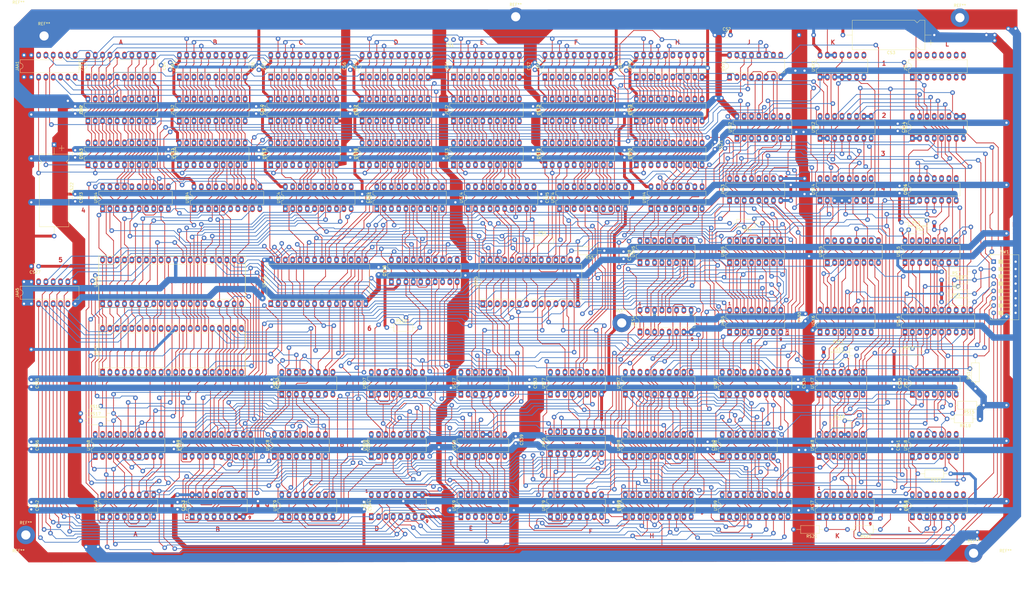
<source format=kicad_pcb>
(kicad_pcb (version 20211014) (generator pcbnew)
  (title_block (title "CPU5 Secondary Board") (date "2023-11-11") (rev "A1") (company "SJSoftware"))
  (layers (0 "F.Cu" signal) (31 "B.Cu" signal) (34 "B.Paste" user) (35 "F.Paste" user) (36 "B.SilkS" user "B.Silkscreen") (37 "F.SilkS" user "F.Silkscreen") (38 "B.Mask" user) (39 "F.Mask" user) (44 "Edge.Cuts" user))
  (net 0 "")
  (net 1 "VCC")
  (net 2 "GND")
  (net 3 "MCA1")
  (net 4 "MCA0")
  (net 5 "MCA9")
  (net 6 "MCA10")
  (net 7 "MCA4")
  (net 8 "MCA3")
  (net 9 "MCA8")
  (net 10 "MCA7")
  (net 11 "MCA6")
  (net 12 "MCA5")
  (net 13 "MCA2")
  (net 14 "F3")
  (net 15 "F2")
  (net 16 "F1")
  (net 17 "F0")
  (net 19 "F7")
  (net 20 "F6")
  (net 21 "F5")
  (net 22 "F4")
  (net 25 "~{READ.DB}")
  (net 26 "~{READ.INR}")
  (net 27 "DP6")
  (net 28 "DP7")
  (net 30 "DP0")
  (net 31 "DP1")
  (net 32 "DP4")
  (net 33 "DP5")
  (net 34 "DP2")
  (net 35 "DP3")
  (net 36 "ALU{slash}~{PROM}")
  (net 39 "~{BAD.PG}")
  (net 40 "ALU.B0")
  (net 41 "~{RESET2}")
  (net 42 "~{READ.AHI}")
  (net 43 "PHI1")
  (net 44 "~{PHI3}")
  (net 45 "PHI2")
  (net 46 "~{BUS.READY}")
  (net 48 "~{READ.ALO}")
  (net 49 "ALU.B1")
  (net 50 "ALU.B2")
  (net 51 "ALU.B3")
  (net 52 "~{READ.PF}")
  (net 53 "R3")
  (net 54 "DIP.M")
  (net 55 "R0")
  (net 56 "BUSCLK1")
  (net 57 "~{WRITE.RF}")
  (net 58 "R1")
  (net 59 "~{LOAD.MAP}")
  (net 60 "~{LOAD.MAR}")
  (net 61 "~{BUS.WAIT}")
  (net 62 "R4")
  (net 63 "PL9")
  (net 64 "PL8")
  (net 65 "PL7")
  (net 67 "~{BUSY.Q}")
  (net 68 "PE")
  (net 69 "OR2")
  (net 70 "PL22")
  (net 71 "PL33")
  (net 72 "PL23")
  (net 73 "OR3")
  (net 74 "INT")
  (net 75 "DMA.REQ.Q")
  (net 76 "REG.RDONLY")
  (net 77 "NOT.MEM")
  (net 78 "~{RDONLY}")
  (net 79 "CL0")
  (net 80 "CL2")
  (net 81 "CL3")
  (net 82 "CL1")
  (net 83 "CC.V")
  (net 84 "CC.M")
  (net 85 "CC.F")
  (net 86 "CC.L")
  (net 87 "PL12")
  (net 88 "PL11")
  (net 89 "PL10")
  (net 91 "R6")
  (net 92 "R7")
  (net 93 "R5")
  (net 94 "R{slash}F")
  (net 95 "15MHz")
  (net 96 "~{LOAD.SWP}")
  (net 97 "DIP.2")
  (net 98 "DIP.H")
  (net 99 "~{DMA.INT}")
  (net 100 "DIP.D")
  (net 101 "FP.DELAY")
  (net 102 "RDONLY")
  (net 103 "~{READ.CLR}")
  (net 104 "MC48")
  (net 105 "MC49")
  (net 106 "MC50")
  (net 107 "MC51")
  (net 108 "MC52")
  (net 109 "MC53")
  (net 110 "MC54")
  (net 111 "MC55")
  (net 112 "MCS2")
  (net 113 "MCS1")
  (net 114 "MC40")
  (net 115 "MC41")
  (net 116 "MC42")
  (net 117 "MC43")
  (net 118 "MC44")
  (net 119 "MC45")
  (net 120 "MC46")
  (net 121 "MC47")
  (net 122 "MC32")
  (net 123 "MC33")
  (net 124 "MC34")
  (net 125 "MC35")
  (net 126 "MC36")
  (net 127 "MC37")
  (net 128 "MC38")
  (net 129 "MC39")
  (net 130 "MC24")
  (net 131 "MC25")
  (net 132 "MC26")
  (net 133 "MC27")
  (net 134 "MC28")
  (net 135 "MC29")
  (net 136 "MC30")
  (net 137 "MC31")
  (net 138 "MC16")
  (net 139 "MC17")
  (net 140 "MC18")
  (net 141 "MC19")
  (net 142 "MC20")
  (net 143 "MC21")
  (net 144 "MC22")
  (net 145 "MC23")
  (net 146 "MC8")
  (net 147 "MC9")
  (net 148 "MC10")
  (net 149 "MC11")
  (net 150 "MC12")
  (net 151 "MC13")
  (net 152 "MC14")
  (net 153 "MC15")
  (net 154 "MC0")
  (net 155 "MC1")
  (net 156 "MC2")
  (net 157 "MC3")
  (net 158 "MC4")
  (net 159 "MC5")
  (net 160 "MC6")
  (net 161 "MC7")
  (net 162 "RI.7")
  (net 163 "RI.6")
  (net 164 "RI.5")
  (net 165 "RI.4")
  (net 166 "R2")
  (net 167 "RIR.3")
  (net 168 "RIR.2")
  (net 169 "RIR.1")
  (net 170 "RF.0")
  (net 171 "RF.1")
  (net 172 "RF.2")
  (net 173 "RF.3")
  (net 174 "RI.0")
  (net 175 "RF.4")
  (net 176 "RF.5")
  (net 177 "RF.6")
  (net 178 "RF.7")
  (net 195 "SL7.1")
  (net 196 "SL7.3")
  (net 197 "SL7.5")
  (net 198 "Net-(JSL7-Pad10)")
  (net 199 "SL7.14")
  (net 200 "Net-(RS1-Pad1)")
  (net 201 "JSR?")
  (net 202 "Net-(RS4-Pad1)")
  (net 203 "PUS5")
  (net 204 "DIP.3")
  (net 205 "DIP.1")
  (net 206 "PUS10")
  (net 207 "DIP.R")
  (net 208 "DIP.I")
  (net 209 "PUS16")
  (net 210 "ALU.Z")
  (net 211 "PUS20")
  (net 212 "MCS0")
  (net 213 "PL55")
  (net 214 "PL54")
  (net 215 "ALU.A3")
  (net 216 "PL51")
  (net 217 "PL52")
  (net 218 "PL53")
  (net 219 "ALU.A2")
  (net 220 "ALU.A1")
  (net 221 "ALU.A0")
  (net 222 "ALU.I6")
  (net 223 "ALU.I8")
  (net 224 "ALU.I7")
  (net 225 "ALU.RAM7")
  (net 226 "Net-(USA5-Pad9)")
  (net 227 "ALU.I0")
  (net 228 "ALU.I1")
  (net 229 "ALU.I2")
  (net 230 "ALU.RAM0")
  (net 231 "Net-(USA5-Pad21)")
  (net 232 "ALU.I3")
  (net 233 "ALU.I5")
  (net 234 "ALU.I4")
  (net 235 "ALU.HC")
  (net 236 "ALU.S")
  (net 238 "ALU.C")
  (net 239 "ALU.V")
  (net 241 "Net-(USA5-Pad40)")
  (net 242 "ALU.Q0")
  (net 243 "C")
  (net 248 "~{LOAD.FLR}")
  (net 249 "FLR.Z")
  (net 250 "FLR.S")
  (net 251 "FLR.V")
  (net 252 "FLR.C")
  (net 253 "FLR.HC")
  (net 254 "Net-(USA8-Pad15)")
  (net 259 "Net-(USA9-Pad15)")
  (net 260 "~{READ.CONST}")
  (net 261 "PL20")
  (net 262 "PL21")
  (net 263 "PL19")
  (net 264 "PL18")
  (net 265 "PL17")
  (net 266 "PL16")
  (net 267 "PL32")
  (net 268 "~{LOAD.SAR}")
  (net 269 "S10")
  (net 270 "S11")
  (net 271 "Net-(USC5-Pad23)")
  (net 272 "Net-(USC5-Pad24)")
  (net 273 "~{FE}")
  (net 274 "PL28")
  (net 275 "Net-(USC7-Pad3)")
  (net 276 "MUX.L")
  (net 278 "PL24")
  (net 279 "~{READ.CCR}")
  (net 285 "MUX.V")
  (net 286 "MUX.M")
  (net 287 "MUX.F")
  (net 288 "~{LOAD.CCR}")
  (net 289 "PL31")
  (net 290 "PL30")
  (net 291 "PL26")
  (net 292 "PL27")
  (net 293 "PL29")
  (net 294 "PL25")
  (net 295 "S21")
  (net 299 "FLR.16Z")
  (net 300 "OR1")
  (net 301 "OR0")
  (net 302 "S00")
  (net 303 "S01")
  (net 304 "Net-(USE8-Pad3)")
  (net 305 "Net-(USE8-Pad6)")
  (net 306 "Net-(USE8-Pad10)")
  (net 307 "Net-(USE8-Pad13)")
  (net 308 "PL15")
  (net 309 "PL14")
  (net 310 "PL13")
  (net 311 "~{LOAD.CLR}")
  (net 312 "PL5")
  (net 317 "PL4")
  (net 318 "PL6")
  (net 319 "~{LOAD.RIR}")
  (net 320 "~{LOAD.RR}")
  (net 322 "Net-(USJ1-Pad4)")
  (net 323 "Net-(USJ1-Pad5)")
  (net 324 "Net-(USJ1-Pad6)")
  (net 325 "Net-(USJ1-Pad7)")
  (net 327 "Net-(USJ1-Pad15)")
  (net 328 "Net-(USJ2-Pad1)")
  (net 329 "~{READ.RF}")
  (net 330 "~{RESET1}")
  (net 331 "~{READ.SWP}")
  (net 334 "RIR.0")
  (net 335 "Net-(USJ5-Pad3)")
  (net 337 "Net-(USJ8-Pad2)")
  (net 338 "Net-(USJ8-Pad5)")
  (net 339 "Net-(USJ8-Pad11)")
  (net 340 "RIR.4")
  (net 341 "Net-(USK1-Pad3)")
  (net 349 "~{BUS.ABT}")
  (net 351 "Net-(USK5-Pad3)")
  (net 352 "Net-(USK5-Pad4)")
  (net 353 "Net-(USK5-Pad6)")
  (net 354 "Net-(USK5-Pad11)")
  (net 355 "Net-(USK5-Pad13)")
  (net 356 "Net-(USK5-Pad14)")
  (net 359 "Net-(USK7-Pad1)")
  (net 360 "Net-(USK7-Pad4)")
  (net 361 "Net-(USK7-Pad5)")
  (net 362 "Net-(USK7-Pad11)")
  (net 363 "Net-(USK7-Pad12)")
  (net 364 "Net-(USK8-Pad2)")
  (net 365 "Net-(USK8-Pad3)")
  (net 366 "Net-(USK8-Pad6)")
  (net 367 "Net-(USK8-Pad8)")
  (net 368 "Net-(USK8-Pad10)")
  (footprint "Custom:DIP-16_W7.62mm_cent" (layer "F.Cu") (at 316.5475 81.5975 90)
    (fp_text reference "USK2")
    (fp_text value "74LS173")
  )
  (footprint "Custom:DIP-16_W7.62mm_cent_socket_ud" (layer "F.Cu") (at 254 148.9075 90)
    (fp_text reference "JKS4")
    (fp_text value "Conn_02x08_Counter_Clockwise" hide)
  )
  (footprint "MountingHole:MountingHole_3.2mm_M3_Pad" (layer "F.Cu") (at 46.99 46.0375)
    (fp_text reference "REF**")
    (fp_text value "MountingHole_3.2mm_M3_Pad" hide)
  )
  (footprint "Custom:R_Axial_DIN0207_L6.3mm_D2.5mm_P11.43mm_Horizontal" (layer "F.Cu") (at 358.775 138.43)
    (fp_text reference "RS9")
    (fp_text value "4k7")
  )
  (footprint "Custom:C_Disc_D3.0mm_W1.6mm_P2.54mm" (layer "F.Cu") (at 344.4875 207.9625 -90)
    (fp_text reference "CS46")
    (fp_text value "100nF")
  )
  (footprint "Custom:DIP-16_W7.62mm_cent" (layer "F.Cu") (at 346.075 124.7775 90)
    (fp_text reference "USL5")
    (fp_text value "74LS368")
  )
  (footprint "Custom:C_Disc_D3.0mm_W1.6mm_P2.54mm" (layer "F.Cu") (at 158.115 207.9625 -90)
    (fp_text reference "CS44")
    (fp_text value "100nF")
  )
  (footprint "Custom:DIP-20_W7.62mm_cent_padsonly" (layer "F.Cu") (at 157.48 75.565 90)
    (fp_text reference "JSD2")
    (fp_text value "Conn_02x10_Counter_Clockwise" hide)
  )
  (footprint "Custom:DIP-16_W7.62mm_cent" (layer "F.Cu") (at 287.655 81.5975 90)
    (fp_text reference "USJ2")
    (fp_text value "74LS174")
  )
  (footprint "Custom:C_Disc_D3.0mm_W1.6mm_P2.54mm" (layer "F.Cu") (at 121.6025 85.725 -90)
    (fp_text reference "CS17")
    (fp_text value "100nF")
  )
  (footprint "Custom:DIP-14_W7.62mm_cent" (layer "F.Cu") (at 191.77 213.0425 90)
    (fp_text reference "USE9")
    (fp_text value "74LS04")
  )
  (footprint "Custom:DIP-16_W7.62mm_cent" (layer "F.Cu") (at 254 124.7775 90)
    (fp_text reference "USH5")
    (fp_text value "74LS138")
  )
  (footprint "Custom:DIP-16_W7.62mm_cent_socket_ud" (layer "F.Cu") (at 160.655 213.0425 90)
    (fp_text reference "JKS2")
    (fp_text value "Conn_02x08_Counter_Clockwise" hide)
  )
  (footprint "Custom:C_Disc_D3.0mm_W1.6mm_P2.54mm" (layer "F.Cu") (at 341.63 187.0075 -90)
    (fp_text reference "CS41")
    (fp_text value "100nF")
  )
  (footprint "MountingHole:MountingHole_3.2mm_M3_Pad" (layer "F.Cu") (at 210.82 39.37)
    (fp_text reference "REF**")
    (fp_text value "MountingHole_3.2mm_M3_Pad" hide)
  )
  (footprint "Custom:DIP-16_W7.62mm_cent" (layer "F.Cu") (at 316.5475 103.1875 90)
    (fp_text reference "USK4")
    (fp_text value "74LS138")
  )
  (footprint "Custom:R_Axial_DIN0207_L6.3mm_D2.5mm_P11.43mm_Horizontal" (layer "F.Cu") (at 358.775 135.5725)
    (fp_text reference "RS8")
    (fp_text value "4k7")
  )
  (footprint "MountingHole:MountingHole_3.2mm_M3_Pad" (layer "F.Cu") (at 247.65 145.7325)
    (fp_text reference "REF**")
    (fp_text value "MountingHole_3.2mm_M3_Pad" hide)
  )
  (footprint "Custom:C_Disc_D3.0mm_W1.6mm_P2.54mm" (layer "F.Cu") (at 311.4675 145.0975 90)
    (fp_text reference "CS30")
    (fp_text value "100nF")
  )
  (footprint "Custom:DIP-40_W15.24mm_cent_socketchip" (layer "F.Cu") (at 67.31 139.065 90)
    (fp_text reference "USA5")
    (fp_text value "AM2901")
  )
  (footprint "Custom:R_Axial_DIN0207_L6.3mm_D2.5mm_P11.43mm_Horizontal" (layer "F.Cu") (at 318.77 217.4875 180)
    (fp_text reference "RS21")
    (fp_text value "330R")
  )
  (footprint "Custom:R_Axial_DIN0207_L6.3mm_D2.5mm_P11.43mm_Horizontal" (layer "F.Cu") (at 317.8175 154.6225)
    (fp_text reference "RS11")
    (fp_text value "4k7")
  )
  (footprint "Custom:R_Axial_DIN0207_L6.3mm_D2.5mm_P11.43mm_Horizontal" (layer "F.Cu") (at 59.69 177.165)
    (fp_text reference "RS16")
    (fp_text value "1k")
  )
  (footprint "Custom:R_Axial_DIN0207_L6.3mm_D2.5mm_P11.43mm_Horizontal" (layer "F.Cu") (at 344.805 113.3475)
    (fp_text reference "RS3")
    (fp_text value "220R")
  )
  (footprint "Custom:R_Axial_DIN0207_L6.3mm_D2.5mm_P11.43mm_Horizontal" (layer "F.Cu") (at 59.69 179.705)
    (fp_text reference "RS17")
    (fp_text value "470R")
  )
  (footprint "Custom:DIP-20_W7.62mm_cent_padsonly" (layer "F.Cu") (at 220.98 75.555 90)
    (fp_text reference "JSF2")
    (fp_text value "Conn_02x10_Counter_Clockwise" hide)
  )
  (footprint "Custom:DIP-20_W7.62mm_cent_socket" (layer "F.Cu") (at 157.48 60.325 90)
    (fp_text reference "JSD1")
    (fp_text value "Conn_02x10_Counter_Clockwise" hide)
  )
  (footprint "Custom:C_Disc_D3.0mm_W1.6mm_P2.54mm" (layer "F.Cu") (at 343.535 76.5175 -90)
    (fp_text reference "CS14")
    (fp_text value "100nF")
  )
  (footprint "Custom:DIP-20_W7.62mm_cent" (layer "F.Cu") (at 194.31 106.045 90)
    (fp_text reference "USE4")
    (fp_text value "74LS377")
  )
  (footprint "Custom:DIP-28_W15.24mm_cent_socketchip" (layer "F.Cu") (at 199.39 139.065 90)
    (fp_text reference "USE5")
    (fp_text value "AM2909")
  )
  (footprint "Custom:C_Disc_D3.0mm_W1.6mm_P2.54mm" (layer "F.Cu") (at 219.71 100.965 -90)
    (fp_text reference "CS25")
    (fp_text value "100nF")
  )
  (footprint "Custom:DIP-20_W7.62mm_cent" (layer "F.Cu") (at 99.06 106.045 90)
    (fp_text reference "USB4")
    (fp_text value "74LS377")
  )
  (footprint "Custom:C_Disc_D3.0mm_W1.6mm_P2.54mm" (layer "F.Cu") (at 126.0475 165.4175 -90)
    (fp_text reference "CS32")
    (fp_text value "100nF")
  )
  (footprint "Custom:C_Disc_D3.0mm_W1.6mm_P2.54mm" (layer "F.Cu") (at 277.495 187.0075 -90)
    (fp_text reference "CS40")
    (fp_text value "100nF")
  )
  (footprint "Custom:C_Disc_D3.0mm_W1.6mm_P2.54mm" (layer "F.Cu") (at 93.345 207.9625 -90)
    (fp_text reference "CS43")
    (fp_text value "100nF")
  )
  (footprint "Custom:DIP-14_W7.62mm_cent" (layer "F.Cu") (at 348.615 192.0875 90)
    (fp_text reference "USL8")
    (fp_text value "74LS74")
  )
  (footprint "Custom:C_Disc_D3.0mm_W1.6mm_P2.54mm" (layer "F.Cu") (at 153.3525 57.785 90)
    (fp_text reference "CS6")
    (fp_text value "100nF")
  )
  (footprint "Custom:DIP-16_W7.62mm_cent_socket_ud" (layer "F.Cu") (at 316.23 213.0425 90)
    (fp_text reference "JKS7")
    (fp_text value "Conn_02x08_Counter_Clockwise" hide)
  )
  (footprint "Custom:DIP-16_W7.62mm_cent_padsonly" (layer "F.Cu") (at 348.615 60.325 90)
    (fp_text reference "JSL1")
    (fp_text value "Conn_02x08_Counter_Clockwise" hide)
  )
  (footprint "Custom:DIP-20_W7.62mm_cent" (layer "F.Cu") (at 95.885 192.0875 90)
    (fp_text reference "USB8")
    (fp_text value "74LS240")
  )
  (footprint "Custom:C_Disc_D3.0mm_W1.6mm_P2.54mm" (layer "F.Cu") (at 215.5825 165.4175 -90)
    (fp_text reference "CS33")
    (fp_text value "100nF")
  )
  (footprint "Custom:R_Axial_DIN0207_L6.3mm_D2.5mm_P11.43mm_Horizontal" (layer "F.Cu") (at 166.0525 147.32)
    (fp_text reference "RS10")
    (fp_text value "1k")
  )
  (footprint "Custom:C_Disc_D3.0mm_W1.6mm_P2.54mm" (layer "F.Cu") (at 157.48 187.0075 -90)
    (fp_text reference "CS38")
    (fp_text value "100nF")
  )
  (footprint "Custom:DIP-16_W7.62mm_cent" (layer "F.Cu") (at 129.54 213.0425 90)
    (fp_text reference "USC9")
    (fp_text value "74LS298")
  )
  (footprint "Custom:R_Axial_DIN0207_L6.3mm_D2.5mm_P11.43mm_Horizontal" (layer "F.Cu") (at 373.38 174.3075 180)
    (fp_text reference "RS15")
    (fp_text value "1k")
  )
  (footprint "Custom:DIP-16_W7.62mm_cent" (layer "F.Cu") (at 319.0875 124.7775 90)
    (fp_text reference "USK5")
    (fp_text value "74LS174")
  )
  (footprint "Custom:DIP-20_W7.62mm_cent" (layer "F.Cu") (at 346.075 148.9075 90)
    (fp_text reference "USL6")
    (fp_text value "74LS240")
  )
  (footprint "Custom:DIP-16_W7.62mm_cent" (layer "F.Cu") (at 348.615 81.5975 90)
    (fp_text reference "USL2")
    (fp_text value "74LS173")
  )
  (footprint "Custom:DIP-16_W7.62mm_cent" (layer "F.Cu") (at 129.54 170.4975 90)
    (fp_text reference "USC7")
    (fp_text value "74LS151")
  )
  (footprint "Custom:CP_Axial_L25.0mm_D10.0mm_P31.75mm_Horizontal" (layer "F.Cu") (at 50.4825 83.82 -90)
    (fp_text reference "CS22")
    (fp_text value "150uF")
  )
  (footprint "Custom:DIP-20_W7.62mm_cent_socket" (layer "F.Cu") (at 93.98 60.325 90)
    (fp_text reference "JSB1")
    (fp_text value "Conn_02x10_Counter_Clockwise" hide)
  )
  (footprint "Custom:C_Disc_D3.0mm_W1.6mm_P2.54mm" (layer "F.Cu") (at 216.8525 85.725 -90)
    (fp_text reference "CS19")
    (fp_text value "100nF")
  )
  (footprint "Custom:DIP-16_W7.62mm_cent" (layer "F.Cu") (at 316.5475 148.9075 90)
    (fp_text reference "USK6")
    (fp_text value "74LS138")
  )
  (footprint "Custom:R_Axial_DIN0207_L6.3mm_D2.5mm_P11.43mm_Horizontal" (layer "F.Cu") (at 372.11 179.07 180)
    (fp_text reference "RS18")
    (fp_text value "1k")
  )
  (footprint "Custom:C_Disc_D3.0mm_W1.6mm_P2.54mm" (layer "F.Cu") (at 216.8525 70.485 -90)
    (fp_text reference "CS12")
    (fp_text value "100nF")
  )
  (footprint "Custom:R_Axial_DIN0207_L6.3mm_D2.5mm_P11.43mm_Horizontal" (layer "F.Cu") (at 318.135 180.6575)
    (fp_text reference "RS19")
    (fp_text value "1k")
  )
  (footprint "Custom:C_Disc_D3.0mm_W1.6mm_P2.54mm" (layer "F.Cu") (at 282.8925 45.72)
    (fp_text reference "CS2")
    (fp_text value "100nF")
  )
  (footprint "Custom:C_Disc_D3.0mm_W1.6mm_P2.54mm" (layer "F.Cu") (at 121.6025 57.785 90)
    (fp_text reference "CS5")
    (fp_text value "100nF")
  )
  (footprint "Custom:DIP-20_W7.62mm_cent_socket" (layer "F.Cu") (at 62.23 60.325 90)
    (fp_text reference "JSA1")
    (fp_text value "Conn_02x10_Counter_Clockwise" hide)
  )
  (footprint "Custom:C_Disc_D3.0mm_W1.6mm_P2.54mm" (layer "F.Cu") (at 244.7925 207.9625 -90)
    (fp_text reference "CS45")
    (fp_text value "100nF")
  )
  (footprint "Custom:DIP-20_W7.62mm_cent_socketchip" (layer "F.Cu") (at 125.73 90.805 90)
    (fp_text reference "USC3")
    (fp_text value "6349")
  )
  (footprint "Custom:DIP-40_W15.24mm_cent_socketchip" (layer "F.Cu") (at 67.31 162.8775 90)
    (fp_text reference "USA7")
    (fp_text value "AM2901")
  )
  (footprint "Custom:DIP-16_W7.62mm_cent_socket" (layer "F.Cu") (at 40.005 139.065 90)
    (fp_text reference "JAA5")
    (fp_text value "Conn_02x08_Counter_Clockwise")
  )
  (footprint "Custom:DIP-20_W7.62mm_cent" (layer "F.Cu") (at 130.81 106.045 90)
    (fp_text reference "USC4")
    (fp_text value "74LS377")
  )
  (footprint "MountingHole:MountingHole_2.7mm_M2.5" (layer "F.Cu") (at 38.1 228.6)
    (fp_text reference "REF**")
    (fp_text value "MountingHole_2.7mm_M2.5" hide)
  )
  (footprint "Custom:DIP-16_W7.62mm_cent" (layer "F.Cu") (at 222.885 170.4975 90)
    (fp_text reference "USF7")
    (fp_text value "74LS153")
  )
  (footprint "Custom:DIP-16_W7.62mm_cent" (layer "F.Cu") (at 257.81 106.045 90)
    (fp_text reference "USH4")
    (fp_text value "74LS174")
  )
  (footprint "Custom:R_Axial_DIN0207_L6.3mm_D2.5mm_P11.43mm_Horizontal" (layer "F.Cu") (at 356.235 110.8075 180)
    (fp_text reference "RS2")
    (fp_text value "330R")
  )
  (footprint "Custom:DIP-14_W7.62mm_cent" (layer "F.Cu") (at 316.23 192.0875 90)
    (fp_text reference "USK8")
    (fp_text value "74LS00")
  )
  (footprint "Custom:DIP-16_W7.62mm_cent" (layer "F.Cu") (at 282.575 192.0875 90)
    (fp_text reference "USJ8")
    (fp_text value "74LS157")
  )
  (footprint "Custom:DIP-14_W7.62mm_cent" (layer "F.Cu") (at 191.77 192.0875 90)
    (fp_text reference "USE8")
    (fp_text value "74LS00")
  )
  (footprint "MountingHole:MountingHole_2.7mm_M2.5" (layer "F.Cu") (at 381 228.6)
    (fp_text reference "REF**")
    (fp_text value "MountingHole_2.7mm_M2.5" hide)
  )
  (footprint "Custom:DIP-16_W7.62mm_cent" (layer "F.Cu") (at 285.115 60.325 90)
    (fp_text reference "USJ1")
    (fp_text value "74LS139")
  )
  (footprint "Custom:C_Disc_D3.0mm_W1.6mm_P2.54mm" (layer "F.Cu") (at 120.65 70.485 -90)
    (fp_text reference "CS10")
    (fp_text value "100nF")
  )
  (footprint "Custom:DIP-16_W7.62mm_cent" (layer "F.Cu") (at 160.67 170.4975 90)
    (fp_text reference "USD7")
    (fp_text value "74LS151")
  )
  (footprint "Custom:C_Disc_D3.0mm_W1.6mm_P2.54mm" (layer "F.Cu") (at 42.545 187.0075 -90)
    (fp_text reference "CS36")
    (fp_text value "100nF")
  )
  (footprint "Custom:DIP-20_W7.62mm_cent_padsonly" (layer "F.Cu") (at 189.23 75.565 90)
    (fp_text reference "JSE2")
    (fp_text value "Conn_02x10_Counter_Clockwise" hide)
  )
  (footprint "Custom:R_Axial_DIN0207_L6.3mm_D2.5mm_P11.43mm_Horizontal" (layer "F.Cu") (at 214.9475 116.84)
    (fp_text reference "RS4")
    (fp_text value "100R")
  )
  (footprint "MountingHole:MountingHole_3.2mm_M3_Pad" (layer "F.Cu") (at 365.125 39.6875)
    (fp_text reference "REF**")
    (fp_text value "MountingHole_3.2mm_M3_Pad" hide)
  )
  (footprint "Custom:C_Disc_D3.0mm_W1.6mm_P2.54mm" (layer "F.Cu") (at 57.785 100.965 -90)
    (fp_text reference "CS23")
    (fp_text value "100nF")
  )
  (footprint "Custom:C_Disc_D3.0mm_W1.6mm_P2.54mm" (layer "F.Cu") (at 57.785 70.485 -90)
    (fp_text reference "CS9")
    (fp_text value "100nF")
  )
  (footprint "Custom:C_Disc_D3.0mm_W1.6mm_P2.54mm" (layer "F.Cu") (at 90.805 57.785 90)
    (fp_text reference "CS4")
    (fp_text value "100nF")
  )
  (footprint "Custom:DIP-20_W7.62mm_cent_socket" (layer "F.Cu") (at 248.92 192.0875 90)
    (fp_text reference "USH8")
    (fp_text value "74LS208")
  )
  (footprint "MountingHole:MountingHole_3.2mm_M3_Pad" (layer "F.Cu") (at 40.64 219.3925)
    (fp_text reference "REF**")
    (fp_text value "MountingHole_3.2mm_M3_Pad" hide)
  )
  (footprint "Custom:DIP-20_W7.62mm_cent_socketchip" (layer "F.Cu") (at 220.98 90.805 90)
    (fp_text reference "USF3")
    (fp_text value "6349")
  )
  (footprint "Custom:C_Disc_D3.0mm_W1.6mm_P2.54mm" (layer "F.Cu") (at 308.9275 165.4175 -90)
    (fp_text reference "CS34")
    (fp_text value "100nF")
  )
  (footprint "Custom:DIP-20_W7.62mm_cent_padsonly" (layer "F.Cu") (at 62.23 75.565 90)
    (fp_text reference "JSA2")
    (fp_text value "Conn_02x10_Counter_Clockwise" hide)
  )
  (footprint "Custom:DIP-16_W7.62mm_cent" (layer "F.Cu") (at 160.655 192.0875 90)
    (fp_text reference "USD8")
    (fp_text value "74LS153")
  )
  (footprint "Custom:DIP-16_W7.62mm_cent" (layer "F.Cu") (at 285.115 124.7775 90)
    (fp_text reference "USJ5")
    (fp_text value "74LS151")
  )
  (footprint "Custom:C_Disc_D3.0mm_W1.6mm_P2.54mm" (layer "F.Cu") (at 163.195 126.365 -90)
    (fp_text reference "CS29")
    (fp_text value "100nF")
  )
  (footprint "MountingHole:MountingHole_3.2mm_M3_Pad" (layer "F.Cu") (at 369.8875 225.7425)
    (fp_text reference "REF**")
    (fp_text value "MountingHole_3.2mm_M3_Pad" hide)
  )
  (footprint "Custom:C_Disc_D3.0mm_W1.6mm_P2.54mm" (layer "F.Cu") (at 342.265 165.4175 -90)
    (fp_text reference "CS35")
    (fp_text value "100nF")
  )
  (footprint "Custom:C_Disc_D3.0mm_W1.6mm_P2.54mm" (layer "F.Cu") (at 153.3525 85.725 -90)
    (fp_text reference "CS18")
    (fp_text value "100nF")
  )
  (footprint "Custom:DIP-16_W7.62mm_cent_socket_ud" (layer "F.Cu") (at 98.425 213.0425 90)
    (fp_text reference "JKS1")
    (fp_text value "Conn_02x08_Counter_Clockwise" hide)
  )
  (footprint "Custom:DIP-20_W7.62mm_cent" (layer "F.Cu") (at 248.92 213.0425 90)
    (fp_text reference "USH9")
    (fp_text value "74LS377")
  )
  (footprint "Custom:R_Axial_DIN0207_L6.3mm_D2.5mm_P11.43mm_Horizontal" (layer "F.Cu") (at 317.8175 157.1625)
    (fp_text reference "RS13")
    (fp_text value "1k")
  )
  (footprint "Custom:C_Disc_D3.0mm_W1.6mm_P2.54mm" (layer "F.Cu") (at 344.17 98.1075 -90)
    (fp_text reference "CS26")
    (fp_text value "100nF")
  )
  (footprint "Custom:C_Disc_D3.0mm_W1.6mm_P2.54mm" (layer "F.Cu") (at 217.4875 57.785 90)
    (fp_text reference "CS7")
    (fp_text value "100nF")
  )
  (footprint "Custom:C_Disc_D3.0mm_W1.6mm_P2.54mm" (layer "F.Cu") (at 248.285 120.9675 -90)
    (fp_text reference "CS28")
    (fp_text value "100nF")
  )
  (footprint "MountingHole:MountingHole_2.7mm_M2.5" (layer "F.Cu") (at 38.1 38.1)
    (fp_text reference "REF**")
    (fp_text value "MountingHole_2.7mm_M2.5" hide)
  )
  (footprint "Custom:DIP-20_W7.62mm_cent" (layer "F.Cu") (at 282.575 213.0425 90)
    (fp_text reference "USJ9")
    (fp_text value "74LS377")
  )
  (footprint "Custom:DIP-20_W7.62mm_cent_padsonly" (layer "F.Cu") (at 125.73 75.565 90)
    (fp_text reference "JSC2")
    (fp_text value "Conn_02x10_Counter_Clockwise" hide)
  )
  (footprint "Custom:DIP-14_W7.62mm_cent" (layer "F.Cu") (at 348.615 103.1875 90)
    (fp_text reference "USL4")
    (fp_text value "74LS02")
  )
  (footprint "Custom:DIP-20_W7.62mm_cent_socket" (layer "F.Cu") (at 220.98 60.325 90)
    (fp_text reference "JSF1")
    (fp_text value "Conn_02x10_Counter_Clockwise" hide)
  )
  (footprint "Custom:C_Disc_D3.0mm_W1.6mm_P2.54mm" (layer "F.Cu") (at 210.82 185.1025 -90)
    (fp_text reference "CS39")
    (fp_text value "100nF")
  )
  (footprint "Custom:DIP-20_W7.62mm_cent_socketchip" (layer "F.Cu") (at 93.98 90.805 90)
    (fp_text reference "USB3")
    (fp_text value "6349")
  )
  (footprint "Custom:C_Disc_D3.0mm_W1.6mm_P2.54mm" (layer "F.Cu") (at 157.48 100.965 -90)
    (fp_text reference "CS24")
    (fp_text value "100nF")
  )
  (footprint "Custom:DIP-20_W7.62mm_cent" (layer "F.Cu") (at 162.56 106.045 90)
    (fp_text reference "USD4")
    (fp_text value "74LS377")
  )
  (footprint "Custom:C_Disc_D3.0mm_W1.6mm_P2.54mm" (layer "F.Cu") (at 153.3525 70.485 -90)
    (fp_text reference "CS11")
    (fp_text value "100nF")
  )
  (footprint "Custom:R_Axial_DIN0207_L6.3mm_D2.5mm_P11.43mm_Horizontal" (layer "F.Cu") (at 358.775 130.81)
    (fp_text reference "RS7")
    (fp_text value "220R")
  )
  (footprint "Custom:DIP-16_W7.62mm_cent_socket_ud" (layer "F.Cu") (at 222.885 191.135 90)
    (fp_text reference "JKS6")
    (fp_text value "Conn_02x08_Counter_Clockwise" hide)
  )
  (footprint "Custom:C_Disc_D3.0mm_W1.6mm_P2.54mm" (layer "F.Cu") (at 90.17 85.4075 -90)
    (fp_text reference "CS16")
    (fp_text value "100nF")
  )
  (footprint "Custom:DIP-16_W7.62mm_cent" (layer "F.Cu") (at 222.885 213.0425 90)
    (fp_text reference "USF9")
    (fp_text value "74LS298")
  )
  (footprint "Custom:DIP-20_W7.62mm_cent" (layer "F.Cu") (at 282.575 170.4975 90)
    (fp_text reference "USJ7")
    (fp_text value "74LS374")
  )
  (footprint "Custom:R_Axial_DIN0207_L6.3mm_D2.5mm_P11.43mm_Horizontal" (layer "F.Cu") (at 370.205 127.9525 180)
    (fp_text reference "RS6")
    (fp_text value "330")
  )
  (footprint "Custom:DIP-14_W7.62mm_cent" (layer "F.Cu") (at 316.23 170.4975 90)
    (fp_text reference "USK7")
    (fp_text value "74LS04")
  )
  (footprint "Custom:R_Axial_DIN0207_L6.3mm_D2.5mm_P11.43mm_Horizontal" (layer "F.Cu") (at 361.95 198.12 180)
    (fp_text reference "RS20")
    (fp_text value "1k")
  )
  (footprint "Custom:DIP-16_W7.62mm_cent" (layer "F.Cu") (at 127 192.0875 90)
    (fp_text reference "USC8")
    (fp_text value "74LS368")
  )
  (footprint "Custom:DIP-20_W7.62mm_cent_socketchip" (layer "F.Cu") (at 167.64 131.445 90)
    (fp_text reference "USD5")
    (fp_text value "AM2911")
  )
  (footprint "Custom:R_Axial_DIN0207_L6.3mm_D2.5mm_P11.43mm_Horizontal" (layer "F.Cu") (at 296.545 111.125 180)
    (fp_text reference "RS1")
    (fp_text value "47R")
  )
  (footprint "Custom:C_Disc_D3.0mm_W1.6mm_P2.54mm" (layer "F.Cu") (at 57.785 85.725 -90)
    (fp_text reference "CS15")
    (fp_text value "100nF")
  )
  (footprint "Custom:DIP-20_W7.62mm_cent_socket" (layer "F.Cu") (at 252.73 60.315 90)
    (fp_text reference "JSH1")
    (fp_text value "Conn_02x10_Counter_Clockwise" hide)
  )
  (footprint "Custom:DIP-14_W7.62mm_cent_socket" (layer "F.Cu") (at 348.615 170.4975 90)
    (fp_text reference "JSL7")
    (fp_text value "Conn_02x07_Counter_Clockwise" hide)
  )
  (footprint "Custom:CP_Axial_L25.0mm_D10.0mm_P31.75mm_Horizontal" (layer "F.Cu") (at 356.235 45.72 180)
    (fp_text reference "CS3")
    (fp_text value "150uF")
  )
  (footprint "Custom:DIP-16_W7.62mm_cent" (layer "F.Cu") (at 348.615 213.0425 90)
    (fp_text reference "USL9")
    (fp_text value "74LS153")
  )
  (footprint "Custom:DIP-20_W7.62mm_cent" (layer "F.Cu") (at 64.77 192.0875 90)
    (fp_text reference "USA8")
    (fp_text value "74LS377")
  )
  (footprint "Custom:C_Disc_D3.0mm_W1.6mm_P2.54mm" (layer "F.Cu") (at 189.23 47.3075 180)
    (fp_text reference "CS1")
    (fp_text value "100nF")
  )
  (footprint "Custom:C_Disc_D3.0mm_W1.6mm_P2.54mm" (layer "F.Cu") (at 248.6025 85.725 -90)
    (fp_text reference "CS20")
    (fp_text value "100nF")
  )
  (footprint "Custom:DIP-20_W7.62mm_cent" (layer "F.Cu") (at 67.31 106.045 90)
    (fp_text reference "USA4")
    (fp_text value "74LS377")
  )
  (footprint "Custom:DIP-28_W15.24mm_cent_socketchip" (layer "F.Cu") (at 125.73 139.065 90)
    (fp_text reference "USC5")
    (fp_text value "AM2909")
  )
  (footprint "Custom:DIP-16_W7.62mm_cent_socket_ud" (layer "F.Cu") (at 285.115 148.9075 90)
    (fp_text reference "JKS5")
    (fp_text value "Conn_02x08_Counter_Clockwise" hide)
  )
  (footprint "Custom:C_Disc_D3.0mm_W1.6mm_P2.54mm" (layer "F.Cu") (at 248.6025 70.485 -90)
    (fp_text reference "CS13")
    (fp_text value "100nF")
  )
  (footprint "Custom:DIP-20_W7.62mm_cent" (layer "F.Cu") (at 226.06 106.045 90)
    (fp_text reference "USF4")
    (fp_text value "74LS377")
  )
  (footprint "Custom:R_Axial_DIN0207_L6.3mm_D2.5mm_P11.43mm_Horizontal" (layer "F.Cu") (at 241.6175 120.65 180)
    (fp_text reference "RS5")
    (fp_text value "1k")
  )
  (footprint "Custom:DIP-16_W7.62mm_cent_socket" (layer "F.Cu") (at 40.005 60.325 90)
    (fp_text reference "JAA1")
    (fp_text value "Conn_02x08_Counter_Clockwise" hide)
  )
  (footprint "Custom:DIP-20_W7.62mm_cent_padsonly" (layer "F.Cu") (at 252.735 75.555 90)
    (fp_text reference "JSH2")
    (fp_text value "Conn_02x10_Counter_Clockwise" hide)
  )
  (footprint "Custom:DIP-14_W7.62mm_cent" (layer "F.Cu") (at 191.77 170.4975 90)
    (fp_text reference "USE7")
    (fp_text value "74LS00")
  )
  (footprint "Custom:C_Disc_D3.0mm_W1.6mm_P2.54mm" (layer "F.Cu") (at 280.035 82.8675 -90)
    (fp_text reference "CS21")
    (fp_text value "100nF")
  )
  (footprint "Custom:DIP-16_W7.62mm_cent" (layer "F.Cu") (at 67.31 213.0425 90)
    (fp_text reference "USA9")
    (fp_text value "74LS253")
  )
  (footprint "Custom:C_Disc_D3.0mm_W1.6mm_P2.54mm" (layer "F.Cu") (at 45.085 126.0475 180)
    (fp_text reference "CS27")
    (fp_text value "100nF")
  )
  (footprint "Custom:DIP-20_W7.62mm_cent_socketchip" (layer "F.Cu") (at 189.23 90.805 90)
    (fp_text reference "USE3")
    (fp_text value "6349")
  )
  (footprint "Custom:R_Axial_DIN0207_L6.3mm_D2.5mm_P11.43mm_Horizontal" (layer "F.Cu") (at 370.5225 168.5925 90)
    (fp_text reference "RS14")
    (fp_text value "4k7")
  )
  (footprint "Custom:C_Disc_D3.0mm_W1.6mm_P2.54mm" (layer "F.Cu") (at 42.545 165.4175 -90)
    (fp_text reference "CS31")
    (fp_text value "100nF")
  )
  (footprint "Custom:DIP-20_W7.62mm_cent_socketchip" (layer "F.Cu") (at 157.48 90.805 90)
    (fp_text reference "USD3")
    (fp_text value "6349")
  )
  (footprint "Custom:C_Disc_D3.0mm_W1.6mm_P2.54mm" (layer "F.Cu") (at 249.2375 58.1025 90)
    (fp_text reference "CS8")
    (fp_text value "100nF")
  )
  (footprint "Button_Switch_THT:SW_DIP_SPSTx08_Slide_9.78x22.5mm_W7.62mm_P2.54mm" (layer "F.Cu") (at 376.8725 124.46)
    (fp_text reference "SW1")
    (fp_text value "SW_DIP_x08" hide)
  )
  (footprint "Custom:DIP-20_W7.62mm_cent_socketchip" (layer "F.Cu") (at 62.23 90.805 90)
    (fp_text reference "USA3")
    (fp_text value "6349")
  )
  (footprint "Custom:R_Axial_DIN0207_L6.3mm_D2.5mm_P11.43mm_Horizontal" (layer "F.Cu") (at 342.265 155.575)
    (fp_text reference "RS12")
    (fp_text value "4k7")
  )
  (footprint "Custom:DIP-20_W7.62mm_cent_padsonly" (layer "F.Cu") (at 93.98 75.565 90)
    (fp_text reference "JSB2")
    (fp_text value "Conn_02x10_Counter_Clockwise" hide)
  )
  (footprint "Custom:C_Disc_D3.0mm_W1.6mm_P2.54mm" (layer "F.Cu") (at 92.075 187.0075 -90)
    (fp_text reference "CS37")
    (fp_text value "100nF")
  )
  (footprint "Custom:DIP-14_W7.62mm_cent" (layer "F.Cu") (at 316.5475 60.325 90)
    (fp_text reference "USK1")
    (fp_text value "7437")
  )
  (footprint "Custom:DIP-20_W7.62mm_cent_socket" (layer "F.Cu") (at 248.92 170.4975 90)
    (fp_text reference "USH7")
    (fp_text value "74LS208")
  )
  (footprint "Custom:C_Disc_D3.0mm_W1.6mm_P2.54mm" (layer "F.Cu") (at 42.545 207.9625 -90)
    (fp_text reference "CS42")
    (fp_text value "100nF")
  )
  (footprint "Custom:R_Axial_DIN0207_L6.3mm_D2.5mm_P11.43mm_Horizontal" (layer "F.Cu") (at 337.5025 217.4875 180)
    (fp_text reference "RS22")
    (fp_text value "220R")
  )
  (footprint "Custom:DIP-20_W7.62mm_cent_socket" (layer "F.Cu") (at 125.73 60.325 90)
    (fp_text reference "JSC1")
    (fp_text value "Conn_02x10_Counter_Clockwise" hide)
  )
  (footprint "Custom:DIP-20_W7.62mm_cent_socket" (layer "F.Cu") (at 189.23 60.325 90)
    (fp_text reference "JSE1")
    (fp_text value "Conn_02x10_Counter_Clockwise" hide)
  )
  (footprint "Custom:DIP-20_W7.62mm_cent_socketchip" (layer "F.Cu") (at 252.73 90.805 90)
    (fp_text reference "USH3")
    (fp_text value "6349")
  )
  (footprint "Custom:DIP-16_W7.62mm_cent_socket_ud" (layer "F.Cu") (at 285.13 103.2025 90)
    (fp_text reference "JKS3")
    (fp_text value "Conn_02x08_Counter_Clockwise" hide)
  )
  (gr_arc (start 387.35 231.14) (mid 386.978026 232.038026) (end 386.08 232.41) (layer "Edge.Cuts") (width 0.001))
  (gr_arc (start 34.29 232.41) (mid 32.493949 231.666051) (end 31.75 229.87) (layer "Edge.Cuts") (width 0.001))
  (gr_line (start 387.35 231.14) (end 387.35 35.56) (layer "Edge.Cuts") (width 0.001))
  (gr_arc (start 31.75 35.56) (mid 32.121974 34.661974) (end 33.02 34.29) (layer "Edge.Cuts") (width 0.001))
  (gr_line (start 34.29 232.41) (end 386.08 232.41) (layer "Edge.Cuts") (width 0.001))
  (gr_line (start 31.75 35.56) (end 31.75 229.87) (layer "Edge.Cuts") (width 0.001))
  (gr_arc (start 386.08 34.29) (mid 386.978026 34.661974) (end 387.35 35.56) (layer "Edge.Cuts") (width 0.001))
  (gr_line (start 386.08 34.29) (end 33.02 34.29) (layer "Edge.Cuts") (width 0.001))
  (gr_text "9" (at 124.46 209.2325) (layer "F.Cu") (effects (font (size 1.5 1.5) (thickness 0.3))))
  (gr_text "1" (at 159.0675 204.1525) (layer "F.Cu") (effects (font (size 1 1) (thickness 0.25))))
  (gr_text "9" (at 240.665 188.9125) (layer "F.Cu") (effects (font (size 1 1) (thickness 0.25))))
  (gr_text "3" (at 338.452528 86.924893) (layer "F.Cu") (effects (font (size 1.5 1.5) (thickness 0.3))))
  (gr_text "JK1" (at 96.52 212.725 270) (layer "F.Cu") (effects (font (size 1 1) (thickness 0.25))))
  (gr_text "4" (at 60.637556 106.665677) (layer "F.Cu") (effects (font (size 1.5 1.5) (thickness 0.3))))
  (gr_text "9" (at 334.01 215.5825) (layer "F.Cu") (effects (font (size 1 1) (thickness 0.25))))
  (gr_text "4" (at 338.455 99.06) (layer "F.Cu") (effects (font (size 1.5 1.5) (thickness 0.3))))
  (gr_text "L" (at 360.68 48.895) (layer "F.Cu") (effects (font (size 1.5 1.5) (thickness 0.3))))
  (gr_text "F" (at 236.855 218.1225) (layer "F.Cu") (effects (font (size 1.5 1.5) (thickness 0.3))))
  (gr_text "8" (at 304.8 95.25) (layer "F.Cu") (effects (font (size 1 1) (thickness 0.25))))
  (gr_text "R\nH\nI\nD" (at 384.175 151.765) (layer "F.Cu") (effects (font (size 1.5 1.5) (thickness 0.3))))
  (gr_text "J" (at 291.7825 48.26) (layer "F.Cu") (effects (font (size 1.5 1.5) (thickness 0.3))))
  (gr_text "K" (at 320.9925 48.26) (layer "F.Cu") (effects (font (size 1.5 1.5) (thickness 0.3))))
  (gr_text "JK2" (at 178.7525 208.28) (layer "F.Cu") (effects (font (size 1 1) (thickness 0.25))))
  (gr_text "JK3" (at 290.195 98.1075) (layer "F.Cu") (effects (font (size 1 1) (thickness 0.25))))
  (gr_text "C" (at 139.7 201.295) (layer "F.Cu") (effects (font (size 1.5 1.5) (thickness 0.3))))
  (gr_text "9" (at 302.895 151.4475) (layer "F.Cu") (effects (font (size 1 1) (thickness 0.25))))
  (gr_text "A" (at 78.74 219.075) (layer "F.Cu") (effects (font (size 1.5 1.5) (thickness 0.3))))
  (gr_text "2" (at 89.20812 71.74562) (layer "F.Cu") (effects (font (size 1.5 1.5) (thickness 0.3))))
  (gr_text "9" (at 275.59 211.455) (layer "F.Cu") (effects (font (size 1.5 1.5) (thickness 0.3))))
  (gr_text "K" (at 322.58 219.71) (layer "F.Cu") (effects (font (size 1.5 1.5) (thickness 0.3))))
  (gr_text "JK7" (at 336.2325 209.2325 270) (layer "F.Cu") (effects (font (size 1 1) (thickness 0.25))))
  (gr_text "C" (at 136.2075 48.26) (layer "F.Cu") (effects (font (size 1.5 1.5) (thickness 0.3))))
  (gr_text "E" (at 199.0725 48.26) (layer "F.Cu") (effects (font (size 1.5 1.5) (thickness 0.3))))
  (gr_text "B" (at 107.315 217.4875) (layer "F.Cu") (effects (font (size 1.5 1.5) (thickness 0.3))))
  (gr_text "1" (at 254 139.065) (layer "F.Cu") (effects (font (size 1 1) (thickness 0.25))))
  (gr_text "8" (at 279.4 190.8175) (layer "F.Cu") (effects (font (size 1.5 1.5) (thickness 0.3))))
  (gr_text "A" (at 73.66 48.26) (layer "F.Cu") (effects (font (size 1.5 1.5) (thickness 0.3))))
  (gr_text "7" (at 278.765 168.275) (layer "F.Cu") (effects (font (size 1.5 1.5) (thickness 0.3))))
  (gr_text "JK5" (at 305.109642 148.897106 270) (layer "F.Cu") (effects (font (size 1 1) (thickness 0.25))))
  (gr_text "6" (at 160.02 147.6375) (layer "F.Cu") (effects (font (size 1.5 1.5) (thickness 0.3))))
  (gr_text "D" (at 162.56 217.17) (layer "F.Cu") (effects (font (size 1.5 1.5) (thickness 0.3))))
  (gr_text "B" (at 106.3625 48.26) (layer "F.Cu") (effects (font (size 1.5 1.5) (thickness 0.3))))
  (gr_text "5" (at 281.6225 120.9675) (layer "F.Cu") (effects (font (size 1.5 1.5) (thickness 0.3))))
  (gr_text "5" (at 52.705 123.825) (layer "F.Cu") (effects (font (size 1.5 1.5) (thickness 0.3))))
  (gr_text "9" (at 272.0975 151.4475) (layer "F.Cu") (effects (font (size 1 1) (thickness 0.25))))
  (gr_text "E" (at 195.256607 217.134447) (layer "F.Cu") (effects (font (size 1.5 1.5) (thickness 0.3))))
  (gr_text "8" (at 150.495 187.96) (layer "F.Cu") (effects (font (size 1.5 1.5) (thickness 0.3))))
  (gr_text "1" (at 221.2975 183.8325) (layer "F.Cu") (effects (font (size 1 1) (thickness 0.25))))
  (gr_text "J" (at 292.735 219.71) (layer "F.Cu") (effects (font (size 1.5 1.5) (thickness 0.3))))
  (gr_text "JK6" (at 232.41 187.96) (layer "F.Cu") (effects (font (size 1 1) (thickness 0.25))))
  (gr_text "9" (at 180.0225 214.63) (layer "F.Cu") (effects (font (size 1 1) (thickness 0.25))))
  (gr_text "7" (at 152.0825 166.6875) (layer "F.Cu") (effects (font (size 1.5 1.5) (thickness 0.3))))
  (gr_text "1" (at 338.7725 55.5625) (layer "F.Cu") (effects (font (size 1.5 1.5) (thickness 0.3))))
  (gr_text "L" (at 347.6625 217.4875) (layer "F.Cu") (effects (font (size 1.5 1.5) (thickness 0.3))))
  (gr_text "9" (at 118.4275 213.36) (layer "F.Cu") (effects (font (size 1 1) (thickness 0.25))))
  (gr_text "2" (at 338.7725 73.66) (layer "F.Cu") (effects (font (size 1.5 1.5) (thickness 0.3))))
  (gr_text "1" (at 285.115 139.065) (layer "F.Cu") (effects (font (size 1 1) (thickness 0.25))))
  (gr_text "D" (at 169.2275 48.26) (layer "F.Cu") (effects (font (size 1.5 1.5) (thickness 0.3))))
  (gr_text "9" (at 301.9425 100.965) (layer "F.Cu") (effects (font (size 1 1) (thickness 0.25))))
  (gr_text "H" (at 258.1275 219.71) (layer "F.Cu") (effects (font (size 1.5 1.5) (thickness 0.3))))
  (gr_text "JK4" (at 274.0025 147.0025 270) (layer "F.Cu") (effects (font (size 1 1) (thickness 0.25))))
  (gr_text "F" (at 231.775 48.26) (layer "F.Cu") (effects (font (size 1.5 1.5) (thickness 0.3))))
  (gr_text "M\n3\n2\n1" (at 384.175 115.2525) (layer "F.Cu") (effects (font (size 1.5 1.5) (thickness 0.3))))
  (gr_text "1" (at 316.23 203.2) (layer "F.Cu") (effects (font (size 1 1) (thickness 0.25))))
  (gr_text "H" (at 267.0175 48.26) (layer "F.Cu") (effects (font (size 1.5 1.5) (thickness 0.3))))
  (segment (start 281.305 52.705) (end 281.305 46.6725) (width 2.223) (layer "F.Cu") (net 1))
  (segment (start 314.325 48.895) (end 314.325 45.72) (width 1) (layer "F.Cu") (net 1))
  (segment (start 57.785 100.965) (end 53.34 100.965) (width 1) (layer "F.Cu") (net 1))
  (segment (start 168.5925 133.985) (end 165.4175 133.985) (width 1) (layer "F.Cu") (net 1))
  (segment (start 371.1575 218.7575) (end 371.1575 218.44) (width 1) (layer "F.Cu") (net 1))
  (segment (start 287.3375 73.66) (end 281.305 67.6275) (width 2.223) (layer "F.Cu") (net 1))
  (segment (start 62.23 53.6575) (end 60.325 55.5625) (width 1) (layer "F.Cu") (net 1))
  (segment (start 252.735 67.935) (end 252.735 69.845) (width 1) (layer "F.Cu") (net 1))
  (segment (start 170.815 206.6925) (end 171.7675 207.645) (width 1) (layer "F.Cu") (net 1))
  (segment (start 90.805 57.785) (end 92.075 57.785) (width 1) (layer "F.Cu") (net 1))
  (segment (start 116.205 213.0425) (end 113.665 213.0425) (width 1) (layer "F.Cu") (net 1))
  (segment (start 170.18 131.445) (end 170.18 132.3975) (width 1) (layer "F.Cu") (net 1))
  (segment (start 123.825 86.995) (end 123.825 93.0275) (width 1) (layer "F.Cu") (net 1))
  (segment (start 119.38 211.7725) (end 121.285 209.8675) (width 1) (layer "F.Cu") (net 1))
  (segment (start 250.5075 56.515) (end 250.5075 58.1025) (width 1) (layer "F.Cu") (net 1))
  (segment (start 371.7925 219.3925) (end 371.1575 218.7575) (width 1) (layer "F.Cu") (net 1))
  (segment (start 187.325 58.1025) (end 187.325 65.0875) (width 0.5) (layer "F.Cu") (net 1))
  (segment (start 316.23 159.7025) (end 317.8175 158.115) (width 0.25) (layer "F.Cu") (net 1))
  (segment (start 252.735 66.045) (end 252.735 67.935) (width 1) (layer "F.Cu") (net 1))
  (segment (start 157.48 52.705) (end 157.48 53.975) (width 1) (layer "F.Cu") (net 1))
  (segment (start 170.815 205.4225) (end 170.815 206.6925) (width 1) (layer "F.Cu") (net 1))
  (segment (start 125.73 67.945) (end 122.8725 70.8025) (width 1) (layer "F.Cu") (net 1))
  (segment (start 157.48 84.7725) (end 154.94 87.3125) (width 1) (layer "F.Cu") (net 1))
  (segment (start 346.075 141.2875) (end 346.075 136.2075) (width 0.25) (layer "F.Cu") (net 1))
  (segment (start 45.085 126.0475) (end 57.785 126.0475) (width 1) (layer "F.Cu") (net 1))
  (segment (start 340.995 213.995) (end 337.5025 217.4875) (width 0.25) (layer "F.Cu") (net 1))
  (segment (start 189.23 52.705) (end 189.23 56.1975) (width 0.5) (layer "F.Cu") (net 1))
  (segment (start 91.44 71.4375) (end 91.44 77.7875) (width 1) (layer "F.Cu") (net 1))
  (segment (start 165.4175 133.985) (end 165.4175 146.685) (width 1) (layer "F.Cu") (net 1))
  (segment (start 318.77 205.4225) (end 318.77 207.9625) (width 0.25) (layer "F.Cu") (net 1))
  (segment (start 250.825 80.01) (end 252.73 81.915) (width 1) (layer "F.Cu") (net 1))
  (segment (start 252.73 54.2925) (end 250.5075 56.515) (width 1) (layer "F.Cu") (net 1))
  (segment (start 342.265 155.575) (end 342.265 165.4175) (width 1) (layer "F.Cu") (net 1))
  (segment (start 154.6225 65.0875) (end 157.48 67.945) (width 1) (layer "F.Cu") (net 1))
  (segment (start 153.3525 57.785) (end 154.6225 57.785) (width 1) (layer "F.Cu") (net 1))
  (segment (start 154.6225 56.8325) (end 154.6225 57.785) (width 1) (layer "F.Cu") (net 1))
  (segment (start 344.805 113.3475) (end 346.075 117.1575) (width 0.5) (layer "F.Cu") (net 1))
  (segment (start 317.8175 157.1625) (end 317.8175 154.6225) (width 1) (layer "F.Cu") (net 1))
  (segment (start 122.8725 70.8025) (end 122.8725 78.74) (width 1) (layer "F.Cu") (net 1))
  (segment (start 250.5075 58.1025) (end 250.5075 63.8175) (width 1) (layer "F.Cu") (net 1))
  (segment (start 252.735 69.845) (end 250.825 71.755) (width 1) (layer "F.Cu") (net 1))
  (segment (start 318.77 207.9625) (end 316.23 210.5025) (width 0.25) (layer "F.Cu") (net 1))
  (segment (start 187.325 65.0875) (end 189.23 66.9925) (width 0.5) (layer "F.Cu") (net 1))
  (segment (start 123.19 65.405) (end 125.73 67.945) (width 1) (layer "F.Cu") (net 1))
  (segment (start 250.825 93.0275) (end 256.2225 98.425) (width 1) (layer "F.Cu") (net 1))
  (segment (start 92.075 66.04) (end 93.98 67.945) (width 1) (layer "F.Cu") (net 1))
  (segment (start 99.06 97.155) (end 99.06 98.425) (width 1) (layer "F.Cu") (net 1))
  (segment (start 157.48 96.52) (end 157.48 100.965) (width 1) (layer "F.Cu") (net 1))
  (segment (start 93.98 52.705) (end 93.98 54.9275) (width 1) (layer "F.Cu") (net 1))
  (segment (start 252.73 81.915) (end 252.73 83.185) (width 1) (layer "F.Cu") (net 1))
  (segment (start 285.115 52.705) (end 281.305 52.705) (width 1) (layer "F.Cu") (net 1))
  (segment (start 344.4875 207.9625) (end 340.995 211.455) (width 0.25) (layer "F.Cu") (net 1))
  (segment (start 218.7575 56.8325) (end 218.7575 64.4525) (width 0.5) (layer "F.Cu") (net 1))
  (segment (start 376.555 219.3925) (end 371.7925 219.3925) (width 1) (layer "F.Cu") (net 1))
  (segment (start 154.94 70.485) (end 154.94 79.375) (width 1) (layer "F.Cu") (net 1))
  (segment (start 381.3175 214.63) (end 376.555 219.3925) (width 1) (layer "F.Cu") (net 1))
  (segment (start 97.4725 95.5675) (end 99.06 97.155) (width 1) (layer "F.Cu") (net 1))
  (segment (start 252.73 52.695) (end 252.73 54.2925) (width 1) (layer "F.Cu") (net 1))
  (segment (start 381.3175 207.645) (end 381.3175 214.63) (width 2.223) (layer "F.Cu") (net 1))
  (segment (start 93.98 68.8975) (end 91.44 71.4375) (width 1) (layer "F.Cu") (net 1))
  (segment (start 175.895 211.7725) (end 175.895 213.0425) (width 1) (layer "F.Cu") (net 1))
  (segment (start 217.4875 57.785) (end 218.44 57.785) (width 1) (layer "F.Cu") (net 1))
  (segment (start 93.345 79.6925) (end 93.345 82.55) (width 1) (layer "F.Cu") (net 1))
  (segment (start 165.4175 133.985) (end 165.4175 126.6825) (width 1) (layer "F.Cu") (net 1))
  (segment (start 92.075 57.785) (end 92.075 66.04) (width 1) (layer "F.Cu") (net 1))
  (segment (start 157.48 83.185) (end 157.48 84.7725) (width 1) (layer "F.Cu") (net 1))
  (segment (start 123.825 93.0275) (end 129.2225 98.425) (width 1) (layer "F.Cu") (net 1))
  (segment (start 220.98 54.61) (end 218.7575 56.8325) (width 0.5) (layer "F.Cu") (net 1))
  (segment (start 250.5075 63.8175) (end 252.735 66.045) (width 1) (layer "F.Cu") (net 1))
  (segment (start 256.2225 98.425) (end 257.81 98.425) (width 1) (layer "F.Cu") (net 1))
  (segment (start 317.8175 158.115) (end 317.8175 157.1625) (width 0.25) (layer "F.Cu") (net 1))
  (segment (start 171.7675 207.645) (end 175.895 211.7725) (width 1) (layer "F.Cu") (net 1))
  (segment (start 93.98 83.185) (end 93.98 84.1375) (width 1) (layer "F.Cu") (net 1))
  (segment (start 189.23 56.1975) (end 187.325 58.1025) (width 0.5) (layer "F.Cu") (net 1))
  (segment (start 93.345 82.55) (end 93.98 83.185) (width 1) (layer "F.Cu") (net 1))
  (segment (start 154.94 93.98) (end 157.48 96.52) (width 1) (layer "F.Cu") (net 1))
  (segment (start 316.5475 51.1175) (end 314.325 48.895) (width 1) (layer "F.Cu") (net 1))
  (segment (start 250.825 71.755) (end 250.825 80.01) (width 1) (layer "F.Cu") (net 1))
  (segment (start 125.73 52.705) (end 125.73 55.245) (width 1) (layer "F.Cu") (net 1))
  (segment (start 154.94 87.3125) (end 154.94 93.98) (width 1) (layer "F.Cu") (net 1))
  (segment (start 282.8925 45.72) (end 280.035 45.72) (width 1) (layer "F.Cu") (net 1))
  (segment (start 340.995 211.455) (end 340.995 213.995) (width 0.25) (layer "F.Cu") (net 1))
  (segment (start 116.205 213.0425) (end 117.475 211.7725) (width 1) (layer "F.Cu") (net 1))
  (segment (start 316.5475 52.705) (end 316.5475 51.1175) (width 1) (layer "F.Cu") (net 1))
  (segment (start 358.775 130.81) (end 358.775 138.43) (width 1) (layer "F.Cu") (net 1))
  (segment (start 287.655 73.9775) (end 287.3375 73.66) (width 1) (layer "F.Cu") (net 1))
  (segment (start 163.5125 126.6825) (end 163.195 126.365) (width 1) (layer "F.Cu") (net 1))
  (segment (start 62.23 52.705) (end 62.23 53.6575) (width 1) (layer "F.Cu") (net 1))
  (segment (start 165.4175 126.6825) (end 163.5125 126.6825) (width 1) (layer "F.Cu") (net 1))
  (segment (start 93.98 84.1375) (end 91.7575 86.36) (width 1) (layer "F.Cu") (net 1))
  (segment (start 157.48 81.915) (end 157.48 83.185) (width 1) (layer "F.Cu") (net 1))
  (segment (start 121.6025 57.785) (end 123.19 57.785) (width 1) (layer "F.Cu") (net 1))
  (segment (start 93.98 54.9275) (end 92.075 56.8325) (width 1) (layer "F.Cu") (net 1))
  (segment (start 122.8725 78.74) (end 125.73 81.5975) (width 1) (layer "F.Cu") (net 1))
  (segment (start 154.94 79.375) (end 157.48 81.915) (width 1) (layer "F.Cu") (net 1))
  (segment (start 154.6225 57.785) (end 154.6225 65.0875) (width 1) (layer "F.Cu") (net 1))
  (segment (start 60.325 66.04) (end 62.23 67.945) (width 1) (layer "F.Cu") (net 1))
  (segment (start 281.305 67.6275) (end 281.305 52.705) (width 2.223) (layer "F.Cu") (net 1))
  (segment (start 220.98 52.705) (end 220.98 54.61) (width 0.5) (layer "F.Cu") (net 1))
  (segment (start 170.18 132.3975) (end 168.5925 133.985) (width 1) (layer "F.Cu") (net 1))
  (segment (start 121.285 209.8675) (end 121.285 207.645) (width 1) (layer "F.Cu") (net 1))
  (segment (start 123.19 57.785) (end 123.19 65.405) (width 1) (layer "F.Cu") (net 1))
  (segment (start 57.785 85.725) (end 53.6575 85.725) (width 1) (layer "F.Cu") (net 1))
  (segment (start 91.44 77.7875) (end 93.345 79.6925) (width 1) (layer "F.Cu") (net 1))
  (segment (start 252.73 84.455) (end 250.825 86.36) (width 1) (layer "F.Cu") (net 1))
  (segment (start 122.8725 124.46) (end 122.8725 137.16) (width 1) (layer "F.Cu") (net 1))
  (segment (start 125.73 83.185) (end 125.73 85.09) (width 1) (layer "F.Cu") (net 1))
  (segment (start 60.325 55.5625) (end 60.325 66.04) (width 1) (layer "F.Cu") (net 1))
  (segment (start 91.7575 93.0275) (end 94.2975 95.5675) (width 1) (layer "F.Cu") (net 1))
  (segment (start 189.23 66.9925) (end 189.23 67.945) (width 0.5) (layer "F.Cu") (net 1))
  (segment (start 316.23 210.5025) (end 316.23 213.0425) (width 0.25) (layer "F.Cu") (net 1))
  (segment (start 125.73 85.09) (end 123.825 86.995) (width 1) (layer "F.Cu") (net 1))
  (segment (start 93.98 67.945) (end 93.98 68.8975) (width 1) (layer "F.Cu") (net 1))
  (segment (start 123.5075 123.825) (end 122.8725 124.46) (width 1) (layer "F.Cu") (net 1))
  (segment (start 125.73 55.245) (end 123.19 57.785) (width 1) (layer "F.Cu") (net 1))
  (segment (start 381.3175 174.3075) (end 381.3175 51.7525) (width 2.223) (layer "F.Cu") (net 1))
  (segment (start 157.48 53.975) (end 154.6225 56.8325) (width 1) (layer "F.Cu") (net 1))
  (segment (start 157.48 67.945) (end 154.94 70.485) (width 1) (layer "F.Cu") (net 1))
  (segment (start 220.98 66.675) (end 220.98 67.935) (width 0.5) (layer "F.Cu") (net 1))
  (segment (start 250.825 86.36) (end 250.825 93.0275) (width 1) (layer "F.Cu") (net 1))
  (segment (start 125.73 81.5975) (end 125.73 83.185) (width 1) (layer "F.Cu") (net 1))
  (segment (start 306.3875 103.1875) (end 306.3875 97.79) (width 1) (layer "F.Cu") (net 1))
  (segment (start 346.075 136.2075) (end 346.71 135.5725) (width 0.25) (layer "F.Cu") (net 1))
  (segment (start 218.7575 64.4525) (end 220.98 66.675) (width 0.5) (layer "F.Cu") (net 1))
  (segment (start 249.2375 58.1025) (end 250.5075 58.1025) (width 1) (layer "F.Cu") (net 1))
  (segment (start 92.075 56.8325) (end 92.075 57.785) (width 1) (layer "F.Cu") (net 1))
  (segment (start 381.3175 174.3075) (end 381.3175 207.645) (width 2.223) (layer "F.Cu") (net 1))
  (segment (start 117.475 211.7725) (end 119.38 211.7725) (width 1) (layer "F.Cu") (net 1))
  (segment (start 129.2225 98.425) (end 130.81 98.425) (width 1) (layer "F.Cu") (net 1))
  (segment (start 316.23 162.8775) (end 316.23 159.7025) (width 0.25) (layer "F.Cu") (net 1))
  (segment (start 252.73 83.185) (end 252.73 84.455) (width 1) (layer "F.Cu") (net 1))
  (segment (start 165.4175 146.685) (end 166.0525 147.32) (width 1) (layer "F.Cu") (net 1))
  (segment (start 94.2975 95.5675) (end 97.4725 95.5675) (width 1) (layer "F.Cu") (net 1))
  (segment (start 91.7575 86.36) (end 91.7575 93.0275) (width 1) (layer "F.Cu") (net 1))
  (via (at 381.3175 97.79) (size 1.6) (drill 0.8) (layers "F.Cu" "B.Cu") (net 1))
  (via (at 165.4175 126.6825) (size 1.6) (drill 0.8) (layers "F.Cu" "B.Cu") (net 1))
  (via (at 306.3875 97.79) (size 1.6) (drill 0.8) (layers "F.Cu" "B.Cu") (net 1))
  (via (at 314.325 45.72) (size 1.6) (drill 0.8) (layers "F.Cu" "B.Cu") (net 1))
  (via (at 280.035 45.72) (size 1.6) (drill 0.8) (layers "F.Cu" "B.Cu") (net 1))
  (via (at 381.3175 143.51) (size 1.6) (drill 0.8) (layers "F.Cu" "B.Cu") (net 1))
  (via (at 306.3875 103.1875) (size 1.6) (drill 0.8) (layers "F.Cu" "B.Cu") (net 1))
  (via (at 171.7675 207.645) (size 1.6) (drill 0.8) (layers "F.Cu" "B.Cu") (net 1))
  (via (at 371.1575 220.6625) (size 1.6) (drill 0.8) (layers "F.Cu" "B.Cu") (net 1))
  (via (at 280.3525 67.6275) (size 1.6) (drill 0.8) (layers "F.Cu" "B.Cu") (net 1))
  (via (at 381.3175 114.6175) (size 1.6) (drill 0.8) (layers "F.Cu" "B.Cu") (net 1))
  (via (at 377.19 47.625) (size 1.6) (drill 0.8) (layers "F.Cu" "B.Cu") (net 1))
  (via (at 381.3175 174.3075) (size 1.6) (drill 0.8) (layers "F.Cu" "B.Cu") (net 1))
  (via (at 374.3325 45.72) (size 1.6) (drill 0.8) (layers "F.Cu" "B.Cu") (net 1))
  (via (at 55.245 68.58) (size 1.6) (drill 0.8) (layers "F.Cu" "B.Cu") (net 1))
  (via (at 65.7225 223.52) (size 1.6) (drill 0.8) (layers "F.Cu" "B.Cu") (net 1))
  (via (at 381.3175 207.645) (size 1.6) (drill 0.8) (layers "F.Cu" "B.Cu") (net 1))
  (via (at 346.71 135.5725) (size 1.6) (drill 0.8) (layers "F.Cu" "B.Cu") (net 1))
  (via (at 381.3175 186.69) (size 1.6) (drill 0.8) (layers "F.Cu" "B.Cu") (net 1))
  (via (at 377.19 45.72) (size 1.6) (drill 0.8) (layers "F.Cu" "B.Cu") (net 1))
  (via (at 381.3175 76.2) (size 1.6) (drill 0.8) (layers "F.Cu" "B.Cu") (net 1))
  (via (at 61.595 223.52) (size 1.6) (drill 0.8) (layers "F.Cu" "B.Cu") (net 1))
  (via (at 123.5075 123.825) (size 1.6) (drill 0.8) (layers "F.Cu" "B.Cu") (net 1))
  (via (at 371.1575 218.44) (size 1.6) (drill 0.8) (layers "F.Cu" "B.Cu") (net 1))
  (via (at 282.2575 67.6275) (size 1.6) (drill 0.8) (layers "F.Cu" "B.Cu") (net 1))
  (via (at 122.8725 137.16) (size 1.6) (drill 0.8) (layers "F.Cu" "B.Cu") (net 1))
  (via (at 121.285 207.645) (size 1.6) (drill 0.8) (layers "F.Cu" "B.Cu") (net 1))
  (segment (start 348.615 95.5675) (end 348.615 97.79) (width 1) (layer "B.Cu") (net 1))
  (segment (start 316.5475 97.79) (end 279.7175 97.79) (width 2.223) (layer "B.Cu") (net 1))
  (segment (start 219.71 184.785) (end 210.185 184.785) (width 2.223) (layer "B.Cu") (net 1))
  (segment (start 348.615 207.645) (end 282.575 207.645) (width 2.223) (layer "B.Cu") (net 1))
  (segment (start 348.615 76.2) (end 286.0675 76.2) (width 2.223) (layer "B.Cu") (net 1))
  (segment (start 316.23 184.4675) (end 316.23 186.69) (width 1) (layer "B.Cu") (net 1))
  (segment (start 372.11 175.5775) (end 372.11 179.07) (width 2.223) (layer "B.Cu") (net 1))
  (segment (start 226.06 98.425) (end 226.06 100.6475) (width 1) (layer "B.Cu") (net 1))
  (segment (start 282.575 184.4675) (end 282.575 186.69) (width 1) (layer "B.Cu") (net 1))
  (segment (start 62.23 85.4075) (end 57.785 85.4075) (width 2.223) (layer "B.Cu") (net 1))
  (segment (start 127 126.0475) (end 126.0475 125.095) (width 2.223) (layer "B.Cu") (net 1))
  (segment (start 373.38 171.45) (end 373.38 174.3075) (width 2.223) (layer "B.Cu") (net 1))
  (segment (start 273.3675 147.6375) (end 272.88398 147.6375) (width 1.6) (layer "B.Cu") (net 1))
  (segment (start 248.92 184.4675) (end 248.92 186.69) (width 1) (layer "B.Cu") (net 1))
  (segment (start 248.92 186.69) (end 245.11 186.69) (width 2.223) (layer "B.Cu") (net 1))
  (segment (start 125.73 70.1675) (end 157.48 70.1675) (width 2.223) (layer "B.Cu") (net 1))
  (segment (start 287.655 73.9775) (end 287.655 76.2) (width 1) (layer "B.Cu") (net 1))
  (segment (start 348.615 186.69) (end 381.3175 186.69) (width 2.223) (layer "B.Cu") (net 1))
  (segment (start 189.23 70.1675) (end 220.98 70.1675) (width 2.223) (layer "B.Cu") (net 1))
  (segment (start 368.6175 119.38) (end 346.075 119.38) (width 2.223) (layer "B.Cu") (net 1))
  (segment (start 106.9975 133.985) (end 119.6975 133.985) (width 2.223) (layer "B.Cu") (net 1))
  (segment (start 280.035 67.6275) (end 280.3525 67.6275) (width 1.6) (layer "B.Cu") (net 1))
  (segment (start 252.735 67.935) (end 252.735 70.1625) (width 1) (layer "B.Cu") (net 1))
  (segment (start 93.98 67.945) (end 93.98 70.1675) (width 1) (layer "B.Cu") (net 1))
  (segment (start 220.98 85.4075) (end 276.86 85.4075) (width 2.223) (layer "B.Cu") (net 1))
  (segment (start 252.73 83.185) (end 252.73 85.725) (width 1) (layer "B.Cu") (net 1))
  (segment (start 361.95 198.12) (end 368.6175 198.12) (width 1) (layer "B.Cu") (net 1))
  (segment (start 283.21 76.2) (end 286.0675 76.2) (width 2.223) (layer "B.Cu") (net 1))
  (segment (start 276.86 85.4075) (end 280.035 82.2325) (width 2.223) (layer "B.Cu") (net 1))
  (segment (start 316.5475 141.2875) (end 316.5475 143.51) (width 1) (layer "B.Cu") (net 1))
  (segment (start 239.0775 120.65) (end 233.68 126.0475) (width 2.223) (layer "B.Cu") (net 1))
  (segment (start 157.48 85.4075) (end 189.23 85.4075) (width 2.223) (layer "B.Cu") (net 1))
  (segment (start 282.575 146.685) (end 310.515 146.685) (width 2.223) (layer "B.Cu") (net 1))
  (segment (start 191.77 186.055) (end 192.405 186.69) (width 1) (layer "B.Cu") (net 1))
  (segment (start 130.81 100.6475) (end 99.06 100.6475) (width 2.223) (layer "B.Cu") (net 1))
  (segment (start 67.31 205.4225) (end 67.31 207.645) (width 1) (layer "B.Cu") (net 1))
  (segment (start 316.23 186.69) (end 282.575 186.69) (width 2.223) (layer "B.Cu") (net 1))
  (segment (start 119.6975 133.985) (end 122.8725 137.16) (width 2.223) (layer "B.Cu") (net 1))
  (segment (start 210.185 184.785) (end 208.28 186.69) (width 2.223) (layer "B.Cu") (net 1))
  (segment (start 316.23 165.1) (end 282.575 165.1) (width 2.223) (layer "B.Cu") (net 1))
  (segment (start 373.38 114.6175) (end 368.6175 119.38) (width 2.223) (layer "B.Cu") (net 1))
  (segment (start 125.73 85.4075) (end 157.48 85.4075) (width 2.223) (layer "B.Cu") (net 1))
  (segment (start 191.77 205.4225) (end 191.77 207.645) (width 1) (layer "B.Cu") (net 1))
  (segment (start 67.31 98.425) (end 67.31 100.6475) (width 1) (layer "B.Cu") (net 1))
  (segment (start 272.88398 147.6375) (end 271.78 148.74148) (width 1.6) (layer "B.Cu") (net 1))
  (segment (start 93.98 70.1675) (end 125.73 70.1675) (width 2.223) (layer "B.Cu") (net 1))
  (segment (start 310.515 146.685) (end 313.69 143.51) (width 2.223) (layer "B.Cu") (net 1))
  (segment (start 67.31 207.645) (end 42.545 207.645) (width 2.223) (layer "B.Cu") (net 1))
  (segment (start 313.69 143.51) (end 316.5475 143.51) (width 2.223) (layer "B.Cu") (net 1))
  (segment (start 62.23 85.4075) (end 93.98 85.4075) (width 2.223) (layer "B.Cu") (net 1))
  (segment (start 191.77 162.8775) (end 191.77 165.1) (width 1) (layer "B.Cu") (net 1))
  (segment (start 90.17 139.065) (end 90.17 136.8425) (width 1) (layer "B.Cu") (net 1))
  (segment (start 222.885 162.8775) (end 222.885 165.1) (width 1) (layer "B.Cu") (net 1))
  (segment (start 282.575 165.1) (end 248.92 165.1) (width 2.223) (layer "B.Cu") (net 1))
  (segment (start 348.615 184.15) (end 348.615 186.69) (width 1) (layer "B.Cu") (net 1))
  (segment (start 280.035 82.2325) (end 280.035 79.375) (width 2.223) (layer "B.Cu") (net 1))
  (segment (start 257.81 100.6475) (end 226.06 100.6475) (width 2.223) (layer "B.Cu") (net 1))
  (segment (start 314.325 45.72) (end 314.325 40.9575) (width 1) (layer "B.Cu") (net 1))
  (segment (start 162.56 98.425) (end 162.56 100.6475) (width 1) (layer "B.Cu") (net 1))
  (segment (start 248.92 165.1) (end 222.885 165.1) (width 2.223) (layer "B.Cu") (net 1))
  (segment (start 192.405 186.69) (end 190.8175 186.69) (width 2.223) (layer "B.Cu") (net 1))
  (segment (start 160.67 165.085) (end 160.655 165.1) (width 1) (layer "B.Cu") (net 1))
  (segment (start 251.113063 119.38) (end 249.843063 120.65) (width 2.223) (layer "B.Cu") (net 1))
  (segment (start 60.0075 136.8425) (end 57.785 139.065) (width 2.223) (layer "B.Cu") (net 1))
  (segment (start 282.575 162.8775) (end 282.575 165.1) (width 1) (layer "B.Cu") (net 1))
  (segment (start 346.075 119.38) (end 319.0875 119.38) (width 2.223) (layer "B.Cu") (net 1))
  (segment (start 125.73 124.7775) (end 125.73 123.825) (width 1.6) (layer "B.Cu") (net 1))
  (segment (start 348.615 207.645) (end 370.5225 207.645) (width 2.223) (layer "B.Cu") (net 1))
  (segment (start 286.0675 76.2) (end 287.3375 76.2) (width 2.223) (layer "B.Cu") (net 1))
  (segment (start 95.885 186.3725) (end 96.2025 186.69) (width 1) (layer "B.Cu") (net 1))
  (segment (start 348.615 73.9775) (end 348.615 76.2) (width 1) (layer "B.Cu") (net 1))
  (segment (start 281.6225 147.6375) (end 282.575 146.685) (width 2.223) (layer "B.Cu") (net 1))
  (segment (start 90.17 136.8425) (end 104.14 136.8425) (width 2.223) (layer "B.Cu") (net 1))
  (segment (start 125.73 83.185) (end 125.73 85.4075) (width 1) (layer "B.Cu") (net 1))
  (segment (start 245.11 186.69) (end 244.1575 185.7375) (width 2.223) (layer "B.Cu") (net 1))
  (segment (start 180.0225 186.69) (end 160.3375 186.69) (width 2.223) (layer "B.Cu") (net 1))
  (segment (start 277.495 70.1675) (end 279.7175 67.945) (width 2.223) (layer "B.Cu") (net 1))
  (segment (start 279.7175 67.945) (end 280.035 67.6275) (width 1.6) (layer "B.Cu") (net 1))
  (segment (start 157.48 70.1675) (end 189.23 70.1675) (width 2.223) (layer "B.Cu") (net 1))
  (segment (start 279.7175 97.79) (end 276.86 100.6475) (width 2.223) (layer "B.Cu") (net 1))
  (segment (start 319.0875 117.1575) (end 319.0875 119.38) (width 1) (layer "B.Cu") (net 1))
  (segment (start 373.38 174.3075) (end 372.11 175.5775) (width 2.223) (layer "B.Cu") (net 1))
  (segment (start 67.31 100.6475) (end 57.785 100.6475) (width 2.223) (layer "B.Cu") (net 1))
  (segment (start 257.81 98.425) (end 257.81 100.6475) (width 1) (layer "B.Cu") (net 1))
  (segment (start 316.23 165.1) (end 367.03 165.1) (width 2.223) (layer "B.Cu") (net 1))
  (segment (start 280.035 79.375) (end 283.21 76.2) (width 2.223) (layer "B.Cu") (net 1))
  (segment (start 90.17 162.8775) (end 90.17 165.1) (width 1) (layer "B.Cu") (net 1))
  (segment (start 248.92 207.645) (end 222.885 207.645) (width 2.223) (layer "B.Cu") (net 1))
  (segment (start 129.54 207.645) (end 67.31 207.645) (width 2.223) (layer "B.Cu") (net 1))
  (segment (start 191.77 184.4675) (end 191.77 186.055) (width 1) (layer "B.Cu") (net 1))
  (segment (start 190.8175 186.69) (end 190.1825 186.055) (width 2.223) (layer "B.Cu") (net 1))
  (segment (start 318.135 180.6575) (end 316.23 184.4675) (width 0.25) (layer "B.Cu") (net 1))
  (segment (start 129.54 165.1) (end 90.17 165.1) (width 2.223) (layer "B.Cu") (net 1))
  (segment (start 379.4125 145.415) (end 375.92 145.415) (width 2.223) (layer "B.Cu") (net 1))
  (segment (start 208.28 186.69) (end 192.405 186.69) (width 2.223) (layer "B.Cu") (net 1))
  (segment (start 222.885 207.645) (end 191.77 207.645) (width 2.223) (layer "B.Cu") (net 1))
  (segment (start 233.68 126.0475) (end 199.7075 126.0475) (width 2.223) (layer "B.Cu") (net 1))
  (segment (start 160.655 165.1) (end 129.54 165.1) (width 2.223) (layer "B.Cu") (net 1))
  (segment (start 93.98 83.185) (end 93.98 85.4075) (width 1) (layer "B.Cu") (net 1))
  (segment (start 104.14 136.8425) (end 106.9975 133.985) (width 2.223) (layer "B.Cu") (net 1))
  (segment (start 157.48 83.185) (end 157.48 85.4075) (width 1) (layer "B.Cu") (net 1))
  (segment (start 348.615 186.69) (end 316.23 186.69) (width 2.223) (layer "B.Cu") (net 1))
  (segment (start 381.3175 143.51) (end 379.4125 145.415) (width 2.223) (layer "B.Cu") (net 1))
  (segment (start 370.5225 168.5925) (end 373.38 171.45) (width 2.223) (layer "B.Cu") (net 1))
  (segment (start 99.06 100.6475) (end 67.31 100.6475) (width 2.223) (layer "B.Cu") (net 1))
  (segment (start 285.115 119.38) (end 254 119.38) (width 2.223) (layer "B.Cu") (net 1))
  (segment (start 130.81 98.425) (end 130.81 100.6475) (width 1) (layer "B.Cu") (net 1))
  (segment (start 64.77 184.4675) (end 64.77 186.69) (width 1) (layer "B.Cu") (net 1))
  (segment (start 316.5475 143.51) (end 346.075 143.51) (width 2.223) (layer "B.Cu") (net 1))
  (segment (start 93.98 85.4075) (end 125.73 85.4075) (width 2.223) (layer "B.Cu") (net 1))
  (segment (start 249.843063 120.65) (end 239.0775 120.65) (width 2.223) (layer "B.Cu") (net 1))
  (segment (start 220.98 67.935) (end 220.98 70.1675) (width 1) (layer "B.Cu") (net 1))
  (segment (start 348.615 97.79) (end 316.5475 97.79) (width 2.223) (layer "B.Cu") (net 1))
  (segment (start 375.92 145.415) (end 374.015 143.51) (width 2.223) (layer "B.Cu") (net 1))
  (segment (start 90.17 165.1) (end 42.545 165.1) (width 2.223) (layer "B.Cu") (net 1))
  (segment (start 199.39 123.825) (end 199.39 125.73) (width 1) (layer "B.Cu") (net 1))
  (segment (start 282.575 186.69) (end 248.92 186.69) (width 2.223) (layer "B.Cu") (net 1))
  (segment (start 254 119.38) (end 251.113063 119.38) (width 2.223) (layer "B.Cu") (net 1))
  (segment (start 62.23 83.185) (end 62.23 85.4075) (width 1) (layer "B.Cu") (net 1))
  (segment (start 160.67 162.8775) (end 160.67 165.085) (width 1) (layer "B.Cu") (net 1))
  (segment (start 285.115 117.1575) (end 285.115 119.38) (width 1) (layer "B.Cu") (net 1))
  (segment (start 127 184.4675) (end 127 186.69) (width 1) (layer "B.Cu") (net 1))
  (segment (start 160.3375 186.69) (end 127 186.69) (width 2.223) (layer "B.Cu") (net 1))
  (segment (start 370.5225 200.025) (end 370.5225 207.645) (width 1) (layer "B.Cu") (net 1))
  (segment (start 381.3175 114.6175) (end 373.38 114.6175) (width 2.223) (layer "B.Cu") (net 1))
  (segment (start 248.92 205.4225) (end 248.92 207.645) (width 1) (layer "B.Cu") (net 1))
  (segment (start 162.56 100.6475) (end 130.81 100.6475) (width 2.223) (layer "B.Cu") (net 1))
  (segment (start 276.86 100.6475) (end 257.81 100.6475) (width 2.223) (layer "B.Cu") (net 1))
  (segment (start 252.73 70.1675) (end 277.495 70.1675) (width 2.223) (layer "B.Cu") (net 1))
  (segment (start 348.615 76.2) (end 381.3175 76.2) (width 2.223) (layer "B.Cu") (net 1))
  (segment (start 64.77 186.69) (end 42.545 186.69) (width 2.223) (layer "B.Cu") (net 1))
  (segment (start 316.5475 73.9775) (end 316.5475 76.2) (width 1) (layer "B.Cu") (net 1))
  (segment (start 126.0475 125.095) (end 125.73 124.7775) (width 1.6) (layer "B.Cu") (net 1))
  (segment (start 189.23 83.185) (end 189.23 85.4075) (width 1) (layer "B.Cu") (net 1))
  (segment (start 180.6575 186.055) (end 180.0225 186.69) (width 2.223) (layer "B.Cu") (net 1))
  (segment (start 129.54 205.4225) (end 129.54 207.645) (width 1) (layer "B.Cu") (net 1))
  (segment (start 199.39 125.73) (end 199.7075 126.0475) (width 1) (layer "B.Cu") (net 1))
  (segment (start 189.23 67.945) (end 189.23 70.1675) (width 1) (layer "B.Cu") (net 1))
  (segment (start 368.6175 198.12) (end 370.5225 200.025) (width 1) (layer "B.Cu") (net 1))
  (segment (start 125.73 67.945) (end 125.73 70.1675) (width 1) (layer "B.Cu") (net 1))
  (segment (start 271.78 148.9075) (end 269.24 148.9075) (width 1) (layer "B.Cu") (net 1))
  (segment (start 191.77 184.4675) (end 190.1825 186.055) (width 1) (layer "B.Cu") (net 1))
  (segment (start 367.03 165.1) (end 370.5225 168.5925) (width 2.223) (layer "B.Cu") (net 1))
  (segment (start 348.615 205.4225) (end 348.615 207.645) (width 1) (layer "B.Cu") (net 1))
  (segment (start 194.31 98.425) (end 194.31 100.6475) (width 1) (layer "B.Cu") (net 1))
  (segment (start 125.73 123.825) (end 123.5075 123.825) (width 1.6) (layer "B.Cu") (net 1))
  (segment (start 318.77 205.4225) (end 318.77 207.645) (width 1) (layer "B.Cu") (net 1))
  (segment (start 95.885 184.4675) (end 95.885 186.3725) (width 1) (layer "B.Cu") (net 1))
  (segment (start 316.5475 95.5675) (end 316.5475 97.79) (width 1) (layer "B.Cu") (net 1))
  (segment (start 220.6625 185.7375) (end 219.71 184.785) (width 2.223) (layer "B.Cu") (net 1))
  (segment (start 306.3875 103.1875) (end 303.2125 103.1875) (width 1) (layer "B.Cu") (net 1))
  (segment (start 160.655 186.3725) (end 160.3375 186.69) (width 1) (layer "B.Cu") (net 1))
  (segment (start 346.075 117.1575) (end 346.075 119.38) (width 1) (layer "B.Cu") (net 1))
  (segment (start 129.54 162.8775) (end 129.54 165.1) (width 1) (layer "B.Cu") (net 1))
  (segment (start 220.98 70.1675) (end 252.73 70.1675) (width 2.223) (layer "B.Cu") (net 1))
  (segment (start 282.575 205.4225) (end 282.575 207.645) (width 1) (layer "B.Cu") (net 1))
  (segment (start 99.06 98.425) (end 99.06 100.6475) (width 1) (layer "B.Cu") (net 1))
  (segment (start 90.17 136.8425) (end 60.0075 136.8425) (width 2.223) (layer "B.Cu") (net 1))
  (segment (start 346.71 135.5725) (end 358.775 135.5725) (width 0.5) (layer "B.Cu") (net 1))
  (segment (start 248.92 162.8775) (end 248.92 165.1) (width 1) (layer "B.Cu") (net 1))
  (segment (start 226.06 100.6475) (end 194.31 100.6475) (width 2.223) (layer "B.Cu") (net 1))
  (segment (start 190.1825 186.055) (end 180.6575 186.055) (width 2.223) (layer "B.Cu") (net 1))
  (segment (start 62.23 67.945) (end 62.23 70.1675) (width 1) (layer "B.Cu") (net 1))
  (segment (start 282.575 207.645) (end 248.92 207.645) (width 2.223) (layer "B.Cu") (net 1))
  (segment (start 157.48 67.945) (end 157.48 70.1675) (width 1) (layer "B.Cu") (net 1))
  (segment (start 127 186.69) (end 96.2025 186.69) (width 2.223) (layer "B.Cu") (net 1))
  (segment (start 191.77 207.645) (end 129.54 207.645) (width 2.223) (layer "B.Cu") (net 1))
  (segment (start 165.735 126.0475) (end 199.7075 126.0475) (width 2.223) (layer "B.Cu") (net 1))
  (segment (start 252.735 70.1625) (end 252.73 70.1675) (width 1) (layer "B.Cu") (net 1))
  (segment (start 373.38 174.3075) (end 381.3175 174.3075) (width 2.223) (layer "B.Cu") (net 1))
  (segment (start 273.3675 147.6375) (end 281.6225 147.6375) (width 2.223) (layer "B.Cu") (net 1))
  (segment (start 244.1575 185.7375) (end 220.6625 185.7375) (width 2.223) (layer "B.Cu") (net 1))
  (segment (start 254 117.1575) (end 254 119.38) (width 1) (layer "B.Cu") (net 1))
  (segment (start 319.0875 119.38) (end 285.115 119.38) (width 2.223) (layer "B.Cu") (net 1))
  (segment (start 280.3525 67.6275) (end 282.2575 67.6275) (width 1.6) (layer "B.Cu") (net 1))
  (segment (start 191.77 165.1) (end 160.655 165.1) (width 2.223) (layer "B.Cu") (net 1))
  (segment (start 220.98 83.185) (end 220.98 85.4075) (width 1) (layer "B.Cu") (net 1))
  (segment (start 346.075 141.2875) (end 346.075 143.51) (width 1) (layer "B.Cu") (net 1))
  (segment (start 96.2025 186.69) (end 64.77 186.69) (width 2.223) (layer "B.Cu") (net 1))
  (segment (start 374.015 143.51) (end 346.075 143.51) (width 2.223) (layer "B.Cu") (net 1))
  (segment (start 160.655 184.4675) (end 160.655 186.3725) (width 1) (layer "B.Cu") (net 1))
  (segment (start 381.3175 97.79) (end 348.615 97.79) (width 2.223) (layer "B.Cu") (net 1))
  (segment (start 370.5225 207.645) (end 381.3175 207.645) (width 2.223) (layer "B.Cu") (net 1))
  (segment (start 316.23 162.8775) (end 316.23 165.1) (width 1) (layer "B.Cu") (net 1))
  (segment (start 222.885 205.4225) (end 222.885 207.645) (width 1) (layer "B.Cu") (net 1))
  (segment (start 57.4675 70.1675) (end 93.98 70.1675) (width 2.223) (layer "B.Cu") (net 1))
  (segment (start 165.735 126.0475) (end 127 126.0475) (width 2.223) (layer "B.Cu") (net 1))
  (segment (start 222.885 165.1) (end 191.77 165.1) (width 2.223) (layer "B.Cu") (net 1))
  (segment (start 189.23 85.4075) (end 220.98 85.4075) (width 2.223) (layer "B.Cu") (net 1))
  (segment (start 194.31 100.6475) (end 162.56 100.6475) (width 2.223) (layer "B.Cu") (net 1))
  (segment (start 285.115 187.6425) (end 283.845 188.9125) (width 0.25) (layer "F.Cu") (net 2))
  (segment (start 245.11 148.2725) (end 247.65 145.7325) (width 1) (layer "F.Cu") (net 2))
  (segment (start 245.4275 73.025) (end 243.84 74.6125) (width 0.5) (layer "F.Cu") (net 2))
  (segment (start 351.155 73.9775) (end 351.155 72.0725) (width 0.25) (layer "F.Cu") (net 2))
  (segment (start 259.08 184.4675) (end 259.08 187.6425) (width 0.25) (layer "F.Cu") (net 2))
  (segment (start 178.435 205.4225) (end 185.7375 205.4225) (width 1) (layer "F.Cu") (net 2))
  (segment (start 116.84 75.565) (end 116.84 73.025) (width 0.5) (layer "F.Cu") (net 2))
  (segment (start 85.09 72.7075) (end 86.6775 71.12) (width 0.5) (layer "F.Cu") (net 2))
  (segment (start 251.46 102.235) (end 251.46 97.79) (width 1) (layer "F.Cu") (net 2))
  (segment (start 277.495 190.8175) (end 277.495 189.5475) (width 0.25) (layer "F.Cu") (net 2))
  (segment (start 163.195 184.4675) (end 163.195 187.0075) (width 0.25) (layer "F.Cu") (net 2))
  (segment (start 261.62 215.9) (end 261.62 226.3775) (width 0.25) (layer "F.Cu") (net 2))
  (segment (start 91.44 206.6925) (end 91.44 210.5025) (width 1) (layer "F.Cu") (net 2))
  (segment (start 240.665 170.4975) (end 240.665 179.3875) (width 1) (layer "F.Cu") (net 2))
  (segment (start 245.11 143.1925) (end 245.11 115.2525) (width 1) (layer "F.Cu") (net 2))
  (segment (start 260.35 214.63) (end 261.62 215.9) (width 0.25) (layer "F.Cu") (net 2))
  (segment (start 212.09 60.325) (end 214.3125 60.325) (width 1) (layer "F.Cu") (net 2))
  (segment (start 163.195 133.985) (end 158.75 138.43) (width 1.6) (layer "F.Cu") (net 2))
  (segment (start 243.205 167.9575) (end 243.205 150.1775) (width 1) (layer "F.Cu") (net 2))
  (segment (start 311.15 58.1025) (end 312.1025 57.15) (width 0.25) (layer "F.Cu") (net 2))
  (segment (start 316.865 57.15) (end 317.8175 58.1025) (width 0.25) (layer "F.Cu") (net 2))
  (segment (start 283.845 188.9125) (end 283.845 193.466522) (width 0.25) (layer "F.Cu") (net 2))
  (segment (start 248.6025 76.835) (end 248.6025 73.025) (width 1) (layer "F.Cu") (net 2))
  (segment (start 277.495 73.655) (end 277.495 60.325) (width 1) (layer "F.Cu") (net 2))
  (segment (start 317.8175 58.1025) (end 317.8175 62.23) (width 0.25) (layer "F.Cu") (net 2))
  (segment (start 319.0875 52.705) (end 319.0875 41.5925) (width 0.25) (layer "F.Cu") (net 2))
  (segment (start 312.1025 57.15) (end 316.865 57.15) (width 0.25) (layer "F.Cu") (net 2))
  (segment (start 285.4325 45.72) (end 285.4325 41.91) (width 1) (layer "F.Cu") (net 2))
  (segment (start 247.65 145.7325) (end 245.11 143.1925) (width 1) (layer "F.Cu") (net 2))
  (segment (start 42.545 189.5475) (end 40.005 189.5475) (width 1) (layer "F.Cu") (net 2))
  (segment (start 246.6975 86.36) (end 246.6975 78.74) (width 1) (layer "F.Cu") (net 2))
  (segment (start 160.655 189.5475) (end 160.655 192.0875) (width 0.25) (layer "F.Cu") (net 2))
  (segment (start 317.8175 62.23) (end 319.0875 63.5) (width 0.25) (layer "F.Cu") (net 2))
  (segment (start 118.4275 71.4375) (end 118.4275 63.8175) (width 0.5) (layer "F.Cu") (net 2))
  (segment (start 245.11 115.2525) (end 248.92 111.4425) (width 1) (layer "F.Cu") (net 2))
  (segment (start 277.495 60.325) (end 277.485 60.315) (width 1) (layer "F.Cu") (net 2))
  (segment (start 92.71 205.4225) (end 91.44 206.6925) (width 1) (layer "F.Cu") (net 2))
  (segment (start 158.115 210.5025) (end 158.115 223.52) (width 1) (layer "F.Cu") (net 2))
  (segment (start 260.35 188.9125) (end 260.35 214.63) (width 0.25) (layer "F.Cu") (net 2))
  (segment (start 232.41 139.065) (end 232.41 129.2225) (width 1) (layer "F.Cu") (net 2))
  (segment (start 275.595 75.555) (end 277.495 73.655) (width 1) (layer "F.Cu") (net 2))
  (segment (start 82.55 200.66) (end 82.55 205.4225) (width 0.25) (layer "F.Cu") (net 2))
  (segment (start 321.31 205.4225) (end 321.31 213.0425) (width 0.25) (layer "F.Cu") (net 2))
  (segment (start 324.485 45.72) (end 324.485 42.545) (width 1) (layer "F.Cu") (net 2))
  (segment (start 121.6025 55.245) (end 121.6025 43.18) (width 1) (layer "F.Cu") (net 2))
  (segment (start 227.965 167.9575) (end 227.965 170.4975) (width 0.25) (layer "F.Cu") (net 2))
  (segment (start 163.195 128.905) (end 163.195 133.985) (width 1.6) (layer "F.Cu") (net 2))
  (segment (start 226.06 116.5225) (end 226.3775 116.84) (width 0.25) (layer "F.Cu") (net 2))
  (segment (start 116.84 73.025) (end 118.4275 71.4375) (width 0.5) (layer "F.Cu") (net 2))
  (segment (start 240.665 170.4975) (end 243.205 167.9575) (width 1) (layer "F.Cu") (net 2))
  (segment (start 42.545 167.9575) (end 40.3225 167.9575) (width 1) (layer "F.Cu") (net 2))
  (segment (start 85.09 75.565) (end 85.09 72.7075) (width 0.5) (layer "F.Cu") (net 2))
  (segment (start 243.84 58.42) (end 245.745 56.515) (width 1) (layer "F.Cu") (net 2))
  (segment (start 163.195 187.0075) (end 160.655 189.5475) (width 0.25) (layer "F.Cu") (net 2))
  (segment (start 178.435 213.0425) (end 185.7375 213.0425) (width 1) (layer "F.Cu") (net 2))
  (segment (start 319.0875 63.5) (end 319.0875 73.9775) (width 0.25) (layer "F.Cu") (net 2))
  (segment (start 86.6775 63.8175) (end 85.09 62.23) (width 0.5) (layer "F.Cu") (net 2))
  (segment (start 259.08 184.4675) (end 259.08 175.895) (width 0.25) (layer "F.Cu") (net 2))
  (segment (start 245.11 143.1925) (end 245.11 148.2725) (width 1) (layer "F.Cu") (net 2))
  (segment (start 245.745 56.515) (end 245.745 42.545) (width 1) (layer "F.Cu") (net 2))
  (segment (start 226.06 106.045) (end 226.06 116.5225) (width 0.25) (layer "F.Cu") (net 2))
  (segment (start 116.84 60.325) (end 116.84 60.0075) (width 1) (layer "F.Cu") (net 2))
  (segment (start 243.84 62.865) (end 245.4275 64.4525) (width 0.5) (layer "F.Cu") (net 2))
  (segment (start 351.155 72.0725) (end 349.885 70.8025) (width 0.25) (layer "F.Cu") (net 2))
  (segment (start 259.08 175.895) (end 260.35 174.625) (width 0.25) (layer "F.Cu") (net 2))
  (segment (start 243.84 60.325) (end 243.84 58.42) (width 1) (layer "F.Cu") (net 2))
  (segment (start 260.35 167.3225) (end 259.08 166.0525) (width 0.25) (layer "F.Cu") (net 2))
  (segment (start 248.6025 94.9325) (end 248.6025 88.265) (width 1) (layer "F.Cu") (net 2))
  (segment (start 283.319022 193.9925) (end 280.67 193.9925) (width 0.25) (layer "F.Cu") (net 2))
  (segment (start 251.46 97.79) (end 248.6025 94.9325) (width 1) (layer "F.Cu") (net 2))
  (segment (start 230.505 162.8775) (end 230.505 165.4175) (width 0.25) (layer "F.Cu") (net 2))
  (segment (start 245.4275 64.4525) (end 245.4275 73.025) (width 0.5) (layer "F.Cu") (net 2))
  (segment (start 248.92 104.775) (end 251.46 102.235) (width 1) (layer "F.Cu") (net 2))
  (segment (start 344.805 110.8075) (end 344.17 110.1725) (width 1) (layer "F.Cu") (net 2))
  (segment (start 148.59 60.325) (end 150.495 60.325) (width 1) (layer "F.Cu") (net 2))
  (segment (start 85.09 62.23) (end 85.09 60.325) (width 0.5) (layer "F.Cu") (net 2))
  (segment (start 93.345 205.4225) (end 92.71 205.4225) (width 1) (layer "F.Cu") (net 2))
  (segment (start 248.6025 88.265) (end 246.6975 86.36) (width 1) (layer "F.Cu") (net 2))
  (segment (start 259.08 187.6425) (end 260.35 188.9125) (width 0.25) (layer "F.Cu") (net 2))
  (segment (start 277.495 57.15) (end 277.495 41.91) (width 1) (layer "F.Cu") (net 2))
  (segment (start 91.44 210.5025) (end 93.345 210.5025) (width 1) (layer "F.Cu") (net 2))
  (segment (start 280.67 193.9925) (end 277.495 190.8175) (width 0.25) (layer "F.Cu") (net 2))
  (segment (start 116.84 60.0075) (end 121.6025 55.245) (width 1) (layer "F.Cu") (net 2))
  (segment (start 118.4275 63.8175) (end 116.84 62.23) (width 0.5) (layer "F.Cu") (net 2))
  (segment (start 259.08 166.0525) (end 259.08 162.8775) (width 0.25) (layer "F.Cu") (net 2))
  (segment (start 323.85 205.4225) (end 323.85 213.0425) (width 0.25) (layer "F.Cu") (net 2))
  (segment (start 260.35 174.625) (end 260.35 167.3225) (width 0.25) (layer "F.Cu") (net 2))
  (segment (start 148.59 75.565) (end 150.8125 75.565) (width 1) (layer "F.Cu") (net 2))
  (segment (start 87.63 192.0875) (end 87.63 195.58) (width 0.25) (layer "F.Cu") (net 2))
  (segment (start 116.84 62.23) (end 116.84 60.325) (width 0.5) (layer "F.Cu") (net 2))
  (segment (start 243.205 150.1775) (end 245.11 148.2725) (width 1) (layer "F.Cu") (net 2))
  (segment (start 349.885 70.8025) (end 349.885 41.91) (width 0.25) (layer "F.Cu") (net 2))
  (segment (start 86.6775 71.12) (end 86.6775 63.8175) (width 0.5) (layer "F.Cu") (net 2))
  (segment (start 240.665 183.515) (end 240.665 179.3875) (width 0.25) (layer "F.Cu") (net 2))
  (segment (start 248.92 106.045) (end 248.92 104.775) (width 1) (layer "F.Cu") (net 2))
  (segment (start 283.845 193.466522) (end 283.319022 193.9925) (width 0.25) (layer "F.Cu") (net 2))
  (segment (start 230.505 165.4175) (end 227.965 167.9575) (width 0.25) (layer "F.Cu") (net 2))
  (segment (start 246.6975 78.74) (end 248.6025 76.835) (width 1) (layer "F.Cu") (net 2))
  (segment (start 277.495 60.325) (end 277.495 57.15) (width 1) (layer "F.Cu") (net 2))
  (segment (start 248.92 111.4425) (end 248.92 106.045) (width 1) (layer "F.Cu") (net 2))
  (segment (start 158.75 138.43) (end 158.75 139.065) (width 1.6) (layer "F.Cu") (net 2))
  (segment (start 344.17 110.1725) (end 344.17 100.6475) (width 1) (layer "F.Cu") (net 2))
  (segment (start 285.115 184.4675) (end 285.115 187.6425) (width 0.25) (layer "F.Cu") (net 2))
  (segment (start 243.84 74.6125) (end 243.84 75.555) (width 0.5) (layer "F.Cu") (net 2))
  (segment (start 243.84 60.325) (end 243.84 62.865) (width 0.5) (layer "F.Cu") (net 2))
  (segment (start 277.485 60.315) (end 275.59 60.315) (width 1) (layer "F.Cu") (net 2))
  (segment (start 87.63 195.58) (end 82.55 200.66) (width 0.25) (layer "F.Cu") (net 2))
  (segment (start 50.4825 115.57) (end 40.9575 115.57) (width 1) (layer "F.Cu") (net 2))
  (via (at 310.8325 79.375) (size 1.6) (drill 0.8) (layers "F.Cu" "B.Cu") (net 2))
  (via (at 184.15 188.9125) (size 1.6) (drill 0.8) (layers "F.Cu" "B.Cu") (net 2))
  (via (at 309.245 210.82) (size 1.6) (drill 0.8) (layers "F.Cu" "B.Cu") (net 2))
  (via (at 312.7375 122.555) (size 1.6) (drill 0.8) (layers "F.Cu" "B.Cu") (net 2))
  (via (at 185.7375 73.3425) (size 1.6) (drill 0.8) (layers "F.Cu" "B.Cu") (net 2))
  (via (at 313.3725 100.965) (size 1.6) (drill 0.8) (layers "F.Cu" "B.Cu") (net 2))
  (via (at 232.41 129.2225) (size 1.6) (drill 0.8) (layers "F.Cu" "B.Cu") (net 2))
  (via (at 93.345 205.4225) (size 1.6) (drill 0.8) (layers "F.Cu" "B.Cu") (net 2))
  (via (at 307.975 58.1025) (size 1.6) (drill 0.8) (layers "F.Cu" "B.Cu") (net 2))
  (via (at 189.865 103.8225) (size 1.6) (drill 0.8) (layers "F.Cu" "B.Cu") (net 2))
  (via (at 193.3575 129.2225) (size 1.6) (drill 0.8) (layers "F.Cu" "B.Cu") (net 2))
  (via (at 185.7375 88.5825) (size 1.6) (drill 0.8) (layers "F.Cu" "B.Cu") (net 2))
  (via (at 245.4275 56.8325) (size 1.6) (drill 0.8) (layers "F.Cu" "B.Cu") (net 2))
  (via (at 381.9525 43.4975) (size 1.6) (drill 0.8) (layers "F.Cu" "B.Cu") (net 2))
  (via (at 277.495 57.15) (size 1.6) (drill 0.8) (layers "F.Cu" "B.Cu") (net 2))
  (via (at 42.545 88.5825) (size 1.6) (drill 0.8) (layers "F.Cu" "B.Cu") (net 2))
  (via (at 314.0075 148.2725) (size 1.6) (drill 0.8) (layers "F.Cu" "B.Cu") (net 2))
  (via (at 309.245 45.72) (size 1.6) (drill 0.8) (layers "F.Cu" "B.Cu") (net 2))
  (via (at 311.15 100.965) (size 1.6) (drill 0.8) (layers "F.Cu" "B.Cu") (net 2))
  (via (at 384.4925 43.4975) (size 1.6) (drill 0.8) (layers "F.Cu" "B.Cu") (net 2))
  (via (at 187.96 210.82) (size 1.6) (drill 0.8) (layers "F.Cu" "B.Cu") (net 2))
  (via (at 42.545 73.3425) (size 1.6) (drill 0.8) (layers "F.Cu" "B.Cu") (net 2))
  (via (at 42.545 154.94) (size 1.6) (drill 0.8) (layers "F.Cu" "B.Cu") (net 2))
  (via (at 308.2925 79.375) (size 1.6) (drill 0.8) (layers "F.Cu" "B.Cu") (net 2))
  (via (at 312.1025 169.2275) (size 1.6) (drill 0.8) (layers "F.Cu" "B.Cu") (net 2))
  (via (at 311.15 95.5675) (size 1.6) (drill 0.8) (layers "F.Cu" "B.Cu") (net 2))
  (via (at 312.42 210.82) (size 1.6) (drill 0.8) (layers "F.Cu" "B.Cu") (net 2))
  (via (at 188.2775 168.275) (size 1.6) (drill 0.8) (layers "F.Cu" "B.Cu") (net 2))
  (via (at 210.185 210.82) (size 1.6) (drill 0.8) (layers "F.Cu" "B.Cu") (net 2))
  (via (at 311.4675 189.865) (size 1.6) (drill 0.8) (layers "F.Cu" "B.Cu") (net 2))
  (via (at 42.545 103.8225) (size 1.6) (drill 0.8) (layers "F.Cu" "B.Cu") (net 2))
  (via (at 309.245 189.865) (size 1.6) (drill 0.8) (layers "F.Cu" "B.Cu") (net 2))
  (via (at 311.15 58.1025) (size 1.6) (drill 0.8) (layers "F.Cu" "B.Cu") (net 2))
  (segment (start 189.5475 188.9125) (end 190.5 189.865) (width 2.223) (layer "B.Cu") (net 2))
  (segment (start 90.17 130.81) (end 87.3125 133.6675) (width 2.223) (layer "B.Cu") (net 2))
  (segment (start 361.315 170.4975) (end 361.315 168.275) (width 1) (layer "B.Cu") (net 2))
  (segment (start 271.78 192.0875) (end 271.78 189.865) (width 1) (layer "B.Cu") (net 2))
  (segment (start 148.59 88.5825) (end 116.84 88.5825) (width 2.223) (layer "B.Cu") (net 2))
  (segment (start 281.727989 84.349511) (end 277.495 88.5825) (width 1.6) (layer "B.Cu") (net 2))
  (segment (start 212.09 88.5825) (end 185.7375 88.5825) (width 2.223) (layer "B.Cu") (net 2))
  (segment (start 184.15 188.9125) (end 181.721489 188.9125) (width 2.223) (layer "B.Cu") (net 2))
  (segment (start 178.45 170.4975) (end 178.45 168.29) (width 1) (layer "B.Cu") (net 2))
  (segment (start 178.435 189.865) (end 160.655 189.865) (width 2.223) (layer "B.Cu") (net 2))
  (segment (start 307.975 58.1025) (end 305.7525 58.1025) (width 2.223) (layer "B.Cu") (net 2))
  (segment (start 336.8675 124.7775) (end 336.8675 122.8725) (width 1) (layer "B.Cu") (net 2))
  (segment (start 215.9 56.8325) (end 154.94 56.8325) (width 1) (layer "B.Cu") (net 2))
  (segment (start 158.75 137.795) (end 157.7975 136.8425) (width 1.2) (layer "B.Cu") (net 2))
  (segment (start 356.235 170.4975) (end 356.235 168.275) (width 1) (layer "B.Cu") (net 2))
  (segment (start 331.7875 58.1025) (end 384.4925 58.1025) (width 2.223) (layer "B.Cu") (net 2))
  (segment (start 67.31 103.8225) (end 42.545 103.8225) (width 2.223) (layer "B.Cu") (net 2))
  (segment (start 235.2675 129.2225) (end 193.3575 129.2225) (width 2.223) (layer "B.Cu") (net 2))
  (segment (start 178.45 168.29) (end 178.435 168.275) (width 1) (layer "B.Cu") (net 2))
  (segment (start 363.855 124.7775) (end 363.855 122.555) (width 1) (layer "B.Cu") (net 2))
  (segment (start 311.15 100.965) (end 313.3725 100.965) (width 2.223) (layer "B.Cu") (net 2))
  (segment (start 308.9275 142.5575) (end 308.61 142.875) (width 1.6) (layer "B.Cu") (net 2))
  (segment (start 264.16 124.7775) (end 264.16 122.555) (width 1) (layer "B.Cu") (net 2))
  (segment (start 217.4875 55.245) (end 215.9 56.8325) (width 1) (layer "B.Cu") (net 2))
  (segment (start 363.855 101.2825) (end 363.5375 100.965) (width 1) (layer "B.Cu") (net 2))
  (segment (start 160.655 168.275) (end 147.32 168.275) (width 2.223) (layer "B.Cu") (net 2))
  (segment (start 361.315 168.275) (end 356.235 168.275) (width 2.223) (layer "B.Cu") (net 2))
  (segment (start 154.94 56.8325) (end 153.3525 55.245) (width 1) (layer "B.Cu") (net 2))
  (segment (start 144.78 189.865) (end 118.745 189.865) (width 2.223) (layer "B.Cu") (net 2))
  (segment (start 314.0075 148.2725) (end 315.595 146.685) (width 1.6) (layer "B.Cu") (net 2))
  (segment (start 147.32 213.0425) (end 147.32 210.82) (width 1) (layer "B.Cu") (net 2))
  (segment (start 162.56 106.045) (end 162.56 103.8225) (width 1) (layer "B.Cu") (net 2))
  (segment (start 147.32 210.82) (end 157.7975 210.82) (width 2.223) (layer "B.Cu") (net 2))
  (segment (start 180.34 90.805) (end 180.34 88.5825) (width 1) (layer "B.Cu") (net 2))
  (segment (start 148.59 139.065) (end 148.59 136.8425) (width 1) (layer "B.Cu") (net 2))
  (segment (start 143.51 139.065) (end 143.51 136.8425) (width 1) (layer "B.Cu") (net 2))
  (segment (start 189.865 103.8225) (end 185.42 103.8225) (width 2.223) (layer "B.Cu") (net 2))
  (segment (start 193.3575 129.2225) (end 185.42 129.2225) (width 2.223) (layer "B.Cu") (net 2))
  (segment (start 353.695 213.0425) (end 353.695 210.82) (width 1) (layer "B.Cu") (net 2))
  (segment (start 334.3275 146.685) (end 326.7075 146.685) (width 2.223) (layer "B.Cu") (net 2))
  (segment (start 211.1375 187.96) (end 209.2325 189.865) (width 2.223) (layer "B.Cu") (net 2))
  (segment (start 158.75 139.065) (end 158.75 137.795) (width 1.2) (layer "B.Cu") (net 2))
  (segment (start 227.965 170.4975) (end 227.965 168.275) (width 1) (layer "B.Cu") (net 2))
  (segment (start 300.355 189.865) (end 271.78 189.865) (width 2.223) (layer "B.Cu") (net 2))
  (segment (start 310.8325 79.375) (end 334.3275 79.375) (width 2.223) (layer "B.Cu") (net 2))
  (segment (start 324.1675 210.82) (end 321.31 210.82) (width 2.223) (layer "B.Cu") (net 2))
  (segment (start 188.2775 168.275) (end 178.435 168.275) (width 2.223) (layer "B.Cu") (net 2))
  (segment (start 302.895 122.555) (end 312.7375 122.555) (width 2.223) (layer "B.Cu") (net 2))
  (segment (start 271.78 170.4975) (end 271.78 168.275) (width 1) (layer "B.Cu") (net 2))
  (segment (start 240.665 170.4975) (end 240.665 168.275) (width 1) (layer "B.Cu") (net 2))
  (segment (start 85.09 210.82) (end 42.545 210.82) (width 2.223) (layer "B.Cu") (net 2))
  (segment (start 277.495 88.5825) (end 277.1775 88.5825) (width 1.6) (layer "B.Cu") (net 2))
  (segment (start 185.42 103.8225) (end 162.56 103.8225) (width 2.223) (layer "B.Cu") (net 2))
  (segment (start 92.71 123.825) (end 92.71 130.81) (width 1.2) (layer "B.Cu") (net 2))
  (segment (start 302.895 122.555) (end 252.095 122.555) (width 2.223) (layer "B.Cu") (net 2))
  (segment (start 305.435 170.4975) (end 305.435 168.275) (width 1) (layer "B.Cu") (net 2))
  (segment (start 138.43 139.065) (end 138.43 136.8425) (width 1) (layer "B.Cu") (net 2))
  (segment (start 296.8925 93.98) (end 295.29 95.5825) (width 0.2) (layer "B.Cu") (net 2))
  (segment (start 185.42 131.445) (end 185.42 129.2225) (width 1) (layer "B.Cu") (net 2))
  (segment (start 331.7875 58.1025) (end 307.975 58.1025) (width 2.223) (layer "B.Cu") (net 2))
  (segment (start 126.6825 136.8425) (end 120.65 130.81) (width 2.223) (layer "B.Cu") (net 2))
  (segment (start 181.721489 188.9125) (end 180.768989 189.865) (width 2.223) (layer "B.Cu") (net 2))
  (segment (start 227.965 168.275) (end 207.01 168.275) (width 2.223) (layer "B.Cu") (net 2))
  (segment (start 147.32 168.275) (end 42.545 168.275) (width 2.223) (layer "B.Cu") (net 2))
  (segment (start 271.78 213.0425) (end 271.78 210.82) (width 1) (layer "B.Cu") (net 2))
  (segment (start 323.85 213.0425) (end 323.85 211.1375) (width 1) (layer "B.Cu") (net 2))
  (segment (start 305.435 81.5975) (end 305.435 79.375) (width 1) (layer "B.Cu") (net 2))
  (segment (start 90.17 106.045) (end 90.17 103.8225) (width 1) (layer "B.Cu") (net 2))
  (segment (start 207.01 213.0425) (end 207.01 210.82) (width 1) (layer "B.Cu") (net 2))
  (segment (start 99.06 103.8225) (end 90.17 103.8225) (width 2.223) (layer "B.Cu") (net 2))
  (segment (start 326.7075 100.965) (end 323.85 100.965) (width 2.223) (layer "B.Cu") (net 2))
  (segment (start 305.1175 58.1025) (end 305.7525 58.1025) (width 1) (layer "B.Cu") (net 2))
  (segment (start 185.42 106.045) (end 185.42 103.8225) (width 1) (layer "B.Cu") (net 2))
  (segment (start 219.3925 188.9125) (end 218.44 187.96) (width 2.223) (layer "B.Cu") (net 2))
  (segment (start 311.15 100.965) (end 281.305 100.965) (width 2.223) (layer "B.Cu") (net 2))
  (segment (start 121.92 103.8225) (end 99.06 103.8225) (width 2.223) (layer "B.Cu") (net 2))
  (segment (start 162.56 103.8225) (end 153.67 103.8225) (width 2.223) (layer "B.Cu") (net 2))
  (segment (start 311.4675 189.865) (end 309.245 189.865) (width 2.223) (layer "B.Cu") (net 2))
  (segment (start 248.92 106.045) (end 248.92 103.8225) (width 1) (layer "B.Cu") (net 2))
  (segment (start 130.81 106.045) (end 130.81 103.8225) (width 1) (layer "B.Cu") (net 2))
  (segment (start 353.695 122.555) (end 363.855 122.555) (width 2.223) (layer "B.Cu") (net 2))
  (segment (start 368.935 148.9075) (end 368.935 146.685) (width 1) (layer "B.Cu") (net 2))
  (segment (start 153.3525 55.245) (end 151.765 56.8325) (width 1) (layer "B.Cu") (net 2))
  (segment (start 123.19 56.8325) (end 121.6025 55.245) (width 1) (layer "B.Cu") (net 2))
  (segment (start 321.31 213.0425) (end 321.31 210.82) (width 1) (layer "B.Cu") (net 2))
  (segment (start 319.0875 52.705) (end 321.6275 52.705) (width 1) (layer "B.Cu") (net 2))
  (segment (start 85.09 90.805) (end 85.09 88.5825) (width 1) (layer "B.Cu") (net 2))
  (segment (start 212.09 75.565) (end 212.09 73.3425) (width 1) (layer "B.Cu") (net 2))
  (segment (start 147.32 170.4975) (end 147.32 168.275) (width 1) (layer "B.Cu") (net 2))
  (segment (start 331.7875 60.325) (end 331.7875 58.1025) (width 1) (layer "B.Cu") (net 2))
  (segment (start 148.59 136.8425) (end 143.51 136.8425) (width 2.223) (layer "B.Cu") (net 2))
  (segment (start 301.3075 93.98) (end 296.8925 93.98) (width 0.2) (layer "B.Cu") (net 2))
  (segment (start 175.26 131.445) (end 175.26 129.2225) (width 1) (layer "B.Cu") (net 2))
  (segment (start 160.67 170.4975) (end 160.67 168.29) (width 1) (layer "B.Cu") (net 2))
  (segment (start 116.84 75.565) (end 116.84 73.3425) (width 1) (layer "B.Cu") (net 2))
  (segment (start 242.8875 188.9125) (end 219.3925 188.9125) (width 2.223) (layer "B.Cu") (net 2))
  (segment (start 259.08 141.2875) (end 259.08 144.4625) (width 1) (layer "B.Cu") (net 2))
  (segment (start 210.185 210.82) (end 207.01 210.82) (width 2.223) (layer "B.Cu") (net 2))
  (segment (start 240.665 210.82) (end 210.185 210.82) (width 2.223) (layer "B.Cu") (net 2))
  (segment (start 252.095 122.555) (end 250.825 123.825) (width 2.223) (layer "B.Cu") (net 2))
  (segment (start 277.1775 88.5825) (end 275.59 88.5825) (width 2.223) (layer "B.Cu") (net 2))
  (segment (start 281.727989 84.344617) (end 281.727989 84.349511) (width 1.6) (layer "B.Cu") (net 2))
  (segment (start 240.665 168.275) (end 227.965 168.275) (width 2.223) (layer "B.Cu") (net 2))
  (segment (start 363.855 148.9075) (end 363.855 146.685) (width 1) (layer "B.Cu") (net 2))
  (segment (start 217.17 106.045) (end 217.17 103.8225) (width 1) (layer "B.Cu") (net 2))
  (segment (start 351.155 170.4975) (end 351.155 168.275) (width 1) (layer "B.Cu") (net 2))
  (segment (start 281.305 100.965) (end 278.4475 103.8225) (width 2.223) (layer "B.Cu") (net 2))
  (segment (start 121.92 106.045) (end 121.92 103.8225) (width 1) (layer "B.Cu") (net 2))
  (segment (start 116.84 90.805) (end 116.84 88.5825) (width 1) (layer "B.Cu") (net 2))
  (segment (start 180.34 75.565) (end 180.34 73.3425) (width 1) (layer "B.Cu") (net 2))
  (segment (start 282.575 81.28) (end 282.575 83.497606) (width 1.6) (layer "B.Cu") (net 2))
  (segment (start 85.09 88.5825) (end 42.545 88.5825) (width 2.223) (layer "B.Cu") (net 2))
  (segment (start 85.09 213.0425) (end 85.09 210.82) (width 1) (layer "B.Cu") (net 2))
  (segment (start 363.855 189.865) (end 331.47 189.865) (width 2.223) (layer "B.Cu") (net 2))
  (segment (start 160.655 189.865) (end 144.78 189.865) (width 2.223) (layer "B.Cu") (net 2))
  (segment (start 180.768989 189.865) (end 178.435 189.865) (width 2.223) (layer "B.Cu") (net 2))
  (segment (start 274.955 73.3425) (end 243.84 73.3425) (width 2.223) (layer "B.Cu") (net 2))
  (segment (start 361.315 213.0425) (end 361.315 210.82) (width 1) (layer "B.Cu") (net 2))
  (segment (start 305.435 213.0425) (end 305.435 210.82) (width 1) (layer "B.Cu") (net 2))
  (segment (start 302.895 60.325) (end 305.1175 58.1025) (width 1.6) (layer "B.Cu") (net 2))
  (segment (start 331.47 170.4975) (end 331.47 168.275) (width 1) (layer "B.Cu") (net 2))
  (segment (start 92.3925 56.8325) (end 90.805 55.245) (width 1) (layer "B.Cu") (net 2))
  (segment (start 366.395 79.375) (end 334.3275 79.375) (width 2.223) (layer "B.Cu") (net 2))
  (segment (start 194.31 106.045) (end 194.31 103.8225) (width 1) (layer "B.Cu") (net 2))
  (segment (start 348.615 210.82) (end 324.1675 210.82) (width 2.223) (layer "B.Cu") (net 2))
  (segment (start 207.01 192.0875) (end 207.01 189.865) (width 1) (layer "B.Cu") (net 2))
  (segment (start 185.42 129.2225) (end 175.26 129.2225) (width 2.223) (layer "B.Cu") (net 2))
  (segment (start 305.435 168.275) (end 271.78 168.275) (width 2.223) (layer "B.Cu") (net 2))
  (segment (start 271.78 122.555) (end 271.78 124.7775) (width 1) (layer "B.Cu") (net 2))
  (segment (start 302.895 124.7775) (end 302.895 122.555) (width 1) (layer "B.Cu") (net 2))
  (segment (start 363.855 122.555) (end 369.57 122.555) (width 2.223) (layer "B.Cu") (net 2))
  (segment (start 337.185 122.555) (end 353.695 122.555) (width 2.223) (layer "B.Cu") (net 2))
  (segment (start 153.67 136.8425) (end 148.59 136.8425) (width 2.223) (layer "B.Cu") (net 2))
  (segment (start 148.59 73.3425) (end 116.84 73.3425) (width 2.223) (layer "B.Cu") (net 2))
  (segment (start 248.92 144.4625) (end 247.65 145.7325) (width 2.223) (layer "B.Cu") (net 2))
  (segment (start 207.01 168.275) (end 188.2775 168.275) (width 2.223) (layer "B.Cu") (net 2))
  (segment (start 324.1675 148.9075) (end 324.1675 146.685) (width 1) (layer "B.Cu") (net 2))
  (segment (start 366.395 81.5975) (end 366.395 79.375) (width 1) (layer "B.Cu") (net 2))
  (segment (start 275.59 106.045) (end 275.59 103.8225) (width 1) (layer "B.Cu") (net 2))
  (segment (start 368.935 146.685) (end 363.855 146.685) (width 2.223) (layer "B.Cu") (net 2))
  (segment (start 374.015 118.11) (end 384.4925 118.11) (width 2.223) (layer "B.Cu") (net 2))
  (segment (start 278.4475 103.8225) (end 275.59 103.8225) (width 2.223) (layer "B.Cu") (net 2))
  (segment (start 321.31 210.82) (end 312.42 210.82) (width 2.223) (layer "B.Cu") (net 2))
  (segment (start 321.6425 103.1725) (end 323.85 100.965) (width 1.6) (layer "B.Cu") (net 2))
  (segment (start 366.395 210.82) (end 361.315 210.82) (width 2.223) (layer "B.Cu") (net 2))
  (segment (start 376.8725 150.8125) (end 384.4925 150.8125) (width 2.223) (layer "B.Cu") (net 2))
  (segment (start 209.2325 189.865) (end 207.01 189.865) (width 2.223) (layer "B.Cu") (net 2))
  (segment (start 261.62 124.7775) (end 261.62 122.555) (width 1) (layer "B.Cu") (net 2))
  (segment (start 248.92 103.8225) (end 226.06 103.8225) (width 2.223) (layer "B.Cu") (net 2))
  (segment (start 178.435 192.0875) (end 178.435 189.865) (width 1) (layer "B.Cu") (net 2))
  (segment (start 148.59 75.565) (end 148.59 73.3425) (width 1) (layer "B.Cu") (net 2))
  (segment (start 363.855 168.91) (end 363.22 168.275) (width 1) (layer "B.Cu") (net 2))
  (segment (start 326.7225 103.1875) (end 326.7225 100.98) (width 1.6) (layer "B.Cu") (net 2))
  (segment (start 336.8675 122.8725) (end 337.185 122.555) (width 1) (layer "B.Cu") (net 2))
  (segment (start 343.535 125.73) (end 343.535 122.555) (width 1) (layer "B.Cu") (net 2))
  (segment (start 363.855 189.865) (end 384.4925 189.865) (width 2.223) (layer "B.Cu") (net 2))
  (segment (start 323.85 211.1375) (end 324.1675 210.82) (width 1) (layer "B.Cu") (net 2))
  (segment (start 212.09 90.805) (end 212.09 88.5825) (width 1) (layer "B.Cu") (net 2))
  (segment (start 309.245 210.82) (end 305.435 210.82) (width 2.223) (layer "B.Cu") (net 2))
  (segment (start 326.39 103.1875) (end 324.1675 100.965) (width 1.6) (layer "B.Cu") (net 2))
  (segment (start 185.7375 73.3425) (end 180.34 73.3425) (width 2.223) (layer "B.Cu") (net 2))
  (segment (start 180.34 73.3425) (end 148.59 73.3425) (width 2.223) (layer "B.Cu") (net 2))
  (segment (start 85.09 73.3425) (end 85.09 75.565) (width 1) (layer "B.Cu") (net 2))
  (segment (start 282.8925 80.9625) (end 284.48 79.375) (width 2.223) (layer "B.Cu") (net 2))
  (segment (start 284.48 79.375) (end 305.435 79.375) (width 2.223) (layer "B.Cu") (net 2))
  (segment (start 326.7075 148.9075) (end 326.7075 146.685) (width 1) (layer "B.Cu") (net 2))
  (segment (start 324.1825 103.1875) (end 324.1825 101.2975) (width 1.6) (layer "B.Cu") (net 2))
  (segment (start 321.6275 103.1875) (end 326.7225 103.1875) (width 1.6) (layer "B.Cu") (net 2))
  (segment (start 218.44 187.96) (end 211.1375 187.96) (width 2.223) (layer "B.Cu") (net 2))
  (segment (start 366.395 210.82) (end 384.4925 210.82) (width 2.223) (layer "B.Cu") (net 2))
  (segment (start 116.84 73.3425) (end 42.545 73.3425) (width 2.223) (layer "B.Cu") (net 2))
  (segment (start 243.84 90.805) (end 243.84 88.5825) (width 1) (layer "B.Cu") (net 2))
  (segment (start 247.65 56.8325) (end 245.745 56.8325) (width 1) (layer "B.Cu") (net 2))
  (segment (start 326.7225 100.98) (end 326.7075 100.965) (width 1.6) (layer "B.Cu") (net 2))
  (segment (start 315.595 146.685) (end 315.9125 146.685) (width 1.6) (layer "B.Cu") (net 2))
  (segment (start 143.51 136.8425) (end 138.43 136.8425) (width 2.223) (layer "B.Cu") (net 2))
  (segment (start 153.67 139.065) (end 153.67 136.8425) (width 1) (layer "B.Cu") (net 2))
  (segment (start 358.775 127.9525) (end 345.7575 127.9525) (width 1) (layer "B.Cu") (net 2))
  (segment (start 334.3275 100.965) (end 363.22 100.965) (width 2.223) (layer "B.Cu") (net 2))
  (segment (start 160.655 192.0875) (end 160.655 189.865) (width 1) (layer "B.Cu") (net 2))
  (segment (start 151.765 56.8325) (end 123.19 56.8325) (width 1) (layer "B.Cu") (net 2))
  (segment (start 243.84 75.555) (end 243.84 73.3425) (width 1) (layer "B.Cu") (net 2))
  (segment (start 245.4275 56.8325) (end 219.075 56.8325) (width 1) (layer "B.Cu") (net 2))
  (segment (start 271.78 210.82) (end 240.665 210.82) (width 2.223) (layer "B.Cu") (net 2))
  (segment (start 280.3525 144.4625) (end 248.92 144.4625) (width 2.223) (layer "B.Cu") (net 2))
  (segment (start 98.425 205.4225) (end 93.345 205.4225) (width 1) (layer "B.Cu") (net 2))
  (segment (start 87.63 192.0875) (end 87.63 189.865) (width 1) (layer "B.Cu") (net 2))
  (segment (start 271.78 141.2875) (end 271.78 144.145) (width 1) (layer "B.Cu") (net 2))
  (segment (start 160.67 168.29) (end 160.655 168.275) (width 1) (layer "B.Cu") (net 2))
  (segment (start 271.78 189.865) (end 243.84 189.865) (width 2.223) (layer "B.Cu") (net 2))
  (segment (start 345.7575 127.9525) (end 343.535 125.73) (width 1) (layer "B.Cu") (net 2))
  (segment (start 92.71 130.81) (end 90.17 130.81) (width 2.223) (layer "B.Cu") (net 2))
  (segment (start 277.495 57.15) (end 277.1775 56.8325) (width 1) (layer "B.Cu") (net 2))
  (segment (start 243.84 88.5825) (end 212.09 88.5825) (width 2.223) (layer "B.Cu") (net 2))
  (segment (start 212.09 73.3425) (end 185.7375 73.3425) (width 2.223) (layer "B.Cu") (net 2))
  (segment (start 130.81 103.8225) (end 121.92 103.8225) (width 2.223) (layer "B.Cu") (net 2))
  (segment (start 353.695 210.82) (end 348.615 210.82) (width 2.223) (layer "B.Cu") (net 2))
  (segment (start 178.435 168.275) (end 160.655 168.275) (width 2.223) (layer "B.Cu") (net 2))
  (segment (start 175.895 205.4225) (end 178.435 205.4225) (width 1) (layer "B.Cu") (net 2))
  (segment (start 334.3275 100.965) (end 326.7075 100.965) (width 2.223) (layer "B.Cu") (net 2))
  (segment (start 334.3275 148.9075) (end 334.3275 146.685) (width 1) (layer "B.Cu") (net 2))
  (segment (start 274.955 73.3425) (end 275.595 73.9825) (width 1) (layer "B.Cu") (net 2))
  (segment (start 323.85 100.965) (end 324.1675 100.965) (width 2.223) (layer "B.Cu") (net 2))
  (segment (start 184.15 188.9125) (end 189.5475 188.9125) (width 2.223) (layer "B.Cu") (net 2))
  (segment (start 271.78 168.275) (end 240.665 168.275) (width 2.223) (layer "B.Cu") (net 2))
  (segment (start 275.59 88.5825) (end 243.84 88.5825) (width 2.223) (layer "B.Cu") (net 2))
  (segment (start 348.615 213.0425) (end 348.615 210.82) (width 1) (layer "B.Cu") (net 2))
  (segment (start 307.975 143.51) (end 281.305 143.51) (width 2.223) (layer "B.Cu") (net 2))
  (segment (start 353.695 124.7775) (end 353.695 122.555) (width 1) (layer "B.Cu") (net 2))
  (segment (start 312.42 210.82) (end 309.245 210.82) (width 2.223) (layer "B.Cu") (net 2))
  (segment (start 87.3125 133.6675) (end 40.64 133.6675) (width 2.223) (layer "B.Cu") (net 2))
  (segment (start 324.1675 146.685) (end 315.9125 146.685) (width 2.223) (layer "B.Cu") (net 2))
  (segment (start 363.855 146.685) (end 334.3275 146.685) (width 2.223) (layer "B.Cu") (net 2))
  (segment (start 326.7075 146.685) (end 324.1675 146.685) (width 2.223) (layer "B.Cu") (net 2))
  (segment (start 240.665 213.0425) (end 240.665 210.82) (width 1) (layer "B.Cu") (net 2))
  (segment (start 351.155 168.275) (end 331.47 168.275) (width 2.223) (layer "B.Cu") (net 2))
  (segment (start 219.075 56.8325) (end 217.4875 55.245) (width 1) (layer "B.Cu") (net 2))
  (segment (start 372.745 146.685) (end 376.8725 150.8125) (width 2.223) (layer "B.Cu") (net 2))
  (segment (start 98.425 205.4225) (end 100.965 205.4225) (width 1) (layer "B.Cu") (net 2))
  (segment (start 369.57 122.555) (end 374.015 118.11) (width 2.223) (layer "B.Cu") (net 2))
  (segment (start 67.31 106.045) (end 67.31 103.8225) (width 1) (layer "B.Cu") (net 2))
  (segment (start 157.1625 136.8425) (end 153.67 136.8425) (width 2.223) (layer "B.Cu") (net 2))
  (segment (start 120.65 130.81) (end 92.71 130.81) (width 2.223) (layer "B.Cu") (net 2))
  (segment (start 207.01 210.82) (end 187.96 210.82) (width 2.223) (layer "B.Cu") (net 2))
  (segment (start 226.06 103.8225) (end 217.17 103.8225) (width 2.223) (layer "B.Cu") (net 2))
  (segment (start 324.1675 100.965) (end 313.3725 100.965) (width 2.223) (layer "B.Cu") (net 2))
  (segment (start 275.59 103.8225) (end 248.92 103.8225) (width 2.223) (layer "B.Cu") (net 2))
  (segment (start 368.935 146.685) (end 372.745 146.685) (width 2.223) (layer "B.Cu") (net 2))
  (segment (start 334.3275 103.1725) (end 334.3275 100.965) (width 1) (layer "B.Cu") (net 2))
  (segment (start 85.4075 154.94) (end 42.545 154.94) (width 1) (layer "B.Cu") (net 2))
  (segment (start 282.575 83.497606) (end 281.727989 84.344617) (width 1.6) (layer "B.Cu") (net 2))
  (segment (start 153.67 103.8225) (end 130.81 103.8225) (width 2.223) (layer "B.Cu") (net 2))
  (segment (start 275.595 73.9825) (end 275.595 75.555) (width 1) (layer "B.Cu") (net 2))
  (segment (start 157.7975 136.8425) (end 157.1625 136.8425) (width 1.2) (layer "B.Cu") (net 2))
  (segment (start 361.315 210.82) (end 353.695 210.82) (width 2.223) (layer "B.Cu") (net 2))
  (segment (start 321.6425 100.965) (end 321.6425 103.1725) (width 1.6) (layer "B.Cu") (net 2))
  (segment (start 99.06 106.045) (end 99.06 103.8225) (width 1) (layer "B.Cu") (net 2))
  (segment (start 116.84 88.5825) (end 85.09 88.5825) (width 2.223) (layer "B.Cu") (net 2))
  (segment (start 148.59 90.805) (end 148.59 88.5825) (width 1) (layer "B.Cu") (net 2))
  (segment (start 118.745 189.865) (end 87.63 189.865) (width 2.223) (layer "B.Cu") (net 2))
  (segment (start 363.855 170.4975) (end 363.855 168.91) (width 1) (layer "B.Cu") (net 2))
  (segment (start 363.855 102.87) (end 363.855 101.2825) (width 1) (layer "B.Cu") (net 2))
  (segment (start 138.43 136.8425) (end 126.6825 136.8425) (width 2.223) (layer "B.Cu") (net 2))
  (segment (start 305.435 79.375) (end 308.2925 79.375) (width 2.223) (layer "B.Cu") (net 2))
  (segment (start 331.47 192.0875) (end 331.47 189.865) (width 1) (layer "B.Cu") (net 2))
  (segment (start 87.63 189.865) (end 42.545 189.865) (width 2.223) (layer "B.Cu") (net 2))
  (segment (start 190.5 189.865) (end 207.01 189.865) (width 2.223) (layer "B.Cu") (net 2))
  (segment (start 324.1825 101.2975) (end 323.85 100.965) (width 1.6) (layer "B.Cu") (net 2))
  (segment (start 277.1775 56.8325) (end 250.825 56.8325) (width 1) (layer "B.Cu") (net 2))
  (segment (start 207.01 170.4975) (end 207.01 168.275) (width 1) (layer "B.Cu") (net 2))
  (segment (start 243.84 189.865) (end 242.8875 188.9125) (width 2.223) (layer "B.Cu") (net 2))
  (segment (start 309.245 189.865) (end 300.355 189.865) (width 2.223) (layer "B.Cu") (net 2))
  (segment (start 180.34 88.5825) (end 148.59 88.5825) (width 2.223) (layer "B.Cu") (net 2))
  (segment (start 308.2925 79.375) (end 310.8325 79.375) (width 2.223) (layer "B.Cu") (net 2))
  (segment (start 147.32 210.82) (end 85.09 210.82) (width 2.223) (layer "B.Cu") (net 2))
  (segment (start 308.61 142.875) (end 307.975 143.51) (width 2.223) (layer "B.Cu") (net 2))
  (segment (start 217.17 103.8225) (end 194.31 103.8225) (width 2.223) (layer "B.Cu") (net 2))
  (segment (start 226.06 106.045) (end 226.06 103.8225) (width 1) (layer "B.Cu") (net 2))
  (segment (start 302.895 95.5675) (end 301.3075 93.98) (width 0.2) (layer "B.Cu") (net 2))
  (segment (start 120.015 56.8325) (end 92.3925 56.8325) (width 1) (layer "B.Cu") (net 2))
  (segment (start 175.26 129.2225) (end 163.195 129.2225) (width 2.223) (layer "B.Cu") (net 2))
  (segment (start 312.1025 168.275) (end 305.435 168.275) (width 2.223) (layer "B.Cu") (net 2))
  (segment (start 250.825 123.825) (end 240.665 123.825) (width 2.223) (layer "B.Cu") (net 2))
  (segment (start 243.84 73.3425) (end 212.09 73.3425) (width 2.223) (layer "B.Cu") (net 2))
  (segment (start 144.78 192.0875) (end 144.78 189.865) (width 1) (layer "B.Cu") (net 2))
  (segment (start 194.31 103.8225) (end 189.865 103.8225) (width 2.223) (layer "B.Cu") (net 2))
  (segment (start 281.305 143.51) (end 280.3525 144.4625) (width 2.223) (layer "B.Cu") (net 2))
  (segment (start 153.67 106.045) (end 153.67 103.8225) (width 1) (layer "B.Cu") (net 2))
  (segment (start 334.3275 81.5975) (end 334.3275 79.375) (width 1) (layer "B.Cu") (net 2))
  (segment (start 90.17 103.8225) (end 67.31 103.8225) (width 2.223) (layer "B.Cu") (net 2))
  (segment (start 366.395 213.0425) (end 366.395 210.82) (width 1) (layer "B.Cu") (net 2))
  (segment (start 356.235 168.275) (end 351.155 168.275) (width 2.223) (layer "B.Cu") (net 2))
  (segment (start 185.7375 88.5825) (end 180.34 88.5825) (width 2.223) (layer "B.Cu") (net 2))
  (segment (start 282.8925 80.9625) (end 282.575 81.28) (width 1.6) (layer "B.Cu") (net 2))
  (segment (start 363.22 168.275) (end 361.315 168.275) (width 2.223) (layer "B.Cu") (net 2))
  (segment (start 363.855 192.0875) (end 363.855 189.865) (width 1) (layer "B.Cu") (net 2))
  (segment (start 331.47 189.865) (end 311.4675 189.865) (width 2.223) (layer "B.Cu") (net 2))
  (segment (start 92.71 147.6375) (end 85.4075 154.94) (width 1) (layer "B.Cu") (net 2))
  (segment (start 300.355 192.0875) (end 300.355 189.865) (width 1) (layer "B.Cu") (net 2))
  (segment (start 311.15 95.5675) (end 302.895 95.5675) (width 1) (layer "B.Cu") (net 2))
  (segment (start 250.825 56.8325) (end 249.2375 55.245) (width 1) (layer "B.Cu") (net 2))
  (segment (start 121.6025 55.245) (end 120.015 56.8325) (width 1) (layer "B.Cu") (net 2))
  (segment (start 249.2375 55.245) (end 247.65 56.8325) (width 1) (layer "B.Cu") (net 2))
  (segment (start 312.7375 122.555) (end 337.185 122.555) (width 2.223) (layer "B.Cu") (net 2))
  (segment (start 311.4675 142.5575) (end 308.9275 142.5575) (width 1.6) (layer "B.Cu") (net 2))
  (segment (start 331.47 168.275) (end 312.1025 168.275) (width 2.223) (layer "B.Cu") (net 2))
  (segment (start 240.665 123.825) (end 235.2675 129.2225) (width 2.223) (layer "B.Cu") (net 2))
  (segment (start 305.435 210.82) (end 271.78 210.82) (width 2.223) (layer "B.Cu") (net 2))
  (segment (start 118.745 192.0875) (end 118.745 189.865) (width 1) (layer "B.Cu") (net 2))
  (segment (start 275.59 90.805) (end 275.59 88.5825) (width 1) (layer "B.Cu") (net 2))
  (segment (start 64.77 72.39) (end 64.77 75.565) (width 0.25) (layer "F.Cu") (net 3))
  (segment (start 45.085 93.6625) (end 45.085 60.325) (width 0.25) (layer "F.Cu") (net 3))
  (segment (start 96.52 72.39) (end 96.52 75.565) (width 0.25) (layer "F.Cu") (net 3))
  (segment (start 129.54 71.12) (end 128.27 72.39) (width 0.25) (layer "F.Cu") (net 3))
  (segment (start 223.52 78.74) (end 223.52 72.39) (width 0.25) (layer "F.Cu") (net 3))
  (segment (start 97.79 80.01) (end 97.79 86.36) (width 0.25) (layer "F.Cu") (net 3))
  (segment (start 96.52 63.5) (end 97.79 64.77) (width 0.25) (layer "F.Cu") (net 3))
  (segment (start 224.79 80.01) (end 223.52 78.74) (width 0.25) (layer "F.Cu") (net 3))
  (segment (start 161.29 64.77) (end 161.29 71.12) (width 0.25) (layer "F.Cu") (net 3))
  (segment (start 222.25 117.475) (end 223.52 116.205) (width 0.25) (layer "F.Cu") (net 3))
  (segment (start 191.77 92.075) (end 191.77 87.63) (width 0.25) (layer "F.Cu") (net 3))
  (segment (start 128.27 75.565) (end 128.27 78.74) (width 0.25) (layer "F.Cu") (net 3))
  (segment (start 129.54 64.77) (end 129.54 71.12) (width 0.25) (layer "F.Cu") (net 3))
  (segment (start 256.54 64.77) (end 255.27 63.5) (width 0.25) (layer "F.Cu") (net 3))
  (segment (start 97.79 71.12) (end 96.52 72.39) (width 0.25) (layer "F.Cu") (net 3))
  (segment (start 64.77 60.325) (end 64.77 63.5) (width 0.25) (layer "F.Cu") (net 3))
  (segment (start 129.54 80.01) (end 129.54 86.36) (width 0.25) (layer "F.Cu") (net 3))
  (segment (start 161.29 80.01) (end 161.29 86.36) (width 0.25) (layer "F.Cu") (net 3))
  (segment (start 193.04 80.01) (end 191.77 78.74) (width 0.25) (layer "F.Cu") (net 3))
  (segment (start 256.54 86.36) (end 256.54 80.01) (width 0.25) (layer "F.Cu") (net 3))
  (segment (start 66.04 64.77) (end 66.04 71.12) (width 0.25) (layer "F.Cu") (net 3))
  (segment (start 64.77 75.565) (end 64.77 78.74) (width 0.25) (layer "F.Cu") (net 3))
  (segment (start 255.27 87.63) (end 256.54 86.36) (width 0.25) (layer "F.Cu") (net 3))
  (segment (start 64.77 63.5) (end 66.04 64.77) (width 0.25) (layer "F.Cu") (net 3))
  (segment (start 223.52 63.5) (end 223.52 60.325) (width 0.25) (layer "F.Cu") (net 3))
  (segment (start 97.79 86.36) (end 96.52 87.63) (width 0.25) (layer "F.Cu") (net 3))
  (segment (start 160.02 63.5) (end 161.29 64.77) (width 0.25) (layer "F.Cu") (net 3))
  (segment (start 64.77 87.63) (end 64.77 93.6625) (width 0.25) (layer "F.Cu") (net 3))
  (segment (start 128.27 92.075) (end 126.6825 93.6625) (width 0.25) (layer "F.Cu") (net 3))
  (segment (start 64.77 78.74) (end 66.04 80.01) (width 0.25) (layer "F.Cu") (net 3))
  (segment (start 160.02 92.075) (end 158.4325 93.6625) (width 0.25) (layer "F.Cu") (net 3))
  (segment (start 129.54 64.77) (end 129.54 71.12) (width 0.25) (layer "F.Cu") (net 3))
  (segment (start 66.04 71.12) (end 64.77 72.39) (width 0.25) (layer "F.Cu") (net 3))
  (segment (start 128.27 60.325) (end 128.27 63.5) (width 0.25) (layer "F.Cu") (net 3))
  (segment (start 255.27 63.5) (end 255.27 60.325) (width 0.25) (layer "F.Cu") (net 3))
  (segment (start 255.27 78.74) (end 255.27 72.39) (width 0.25) (layer "F.Cu") (net 3))
  (segment (start 222.25 117.475) (end 222.25 123.825) (width 0.25) (layer "F.Cu") (net 3))
  (segment (start 96.52 78.74) (end 97.79 80.01) (width 0.25) (layer "F.Cu") (net 3))
  (segment (start 223.52 87.63) (end 224.79 86.36) (width 0.25) (layer "F.Cu") (net 3))
  (segment (start 191.77 72.39) (end 193.04 71.12) (width 0.25) (layer "F.Cu") (net 3))
  (segment (start 223.52 72.39) (end 224.79 71.12) (width 0.25) (layer "F.Cu") (net 3))
  (segment (start 256.54 64.77) (end 256.54 71.12) (width 0.25) (layer "F.Cu") (net 3))
  (segment (start 66.04 86.36) (end 64.77 87.63) (width 0.25) (layer "F.Cu") (net 3))
  (segment (start 128.27 87.63) (end 128.27 92.075) (width 0.25) (layer "F.Cu") (net 3))
  (segment (start 224.79 64.77) (end 223.52 63.5) (width 0.25) (layer "F.Cu") (net 3))
  (segment (start 97.79 64.77) (end 97.79 71.12) (width 0.25) (layer "F.Cu") (net 3))
  (segment (start 224.79 71.12) (end 224.79 64.77) (width 0.25) (layer "F.Cu") (net 3))
  (segment (start 160.02 72.39) (end 160.02 75.565) (width 0.25) (layer "F.Cu") (net 3))
  (segment (start 256.54 80.01) (end 255.27 78.74) (width 0.25) (layer "F.Cu") (net 3))
  (segment (start 160.02 87.63) (end 160.02 92.075) (width 0.25) (layer "F.Cu") (net 3))
  (segment (start 97.79 64.77) (end 97.79 71.12) (width 0.25) (layer "F.Cu") (net 3))
  (segment (start 256.54 71.12) (end 256.54 64.77) (width 0.25) (layer "F.Cu") (net 3))
  (segment (start 191.77 87.63) (end 193.04 86.36) (width 0.25) (layer "F.Cu") (net 3))
  (segment (start 193.3575 93.6625) (end 191.77 92.075) (width 0.25) (layer "F.Cu") (net 3))
  (segment (start 161.29 64.77) (end 161.29 71.12) (width 0.25) (layer "F.Cu") (net 3))
  (segment (start 224.79 86.36) (end 224.79 80.01) (width 0.25) (layer "F.Cu") (net 3))
  (segment (start 160.02 78.74) (end 161.29 80.01) (width 0.25) (layer "F.Cu") (net 3))
  (segment (start 128.27 63.5) (end 129.54 64.77) (width 0.25) (layer "F.Cu") (net 3))
  (segment (start 193.04 64.77) (end 191.77 63.5) (width 0.25) (layer "F.Cu") (net 3))
  (segment (start 191.77 63.5) (end 191.77 60.325) (width 0.25) (layer "F.Cu") (net 3))
  (segment (start 193.04 64.77) (end 193.04 71.12) (width 0.25) (layer "F.Cu") (net 3))
  (segment (start 96.52 60.325) (end 96.52 63.5) (width 0.25) (layer "F.Cu") (net 3))
  (segment (start 255.27 93.6625) (end 255.27 87.63) (width 0.25) (layer "F.Cu") (net 3))
  (segment (start 160.02 75.565) (end 160.02 78.74) (width 0.25) (layer "F.Cu") (net 3))
  (segment (start 223.52 116.205) (end 223.52 87.63) (width 0.25) (layer "F.Cu") (net 3))
  (segment (start 96.52 87.63) (end 96.52 92.075) (width 0.25) (layer "F.Cu") (net 3))
  (segment (start 255.27 72.39) (end 256.54 71.12) (width 0.25) (layer "F.Cu") (net 3))
  (segment (start 128.27 72.39) (end 128.27 75.565) (width 0.25) (layer "F.Cu") (net 3))
  (segment (start 161.29 86.36) (end 160.02 87.63) (width 0.25) (layer "F.Cu") (net 3))
  (segment (start 160.02 60.325) (end 160.02 63.5) (width 0.25) (layer "F.Cu") (net 3))
  (segment (start 193.04 86.36) (end 193.04 80.01) (width 0.25) (layer "F.Cu") (net 3))
  (segment (start 128.27 78.74) (end 129.54 80.01) (width 0.25) (layer "F.Cu") (net 3))
  (segment (start 161.29 71.12) (end 160.02 72.39) (width 0.25) (layer "F.Cu") (net 3))
  (segment (start 129.54 86.36) (end 128.27 87.63) (width 0.25) (layer "F.Cu") (net 3))
  (segment (start 96.52 75.565) (end 96.52 78.74) (width 0.25) (layer "F.Cu") (net 3))
  (segment (start 191.77 78.74) (end 191.77 72.39) (width 0.25) (layer "F.Cu") (net 3))
  (segment (start 224.79 64.77) (end 224.79 71.12) (width 0.25) (layer "F.Cu") (net 3))
  (segment (start 193.04 71.12) (end 193.04 64.77) (width 0.25) (layer "F.Cu") (net 3))
  (segment (start 66.04 80.01) (end 66.04 86.36) (width 0.25) (layer "F.Cu") (net 3))
  (segment (start 96.52 92.075) (end 94.9325 93.6625) (width 0.25) (layer "F.Cu") (net 3))
  (via (at 255.27 93.6625) (size 1.6) (drill 0.8) (layers "F.Cu" "B.Cu") (net 3))
  (via (at 223.52 93.6625) (size 1.6) (drill 0.8) (layers "F.Cu" "B.Cu") (net 3))
  (via (at 158.4325 93.6625) (size 1.6) (drill 0.8) (layers "F.Cu" "B.Cu") (net 3))
  (via (at 45.085 93.6625) (size 1.6) (drill 0.8) (layers "F.Cu" "B.Cu") (net 3))
  (via (at 126.6825 93.6625) (size 1.6) (drill 0.8) (layers "F.Cu" "B.Cu") (net 3))
  (via (at 64.77 93.6625) (size 1.6) (drill 0.8) (layers "F.Cu" "B.Cu") (net 3))
  (via (at 94.9325 93.6625) (size 1.6) (drill 0.8) (layers "F.Cu" "B.Cu") (net 3))
  (via (at 193.3575 93.6625) (size 1.6) (drill 0.8) (layers "F.Cu" "B.Cu") (net 3))
  (segment (start 45.085 93.6625) (end 45.4025 93.345) (width 0.25) (layer "B.Cu") (net 3))
  (segment (start 126.0475 93.0275) (end 126.6825 93.6625) (width 0.25) (layer "B.Cu") (net 3))
  (segment (start 94.9325 93.6625) (end 95.5675 93.0275) (width 0.25) (layer "B.Cu") (net 3))
  (segment (start 45.4025 93.345) (end 64.4525 93.345) (width 0.25) (layer "B.Cu") (net 3))
  (segment (start 94.615 93.345) (end 94.9325 93.6625) (width 0.25) (layer "B.Cu") (net 3))
  (segment (start 64.4525 93.345) (end 64.77 93.6625) (width 0.25) (layer "B.Cu") (net 3))
  (segment (start 126.6825 93.6625) (end 193.3575 93.6625) (width 0.25) (layer "B.Cu") (net 3))
  (segment (start 193.3575 93.6625) (end 255.27 93.6625) (width 0.25) (layer "B.Cu") (net 3))
  (segment (start 64.77 93.6625) (end 65.0875 93.345) (width 0.25) (layer "B.Cu") (net 3))
  (segment (start 65.0875 93.345) (end 94.615 93.345) (width 0.25) (layer "B.Cu") (net 3))
  (segment (start 95.5675 93.0275) (end 126.0475 93.0275) (width 0.25) (layer "B.Cu") (net 3))
  (segment (start 127 80.01) (end 127 86.36) (width 0.25) (layer "F.Cu") (net 4))
  (segment (start 125.73 60.325) (end 125.73 63.5) (width 0.25) (layer "F.Cu") (net 4))
  (segment (start 95.25 71.12) (end 93.98 72.39) (width 0.25) (layer "F.Cu") (net 4))
  (segment (start 95.25 80.01) (end 95.25 86.36) (width 0.25) (layer "F.Cu") (net 4))
  (segment (start 220.98 87.63) (end 220.98 93.98) (width 0.25) (layer "F.Cu") (net 4))
  (segment (start 252.73 87.63) (end 252.73 90.805) (width 0.25) (layer "F.Cu") (net 4))
  (segment (start 62.23 63.8175) (end 63.5 65.0875) (width 0.25) (layer "F.Cu") (net 4))
  (segment (start 157.48 87.63) (end 157.48 90.805) (width 0.25) (layer "F.Cu") (net 4))
  (segment (start 125.73 72.39) (end 125.73 75.565) (width 0.25) (layer "F.Cu") (net 4))
  (segment (start 63.5 71.12) (end 62.23 72.39) (width 0.25) (layer "F.Cu") (net 4))
  (segment (start 220.98 72.39) (end 220.98 78.74) (width 0.25) (layer "F.Cu") (net 4))
  (segment (start 218.44 119.0625) (end 218.44 125.095) (width 0.25) (layer "F.Cu") (net 4))
  (segment (start 158.75 64.77) (end 158.75 71.12) (width 0.25) (layer "F.Cu") (net 4))
  (segment (start 127 64.77) (end 127 71.12) (width 0.25) (layer "F.Cu") (net 4))
  (segment (start 95.25 64.77) (end 95.25 71.12) (width 0.25) (layer "F.Cu") (net 4))
  (segment (start 223.8375 127) (end 224.79 126.0475) (width 0.25) (layer "F.Cu") (net 4))
  (segment (start 222.25 80.01) (end 222.25 86.36) (width 0.25) (layer "F.Cu") (net 4))
  (segment (start 47.625 90.805) (end 47.625 60.325) (width 0.25) (layer "F.Cu") (net 4))
  (segment (start 62.23 60.325) (end 62.23 63.8175) (width 0.25) (layer "F.Cu") (net 4))
  (segment (start 157.48 63.5) (end 158.75 64.77) (width 0.25) (layer "F.Cu") (net 4))
  (segment (start 127 71.12) (end 125.73 72.39) (width 0.25) (layer "F.Cu") (net 4))
  (segment (start 125.73 78.74) (end 127 80.01) (width 0.25) (layer "F.Cu") (net 4))
  (segment (start 95.25 86.36) (end 93.98 87.63) (width 0.25) (layer "F.Cu") (net 4))
  (segment (start 189.23 63.5) (end 190.5 64.77) (width 0.25) (layer "F.Cu") (net 4))
  (segment (start 254 71.12) (end 252.73 72.39) (width 0.25) (layer "F.Cu") (net 4))
  (segment (start 62.23 72.39) (end 62.23 75.565) (width 0.25) (layer "F.Cu") (net 4))
  (segment (start 158.75 80.01) (end 158.75 86.36) (width 0.25) (layer "F.Cu") (net 4))
  (segment (start 157.48 60.325) (end 157.48 63.5) (width 0.25) (layer "F.Cu") (net 4))
  (segment (start 220.345 127) (end 223.8375 127) (width 0.25) (layer "F.Cu") (net 4))
  (segment (start 125.73 87.63) (end 125.73 90.805) (width 0.25) (layer "F.Cu") (net 4))
  (segment (start 93.98 72.39) (end 93.98 75.565) (width 0.25) (layer "F.Cu") (net 4))
  (segment (start 93.98 87.63) (end 93.98 90.805) (width 0.25) (layer "F.Cu") (net 4))
  (segment (start 222.25 71.12) (end 220.98 72.39) (width 0.25) (layer "F.Cu") (net 4))
  (segment (start 220.98 93.98) (end 222.25 95.25) (width 0.25) (layer "F.Cu") (net 4))
  (segment (start 189.23 78.74) (end 190.5 80.01) (width 0.25) (layer "F.Cu") (net 4))
  (segment (start 125.73 63.5) (end 127 64.77) (width 0.25) (layer "F.Cu") (net 4))
  (segment (start 254 64.77) (end 254 71.12) (width 0.25) (layer "F.Cu") (net 4))
  (segment (start 190.5 71.12) (end 189.23 72.39) (width 0.25) (layer "F.Cu") (net 4))
  (segment (start 222.25 115.2525) (end 218.44 119.0625) (width 0.25) (layer "F.Cu") (net 4))
  (segment (start 157.48 78.74) (end 158.75 80.01) (width 0.25) (layer "F.Cu") (net 4))
  (segment (start 62.23 87.63) (end 62.23 90.805) (width 0.25) (layer "F.Cu") (net 4))
  (segment (start 125.73 75.565) (end 125.73 78.74) (width 0.25) (layer "F.Cu") (net 4))
  (segment (start 127 86.36) (end 125.73 87.63) (width 0.25) (layer "F.Cu") (net 4))
  (segment (start 224.79 126.0475) (end 224.79 123.825) (width 0.25) (layer "F.Cu") (net 4))
  (segment (start 222.25 86.36) (end 220.98 87.63) (width 0.25) (layer "F.Cu") (net 4))
  (segment (start 220.98 60.325) (end 220.98 63.5) (width 0.25) (layer "F.Cu") (net 4))
  (segment (start 157.48 72.39) (end 157.48 75.565) (width 0.25) (layer "F.Cu") (net 4))
  (segment (start 222.25 64.77) (end 222.25 71.12) (width 0.25) (layer "F.Cu") (net 4))
  (segment (start 252.73 60.325) (end 252.73 63.5) (width 0.25) (layer "F.Cu") (net 4))
  (segment (start 63.5 86.36) (end 62.23 87.63) (width 0.25) (layer "F.Cu") (net 4))
  (segment (start 189.23 60.325) (end 189.23 63.5) (width 0.25) (layer "F.Cu") (net 4))
  (segment (start 254 80.01) (end 254 86.36) (width 0.25) (layer "F.Cu") (net 4))
  (segment (start 93.98 63.5) (end 95.25 64.77) (width 0.25) (layer "F.Cu") (net 4))
  (segment (start 254 86.36) (end 252.73 87.63) (width 0.25) (layer "F.Cu") (net 4))
  (segment (start 158.75 86.36) (end 157.48 87.63) (width 0.25) (layer "F.Cu") (net 4))
  (segment (start 222.25 95.25) (end 222.25 115.2525) (width 0.25) (layer "F.Cu") (net 4))
  (segment (start 218.44 125.095) (end 220.345 127) (width 0.25) (layer "F.Cu") (net 4))
  (segment (start 62.23 78.74) (end 63.5 80.01) (width 0.25) (layer "F.Cu") (net 4))
  (segment (start 222.25 64.77) (end 222.25 71.12) (width 0.25) (layer "F.Cu") (net 4))
  (segment (start 158.75 64.77) (end 158.75 71.12) (width 0.25) (layer "F.Cu") (net 4))
  (segment (start 220.98 78.74) (end 222.25 80.01) (width 0.25) (layer "F.Cu") (net 4))
  (segment (start 93.98 78.74) (end 95.25 80.01) (width 0.25) (layer "F.Cu") (net 4))
  (segment (start 254 64.77) (end 254 71.12) (width 0.25) (layer "F.Cu") (net 4))
  (segment (start 95.25 64.77) (end 95.25 71.12) (width 0.25) (layer "F.Cu") (net 4))
  (segment (start 252.73 72.39) (end 252.73 78.74) (width 0.25) (layer "F.Cu") (net 4))
  (segment (start 189.23 87.63) (end 189.23 90.805) (width 0.25) (layer "F.Cu") (net 4))
  (segment (start 189.23 72.39) (end 189.23 78.74) (width 0.25) (layer "F.Cu") (net 4))
  (segment (start 190.5 86.36) (end 189.23 87.63) (width 0.25) (layer "F.Cu") (net 4))
  (segment (start 252.73 78.74) (end 254 80.01) (width 0.25) (layer "F.Cu") (net 4))
  (segment (start 157.48 75.565) (end 157.48 78.74) (width 0.25) (layer "F.Cu") (net 4))
  (segment (start 220.98 63.5) (end 222.25 64.77) (width 0.25) (layer "F.Cu") (net 4))
  (segment (start 62.23 75.565) (end 62.23 78.74) (width 0.25) (layer "F.Cu") (net 4))
  (segment (start 127 64.77) (end 127 71.12) (width 0.25) (layer "F.Cu") (net 4))
  (segment (start 63.5 65.0875) (end 63.5 71.12) (width 0.25) (layer "F.Cu") (net 4))
  (segment (start 190.5 64.77) (end 190.5 71.12) (width 0.25) (layer "F.Cu") (net 4))
  (segment (start 190.5 80.01) (end 190.5 86.36) (width 0.25) (layer "F.Cu") (net 4))
  (segment (start 158.75 71.12) (end 157.48 72.39) (width 0.25) (layer "F.Cu") (net 4))
  (segment (start 252.73 63.5) (end 254 64.77) (width 0.25) (layer "F.Cu") (net 4))
  (segment (start 63.5 80.01) (end 63.5 86.36) (width 0.25) (layer "F.Cu") (net 4))
  (segment (start 93.98 60.325) (end 93.98 63.5) (width 0.25) (layer "F.Cu") (net 4))
  (segment (start 93.98 75.565) (end 93.98 78.74) (width 0.25) (layer "F.Cu") (net 4))
  (segment (start 190.5 64.77) (end 190.5 71.12) (width 0.25) (layer "F.Cu") (net 4))
  (via (at 47.625 90.805) (size 1.6) (drill 0.8) (layers "F.Cu" "B.Cu") (net 4))
  (segment (start 157.48 92.075) (end 189.23 92.075) (width 0.25) (layer "B.Cu") (net 4))
  (segment (start 62.23 90.805) (end 47.625 90.805) (width 0.25) (layer "B.Cu") (net 4))
  (segment (start 220.98 92.075) (end 220.98 90.805) (width 0.25) (layer "B.Cu") (net 4))
  (segment (start 189.23 92.075) (end 189.23 90.805) (width 0.25) (layer "B.Cu") (net 4))
  (segment (start 93.98 92.075) (end 93.98 90.805) (width 0.25) (layer "B.Cu") (net 4))
  (segment (start 251.46 92.075) (end 252.73 90.805) (width 0.25) (layer "B.Cu") (net 4))
  (segment (start 125.73 92.075) (end 125.73 90.805) (width 0.25) (layer "B.Cu") (net 4))
  (segment (start 125.73 92.075) (end 157.48 92.075) (width 0.25) (layer "B.Cu") (net 4))
  (segment (start 189.23 92.075) (end 220.98 92.075) (width 0.25) (layer "B.Cu") (net 4))
  (segment (start 63.5 92.075) (end 93.98 92.075) (width 0.25) (layer "B.Cu") (net 4))
  (segment (start 157.48 92.075) (end 157.48 90.805) (width 0.25) (layer "B.Cu") (net 4))
  (segment (start 62.23 90.805) (end 63.5 92.075) (width 0.25) (layer "B.Cu") (net 4))
  (segment (start 220.98 92.075) (end 251.46 92.075) (width 0.25) (layer "B.Cu") (net 4))
  (segment (start 93.98 92.075) (end 125.73 92.075) (width 0.25) (layer "B.Cu") (net 4))
  (segment (start 290.195 55.88) (end 290.195 52.705) (width 0.25) (layer "F.Cu") (net 5))
  (segment (start 186.69 107.6325) (end 186.69 96.2025) (width 0.25) (layer "F.Cu") (net 5))
  (segment (start 185.42 123.825) (end 185.42 108.9025) (width 0.25) (layer "F.Cu") (net 5))
  (segment (start 288.925 66.3575) (end 288.925 57.15) (width 0.25) (layer "F.Cu") (net 5))
  (segment (start 186.69 96.2025) (end 183.1975 92.71) (width 0.25) (layer "F.Cu") (net 5))
  (segment (start 183.1975 92.71) (end 183.1975 65.405) (width 0.25) (layer "F.Cu") (net 5))
  (segment (start 185.42 108.9025) (end 186.69 107.6325) (width 0.25) (layer "F.Cu") (net 5))
  (segment (start 288.925 57.15) (end 290.195 55.88) (width 0.25) (layer "F.Cu") (net 5))
  (via (at 183.1975 65.405) (size 1.6) (drill 0.8) (layers "F.Cu" "B.Cu") (net 5))
  (via (at 288.925 66.3575) (size 1.6) (drill 0.8) (layers "F.Cu" "B.Cu") (net 5))
  (segment (start 251.46 65.0875) (end 250.5075 66.04) (width 0.25) (layer "B.Cu") (net 5))
  (segment (start 244.475 64.77) (end 183.8325 64.77) (width 0.25) (layer "B.Cu") (net 5))
  (segment (start 288.29 65.7225) (end 267.6525 65.7225) (width 0.25) (layer "B.Cu") (net 5))
  (segment (start 267.0175 65.0875) (end 251.46 65.0875) (width 0.25) (layer "B.Cu") (net 5))
  (segment (start 288.925 66.3575) (end 288.29 65.7225) (width 0.25) (layer "B.Cu") (net 5))
  (segment (start 183.8325 64.77) (end 183.1975 65.405) (width 0.25) (layer "B.Cu") (net 5))
  (segment (start 250.5075 66.04) (end 245.745 66.04) (width 0.25) (layer "B.Cu") (net 5))
  (segment (start 182.5625 64.77) (end 73.025 64.77) (width 0.25) (layer "B.Cu") (net 5))
  (segment (start 71.4375 66.3575) (end 56.1975 66.3575) (width 0.25) (layer "B.Cu") (net 5))
  (segment (start 245.745 66.04) (end 244.475 64.77) (width 0.25) (layer "B.Cu") (net 5))
  (segment (start 183.1975 65.405) (end 182.5625 64.77) (width 0.25) (layer "B.Cu") (net 5))
  (segment (start 56.1975 66.3575) (end 50.165 60.325) (width 0.25) (layer "B.Cu") (net 5))
  (segment (start 73.025 64.77) (end 71.4375 66.3575) (width 0.25) (layer "B.Cu") (net 5))
  (segment (start 267.6525 65.7225) (end 267.0175 65.0875) (width 0.25) (layer "B.Cu") (net 5))
  (segment (start 181.61 93.98) (end 184.15 96.52) (width 0.25) (layer "F.Cu") (net 6))
  (segment (start 292.735 55.88) (end 292.735 52.705) (width 0.25) (layer "F.Cu") (net 6))
  (segment (start 184.15 121.285) (end 182.88 122.555) (width 0.25) (layer "F.Cu") (net 6))
  (segment (start 291.465 64.4525) (end 291.465 57.15) (width 0.25) (layer "F.Cu") (net 6))
  (segment (start 291.465 57.15) (end 292.735 55.88) (width 0.25) (layer "F.Cu") (net 6))
  (segment (start 182.5625 62.5475) (end 181.61 63.5) (width 0.25) (layer "F.Cu") (net 6))
  (segment (start 184.15 96.52) (end 184.15 121.285) (width 0.25) (layer "F.Cu") (net 6))
  (segment (start 182.88 122.555) (end 182.88 123.825) (width 0.25) (layer "F.Cu") (net 6))
  (segment (start 181.61 63.5) (end 181.61 93.98) (width 0.25) (layer "F.Cu") (net 6))
  (via (at 182.5625 62.5475) (size 1.6) (drill 0.8) (layers "F.Cu" "B.Cu") (net 6))
  (via (at 291.465 64.4525) (size 1.6) (drill 0.8) (layers "F.Cu" "B.Cu") (net 6))
  (segment (start 251.1425 63.5) (end 250.19 64.4525) (width 0.25) (layer "B.Cu") (net 6))
  (segment (start 183.1975 63.1825) (end 182.5625 62.5475) (width 0.25) (layer "B.Cu") (net 6))
  (segment (start 71.755 63.1825) (end 70.1675 64.77) (width 0.25) (layer "B.Cu") (net 6))
  (segment (start 181.9275 63.1825) (end 71.755 63.1825) (width 0.25) (layer "B.Cu") (net 6))
  (segment (start 246.38 64.4525) (end 245.11 63.1825) (width 0.25) (layer "B.Cu") (net 6))
  (segment (start 182.5625 62.5475) (end 181.9275 63.1825) (width 0.25) (layer "B.Cu") (net 6))
  (segment (start 250.19 64.4525) (end 246.38 64.4525) (width 0.25) (layer "B.Cu") (net 6))
  (segment (start 70.1675 64.77) (end 57.15 64.77) (width 0.25) (layer "B.Cu") (net 6))
  (segment (start 245.11 63.1825) (end 183.1975 63.1825) (width 0.25) (layer "B.Cu") (net 6))
  (segment (start 291.465 64.4525) (end 268.9225 64.4525) (width 0.25) (layer "B.Cu") (net 6))
  (segment (start 267.97 63.5) (end 251.1425 63.5) (width 0.25) (layer "B.Cu") (net 6))
  (segment (start 57.15 64.77) (end 52.705 60.325) (width 0.25) (layer "B.Cu") (net 6))
  (segment (start 268.9225 64.4525) (end 267.97 63.5) (width 0.25) (layer "B.Cu") (net 6))
  (segment (start 200.66 86.36) (end 199.39 87.63) (width 0.25) (layer "F.Cu") (net 7))
  (segment (start 137.16 71.12) (end 135.89 72.39) (width 0.25) (layer "F.Cu") (net 7))
  (segment (start 151.13 119.6975) (end 158.115 112.7125) (width 0.25) (layer "F.Cu") (net 7))
  (segment (start 158.115 110.1725) (end 161.29 106.9975) (width 0.25) (layer "F.Cu") (net 7))
  (segment (start 262.89 72.39) (end 262.89 78.74) (width 0.25) (layer "F.Cu") (net 7))
  (segment (start 199.39 72.39) (end 199.39 78.74) (width 0.25) (layer "F.Cu") (net 7))
  (segment (start 232.41 80.01) (end 232.41 86.36) (width 0.25) (layer "F.Cu") (net 7))
  (segment (start 161.29 106.9975) (end 161.29 103.505) (width 0.25) (layer "F.Cu") (net 7))
  (segment (start 199.39 60.325) (end 199.39 63.5) (width 0.25) (layer "F.Cu") (net 7))
  (segment (start 200.66 71.12) (end 199.39 72.39) (width 0.25) (layer "F.Cu") (net 7))
  (segment (start 231.14 63.5) (end 232.41 64.77) (width 0.25) (layer "F.Cu") (net 7))
  (segment (start 168.91 80.01) (end 168.91 86.36) (width 0.25) (layer "F.Cu") (net 7))
  (segment (start 264.16 86.36) (end 262.89 87.63) (width 0.25) (layer "F.Cu") (net 7))
  (segment (start 161.29 103.505) (end 163.83 100.965) (width 0.25) (layer "F.Cu") (net 7))
  (segment (start 262.89 87.63) (end 262.89 90.805) (width 0.25) (layer "F.Cu") (net 7))
  (segment (start 231.14 78.74) (end 232.41 80.01) (width 0.25) (layer "F.Cu") (net 7))
  (segment (start 163.83 100.965) (end 163.83 96.8375) (width 0.25) (layer "F.Cu") (net 7))
  (segment (start 105.41 71.12) (end 104.14 72.39) (width 0.25) (layer "F.Cu") (net 7))
  (segment (start 167.64 75.565) (end 167.64 78.74) (width 0.25) (layer "F.Cu") (net 7))
  (segment (start 73.66 80.01) (end 73.66 86.36) (width 0.25) (layer "F.Cu") (net 7))
  (segment (start 137.16 86.36) (end 135.89 87.63) (width 0.25) (layer "F.Cu") (net 7))
  (segment (start 104.14 75.565) (end 104.14 78.74) (width 0.25) (layer "F.Cu") (net 7))
  (segment (start 72.39 72.39) (end 72.39 75.565) (width 0.25) (layer "F.Cu") (net 7))
  (segment (start 200.66 80.01) (end 200.66 86.36) (width 0.25) (layer "F.Cu") (net 7))
  (segment (start 231.14 60.325) (end 231.14 63.5) (width 0.25) (layer "F.Cu") (net 7))
  (segment (start 135.89 78.74) (end 137.16 80.01) (width 0.25) (layer "F.Cu") (net 7))
  (segment (start 262.89 63.5) (end 264.16 64.77) (width 0.25) (layer "F.Cu") (net 7))
  (segment (start 135.89 87.63) (end 135.89 90.805) (width 0.25) (layer "F.Cu") (net 7))
  (segment (start 168.91 71.12) (end 167.64 72.39) (width 0.25) (layer "F.Cu") (net 7))
  (segment (start 137.16 80.01) (end 137.16 86.36) (width 0.25) (layer "F.Cu") (net 7))
  (segment (start 135.89 75.565) (end 135.89 78.74) (width 0.25) (layer "F.Cu") (net 7))
  (segment (start 73.66 64.77) (end 73.66 71.12) (width 0.25) (layer "F.Cu") (net 7))
  (segment (start 199.39 87.63) (end 199.39 90.805) (width 0.25) (layer "F.Cu") (net 7))
  (segment (start 231.14 87.63) (end 231.14 90.805) (width 0.25) (layer "F.Cu") (net 7))
  (segment (start 168.91 86.36) (end 167.64 87.63) (width 0.25) (layer "F.Cu") (net 7))
  (segment (start 232.41 71.12) (end 231.14 72.39) (width 0.25) (layer "F.Cu") (net 7))
  (segment (start 104.14 87.63) (end 104.14 90.805) (width 0.25) (layer "F.Cu") (net 7))
  (segment (start 72.39 78.74) (end 73.66 80.01) (width 0.25) (layer "F.Cu") (net 7))
  (segment (start 199.39 63.5) (end 200.66 64.77) (width 0.25) (layer "F.Cu") (net 7))
  (segment (start 167.64 63.5) (end 168.91 64.77) (width 0.25) (layer "F.Cu") (net 7))
  (segment (start 200.66 64.77) (end 200.66 71.12) (width 0.25) (layer "F.Cu") (net 7))
  (segment (start 135.89 60.325) (end 135.89 63.5) (width 0.25) (layer "F.Cu") (net 7))
  (segment (start 167.64 60.325) (end 167.64 63.5) (width 0.25) (layer "F.Cu") (net 7))
  (segment (start 105.41 64.77) (end 105.41 71.12) (width 0.25) (layer "F.Cu") (net 7))
  (segment (start 264.16 80.01) (end 264.16 86.36) (width 0.25) (layer "F.Cu") (net 7))
  (segment (start 168.91 64.77) (end 168.91 71.12) (width 0.25) (layer "F.Cu") (net 7))
  (segment (start 262.89 78.74) (end 264.16 80.01) (width 0.25) (layer "F.Cu") (net 7))
  (segment (start 137.16 64.77) (end 137.16 71.12) (width 0.25) (layer "F.Cu") (net 7))
  (segment (start 167.64 78.74) (end 168.91 80.01) (width 0.25) (layer "F.Cu") (net 7))
  (segment (start 264.16 64.77) (end 264.16 71.12) (width 0.25) (layer "F.Cu") (net 7))
  (segment (start 199.39 78.74) (end 200.66 80.01) (width 0.25) (layer "F.Cu") (net 7))
  (segment (start 104.14 78.74) (end 105.41 80.01) (width 0.25) (layer "F.Cu") (net 7))
  (segment (start 104.14 63.5) (end 105.41 64.77) (width 0.25) (layer "F.Cu") (net 7))
  (segment (start 73.66 71.12) (end 72.39 72.39) (width 0.25) (layer "F.Cu") (net 7))
  (segment (start 104.14 72.39) (end 104.14 75.565) (width 0.25) (layer "F.Cu") (net 7))
  (segment (start 158.115 112.7125) (end 158.115 110.1725) (width 0.25) (layer "F.Cu") (net 7))
  (segment (start 72.39 75.565) (end 72.39 78.74) (width 0.25) (layer "F.Cu") (net 7))
  (segment (start 72.39 60.325) (end 72.39 63.5) (width 0.25) (layer "F.Cu") (net 7))
  (segment (start 104.14 60.325) (end 104.14 63.5) (width 0.25) (layer "F.Cu") (net 7))
  (segment (start 72.39 63.5) (end 73.66 64.77) (width 0.25) (layer "F.Cu") (net 7))
  (segment (start 231.14 72.39) (end 231.14 78.74) (width 0.25) (layer "F.Cu") (net 7))
  (segment (start 262.89 60.325) (end 262.89 63.5) (width 0.25) (layer "F.Cu") (net 7))
  (segment (start 105.41 80.01) (end 105.41 86.36) (width 0.25) (layer "F.Cu") (net 7))
  (segment (start 232.41 86.36) (end 231.14 87.63) (width 0.25) (layer "F.Cu") (net 7))
  (segment (start 264.16 71.12) (end 262.89 72.39) (width 0.25) (layer "F.Cu") (net 7))
  (segment (start 72.39 87.63) (end 72.39 90.805) (width 0.25) (layer "F.Cu") (net 7))
  (segment (start 135.89 72.39) (end 135.89 75.565) (width 0.25) (layer "F.Cu") (net 7))
  (segment (start 167.64 72.39) (end 167.64 75.565) (width 0.25) (layer "F.Cu") (net 7))
  (segment (start 135.89 63.5) (end 137.16 64.77) (width 0.25) (layer "F.Cu") (net 7))
  (segment (start 163.83 96.8375) (end 167.64 93.0275) (width 0.25) (layer "F.Cu") (net 7))
  (segment (start 232.41 64.77) (end 232.41 71.12) (width 0.25) (layer "F.Cu") (net 7))
  (segment (start 151.13 123.825) (end 151.13 119.6975) (width 0.25) (layer "F.Cu") (net 7))
  (segment (start 73.66 86.36) (end 72.39 87.63) (width 0.25) (layer "F.Cu") (net 7))
  (segment (start 167.64 93.0275) (end 167.64 90.805) (width 0.25) (layer "F.Cu") (net 7))
  (segment (start 105.41 86.36) (end 104.14 87.63) (width 0.25) (layer "F.Cu") (net 7))
  (segment (start 167.64 87.63) (end 167.64 90.805) (width 0.25) (layer "F.Cu") (net 7))
  (segment (start 58.1025 63.1825) (end 69.5325 63.1825) (width 0.25) (layer "B.Cu") (net 7))
  (segment (start 135.89 61.595) (end 167.64 61.595) (width 0.25) (layer "B.Cu") (net 7))
  (segment (start 245.4275 60.96) (end 250.5075 60.96) (width 0.25) (layer "B.Cu") (net 7))
  (segment (start 104.14 61.595) (end 104.14 60.325) (width 0.25) (layer "B.Cu") (net 7))
  (segment (start 72.39 60.325) (end 73.66 61.595) (width 0.25) (layer "B.Cu") (net 7))
  (segment (start 180.975 61.595) (end 181.61 60.96) (width 0.25) (layer "B.Cu") (net 7))
  (segment (start 167.64 61.595) (end 180.975 61.595) (width 0.25) (layer "B.Cu") (net 7))
  (segment (start 55.245 60.325) (end 58.1025 63.1825) (width 0.25) (layer "B.Cu") (net 7))
  (segment (start 244.7925 61.595) (end 245.4275 60.96) (width 0.25) (layer "B.Cu") (net 7))
  (segment (start 231.14 61.595) (end 231.14 60.325) (width 0.25) (layer "B.Cu") (net 7))
  (segment (start 250.5075 60.96) (end 251.1425 61.595) (width 0.25) (layer "B.Cu") (net 7))
  (segment (start 73.66 61.595) (end 104.14 61.595) (width 0.25) (layer "B.Cu") (net 7))
  (segment (start 199.39 61.595) (end 199.39 60.325) (width 0.25) (layer "B.Cu") (net 7))
  (segment (start 231.14 61.595) (end 244.7925 61.595) (width 0.25) (layer "B.Cu") (net 7))
  (segment (start 69.5325 63.1825) (end 72.39 60.325) (width 0.25) (layer "B.Cu") (net 7))
  (segment (start 261.61 61.595) (end 262.89 60.315) (width 0.25) (layer "B.Cu") (net 7))
  (segment (start 251.1425 61.595) (end 261.61 61.595) (width 0.25) (layer "B.Cu") (net 7))
  (segment (start 181.61 60.96) (end 186.3725 60.96) (width 0.25) (layer "B.Cu") (net 7))
  (segment (start 186.3725 60.96) (end 187.0075 61.595) (width 0.25) (layer "B.Cu") (net 7))
  (segment (start 135.89 61.595) (end 135.89 60.325) (width 0.25) (layer "B.Cu") (net 7))
  (segment (start 187.0075 61.595) (end 199.39 61.595) (width 0.25) (layer "B.Cu") (net 7))
  (segment (start 199.39 61.595) (end 231.14 61.595) (width 0.25) (layer "B.Cu") (net 7))
  (segment (start 167.64 61.595) (end 167.64 60.325) (width 0.25) (layer "B.Cu") (net 7))
  (segment (start 104.14 61.595) (end 135.89 61.595) (width 0.25) (layer "B.Cu") (net 7))
  (segment (start 102.87 86.36) (end 101.6 87.63) (width 0.25) (layer "F.Cu") (net 8))
  (segment (start 165.1 87.63) (end 165.1 90.805) (width 0.25) (layer "F.Cu") (net 8))
  (segment (start 229.87 80.01) (end 229.87 86.36) (width 0.25) (layer "F.Cu") (net 8))
  (segment (start 69.85 75.565) (end 69.85 78.74) (width 0.25) (layer "F.Cu") (net 8))
  (segment (start 196.85 63.5) (end 198.12 64.77) (width 0.25) (layer "F.Cu") (net 8))
  (segment (start 133.35 78.74) (end 134.62 80.01) (width 0.25) (layer "F.Cu") (net 8))
  (segment (start 101.6 60.325) (end 101.6 63.5) (width 0.25) (layer "F.Cu") (net 8))
  (segment (start 198.12 80.01) (end 198.12 86.36) (width 0.25) (layer "F.Cu") (net 8))
  (segment (start 219.71 127.9525) (end 217.17 125.4125) (width 0.25) (layer "F.Cu") (net 8))
  (segment (start 261.62 64.77) (end 261.62 71.080402) (width 0.25) (layer "F.Cu") (net 8))
  (segment (start 228.6 87.63) (end 228.6 94.615) (width 0.25) (layer "F.Cu") (net 8))
  (segment (start 102.87 80.01) (end 102.87 86.36) (width 0.25) (layer "F.Cu") (net 8))
  (segment (start 228.6 60.325) (end 228.6 63.5) (width 0.25) (layer "F.Cu") (net 8))
  (segment (start 227.33 111.125) (end 228.2825 112.0775) (width 0.25) (layer "F.Cu") (net 8))
  (segment (start 228.6 72.350402) (end 228.6 78.74) (width 0.25) (layer "F.Cu") (net 8))
  (segment (start 260.35 87.63) (end 260.35 90.805) (width 0.25) (layer "F.Cu") (net 8))
  (segment (start 101.6 72.350402) (end 101.6 75.565) (width 0.25) (layer "F.Cu") (net 8))
  (segment (start 196.85 72.350402) (end 196.85 78.74) (width 0.25) (layer "F.Cu") (net 8))
  (segment (start 133.35 87.63) (end 133.35 90.805) (width 0.25) (layer "F.Cu") (net 8))
  (segment (start 165.1 72.350402) (end 165.1 75.565) (width 0.25) (layer "F.Cu") (net 8))
  (segment (start 228.2825 112.0775) (end 228.2825 117.1575) (width 0.25) (layer "F.Cu") (net 8))
  (segment (start 261.62 71.080402) (end 260.35 72.350402) (width 0.25) (layer "F.Cu") (net 8))
  (segment (start 166.37 71.080402) (end 165.1 72.350402) (width 0.25) (layer "F.Cu") (net 8))
  (segment (start 69.85 87.63) (end 69.85 90.805) (width 0.25) (layer "F.Cu") (net 8))
  (segment (start 134.62 80.01) (end 134.62 86.36) (width 0.25) (layer "F.Cu") (net 8))
  (segment (start 217.17 125.4125) (end 217.17 123.825) (width 0.25) (layer "F.Cu") (net 8))
  (segment (start 166.37 86.36) (end 165.1 87.63) (width 0.25) (layer "F.Cu") (net 8))
  (segment (start 198.12 64.77) (end 198.12 71.080402) (width 0.25) (layer "F.Cu") (net 8))
  (segment (start 101.6 78.74) (end 102.87 80.01) (width 0.25) (layer "F.Cu") (net 8))
  (segment (start 69.85 78.74) (end 71.12 80.01) (width 0.25) (layer "F.Cu") (net 8))
  (segment (start 133.35 72.350402) (end 133.35 75.565) (width 0.25) (layer "F.Cu") (net 8))
  (segment (start 260.35 60.325) (end 260.35 63.5) (width 0.25) (layer "F.Cu") (net 8))
  (segment (start 228.6 94.615) (end 227.33 95.885) (width 0.25) (layer "F.Cu") (net 8))
  (segment (start 260.35 72.350402) (end 260.35 78.74) (width 0.25) (layer "F.Cu") (net 8))
  (segment (start 198.12 71.080402) (end 196.85 72.350402) (width 0.25) (layer "F.Cu") (net 8))
  (segment (start 227.33 95.885) (end 227.33 111.125) (width 0.25) (layer "F.Cu") (net 8))
  (segment (start 229.87 71.080402) (end 228.6 72.350402) (width 0.25) (layer "F.Cu") (net 8))
  (segment (start 101.6 87.63) (end 101.6 90.805) (width 0.25) (layer "F.Cu") (net 8))
  (segment (start 134.62 71.080402) (end 133.35 72.350402) (width 0.25) (layer "F.Cu") (net 8))
  (segment (start 102.87 71.080402) (end 101.6 72.350402) (width 0.25) (layer "F.Cu") (net 8))
  (segment (start 260.35 78.74) (end 261.62 80.01) (width 0.25) (layer "F.Cu") (net 8))
  (segment (start 101.6 63.5) (end 102.87 64.77) (width 0.25) (layer "F.Cu") (net 8))
  (segment (start 261.62 80.01) (end 261.62 86.36) (width 0.25) (layer "F.Cu") (net 8))
  (segment (start 165.1 78.74) (end 166.37 80.01) (width 0.25) (layer "F.Cu") (net 8))
  (segment (start 165.1 75.565) (end 165.1 78.74) (width 0.25) (layer "F.Cu") (net 8))
  (segment (start 71.12 71.12) (end 69.85 72.39) (width 0.25) (layer "F.Cu") (net 8))
  (segment (start 196.85 60.325) (end 196.85 63.5) (width 0.25) (layer "F.Cu") (net 8))
  (segment (start 101.6 75.565) (end 101.6 78.74) (width 0.25) (layer "F.Cu") (net 8))
  (segment (start 134.62 86.36) (end 133.35 87.63) (width 0.25) (layer "F.Cu") (net 8))
  (segment (start 102.87 64.77) (end 102.87 71.080402) (width 0.25) (layer "F.Cu") (net 8))
  (segment (start 166.37 80.01) (end 166.37 86.36) (width 0.25) (layer "F.Cu") (net 8))
  (segment (start 228.6 63.5) (end 229.87 64.77) (width 0.25) (layer "F.Cu") (net 8))
  (segment (start 166.37 64.77) (end 166.37 71.080402) (width 0.25) (layer "F.Cu") (net 8))
  (segment (start 134.62 64.77) (end 134.62 71.080402) (width 0.25) (layer "F.Cu") (net 8))
  (segment (start 261.62 86.36) (end 260.35 87.63) (width 0.25) (layer "F.Cu") (net 8))
  (segment (start 228.2825 117.1575) (end 226.06 119.38) (width 0.25) (layer "F.Cu") (net 8))
  (segment (start 71.12 80.01) (end 71.12 86.36) (width 0.25) (layer "F.Cu") (net 8))
  (segment (start 226.06 126.6825) (end 224.79 127.9525) (width 0.25) (layer "F.Cu") (net 8))
  (segment (start 71.12 86.36) (end 69.85 87.63) (width 0.25) (layer "F.Cu") (net 8))
  (segment (start 229.87 64.77) (end 229.87 71.080402) (width 0.25) (layer "F.Cu") (net 8))
  (segment (start 133.35 63.5) (end 134.62 64.77) (width 0.25) (layer "F.Cu") (net 8))
  (segment (start 229.87 86.36) (end 228.6 87.63) (width 0.25) (layer "F.Cu") (net 8))
  (segment (start 260.35 63.5) (end 261.62 64.77) (width 0.25) (layer "F.Cu") (net 8))
  (segment (start 71.12 64.77) (end 71.12 71.12) (width 0.25) (layer "F.Cu") (net 8))
  (segment (start 133.35 60.325) (end 133.35 63.5) (width 0.25) (layer "F.Cu") (net 8))
  (segment (start 198.12 86.36) (end 196.85 87.63) (width 0.25) (layer "F.Cu") (net 8))
  (segment (start 226.06 119.38) (end 226.06 126.6825) (width 0.25) (layer "F.Cu") (net 8))
  (segment (start 196.85 78.74) (end 198.12 80.01) (width 0.25) (layer "F.Cu") (net 8))
  (segment (start 69.85 72.39) (end 69.85 75.565) (width 0.25) (layer "F.Cu") (net 8))
  (segment (start 165.1 63.5) (end 166.37 64.77) (width 0.25) (layer "F.Cu") (net 8))
  (segment (start 165.1 60.325) (end 165.1 63.5) (width 0.25) (layer "F.Cu") (net 8))
  (segment (start 69.85 63.5) (end 71.12 64.77) (width 0.25) (layer "F.Cu") (net 8))
  (segment (start 228.6 78.74) (end 229.87 80.01) (width 0.25) (layer "F.Cu") (net 8))
  (segment (start 69.85 60.325) (end 69.85 63.5) (width 0.25) (layer "F.Cu") (net 8))
  (segment (start 196.85 87.63) (end 196.85 90.805) (width 0.25) (layer "F.Cu") (net 8))
  (segment (start 224.79 127.9525) (end 219.71 127.9525) (width 0.25) (layer "F.Cu") (net 8))
  (segment (start 133.35 75.565) (end 133.35 78.74) (width 0.25) (layer "F.Cu") (net 8))
  (segment (start 133.35 58.7375) (end 149.5425 58.7375) (width 0.25) (layer "B.Cu") (net 8))
  (segment (start 87.9475 58.7375) (end 71.4375 58.7375) (width 0.25) (layer "B.Cu") (net 8))
  (segment (start 250.5075 60.0075) (end 251.7775 58.7375) (width 0.25) (layer "B.Cu") (net 8))
  (segment (start 213.6775 58.7375) (end 214.9475 60.0075) (width 0.25) (layer "B.Cu") (net 8))
  (segment (start 123.19 60.0075) (end 120.015 60.0075) (width 0.25) (layer "B.Cu") (net 8))
  (segment (start 196.85 58.7375) (end 213.6775 58.7375) (width 0.25) (layer "B.Cu") (net 8))
  (segment (start 196.85 60.325) (end 196.85 58.7375) (width 0.25) (layer "B.Cu") (net 8))
  (segment (start 133.35 58.7375) (end 124.46 58.7375) (width 0.25) (layer "B.Cu") (net 8))
  (segment (start 246.6975 60.0075) (end 250.5075 60.0075) (width 0.25) (layer "B.Cu") (net 8))
  (segment (start 251.7775 58.7375) (end 258.7725 58.7375) (width 0.25) (layer "B.Cu") (net 8))
  (segment (start 150.8125 60.0075) (end 155.8925 60.0075) (width 0.25) (layer "B.Cu") (net 8))
  (segment (start 218.7575 60.0075) (end 220.0275 58.7375) (width 0.25) (layer "B.Cu") (net 8))
  (segment (start 258.7725 58.7375) (end 260.35 60.315) (width 0.25) (layer "B.Cu") (net 8))
  (segment (start 155.8925 60.0075) (end 157.1625 58.7375) (width 0.25) (layer "B.Cu") (net 8))
  (segment (start 71.4375 58.7375) (end 69.85 60.325) (width 0.25) (layer "B.Cu") (net 8))
  (segment (start 101.6 60.325) (end 101.6 58.7375) (width 0.25) (layer "B.Cu") (net 8))
  (segment (start 118.745 58.7375) (end 101.6 58.7375) (width 0.25) (layer "B.Cu") (net 8))
  (segment (start 133.35 60.325) (end 133.35 58.7375) (width 0.25) (layer "B.Cu") (net 8))
  (segment (start 228.6 58.7375) (end 228.6 60.325) (width 0.25) (layer "B.Cu") (net 8))
  (segment (start 92.7114 58.7375) (end 91.4414 60.0075) (width 0.25) (layer "B.Cu") (net 8))
  (segment (start 91.4414 60.0075) (end 89.2175 60.0075) (width 0.25) (layer "B.Cu") (net 8))
  (segment (start 157.1625 58.7375) (end 165.1 58.7375) (width 0.25) (layer "B.Cu") (net 8))
  (segment (start 214.9475 60.0075) (end 218.7575 60.0075) (width 0.25) (layer "B.Cu") (net 8))
  (segment (start 228.6 58.7375) (end 245.4275 58.7375) (width 0.25) (layer "B.Cu") (net 8))
  (segment (start 68.58 61.595) (end 69.85 60.325) (width 0.25) (layer "B.Cu") (net 8))
  (segment (start 120.015 60.0075) (end 118.745 58.7375) (width 0.25) (layer "B.Cu") (net 8))
  (segment (start 165.1 58.7375) (end 196.85 58.7375) (width 0.25) (layer "B.Cu") (net 8))
  (segment (start 89.2175 60.0075) (end 87.9475 58.7375) (width 0.25) (layer "B.Cu") (net 8))
  (segment (start 149.5425 58.7375) (end 150.8125 60.0075) (width 0.25) (layer "B.Cu") (net 8))
  (segment (start 220.0275 58.7375) (end 228.6 58.7375) (width 0.25) (layer "B.Cu") (net 8))
  (segment (start 165.1 58.7375) (end 165.1 60.325) (width 0.25) (layer "B.Cu") (net 8))
  (segment (start 57.785 60.325) (end 59.055 61.595) (width 0.25) (layer "B.Cu") (net 8))
  (segment (start 101.6 58.7375) (end 92.7114 58.7375) (width 0.25) (layer "B.Cu") (net 8))
  (segment (start 245.4275 58.7375) (end 246.6975 60.0075) (width 0.25) (layer "B.Cu") (net 8))
  (segment (start 59.055 61.595) (end 68.58 61.595) (width 0.25) (layer "B.Cu") (net 8))
  (segment (start 124.46 58.7375) (end 123.19 60.0075) (width 0.25) (layer "B.Cu") (net 8))
  (segment (start 96.52 64.77) (end 96.52 71.12) (width 0.25) (layer "F.Cu") (net 9))
  (segment (start 160.02 55.88) (end 158.75 57.15) (width 0.25) (layer "F.Cu") (net 9))
  (segment (start 159.57048 79.561198) (end 160.02 80.010718) (width 0.25) (layer "F.Cu") (net 9))
  (segment (start 160.02 46.99) (end 160.02 52.705) (width 0.25) (layer "F.Cu") (net 9))
  (segment (start 255.27 71.12) (end 254 72.39) (width 0.25) (layer "F.Cu") (net 9))
  (segment (start 96.52 64.77) (end 96.52 71.12) (width 0.25) (layer "F.Cu") (net 9))
  (segment (start 64.77 64.77) (end 64.77 71.12) (width 0.25) (layer "F.Cu") (net 9))
  (segment (start 191.32048 79.56048) (end 190.5 78.74) (width 0.25) (layer "F.Cu") (net 9))
  (segment (start 191.77 86.36) (end 191.77 80.010718) (width 0.25) (layer "F.Cu") (net 9))
  (segment (start 95.25 72.39) (end 95.25 78.74) (width 0.25) (layer "F.Cu") (net 9))
  (segment (start 128.27 55.88) (end 127 57.15) (width 0.25) (layer "F.Cu") (net 9))
  (segment (start 64.32048 79.561198) (end 64.77 80.010718) (width 0.25) (layer "F.Cu") (net 9))
  (segment (start 254 72.39) (end 254 78.74) (width 0.25) (layer "F.Cu") (net 9))
  (segment (start 254 57.15) (end 254 63.5) (width 0.25) (layer "F.Cu") (net 9))
  (segment (start 127 72.39) (end 127 78.74) (width 0.25) (layer "F.Cu") (net 9))
  (segment (start 194.945 123.19) (end 194.31 122.555) (width 0.25) (layer "F.Cu") (net 9))
  (segment (start 64.32048 79.56048) (end 64.32048 79.561198) (width 0.25) (layer "F.Cu") (net 9))
  (segment (start 255.27 55.88) (end 254 57.15) (width 0.25) (layer "F.Cu") (net 9))
  (segment (start 96.52 71.12) (end 95.25 72.39) (width 0.25) (layer "F.Cu") (net 9))
  (segment (start 255.27 52.705) (end 255.27 55.88) (width 0.25) (layer "F.Cu") (net 9))
  (segment (start 127 78.74) (end 127.82048 79.56048) (width 0.25) (layer "F.Cu") (net 9))
  (segment (start 96.07048 79.56048) (end 96.07048 79.561198) (width 0.25) (layer "F.Cu") (net 9))
  (segment (start 254 78.74) (end 255.27 80.01) (width 0.25) (layer "F.Cu") (net 9))
  (segment (start 223.52 80.01) (end 223.52 83.185) (width 0.25) (layer "F.Cu") (net 9))
  (segment (start 160.02 80.010718) (end 160.02 83.185) (width 0.25) (layer "F.Cu") (net 9))
  (segment (start 96.52 52.705) (end 96.52 55.88) (width 0.25) (layer "F.Cu") (net 9))
  (segment (start 191.77 64.77) (end 190.5 63.5) (width 0.25) (layer "F.Cu") (net 9))
  (segment (start 128.27 80.010718) (end 128.27 83.185) (width 0.25) (layer "F.Cu") (net 9))
  (segment (start 191.77 46.99) (end 191.77 52.705) (width 0.25) (layer "F.Cu") (net 9))
  (segment (start 191.77 52.71) (end 191.77 55.8775) (width 0.25) (layer "F.Cu") (net 9))
  (segment (start 160.02 71.12) (end 158.75 72.39) (width 0.25) (layer "F.Cu") (net 9))
  (segment (start 96.52 46.99) (end 96.52 52.705) (width 0.25) (layer "F.Cu") (net 9))
  (segment (start 223.52 64.77) (end 223.52 71.12) (width 0.25) (layer "F.Cu") (net 9))
  (segment (start 223.52 55.88) (end 222.25 57.15) (width 0.25) (layer "F.Cu") (net 9))
  (segment (start 191.77 71.12) (end 191.77 64.77) (width 0.25) (layer "F.Cu") (net 9))
  (segment (start 191.32048 79.561198) (end 191.32048 79.56048) (width 0.25) (layer "F.Cu") (net 9))
  (segment (start 64.77 55.88) (end 63.5 57.15) (width 0.25) (layer "F.Cu") (net 9))
  (segment (start 222.25 57.15) (end 222.25 63.5) (width 0.25) (layer "F.Cu") (net 9))
  (segment (start 160.02 64.77) (end 160.02 71.12) (width 0.25) (layer "F.Cu") (net 9))
  (segment (start 190.5 63.5) (end 190.5 57.15) (width 0.25) (layer "F.Cu") (net 9))
  (segment (start 190.5 78.74) (end 190.5 72.39) (width 0.25) (layer "F.Cu") (net 9))
  (segment (start 254 63.5) (end 255.27 64.77) (width 0.25) (layer "F.Cu") (net 9))
  (segment (start 63.5 63.5) (end 64.77 64.77) (width 0.25) (layer "F.Cu") (net 9))
  (segment (start 64.77 52.705) (end 64.77 55.88) (width 0.25) (layer "F.Cu") (net 9))
  (segment (start 222.25 72.39) (end 222.25 78.74) (width 0.25) (layer "F.Cu") (net 9))
  (segment (start 191.77 64.77) (end 191.77 71.12) (width 0.25) (layer "F.Cu") (net 9))
  (segment (start 127.82048 79.56048) (end 127.82048 79.561198) (width 0.25) (layer "F.Cu") (net 9))
  (segment (start 255.27 64.77) (end 255.27 71.12) (width 0.25) (layer "F.Cu") (net 9))
  (segment (start 96.52 55.88) (end 95.25 57.15) (width 0.25) (layer "F.Cu") (net 9))
  (segment (start 160.02 64.77) (end 160.02 71.12) (width 0.25) (layer "F.Cu") (net 9))
  (segment (start 223.52 52.705) (end 223.52 55.88) (width 0.25) (layer "F.Cu") (net 9))
  (segment (start 223.52 71.12) (end 222.25 72.39) (width 0.25) (layer "F.Cu") (net 9))
  (segment (start 128.27 46.99) (end 128.27 52.705) (width 0.25) (layer "F.Cu") (net 9))
  (segment (start 128.27 71.12) (end 127 72.39) (width 0.25) (layer "F.Cu") (net 9))
  (segment (start 127 57.15) (end 127 63.5) (width 0.25) (layer "F.Cu") (net 9))
  (segment (start 190.5 93.345) (end 190.5 87.63) (width 0.25) (layer "F.Cu") (net 9))
  (segment (start 255.27 80.01) (end 255.27 83.185) (width 0.25) (layer "F.Cu") (net 9))
  (segment (start 191.77 55.8775) (end 190.5 57.1475) (width 0.25) (layer "F.Cu") (net 9))
  (segment (start 194.31 108.9025) (end 193.04 107.6325) (width 0.25) (layer "F.Cu") (net 9))
  (segment (start 190.5 72.39) (end 191.77 71.12) (width 0.25) (layer "F.Cu") (net 9))
  (segment (start 159.57048 79.56048) (end 159.57048 79.561198) (width 0.25) (layer "F.Cu") (net 9))
  (segment (start 223.52 46.99) (end 223.52 52.705) (width 0.25) (layer "F.Cu") (net 9))
  (segment (start 223.52 64.77) (end 223.52 71.12) (width 0.25) (layer "F.Cu") (net 9))
  (segment (start 158.75 63.5) (end 160.02 64.77) (width 0.25) (layer "F.Cu") (net 9))
  (segment (start 190.5 87.63) (end 191.77 86.36) (width 0.25) (layer "F.Cu") (net 9))
  (segment (start 222.25 63.5) (end 223.52 64.77) (width 0.25) (layer "F.Cu") (net 9))
  (segment (start 194.31 122.555) (end 194.31 108.9025) (width 0.25) (layer "F.Cu") (net 9))
  (segment (start 158.75 72.39) (end 158.75 78.74) (width 0.25) (layer "F.Cu") (net 9))
  (segment (start 160.02 52.705) (end 160.02 55.88) (width 0.25) (layer "F.Cu") (net 9))
  (segment (start 193.04 107.6325) (end 193.04 95.885) (width 0.25) (layer "F.Cu") (net 9))
  (segment (start 96.07048 79.561198) (end 96.52 80.010718) (width 0.25) (layer "F.Cu") (net 9))
  (segment (start 95.25 78.74) (end 96.07048 79.56048) (width 0.25) (layer "F.Cu") (net 9))
  (segment (start 255.27 64.77) (end 255.27 71.12) (width 0.25) (layer "F.Cu") (net 9))
  (segment (start 158.75 57.15) (end 158.75 63.5) (width 0.25) (layer "F.Cu") (net 9))
  (segment (start 95.25 57.15) (end 95.25 63.5) (width 0.25) (layer "F.Cu") (net 9))
  (segment (start 128.27 64.77) (end 128.27 71.12) (width 0.25) (layer "F.Cu") (net 9))
  (segment (start 64.77 80.010718) (end 64.77 83.185) (width 0.25) (layer "F.Cu") (net 9))
  (segment (start 222.25 78.74) (end 223.52 80.01) (width 0.25) (layer "F.Cu") (net 9))
  (segment (start 64.77 71.12) (end 63.5 72.39) (width 0.25) (layer "F.Cu") (net 9))
  (segment (start 96.52 80.010718) (end 96.52 83.185) (width 0.25) (layer "F.Cu") (net 9))
  (segment (start 128.27 52.705) (end 128.27 55.88) (width 0.25) (layer "F.Cu") (net 9))
  (segment (start 158.75 78.74) (end 159.57048 79.56048) (width 0.25) (layer "F.Cu") (net 9))
  (segment (start 191.77 80.010718) (end 191.32048 79.561198) (width 0.25) (layer "F.Cu") (net 9))
  (segment (start 255.27 46.99) (end 255.27 52.695) (width 0.25) (layer "F.Cu") (net 9))
  (segment (start 128.27 64.77) (end 128.27 71.12) (width 0.25) (layer "F.Cu") (net 9))
  (segment (start 63.5 78.74) (end 64.32048 79.56048) (width 0.25) (layer "F.Cu") (net 9))
  (segment (start 63.5 57.15) (end 63.5 63.5) (width 0.25) (layer "F.Cu") (net 9))
  (segment (start 193.04 95.885) (end 190.5 93.345) (width 0.25) (layer "F.Cu") (net 9))
  (segment (start 63.5 72.39) (end 63.5 78.74) (width 0.25) (layer "F.Cu") (net 9))
  (segment (start 95.25 63.5) (end 96.52 64.77) (width 0.25) (layer "F.Cu") (net 9))
  (segment (start 127.82048 79.561198) (end 128.27 80.010718) (width 0.25) (layer "F.Cu") (net 9))
  (segment (start 127 63.5) (end 128.27 64.77) (width 0.25) (layer "F.Cu") (net 9))
  (via (at 223.52 46.99) (size 1.6) (drill 0.8) (layers "F.Cu" "B.Cu") (net 9))
  (via (at 191.77 46.99) (size 1.6) (drill 0.8) (layers "F.Cu" "B.Cu") (net 9))
  (via (at 160.02 46.99) (size 1.6) (drill 0.8) (layers "F.Cu" "B.Cu") (net 9))
  (via (at 194.945 123.19) (size 1.6) (drill 0.8) (layers "F.Cu" "B.Cu") (net 9))
  (via (at 128.27 46.99) (size 1.6) (drill 0.8) (layers "F.Cu" "B.Cu") (net 9))
  (via (at 96.52 46.99) (size 1.6) (drill 0.8) (layers "F.Cu" "B.Cu") (net 9))
  (via (at 255.27 46.99) (size 1.6) (drill 0.8) (layers "F.Cu" "B.Cu") (net 9))
  (segment (start 63.1825 51.1175) (end 64.77 52.705) (width 0.25) (layer "B.Cu") (net 9))
  (segment (start 190.5 45.72) (end 161.29 45.72) (width 0.25) (layer "B.Cu") (net 9))
  (segment (start 161.29 45.72) (end 160.02 46.99) (width 0.25) (layer "B.Cu") (net 9))
  (segment (start 224.155 46.355) (end 223.52 46.99) (width 0.25) (layer "B.Cu") (net 9))
  (segment (start 95.885 46.355) (end 71.12 46.355) (width 0.25) (layer "B.Cu") (net 9))
  (segment (start 189.23 122.555) (end 194.31 122.555) (width 0.25) (layer "B.Cu") (net 9))
  (segment (start 97.155 46.355) (end 96.52 46.99) (width 0.25) (layer "B.Cu") (net 9))
  (segment (start 160.02 46.99) (end 159.385 46.355) (width 0.25) (layer "B.Cu") (net 9))
  (segment (start 59.3725 51.1175) (end 63.1825 51.1175) (width 0.25) (layer "B.Cu") (net 9))
  (segment (start 128.27 46.99) (end 127.635 46.355) (width 0.25) (layer "B.Cu") (net 9))
  (segment (start 187.96 123.825) (end 189.23 122.555) (width 0.25) (layer "B.Cu") (net 9))
  (segment (start 57.785 52.705) (end 59.3725 51.1175) (width 0.25) (layer "B.Cu") (net 9))
  (segment (start 191.77 46.99) (end 190.5 45.72) (width 0.25) (layer "B.Cu") (net 9))
  (segment (start 223.52 46.99) (end 222.885 46.355) (width 0.25) (layer "B.Cu") (net 9))
  (segment (start 159.385 46.355) (end 128.905 46.355) (width 0.25) (layer "B.Cu") (net 9))
  (segment (start 192.405 46.355) (end 191.77 46.99) (width 0.25) (layer "B.Cu") (net 9))
  (segment (start 96.52 46.99) (end 95.885 46.355) (width 0.25) (layer "B.Cu") (net 9))
  (segment (start 255.27 46.99) (end 254.635 46.355) (width 0.25) (layer "B.Cu") (net 9))
  (segment (start 194.31 122.555) (end 194.945 123.19) (width 0.25) (layer "B.Cu") (net 9))
  (segment (start 128.905 46.355) (end 128.27 46.99) (width 0.25) (layer "B.Cu") (net 9))
  (segment (start 71.12 46.355) (end 64.77 52.705) (width 0.25) (layer "B.Cu") (net 9))
  (segment (start 222.885 46.355) (end 192.405 46.355) (width 0.25) (layer "B.Cu") (net 9))
  (segment (start 254.635 46.355) (end 224.155 46.355) (width 0.25) (layer "B.Cu") (net 9))
  (segment (start 127.635 46.355) (end 97.155 46.355) (width 0.25) (layer "B.Cu") (net 9))
  (segment (start 99.06 55.88) (end 97.79 57.15) (width 0.25) (layer "F.Cu") (net 10))
  (segment (start 99.06 52.705) (end 99.06 55.88) (width 0.25) (layer "F.Cu") (net 10))
  (segment (start 193.04 57.15) (end 193.04 63.5) (width 0.25) (layer "F.Cu") (net 10))
  (segment (start 66.04 57.15) (end 66.04 63.5) (width 0.25) (layer "F.Cu") (net 10))
  (segment (start 99.06 71.12) (end 97.79 72.39) (width 0.25) (layer "F.Cu") (net 10))
  (segment (start 129.54 63.5) (end 130.81 64.77) (width 0.25) (layer "F.Cu") (net 10))
  (segment (start 97.79 72.39) (end 97.79 78.74) (width 0.25) (layer "F.Cu") (net 10))
  (segment (start 161.29 78.74) (end 162.56 80.01) (width 0.25) (layer "F.Cu") (net 10))
  (segment (start 130.81 52.705) (end 130.81 55.88) (width 0.25) (layer "F.Cu") (net 10))
  (segment (start 226.06 71.12) (end 226.06 64.77) (width 0.25) (layer "F.Cu") (net 10))
  (segment (start 67.31 52.705) (end 67.31 55.88) (width 0.25) (layer "F.Cu") (net 10))
  (segment (start 67.31 64.77) (end 67.31 67.945) (width 0.25) (layer "F.Cu") (net 10))
  (segment (start 226.06 64.77) (end 224.79 63.5) (width 0.25) (layer "F.Cu") (net 10))
  (segment (start 194.31 55.88) (end 193.04 57.15) (width 0.25) (layer "F.Cu") (net 10))
  (segment (start 226.06 83.185) (end 226.06 80.01) (width 0.25) (layer "F.Cu") (net 10))
  (segment (start 226.06 48.26) (end 226.06 52.705) (width 0.25) (layer "F.Cu") (net 10))
  (segment (start 161.29 63.5) (end 162.56 64.77) (width 0.25) (layer "F.Cu") (net 10))
  (segment (start 257.81 52.705) (end 257.81 55.88) (width 0.25) (layer "F.Cu") (net 10))
  (segment (start 129.54 93.98) (end 129.54 88.264282) (width 0.25) (layer "F.Cu") (net 10))
  (segment (start 129.54 57.15) (end 129.54 63.5) (width 0.25) (layer "F.Cu") (net 10))
  (segment (start 257.81 55.88) (end 256.54 57.15) (width 0.25) (layer "F.Cu") (net 10))
  (segment (start 162.56 64.77) (end 162.56 67.945) (width 0.25) (layer "F.Cu") (net 10))
  (segment (start 224.79 57.15) (end 226.06 55.88) (width 0.25) (layer "F.Cu") (net 10))
  (segment (start 67.31 71.12) (end 66.04 72.39) (width 0.25) (layer "F.Cu") (net 10))
  (segment (start 224.79 78.74) (end 224.79 72.39) (width 0.25) (layer "F.Cu") (net 10))
  (segment (start 162.56 80.01) (end 162.56 83.185) (width 0.25) (layer "F.Cu") (net 10))
  (segment (start 130.81 86.994282) (end 130.81 80.01) (width 0.25) (layer "F.Cu") (net 10))
  (segment (start 257.81 64.77) (end 257.81 71.12) (width 0.25) (layer "F.Cu") (net 10))
  (segment (start 67.31 55.88) (end 66.04 57.15) (width 0.25) (layer "F.Cu") (net 10))
  (segment (start 97.79 63.5) (end 99.06 64.77) (width 0.25) (layer "F.Cu") (net 10))
  (segment (start 130.81 80.01) (end 129.54 78.74) (width 0.25) (layer "F.Cu") (net 10))
  (segment (start 66.04 72.39) (end 66.04 78.74) (width 0.25) (layer "F.Cu") (net 10))
  (segment (start 99.06 48.26) (end 99.06 52.705) (width 0.25) (layer "F.Cu") (net 10))
  (segment (start 130.81 71.12) (end 130.81 67.945) (width 0.25) (layer "F.Cu") (net 10))
  (segment (start 256.54 57.15) (end 256.54 63.5) (width 0.25) (layer "F.Cu") (net 10))
  (segment (start 66.04 63.5) (end 67.31 64.77) (width 0.25) (layer "F.Cu") (net 10))
  (segment (start 99.06 64.77) (end 99.06 67.945) (width 0.25) (layer "F.Cu") (net 10))
  (segment (start 226.06 80.01) (end 224.79 78.74) (width 0.25) (layer "F.Cu") (net 10))
  (segment (start 134.62 97.155) (end 132.715 95.25) (width 0.25) (layer "F.Cu") (net 10))
  (segment (start 67.31 80.01) (end 67.31 83.185) (width 0.25) (layer "F.Cu") (net 10))
  (segment (start 194.31 80.01) (end 194.31 83.185) (width 0.25) (layer "F.Cu") (net 10))
  (segment (start 130.81 55.88) (end 129.54 57.15) (width 0.25) (layer "F.Cu") (net 10))
  (segment (start 99.06 67.945) (end 99.06 71.12) (width 0.25) (layer "F.Cu") (net 10))
  (segment (start 67.31 67.945) (end 67.31 71.12) (width 0.25) (layer "F.Cu") (net 10))
  (segment (start 143.51 123.825) (end 143.51 116.205) (width 0.25) (layer "F.Cu") (net 10))
  (segment (start 129.54 88.264282) (end 130.81 86.994282) (width 0.25) (layer "F.Cu") (net 10))
  (segment (start 162.56 52.705) (end 162.56 55.88) (width 0.25) (layer "F.Cu") (net 10))
  (segment (start 256.54 78.74) (end 257.81 80.01) (width 0.25) (layer "F.Cu") (net 10))
  (segment (start 224.79 72.39) (end 226.06 71.12) (width 0.25) (layer "F.Cu") (net 10))
  (segment (start 129.54 78.74) (end 129.54 72.39) (width 0.25) (layer "F.Cu") (net 10))
  (segment (start 162.56 55.88) (end 161.29 57.15) (width 0.25) (layer "F.Cu") (net 10))
  (segment (start 130.81 48.26) (end 130.81 52.705) (width 0.25) (layer "F.Cu") (net 10))
  (segment (start 257.81 71.12) (end 256.54 72.39) (width 0.25) (layer "F.Cu") (net 10))
  (segment (start 256.54 63.5) (end 257.81 64.77) (width 0.25) (layer "F.Cu") (net 10))
  (segment (start 224.79 63.5) (end 224.79 57.15) (width 0.25) (layer "F.Cu") (net 10))
  (segment (start 129.54 72.39) (end 130.81 71.12) (width 0.25) (layer "F.Cu") (net 10))
  (segment (start 257.81 48.26) (end 257.81 52.695) (width 0.25) (layer "F.Cu") (net 10))
  (segment (start 132.715 95.25) (end 130.81 95.25) (width 0.25) (layer "F.Cu") (net 10))
  (segment (start 99.06 80.01) (end 99.06 83.185) (width 0.25) (layer "F.Cu") (net 10))
  (segment (start 97.79 57.15) (end 97.79 63.5) (width 0.25) (layer "F.Cu") (net 10))
  (segment (start 226.06 55.88) (end 226.06 52.705) (width 0.25) (layer "F.Cu") (net 10))
  (segment (start 193.04 63.5) (end 194.31 64.77) (width 0.25) (layer "F.Cu") (net 10))
  (segment (start 143.51 116.205) (end 134.62 107.315) (width 0.25) (layer "F.Cu") (net 10))
  (segment (start 97.79 78.74) (end 99.06 80.01) (width 0.25) (layer "F.Cu") (net 10))
  (segment (start 130.81 95.25) (end 129.54 93.98) (width 0.25) (layer "F.Cu") (net 10))
  (segment (start 194.31 52.71) (end 194.31 55.88) (width 0.25) (layer "F.Cu") (net 10))
  (segment (start 161.29 72.39) (end 161.29 78.74) (width 0.25) (layer "F.Cu") (net 10))
  (segment (start 66.04 78.74) (end 67.31 80.01) (width 0.25) (layer "F.Cu") (net 10))
  (segment (start 194.31 71.12) (end 193.04 72.39) (width 0.25) (layer "F.Cu") (net 10))
  (segment (start 161.29 57.15) (end 161.29 63.5) (width 0.25) (layer "F.Cu") (net 10))
  (segment (start 194.31 48.26) (end 194.31 52.705) (width 0.25) (layer "F.Cu") (net 10))
  (segment (start 193.04 78.74) (end 194.31 80.01) (width 0.25) (layer "F.Cu") (net 10))
  (segment (start 194.31 64.77) (end 194.31 71.12) (width 0.25) (layer "F.Cu") (net 10))
  (segment (start 134.62 107.315) (end 134.62 97.155) (width 0.25) (layer "F.Cu") (net 10))
  (segment (start 256.54 72.39) (end 256.54 78.74) (width 0.25) (layer "F.Cu") (net 10))
  (segment (start 162.56 71.12) (end 161.29 72.39) (width 0.25) (layer "F.Cu") (net 10))
  (segment (start 162.56 48.26) (end 162.56 52.705) (width 0.25) (layer "F.Cu") (net 10))
  (segment (start 162.56 67.945) (end 162.56 71.12) (width 0.25) (layer "F.Cu") (net 10))
  (segment (start 193.04 72.39) (end 193.04 78.74) (width 0.25) (layer "F.Cu") (net 10))
  (segment (start 257.81 80.01) (end 257.81 83.185) (width 0.25) (layer "F.Cu") (net 10))
  (segment (start 130.81 64.77) (end 130.81 67.945) (width 0.25) (layer "F.Cu") (net 10))
  (via (at 162.56 48.26) (size 1.6) (drill 0.8) (layers "F.Cu" "B.Cu") (net 10))
  (via (at 130.81 48.26) (size 1.6) (drill 0.8) (layers "F.Cu" "B.Cu") (net 10))
  (via (at 226.06 48.26) (size 1.6) (drill 0.8) (layers "F.Cu" "B.Cu") (net 10))
  (via (at 194.31 48.26) (size 1.6) (drill 0.8) (layers "F.Cu" "B.Cu") (net 10))
  (via (at 99.06 48.26) (size 1.6) (drill 0.8) (layers "F.Cu" "B.Cu") (net 10))
  (via (at 257.81 48.26) (size 1.6) (drill 0.8) (layers "F.Cu" "B.Cu") (net 10))
  (segment (start 99.695 47.625) (end 99.06 48.26) (width 0.25) (layer "B.Cu") (net 10))
  (segment (start 104.775 47.625) (end 99.695 47.625) (width 0.25) (layer "B.Cu") (net 10))
  (segment (start 71.12 48.895) (end 67.31 52.705) (width 0.25) (layer "B.Cu") (net 10))
  (segment (start 225.425 48.895) (end 200.9775 48.895) (width 0.25) (layer "B.Cu") (net 10))
  (segment (start 130.175 48.895) (end 106.045 48.895) (width 0.25) (layer "B.Cu") (net 10))
  (segment (start 163.195 47.625) (end 168.275 47.625) (width 0.25) (layer "B.Cu") (net 10))
  (segment (start 137.795 48.895) (end 136.525 47.625) (width 0.25) (layer "B.Cu") (net 10))
  (segment (start 99.06 48.26) (end 98.425 48.895) (width 0.25) (layer "B.Cu") (net 10))
  (segment (start 55.245 52.705) (end 56.515 53.975) (width 0.25) (layer "B.Cu") (net 10))
  (segment (start 226.06 48.26) (end 225.425 48.895) (width 0.25) (layer "B.Cu") (net 10))
  (segment (start 257.81 48.26) (end 257.175 48.895) (width 0.25) (layer "B.Cu") (net 10))
  (segment (start 194.945 47.625) (end 194.31 48.26) (width 0.25) (layer "B.Cu") (net 10))
  (segment (start 231.775 47.625) (end 226.695 47.625) (width 0.25) (layer "B.Cu") (net 10))
  (segment (start 136.525 47.625) (end 131.445 47.625) (width 0.25) (layer "B.Cu") (net 10))
  (segment (start 199.7075 47.625) (end 194.945 47.625) (width 0.25) (layer "B.Cu") (net 10))
  (segment (start 106.045 48.895) (end 104.775 47.625) (width 0.25) (layer "B.Cu") (net 10))
  (segment (start 193.675 48.895) (end 194.31 48.26) (width 0.25) (layer "B.Cu") (net 10))
  (segment (start 66.04 53.975) (end 67.31 52.705) (width 0.25) (layer "B.Cu") (net 10))
  (segment (start 161.925 48.895) (end 137.795 48.895) (width 0.25) (layer "B.Cu") (net 10))
  (segment (start 162.56 48.26) (end 163.195 47.625) (width 0.25) (layer "B.Cu") (net 10))
  (segment (start 131.445 47.625) (end 130.81 48.26) (width 0.25) (layer "B.Cu") (net 10))
  (segment (start 233.045 48.895) (end 231.775 47.625) (width 0.25) (layer "B.Cu") (net 10))
  (segment (start 226.695 47.625) (end 226.06 48.26) (width 0.25) (layer "B.Cu") (net 10))
  (segment (start 56.515 53.975) (end 66.04 53.975) (width 0.25) (layer "B.Cu") (net 10))
  (segment (start 130.81 48.26) (end 130.175 48.895) (width 0.25) (layer "B.Cu") (net 10))
  (segment (start 98.425 48.895) (end 71.12 48.895) (width 0.25) (layer "B.Cu") (net 10))
  (segment (start 257.175 48.895) (end 233.045 48.895) (width 0.25) (layer "B.Cu") (net 10))
  (segment (start 162.56 48.26) (end 161.925 48.895) (width 0.25) (layer "B.Cu") (net 10))
  (segment (start 169.545 48.895) (end 193.675 48.895) (width 0.25) (layer "B.Cu") (net 10))
  (segment (start 168.275 47.625) (end 169.545 48.895) (width 0.25) (layer "B.Cu") (net 10))
  (segment (start 200.9775 48.895) (end 199.7075 47.625) (width 0.25) (layer "B.Cu") (net 10))
  (segment (start 163.83 63.5) (end 165.1 64.77) (width 0.25) (layer "F.Cu") (net 11))
  (segment (start 69.85 52.705) (end 69.85 55.88) (width 0.25) (layer "F.Cu") (net 11))
  (segment (start 69.85 55.88) (end 68.58 57.15) (width 0.25) (layer "F.Cu") (net 11))
  (segment (start 146.05 123.825) (end 146.05 119.38) (width 0.25) (layer "F.Cu") (net 11))
  (segment (start 227.33 63.5) (end 227.33 57.15) (width 0.25) (layer "F.Cu") (net 11))
  (segment (start 133.35 55.88) (end 132.08 57.15) (width 0.25) (layer "F.Cu") (net 11))
  (segment (start 101.6 71.12) (end 100.33 72.39) (width 0.25) (layer "F.Cu") (net 11))
  (segment (start 196.85 71.12) (end 195.58 72.39) (width 0.25) (layer "F.Cu") (net 11))
  (segment (start 101.6 52.705) (end 101.6 55.88) (width 0.25) (layer "F.Cu") (net 11))
  (segment (start 132.08 63.5) (end 133.35 64.77) (width 0.25) (layer "F.Cu") (net 11))
  (segment (start 196.85 64.77) (end 196.85 71.12) (width 0.25) (layer "F.Cu") (net 11))
  (segment (start 227.33 72.39) (end 228.6 71.12) (width 0.25) (layer "F.Cu") (net 11))
  (segment (start 69.85 64.77) (end 69.85 67.945) (width 0.25) (layer "F.Cu") (net 11))
  (segment (start 101.6 49.53) (end 101.6 52.705) (width 0.25) (layer "F.Cu") (net 11))
  (segment (start 260.35 55.88) (end 259.08 57.15) (width 0.25) (layer "F.Cu") (net 11))
  (segment (start 228.6 64.77) (end 227.33 63.5) (width 0.25) (layer "F.Cu") (net 11))
  (segment (start 133.35 49.53) (end 133.35 52.705) (width 0.25) (layer "F.Cu") (net 11))
  (segment (start 133.35 52.705) (end 133.35 55.88) (width 0.25) (layer "F.Cu") (net 11))
  (segment (start 133.35 64.77) (end 133.35 67.945) (width 0.25) (layer "F.Cu") (net 11))
  (segment (start 69.85 71.12) (end 68.58 72.39) (width 0.25) (layer "F.Cu") (net 11))
  (segment (start 228.6 80.01) (end 227.33 78.74) (width 0.25) (layer "F.Cu") (net 11))
  (segment (start 101.6 55.88) (end 100.33 57.15) (width 0.25) (layer "F.Cu") (net 11))
  (segment (start 196.85 49.53) (end 196.85 52.705) (width 0.25) (layer "F.Cu") (net 11))
  (segment (start 68.58 72.39) (end 68.58 78.74) (width 0.25) (layer "F.Cu") (net 11))
  (segment (start 163.83 57.15) (end 163.83 63.5) (width 0.25) (layer "F.Cu") (net 11))
  (segment (start 165.1 64.77) (end 165.1 67.945) (width 0.25) (layer "F.Cu") (net 11))
  (segment (start 132.08 72.39) (end 132.08 78.74) (width 0.25) (layer "F.Cu") (net 11))
  (segment (start 100.33 78.74) (end 101.6 80.01) (width 0.25) (layer "F.Cu") (net 11))
  (segment (start 100.33 63.5) (end 101.6 64.77) (width 0.25) (layer "F.Cu") (net 11))
  (segment (start 260.35 71.12) (end 259.08 72.39) (width 0.25) (layer "F.Cu") (net 11))
  (segment (start 133.35 80.01) (end 133.35 83.185) (width 0.25) (layer "F.Cu") (net 11))
  (segment (start 228.6 49.53) (end 228.6 52.705) (width 0.25) (layer "F.Cu") (net 11))
  (segment (start 228.6 83.185) (end 228.6 80.01) (width 0.25) (layer "F.Cu") (net 11))
  (segment (start 165.1 71.12) (end 163.83 72.39) (width 0.25) (layer "F.Cu") (net 11))
  (segment (start 195.58 57.15) (end 195.58 63.5) (width 0.25) (layer "F.Cu") (net 11))
  (segment (start 260.35 80.01) (end 260.35 83.185) (width 0.25) (layer "F.Cu") (net 11))
  (segment (start 163.83 87.63) (end 165.1 86.36) (width 0.25) (layer "F.Cu") (net 11))
  (segment (start 158.75 106.68) (end 158.75 98.425) (width 0.25) (layer "F.Cu") (net 11))
  (segment (start 228.6 71.12) (end 228.6 64.77) (width 0.25) (layer "F.Cu") (net 11))
  (segment (start 165.1 86.36) (end 165.1 83.185) (width 0.25) (layer "F.Cu") (net 11))
  (segment (start 195.58 63.5) (end 196.85 64.77) (width 0.25) (layer "F.Cu") (net 11))
  (segment (start 227.33 78.74) (end 227.33 72.39) (width 0.25) (layer "F.Cu") (net 11))
  (segment (start 132.08 78.74) (end 133.35 80.01) (width 0.25) (layer "F.Cu") (net 11))
  (segment (start 68.58 78.74) (end 69.85 80.01) (width 0.25) (layer "F.Cu") (net 11))
  (segment (start 259.08 78.74) (end 260.35 80.01) (width 0.25) (layer "F.Cu") (net 11))
  (segment (start 158.75 98.425) (end 163.83 93.345) (width 0.25) (layer "F.Cu") (net 11))
  (segment (start 101.6 64.77) (end 101.6 67.945) (width 0.25) (layer "F.Cu") (net 11))
  (segment (start 165.1 67.945) (end 165.1 71.12) (width 0.25) (layer "F.Cu") (net 11))
  (segment (start 163.83 78.74) (end 165.1 80.01) (width 0.25) (layer "F.Cu") (net 11))
  (segment (start 163.83 93.345) (end 163.83 87.63) (width 0.25) (layer "F.Cu") (net 11))
  (segment (start 195.58 72.39) (end 195.58 78.74) (width 0.25) (layer "F.Cu") (net 11))
  (segment (start 165.1 55.88) (end 163.83 57.15) (width 0.25) (layer "F.Cu") (net 11))
  (segment (start 196.85 55.88) (end 195.58 57.15) (width 0.25) (layer "F.Cu") (net 11))
  (segment (start 228.6 55.88) (end 228.6 52.705) (width 0.25) (layer "F.Cu") (net 11))
  (segment (start 101.6 80.01) (end 101.6 83.185) (width 0.25) (layer "F.Cu") (net 11))
  (segment (start 259.08 57.15) (end 259.08 63.5) (width 0.25) (layer "F.Cu") (net 11))
  (segment (start 146.05 119.38) (end 158.75 106.68) (width 0.25) (layer "F.Cu") (net 11))
  (segment (start 100.33 57.15) (end 100.33 63.5) (width 0.25) (layer "F.Cu") (net 11))
  (segment (start 165.1 49.53) (end 165.1 52.705) (width 0.25) (layer "F.Cu") (net 11))
  (segment (start 68.58 63.5) (end 69.85 64.77) (width 0.25) (layer "F.Cu") (net 11))
  (segment (start 69.85 80.01) (end 69.85 83.185) (width 0.25) (layer "F.Cu") (net 11))
  (segment (start 260.35 52.705) (end 260.35 55.88) (width 0.25) (layer "F.Cu") (net 11))
  (segment (start 227.33 57.15) (end 228.6 55.88) (width 0.25) (layer "F.Cu") (net 11))
  (segment (start 195.58 78.74) (end 196.85 80.01) (width 0.25) (layer "F.Cu") (net 11))
  (segment (start 133.35 71.12) (end 132.08 72.39) (width 0.25) (layer "F.Cu") (net 11))
  (segment (start 68.58 57.15) (end 68.58 63.5) (width 0.25) (layer "F.Cu") (net 11))
  (segment (start 165.1 52.705) (end 165.1 55.88) (width 0.25) (layer "F.Cu") (net 11))
  (segment (start 163.83 72.39) (end 163.83 78.74) (width 0.25) (layer "F.Cu") (net 11))
  (segment (start 260.35 49.53) (end 260.35 52.695) (width 0.25) (layer "F.Cu") (net 11))
  (segment (start 100.33 72.39) (end 100.33 78.74) (width 0.25) (layer "F.Cu") (net 11))
  (segment (start 260.35 64.77) (end 260.35 71.12) (width 0.25) (layer "F.Cu") (net 11))
  (segment (start 259.08 63.5) (end 260.35 64.77) (width 0.25) (layer "F.Cu") (net 11))
  (segment (start 259.08 72.39) (end 259.08 78.74) (width 0.25) (layer "F.Cu") (net 11))
  (segment (start 101.6 67.945) (end 101.6 71.12) (width 0.25) (layer "F.Cu") (net 11))
  (segment (start 69.85 67.945) (end 69.85 71.12) (width 0.25) (layer "F.Cu") (net 11))
  (segment (start 133.35 67.945) (end 133.35 71.12) (width 0.25) (layer "F.Cu") (net 11))
  (segment (start 132.08 57.15) (end 132.08 63.5) (width 0.25) (layer "F.Cu") (net 11))
  (segment (start 196.85 80.01) (end 196.85 83.185) (width 0.25) (layer "F.Cu") (net 11))
  (segment (start 165.1 80.01) (end 165.1 83.185) (width 0.25) (layer "F.Cu") (net 11))
  (segment (start 196.85 52.71) (end 196.85 55.88) (width 0.25) (layer "F.Cu") (net 11))
  (via (at 228.6 49.53) (size 1.6) (drill 0.8) (layers "F.Cu" "B.Cu") (net 11))
  (via (at 260.35 49.53) (size 1.6) (drill 0.8) (layers "F.Cu" "B.Cu") (net 11))
  (via (at 133.35 49.53) (size 1.6) (drill 0.8) (layers "F.Cu" "B.Cu") (net 11))
  (via (at 165.1 49.53) (size 1.6) (drill 0.8) (layers "F.Cu" "B.Cu") (net 11))
  (via (at 101.6 49.53) (size 1.6) (drill 0.8) (layers "F.Cu" "B.Cu") (net 11))
  (via (at 196.85 49.53) (size 1.6) (drill 0.8) (layers "F.Cu" "B.Cu") (net 11))
  (segment (start 102.235 50.165) (end 132.715 50.165) (width 0.25) (layer "B.Cu") (net 11))
  (segment (start 72.39 50.165) (end 69.85 52.705) (width 0.25) (layer "B.Cu") (net 11))
  (segment (start 259.715 50.165) (end 260.35 49.53) (width 0.25) (layer "B.Cu") (net 11))
  (segment (start 164.465 50.165) (end 165.1 49.53) (width 0.25) (layer "B.Cu") (net 11))
  (segment (start 52.705 52.705) (end 54.9275 54.9275) (width 0.25) (layer "B.Cu") (net 11))
  (segment (start 228.6 49.53) (end 229.235 50.165) (width 0.25) (layer "B.Cu") (net 11))
  (segment (start 100.965 50.165) (end 72.39 50.165) (width 0.25) (layer "B.Cu") (net 11))
  (segment (start 67.6275 54.9275) (end 69.85 52.705) (width 0.25) (layer "B.Cu") (net 11))
  (segment (start 165.1 49.53) (end 165.735 50.165) (width 0.25) (layer "B.Cu") (net 11))
  (segment (start 227.965 50.165) (end 197.485 50.165) (width 0.25) (layer "B.Cu") (net 11))
  (segment (start 101.6 49.53) (end 102.235 50.165) (width 0.25) (layer "B.Cu") (net 11))
  (segment (start 133.35 49.53) (end 133.985 50.165) (width 0.25) (layer "B.Cu") (net 11))
  (segment (start 196.215 50.165) (end 196.85 49.53) (width 0.25) (layer "B.Cu") (net 11))
  (segment (start 132.715 50.165) (end 133.35 49.53) (width 0.25) (layer "B.Cu") (net 11))
  (segment (start 229.235 50.165) (end 229.5525 50.165) (width 0.25) (layer "B.Cu") (net 11))
  (segment (start 228.6 49.53) (end 227.965 50.165) (width 0.25) (layer "B.Cu") (net 11))
  (segment (start 54.9275 54.9275) (end 67.6275 54.9275) (width 0.25) (layer "B.Cu") (net 11))
  (segment (start 101.6 49.53) (end 100.965 50.165) (width 0.25) (layer "B.Cu") (net 11))
  (segment (start 165.735 50.165) (end 196.215 50.165) (width 0.25) (layer "B.Cu") (net 11))
  (segment (start 133.985 50.165) (end 164.465 50.165) (width 0.25) (layer "B.Cu") (net 11))
  (segment (start 197.485 50.165) (end 196.85 49.53) (width 0.25) (layer "B.Cu") (net 11))
  (segment (start 229.5525 50.165) (end 259.715 50.165) (width 0.25) (layer "B.Cu") (net 11))
  (segment (start 104.14 67.945) (end 104.14 71.12) (width 0.25) (layer "F.Cu") (net 12))
  (segment (start 134.62 57.15) (end 134.62 63.5) (width 0.25) (layer "F.Cu") (net 12))
  (segment (start 160.02 106.9975) (end 148.59 118.4275) (width 0.25) (layer "F.Cu") (net 12))
  (segment (start 166.37 57.15) (end 166.37 63.5) (width 0.25) (layer "F.Cu") (net 12))
  (segment (start 198.12 57.15) (end 198.12 63.5) (width 0.25) (layer "F.Cu") (net 12))
  (segment (start 167.64 52.705) (end 167.64 55.88) (width 0.25) (layer "F.Cu") (net 12))
  (segment (start 71.12 63.5) (end 72.39 64.77) (width 0.25) (layer "F.Cu") (net 12))
  (segment (start 198.12 78.74) (end 199.39 80.01) (width 0.25) (layer "F.Cu") (net 12))
  (segment (start 71.12 78.74) (end 72.39 80.01) (width 0.25) (layer "F.Cu") (net 12))
  (segment (start 229.87 63.5) (end 229.87 57.15) (width 0.25) (layer "F.Cu") (net 12))
  (segment (start 72.39 55.88) (end 71.12 57.15) (width 0.25) (layer "F.Cu") (net 12))
  (segment (start 262.89 71.12) (end 261.62 72.39) (width 0.25) (layer "F.Cu") (net 12))
  (segment (start 229.87 78.74) (end 229.87 72.39) (width 0.25) (layer "F.Cu") (net 12))
  (segment (start 162.094209 96.90048) (end 160.02 98.974689) (width 0.25) (layer "F.Cu") (net 12))
  (segment (start 135.89 80.01) (end 135.89 83.185) (width 0.25) (layer "F.Cu") (net 12))
  (segment (start 167.64 86.36) (end 166.37 87.63) (width 0.25) (layer "F.Cu") (net 12))
  (segment (start 261.62 78.74) (end 262.89 80.01) (width 0.25) (layer "F.Cu") (net 12))
  (segment (start 231.14 71.12) (end 231.14 64.77) (width 0.25) (layer "F.Cu") (net 12))
  (segment (start 199.39 80.01) (end 199.39 83.185) (width 0.25) (layer "F.Cu") (net 12))
  (segment (start 199.385 52.705) (end 199.385 55.885) (width 0.25) (layer "F.Cu") (net 12))
  (segment (start 167.64 67.945) (end 167.64 71.12) (width 0.25) (layer "F.Cu") (net 12))
  (segment (start 135.89 71.12) (end 134.62 72.39) (width 0.25) (layer "F.Cu") (net 12))
  (segment (start 167.64 83.185) (end 167.64 86.36) (width 0.25) (layer "F.Cu") (net 12))
  (segment (start 198.12 63.5) (end 199.39 64.77) (width 0.25) (layer "F.Cu") (net 12))
  (segment (start 231.14 64.77) (end 229.87 63.5) (width 0.25) (layer "F.Cu") (net 12))
  (segment (start 135.89 64.77) (end 135.89 67.945) (width 0.25) (layer "F.Cu") (net 12))
  (segment (start 162.17952 96.90048) (end 162.094209 96.90048) (width 0.25) (layer "F.Cu") (net 12))
  (segment (start 166.37 72.39) (end 166.37 78.74) (width 0.25) (layer "F.Cu") (net 12))
  (segment (start 104.14 71.12) (end 102.87 72.39) (width 0.25) (layer "F.Cu") (net 12))
  (segment (start 261.62 63.5) (end 262.89 64.77) (width 0.25) (layer "F.Cu") (net 12))
  (segment (start 166.37 92.71) (end 162.17952 96.90048) (width 0.25) (layer "F.Cu") (net 12))
  (segment (start 72.39 80.01) (end 72.39 83.185) (width 0.25) (layer "F.Cu") (net 12))
  (segment (start 134.62 72.39) (end 134.62 78.74) (width 0.25) (layer "F.Cu") (net 12))
  (segment (start 134.62 78.74) (end 135.89 80.01) (width 0.25) (layer "F.Cu") (net 12))
  (segment (start 104.14 52.705) (end 104.14 55.88) (width 0.25) (layer "F.Cu") (net 12))
  (segment (start 71.12 72.39) (end 71.12 78.74) (width 0.25) (layer "F.Cu") (net 12))
  (segment (start 135.89 55.88) (end 134.62 57.15) (width 0.25) (layer "F.Cu") (net 12))
  (segment (start 72.39 67.945) (end 72.39 71.12) (width 0.25) (layer "F.Cu") (net 12))
  (segment (start 262.89 52.705) (end 262.89 55.88) (width 0.25) (layer "F.Cu") (net 12))
  (segment (start 167.64 71.12) (end 166.37 72.39) (width 0.25) (layer "F.Cu") (net 12))
  (segment (start 198.12 72.39) (end 198.12 78.74) (width 0.25) (layer "F.Cu") (net 12))
  (segment (start 167.64 55.88) (end 166.37 57.15) (width 0.25) (layer "F.Cu") (net 12))
  (segment (start 104.14 64.77) (end 104.14 67.945) (width 0.25) (layer "F.Cu") (net 12))
  (segment (start 135.89 67.945) (end 135.89 71.12) (width 0.25) (layer "F.Cu") (net 12))
  (segment (start 134.62 63.5) (end 135.89 64.77) (width 0.25) (layer "F.Cu") (net 12))
  (segment (start 229.87 57.15) (end 231.14 55.88) (width 0.25) (layer "F.Cu") (net 12))
  (segment (start 104.14 55.88) (end 102.87 57.15) (width 0.25) (layer "F.Cu") (net 12))
  (segment (start 262.89 55.88) (end 261.62 57.15) (width 0.25) (layer "F.Cu") (net 12))
  (segment (start 229.87 72.39) (end 231.14 71.12) (width 0.25) (layer "F.Cu") (net 12))
  (segment (start 199.39 64.77) (end 199.39 71.12) (width 0.25) (layer "F.Cu") (net 12))
  (segment (start 199.385 55.885) (end 198.12 57.15) (width 0.25) (layer "F.Cu") (net 12))
  (segment (start 261.62 57.15) (end 261.62 63.5) (width 0.25) (layer "F.Cu") (net 12))
  (segment (start 71.12 57.15) (end 71.12 63.5) (width 0.25) (layer "F.Cu") (net 12))
  (segment (start 231.14 55.88) (end 231.14 52.705) (width 0.25) (layer "F.Cu") (net 12))
  (segment (start 166.37 87.63) (end 166.37 92.71) (width 0.25) (layer "F.Cu") (net 12))
  (segment (start 104.14 80.01) (end 104.14 83.185) (width 0.25) (layer "F.Cu") (net 12))
  (segment (start 102.87 78.74) (end 104.14 80.01) (width 0.25) (layer "F.Cu") (net 12))
  (segment (start 262.89 64.77) (end 262.89 71.12) (width 0.25) (layer "F.Cu") (net 12))
  (segment (start 199.39 71.12) (end 198.12 72.39) (width 0.25) (layer "F.Cu") (net 12))
  (segment (start 102.87 63.5) (end 104.14 64.77) (width 0.25) (layer "F.Cu") (net 12))
  (segment (start 160.02 98.974689) (end 160.02 106.9975) (width 0.25) (layer "F.Cu") (net 12))
  (segment (start 72.39 64.77) (end 72.39 67.945) (width 0.25) (layer "F.Cu") (net 12))
  (segment (start 231.14 83.185) (end 231.14 80.01) (width 0.25) (layer "F.Cu") (net 12))
  (segment (start 102.87 57.15) (end 102.87 63.5) (width 0.25) (layer "F.Cu") (net 12))
  (segment (start 261.62 72.39) (end 261.62 78.74) (width 0.25) (layer "F.Cu") (net 12))
  (segment (start 166.37 63.5) (end 167.64 64.77) (width 0.25) (layer "F.Cu") (net 12))
  (segment (start 262.89 80.01) (end 262.89 83.185) (width 0.25) (layer "F.Cu") (net 12))
  (segment (start 167.64 64.77) (end 167.64 67.945) (width 0.25) (layer "F.Cu") (net 12))
  (segment (start 166.37 78.74) (end 167.64 80.01) (width 0.25) (layer "F.Cu") (net 12))
  (segment (start 72.39 71.12) (end 71.12 72.39) (width 0.25) (layer "F.Cu") (net 12))
  (segment (start 72.39 52.705) (end 72.39 55.88) (width 0.25) (layer "F.Cu") (net 12))
  (segment (start 231.14 80.01) (end 229.87 78.74) (width 0.25) (layer "F.Cu") (net 12))
  (segment (start 135.89 52.705) (end 135.89 55.88) (width 0.25) (layer "F.Cu") (net 12))
  (segment (start 148.59 118.4275) (end 148.59 123.825) (width 0.25) (layer "F.Cu") (net 12))
  (segment (start 167.64 80.01) (end 167.64 83.185) (width 0.25) (layer "F.Cu") (net 12))
  (segment (start 102.87 72.39) (end 102.87 78.74) (width 0.25) (layer "F.Cu") (net 12))
  (segment (start 261.62 53.975) (end 262.89 52.705) (width 0.25) (layer "B.Cu") (net 12))
  (segment (start 167.64 53.975) (end 167.64 52.705) (width 0.25) (layer "B.Cu") (net 12))
  (segment (start 47.625 52.705) (end 51.1175 56.1975) (width 0.25) (layer "B.Cu") (net 12))
  (segment (start 87.3125 52.705) (end 92.075 52.705) (width 0.25) (layer "B.Cu") (net 12))
  (segment (start 125.095 53.975) (end 135.89 53.975) (width 0.25) (layer "B.Cu") (net 12))
  (segment (start 245.745 52.705) (end 250.825 52.705) (width 0.25) (layer "B.Cu") (net 12))
  (segment (start 220.345 53.975) (end 231.14 53.975) (width 0.25) (layer "B.Cu") (net 12))
  (segment (start 187.325 52.705) (end 188.595 53.975) (width 0.25) (layer "B.Cu") (net 12))
  (segment (start 118.745 52.705) (end 123.825 52.705) (width 0.25) (layer "B.Cu") (net 12))
  (segment (start 68.8975 56.1975) (end 72.39 52.705) (width 0.25) (layer "B.Cu") (net 12))
  (segment (start 244.475 53.975) (end 245.745 52.705) (width 0.25) (layer "B.Cu") (net 12))
  (segment (start 117.475 53.975) (end 118.745 52.705) (width 0.25) (layer "B.Cu") (net 12))
  (segment (start 155.575 52.705) (end 156.845 53.975) (width 0.25) (layer "B.Cu") (net 12))
  (segment (start 104.14 53.975) (end 117.475 53.975) (width 0.25) (layer "B.Cu") (net 12))
  (segment (start 135.89 53.975) (end 135.89 52.705) (width 0.25) (layer "B.Cu") (net 12))
  (segment (start 167.64 53.975) (end 180.975 53.975) (width 0.25) (layer "B.Cu") (net 12))
  (segment (start 199.39 53.975) (end 199.39 52.705) (width 0.25) (layer "B.Cu") (net 12))
  (segment (start 72.39 52.705) (end 73.66 53.975) (width 0.25) (layer "B.Cu") (net 12))
  (segment (start 135.89 53.975) (end 149.225 53.975) (width 0.25) (layer "B.Cu") (net 12))
  (segment (start 149.225 53.975) (end 150.495 52.705) (width 0.25) (layer "B.Cu") (net 12))
  (segment (start 199.39 53.975) (end 212.725 53.975) (width 0.25) (layer "B.Cu") (net 12))
  (segment (start 231.14 53.975) (end 244.475 53.975) (width 0.25) (layer "B.Cu") (net 12))
  (segment (start 51.1175 56.1975) (end 68.8975 56.1975) (width 0.25) (layer "B.Cu") (net 12))
  (segment (start 156.845 53.975) (end 167.64 53.975) (width 0.25) (layer "B.Cu") (net 12))
  (segment (start 150.495 52.705) (end 155.575 52.705) (width 0.25) (layer "B.Cu") (net 12))
  (segment (start 213.995 52.705) (end 219.075 52.705) (width 0.25) (layer "B.Cu") (net 12))
  (segment (start 73.66 53.975) (end 86.0425 53.975) (width 0.25) (layer "B.Cu") (net 12))
  (segment (start 219.075 52.705) (end 220.345 53.975) (width 0.25) (layer "B.Cu") (net 12))
  (segment (start 252.095 53.975) (end 261.62 53.975) (width 0.25) (layer "B.Cu") (net 12))
  (segment (start 231.14 52.705) (end 231.14 53.975) (width 0.25) (layer "B.Cu") (net 12))
  (segment (start 104.14 53.975) (end 104.14 52.705) (width 0.25) (layer "B.Cu") (net 12))
  (segment (start 212.725 53.975) (end 213.995 52.705) (width 0.25) (layer "B.Cu") (net 12))
  (segment (start 86.0425 53.975) (end 87.3125 52.705) (width 0.25) (layer "B.Cu") (net 12))
  (segment (start 123.825 52.705) (end 125.095 53.975) (width 0.25) (layer "B.Cu") (net 12))
  (segment (start 180.975 53.975) (end 182.245 52.705) (width 0.25) (layer "B.Cu") (net 12))
  (segment (start 182.245 52.705) (end 187.325 52.705) (width 0.25) (layer "B.Cu") (net 12))
  (segment (start 93.345 53.975) (end 104.14 53.975) (width 0.25) (layer "B.Cu") (net 12))
  (segment (start 92.075 52.705) (end 93.345 53.975) (width 0.25) (layer "B.Cu") (net 12))
  (segment (start 250.825 52.705) (end 252.095 53.975) (width 0.25) (layer "B.Cu") (net 12))
  (segment (start 188.595 53.975) (end 199.39 53.975) (width 0.25) (layer "B.Cu") (net 12))
  (segment (start 262.89 52.705) (end 262.89 52.695) (width 0.25) (layer "B.Cu") (net 12))
  (segment (start 259.08 80.01) (end 259.08 86.36) (width 0.25) (layer "F.Cu") (net 13))
  (segment (start 67.31 87.63) (end 67.31 90.805) (width 0.25) (layer "F.Cu") (net 13))
  (segment (start 100.33 64.77) (end 100.33 71.12) (width 0.25) (layer "F.Cu") (net 13))
  (segment (start 67.31 60.325) (end 67.31 63.5) (width 0.25) (layer "F.Cu") (net 13))
  (segment (start 132.08 71.12) (end 130.81 72.39) (width 0.25) (layer "F.Cu") (net 13))
  (segment (start 67.31 75.565) (end 67.31 78.74) (width 0.25) (layer "F.Cu") (net 13))
  (segment (start 50.165 52.705) (end 50.165 55.88) (width 0.25) (layer "F.Cu") (net 13))
  (segment (start 162.56 63.5) (end 163.83 64.77) (width 0.25) (layer "F.Cu") (net 13))
  (segment (start 195.58 71.12) (end 194.31 72.39) (width 0.25) (layer "F.Cu") (net 13))
  (segment (start 67.31 63.5) (end 68.58 64.77) (width 0.25) (layer "F.Cu") (net 13))
  (segment (start 68.58 64.77) (end 68.58 71.12) (width 0.25) (layer "F.Cu") (net 13))
  (segment (start 195.58 86.36) (end 194.31 87.63) (width 0.25) (layer "F.Cu") (net 13))
  (segment (start 195.58 80.01) (end 195.58 86.36) (width 0.25) (layer "F.Cu") (net 13))
  (segment (start 259.08 86.36) (end 257.81 87.63) (width 0.25) (layer "F.Cu") (net 13))
  (segment (start 162.56 78.74) (end 163.83 80.01) (width 0.25) (layer "F.Cu") (net 13))
  (segment (start 257.81 60.325) (end 257.81 63.5) (width 0.25) (layer "F.Cu") (net 13))
  (segment (start 259.08 71.12) (end 257.81 72.39) (width 0.25) (layer "F.Cu") (net 13))
  (segment (start 257.81 87.63) (end 257.81 90.805) (width 0.25) (layer "F.Cu") (net 13))
  (segment (start 162.56 87.63) (end 162.56 90.805) (width 0.25) (layer "F.Cu") (net 13))
  (segment (start 227.33 86.36) (end 227.33 80.01) (width 0.25) (layer "F.Cu") (net 13))
  (segment (start 163.83 71.12) (end 162.56 72.39) (width 0.25) (layer "F.Cu") (net 13))
  (segment (start 224.79 121.834689) (end 224.79 95.25) (width 0.25) (layer "F.Cu") (net 13))
  (segment (start 219.71 125.095) (end 220.6625 126.0475) (width 0.25) (layer "F.Cu") (net 13))
  (segment (start 100.33 80.01) (end 100.33 86.36) (width 0.25) (layer "F.Cu") (net 13))
  (segment (start 130.81 72.39) (end 130.81 75.565) (width 0.25) (layer "F.Cu") (net 13))
  (segment (start 162.56 72.39) (end 162.56 75.565) (width 0.25) (layer "F.Cu") (net 13))
  (segment (start 99.06 75.565) (end 99.06 78.74) (width 0.25) (layer "F.Cu") (net 13))
  (segment (start 220.6625 126.0475) (end 222.885 126.0475) (width 0.25) (layer "F.Cu") (net 13))
  (segment (start 163.83 86.36) (end 162.56 87.63) (width 0.25) (layer "F.Cu") (net 13))
  (segment (start 226.06 72.39) (end 227.33 71.12) (width 0.25) (layer "F.Cu") (net 13))
  (segment (start 162.56 75.565) (end 162.56 78.74) (width 0.25) (layer "F.Cu") (net 13))
  (segment (start 194.31 60.325) (end 194.31 63.5) (width 0.25) (layer "F.Cu") (net 13))
  (segment (start 130.81 75.565) (end 130.81 78.74) (width 0.25) (layer "F.Cu") (net 13))
  (segment (start 99.06 87.63) (end 99.06 90.805) (width 0.25) (layer "F.Cu") (net 13))
  (segment (start 162.56 60.325) (end 162.56 63.5) (width 0.25) (layer "F.Cu") (net 13))
  (segment (start 50.165 55.88) (end 48.895 57.15) (width 0.25) (layer "F.Cu") (net 13))
  (segment (start 130.81 63.5) (end 132.08 64.77) (width 0.25) (layer "F.Cu") (net 13))
  (segment (start 259.08 64.77) (end 259.08 71.12) (width 0.25) (layer "F.Cu") (net 13))
  (segment (start 163.83 64.77) (end 163.83 71.12) (width 0.25) (layer "F.Cu") (net 13))
  (segment (start 224.79 95.25) (end 226.06 93.98) (width 0.25) (layer "F.Cu") (net 13))
  (segment (start 194.31 63.5) (end 195.58 64.77) (width 0.25) (layer "F.Cu") (net 13))
  (segment (start 194.31 87.63) (end 194.31 90.805) (width 0.25) (layer "F.Cu") (net 13))
  (segment (start 132.08 64.77) (end 132.08 71.12) (width 0.25) (layer "F.Cu") (net 13))
  (segment (start 132.08 86.36) (end 130.81 87.63) (width 0.25) (layer "F.Cu") (net 13))
  (segment (start 257.81 78.74) (end 259.08 80.01) (width 0.25) (layer "F.Cu") (net 13))
  (segment (start 67.31 72.39) (end 67.31 75.565) (width 0.25) (layer "F.Cu") (net 13))
  (segment (start 68.58 80.01) (end 68.58 86.36) (width 0.25) (layer "F.Cu") (net 13))
  (segment (start 227.33 64.77) (end 226.06 63.5) (width 0.25) (layer "F.Cu") (net 13))
  (segment (start 226.06 63.5) (end 226.06 60.325) (width 0.25) (layer "F.Cu") (net 13))
  (segment (start 130.81 60.325) (end 130.81 63.5) (width 0.25) (layer "F.Cu") (net 13))
  (segment (start 226.06 87.63) (end 227.33 86.36) (width 0.25) (layer "F.Cu") (net 13))
  (segment (start 195.58 64.77) (end 195.58 71.12) (width 0.25) (layer "F.Cu") (net 13))
  (segment (start 163.83 80.01) (end 163.83 86.36) (width 0.25) (layer "F.Cu") (net 13))
  (segment (start 130.81 78.74) (end 132.08 80.01) (width 0.25) (layer "F.Cu") (net 13))
  (segment (start 99.06 63.5) (end 100.33 64.77) (width 0.25) (layer "F.Cu") (net 13))
  (segment (start 257.81 72.39) (end 257.81 78.74) (width 0.25) (layer "F.Cu") (net 13))
  (segment (start 99.06 72.39) (end 99.06 75.565) (width 0.25) (layer "F.Cu") (net 13))
  (segment (start 100.33 71.12) (end 99.06 72.39) (width 0.25) (layer "F.Cu") (net 13))
  (segment (start 223.52 125.4125) (end 223.52 123.104689) (width 0.25) (layer "F.Cu") (net 13))
  (segment (start 68.58 86.36) (end 67.31 87.63) (width 0.25) (layer "F.Cu") (net 13))
  (segment (start 68.58 71.12) (end 67.31 72.39) (width 0.25) (layer "F.Cu") (net 13))
  (segment (start 100.33 86.36) (end 99.06 87.63) (width 0.25) (layer "F.Cu") (net 13))
  (segment (start 48.895 76.2) (end 49.53 76.835) (width 0.25) (layer "F.Cu") (net 13))
  (segment (start 194.31 78.74) (end 195.58 80.01) (width 0.25) (layer "F.Cu") (net 13))
  (segment (start 227.33 80.01) (end 226.06 78.74) (width 0.25) (layer "F.Cu") (net 13))
  (segment (start 132.08 80.01) (end 132.08 86.36) (width 0.25) (layer "F.Cu") (net 13))
  (segment (start 48.895 57.15) (end 48.895 76.2) (width 0.25) (layer "F.Cu") (net 13))
  (segment (start 226.06 78.74) (end 226.06 72.39) (width 0.25) (layer "F.Cu") (net 13))
  (segment (start 222.885 126.0475) (end 223.52 125.4125) (width 0.25) (layer "F.Cu") (net 13))
  (segment (start 99.06 78.74) (end 100.33 80.01) (width 0.25) (layer "F.Cu") (net 13))
  (segment (start 226.06 93.98) (end 226.06 87.63) (width 0.25) (layer "F.Cu") (net 13))
  (segment (start 257.81 63.5) (end 259.08 64.77) (width 0.25) (layer "F.Cu") (net 13))
  (segment (start 223.52 123.104689) (end 224.79 121.834689) (width 0.25) (layer "F.Cu") (net 13))
  (segment (start 194.31 72.39) (end 194.31 78.74) (width 0.25) (layer "F.Cu") (net 13))
  (segment (start 219.71 123.825) (end 219.71 125.095) (width 0.25) (layer "F.Cu") (net 13))
  (segment (start 99.06 60.325) (end 99.06 63.5) (width 0.25) (layer "F.Cu") (net 13))
  (segment (start 130.81 87.63) (end 130.81 90.805) (width 0.25) (layer "F.Cu") (net 13))
  (segment (start 67.31 78.74) (end 68.58 80.01) (width 0.25) (layer "F.Cu") (net 13))
  (segment (start 227.33 71.12) (end 227.33 64.77) (width 0.25) (layer "F.Cu") (net 13))
  (via (at 49.53 76.835) (size 1.6) (drill 0.8) (layers "F.Cu" "B.Cu") (net 13))
  (segment (start 256.535 76.835) (end 257.815 75.555) (width 0.25) (layer "B.Cu") (net 13))
  (segment (start 85.725 76.835) (end 86.995 75.565) (width 0.25) (layer "B.Cu") (net 13))
  (segment (start 130.81 76.835) (end 130.81 75.565) (width 0.25) (layer "B.Cu") (net 13))
  (segment (start 99.06 76.835) (end 130.81 76.835) (width 0.25) (layer "B.Cu") (net 13))
  (segment (start 66.04 76.835) (end 67.31 75.565) (width 0.25) (layer "B.Cu") (net 13))
  (segment (start 68.58 76.835) (end 85.725 76.835) (width 0.25) (layer "B.Cu") (net 13))
  (segment (start 92.075 75.565) (end 93.345 76.835) (width 0.25) (layer "B.Cu") (net 13))
  (segment (start 93.345 76.835) (end 99.06 76.835) (width 0.25) (layer "B.Cu") (net 13))
  (segment (start 162.56 76.835) (end 194.31 76.835) (width 0.25) (layer "B.Cu") (net 13))
  (segment (start 86.995 75.565) (end 92.075 75.565) (width 0.25) (layer "B.Cu") (net 13))
  (segment (start 162.56 76.835) (end 162.56 75.565) (width 0.25) (layer "B.Cu") (net 13))
  (segment (start 226.06 76.835) (end 226.06 75.555) (width 0.25) (layer "B.Cu") (net 13))
  (segment (start 226.06 76.835) (end 256.535 76.835) (width 0.25) (layer "B.Cu") (net 13))
  (segment (start 194.31 76.835) (end 194.31 75.565) (width 0.25) (layer "B.Cu") (net 13))
  (segment (start 49.53 76.835) (end 66.04 76.835) (width 0.25) (layer "B.Cu") (net 13))
  (segment (start 130.81 76.835) (end 162.56 76.835) (width 0.25) (layer "B.Cu") (net 13))
  (segment (start 99.06 76.835) (end 99.06 75.565) (width 0.25) (layer "B.Cu") (net 13))
  (segment (start 194.31 76.835) (end 226.06 76.835) (width 0.25) (layer "B.Cu") (net 13))
  (segment (start 67.31 75.565) (end 68.58 76.835) (width 0.25) (layer "B.Cu") (net 13))
  (segment (start 282.2575 218.44) (end 288.29 218.44) (width 0.25) (layer "F.Cu") (net 14))
  (segment (start 172.085 214.63) (end 170.815 213.36) (width 0.25) (layer "F.Cu") (net 14))
  (segment (start 177.8 216.2175) (end 176.2125 214.63) (width 0.25) (layer "F.Cu") (net 14))
  (segment (start 290.195 216.535) (end 290.195 213.0425) (width 0.25) (layer "F.Cu") (net 14))
  (segment (start 176.2125 214.63) (end 172.085 214.63) (width 0.25) (layer "F.Cu") (net 14))
  (segment (start 266.686176 217.4875) (end 266.7 217.473676) (width 0.25) (layer "F.Cu") (net 14))
  (segment (start 55.88 218.1225) (end 55.88 212.4075) (width 0.25) (layer "F.Cu") (net 14))
  (segment (start 170.815 213.36) (end 170.815 213.0425) (width 0.25) (layer "F.Cu") (net 14))
  (segment (start 266.7 217.473676) (end 266.7 213.0425) (width 0.25) (layer "F.Cu") (net 14))
  (segment (start 52.705 209.2325) (end 52.705 139.065) (width 0.25) (layer "F.Cu") (net 14))
  (segment (start 55.88 212.4075) (end 52.705 209.2325) (width 0.25) (layer "F.Cu") (net 14))
  (segment (start 288.29 218.44) (end 290.195 216.535) (width 0.25) (layer "F.Cu") (net 14))
  (segment (start 281.305 217.4875) (end 282.2575 218.44) (width 0.25) (layer "F.Cu") (net 14))
  (via (at 266.686176 217.4875) (size 1.6) (drill 0.8) (layers "F.Cu" "B.Cu") (net 14))
  (via (at 55.88 218.1225) (size 1.6) (drill 0.8) (layers "F.Cu" "B.Cu") (net 14))
  (via (at 281.305 217.4875) (size 1.6) (drill 0.8) (layers "F.Cu" "B.Cu") (net 14))
  (via (at 177.8 216.2175) (size 1.6) (drill 0.8) (layers "F.Cu" "B.Cu") (net 14))
  (segment (start 280.67 216.8525) (end 281.305 217.4875) (width 0.25) (layer "B.Cu") (net 14))
  (segment (start 69.85 147.6375) (end 76.2 141.2875) (width 0.25) (layer "B.Cu") (net 14))
  (segment (start 76.2 141.2875) (end 160.02 141.2875) (width 0.25) (layer "B.Cu") (net 14))
  (segment (start 162.2425 139.065) (end 197.64375 139.065) (width 0.25) (layer "B.Cu") (net 14))
  (segment (start 198.91375 140.335) (end 200.66 140.335) (width 0.25) (layer "B.Cu") (net 14))
  (segment (start 160.02 141.2875) (end 162.2425 139.065) (width 0.25) (layer "B.Cu") (net 14))
  (segment (start 68.725489 148.762011) (end 62.402011 148.762011) (width 0.25) (layer "B.Cu") (net 14))
  (segment (start 266.686176 217.4875) (end 266.051176 216.8525) (width 0.25) (layer "B.Cu") (net 14))
  (segment (start 55.88 218.1225) (end 165.735 218.1225) (width 0.25) (layer "B.Cu") (net 14))
  (segment (start 180.0225 218.44) (end 177.8 216.2175) (width 0.25) (layer "B.Cu") (net 14))
  (segment (start 260.6675 218.44) (end 254.3175 218.44) (width 0.25) (layer "B.Cu") (net 14))
  (segment (start 267.321176 216.8525) (end 280.67 216.8525) (width 0.25) (layer "B.Cu") (net 14))
  (segment (start 200.66 140.335) (end 201.93 139.065) (width 0.25) (layer "B.Cu") (net 14))
  (segment (start 165.735 218.1225) (end 170.815 213.0425) (width 0.25) (layer "B.Cu") (net 14))
  (segment (start 197.64375 139.065) (end 198.91375 140.335) (width 0.25) (layer "B.Cu") (net 14))
  (segment (start 69.85 147.6375) (end 68.725489 148.762011) (width 0.25) (layer "B.Cu") (net 14))
  (segment (start 246.6975 218.44) (end 180.0225 218.44) (width 0.25) (layer "B.Cu") (net 14))
  (segment (start 266.686176 217.4875) (end 267.321176 216.8525) (width 0.25) (layer "B.Cu") (net 14))
  (segment (start 62.402011 148.762011) (end 52.72 139.08) (width 0.25) (layer "B.Cu") (net 14))
  (segment (start 254.3175 218.44) (end 252.73 216.8525) (width 0.25) (layer "B.Cu") (net 14))
  (segment (start 252.73 216.8525) (end 248.285 216.8525) (width 0.25) (layer "B.Cu") (net 14))
  (segment (start 248.285 216.8525) (end 246.6975 218.44) (width 0.25) (layer "B.Cu") (net 14))
  (segment (start 262.255 216.8525) (end 260.6675 218.44) (width 0.25) (layer "B.Cu") (net 14))
  (segment (start 266.051176 216.8525) (end 262.255 216.8525) (width 0.25) (layer "B.Cu") (net 14))
  (segment (start 297.815 213.0425) (end 297.815 217.4875) (width 0.25) (layer "F.Cu") (net 15))
  (segment (start 168.275 213.0425) (end 168.275 214.3125) (width 0.25) (layer "F.Cu") (net 15))
  (segment (start 50.165 211.455) (end 50.165 139.065) (width 0.25) (layer "F.Cu") (net 15))
  (segment (start 264.16 218.1225) (end 264.16 213.0425) (width 0.25) (layer "F.Cu") (net 15))
  (segment (start 52.07 216.2175) (end 52.07 213.36) (width 0.25) (layer "F.Cu") (net 15))
  (segment (start 169.8625 215.9) (end 174.3075 215.9) (width 0.25) (layer "F.Cu") (net 15))
  (segment (start 168.275 214.3125) (end 169.8625 215.9) (width 0.25) (layer "F.Cu") (net 15))
  (segment (start 264.4775 218.44) (end 264.16 218.1225) (width 0.25) (layer "F.Cu") (net 15))
  (segment (start 52.07 213.36) (end 50.165 211.455) (width 0.25) (layer "F.Cu") (net 15))
  (segment (start 174.3075 215.9) (end 175.26 216.8525) (width 0.25) (layer "F.Cu") (net 15))
  (via (at 175.26 216.8525) (size 1.6) (drill 0.8) (layers "F.Cu" "B.Cu") (net 15))
  (via (at 52.07 216.2175) (size 1.6) (drill 0.8) (layers "F.Cu" "B.Cu") (net 15))
  (via (at 297.815 217.4875) (size 1.6) (drill 0.8) (layers "F.Cu" "B.Cu") (net 15))
  (via (at 264.4775 218.44) (size 1.6) (drill 0.8) (layers "F.Cu" "B.Cu") (net 15))
  (segment (start 279.559109 218.1225) (end 268.2875 218.1225) (width 0.25) (layer "B.Cu") (net 15))
  (segment (start 55.88 215.9) (end 57.15 217.17) (width 0.25) (layer "B.Cu") (net 15))
  (segment (start 252.73 218.1225) (end 254.3175 219.71) (width 0.25) (layer "B.Cu") (net 15))
  (segment (start 72.39 147.6375) (end 77.7875 142.24) (width 0.25) (layer "B.Cu") (net 15))
  (segment (start 160.655 142.24) (end 162.8775 140.0175) (width 0.25) (layer "B.Cu") (net 15))
  (segment (start 60.96 149.86) (end 50.165 139.065) (width 0.25) (layer "B.Cu") (net 15))
  (segment (start 268.2875 218.1225) (end 267.0175 219.3925) (width 0.25) (layer "B.Cu") (net 15))
  (segment (start 296.545 218.7575) (end 280.194109 218.7575) (width 0.25) (layer "B.Cu") (net 15))
  (segment (start 267.0175 219.3925) (end 265.43 219.3925) (width 0.25) (layer "B.Cu") (net 15))
  (segment (start 175.26 216.8525) (end 177.8 219.3925) (width 0.25) (layer "B.Cu") (net 15))
  (segment (start 52.07 216.2175) (end 52.3875 215.9) (width 0.25) (layer "B.Cu") (net 15))
  (segment (start 280.194109 218.7575) (end 279.559109 218.1225) (width 0.25) (layer "B.Cu") (net 15))
  (segment (start 263.2075 219.71) (end 264.4775 218.44) (width 0.25) (layer "B.Cu") (net 15))
  (segment (start 297.815 217.4875) (end 296.545 218.7575) (width 0.25) (layer "B.Cu") (net 15))
  (segment (start 177.8 219.3925) (end 248.6025 219.3925) (width 0.25) (layer "B.Cu") (net 15))
  (segment (start 52.3875 215.9) (end 55.88 215.9) (width 0.25) (layer "B.Cu") (net 15))
  (segment (start 77.7875 142.24) (end 160.655 142.24) (width 0.25) (layer "B.Cu") (net 15))
  (segment (start 248.6025 219.3925) (end 249.8725 218.1225) (width 0.25) (layer "B.Cu") (net 15))
  (segment (start 70.1675 149.86) (end 60.96 149.86) (width 0.25) (layer "B.Cu") (net 15))
  (segment (start 197.1675 140.0175) (end 198.4375 141.2875) (width 0.25) (layer "B.Cu") (net 15))
  (segment (start 164.1475 217.17) (end 168.275 213.0425) (width 0.25) (layer "B.Cu") (net 15))
  (segment (start 254.3175 219.71) (end 263.2075 219.71) (width 0.25) (layer "B.Cu") (net 15))
  (segment (start 265.43 219.3925) (end 264.4775 218.44) (width 0.25) (layer "B.Cu") (net 15))
  (segment (start 57.15 217.17) (end 164.1475 217.17) (width 0.25) (layer "B.Cu") (net 15))
  (segment (start 72.39 147.6375) (end 70.1675 149.86) (width 0.25) (layer "B.Cu") (net 15))
  (segment (start 202.2475 141.2875) (end 204.47 139.065) (width 0.25) (layer "B.Cu") (net 15))
  (segment (start 198.4375 141.2875) (end 202.2475 141.2875) (width 0.25) (layer "B.Cu") (net 15))
  (segment (start 162.8775 140.0175) (end 197.1675 140.0175) (width 0.25) (layer "B.Cu") (net 15))
  (segment (start 249.8725 218.1225) (end 252.73 218.1225) (width 0.25) (layer "B.Cu") (net 15))
  (segment (start 164.465 209.8675) (end 163.195 208.5975) (width 0.25) (layer "F.Cu") (net 16))
  (segment (start 169.545 219.075) (end 164.465 213.995) (width 0.25) (layer "F.Cu") (net 16))
  (segment (start 49.2125 218.7575) (end 49.2125 216.535) (width 0.25) (layer "F.Cu") (net 16))
  (segment (start 164.465 213.995) (end 164.465 209.8675) (width 0.25) (layer "F.Cu") (net 16))
  (segment (start 47.625 214.9475) (end 47.625 139.065) (width 0.25) (layer "F.Cu") (net 16))
  (segment (start 256.54 217.805) (end 256.54 213.0425) (width 0.25) (layer "F.Cu") (net 16))
  (segment (start 49.2125 216.535) (end 47.625 214.9475) (width 0.25) (layer "F.Cu") (net 16))
  (segment (start 300.355 213.0425) (end 300.355 218.7575) (width 0.25) (layer "F.Cu") (net 16))
  (segment (start 254.635 219.71) (end 256.54 217.805) (width 0.25) (layer "F.Cu") (net 16))
  (segment (start 163.195 208.5975) (end 163.195 205.4225) (width 0.25) (layer "F.Cu") (net 16))
  (segment (start 251.46 219.71) (end 254.635 219.71) (width 0.25) (layer "F.Cu") (net 16))
  (via (at 49.2125 218.7575) (size 1.6) (drill 0.8) (layers "F.Cu" "B.Cu") (net 16))
  (via (at 251.46 219.71) (size 1.6) (drill 0.8) (layers "F.Cu" "B.Cu") (net 16))
  (via (at 169.545 219.075) (size 1.6) (drill 0.8) (layers "F.Cu" "B.Cu") (net 16))
  (via (at 300.355 218.7575) (size 1.6) (drill 0.8) (layers "F.Cu" "B.Cu") (net 16))
  (segment (start 171.45 217.17) (end 169.545 219.075) (width 0.25) (layer "B.Cu") (net 16))
  (segment (start 250.825 220.345) (end 176.2125 220.345) (width 0.25) (layer "B.Cu") (net 16))
  (segment (start 163.5125 140.97) (end 196.215 140.97) (width 0.25) (layer "B.Cu") (net 16))
  (segment (start 278.765 219.075) (end 272.0975 219.075) (width 0.25) (layer "B.Cu") (net 16))
  (segment (start 161.29 143.1925) (end 163.5125 140.97) (width 0.25) (layer "B.Cu") (net 16))
  (segment (start 71.4375 151.13) (end 59.69 151.13) (width 0.25) (layer "B.Cu") (net 16))
  (segment (start 203.835 142.24) (end 207.01 139.065) (width 0.25) (layer "B.Cu") (net 16))
  (segment (start 300.355 218.7575) (end 299.4025 219.71) (width 0.25) (layer "B.Cu") (net 16))
  (segment (start 79.375 143.1925) (end 161.29 143.1925) (width 0.25) (layer "B.Cu") (net 16))
  (segment (start 299.4025 219.71) (end 279.4 219.71) (width 0.25) (layer "B.Cu") (net 16))
  (segment (start 74.93 147.6375) (end 71.4375 151.13) (width 0.25) (layer "B.Cu") (net 16))
  (segment (start 251.46 219.71) (end 250.825 220.345) (width 0.25) (layer "B.Cu") (net 16))
  (segment (start 196.215 140.97) (end 197.485 142.24) (width 0.25) (layer "B.Cu") (net 16))
  (segment (start 169.545 219.075) (end 168.5925 220.0275) (width 0.25) (layer "B.Cu") (net 16))
  (segment (start 58.7375 220.0275) (end 58.1025 220.6625) (width 0.25) (layer "B.Cu") (net 16))
  (segment (start 279.4 219.71) (end 278.765 219.075) (width 0.25) (layer "B.Cu") (net 16))
  (segment (start 252.73 220.98) (end 251.46 219.71) (width 0.25) (layer "B.Cu") (net 16))
  (segment (start 51.1175 220.6625) (end 49.2125 218.7575) (width 0.25) (layer "B.Cu") (net 16))
  (segment (start 197.485 142.24) (end 203.835 142.24) (width 0.25) (layer "B.Cu") (net 16))
  (segment (start 59.69 151.13) (end 47.625 139.065) (width 0.25) (layer "B.Cu") (net 16))
  (segment (start 168.5925 220.0275) (end 58.7375 220.0275) (width 0.25) (layer "B.Cu") (net 16))
  (segment (start 58.1025 220.6625) (end 51.1175 220.6625) (width 0.25) (layer "B.Cu") (net 16))
  (segment (start 176.2125 220.345) (end 173.0375 217.17) (width 0.25) (layer "B.Cu") (net 16))
  (segment (start 74.93 147.6375) (end 79.375 143.1925) (width 0.25) (layer "B.Cu") (net 16))
  (segment (start 270.1925 220.98) (end 252.73 220.98) (width 0.25) (layer "B.Cu") (net 16))
  (segment (start 173.0375 217.17) (end 171.45 217.17) (width 0.25) (layer "B.Cu") (net 16))
  (segment (start 272.0975 219.075) (end 270.1925 220.98) (width 0.25) (layer "B.Cu") (net 16))
  (segment (start 170.18 216.8525) (end 168.91 216.8525) (width 0.25) (layer "F.Cu") (net 17))
  (segment (start 172.4025 219.075) (end 170.18 216.8525) (width 0.25) (layer "F.Cu") (net 17))
  (segment (start 184.4675 203.5175) (end 183.8325 204.1525) (width 0.25) (layer "F.Cu") (net 17))
  (segment (start 167.005 209.8675) (end 165.735 208.5975) (width 0.25) (layer "F.Cu") (net 17))
  (segment (start 167.64 203.5175) (end 165.735 205.4225) (width 0.25) (layer "F.Cu") (net 17))
  (segment (start 254 209.8675) (end 252.73 208.5975) (width 0.25) (layer "F.Cu") (net 17))
  (segment (start 165.735 208.5975) (end 165.735 205.4225) (width 0.25) (layer "F.Cu") (net 17))
  (segment (start 45.085 219.71) (end 45.085 139.065) (width 0.25) (layer "F.Cu") (net 17))
  (segment (start 287.655 213.0425) (end 287.655 214.3125) (width 0.25) (layer "F.Cu") (net 17))
  (segment (start 252.73 201.93) (end 253.365 201.295) (width 0.25) (layer "F.Cu") (net 17))
  (segment (start 168.91 216.8525) (end 167.005 214.9475) (width 0.25) (layer "F.Cu") (net 17))
  (segment (start 254 213.0425) (end 254 209.8675) (width 0.25) (layer "F.Cu") (net 17))
  (segment (start 280.035 214.63) (end 278.765 213.36) (width 0.25) (layer "F.Cu") (net 17))
  (segment (start 278.765 213.36) (end 278.765 202.8825) (width 0.25) (layer "F.Cu") (net 17))
  (segment (start 45.72 220.345) (end 45.085 219.71) (width 0.25) (layer "F.Cu") (net 17))
  (segment (start 179.705 203.5175) (end 167.64 203.5175) (width 0.25) (layer "F.Cu") (net 17))
  (segment (start 287.655 214.3125) (end 287.3375 214.63) (width 0.25) (layer "F.Cu") (net 17))
  (segment (start 183.8325 204.1525) (end 180.34 204.1525) (width 0.25) (layer "F.Cu") (net 17))
  (segment (start 180.34 204.1525) (end 179.705 203.5175) (width 0.25) (layer "F.Cu") (net 17))
  (segment (start 252.73 208.5975) (end 252.73 201.93) (width 0.25) (layer "F.Cu") (net 17))
  (segment (start 167.005 214.9475) (end 167.005 209.8675) (width 0.25) (layer "F.Cu") (net 17))
  (segment (start 287.3375 214.63) (end 280.035 214.63) (width 0.25) (layer "F.Cu") (net 17))
  (via (at 278.765 202.8825) (size 1.6) (drill 0.8) (layers "F.Cu" "B.Cu") (net 17))
  (via (at 45.72 220.345) (size 1.6) (drill 0.8) (layers "F.Cu" "B.Cu") (net 17))
  (via (at 172.4025 219.075) (size 1.6) (drill 0.8) (layers "F.Cu" "B.Cu") (net 17))
  (via (at 253.365 201.295) (size 1.6) (drill 0.8) (layers "F.Cu" "B.Cu") (net 17))
  (via (at 184.4675 203.5175) (size 1.6) (drill 0.8) (layers "F.Cu" "B.Cu") (net 17))
  (segment (start 252.73 200.66) (end 253.365 201.295) (width 0.25) (layer "B.Cu") (net 17))
  (segment (start 170.4975 220.98) (end 59.69 220.98) (width 0.25) (layer "B.Cu") (net 17))
  (segment (start 189.865 202.2475) (end 209.8675 202.2475) (width 0.25) (layer "B.Cu") (net 17))
  (segment (start 72.7075 152.4) (end 58.42 152.4) (width 0.25) (layer "B.Cu") (net 17))
  (segment (start 58.42 152.4) (end 45.085 139.065) (width 0.25) (layer "B.Cu") (net 17))
  (segment (start 245.4275 200.66) (end 252.73 200.66) (width 0.25) (layer "B.Cu") (net 17))
  (segment (start 238.76 203.2) (end 239.395 202.565) (width 0.25) (layer "B.Cu") (net 17))
  (segment (start 77.47 147.6375) (end 72.7075 152.4) (width 0.25) (layer "B.Cu") (net 17))
  (segment (start 209.55 139.065) (end 205.4225 143.1925) (width 0.25) (layer "B.Cu") (net 17))
  (segment (start 278.13 202.2475) (end 254.3175 202.2475) (width 0.25) (layer "B.Cu") (net 17))
  (segment (start 195.2625 141.9225) (end 164.465 141.9225) (width 0.25) (layer "B.Cu") (net 17))
  (segment (start 196.5325 143.1925) (end 195.2625 141.9225) (width 0.25) (layer "B.Cu") (net 17))
  (segment (start 80.9625 144.145) (end 77.47 147.6375) (width 0.25) (layer "B.Cu") (net 17))
  (segment (start 58.7375 221.9325) (end 47.3075 221.9325) (width 0.25) (layer "B.Cu") (net 17))
  (segment (start 59.69 220.98) (end 58.7375 221.9325) (width 0.25) (layer "B.Cu") (net 17))
  (segment (start 216.535 203.2) (end 238.76 203.2) (width 0.25) (layer "B.Cu") (net 17))
  (segment (start 209.8675 202.2475) (end 211.7725 204.1525) (width 0.25) (layer "B.Cu") (net 17))
  (segment (start 188.595 203.5175) (end 189.865 202.2475) (width 0.25) (layer "B.Cu") (net 17))
  (segment (start 47.3075 221.9325) (end 45.72 220.345) (width 0.25) (layer "B.Cu") (net 17))
  (segment (start 211.7725 204.1525) (end 215.5825 204.1525) (width 0.25) (layer "B.Cu") (net 17))
  (segment (start 239.395 202.565) (end 243.5225 202.565) (width 0.25) (layer "B.Cu") (net 17))
  (segment (start 205.4225 143.1925) (end 196.5325 143.1925) (width 0.25) (layer "B.Cu") (net 17))
  (segment (start 172.4025 219.075) (end 170.4975 220.98) (width 0.25) (layer "B.Cu") (net 17))
  (segment (start 254.3175 202.2475) (end 253.365 201.295) (width 0.25) (layer "B.Cu") (net 17))
  (segment (start 243.5225 202.565) (end 245.4275 200.66) (width 0.25) (layer "B.Cu") (net 17))
  (segment (start 215.5825 204.1525) (end 216.535 203.2) (width 0.25) (layer "B.Cu") (net 17))
  (segment (start 164.465 141.9225) (end 162.2425 144.145) (width 0.25) (layer "B.Cu") (net 17))
  (segment (start 162.2425 144.145) (end 80.9625 144.145) (width 0.25) (layer "B.Cu") (net 17))
  (segment (start 184.4675 203.5175) (end 188.595 203.5175) (width 0.25) (layer "B.Cu") (net 17))
  (segment (start 278.765 202.8825) (end 278.13 202.2475) (width 0.25) (layer "B.Cu") (net 17))
  (segment (start 287.655 208.5975) (end 287.655 205.4225) (width 0.25) (layer "F.Cu") (net 19))
  (segment (start 255.27 209.8675) (end 254 208.5975) (width 0.25) (layer "F.Cu") (net 19))
  (segment (start 220.345 213.6775) (end 218.7575 213.6775) (width 0.25) (layer "F.Cu") (net 19))
  (segment (start 47.625 134.62) (end 47.625 131.475) (width 0.25) (layer "F.Cu") (net 19))
  (segment (start 255.27 215.5825) (end 255.27 209.8675) (width 0.25) (layer "F.Cu") (net 19))
  (segment (start 218.1225 214.3125) (end 218.1225 216.535) (width 0.25) (layer "F.Cu") (net 19))
  (segment (start 127 122.555) (end 127 130.81) (width 0.25) (layer "F.Cu") (net 19))
  (segment (start 283.845 216.535) (end 287.02 216.535) (width 0.25) (layer "F.Cu") (net 19))
  (segment (start 227.0125 215.5825) (end 222.25 215.5825) (width 0.25) (layer "F.Cu") (net 19))
  (segment (start 288.925 209.8675) (end 287.655 208.5975) (width 0.25) (layer "F.Cu") (net 19))
  (segment (start 128.27 132.08) (end 128.27 139.065) (width 0.25) (layer "F.Cu") (net 19))
  (segment (start 123.5075 119.0625) (end 127 122.555) (width 0.25) (layer "F.Cu") (net 19))
  (segment (start 127 130.81) (end 128.27 132.08) (width 0.25) (layer "F.Cu") (net 19))
  (segment (start 222.25 215.5825) (end 220.345 213.6775) (width 0.25) (layer "F.Cu") (net 19))
  (segment (start 46.99 217.4875) (end 46.355 216.8525) (width 0.25) (layer "F.Cu") (net 19))
  (segment (start 46.355 216.8525) (end 46.355 135.89) (width 0.25) (layer "F.Cu") (net 19))
  (segment (start 218.7575 213.6775) (end 218.1225 214.3125) (width 0.25) (layer "F.Cu") (net 19))
  (segment (start 254 208.5975) (end 254 205.4225) (width 0.25) (layer "F.Cu") (net 19))
  (segment (start 287.02 216.535) (end 288.925 214.63) (width 0.25) (layer "F.Cu") (net 19))
  (segment (start 227.965 213.0425) (end 227.965 214.63) (width 0.25) (layer "F.Cu") (net 19))
  (segment (start 227.965 214.63) (end 227.0125 215.5825) (width 0.25) (layer "F.Cu") (net 19))
  (segment (start 46.355 135.89) (end 47.625 134.62) (width 0.25) (layer "F.Cu") (net 19))
  (segment (start 288.925 214.63) (end 288.925 209.8675) (width 0.25) (layer "F.Cu") (net 19))
  (segment (start 254.635 216.2175) (end 255.27 215.5825) (width 0.25) (layer "F.Cu") (net 19))
  (via (at 218.1225 216.535) (size 1.6) (drill 0.8) (layers "F.Cu" "B.Cu") (net 19))
  (via (at 123.5075 119.0625) (size 1.6) (drill 0.8) (layers "F.Cu" "B.Cu") (net 19))
  (via (at 254.635 216.2175) (size 1.6) (drill 0.8) (layers "F.Cu" "B.Cu") (net 19))
  (via (at 46.99 217.4875) (size 1.6) (drill 0.8) (layers "F.Cu" "B.Cu") (net 19))
  (via (at 283.845 216.535) (size 1.6) (drill 0.8) (layers "F.Cu" "B.Cu") (net 19))
  (segment (start 218.1225 216.535) (end 218.7575 217.17) (width 0.25) (layer "B.Cu") (net 19))
  (segment (start 123.5075 119.0625) (end 122.8725 119.6975) (width 0.25) (layer "B.Cu") (net 19))
  (segment (start 174.625 214.3125) (end 173.355 213.0425) (width 0.25) (layer "B.Cu") (net 19))
  (segment (start 218.7575 217.17) (end 246.0625 217.17) (width 0.25) (layer "B.Cu") (net 19))
  (segment (start 261.9375 215.5825) (end 282.8925 215.5825) (width 0.25) (layer "B.Cu") (net 19))
  (segment (start 247.65 215.5825) (end 254 215.5825) (width 0.25) (layer "B.Cu") (net 19))
  (segment (start 52.705 217.4875) (end 54.9275 219.71) (width 0.25) (layer "B.Cu") (net 19))
  (segment (start 254 215.5825) (end 254.635 216.2175) (width 0.25) (layer "B.Cu") (net 19))
  (segment (start 218.1225 216.535) (end 217.17 217.4875) (width 0.25) (layer "B.Cu") (net 19))
  (segment (start 255.5875 217.17) (end 260.35 217.17) (width 0.25) (layer "B.Cu") (net 19))
  (segment (start 57.15 219.71) (end 57.785 219.075) (width 0.25) (layer "B.Cu") (net 19))
  (segment (start 260.35 217.17) (end 261.9375 215.5825) (width 0.25) (layer "B.Cu") (net 19))
  (segment (start 246.0625 217.17) (end 247.65 215.5825) (width 0.25) (layer "B.Cu") (net 19))
  (segment (start 122.8725 119.6975) (end 73.9775 119.6975) (width 0.25) (layer "B.Cu") (net 19))
  (segment (start 167.3225 219.075) (end 173.355 213.0425) (width 0.25) (layer "B.Cu") (net 19))
  (segment (start 217.17 217.4875) (end 181.61 217.4875) (width 0.25) (layer "B.Cu") (net 19))
  (segment (start 56.515 122.555) (end 47.625 131.445) (width 0.25) (layer "B.Cu") (net 19))
  (segment (start 69.85 123.825) (end 68.58 122.555) (width 0.25) (layer "B.Cu") (net 19))
  (segment (start 178.435 214.3125) (end 174.625 214.3125) (width 0.25) (layer "B.Cu") (net 19))
  (segment (start 57.785 219.075) (end 167.3225 219.075) (width 0.25) (layer "B.Cu") (net 19))
  (segment (start 181.61 217.4875) (end 178.435 214.3125) (width 0.25) (layer "B.Cu") (net 19))
  (segment (start 54.9275 219.71) (end 57.15 219.71) (width 0.25) (layer "B.Cu") (net 19))
  (segment (start 46.99 217.4875) (end 52.705 217.4875) (width 0.25) (layer "B.Cu") (net 19))
  (segment (start 254.635 216.2175) (end 255.5875 217.17) (width 0.25) (layer "B.Cu") (net 19))
  (segment (start 282.8925 215.5825) (end 283.845 216.535) (width 0.25) (layer "B.Cu") (net 19))
  (segment (start 68.58 122.555) (end 56.515 122.555) (width 0.25) (layer "B.Cu") (net 19))
  (segment (start 73.9775 119.6975) (end 69.85 123.825) (width 0.25) (layer "B.Cu") (net 19))
  (segment (start 290.195 208.5975) (end 290.195 205.4225) (width 0.25) (layer "F.Cu") (net 20))
  (segment (start 257.81 214.63) (end 257.81 209.8675) (width 0.25) (layer "F.Cu") (net 20))
  (segment (start 257.81 209.8675) (end 256.54 208.5975) (width 0.25) (layer "F.Cu") (net 20))
  (segment (start 292.1 216.2175) (end 291.465 215.5825) (width 0.25) (layer "F.Cu") (net 20))
  (segment (start 291.465 209.8675) (end 290.195 208.5975) (width 0.25) (layer "F.Cu") (net 20))
  (segment (start 256.54 208.5975) (end 256.54 205.4225) (width 0.25) (layer "F.Cu") (net 20))
  (segment (start 130.81 132.08) (end 130.81 139.065) (width 0.25) (layer "F.Cu") (net 20))
  (segment (start 230.505 214.63) (end 230.505 213.0425) (width 0.25) (layer "F.Cu") (net 20))
  (segment (start 50.165 134.62) (end 50.165 131.445) (width 0.25) (layer "F.Cu") (net 20))
  (segment (start 220.0275 215.265) (end 221.2975 216.535) (width 0.25) (layer "F.Cu") (net 20))
  (segment (start 129.54 121.92) (end 129.54 130.81) (width 0.25) (layer "F.Cu") (net 20))
  (segment (start 50.165 214.9475) (end 48.895 213.6775) (width 0.25) (layer "F.Cu") (net 20))
  (segment (start 127 119.38) (end 129.54 121.92) (width 0.25) (layer "F.Cu") (net 20))
  (segment (start 259.08 215.9) (end 257.81 214.63) (width 0.25) (layer "F.Cu") (net 20))
  (segment (start 221.2975 216.535) (end 228.6 216.535) (width 0.25) (layer "F.Cu") (net 20))
  (segment (start 228.6 216.535) (end 230.505 214.63) (width 0.25) (layer "F.Cu") (net 20))
  (segment (start 48.895 135.89) (end 50.165 134.62) (width 0.25) (layer "F.Cu") (net 20))
  (segment (start 291.465 215.5825) (end 291.465 209.8675) (width 0.25) (layer "F.Cu") (net 20))
  (segment (start 129.54 130.81) (end 130.81 132.08) (width 0.25) (layer "F.Cu") (net 20))
  (segment (start 48.895 213.6775) (end 48.895 135.89) (width 0.25) (layer "F.Cu") (net 20))
  (via (at 50.165 214.9475) (size 1.6) (drill 0.8) (layers "F.Cu" "B.Cu") (net 20))
  (via (at 220.0275 215.265) (size 1.6) (drill 0.8) (layers "F.Cu" "B.Cu") (net 20))
  (via (at 127 119.38) (size 1.6) (drill 0.8) (layers "F.Cu" "B.Cu") (net 20))
  (via (at 292.1 216.2175) (size 1.6) (drill 0.8) (layers "F.Cu" "B.Cu") (net 20))
  (via (at 259.08 215.9) (size 1.6) (drill 0.8) (layers "F.Cu" "B.Cu") (net 20))
  (segment (start 245.745 216.2175) (end 220.98 216.2175) (width 0.25) (layer "B.Cu") (net 20))
  (segment (start 183.8325 216.535) (end 209.2325 216.535) (width 0.25) (layer "B.Cu") (net 20))
  (segment (start 56.1975 125.4125) (end 50.165 131.445) (width 0.25) (layer "B.Cu") (net 20))
  (segment (start 162.56 216.2175) (end 165.735 213.0425) (width 0.25) (layer "B.Cu") (net 20))
  (segment (start 70.8025 125.4125) (end 56.1975 125.4125) (width 0.25) (layer "B.Cu") (net 20))
  (segment (start 127 119.38) (end 125.73 120.65) (width 0.25) (layer "B.Cu") (net 20))
  (segment (start 211.1375 214.63) (end 219.3925 214.63) (width 0.25) (layer "B.Cu") (net 20))
  (segment (start 257.4925 214.3125) (end 247.65 214.3125) (width 0.25) (layer "B.Cu") (net 20))
  (segment (start 209.2325 216.535) (end 211.1375 214.63) (width 0.25) (layer "B.Cu") (net 20))
  (segment (start 50.165 214.9475) (end 56.8325 214.9475) (width 0.25) (layer "B.Cu") (net 20))
  (segment (start 292.1 216.2175) (end 286.385 216.2175) (width 0.25) (layer "B.Cu") (net 20))
  (segment (start 284.48 214.3125) (end 260.6675 214.3125) (width 0.25) (layer "B.Cu") (net 20))
  (segment (start 247.65 214.3125) (end 245.745 216.2175) (width 0.25) (layer "B.Cu") (net 20))
  (segment (start 179.07 211.7725) (end 183.8325 216.535) (width 0.25) (layer "B.Cu") (net 20))
  (segment (start 219.3925 214.63) (end 220.0275 215.265) (width 0.25) (layer "B.Cu") (net 20))
  (segment (start 167.005 211.7725) (end 179.07 211.7725) (width 0.25) (layer "B.Cu") (net 20))
  (segment (start 125.73 120.65) (end 75.565 120.65) (width 0.25) (layer "B.Cu") (net 20))
  (segment (start 286.385 216.2175) (end 284.48 214.3125) (width 0.25) (layer "B.Cu") (net 20))
  (segment (start 220.98 216.2175) (end 220.0275 215.265) (width 0.25) (layer "B.Cu") (net 20))
  (segment (start 75.565 120.65) (end 72.39 123.825) (width 0.25) (layer "B.Cu") (net 20))
  (segment (start 72.39 123.825) (end 70.8025 125.4125) (width 0.25) (layer "B.Cu") (net 20))
  (segment (start 56.8325 214.9475) (end 58.1025 216.2175) (width 0.25) (layer "B.Cu") (net 20))
  (segment (start 165.735 213.0425) (end 167.005 211.7725) (width 0.25) (layer "B.Cu") (net 20))
  (segment (start 259.08 215.9) (end 257.4925 214.3125) (width 0.25) (layer "B.Cu") (net 20))
  (segment (start 260.6675 214.3125) (end 259.08 215.9) (width 0.25) (layer "B.Cu") (net 20))
  (segment (start 58.1025 216.2175) (end 162.56 216.2175) (width 0.25) (layer "B.Cu") (net 20))
  (segment (start 240.665 208.5975) (end 240.665 205.4225) (width 0.25) (layer "F.Cu") (net 21))
  (segment (start 53.975 213.0425) (end 51.435 210.5025) (width 0.25) (layer "F.Cu") (net 21))
  (segment (start 129.54 118.11) (end 129.54 119.6975) (width 0.25) (layer "F.Cu") (net 21))
  (segment (start 51.435 135.89) (end 52.705 134.62) (width 0.25) (layer "F.Cu") (net 21))
  (segment (start 241.935 213.995) (end 241.935 209.8675) (width 0.25) (layer "F.Cu") (net 21))
  (segment (start 241.935 209.8675) (end 240.665 208.5975) (width 0.25) (layer "F.Cu") (net 21))
  (segment (start 132.08 122.2375) (end 132.08 130.81) (width 0.25) (layer "F.Cu") (net 21))
  (segment (start 52.705 134.62) (end 52.705 131.445) (width 0.25) (layer "F.Cu") (net 21))
  (segment (start 133.35 132.08) (end 133.35 139.065) (width 0.25) (layer "F.Cu") (net 21))
  (segment (start 132.08 130.81) (end 133.35 132.08) (width 0.25) (layer "F.Cu") (net 21))
  (segment (start 51.435 210.5025) (end 51.435 135.89) (width 0.25) (layer "F.Cu") (net 21))
  (segment (start 129.54 119.6975) (end 132.08 122.2375) (width 0.25) (layer "F.Cu") (net 21))
  (segment (start 242.57 214.63) (end 241.935 213.995) (width 0.25) (layer "F.Cu") (net 21))
  (via (at 129.54 118.11) (size 1.6) (drill 0.8) (layers "F.Cu" "B.Cu") (net 21))
  (via (at 53.975 213.0425) (size 1.6) (drill 0.8) (layers "F.Cu" "B.Cu") (net 21))
  (via (at 242.57 214.63) (size 1.6) (drill 0.8) (layers "F.Cu" "B.Cu") (net 21))
  (segment (start 296.545 204.1525) (end 297.815 205.4225) (width 0.25) (layer "B.Cu") (net 21))
  (segment (start 221.9325 215.265) (end 220.345 213.6775) (width 0.25) (layer "B.Cu") (net 21))
  (segment (start 280.3525 205.4225) (end 281.6225 204.1525) (width 0.25) (layer "B.Cu") (net 21))
  (segment (start 208.5975 215.5825) (end 184.4675 215.5825) (width 0.25) (layer "B.Cu") (net 21))
  (segment (start 272.415 204.1525) (end 273.685 205.4225) (width 0.25) (layer "B.Cu") (net 21))
  (segment (start 248.285 204.1525) (end 264.16 204.1525) (width 0.25) (layer "B.Cu") (net 21))
  (segment (start 241.935 215.265) (end 221.9325 215.265) (width 0.25) (layer "B.Cu") (net 21))
  (segment (start 242.57 214.63) (end 241.935 215.265) (width 0.25) (layer "B.Cu") (net 21))
  (segment (start 129.54 119.38) (end 127.3175 121.6025) (width 0.25) (layer "B.Cu") (net 21))
  (segment (start 264.16 204.1525) (end 272.415 204.1525) (width 0.25) (layer "B.Cu") (net 21))
  (segment (start 273.685 205.4225) (end 280.3525 205.4225) (width 0.25) (layer "B.Cu") (net 21))
  (segment (start 220.345 213.6775) (end 210.5025 213.6775) (width 0.25) (layer "B.Cu") (net 21))
  (segment (start 264.16 204.1525) (end 264.16 205.4225) (width 0.25) (layer "B.Cu") (net 21))
  (segment (start 77.1525 121.6025) (end 74.93 123.825) (width 0.25) (layer "B.Cu") (net 21))
  (segment (start 74.93 123.825) (end 72.0725 126.6825) (width 0.25) (layer "B.Cu") (net 21))
  (segment (start 281.6225 204.1525) (end 296.545 204.1525) (width 0.25) (layer "B.Cu") (net 21))
  (segment (start 56.8325 213.0425) (end 59.055 215.265) (width 0.25) (layer "B.Cu") (net 21))
  (segment (start 57.4675 126.6825) (end 52.705 131.445) (width 0.25) (layer "B.Cu") (net 21))
  (segment (start 247.015 205.4225) (end 248.285 204.1525) (width 0.25) (layer "B.Cu") (net 21))
  (segment (start 165.4175 210.82) (end 163.195 213.0425) (width 0.25) (layer "B.Cu") (net 21))
  (segment (start 240.665 205.4225) (end 247.015 205.4225) (width 0.25) (layer "B.Cu") (net 21))
  (segment (start 129.54 118.11) (end 129.54 119.38) (width 0.25) (layer "B.Cu") (net 21))
  (segment (start 53.975 213.0425) (end 56.8325 213.0425) (width 0.25) (layer "B.Cu") (net 21))
  (segment (start 160.9725 215.265) (end 163.195 213.0425) (width 0.25) (layer "B.Cu") (net 21))
  (segment (start 72.0725 126.6825) (end 57.4675 126.6825) (width 0.25) (layer "B.Cu") (net 21))
  (segment (start 59.055 215.265) (end 160.9725 215.265) (width 0.25) (layer "B.Cu") (net 21))
  (segment (start 179.705 210.82) (end 165.4175 210.82) (width 0.25) (layer "B.Cu") (net 21))
  (segment (start 127.3175 121.6025) (end 77.1525 121.6025) (width 0.25) (layer "B.Cu") (net 21))
  (segment (start 184.4675 215.5825) (end 179.705 210.82) (width 0.25) (layer "B.Cu") (net 21))
  (segment (start 210.5025 213.6775) (end 208.5975 215.5825) (width 0.25) (layer "B.Cu") (net 21))
  (segment (start 132.715 119.38) (end 134.62 121.285) (width 0.25) (layer "F.Cu") (net 22))
  (segment (start 267.6525 207.645) (end 266.7 206.6925) (width 0.25) (layer "F.Cu") (net 22))
  (segment (start 132.08 119.38) (end 132.715 119.38) (width 0.25) (layer "F.Cu") (net 22))
  (segment (start 274.6375 203.835) (end 274.0025 203.2) (width 0.25) (layer "F.Cu") (net 22))
  (segment (start 269.5575 207.645) (end 267.6525 207.645) (width 0.25) (layer "F.Cu") (net 22))
  (segment (start 53.975 208.28) (end 58.7375 213.0425) (width 0.25) (layer "F.Cu") (net 22))
  (segment (start 250.19 210.5025) (end 250.19 214.421522) (width 0.25) (layer "F.Cu") (net 22))
  (segment (start 248.394022 216.2175) (end 241.3 216.2175) (width 0.25) (layer "F.Cu") (net 22))
  (segment (start 270.51 204.47) (end 270.51 206.6925) (width 0.25) (layer "F.Cu") (net 22))
  (segment (start 241.3 216.2175) (end 238.125 213.0425) (width 0.25) (layer "F.Cu") (net 22))
  (segment (start 135.89 132.08) (end 135.89 139.065) (width 0.25) (layer "F.Cu") (net 22))
  (segment (start 250.19 214.421522) (end 248.394022 216.2175) (width 0.25) (layer "F.Cu") (net 22))
  (segment (start 274.0025 203.2) (end 271.78 203.2) (width 0.25) (layer "F.Cu") (net 22))
  (segment (start 55.245 134.9375) (end 53.975 136.2075) (width 0.25) (layer "F.Cu") (net 22))
  (segment (start 271.78 203.2) (end 270.51 204.47) (width 0.25) (layer "F.Cu") (net 22))
  (segment (start 266.7 206.6925) (end 266.7 205.4225) (width 0.25) (layer "F.Cu") (net 22))
  (segment (start 248.285 202.565) (end 247.65 203.2) (width 0.25) (layer "F.Cu") (net 22))
  (segment (start 134.62 121.285) (end 134.62 130.81) (width 0.25) (layer "F.Cu") (net 22))
  (segment (start 247.65 203.2) (end 247.65 207.9625) (width 0.25) (layer "F.Cu") (net 22))
  (segment (start 134.62 130.81) (end 135.89 132.08) (width 0.25) (layer "F.Cu") (net 22))
  (segment (start 247.65 207.9625) (end 250.19 210.5025) (width 0.25) (layer "F.Cu") (net 22))
  (segment (start 55.245 131.445) (end 55.245 134.9375) (width 0.25) (layer "F.Cu") (net 22))
  (segment (start 53.975 136.2075) (end 53.975 208.28) (width 0.25) (layer "F.Cu") (net 22))
  (segment (start 270.51 206.6925) (end 269.5575 207.645) (width 0.25) (layer "F.Cu") (net 22))
  (via (at 132.08 119.38) (size 1.6) (drill 0.8) (layers "F.Cu" "B.Cu") (net 22))
  (via (at 248.285 202.565) (size 1.6) (drill 0.8) (layers "F.Cu" "B.Cu") (net 22))
  (via (at 274.6375 203.835) (size 1.6) (drill 0.8) (layers "F.Cu" "B.Cu") (net 22))
  (via (at 58.7375 213.0425) (size 1.6) (drill 0.8) (layers "F.Cu" "B.Cu") (net 22))
  (segment (start 298.1325 203.2) (end 300.355 205.4225) (width 0.25) (layer "B.Cu") (net 22))
  (segment (start 280.9875 203.2) (end 298.1325 203.2) (width 0.25) (layer "B.Cu") (net 22))
  (segment (start 78.74 122.555) (end 77.47 123.825) (width 0.25) (layer "B.Cu") (net 22))
  (segment (start 132.08 119.38) (end 131.445 119.38) (width 0.25) (layer "B.Cu") (net 22))
  (segment (start 274.6375 203.835) (end 274.0025 203.2) (width 0.25) (layer "B.Cu") (net 22))
  (segment (start 160.655 213.0425) (end 163.83 209.8675) (width 0.25) (layer "B.Cu") (net 22))
  (segment (start 209.8675 212.725) (end 220.98 212.725) (width 0.25) (layer "B.Cu") (net 22))
  (segment (start 73.3425 127.9525) (end 58.7375 127.9525) (width 0.25) (layer "B.Cu") (net 22))
  (segment (start 220.98 212.725) (end 220.98 212.7278) (width 0.25) (layer "B.Cu") (net 22))
  (segment (start 153.9875 213.0425) (end 160.655 213.0425) (width 0.25) (layer "B.Cu") (net 22))
  (segment (start 248.92 203.2) (end 248.285 202.565) (width 0.25) (layer "B.Cu") (net 22))
  (segment (start 128.27 122.555) (end 78.74 122.555) (width 0.25) (layer "B.Cu") (net 22))
  (segment (start 77.47 123.825) (end 73.3425 127.9525) (width 0.25) (layer "B.Cu") (net 22))
  (segment (start 180.34 209.8675) (end 185.1025 214.63) (width 0.25) (layer "B.Cu") (net 22))
  (segment (start 274.6375 203.835) (end 274.955 204.1525) (width 0.25) (layer "B.Cu") (net 22))
  (segment (start 58.7375 127.9525) (end 55.245 131.445) (width 0.25) (layer "B.Cu") (net 22))
  (segment (start 152.7175 214.3125) (end 153.9875 213.0425) (width 0.25) (layer "B.Cu") (net 22))
  (segment (start 222.5647 214.3125) (end 236.855 214.3125) (width 0.25) (layer "B.Cu") (net 22))
  (segment (start 274.0025 203.2) (end 248.92 203.2) (width 0.25) (layer "B.Cu") (net 22))
  (segment (start 185.1025 214.63) (end 207.9625 214.63) (width 0.25) (layer "B.Cu") (net 22))
  (segment (start 60.0075 214.3125) (end 152.7175 214.3125) (width 0.25) (layer "B.Cu") (net 22))
  (segment (start 58.7375 213.0425) (end 60.0075 214.3125) (width 0.25) (layer "B.Cu") (net 22))
  (segment (start 236.855 214.3125) (end 238.125 213.0425) (width 0.25) (layer "B.Cu") (net 22))
  (segment (start 220.98 212.7278) (end 222.5647 214.3125) (width 0.25) (layer "B.Cu") (net 22))
  (segment (start 274.955 204.1525) (end 280.035 204.1525) (width 0.25) (layer "B.Cu") (net 22))
  (segment (start 207.9625 214.63) (end 209.8675 212.725) (width 0.25) (layer "B.Cu") (net 22))
  (segment (start 163.83 209.8675) (end 180.34 209.8675) (width 0.25) (layer "B.Cu") (net 22))
  (segment (start 131.445 119.38) (end 128.27 122.555) (width 0.25) (layer "B.Cu") (net 22))
  (segment (start 280.035 204.1525) (end 280.9875 203.2) (width 0.25) (layer "B.Cu") (net 22))
  (segment (start 317.5 183.472344) (end 316.5475 182.519844) (width 0.25) (layer "F.Cu") (net 25))
  (segment (start 320.04 189.5475) (end 317.5 187.0075) (width 0.25) (layer "F.Cu") (net 25))
  (segment (start 100.965 214.3125) (end 100.965 213.0425) (width 0.25) (layer "F.Cu") (net 25))
  (segment (start 322.8975 151.4475) (end 322.8975 121.6025) (width 0.25) (layer "F.Cu") (net 25))
  (segment (start 95.25 200.3425) (end 95.25 213.995) (width 0.25) (layer "F.Cu") (net 25))
  (segment (start 320.04 193.04) (end 320.04 189.5475) (width 0.25) (layer "F.Cu") (net 25))
  (segment (start 321.6275 120.3325) (end 321.6275 117.1575) (width 0.25) (layer "F.Cu") (net 25))
  (segment (start 317.5 187.0075) (end 317.5 183.472344) (width 0.25) (layer "F.Cu") (net 25))
  (segment (start 100.33 214.9475) (end 100.965 214.3125) (width 0.25) (layer "F.Cu") (net 25))
  (segment (start 317.1825 195.8975) (end 320.04 193.04) (width 0.25) (layer "F.Cu") (net 25))
  (segment (start 317.5 160.02) (end 319.7225 157.7975) (width 0.25) (layer "F.Cu") (net 25))
  (segment (start 96.52 199.0725) (end 95.25 200.3425) (width 0.25) (layer "F.Cu") (net 25))
  (segment (start 319.7225 157.7975) (end 319.7225 154.6225) (width 0.25) (layer "F.Cu") (net 25))
  (segment (start 319.7225 154.6225) (end 322.8975 151.4475) (width 0.25) (layer "F.Cu") (net 25))
  (segment (start 316.5475 195.8975) (end 317.1825 195.8975) (width 0.25) (layer "F.Cu") (net 25))
  (segment (start 316.5475 176.2125) (end 317.5 175.26) (width 0.25) (layer "F.Cu") (net 25))
  (segment (start 96.2025 214.9475) (end 100.33 214.9475) (width 0.25) (layer "F.Cu") (net 25))
  (segment (start 316.5475 182.519844) (end 316.5475 176.2125) (width 0.25) (layer "F.Cu") (net 25))
  (segment (start 317.5 175.26) (end 317.5 160.02) (width 0.25) (layer "F.Cu") (net 25))
  (segment (start 95.25 213.995) (end 96.2025 214.9475) (width 0.25) (layer "F.Cu") (net 25))
  (segment (start 322.8975 121.6025) (end 321.6275 120.3325) (width 0.25) (layer "F.Cu") (net 25))
  (segment (start 220.0275 191.135) (end 220.0275 198.755) (width 0.25) (layer "F.Cu") (net 25))
  (via (at 96.52 199.0725) (size 1.6) (drill 0.8) (layers "F.Cu" "B.Cu") (net 25))
  (via (at 220.0275 198.755) (size 1.6) (drill 0.8) (layers "F.Cu" "B.Cu") (net 25))
  (via (at 220.0275 191.135) (size 1.6) (drill 0.8) (layers "F.Cu" "B.Cu") (net 25))
  (via (at 316.5475 195.8975) (size 1.6) (drill 0.8) (layers "F.Cu" "B.Cu") (net 25))
  (segment (start 170.4975 197.1675) (end 172.085 195.58) (width 0.25) (layer "B.Cu") (net 25))
  (segment (start 207.645 194.31) (end 211.455 190.5) (width 0.25) (layer "B.Cu") (net 25))
  (segment (start 302.5775 199.39) (end 306.07 195.8975) (width 0.25) (layer "B.Cu") (net 25))
  (segment (start 260.985 196.5325) (end 262.5725 198.12) (width 0.25) (layer "B.Cu") (net 25))
  (segment (start 243.205 198.4375) (end 245.11 196.5325) (width 0.25) (layer "B.Cu") (net 25))
  (segment (start 245.11 196.5325) (end 260.985 196.5325) (width 0.25) (layer "B.Cu") (net 25))
  (segment (start 172.085 195.58) (end 174.9425 195.58) (width 0.25) (layer "B.Cu") (net 25))
  (segment (start 130.81 197.1675) (end 170.4975 197.1675) (width 0.25) (layer "B.Cu") (net 25))
  (segment (start 97.155 199.7075) (end 128.27 199.7075) (width 0.25) (layer "B.Cu") (net 25))
  (segment (start 306.07 195.8975) (end 316.5475 195.8975) (width 0.25) (layer "B.Cu") (net 25))
  (segment (start 96.52 199.0725) (end 97.155 199.7075) (width 0.25) (layer "B.Cu") (net 25))
  (segment (start 232.41 198.4375) (end 243.205 198.4375) (width 0.25) (layer "B.Cu") (net 25))
  (segment (start 174.9425 195.58) (end 176.2125 194.31) (width 0.25) (layer "B.Cu") (net 25))
  (segment (start 262.5725 198.12) (end 287.3375 198.12) (width 0.25) (layer "B.Cu") (net 25))
  (segment (start 128.27 199.7075) (end 130.81 197.1675) (width 0.25) (layer "B.Cu") (net 25))
  (segment (start 220.6625 199.39) (end 231.4575 199.39) (width 0.25) (layer "B.Cu") (net 25))
  (segment (start 231.4575 199.39) (end 232.41 198.4375) (width 0.25) (layer "B.Cu") (net 25))
  (segment (start 176.2125 194.31) (end 207.645 194.31) (width 0.25) (layer "B.Cu") (net 25))
  (segment (start 288.6075 199.39) (end 302.5775 199.39) (width 0.25) (layer "B.Cu") (net 25))
  (segment (start 211.455 190.5) (end 219.3925 190.5) (width 0.25) (layer "B.Cu") (net 25))
  (segment (start 219.3925 190.5) (end 220.0275 191.135) (width 0.25) (layer "B.Cu") (net 25))
  (segment (start 220.0275 198.755) (end 220.6625 199.39) (width 0.25) (layer "B.Cu") (net 25))
  (segment (start 287.3375 198.12) (end 288.6075 199.39) (width 0.25) (layer "B.Cu") (net 25))
  (segment (start 345.44 129.54) (end 344.805 130.175) (width 0.25) (layer "F.Cu") (net 26))
  (segment (start 126.74548 214.56702) (end 103.8225 214.56702) (width 0.25) (layer "F.Cu") (net 26))
  (segment (start 346.075 145.7325) (end 346.075 148.9075) (width 0.25) (layer "F.Cu") (net 26))
  (segment (start 128.27 202.2475) (end 128.27 213.0425) (width 0.25) (layer "F.Cu") (net 26))
  (segment (start 345.44 168.91) (end 345.44 152.0825) (width 0.25) (layer "F.Cu") (net 26))
  (segment (start 344.4875 197.8025) (end 344.4875 169.8625) (width 0.25) (layer "F.Cu") (net 26))
  (segment (start 103.8225 214.56702) (end 103.505 214.24952) (width 0.25) (layer "F.Cu") (net 26))
  (segment (start 344.805 130.175) (end 344.805 144.4625) (width 0.25) (layer "F.Cu") (net 26))
  (segment (start 216.8525 191.77) (end 216.8525 200.025) (width 0.25) (layer "F.Cu") (net 26))
  (segment (start 346.075 151.4475) (end 346.075 148.9075) (width 0.25) (layer "F.Cu") (net 26))
  (segment (start 103.505 214.24952) (end 103.505 213.0425) (width 0.25) (layer "F.Cu") (net 26))
  (segment (start 345.1225 198.4375) (end 344.4875 197.8025) (width 0.25) (layer "F.Cu") (net 26))
  (segment (start 344.4875 169.8625) (end 345.44 168.91) (width 0.25) (layer "F.Cu") (net 26))
  (segment (start 344.805 144.4625) (end 346.075 145.7325) (width 0.25) (layer "F.Cu") (net 26))
  (segment (start 345.44 152.0825) (end 346.075 151.4475) (width 0.25) (layer "F.Cu") (net 26))
  (segment (start 128.27 213.0425) (end 126.74548 214.56702) (width 0.25) (layer "F.Cu") (net 26))
  (via (at 216.8525 191.77) (size 1.6) (drill 0.8) (layers "F.Cu" "B.Cu") (net 26))
  (via (at 345.44 129.54) (size 1.6) (drill 0.8) (layers "F.Cu" "B.Cu") (net 26))
  (via (at 345.1225 198.4375) (size 1.6) (drill 0.8) (layers "F.Cu" "B.Cu") (net 26))
  (via (at 128.27 202.2475) (size 1.6) (drill 0.8) (layers "F.Cu" "B.Cu") (net 26))
  (via (at 216.8525 200.025) (size 1.6) (drill 0.8) (layers "F.Cu" "B.Cu") (net 26))
  (segment (start 234.6325 200.66) (end 217.4875 200.66) (width 0.25) (layer "B.Cu") (net 26))
  (segment (start 235.585 199.7075) (end 234.6325 200.66) (width 0.25) (layer "B.Cu") (net 26))
  (segment (start 243.5225 199.7075) (end 235.585 199.7075) (width 0.25) (layer "B.Cu") (net 26))
  (segment (start 177.4797 196.215) (end 176.2097 197.485) (width 0.25) (layer "B.Cu") (net 26))
  (segment (start 131.445 199.0725) (end 128.27 202.2475) (width 0.25) (layer "B.Cu") (net 26))
  (segment (start 260.35 198.12) (end 245.11 198.12) (width 0.25) (layer "B.Cu") (net 26))
  (segment (start 261.62 199.39) (end 260.35 198.12) (width 0.25) (layer "B.Cu") (net 26))
  (segment (start 284.1625 200.3425) (end 283.21 199.39) (width 0.25) (layer "B.Cu") (net 26))
  (segment (start 216.8525 192.7225) (end 216.2175 193.3575) (width 0.25) (layer "B.Cu") (net 26))
  (segment (start 173.99 197.485) (end 172.4025 199.0725) (width 0.25) (layer "B.Cu") (net 26))
  (segment (start 245.11 198.12) (end 243.5225 199.7075) (width 0.25) (layer "B.Cu") (net 26))
  (segment (start 306.07 197.8025) (end 303.53 200.3425) (width 0.25) (layer "B.Cu") (net 26))
  (segment (start 345.1225 198.4375) (end 344.4875 197.8025) (width 0.25) (layer "B.Cu") (net 26))
  (segment (start 216.2175 193.3575) (end 211.1375 193.3575) (width 0.25) (layer "B.Cu") (net 26))
  (segment (start 216.8525 191.77) (end 216.8525 192.7225) (width 0.25) (layer "B.Cu") (net 26))
  (segment (start 339.09 129.54) (end 334.3275 124.7775) (width 0.25) (layer "B.Cu") (net 26))
  (segment (start 211.1375 193.3575) (end 208.28 196.215) (width 0.25) (layer "B.Cu") (net 26))
  (segment (start 344.4875 197.8025) (end 306.07 197.8025) (width 0.25) (layer "B.Cu") (net 26))
  (segment (start 303.53 200.3425) (end 284.1625 200.3425) (width 0.25) (layer "B.Cu") (net 26))
  (segment (start 345.44 129.54) (end 339.09 129.54) (width 0.25) (layer "B.Cu") (net 26))
  (segment (start 176.2097 197.485) (end 173.99 197.485) (width 0.25) (layer "B.Cu") (net 26))
  (segment (start 217.4875 200.66) (end 216.8525 200.025) (width 0.25) (layer "B.Cu") (net 26))
  (segment (start 172.4025 199.0725) (end 131.445 199.0725) (width 0.25) (layer "B.Cu") (net 26))
  (segment (start 283.21 199.39) (end 261.62 199.39) (width 0.25) (layer "B.Cu") (net 26))
  (segment (start 208.28 196.215) (end 177.4797 196.215) (width 0.25) (layer "B.Cu") (net 26))
  (segment (start 137.16 188.9125) (end 135.89 187.6425) (width 0.25) (layer "F.Cu") (net 27))
  (segment (start 301.625 114.6175) (end 301.625 119.6975) (width 0.25) (layer "F.Cu") (net 27))
  (segment (start 322.8975 77.1525) (end 321.6275 78.4225) (width 0.25) (layer "F.Cu") (net 27))
  (segment (start 114.3 137.16) (end 110.49 133.35) (width 0.25) (layer "F.Cu") (net 27))
  (segment (start 114.3 156.5275) (end 116.84 153.9875) (width 0.25) (layer "F.Cu") (net 27))
  (segment (start 291.465 137.16) (end 291.465 150.1775) (width 0.25) (layer "F.Cu") (net 27))
  (segment (start 288.925 134.62) (end 291.465 137.16) (width 0.25) (layer "F.Cu") (net 27))
  (segment (start 114.3 167.64) (end 114.3 156.5275) (width 0.25) (layer "F.Cu") (net 27))
  (segment (start 114.3 142.5575) (end 114.3 137.16) (width 0.25) (layer "F.Cu") (net 27))
  (segment (start 106.045 211.7725) (end 108.2675 209.55) (width 0.25) (layer "F.Cu") (net 27))
  (segment (start 322.8975 62.5475) (end 322.8975 77.1525) (width 0.25) (layer "F.Cu") (net 27))
  (segment (start 117.475 207.01) (end 117.475 190.1825) (width 0.25) (layer "F.Cu") (net 27))
  (segment (start 300.355 110.49) (end 300.355 113.3475) (width 0.25) (layer "F.Cu") (net 27))
  (segment (start 298.45 87.63) (end 298.45 91.1225) (width 0.25) (layer "F.Cu") (net 27))
  (segment (start 320.9925 88.9) (end 321.6275 88.265) (width 0.25) (layer "F.Cu") (net 27))
  (segment (start 304.165 128.27) (end 303.53 128.905) (width 0.25) (layer "F.Cu") (net 27))
  (segment (start 111.125 184.4675) (end 111.125 180.6575) (width 0.25) (layer "F.Cu") (net 27))
  (segment (start 321.6275 78.4225) (end 321.6275 81.5975) (width 0.25) (layer "F.Cu") (net 27))
  (segment (start 110.49 133.35) (end 110.49 123.825) (width 0.25) (layer "F.Cu") (net 27))
  (segment (start 353.695 70.485) (end 353.695 73.9775) (width 0.25) (layer "F.Cu") (net 27))
  (segment (start 111.76 186.3725) (end 111.125 185.7375) (width 0.25) (layer "F.Cu") (net 27))
  (segment (start 109.22 178.7525) (end 109.22 172.72) (width 0.25) (layer "F.Cu") (net 27))
  (segment (start 304.165 122.2375) (end 304.165 128.27) (width 0.25) (layer "F.Cu") (net 27))
  (segment (start 298.45 91.1225) (end 296.545 93.0275) (width 0.25) (layer "F.Cu") (net 27))
  (segment (start 288.925 152.7175) (end 288.925 164.7825) (width 0.25) (layer "F.Cu") (net 27))
  (segment (start 137.16 192.0875) (end 137.16 188.9125) (width 0.25) (layer "F.Cu") (net 27))
  (segment (start 106.045 213.0425) (end 106.045 211.7725) (width 0.25) (layer "F.Cu") (net 27))
  (segment (start 352.7425 69.5325) (end 353.695 70.485) (width 0.25) (layer "F.Cu") (net 27))
  (segment (start 109.22 172.72) (end 114.3 167.64) (width 0.25) (layer "F.Cu") (net 27))
  (segment (start 300.355 113.3475) (end 301.625 114.6175) (width 0.25) (layer "F.Cu") (net 27))
  (segment (start 113.665 186.3725) (end 111.76 186.3725) (width 0.25) (layer "F.Cu") (net 27))
  (segment (start 108.2675 209.55) (end 114.935 209.55) (width 0.25) (layer "F.Cu") (net 27))
  (segment (start 291.465 150.1775) (end 288.925 152.7175) (width 0.25) (layer "F.Cu") (net 27))
  (segment (start 301.625 119.6975) (end 304.165 122.2375) (width 0.25) (layer "F.Cu") (net 27))
  (segment (start 116.84 145.0975) (end 114.3 142.5575) (width 0.25) (layer "F.Cu") (net 27))
  (segment (start 111.125 180.6575) (end 109.22 178.7525) (width 0.25) (layer "F.Cu") (net 27))
  (segment (start 117.475 190.1825) (end 113.665 186.3725) (width 0.25) (layer "F.Cu") (net 27))
  (segment (start 289.8775 128.905) (end 288.925 129.8575) (width 0.25) (layer "F.Cu") (net 27))
  (segment (start 352.7425 63.1825) (end 352.7425 69.5325) (width 0.25) (layer "F.Cu") (net 27))
  (segment (start 111.125 185.7375) (end 111.125 184.4675) (width 0.25) (layer "F.Cu") (net 27))
  (segment (start 288.925 164.7825) (end 292.735 168.5925) (width 0.25) (layer "F.Cu") (net 27))
  (segment (start 292.735 168.5925) (end 292.735 170.4975) (width 0.25) (layer "F.Cu") (net 27))
  (segment (start 288.925 129.8575) (end 288.925 134.62) (width 0.25) (layer "F.Cu") (net 27))
  (segment (start 296.545 106.68) (end 300.355 110.49) (width 0.25) (layer "F.Cu") (net 27))
  (segment (start 116.84 153.9875) (end 116.84 145.0975) (width 0.25) (layer "F.Cu") (net 27))
  (segment (start 296.545 93.0275) (end 296.545 106.68) (width 0.25) (layer "F.Cu") (net 27))
  (segment (start 135.89 187.6425) (end 135.89 181.61) (width 0.25) (layer "F.Cu") (net 27))
  (segment (start 321.6275 88.265) (end 321.6275 81.5975) (width 0.25) (layer "F.Cu") (net 27))
  (segment (start 114.935 209.55) (end 117.475 207.01) (width 0.25) (layer "F.Cu") (net 27))
  (via (at 135.89 181.61) (size 1.6) (drill 0.8) (layers "F.Cu" "B.Cu") (net 27))
  (via (at 289.8775 128.905) (size 1.6) (drill 0.8) (layers "F.Cu" "B.Cu") (net 27))
  (via (at 320.9925 88.9) (size 1.6) (drill 0.8) (layers "F.Cu" "B.Cu") (net 27))
  (via (at 352.7425 63.1825) (size 1.6) (drill 0.8) (layers "F.Cu" "B.Cu") (net 27))
  (via (at 303.53 128.905) (size 1.6) (drill 0.8) (layers "F.Cu" "B.Cu") (net 27))
  (via (at 322.8975 62.5475) (size 1.6) (drill 0.8) (layers "F.Cu" "B.Cu") (net 27))
  (via (at 298.45 87.63) (size 1.6) (drill 0.8) (layers "F.Cu" "B.Cu") (net 27))
  (segment (start 121.285 125.095) (end 118.4275 125.095) (width 0.25) (layer "B.Cu") (net 27))
  (segment (start 127 183.1975) (end 126.0475 182.245) (width 0.25) (layer "B.Cu") (net 27))
  (segment (start 351.155 61.595) (end 323.85 61.595) (width 0.25) (layer "B.Cu") (net 27))
  (segment (start 135.89 181.61) (end 134.3025 183.1975) (width 0.25) (layer "B.Cu") (net 27))
  (segment (start 246.0625 131.7625) (end 195.58 131.7625) (width 0.25) (layer "B.Cu") (net 27))
  (segment (start 128.905 132.715) (end 121.285 125.095) (width 0.25) (layer "B.Cu") (net 27))
  (segment (start 159.385 132.715) (end 128.905 132.715) (width 0.25) (layer "B.Cu") (net 27))
  (segment (start 280.9875 128.905) (end 269.5575 128.905) (width 0.25) (layer "B.Cu") (net 27))
  (segment (start 117.1575 126.365) (end 113.03 126.365) (width 0.25) (layer "B.Cu") (net 27))
  (segment (start 112.395 183.1975) (end 111.125 184.4675) (width 0.25) (layer "B.Cu") (net 27))
  (segment (start 116.205 183.1975) (end 112.395 183.1975) (width 0.25) (layer "B.Cu") (net 27))
  (segment (start 113.03 126.365) (end 110.49 123.825) (width 0.25) (layer "B.Cu") (net 27))
  (segment (start 161.6075 134.9375) (end 159.385 132.715) (width 0.25) (layer "B.Cu") (net 27))
  (segment (start 290.83 127.9525) (end 289.8775 128.905) (width 0.25) (layer "B.Cu") (net 27))
  (segment (start 281.6225 128.27) (end 280.9875 128.905) (width 0.25) (layer "B.Cu") (net 27))
  (segment (start 299.085 88.265) (end 320.3575 88.265) (width 0.25) (layer "B.Cu") (net 27))
  (segment (start 269.5575 128.905) (end 268.2875 130.175) (width 0.25) (layer "B.Cu") (net 27))
  (segment (start 320.3575 88.265) (end 320.9925 88.9) (width 0.25) (layer "B.Cu") (net 27))
  (segment (start 302.5775 127.9525) (end 290.83 127.9525) (width 0.25) (layer "B.Cu") (net 27))
  (segment (start 352.7425 63.1825) (end 351.155 61.595) (width 0.25) (layer "B.Cu") (net 27))
  (segment (start 303.53 128.905) (end 302.5775 127.9525) (width 0.25) (layer "B.Cu") (net 27))
  (segment (start 298.45 87.63) (end 299.085 88.265) (width 0.25) (layer "B.Cu") (net 27))
  (segment (start 126.0475 182.245) (end 117.1575 182.245) (width 0.25) (layer "B.Cu") (net 27))
  (segment (start 134.3025 183.1975) (end 127 183.1975) (width 0.25) (layer "B.Cu") (net 27))
  (segment (start 117.1575 182.245) (end 116.205 183.1975) (width 0.25) (layer "B.Cu") (net 27))
  (segment (start 195.58 131.7625) (end 192.405 134.9375) (width 0.25) (layer "B.Cu") (net 27))
  (segment (start 323.85 61.595) (end 322.8975 62.5475) (width 0.25) (layer "B.Cu") (net 27))
  (segment (start 289.2425 128.27) (end 281.6225 128.27) (width 0.25) (layer "B.Cu") (net 27))
  (segment (start 289.8775 128.905) (end 289.2425 128.27) (width 0.25) (layer "B.Cu") (net 27))
  (segment (start 247.65 130.175) (end 246.0625 131.7625) (width 0.25) (layer "B.Cu") (net 27))
  (segment (start 268.2875 130.175) (end 247.65 130.175) (width 0.25) (layer "B.Cu") (net 27))
  (segment (start 118.4275 125.095) (end 117.1575 126.365) (width 0.25) (layer "B.Cu") (net 27))
  (segment (start 192.405 134.9375) (end 161.6075 134.9375) (width 0.25) (layer "B.Cu") (net 27))
  (segment (start 286.385 152.4) (end 286.385 166.0525) (width 0.25) (layer "F.Cu") (net 28))
  (segment (start 119.38 196.5325) (end 120.015 195.8975) (width 0.25) (layer "F.Cu") (net 28))
  (segment (start 280.9875 125.4125) (end 280.9875 125.73) (width 0.25) (layer "F.Cu") (net 28))
  (segment (start 116.84 173.99) (end 116.84 158.75) (width 0.25) (layer "F.Cu") (net 28))
  (segment (start 119.38 209.2325) (end 119.38 196.5325) (width 0.25) (layer "F.Cu") (net 28))
  (segment (start 109.855 210.5025) (end 118.11 210.5025) (width 0.25) (layer "F.Cu") (net 28))
  (segment (start 288.925 149.86) (end 286.385 152.4) (width 0.25) (layer "F.Cu") (net 28))
  (segment (start 280.3525 126.365) (end 280.3525 131.445) (width 0.25) (layer "F.Cu") (net 28))
  (segment (start 132.08 191.77) (end 132.08 192.0875) (width 0.25) (layer "F.Cu") (net 28))
  (segment (start 357.505 87.3125) (end 357.505 78.4225) (width 0.25) (layer "F.Cu") (net 28))
  (segment (start 286.385 166.0525) (end 285.115 167.3225) (width 0.25) (layer "F.Cu") (net 28))
  (segment (start 114.935 175.895) (end 116.84 173.99) (width 0.25) (layer "F.Cu") (net 28))
  (segment (start 114.935 180.975) (end 114.935 175.895) (width 0.25) (layer "F.Cu") (net 28))
  (segment (start 286.385 143.8275) (end 288.925 146.3675) (width 0.25) (layer "F.Cu") (net 28))
  (segment (start 120.015 195.8975) (end 120.015 190.1825) (width 0.25) (layer "F.Cu") (net 28))
  (segment (start 282.8925 104.775) (end 280.035 107.6325) (width 0.25) (layer "F.Cu") (net 28))
  (segment (start 286.385 137.4775) (end 286.385 143.8275) (width 0.25) (layer "F.Cu") (net 28))
  (segment (start 280.3525 131.445) (end 286.385 137.4775) (width 0.25) (layer "F.Cu") (net 28))
  (segment (start 108.585 211.7725) (end 109.855 210.5025) (width 0.25) (layer "F.Cu") (net 28))
  (segment (start 280.9875 125.73) (end 280.3525 126.365) (width 0.25) (layer "F.Cu") (net 28))
  (segment (start 116.205 184.4675) (end 116.205 182.245) (width 0.25) (layer "F.Cu") (net 28))
  (segment (start 288.925 146.3675) (end 288.925 149.86) (width 0.25) (layer "F.Cu") (net 28))
  (segment (start 113.03 133.35) (end 113.03 123.825) (width 0.25) (layer "F.Cu") (net 28))
  (segment (start 282.8925 91.7575) (end 282.8925 104.775) (width 0.25) (layer "F.Cu") (net 28))
  (segment (start 124.7775 184.4675) (end 132.08 191.77) (width 0.25) (layer "F.Cu") (net 28))
  (segment (start 116.84 158.75) (end 118.745 156.845) (width 0.25) (layer "F.Cu") (net 28))
  (segment (start 108.585 213.0425) (end 108.585 211.7725) (width 0.25) (layer "F.Cu") (net 28))
  (segment (start 118.745 139.065) (end 113.03 133.35) (width 0.25) (layer "F.Cu") (net 28))
  (segment (start 116.205 182.245) (end 114.935 180.975) (width 0.25) (layer "F.Cu") (net 28))
  (segment (start 324.1675 86.995) (end 324.1675 81.5975) (width 0.25) (layer "F.Cu") (net 28))
  (segment (start 118.745 156.845) (end 118.745 139.065) (width 0.25) (layer "F.Cu") (net 28))
  (segment (start 356.87 87.9475) (end 357.505 87.3125) (width 0.25) (layer "F.Cu") (net 28))
  (segment (start 284.48 88.5825) (end 284.48 90.17) (width 0.25) (layer "F.Cu") (net 28))
  (segment (start 280.035 113.3475) (end 279.0825 114.3) (width 0.25) (layer "F.Cu") (net 28))
  (segment (start 279.0825 114.3) (end 279.0825 123.5075) (width 0.25) (layer "F.Cu") (net 28))
  (segment (start 116.205 186.3725) (end 116.205 184.4675) (width 0.25) (layer "F.Cu") (net 28))
  (segment (start 279.0825 123.5075) (end 280.9875 125.4125) (width 0.25) (layer "F.Cu") (net 28))
  (segment (start 120.015 190.1825) (end 116.205 186.3725) (width 0.25) (layer "F.Cu") (net 28))
  (segment (start 280.035 107.6325) (end 280.035 113.3475) (width 0.25) (layer "F.Cu") (net 28))
  (segment (start 284.48 90.17) (end 282.8925 91.7575) (width 0.25) (layer "F.Cu") (net 28))
  (segment (start 118.11 210.5025) (end 119.38 209.2325) (width 0.25) (layer "F.Cu") (net 28))
  (segment (start 357.505 78.4225) (end 356.235 77.1525) (width 0.25) (layer "F.Cu") (net 28))
  (segment (start 356.235 77.1525) (end 356.235 73.9775) (width 0.25) (layer "F.Cu") (net 28))
  (segment (start 285.115 167.3225) (end 285.115 170.4975) (width 0.25) (layer "F.Cu") (net 28))
  (via (at 284.48 88.5825) (size 1.6) (drill 0.8) (layers "F.Cu" "B.Cu") (net 28))
  (via (at 356.87 87.9475) (size 1.6) (drill 0.8) (layers "F.Cu" "B.Cu") (net 28))
  (via (at 280.9875 125.73) (size 1.6) (drill 0.8) (layers "F.Cu" "B.Cu") (net 28))
  (via (at 324.1675 86.995) (size 1.6) (drill 0.8) (layers "F.Cu" "B.Cu") (net 28))
  (via (at 124.7775 184.4675) (size 1.6) (drill 0.8) (layers "F.Cu" "B.Cu") (net 28))
  (segment (start 294.9575 85.4075) (end 311.15 85.4075) (width 0.25) (layer "B.Cu") (net 28))
  (segment (start 116.5225 125.095) (end 114.3 125.095) (width 0.25) (layer "B.Cu") (net 28))
  (segment (start 236.5375 130.81) (end 194.945 130.81) (width 0.25) (layer "B.Cu") (net 28))
  (segment (start 117.7925 123.825) (end 116.5225 125.095) (width 0.25) (layer "B.Cu") (net 28))
  (segment (start 327.66 86.36) (end 324.8025 86.36) (width 0.25) (layer "B.Cu") (net 28))
  (segment (start 162.56 133.985) (end 160.02 131.445) (width 0.25) (layer "B.Cu") (net 28))
  (segment (start 194.945 130.81) (end 191.77 133.985) (width 0.25) (layer "B.Cu") (net 28))
  (segment (start 312.1025 86.36) (end 323.5325 86.36) (width 0.25) (layer "B.Cu") (net 28))
  (segment (start 117.475 183.1975) (end 116.205 184.4675) (width 0.25) (layer "B.Cu") (net 28))
  (segment (start 266.3825 128.27) (end 239.0775 128.27) (width 0.25) (layer "B.Cu") (net 28))
  (segment (start 311.15 85.4075) (end 312.1025 86.36) (width 0.25) (layer "B.Cu") (net 28))
  (segment (start 287.655 86.995) (end 293.37 86.995) (width 0.25) (layer "B.Cu") (net 28))
  (segment (start 267.6525 127) (end 266.3825 128.27) (width 0.25) (layer "B.Cu") (net 28))
  (segment (start 323.5325 86.36) (end 324.1675 86.995) (width 0.25) (layer "B.Cu") (net 28))
  (segment (start 286.0675 88.5825) (end 287.655 86.995) (width 0.25) (layer "B.Cu") (net 28))
  (segment (start 129.2225 131.445) (end 121.6025 123.825) (width 0.25) (layer "B.Cu") (net 28))
  (segment (start 275.9075 125.73) (end 274.6375 127) (width 0.25) (layer "B.Cu") (net 28))
  (segment (start 324.8025 86.36) (end 324.1675 86.995) (width 0.25) (layer "B.Cu") (net 28))
  (segment (start 293.37 86.995) (end 294.9575 85.4075) (width 0.25) (layer "B.Cu") (net 28))
  (segment (start 284.48 88.5825) (end 286.0675 88.5825) (width 0.25) (layer "B.Cu") (net 28))
  (segment (start 329.2475 87.9475) (end 327.66 86.36) (width 0.25) (layer "B.Cu") (net 28))
  (segment (start 124.7775 184.4675) (end 123.5075 183.1975) (width 0.25) (layer "B.Cu") (net 28))
  (segment (start 280.9875 125.73) (end 275.9075 125.73) (width 0.25) (layer "B.Cu") (net 28))
  (segment (start 274.6375 127) (end 267.6525 127) (width 0.25) (layer "B.Cu") (net 28))
  (segment (start 114.3 125.095) (end 113.03 123.825) (width 0.25) (layer "B.Cu") (net 28))
  (segment (start 239.0775 128.27) (end 236.5375 130.81) (width 0.25) (layer "B.Cu") (net 28))
  (segment (start 356.87 87.9475) (end 329.2475 87.9475) (width 0.25) (layer "B.Cu") (net 28))
  (segment (start 160.02 131.445) (end 129.2225 131.445) (width 0.25) (layer "B.Cu") (net 28))
  (segment (start 123.5075 183.1975) (end 117.475 183.1975) (width 0.25) (layer "B.Cu") (net 28))
  (segment (start 191.77 133.985) (end 162.56 133.985) (width 0.25) (layer "B.Cu") (net 28))
  (segment (start 121.6025 123.825) (end 117.7925 123.825) (width 0.25) (layer "B.Cu") (net 28))
  (segment (start 99.695 187.6425) (end 100.965 188.9125) (width 0.25) (layer "F.Cu") (net 30))
  (segment (start 105.0925 211.455) (end 107.95 208.5975) (width 0.25) (layer "F.Cu") (net 30))
  (segment (start 105.41 147.6375) (end 105.41 154.6225) (width 0.25) (layer "F.Cu") (net 30))
  (segment (start 360.045 69.85) (end 360.045 77.1525) (width 0.25) (layer "F.Cu") (net 30))
  (segment (start 366.7125 114.3) (end 367.03 113.9825) (width 0.25) (layer "F.Cu") (net 30))
  (segment (start 104.14 165.735) (end 99.695 170.18) (width 0.25) (layer "F.Cu") (net 30))
  (segment (start 116.205 206.6925) (end 116.205 205.4225) (width 0.25) (layer "F.Cu") (net 30))
  (segment (start 367.03 91.7575) (end 361.315 86.0425) (width 0.25) (layer "F.Cu") (net 30))
  (segment (start 361.315 78.4225) (end 361.315 81.5975) (width 0.25) (layer "F.Cu") (net 30))
  (segment (start 367.03 113.9825) (end 367.03 91.7575) (width 0.25) (layer "F.Cu") (net 30))
  (segment (start 107.95 208.5975) (end 114.3 208.5975) (width 0.25) (layer "F.Cu") (net 30))
  (segment (start 302.895 162.8775) (end 302.895 154.94) (width 0.25) (layer "F.Cu") (net 30))
  (segment (start 100.965 192.0875) (end 100.965 196.85) (width 0.25) (layer "F.Cu") (net 30))
  (segment (start 366.395 141.2875) (end 366.395 148.9075) (width 0.25) (layer "F.Cu") (net 30))
  (segment (start 98.1075 211.455) (end 105.0925 211.455) (width 0.25) (layer "F.Cu") (net 30))
  (segment (start 100.965 196.85) (end 96.2025 201.6125) (width 0.25) (layer "F.Cu") (net 30))
  (segment (start 99.695 170.18) (end 99.695 187.6425) (width 0.25) (layer "F.Cu") (net 30))
  (segment (start 366.395 114.6175) (end 366.395 141.2875) (width 0.25) (layer "F.Cu") (net 30))
  (segment (start 100.965 188.9125) (end 100.965 192.0875) (width 0.25) (layer "F.Cu") (net 30))
  (segment (start 96.2025 201.6125) (end 96.2025 209.55) (width 0.25) (layer "F.Cu") (net 30))
  (segment (start 302.895 154.94) (end 303.8475 153.9875) (width 0.25) (layer "F.Cu") (net 30))
  (segment (start 366.7125 114.3) (end 366.395 114.6175) (width 0.25) (layer "F.Cu") (net 30))
  (segment (start 361.315 86.0425) (end 361.315 81.5975) (width 0.25) (layer "F.Cu") (net 30))
  (segment (start 114.3 208.5975) (end 116.205 206.6925) (width 0.25) (layer "F.Cu") (net 30))
  (segment (start 96.2025 209.55) (end 98.1075 211.455) (width 0.25) (layer "F.Cu") (net 30))
  (segment (start 105.41 154.6225) (end 104.14 155.8925) (width 0.25) (layer "F.Cu") (net 30))
  (segment (start 104.14 155.8925) (end 104.14 165.735) (width 0.25) (layer "F.Cu") (net 30))
  (segment (start 360.045 77.1525) (end 361.315 78.4225) (width 0.25) (layer "F.Cu") (net 30))
  (via (at 303.8475 153.9875) (size 1.6) (drill 0.8) (layers "F.Cu" "B.Cu") (net 30))
  (via (at 366.7125 114.3) (size 1.6) (drill 0.8) (layers "F.Cu" "B.Cu") (net 30))
  (via (at 360.045 69.85) (size 1.6) (drill 0.8) (layers "F.Cu" "B.Cu") (net 30))
  (segment (start 304.8 153.035) (end 362.2675 153.035) (width 0.25) (layer "B.Cu") (net 30))
  (segment (start 249.555 154.6225) (end 247.65 152.7175) (width 0.25) (layer "B.Cu") (net 30))
  (segment (start 247.65 152.7175) (end 110.49 152.7175) (width 0.25) (layer "B.Cu") (net 30))
  (segment (start 110.49 152.7175) (end 105.41 147.6375) (width 0.25) (layer "B.Cu") (net 30))
  (segment (start 329.2475 73.9775) (end 332.74 70.485) (width 0.25) (layer "B.Cu") (net 30))
  (segment (start 303.8475 153.9875) (end 303.2125 154.6225) (width 0.25) (layer "B.Cu") (net 30))
  (segment (start 332.74 70.485) (end 359.41 70.485) (width 0.25) (layer "B.Cu") (net 30))
  (segment (start 359.41 70.485) (end 360.045 69.85) (width 0.25) (layer "B.Cu") (net 30))
  (segment (start 362.2675 153.035) (end 366.395 148.9075) (width 0.25) (layer "B.Cu") (net 30))
  (segment (start 366.7125 114.3) (end 363.855 117.1575) (width 0.25) (layer "B.Cu") (net 30))
  (segment (start 303.8475 153.9875) (end 304.8 153.035) (width 0.25) (layer "B.Cu") (net 30))
  (segment (start 303.2125 154.6225) (end 249.555 154.6225) (width 0.25) (layer "B.Cu") (net 30))
  (segment (start 99.695 202.162189) (end 106.045 195.812189) (width 0.25) (layer "F.Cu") (net 31))
  (segment (start 105.0925 208.915) (end 101.6 208.915) (width 0.25) (layer "F.Cu") (net 31))
  (segment (start 106.045 192.0875) (end 106.045 188.9125) (width 0.25) (layer "F.Cu") (net 31))
  (segment (start 295.275 154.94) (end 295.275 162.8775) (width 0.25) (layer "F.Cu") (net 31))
  (segment (start 357.505 77.1525) (end 358.775 78.4225) (width 0.25) (layer "F.Cu") (net 31))
  (segment (start 357.505 68.58) (end 357.505 77.1525) (width 0.25) (layer "F.Cu") (net 31))
  (segment (start 297.4975 152.7175) (end 295.275 154.94) (width 0.25) (layer "F.Cu") (net 31))
  (segment (start 101.6 208.915) (end 99.695 207.01) (width 0.25) (layer "F.Cu") (net 31))
  (segment (start 361.315 148.9075) (end 361.315 124.7775) (width 0.25) (layer "F.Cu") (net 31))
  (segment (start 104.775 187.6425) (end 104.775 168.5925) (width 0.25) (layer "F.Cu") (net 31))
  (segment (start 358.775 78.4225) (end 358.775 81.5975) (width 0.25) (layer "F.Cu") (net 31))
  (segment (start 106.68 155.8925) (end 107.95 154.6225) (width 0.25) (layer "F.Cu") (net 31))
  (segment (start 99.695 207.01) (end 99.695 202.162189) (width 0.25) (layer "F.Cu") (net 31))
  (segment (start 361.315 121.6025) (end 361.315 124.7775) (width 0.25) (layer "F.Cu") (net 31))
  (segment (start 106.045 195.812189) (end 106.045 192.0875) (width 0.25) (layer "F.Cu") (net 31))
  (segment (start 106.68 166.6875) (end 106.68 155.8925) (width 0.25) (layer "F.Cu") (net 31))
  (segment (start 113.665 205.4225) (end 113.665 203.835) (width 0.25) (layer "F.Cu") (net 31))
  (segment (start 106.045 188.9125) (end 104.775 187.6425) (width 0.25) (layer "F.Cu") (net 31))
  (segment (start 107.315 203.835) (end 107.315 206.6925) (width 0.25) (layer "F.Cu") (net 31))
  (segment (start 107.315 206.6925) (end 105.0925 208.915) (width 0.25) (layer "F.Cu") (net 31))
  (segment (start 108.585 202.565) (end 107.315 203.835) (width 0.25) (layer "F.Cu") (net 31))
  (segment (start 362.585 91.91625) (end 362.585 120.3325) (width 0.25) (layer "F.Cu") (net 31))
  (segment (start 107.95 154.6225) (end 107.95 147.6375) (width 0.25) (layer "F.Cu") (net 31))
  (segment (start 362.585 120.3325) (end 361.315 121.6025) (width 0.25) (layer "F.Cu") (net 31))
  (segment (start 358.775 88.10625) (end 362.585 91.91625) (width 0.25) (layer "F.Cu") (net 31))
  (segment (start 113.665 203.835) (end 112.395 202.565) (width 0.25) (layer "F.Cu") (net 31))
  (segment (start 104.775 168.5925) (end 106.68 166.6875) (width 0.25) (layer "F.Cu") (net 31))
  (segment (start 358.775 81.5975) (end 358.775 88.10625) (width 0.25) (layer "F.Cu") (net 31))
  (segment (start 112.395 202.565) (end 108.585 202.565) (width 0.25) (layer "F.Cu") (net 31))
  (via (at 297.4975 152.7175) (size 1.6) (drill 0.8) (layers "F.Cu" "B.Cu") (net 31))
  (via (at 357.505 68.58) (size 1.6) (drill 0.8) (layers "F.Cu" "B.Cu") (net 31))
  (segment (start 296.545 153.67) (end 250.825 153.67) (width 0.25) (layer "B.Cu") (net 31))
  (segment (start 250.825 153.67) (end 248.92 151.765) (width 0.25) (layer "B.Cu") (net 31))
  (segment (start 112.0775 151.765) (end 107.95 147.6375) (width 0.25) (layer "B.Cu") (net 31))
  (segment (start 358.14 152.0825) (end 361.315 148.9075) (width 0.25) (layer "B.Cu") (net 31))
  (segment (start 297.4975 152.7175) (end 296.545 153.67) (width 0.25) (layer "B.Cu") (net 31))
  (segment (start 248.92 151.765) (end 112.0775 151.765) (width 0.25) (layer "B.Cu") (net 31))
  (segment (start 298.1325 152.0825) (end 358.14 152.0825) (width 0.25) (layer "B.Cu") (net 31))
  (segment (start 297.4975 152.7175) (end 298.1325 152.0825) (width 0.25) (layer "B.Cu") (net 31))
  (segment (start 356.87 69.215) (end 331.47 69.215) (width 0.25) (layer "B.Cu") (net 31))
  (segment (start 331.47 69.215) (end 326.7075 73.9775) (width 0.25) (layer "B.Cu") (net 31))
  (segment (start 357.505 68.58) (end 356.87 69.215) (width 0.25) (layer "B.Cu") (net 31))
  (segment (start 100.965 184.4675) (end 100.965 187.6425) (width 0.25) (layer "F.Cu") (net 32))
  (segment (start 111.125 206.6925) (end 111.125 205.4225) (width 0.25) (layer "F.Cu") (net 32))
  (segment (start 302.895 135.5725) (end 302.895 138.7475) (width 0.25) (layer "F.Cu") (net 32))
  (segment (start 304.165 140.0175) (end 304.165 143.8275) (width 0.25) (layer "F.Cu") (net 32))
  (segment (start 102.235 188.9125) (end 102.235 197.1675) (width 0.25) (layer "F.Cu") (net 32))
  (segment (start 299.72 132.3975) (end 302.895 135.5725) (width 0.25) (layer "F.Cu") (net 32))
  (segment (start 339.4075 156.21) (end 341.9475 153.67) (width 0.25) (layer "F.Cu") (net 32))
  (segment (start 362.585 72.0725) (end 361.315 73.3425) (width 0.25) (layer "F.Cu") (net 32))
  (segment (start 97.155 208.28) (end 99.06 210.185) (width 0.25) (layer "F.Cu") (net 32))
  (segment (start 341.9475 153.67) (end 341.9475 103.505) (width 0.25) (layer "F.Cu") (net 32))
  (segment (start 107.632141 207.645) (end 110.1725 207.645) (width 0.25) (layer "F.Cu") (net 32))
  (segment (start 144.78 182.073) (end 144.78 184.4675) (width 0.25) (layer "F.Cu") (net 32))
  (segment (start 97.155 202.2475) (end 97.155 208.28) (width 0.25) (layer "F.Cu") (net 32))
  (segment (start 330.5175 64.135) (end 330.5175 77.1525) (width 0.25) (layer "F.Cu") (net 32))
  (segment (start 301.625 166.0525) (end 302.895 167.3225) (width 0.25) (layer "F.Cu") (net 32))
  (segment (start 144.145 181.438) (end 144.78 182.073) (width 0.25) (layer "F.Cu") (net 32))
  (segment (start 110.1725 207.645) (end 111.125 206.6925) (width 0.25) (layer "F.Cu") (net 32))
  (segment (start 339.4075 172.72) (end 339.4075 156.21) (width 0.25) (layer "F.Cu") (net 32))
  (segment (start 329.2475 78.4225) (end 329.2475 81.5975) (width 0.25) (layer "F.Cu") (net 32))
  (segment (start 121.6025 162.2425) (end 120.015 163.83) (width 0.25) (layer "F.Cu") (net 32))
  (segment (start 340.995 102.5525) (end 340.995 64.4525) (width 0.25) (layer "F.Cu") (net 32))
  (segment (start 102.235 197.1675) (end 97.155 202.2475) (width 0.25) (layer "F.Cu") (net 32))
  (segment (start 99.06 210.185) (end 105.092141 210.185) (width 0.25) (layer "F.Cu") (net 32))
  (segment (start 361.315 73.3425) (end 361.315 73.9775) (width 0.25) (layer "F.Cu") (net 32))
  (segment (start 362.585 65.7225) (end 362.585 72.0725) (width 0.25) (layer "F.Cu") (net 32))
  (segment (start 301.625 146.3675) (end 301.625 166.0525) (width 0.25) (layer "F.Cu") (net 32))
  (segment (start 120.9675 128.27) (end 121.6025 128.905) (width 0.25) (layer "F.Cu") (net 32))
  (segment (start 105.092141 210.185) (end 107.632141 207.645) (width 0.25) (layer "F.Cu") (net 32))
  (segment (start 302.895 138.7475) (end 304.165 140.0175) (width 0.25) (layer "F.Cu") (net 32))
  (segment (start 121.6025 128.905) (end 121.6025 162.2425) (width 0.25) (layer "F.Cu") (net 32))
  (segment (start 340.0425 173.355) (end 339.4075 172.72) (width 0.25) (layer "F.Cu") (net 32))
  (segment (start 341.9475 103.505) (end 340.995 102.5525) (width 0.25) (layer "F.Cu") (net 32))
  (segment (start 302.895 167.3225) (end 302.895 170.4975) (width 0.25) (layer "F.Cu") (net 32))
  (segment (start 304.165 143.8275) (end 301.625 146.3675) (width 0.25) (layer "F.Cu") (net 32))
  (segment (start 120.015 163.83) (end 120.015 179.07) (width 0.25) (layer "F.Cu") (net 32))
  (segment (start 330.5175 77.1525) (end 329.2475 78.4225) (width 0.25) (layer "F.Cu") (net 32))
  (segment (start 100.965 187.6425) (end 102.235 188.9125) (width 0.25) (layer "F.Cu") (net 32))
  (via (at 299.72 132.3975) (size 1.6) (drill 0.8) (layers "F.Cu" "B.Cu") (net 32))
  (via (at 340.0425 173.355) (size 1.6) (drill 0.8) (layers "F.Cu" "B.Cu") (net 32))
  (via (at 120.9675 128.27) (size 1.6) (drill 0.8) (layers "F.Cu" "B.Cu") (net 32))
  (via (at 120.015 179.07) (size 1.6) (drill 0.8) (layers "F.Cu" "B.Cu") (net 32))
  (via (at 340.995 64.4525) (size 1.6) (drill 0.8) (layers "F.Cu" "B.Cu") (net 32))
  (via (at 362.585 65.7225) (size 1.6) (drill 0.8) (layers "F.Cu" "B.Cu") (net 32))
  (via (at 144.145 181.438) (size 1.6) (drill 0.8) (layers "F.Cu" "B.Cu") (net 32))
  (via (at 330.5175 64.135) (size 1.6) (drill 0.8) (layers "F.Cu" "B.Cu") (net 32))
  (segment (start 306.705 174.3075) (end 302.895 170.4975) (width 0.25) (layer "B.Cu") (net 32))
  (segment (start 340.995 64.4525) (end 351.4725 64.4525) (width 0.25) (layer "B.Cu") (net 32))
  (segment (start 339.09 174.3075) (end 306.705 174.3075) (width 0.25) (layer "B.Cu") (net 32))
  (segment (start 120.3325 128.905) (end 110.49 128.905) (width 0.25) (layer "B.Cu") (net 32))
  (segment (start 194.31 136.8425) (end 159.7025 136.8425) (width 0.25) (layer "B.Cu") (net 32))
  (segment (start 330.835 64.4525) (end 330.5175 64.135) (width 0.25) (layer "B.Cu") (net 32))
  (segment (start 119.38 178.435) (end 115.2525 178.435) (width 0.25) (layer "B.Cu") (net 32))
  (segment (start 115.2525 178.435) (end 113.3475 180.34) (width 0.25) (layer "B.Cu") (net 32))
  (segment (start 120.015 179.07) (end 119.38 178.435) (width 0.25) (layer "B.Cu") (net 32))
  (segment (start 340.0425 173.355) (end 339.09 174.3075) (width 0.25) (layer "B.Cu") (net 32))
  (segment (start 143.682 180.975) (end 144.145 181.438) (width 0.25) (layer "B.Cu") (net 32))
  (segment (start 127.9525 135.255) (end 120.9675 128.27) (width 0.25) (layer "B.Cu") (net 32))
  (segment (start 158.115 135.255) (end 127.9525 135.255) (width 0.25) (layer "B.Cu") (net 32))
  (segment (start 269.5575 132.08) (end 248.92 132.08) (width 0.25) (layer "B.Cu") (net 32))
  (segment (start 282.8925 131.7625) (end 282.2575 131.1275) (width 0.25) (layer "B.Cu") (net 32))
  (segment (start 352.7425 65.7225) (end 362.585 65.7225) (width 0.25) (layer "B.Cu") (net 32))
  (segment (start 120.9675 128.27) (end 120.3325 128.905) (width 0.25) (layer "B.Cu") (net 32))
  (segment (start 299.72 132.3975) (end 299.085 131.7625) (width 0.25) (layer "B.Cu") (net 32))
  (segment (start 138.1125 179.3875) (end 139.7 180.975) (width 0.25) (layer "B.Cu") (net 32))
  (segment (start 105.0925 180.34) (end 100.965 184.4675) (width 0.25) (layer "B.Cu") (net 32))
  (segment (start 270.51 131.1275) (end 269.5575 132.08) (width 0.25) (layer "B.Cu") (net 32))
  (segment (start 139.7 180.975) (end 143.682 180.975) (width 0.25) (layer "B.Cu") (net 32))
  (segment (start 110.49 128.905) (end 105.41 123.825) (width 0.25) (layer "B.Cu") (net 32))
  (segment (start 247.3325 133.6675) (end 197.485 133.6675) (width 0.25) (layer "B.Cu") (net 32))
  (segment (start 197.485 133.6675) (end 194.31 136.8425) (width 0.25) (layer "B.Cu") (net 32))
  (segment (start 159.7025 136.8425) (end 158.115 135.255) (width 0.25) (layer "B.Cu") (net 32))
  (segment (start 120.015 179.07) (end 120.3325 179.3875) (width 0.25) (layer "B.Cu") (net 32))
  (segment (start 351.4725 64.4525) (end 352.7425 65.7225) (width 0.25) (layer "B.Cu") (net 32))
  (segment (start 248.92 132.08) (end 247.3325 133.6675) (width 0.25) (layer "B.Cu") (net 32))
  (segment (start 113.3475 180.34) (end 105.0925 180.34) (width 0.25) (layer "B.Cu") (net 32))
  (segment (start 340.995 64.4525) (end 330.835 64.4525) (width 0.25) (layer "B.Cu") (net 32))
  (segment (start 282.2575 131.1275) (end 270.51 131.1275) (width 0.25) (layer "B.Cu") (net 32))
  (segment (start 299.085 131.7625) (end 282.8925 131.7625) (width 0.25) (layer "B.Cu") (net 32))
  (segment (start 120.3325 179.3875) (end 138.1125 179.3875) (width 0.25) (layer "B.Cu") (net 32))
  (segment (start 295.275 167.3225) (end 295.275 170.4975) (width 0.25) (layer "F.Cu") (net 33))
  (segment (start 280.3525 114.6175) (end 280.3525 122.555) (width 0.25) (layer "F.Cu") (net 33))
  (segment (start 295.275 136.2075) (end 296.545 137.4775) (width 0.25) (layer "F.Cu") (net 33))
  (segment (start 138.43 181.2925) (end 136.8425 179.705) (width 0.25) (layer "F.Cu") (net 33))
  (segment (start 296.545 150.495) (end 294.005 153.035) (width 0.25) (layer "F.Cu") (net 33))
  (segment (start 288.925 110.49) (end 285.4325 113.9825) (width 0.25) (layer "F.Cu") (net 33))
  (segment (start 296.545 137.4775) (end 296.545 150.495) (width 0.25) (layer "F.Cu") (net 33))
  (segment (start 118.11 163.83) (end 118.11 179.3875) (width 0.25) (layer "F.Cu") (net 33))
  (segment (start 120.9675 189.865) (end 120.9675 204.7875) (width 0.25) (layer "F.Cu") (net 33))
  (segment (start 118.745 126.6825) (end 118.745 129.8575) (width 0.25) (layer "F.Cu") (net 33))
  (segment (start 116.84 180.6575) (end 117.475 181.2925) (width 0.25) (layer "F.Cu") (net 33))
  (segment (start 120.65 131.7625) (end 120.65 161.29) (width 0.25) (layer "F.Cu") (net 33))
  (segment (start 138.43 186.3725) (end 138.43 181.2925) (width 0.25) (layer "F.Cu") (net 33))
  (segment (start 117.475 181.2925) (end 117.475 186.3725) (width 0.25) (layer "F.Cu") (net 33))
  (segment (start 358.775 77.1525) (end 358.775 73.9775) (width 0.25) (layer "F.Cu") (net 33))
  (segment (start 118.11 179.3875) (end 116.84 180.6575) (width 0.25) (layer "F.Cu") (net 33))
  (segment (start 286.385 98.425) (end 288.925 100.965) (width 0.25) (layer "F.Cu") (net 33))
  (segment (start 296.2275 129.8575) (end 295.275 130.81) (width 0.25) (layer "F.Cu") (net 33))
  (segment (start 286.385 93.345) (end 286.385 98.425) (width 0.25) (layer "F.Cu") (net 33))
  (segment (start 117.475 186.3725) (end 120.9675 189.865) (width 0.25) (layer "F.Cu") (net 33))
  (segment (start 289.2425 90.4875) (end 286.385 93.345) (width 0.25) (layer "F.Cu") (net 33))
  (segment (start 118.745 129.8575) (end 120.65 131.7625) (width 0.25) (layer "F.Cu") (net 33))
  (segment (start 360.045 78.4225) (end 358.775 77.1525) (width 0.25) (layer "F.Cu") (net 33))
  (segment (start 326.7075 81.5975) (end 326.7075 88.265) (width 0.25) (layer "F.Cu") (net 33))
  (segment (start 294.005 153.035) (end 294.005 166.0525) (width 0.25) (layer "F.Cu") (net 33))
  (segment (start 285.4325 113.9825) (end 280.9875 113.9825) (width 0.25) (layer "F.Cu") (net 33))
  (segment (start 142.24 192.0875) (end 142.24 190.1825) (width 0.25) (layer "F.Cu") (net 33))
  (segment (start 120.65 161.29) (end 118.11 163.83) (width 0.25) (layer "F.Cu") (net 33))
  (segment (start 280.3525 122.555) (end 283.845 126.0475) (width 0.25) (layer "F.Cu") (net 33))
  (segment (start 142.24 190.1825) (end 138.43 186.3725) (width 0.25) (layer "F.Cu") (net 33))
  (segment (start 135.255 179.705) (end 133.35 181.61) (width 0.25) (layer "F.Cu") (net 33))
  (segment (start 294.005 166.0525) (end 295.275 167.3225) (width 0.25) (layer "F.Cu") (net 33))
  (segment (start 280.9875 113.9825) (end 280.3525 114.6175) (width 0.25) (layer "F.Cu") (net 33))
  (segment (start 283.845 126.0475) (end 283.845 129.2225) (width 0.25) (layer "F.Cu") (net 33))
  (segment (start 295.275 130.81) (end 295.275 136.2075) (width 0.25) (layer "F.Cu") (net 33))
  (segment (start 288.925 100.965) (end 288.925 110.49) (width 0.25) (layer "F.Cu") (net 33))
  (segment (start 283.845 129.2225) (end 283.21 129.8575) (width 0.25) (layer "F.Cu") (net 33))
  (segment (start 360.045 86.995) (end 360.045 78.4225) (width 0.25) (layer "F.Cu") (net 33))
  (segment (start 289.2425 88.5825) (end 289.2425 90.4875) (width 0.25) (layer "F.Cu") (net 33))
  (segment (start 361.6325 88.5825) (end 360.045 86.995) (width 0.25) (layer "F.Cu") (net 33))
  (segment (start 136.8425 179.705) (end 135.255 179.705) (width 0.25) (layer "F.Cu") (net 33))
  (via (at 133.35 181.61) (size 1.6) (drill 0.8) (layers "F.Cu" "B.Cu") (net 33))
  (via (at 118.745 126.6825) (size 1.6) (drill 0.8) (layers "F.Cu" "B.Cu") (net 33))
  (via (at 361.6325 88.5825) (size 1.6) (drill 0.8) (layers "F.Cu" "B.Cu") (net 33))
  (via (at 283.21 129.8575) (size 1.6) (drill 0.8) (layers "F.Cu" "B.Cu") (net 33))
  (via (at 120.9675 204.7875) (size 1.6) (drill 0.8) (layers "F.Cu" "B.Cu") (net 33))
  (via (at 296.2275 129.8575) (size 1.6) (drill 0.8) (layers "F.Cu" "B.Cu") (net 33))
  (via (at 326.7075 88.265) (size 1.6) (drill 0.8) (layers "F.Cu" "B.Cu") (net 33))
  (via (at 289.2425 88.5825) (size 1.6) (drill 0.8) (layers "F.Cu" "B.Cu") (net 33))
  (via (at 116.84 180.6575) (size 1.6) (drill 0.8) (layers "F.Cu" "B.Cu") (net 33))
  (segment (start 108.2675 182.245) (end 106.045 184.4675) (width 0.25) (layer "B.Cu") (net 33))
  (segment (start 160.655 135.89) (end 158.75 133.985) (width 0.25) (layer "B.Cu") (net 33))
  (segment (start 361.6325 88.5825) (end 360.68 89.535) (width 0.25) (layer "B.Cu") (net 33))
  (segment (start 111.76 127.635) (end 107.95 123.825) (width 0.25) (layer "B.Cu") (net 33))
  (segment (start 248.285 131.1275) (end 246.6975 132.715) (width 0.25) (layer "B.Cu") (net 33))
  (segment (start 270.1925 129.8575) (end 268.9225 131.1275) (width 0.25) (layer "B.Cu") (net 33))
  (segment (start 116.84 180.6575) (end 115.2525 182.245) (width 0.25) (layer "B.Cu") (net 33))
  (segment (start 128.5875 133.985) (end 120.9675 126.365) (width 0.25) (layer "B.Cu") (net 33))
  (segment (start 283.21 129.8575) (end 270.1925 129.8575) (width 0.25) (layer "B.Cu") (net 33))
  (segment (start 246.6975 132.715) (end 196.5325 132.715) (width 0.25) (layer "B.Cu") (net 33))
  (segment (start 327.3425 88.9) (end 326.7075 88.265) (width 0.25) (layer "B.Cu") (net 33))
  (segment (start 321.945 87.3125) (end 323.5325 88.9) (width 0.25) (layer "B.Cu") (net 33))
  (segment (start 268.9225 131.1275) (end 248.285 131.1275) (width 0.25) (layer "B.Cu") (net 33))
  (segment (start 133.0325 181.2925) (end 133.35 181.61) (width 0.25) (layer "B.Cu") (net 33))
  (segment (start 294.3225 88.5825) (end 296.545 86.36) (width 0.25) (layer "B.Cu") (net 33))
  (segment (start 326.0725 88.9) (end 326.7075 88.265) (width 0.25) (layer "B.Cu") (net 33))
  (segment (start 117.475 181.2925) (end 133.0325 181.2925) (width 0.25) (layer "B.Cu") (net 33))
  (segment (start 158.75 133.985) (end 128.5875 133.985) (width 0.25) (layer "B.Cu") (net 33))
  (segment (start 295.5925 130.4925) (end 296.2275 129.8575) (width 0.25) (layer "B.Cu") (net 33))
  (segment (start 283.845 130.4925) (end 295.5925 130.4925) (width 0.25) (layer "B.Cu") (net 33))
  (segment (start 116.84 180.6575) (end 117.475 181.2925) (width 0.25) (layer "B.Cu") (net 33))
  (segment (start 352.1075 88.9) (end 327.3425 88.9) (width 0.25) (layer "B.Cu") (net 33))
  (segment (start 283.21 129.8575) (end 283.845 130.4925) (width 0.25) (layer "B.Cu") (net 33))
  (segment (start 193.3575 135.89) (end 160.655 135.89) (width 0.25) (layer "B.Cu") (net 33))
  (segment (start 118.745 126.6825) (end 117.7925 127.635) (width 0.25) (layer "B.Cu") (net 33))
  (segment (start 196.5325 132.715) (end 193.3575 135.89) (width 0.25) (layer "B.Cu") (net 33))
  (segment (start 119.0625 126.365) (end 118.745 126.6825) (width 0.25) (layer "B.Cu") (net 33))
  (segment (start 360.68 89.535) (end 352.7425 89.535) (width 0.25) (layer "B.Cu") (net 33))
  (segment (start 120.3325 204.1525) (end 109.855 204.1525) (width 0.25) (layer "B.Cu") (net 33))
  (segment (start 120.9675 204.7875) (end 120.3325 204.1525) (width 0.25) (layer "B.Cu") (net 33))
  (segment (start 309.88 86.36) (end 310.8325 87.3125) (width 0.25) (layer "B.Cu") (net 33))
  (segment (start 310.8325 87.3125) (end 321.945 87.3125) (width 0.25) (layer "B.Cu") (net 33))
  (segment (start 120.9675 126.365) (end 119.0625 126.365) (width 0.25) (layer "B.Cu") (net 33))
  (segment (start 323.5325 88.9) (end 326.0725 88.9) (width 0.25) (layer "B.Cu") (net 33))
  (segment (start 352.7425 89.535) (end 352.1075 88.9) (width 0.25) (layer "B.Cu") (net 33))
  (segment (start 109.855 204.1525) (end 108.585 205.4225) (width 0.25) (layer "B.Cu") (net 33))
  (segment (start 117.7925 127.635) (end 111.76 127.635) (width 0.25) (layer "B.Cu") (net 33))
  (segment (start 296.545 86.36) (end 309.88 86.36) (width 0.25) (layer "B.Cu") (net 33))
  (segment (start 289.2425 88.5825) (end 294.3225 88.5825) (width 0.25) (layer "B.Cu") (net 33))
  (segment (start 115.2525 182.245) (end 108.2675 182.245) (width 0.25) (layer "B.Cu") (net 33))
  (segment (start 111.125 193.3575) (end 102.235 202.2475) (width 0.25) (layer "F.Cu") (net 34))
  (segment (start 292.735 152.7175) (end 292.735 162.8775) (width 0.25) (layer "F.Cu") (net 34))
  (segment (start 111.125 192.0875) (end 111.125 193.3575) (width 0.25) (layer "F.Cu") (net 34))
  (segment (start 376.555 107.315) (end 376.555 85.09) (width 0.25) (layer "F.Cu") (net 34))
  (segment (start 110.49 154.6225) (end 109.22 155.8925) (width 0.25) (layer "F.Cu") (net 34))
  (segment (start 105.0925 207.645) (end 106.045 206.6925) (width 0.25) (layer "F.Cu") (net 34))
  (segment (start 106.045 180.6575) (end 107.315 181.9275) (width 0.25) (layer "F.Cu") (net 34))
  (segment (start 351.155 66.3575) (end 350.8375 66.675) (width 0.25) (layer "F.Cu") (net 34))
  (segment (start 110.49 147.6375) (end 110.49 154.6225) (width 0.25) (layer "F.Cu") (net 34))
  (segment (start 350.8375 66.675) (end 350.8375 69.85) (width 0.25) (layer "F.Cu") (net 34))
  (segment (start 109.22 168.5925) (end 106.045 171.7675) (width 0.25) (layer "F.Cu") (net 34))
  (segment (start 352.425 77.1525) (end 353.695 78.4225) (width 0.25) (layer "F.Cu") (net 34))
  (segment (start 376.2375 113.3475) (end 375.6025 112.7125) (width 0.25) (layer "F.Cu") (net 34))
  (segment (start 103.505 207.645) (end 105.0925 207.645) (width 0.25) (layer "F.Cu") (net 34))
  (segment (start 292.1 152.0825) (end 292.735 152.7175) (width 0.25) (layer "F.Cu") (net 34))
  (segment (start 102.235 202.2475) (end 102.235 206.375) (width 0.25) (layer "F.Cu") (net 34))
  (segment (start 107.315 181.9275) (end 107.315 186.3725) (width 0.25) (layer "F.Cu") (net 34))
  (segment (start 356.235 124.7775) (end 356.235 148.9075) (width 0.25) (layer "F.Cu") (net 34))
  (segment (start 376.555 85.09) (end 376.2375 84.7725) (width 0.25) (layer "F.Cu") (net 34))
  (segment (start 109.22 155.8925) (end 109.22 168.5925) (width 0.25) (layer "F.Cu") (net 34))
  (segment (start 376.2375 120.9675) (end 376.2375 113.3475) (width 0.25) (layer "F.Cu") (net 34))
  (segment (start 353.695 78.4225) (end 353.695 81.5975) (width 0.25) (layer "F.Cu") (net 34))
  (segment (start 352.425 71.4375) (end 352.425 77.1525) (width 0.25) (layer "F.Cu") (net 34))
  (segment (start 111.125 190.1825) (end 111.125 192.0875) (width 0.25) (layer "F.Cu") (net 34))
  (segment (start 107.315 186.3725) (end 111.125 190.1825) (width 0.25) (layer "F.Cu") (net 34))
  (segment (start 106.045 206.6925) (end 106.045 205.4225) (width 0.25) (layer "F.Cu") (net 34))
  (segment (start 375.6025 112.7125) (end 375.6025 108.2675) (width 0.25) (layer "F.Cu") (net 34))
  (segment (start 350.8375 69.85) (end 352.425 71.4375) (width 0.25) (layer "F.Cu") (net 34))
  (segment (start 375.6025 108.2675) (end 376.555 107.315) (width 0.25) (layer "F.Cu") (net 34))
  (segment (start 106.045 171.7675) (end 106.045 180.6575) (width 0.25) (layer "F.Cu") (net 34))
  (segment (start 102.235 206.375) (end 103.505 207.645) (width 0.25) (layer "F.Cu") (net 34))
  (via (at 376.2375 120.9675) (size 1.6) (drill 0.8) (layers "F.Cu" "B.Cu") (net 34))
  (via (at 292.1 152.0825) (size 1.6) (drill 0.8) (layers "F.Cu" "B.Cu") (net 34))
  (via (at 351.155 66.3575) (size 1.6) (drill 0.8) (layers "F.Cu" "B.Cu") (net 34))
  (via (at 376.2375 84.7725) (size 1.6) (drill 0.8) (layers "F.Cu" "B.Cu") (net 34))
  (segment (start 354.0125 151.13) (end 356.235 148.9075) (width 0.25) (layer "B.Cu") (net 34))
  (segment (start 351.155 66.3575) (end 329.2475 66.3575) (width 0.25) (layer "B.Cu") (net 34))
  (segment (start 292.1 152.0825) (end 293.0525 151.13) (width 0.25) (layer "B.Cu") (net 34))
  (segment (start 292.1 152.0825) (end 291.465 152.7175) (width 0.25) (layer "B.Cu") (net 34))
  (segment (start 293.0525 151.13) (end 354.0125 151.13) (width 0.25) (layer "B.Cu") (net 34))
  (segment (start 357.505 126.0475) (end 371.1575 126.0475) (width 0.25) (layer "B.Cu") (net 34))
  (segment (start 252.73 152.7175) (end 250.825 150.8125) (width 0.25) (layer "B.Cu") (net 34))
  (segment (start 371.1575 126.0475) (end 376.2375 120.9675) (width 0.25) (layer "B.Cu") (net 34))
  (segment (start 329.2475 66.3575) (end 321.6275 73.9775) (width 0.25) (layer "B.Cu") (net 34))
  (segment (start 291.465 152.7175) (end 252.73 152.7175) (width 0.25) (layer "B.Cu") (net 34))
  (segment (start 356.235 124.7775) (end 357.505 126.0475) (width 0.25) (layer "B.Cu") (net 34))
  (segment (start 113.665 150.8125) (end 110.49 147.6375) (width 0.25) (layer "B.Cu") (net 34))
  (segment (start 376.2375 84.7725) (end 356.87 84.7725) (width 0.25) (layer "B.Cu") (net 34))
  (segment (start 356.87 84.7725) (end 353.695 81.5975) (width 0.25) (layer "B.Cu") (net 34))
  (segment (start 250.825 150.8125) (end 113.665 150.8125) (width 0.25) (layer "B.Cu") (net 34))
  (segment (start 116.205 190.1825) (end 116.205 192.0875) (width 0.25) (layer "F.Cu") (net 35))
  (segment (start 354.965 77.1525) (end 356.235 78.4225) (width 0.25) (layer "F.Cu") (net 35))
  (segment (start 354.0125 85.725) (end 348.9325 85.725) (width 0.25) (layer "F.Cu") (net 35))
  (segment (start 351.155 121.6025) (end 351.155 124.7775) (width 0.25) (layer "F.Cu") (net 35))
  (segment (start 352.425 113.03) (end 352.425 120.3325) (width 0.25) (layer "F.Cu") (net 35))
  (segment (start 116.205 195.8975) (end 116.205 192.0875) (width 0.25) (layer "F.Cu") (net 35))
  (segment (start 282.8925 153.9875) (end 285.115 156.21) (width 0.25) (layer "F.Cu") (net 35))
  (segment (start 282.8925 150.495) (end 282.8925 153.9875) (width 0.25) (layer "F.Cu") (net 35))
  (segment (start 114.3 197.8025) (end 116.205 195.8975) (width 0.25) (layer "F.Cu") (net 35))
  (segment (start 113.03 154.6225) (end 111.76 155.8925) (width 0.25) (layer "F.Cu") (net 35))
  (segment (start 112.395 188.2775) (end 114.3 188.2775) (width 0.25) (layer "F.Cu") (net 35))
  (segment (start 347.345 107.95) (end 352.425 113.03) (width 0.25) (layer "F.Cu") (net 35))
  (segment (start 103.505 203.5175) (end 109.22 197.8025) (width 0.25) (layer "F.Cu") (net 35))
  (segment (start 356.235 83.5025) (end 354.0125 85.725) (width 0.25) (layer "F.Cu") (net 35))
  (segment (start 111.76 155.8925) (end 111.76 168.5925) (width 0.25) (layer "F.Cu") (net 35))
  (segment (start 109.22 197.8025) (end 114.3 197.8025) (width 0.25) (layer "F.Cu") (net 35))
  (segment (start 111.76 168.5925) (end 107.6325 172.72) (width 0.25) (layer "F.Cu") (net 35))
  (segment (start 114.3 188.2775) (end 116.205 190.1825) (width 0.25) (layer "F.Cu") (net 35))
  (segment (start 103.505 205.4225) (end 103.505 203.5175) (width 0.25) (layer "F.Cu") (net 35))
  (segment (start 113.03 147.6375) (end 113.03 154.6225) (width 0.25) (layer "F.Cu") (net 35))
  (segment (start 107.6325 180.0225) (end 109.855 182.245) (width 0.25) (layer "F.Cu") (net 35))
  (segment (start 107.6325 172.72) (end 107.6325 180.0225) (width 0.25) (layer "F.Cu") (net 35))
  (segment (start 109.855 185.7375) (end 112.395 188.2775) (width 0.25) (layer "F.Cu") (net 35))
  (segment (start 352.425 120.3325) (end 351.155 121.6025) (width 0.25) (layer "F.Cu") (net 35))
  (segment (start 356.235 78.4225) (end 356.235 81.5975) (width 0.25) (layer "F.Cu") (net 35))
  (segment (start 351.155 124.7775) (end 351.155 148.9075) (width 0.25) (layer "F.Cu") (net 35))
  (segment (start 285.115 156.21) (end 285.115 162.8775) (width 0.25) (layer "F.Cu") (net 35))
  (segment (start 348.9325 85.725) (end 347.345 87.3125) (width 0.25) (layer "F.Cu") (net 35))
  (segment (start 109.855 182.245) (end 109.855 185.7375) (width 0.25) (layer "F.Cu") (net 35))
  (segment (start 356.235 81.5975) (end 356.235 83.5025) (width 0.25) (layer "F.Cu") (net 35))
  (segment (start 354.965 67.31) (end 354.965 77.1525) (width 0.25) (layer "F.Cu") (net 35))
  (segment (start 347.345 87.3125) (end 347.345 107.95) (width 0.25) (layer "F.Cu") (net 35))
  (via (at 282.8925 150.495) (size 1.6) (drill 0.8) (layers "F.Cu" "B.Cu") (net 35))
  (via (at 354.965 67.31) (size 1.6) (drill 0.8) (layers "F.Cu" "B.Cu") (net 35))
  (segment (start 354.965 67.31) (end 354.33 67.945) (width 0.25) (layer "B.Cu") (net 35))
  (segment (start 282.8925 150.495) (end 281.94 151.4475) (width 0.25) (layer "B.Cu") (net 35))
  (segment (start 252.4125 149.86) (end 115.2525 149.86) (width 0.25) (layer "B.Cu") (net 35))
  (segment (start 254 151.4475) (end 252.4125 149.86) (width 0.25) (layer "B.Cu") (net 35))
  (segment (start 354.33 67.945) (end 330.2 67.945) (width 0.25) (layer "B.Cu") (net 35))
  (segment (start 349.885 150.1775) (end 351.155 148.9075) (width 0.25) (layer "B.Cu") (net 35))
  (segment (start 283.21 150.1775) (end 349.885 150.1775) (width 0.25) (layer "B.Cu") (net 35))
  (segment (start 282.8925 150.495) (end 283.21 150.1775) (width 0.25) (layer "B.Cu") (net 35))
  (segment (start 115.2525 149.86) (end 113.03 147.6375) (width 0.25) (layer "B.Cu") (net 35))
  (segment (start 330.2 67.945) (end 324.1675 73.9775) (width 0.25) (layer "B.Cu") (net 35))
  (segment (start 281.94 151.4475) (end 254 151.4475) (width 0.25) (layer "B.Cu") (net 35))
  (segment (start 183.515 210.501108) (end 183.513608 210.5025) (width 0.25) (layer "F.Cu") (net 36))
  (segment (start 177.165 210.5025) (end 173.355 206.6925) (width 0.25) (layer "F.Cu") (net 36))
  (segment (start 173.355 206.6925) (end 173.355 205.4225) (width 0.25) (layer "F.Cu") (net 36))
  (segment (start 183.513608 210.5025) (end 177.165 210.5025) (width 0.25) (layer "F.Cu") (net 36))
  (via (at 183.515 210.501108) (size 1.6) (drill 0.8) (layers "F.Cu" "B.Cu") (net 36))
  (segment (start 183.515 210.5025) (end 186.055 213.0425) (width 0.25) (layer "B.Cu") (net 36))
  (segment (start 183.515 210.501108) (end 183.515 210.5025) (width 0.25) (layer "B.Cu") (net 36))
  (segment (start 186.055 213.0425) (end 191.77 213.0425) (width 0.25) (layer "B.Cu") (net 36))
  (segment (start 233.045 162.8775) (end 233.045 159.7025) (width 0.25) (layer "F.Cu") (net 39))
  (segment (start 240.3475 125.4125) (end 240.3475 113.03) (width 0.25) (layer "F.Cu") (net 39))
  (segment (start 285.115 103.2175) (end 285.13 103.2025) (width 0.25) (layer "F.Cu") (net 39))
  (segment (start 234.6325 147.6375) (end 241.935 140.335) (width 0.25) (layer "F.Cu") (net 39))
  (segment (start 241.935 127) (end 240.3475 125.4125) (width 0.25) (layer "F.Cu") (net 39))
  (segment (start 233.045 159.7025) (end 234.6325 158.115) (width 0.25) (layer "F.Cu") (net 39))
  (segment (start 285.115 106.68) (end 285.115 103.2175) (width 0.25) (layer "F.Cu") (net 39))
  (segment (start 281.94 109.5375) (end 282.2575 109.5375) (width 0.25) (layer "F.Cu") (net 39))
  (segment (start 241.935 140.335) (end 241.935 127) (width 0.25) (layer "F.Cu") (net 39))
  (segment (start 240.3475 113.03) (end 242.57 110.8075) (width 0.25) (layer "F.Cu") (net 39))
  (segment (start 234.6325 158.115) (end 234.6325 147.6375) (width 0.25) (layer "F.Cu") (net 39))
  (segment (start 282.2575 109.5375) (end 285.115 106.68) (width 0.25) (layer "F.Cu") (net 39))
  (via (at 281.94 109.5375) (size 1.6) (drill 0.8) (layers "F.Cu" "B.Cu") (net 39))
  (via (at 242.57 110.8075) (size 1.6) (drill 0.8) (layers "F.Cu" "B.Cu") (net 39))
  (segment (start 242.57 110.8075) (end 243.205 110.1725) (width 0.25) (layer "B.Cu") (net 39))
  (segment (start 281.305 110.1725) (end 281.94 109.5375) (width 0.25) (layer "B.Cu") (net 39))
  (segment (start 243.205 110.1725) (end 281.305 110.1725) (width 0.25) (layer "B.Cu") (net 39))
  (segment (start 120.015 85.09) (end 120.015 95.885) (width 0.25) (layer "F.Cu") (net 40))
  (segment (start 284.7975 81.28) (end 277.495 81.28) (width 0.25) (layer "F.Cu") (net 40))
  (segment (start 120.015 95.885) (end 120.65 96.52) (width 0.25) (layer "F.Cu") (net 40))
  (segment (start 107.95 162.8775) (end 107.95 155.8925) (width 0.25) (layer "F.Cu") (net 40))
  (segment (start 120.65 96.52) (end 120.65 101.9175) (width 0.25) (layer "F.Cu") (net 40))
  (segment (start 107.95 155.8925) (end 109.22 154.6225) (width 0.25) (layer "F.Cu") (net 40))
  (segment (start 107.315 109.855) (end 107.95 110.49) (width 0.25) (layer "F.Cu") (net 40))
  (segment (start 120.65 101.9175) (end 119.38 103.1875) (width 0.25) (layer "F.Cu") (net 40))
  (segment (start 107.95 142.5575) (end 107.95 139.065) (width 0.25) (layer "F.Cu") (net 40))
  (segment (start 287.67 101.2975) (end 283.845 97.4725) (width 0.25) (layer "F.Cu") (net 40))
  (segment (start 119.38 103.1875) (end 119.38 106.045) (width 0.25) (layer "F.Cu") (net 40))
  (segment (start 122.8725 82.2325) (end 120.015 85.09) (width 0.25) (layer "F.Cu") (net 40))
  (segment (start 106.68 130.81) (end 107.95 132.08) (width 0.25) (layer "F.Cu") (net 40))
  (segment (start 283.845 93.0275) (end 286.385 90.4875) (width 0.25) (layer "F.Cu") (net 40))
  (segment (start 283.845 97.4725) (end 283.845 93.0275) (width 0.25) (layer "F.Cu") (net 40))
  (segment (start 107.95 110.49) (end 107.95 118.745) (width 0.25) (layer "F.Cu") (net 40))
  (segment (start 286.385 90.4875) (end 286.385 82.8675) (width 0.25) (layer "F.Cu") (net 40))
  (segment (start 287.67 103.2025) (end 287.67 101.2975) (width 0.25) (layer "F.Cu") (net 40))
  (segment (start 286.385 82.8675) (end 284.7975 81.28) (width 0.25) (layer "F.Cu") (net 40))
  (segment (start 107.95 118.745) (end 106.68 120.015) (width 0.25) (layer "F.Cu") (net 40))
  (segment (start 107.95 132.08) (end 107.95 139.065) (width 0.25) (layer "F.Cu") (net 40))
  (segment (start 109.22 154.6225) (end 109.22 143.8275) (width 0.25) (layer "F.Cu") (net 40))
  (segment (start 109.22 143.8275) (end 107.95 142.5575) (width 0.25) (layer "F.Cu") (net 40))
  (segment (start 106.68 120.015) (end 106.68 130.81) (width 0.25) (layer "F.Cu") (net 40))
  (via (at 122.8725 82.2325) (size 1.6) (drill 0.8) (layers "F.Cu" "B.Cu") (net 40))
  (via (at 107.315 109.855) (size 1.6) (drill 0.8) (layers "F.Cu" "B.Cu") (net 40))
  (via (at 277.495 81.28) (size 1.6) (drill 0.8) (layers "F.Cu" "B.Cu") (net 40))
  (segment (start 107.315 109.855) (end 115.57 109.855) (width 0.25) (layer "B.Cu") (net 40))
  (segment (start 115.57 109.855) (end 119.38 106.045) (width 0.25) (layer "B.Cu") (net 40))
  (segment (start 124.1425 80.9625) (end 122.8725 82.2325) (width 0.25) (layer "B.Cu") (net 40))
  (segment (start 277.1775 80.9625) (end 124.1425 80.9625) (width 0.25) (layer "B.Cu") (net 40))
  (segment (start 277.495 81.28) (end 277.1775 80.9625) (width 0.25) (layer "B.Cu") (net 40))
  (segment (start 187.325 118.4275) (end 186.69 119.0625) (width 0.25) (layer "F.Cu") (net 41))
  (segment (start 333.0575 62.5475) (end 330.835 62.5475) (width 0.25) (layer "F.Cu") (net 41))
  (segment (start 335.5975 98.1075) (end 335.5975 65.0875) (width 0.25) (layer "F.Cu") (net 41))
  (segment (start 186.69 127) (end 187.96 128.27) (width 0.25) (layer "F.Cu") (net 41))
  (segment (start 186.69 119.0625) (end 186.69 127) (width 0.25) (layer "F.Cu") (net 41))
  (segment (start 232.41 117.475) (end 232.41 123.825) (width 0.25) (layer "F.Cu") (net 41))
  (segment (start 187.96 128.27) (end 187.96 131.445) (width 0.25) (layer "F.Cu") (net 41))
  (segment (start 290.195 102.87) (end 290.195 112.395) (width 0.25) (layer "F.Cu") (net 41))
  (segment (start 158.75 121.6025) (end 160.9725 119.38) (width 0.25) (layer "F.Cu") (net 41))
  (segment (start 158.75 123.825) (end 158.75 121.6025) (width 0.25) (layer "F.Cu") (net 41))
  (segment (start 335.5975 65.0875) (end 333.0575 62.5475) (width 0.25) (layer "F.Cu") (net 41))
  (segment (start 333.0575 109.855) (end 333.0575 100.6475) (width 0.25) (layer "F.Cu") (net 41))
  (segment (start 329.2475 60.96) (end 329.2475 60.325) (width 0.25) (layer "F.Cu") (net 41))
  (segment (start 333.0575 100.6475) (end 335.5975 98.1075) (width 0.25) (layer "F.Cu") (net 41))
  (segment (start 330.835 62.5475) (end 329.2475 60.96) (width 0.25) (layer "F.Cu") (net 41))
  (via (at 290.195 112.395) (size 1.6) (drill 0.8) (layers "F.Cu" "B.Cu") (net 41))
  (via (at 232.41 117.475) (size 1.6) (drill 0.8) (layers "F.Cu" "B.Cu") (net 41))
  (via (at 333.0575 109.855) (size 1.6) (drill 0.8) (layers "F.Cu" "B.Cu") (net 41))
  (via (at 160.9725 119.38) (size 1.6) (drill 0.8) (layers "F.Cu" "B.Cu") (net 41))
  (via (at 187.325 118.4275) (size 1.6) (drill 0.8) (layers "F.Cu" "B.Cu") (net 41))
  (segment (start 325.755 109.855) (end 333.0575 109.855) (width 0.25) (layer "B.Cu") (net 41))
  (segment (start 277.8125 115.2525) (end 276.5425 113.9825) (width 0.25) (layer "B.Cu") (net 41))
  (segment (start 203.2 119.0625) (end 202.2475 118.11) (width 0.25) (layer "B.Cu") (net 41))
  (segment (start 234.315 115.57) (end 232.41 117.475) (width 0.25) (layer "B.Cu") (net 41))
  (segment (start 279.4 115.2525) (end 277.8125 115.2525) (width 0.25) (layer "B.Cu") (net 41))
  (segment (start 187.0075 118.745) (end 187.325 118.4275) (width 0.25) (layer "B.Cu") (net 41))
  (segment (start 231.775 118.11) (end 209.2325 118.11) (width 0.25) (layer "B.Cu") (net 41))
  (segment (start 291.1475 113.3475) (end 304.8 113.3475) (width 0.25) (layer "B.Cu") (net 41))
  (segment (start 208.28 119.0625) (end 203.2 119.0625) (width 0.25) (layer "B.Cu") (net 41))
  (segment (start 286.385 113.9825) (end 280.67 113.9825) (width 0.25) (layer "B.Cu") (net 41))
  (segment (start 276.5425 113.9825) (end 247.65 113.9825) (width 0.25) (layer "B.Cu") (net 41))
  (segment (start 161.6075 118.745) (end 171.7675 118.745) (width 0.25) (layer "B.Cu") (net 41))
  (segment (start 209.2325 118.11) (end 208.28 119.0625) (width 0.25) (layer "B.Cu") (net 41))
  (segment (start 287.9725 112.395) (end 290.195 112.395) (width 0.25) (layer "B.Cu") (net 41))
  (segment (start 188.2775 118.745) (end 187.96 118.4275) (width 0.25) (layer "B.Cu") (net 41))
  (segment (start 160.9725 119.38) (end 161.6075 118.745) (width 0.25) (layer "B.Cu") (net 41))
  (segment (start 172.72 119.6975) (end 177.165 119.6975) (width 0.25) (layer "B.Cu") (net 41))
  (segment (start 246.0625 115.57) (end 234.315 115.57) (width 0.25) (layer "B.Cu") (net 41))
  (segment (start 200.3425 118.11) (end 199.7075 118.745) (width 0.25) (layer "B.Cu") (net 41))
  (segment (start 199.7075 118.745) (end 188.2775 118.745) (width 0.25) (layer "B.Cu") (net 41))
  (segment (start 187.96 118.4275) (end 187.325 118.4275) (width 0.25) (layer "B.Cu") (net 41))
  (segment (start 247.65 113.9825) (end 246.0625 115.57) (width 0.25) (layer "B.Cu") (net 41))
  (segment (start 304.8 113.3475) (end 307.34 110.8075) (width 0.25) (layer "B.Cu") (net 41))
  (segment (start 171.7675 118.745) (end 172.72 119.6975) (width 0.25) (layer "B.Cu") (net 41))
  (segment (start 232.41 117.475) (end 231.775 118.11) (width 0.25) (layer "B.Cu") (net 41))
  (segment (start 324.8025 110.8075) (end 325.755 109.855) (width 0.25) (layer "B.Cu") (net 41))
  (segment (start 280.67 113.9825) (end 279.4 115.2525) (width 0.25) (layer "B.Cu") (net 41))
  (segment (start 307.34 110.8075) (end 324.8025 110.8075) (width 0.25) (layer "B.Cu") (net 41))
  (segment (start 202.2475 118.11) (end 200.3425 118.11) (width 0.25) (layer "B.Cu") (net 41))
  (segment (start 287.9725 112.395) (end 286.385 113.9825) (width 0.25) (layer "B.Cu") (net 41))
  (segment (start 177.165 119.6975) (end 178.1175 118.745) (width 0.25) (layer "B.Cu") (net 41))
  (segment (start 291.1475 113.3475) (end 290.195 112.395) (width 0.25) (layer "B.Cu") (net 41))
  (segment (start 178.1175 118.745) (end 187.0075 118.745) (width 0.25) (layer "B.Cu") (net 41))
  (segment (start 301.625 86.0425) (end 297.815 86.0425) (width 0.25) (layer "F.Cu") (net 42))
  (segment (start 294.005 93.0275) (end 294.005 98.7425) (width 0.25) (layer "F.Cu") (net 42))
  (segment (start 296.545 87.3125) (end 296.545 90.4875) (width 0.25) (layer "F.Cu") (net 42))
  (segment (start 292.75 99.9975) (end 292.75 103.2025) (width 0.25) (layer "F.Cu") (net 42))
  (segment (start 302.895 84.7725) (end 301.625 86.0425) (width 0.25) (layer "F.Cu") (net 42))
  (segment (start 294.005 98.7425) (end 292.75 99.9975) (width 0.25) (layer "F.Cu") (net 42))
  (segment (start 297.815 86.0425) (end 296.545 87.3125) (width 0.25) (layer "F.Cu") (net 42))
  (segment (start 296.545 90.4875) (end 294.005 93.0275) (width 0.25) (layer "F.Cu") (net 42))
  (segment (start 302.895 81.5975) (end 302.895 84.7725) (width 0.25) (layer "F.Cu") (net 42))
  (segment (start 351.79 156.845) (end 352.425 157.48) (width 0.25) (layer "F.Cu") (net 43))
  (segment (start 365.125 132.3975) (end 365.125 105.7275) (width 0.25) (layer "F.Cu") (net 43))
  (segment (start 352.425 173.6725) (end 351.79 174.3075) (width 0.25) (layer "F.Cu") (net 43))
  (segment (start 364.49 133.0325) (end 365.125 132.3975) (width 0.25) (layer "F.Cu") (net 43))
  (segment (start 352.425 153.3525) (end 351.79 153.9875) (width 0.25) (layer "F.Cu") (net 43))
  (segment (start 351.79 153.9875) (end 351.79 156.845) (width 0.25) (layer "F.Cu") (net 43))
  (segment (start 353.06 133.0325) (end 352.425 133.6675) (width 0.25) (layer "F.Cu") (net 43))
  (segment (start 352.425 157.48) (end 352.425 173.6725) (width 0.25) (layer "F.Cu") (net 43))
  (segment (start 352.425 133.6675) (end 352.425 153.3525) (width 0.25) (layer "F.Cu") (net 43))
  (via (at 351.79 174.3075) (size 1.6) (drill 0.8) (layers "F.Cu" "B.Cu") (net 43))
  (via (at 364.49 133.0325) (size 1.6) (drill 0.8) (layers "F.Cu" "B.Cu") (net 43))
  (via (at 365.125 105.7275) (size 1.6) (drill 0.8) (layers "F.Cu" "B.Cu") (net 43))
  (via (at 353.06 133.0325) (size 1.6) (drill 0.8) (layers "F.Cu" "B.Cu") (net 43))
  (segment (start 304.165 107.6325) (end 300.99 104.4575) (width 0.25) (layer "B.Cu") (net 43))
  (segment (start 296.545 104.4575) (end 295.275 103.1875) (width 0.25) (layer "B.Cu") (net 43))
  (segment (start 353.06 133.0325) (end 364.49 133.0325) (width 0.25) (layer "B.Cu") (net 43))
  (segment (start 351.79 174.3075) (end 348.2975 174.3075) (width 0.25) (layer "B.Cu") (net 43))
  (segment (start 348.2975 174.3075) (end 346.075 172.085) (width 0.25) (layer "B.Cu") (net 43))
  (segment (start 321.6275 173.355) (end 318.785 170.5125) (width 0.25) (layer "B.Cu") (net 43))
  (segment (start 336.55 172.085) (end 335.28 173.355) (width 0.25) (layer "B.Cu") (net 43))
  (segment (start 318.135 105.41) (end 315.9125 107.6325) (width 0.25) (layer "B.Cu") (net 43))
  (segment (start 346.075 172.085) (end 336.55 172.085) (width 0.25) (layer "B.Cu") (net 43))
  (segment (start 315.9125 107.6325) (end 304.165 107.6325) (width 0.25) (layer "B.Cu") (net 43))
  (segment (start 365.125 105.7275) (end 364.8075 105.41) (width 0.25) (layer "B.Cu") (net 43))
  (segment (start 335.28 173.355) (end 321.6275 173.355) (width 0.25) (layer "B.Cu") (net 43))
  (segment (start 300.99 104.4575) (end 296.545 104.4575) (width 0.25) (layer "B.Cu") (net 43))
  (segment (start 364.8075 105.41) (end 318.135 105.41) (width 0.25) (layer "B.Cu") (net 43))
  (segment (start 318.785 170.5125) (end 318.77 170.5125) (width 0.25) (layer "B.Cu") (net 43))
  (segment (start 244.475 174.625) (end 241.935 177.165) (width 0.25) (layer "F.Cu") (net 44))
  (segment (start 297.815 104.14) (end 299.4025 105.7275) (width 0.25) (layer "F.Cu") (net 44))
  (segment (start 241.935 196.215) (end 235.585 202.565) (width 0.25) (layer "F.Cu") (net 44))
  (segment (start 300.355 105.7275) (end 306.07 111.4425) (width 0.25) (layer "F.Cu") (net 44))
  (segment (start 235.585 202.565) (end 235.585 205.4225) (width 0.25) (layer "F.Cu") (net 44))
  (segment (start 297.815 102.87) (end 297.815 104.14) (width 0.25) (layer "F.Cu") (net 44))
  (segment (start 244.475 156.845) (end 244.475 174.625) (width 0.25) (layer "F.Cu") (net 44))
  (segment (start 306.705 155.8925) (end 305.435 157.1625) (width 0.25) (layer "F.Cu") (net 44))
  (segment (start 306.705 139.7) (end 306.705 155.8925) (width 0.25) (layer "F.Cu") (net 44))
  (segment (start 308.2925 116.5225) (end 308.2925 138.1125) (width 0.25) (layer "F.Cu") (net 44))
  (segment (start 308.2925 138.1125) (end 306.705 139.7) (width 0.25) (layer "F.Cu") (net 44))
  (segment (start 245.11 156.21) (end 244.475 156.845) (width 0.25) (layer "F.Cu") (net 44))
  (segment (start 306.07 114.3) (end 308.2925 116.5225) (width 0.25) (layer "F.Cu") (net 44))
  (segment (start 306.07 111.4425) (end 306.07 114.3) (width 0.25) (layer "F.Cu") (net 44))
  (segment (start 241.935 177.165) (end 241.935 196.215) (width 0.25) (layer "F.Cu") (net 44))
  (segment (start 299.4025 105.7275) (end 300.355 105.7275) (width 0.25) (layer "F.Cu") (net 44))
  (via (at 305.435 157.1625) (size 1.6) (drill 0.8) (layers "F.Cu" "B.Cu") (net 44))
  (via (at 245.11 156.21) (size 1.6) (drill 0.8) (layers "F.Cu" "B.Cu") (net 44))
  (segment (start 210.82 205.105) (end 208.915 203.2) (width 0.25) (layer "B.Cu") (net 44))
  (segment (start 217.4875 204.1525) (end 216.535 205.105) (width 0.25) (layer "B.Cu") (net 44))
  (segment (start 208.915 203.2) (end 190.5 203.2) (width 0.25) (layer "B.Cu") (net 44))
  (segment (start 188.595 205.105) (end 181.2925 205.105) (width 0.25) (layer "B.Cu") (net 44))
  (segment (start 179.705 203.5175) (end 144.145 203.5175) (width 0.25) (layer "B.Cu") (net 44))
  (segment (start 144.145 203.5175) (end 142.24 205.4225) (width 0.25) (layer "B.Cu") (net 44))
  (segment (start 234.315 204.1525) (end 217.4875 204.1525) (width 0.25) (layer "B.Cu") (net 44))
  (segment (start 245.11 156.21) (end 245.745 156.845) (width 0.25) (layer "B.Cu") (net 44))
  (segment (start 190.5 203.2) (end 188.595 205.105) (width 0.25) (layer "B.Cu") (net 44))
  (segment (start 181.2925 205.105) (end 179.705 203.5175) (width 0.25) (layer "B.Cu") (net 44))
  (segment (start 216.535 205.105) (end 210.82 205.105) (width 0.25) (layer "B.Cu") (net 44))
  (segment (start 245.745 156.845) (end 305.1175 156.845) (width 0.25) (layer "B.Cu") (net 44))
  (segment (start 305.1175 156.845) (end 305.435 157.1625) (width 0.25) (layer "B.Cu") (net 44))
  (segment (start 235.585 205.4225) (end 234.315 204.1525) (width 0.25) (layer "B.Cu") (net 44))
  (segment (start 300.355 103.1875) (end 300.37 103.2025) (width 0.25) (layer "F.Cu") (net 45))
  (segment (start 102.87 155.8925) (end 104.14 154.6225) (width 0.25) (layer "F.Cu") (net 45))
  (segment (start 306.705 80.645) (end 305.435 79.375) (width 0.25) (layer "F.Cu") (net 45))
  (segment (start 201.93 120.3325) (end 201.93 123.825) (width 0.25) (layer "F.Cu") (net 45))
  (segment (start 309.5625 138.7475) (end 307.975 140.335) (width 0.25) (layer "F.Cu") (net 45))
  (segment (start 306.705 85.09) (end 306.705 80.645) (width 0.25) (layer "F.Cu") (net 45))
  (segment (start 102.87 162.8775) (end 102.87 155.8925) (width 0.25) (layer "F.Cu") (net 45))
  (segment (start 299.085 98.425) (end 300.355 99.695) (width 0.25) (layer "F.Cu") (net 45))
  (segment (start 300.355 99.695) (end 300.355 103.1875) (width 0.25) (layer "F.Cu") (net 45))
  (segment (start 164.1475 120.015) (end 164.1475 122.555) (width 0.25) (layer "F.Cu") (net 45))
  (segment (start 363.855 86.6775) (end 368.6175 91.44) (width 0.25) (layer "F.Cu") (net 45))
  (segment (start 104.14 143.8275) (end 102.87 142.5575) (width 0.25) (layer "F.Cu") (net 45))
  (segment (start 267.97 211.1375) (end 271.78 207.3275) (width 0.25) (layer "F.Cu") (net 45))
  (segment (start 353.3775 91.7575) (end 353.695 92.075) (width 0.25) (layer "F.Cu") (net 45))
  (segment (start 125.4125 101.9175) (end 125.4125 119.6975) (width 0.25) (layer "F.Cu") (net 45))
  (segment (start 304.165 220.0275) (end 304.165 209.8675) (width 0.25) (layer "F.Cu") (net 45))
  (segment (start 300.37 104.155) (end 308.9275 112.7125) (width 0.25) (layer "F.Cu") (net 45))
  (segment (start 307.975 140.335) (end 307.975 156.5275) (width 0.25) (layer "F.Cu") (net 45))
  (segment (start 305.435 205.4225) (end 305.435 180.6575) (width 0.25) (layer "F.Cu") (net 45))
  (segment (start 102.87 164.465) (end 102.87 162.8775) (width 0.25) (layer "F.Cu") (net 45))
  (segment (start 309.5625 114.935) (end 309.5625 138.7475) (width 0.25) (layer "F.Cu") (net 45))
  (segment (start 97.155 171.7675) (end 97.155 170.18) (width 0.25) (layer "F.Cu") (net 45))
  (segment (start 271.78 207.3275) (end 271.78 205.4225) (width 0.25) (layer "F.Cu") (net 45))
  (segment (start 102.87 142.5575) (end 102.87 139.065) (width 0.25) (layer "F.Cu") (net 45))
  (segment (start 304.165 167.3225) (end 305.435 166.0525) (width 0.25) (layer "F.Cu") (net 45))
  (segment (start 125.73 159.0675) (end 129.54 155.2575) (width 0.25) (layer "F.Cu") (net 45))
  (segment (start 128.27 122.555) (end 128.27 123.825) (width 0.25) (layer "F.Cu") (net 45))
  (segment (start 305.435 166.0525) (end 305.435 162.8775) (width 0.25) (layer "F.Cu") (net 45))
  (segment (start 305.435 79.375) (end 305.435 73.9775) (width 0.25) (layer "F.Cu") (net 45))
  (segment (start 305.435 180.6575) (end 304.165 179.3875) (width 0.25) (layer "F.Cu") (net 45))
  (segment (start 300.37 103.2025) (end 300.37 104.155) (width 0.25) (layer "F.Cu") (net 45))
  (segment (start 167.64 126.0475) (end 167.64 131.445) (width 0.25) (layer "F.Cu") (net 45))
  (segment (start 104.14 154.6225) (end 104.14 143.8275) (width 0.25) (layer "F.Cu") (net 45))
  (segment (start 274.0025 220.345) (end 267.97 214.3125) (width 0.25) (layer "F.Cu") (net 45))
  (segment (start 308.9275 114.3) (end 309.5625 114.935) (width 0.25) (layer "F.Cu") (net 45))
  (segment (start 305.435 159.0675) (end 305.435 162.8775) (width 0.25) (layer "F.Cu") (net 45))
  (segment (start 305.435 86.36) (end 306.705 85.09) (width 0.25) (layer "F.Cu") (net 45))
  (segment (start 164.1475 122.555) (end 167.64 126.0475) (width 0.25) (layer "F.Cu") (net 45))
  (segment (start 267.97 214.3125) (end 267.97 211.1375) (width 0.25) (layer "F.Cu") (net 45))
  (segment (start 331.7875 90.805) (end 331.7875 81.5975) (width 0.25) (layer "F.Cu") (net 45))
  (segment (start 332.4225 91.44) (end 331.7875 90.805) (width 0.25) (layer "F.Cu") (net 45))
  (segment (start 305.435 93.6625) (end 305.435 91.7575) (width 0.25) (layer "F.Cu") (net 45))
  (segment (start 300.6725 91.7575) (end 299.085 93.345) (width 0.25) (layer "F.Cu") (net 45))
  (segment (start 121.92 98.425) (end 125.4125 101.9175) (width 0.25) (layer "F.Cu") (net 45))
  (segment (start 305.435 91.7575) (end 305.435 86.36) (width 0.25) (layer "F.Cu") (net 45))
  (segment (start 97.155 170.18) (end 102.87 164.465) (width 0.25) (layer "F.Cu") (net 45))
  (segment (start 128.27 130.81) (end 128.27 123.825) (width 0.25) (layer "F.Cu") (net 45))
  (segment (start 305.435 91.7575) (end 300.6725 91.7575) (width 0.25) (layer "F.Cu") (net 45))
  (segment (start 86.995 171.7675) (end 87.63 172.4025) (width 0.25) (layer "F.Cu") (net 45))
  (segment (start 129.54 155.2575) (end 129.54 132.08) (width 0.25) (layer "F.Cu") (net 45))
  (segment (start 308.9275 112.7125) (end 308.9275 114.3) (width 0.25) (layer "F.Cu") (net 45))
  (segment (start 307.975 156.5275) (end 305.435 159.0675) (width 0.25) (layer "F.Cu") (net 45))
  (segment (start 129.54 132.08) (end 128.27 130.81) (width 0.25) (layer "F.Cu") (net 45))
  (segment (start 299.085 93.345) (end 299.085 98.425) (width 0.25) (layer "F.Cu") (net 45))
  (segment (start 305.435 208.5975) (end 305.435 205.4225) (width 0.25) (layer "F.Cu") (net 45))
  (segment (start 125.4125 119.6975) (end 128.27 122.555) (width 0.25) (layer "F.Cu") (net 45))
  (segment (start 87.63 172.4025) (end 87.63 184.4675) (width 0.25) (layer "F.Cu") (net 45))
  (segment (start 201.295 119.6975) (end 201.93 120.3325) (width 0.25) (layer "F.Cu") (net 45))
  (segment (start 363.855 81.5975) (end 363.855 86.6775) (width 0.25) (layer "F.Cu") (net 45))
  (segment (start 304.165 179.3875) (end 304.165 167.3225) (width 0.25) (layer "F.Cu") (net 45))
  (segment (start 304.165 209.8675) (end 305.435 208.5975) (width 0.25) (layer "F.Cu") (net 45))
  (segment (start 353.695 92.075) (end 353.695 95.5675) (width 0.25) (layer "F.Cu") (net 45))
  (via (at 308.9275 114.3) (size 1.6) (drill 0.8) (layers "F.Cu" "B.Cu") (net 45))
  (via (at 304.165 220.0275) (size 1.6) (drill 0.8) (layers "F.Cu" "B.Cu") (net 45))
  (via (at 332.4225 91.44) (size 1.6) (drill 0.8) (layers "F.Cu" "B.Cu") (net 45))
  (via (at 353.3775 91.7575) (size 1.6) (drill 0.8) (layers "F.Cu" "B.Cu") (net 45))
  (via (at 305.435 93.6625) (size 1.6) (drill 0.8) (layers "F.Cu" "B.Cu") (net 45))
  (via (at 201.295 119.6975) (size 1.6) (drill 0.8) (layers "F.Cu" "B.Cu") (net 45))
  (via (at 164.1475 120.015) (size 1.6) (drill 0.8) (layers "F.Cu" "B.Cu") (net 45))
  (via (at 368.6175 91.44) (size 1.6) (drill 0.8) (layers "F.Cu" "B.Cu") (net 45))
  (via (at 97.155 171.7675) (size 1.6) (drill 0.8) (layers "F.Cu" "B.Cu") (net 45))
  (via (at 125.73 159.0675) (size 1.6) (drill 0.8) (layers "F.Cu" "B.Cu") (net 45))
  (via (at 86.995 171.7675) (size 1.6) (drill 0.8) (layers "F.Cu" "B.Cu") (net 45))
  (via (at 274.0025 220.345) (size 1.6) (drill 0.8) (layers "F.Cu" "B.Cu") (net 45))
  (segment (start 248.92 97.155) (end 256.54 97.155) (width 0.25) (layer "B.Cu") (net 45))
  (segment (start 86.995 171.7675) (end 87.63 171.1325) (width 0.25) (layer "B.Cu") (net 45))
  (segment (start 294.9575 93.0275) (end 294.005 93.98) (width 0.25) (layer "B.Cu") (net 45))
  (segment (start 332.4225 91.44) (end 331.7875 92.075) (width 0.25) (layer "B.Cu") (net 45))
  (segment (start 331.7875 92.075) (end 323.5325 92.075) (width 0.25) (layer "B.Cu") (net 45))
  (segment (start 333.0575 92.075) (end 332.4225 91.44) (width 0.25) (layer "B.Cu") (net 45))
  (segment (start 353.3775 91.7575) (end 353.695 92.075) (width 0.25) (layer "B.Cu") (net 45))
  (segment (start 125.73 159.0675) (end 106.68 159.0675) (width 0.25) (layer "B.Cu") (net 45))
  (segment (start 303.2125 220.98) (end 274.6375 220.98) (width 0.25) (layer "B.Cu") (net 45))
  (segment (start 262.5725 93.98) (end 264.4775 95.885) (width 0.25) (layer "B.Cu") (net 45))
  (segment (start 304.165 220.0275) (end 303.2125 220.98) (width 0.25) (layer "B.Cu") (net 45))
  (segment (start 121.92 97.155) (end 121.92 98.425) (width 0.25) (layer "B.Cu") (net 45))
  (segment (start 169.2275 119.6975) (end 170.18 120.65) (width 0.25) (layer "B.Cu") (net 45))
  (segment (start 153.67 97.155) (end 121.92 97.155) (width 0.25) (layer "B.Cu") (net 45))
  (segment (start 131.445 120.65) (end 128.27 123.825) (width 0.25) (layer "B.Cu") (net 45))
  (segment (start 353.695 92.075) (end 367.9825 92.075) (width 0.25) (layer "B.Cu") (net 45))
  (segment (start 217.17 97.155) (end 248.92 97.155) (width 0.25) (layer "B.Cu") (net 45))
  (segment (start 305.435 93.6625) (end 304.8 93.0275) (width 0.25) (layer "B.Cu") (net 45))
  (segment (start 179.07 119.6975) (end 201.295 119.6975) (width 0.25) (layer "B.Cu") (net 45))
  (segment (start 284.1625 93.98) (end 282.2575 95.885) (width 0.25) (layer "B.Cu") (net 45))
  (segment (start 153.67 98.425) (end 153.67 97.155) (width 0.25) (layer "B.Cu") (net 45))
  (segment (start 185.42 97.155) (end 153.67 97.155) (width 0.25) (layer "B.Cu") (net 45))
  (segment (start 353.3775 91.7575) (end 353.06 92.075) (width 0.25) (layer "B.Cu") (net 45))
  (segment (start 164.1475 120.015) (end 164.465 119.6975) (width 0.25) (layer "B.Cu") (net 45))
  (segment (start 308.9275 114.3) (end 310.1975 115.57) (width 0.25) (layer "B.Cu") (net 45))
  (segment (start 164.1475 120.015) (end 163.5125 120.65) (width 0.25) (layer "B.Cu") (net 45))
  (segment (start 248.92 97.155) (end 248.92 98.425) (width 0.25) (layer "B.Cu") (net 45))
  (segment (start 217.17 97.155) (end 185.42 97.155) (width 0.25) (layer "B.Cu") (net 45))
  (segment (start 259.715 93.98) (end 262.5725 93.98) (width 0.25) (layer "B.Cu") (net 45))
  (segment (start 92.075 96.52) (end 90.17 98.425) (width 0.25) (layer "B.Cu") (net 45))
  (segment (start 306.07 94.2975) (end 305.435 93.6625) (width 0.25) (layer "B.Cu") (net 45))
  (segment (start 96.2025 95.5675) (end 95.25 96.52) (width 0.25) (layer "B.Cu") (net 45))
  (segment (start 282.2575 95.885) (end 275.59 95.885) (width 0.25) (layer "B.Cu") (net 45))
  (segment (start 264.4775 95.885) (end 275.59 95.885) (width 0.25) (layer "B.Cu") (net 45))
  (segment (start 121.92 97.155) (end 120.3325 95.5675) (width 0.25) (layer "B.Cu") (net 45))
  (segment (start 87.63 171.1325) (end 96.52 171.1325) (width 0.25) (layer "B.Cu") (net 45))
  (segment (start 310.1975 115.57) (end 335.28 115.57) (width 0.25) (layer "B.Cu") (net 45))
  (segment (start 185.42 98.425) (end 185.42 97.155) (width 0.25) (layer "B.Cu") (net 45))
  (segment (start 309.88 93.345) (end 308.9275 94.2975) (width 0.25) (layer "B.Cu") (net 45))
  (segment (start 367.9825 92.075) (end 368.6175 91.44) (width 0.25) (layer "B.Cu") (net 45))
  (segment (start 256.54 97.155) (end 259.715 93.98) (width 0.25) (layer "B.Cu") (net 45))
  (segment (start 294.005 93.98) (end 284.1625 93.98) (width 0.25) (layer "B.Cu") (net 45))
  (segment (start 274.6375 220.98) (end 274.0025 220.345) (width 0.25) (layer "B.Cu") (net 45))
  (segment (start 164.465 119.6975) (end 169.2275 119.6975) (width 0.25) (layer "B.Cu") (net 45))
  (segment (start 335.28 115.57) (end 336.8675 117.1575) (width 0.25) (layer "B.Cu") (net 45))
  (segment (start 178.1175 120.65) (end 179.07 119.6975) (width 0.25) (layer "B.Cu") (net 45))
  (segment (start 322.2625 93.345) (end 309.88 93.345) (width 0.25) (layer "B.Cu") (net 45))
  (segment (start 353.06 92.075) (end 333.0575 92.075) (width 0.25) (layer "B.Cu") (net 45))
  (segment (start 304.8 93.0275) (end 294.9575 93.0275) (width 0.25) (layer "B.Cu") (net 45))
  (segment (start 217.17 98.425) (end 217.17 97.155) (width 0.25) (layer "B.Cu") (net 45))
  (segment (start 170.18 120.65) (end 178.1175 120.65) (width 0.25) (layer "B.Cu") (net 45))
  (segment (start 275.59 95.885) (end 275.59 98.425) (width 0.25) (layer "B.Cu") (net 45))
  (segment (start 308.9275 94.2975) (end 306.07 94.2975) (width 0.25) (layer "B.Cu") (net 45))
  (segment (start 96.52 171.1325) (end 97.155 171.7675) (width 0.25) (layer "B.Cu") (net 45))
  (segment (start 95.25 96.52) (end 92.075 96.52) (width 0.25) (layer "B.Cu") (net 45))
  (segment (start 106.68 159.0675) (end 102.87 162.8775) (width 0.25) (layer "B.Cu") (net 45))
  (segment (start 323.5325 92.075) (end 322.2625 93.345) (width 0.25) (layer "B.Cu") (net 45))
  (segment (start 120.3325 95.5675) (end 96.2025 95.5675) (width 0.25) (layer "B.Cu") (net 45))
  (segment (start 163.5125 120.65) (end 131.445 120.65) (width 0.25) (layer "B.Cu") (net 45))
  (segment (start 300.37 95.5825) (end 300.37 97.4875) (width 0.25) (layer "F.Cu") (net 46))
  (segment (start 304.4825 105.7275) (end 310.8325 112.0775) (width 0.25) (layer "F.Cu") (net 46))
  (segment (start 309.245 157.7975) (end 308.61 158.4325) (width 0.25) (layer "F.Cu") (net 46))
  (segment (start 300.37 97.4875) (end 304.4825 101.6) (width 0.25) (layer "F.Cu") (net 46))
  (segment (start 326.39 162.8775) (end 326.39 158.115) (width 0.25) (layer "F.Cu") (net 46))
  (segment (start 309.245 140.6525) (end 309.245 157.7975) (width 0.25) (layer "F.Cu") (net 46))
  (segment (start 310.8325 112.0775) (end 310.8325 139.065) (width 0.25) (layer "F.Cu") (net 46))
  (segment (start 326.39 158.115) (end 325.4375 157.1625) (width 0.25) (layer "F.Cu") (net 46))
  (segment (start 310.8325 139.065) (end 309.245 140.6525) (width 0.25) (layer "F.Cu") (net 46))
  (segment (start 304.4825 101.6) (end 304.4825 105.7275) (width 0.25) (layer "F.Cu") (net 46))
  (via (at 308.61 158.4325) (size 1.6) (drill 0.8) (layers "F.Cu" "B.Cu") (net 46))
  (via (at 325.4375 157.1625) (size 1.6) (drill 0.8) (layers "F.Cu" "B.Cu") (net 46))
  (segment (start 322.58 160.02) (end 325.4375 157.1625) (width 0.25) (layer "B.Cu") (net 46))
  (segment (start 308.61 158.4325) (end 310.1975 160.02) (width 0.25) (layer "B.Cu") (net 46))
  (segment (start 310.1975 160.02) (end 322.58 160.02) (width 0.25) (layer "B.Cu") (net 46))
  (segment (start 301.625 83.185) (end 301.625 78.4225) (width 0.25) (layer "F.Cu") (net 48))
  (segment (start 301.625 78.4225) (end 302.895 77.1525) (width 0.25) (layer "F.Cu") (net 48))
  (segment (start 295.275 90.17) (end 295.275 86.0425) (width 0.25) (layer "F.Cu") (net 48))
  (segment (start 302.895 77.1525) (end 302.895 73.9775) (width 0.25) (layer "F.Cu") (net 48))
  (segment (start 300.0375 84.7725) (end 301.625 83.185) (width 0.25) (layer "F.Cu") (net 48))
  (segment (start 292.75 92.695) (end 295.275 90.17) (width 0.25) (layer "F.Cu") (net 48))
  (segment (start 292.75 95.5825) (end 292.75 92.695) (width 0.25) (layer "F.Cu") (net 48))
  (segment (start 296.545 84.7725) (end 300.0375 84.7725) (width 0.25) (layer "F.Cu") (net 48))
  (segment (start 295.275 86.0425) (end 296.545 84.7725) (width 0.25) (layer "F.Cu") (net 48))
  (segment (start 110.49 139.065) (end 110.49 142.5575) (width 0.25) (layer "F.Cu") (net 49))
  (segment (start 110.49 142.5575) (end 111.76 143.8275) (width 0.25) (layer "F.Cu") (net 49))
  (segment (start 294.005 89.8525) (end 290.21 93.6475) (width 0.25) (layer "F.Cu") (net 49))
  (segment (start 118.11 102.87) (end 119.38 101.6) (width 0.25) (layer "F.Cu") (net 49))
  (segment (start 111.76 154.6225) (end 110.49 155.8925) (width 0.25) (layer "F.Cu") (net 49))
  (segment (start 114.3 132.715) (end 114.3 121.92) (width 0.25) (layer "F.Cu") (net 49))
  (segment (start 294.005 79.0575) (end 294.005 89.8525) (width 0.25) (layer "F.Cu") (net 49))
  (segment (start 118.11 118.11) (end 118.11 102.87) (width 0.25) (layer "F.Cu") (net 49))
  (segment (start 110.49 155.8925) (end 110.49 162.8775) (width 0.25) (layer "F.Cu") (net 49))
  (segment (start 114.3 121.92) (end 118.11 118.11) (width 0.25) (layer "F.Cu") (net 49))
  (segment (start 290.21 93.6475) (end 290.21 95.5825) (width 0.25) (layer "F.Cu") (net 49))
  (segment (start 119.38 98.425) (end 119.38 97.4725) (width 0.25) (layer "F.Cu") (net 49))
  (segment (start 296.545 71.4375) (end 296.545 76.5175) (width 0.25) (layer "F.Cu") (net 49))
  (segment (start 118.11 136.525) (end 114.3 132.715) (width 0.25) (layer "F.Cu") (net 49))
  (segment (start 119.38 97.4725) (end 119.0625 97.155) (width 0.25) (layer "F.Cu") (net 49))
  (segment (start 297.18 70.8025) (end 296.545 71.4375) (width 0.25) (layer "F.Cu") (net 49))
  (segment (start 119.38 101.6) (end 119.38 98.425) (width 0.25) (layer "F.Cu") (net 49))
  (segment (start 119.0625 82.2325) (end 120.015 81.28) (width 0.25) (layer "F.Cu") (net 49))
  (segment (start 111.76 143.8275) (end 111.76 154.6225) (width 0.25) (layer "F.Cu") (net 49))
  (segment (start 119.0625 97.155) (end 119.0625 82.2325) (width 0.25) (layer "F.Cu") (net 49))
  (segment (start 296.545 76.5175) (end 294.005 79.0575) (width 0.25) (layer "F.Cu") (net 49))
  (via (at 297.18 70.8025) (size 1.6) (drill 0.8) (layers "F.Cu" "B.Cu") (net 49))
  (via (at 118.11 136.525) (size 1.6) (drill 0.8) (layers "F.Cu" "B.Cu") (net 49))
  (via (at 120.015 81.28) (size 1.6) (drill 0.8) (layers "F.Cu" "B.Cu") (net 49))
  (segment (start 280.9875 73.025) (end 280.9875 75.8825) (width 0.25) (layer "B.Cu") (net 49))
  (segment (start 297.18 70.8025) (end 296.2275 71.755) (width 0.25) (layer "B.Cu") (net 49))
  (segment (start 280.9875 75.8825) (end 276.86 80.01) (width 0.25) (layer "B.Cu") (net 49))
  (segment (start 276.86 80.01) (end 121.285 80.01) (width 0.25) (layer "B.Cu") (net 49))
  (segment (start 113.03 136.525) (end 110.49 139.065) (width 0.25) (layer "B.Cu") (net 49))
  (segment (start 121.285 80.01) (end 120.015 81.28) (width 0.25) (layer "B.Cu") (net 49))
  (segment (start 118.11 136.525) (end 113.03 136.525) (width 0.25) (layer "B.Cu") (net 49))
  (segment (start 282.2575 71.755) (end 280.9875 73.025) (width 0.25) (layer "B.Cu") (net 49))
  (segment (start 296.2275 71.755) (end 282.2575 71.755) (width 0.25) (layer "B.Cu") (net 49))
  (segment (start 114.3 143.8275) (end 113.03 142.5575) (width 0.25) (layer "F.Cu") (net 50))
  (segment (start 111.76 100.33) (end 107.95 104.14) (width 0.25) (layer "F.Cu") (net 50))
  (segment (start 113.03 137.4775) (end 113.03 139.065) (width 0.25) (layer "F.Cu") (net 50))
  (segment (start 88.5825 81.5975) (end 90.805 79.375) (width 0.25) (layer "F.Cu") (net 50))
  (segment (start 94.9325 97.79) (end 88.5825 91.44) (width 0.25) (layer "F.Cu") (net 50))
  (segment (start 109.22 109.22) (end 109.22 133.6675) (width 0.25) (layer "F.Cu") (net 50))
  (segment (start 113.03 142.5575) (end 113.03 139.065) (width 0.25) (layer "F.Cu") (net 50))
  (segment (start 291.465 89.535) (end 287.655 93.345) (width 0.25) (layer "F.Cu") (net 50))
  (segment (start 114.3 154.6225) (end 114.3 143.8275) (width 0.25) (layer "F.Cu") (net 50))
  (segment (start 109.22 133.6675) (end 113.03 137.4775) (width 0.25) (layer "F.Cu") (net 50))
  (segment (start 113.03 162.8775) (end 113.03 155.8925) (width 0.25) (layer "F.Cu") (net 50))
  (segment (start 291.465 69.85) (end 291.465 89.535) (width 0.25) (layer "F.Cu") (net 50))
  (segment (start 111.76 98.425) (end 111.76 100.33) (width 0.25) (layer "F.Cu") (net 50))
  (segment (start 107.95 104.14) (end 107.95 107.95) (width 0.25) (layer "F.Cu") (net 50))
  (segment (start 107.95 107.95) (end 109.22 109.22) (width 0.25) (layer "F.Cu") (net 50))
  (segment (start 88.5825 91.44) (end 88.5825 81.5975) (width 0.25) (layer "F.Cu") (net 50))
  (segment (start 113.03 155.8925) (end 114.3 154.6225) (width 0.25) (layer "F.Cu") (net 50))
  (segment (start 287.655 93.345) (end 287.655 95.25) (width 0.25) (layer "F.Cu") (net 50))
  (via (at 90.805 79.375) (size 1.6) (drill 0.8) (layers "F.Cu" "B.Cu") (net 50))
  (via (at 94.9325 97.79) (size 1.6) (drill 0.8) (layers "F.Cu" "B.Cu") (net 50))
  (via (at 291.465 69.85) (size 1.6) (drill 0.8) (layers "F.Cu" "B.Cu") (net 50))
  (segment (start 279.4 72.7075) (end 281.6225 70.485) (width 0.25) (layer "B.Cu") (net 50))
  (segment (start 279.4 75.565) (end 279.4 72.7075) (width 0.25) (layer "B.Cu") (net 50))
  (segment (start 94.9325 97.79) (end 96.2025 96.52) (width 0.25) (layer "B.Cu") (net 50))
  (segment (start 281.6225 70.485) (end 290.83 70.485) (width 0.25) (layer "B.Cu") (net 50))
  (segment (start 290.83 70.485) (end 291.465 69.85) (width 0.25) (layer "B.Cu") (net 50))
  (segment (start 276.225 78.74) (end 279.4 75.565) (width 0.25) (layer "B.Cu") (net 50))
  (segment (start 96.2025 96.52) (end 109.855 96.52) (width 0.25) (layer "B.Cu") (net 50))
  (segment (start 90.805 79.375) (end 91.44 78.74) (width 0.25) (layer "B.Cu") (net 50))
  (segment (start 91.44 78.74) (end 276.225 78.74) (width 0.25) (layer "B.Cu") (net 50))
  (segment (start 109.855 96.52) (end 111.76 98.425) (width 0.25) (layer "B.Cu") (net 50))
  (segment (start 117.7925 154.6225) (end 115.57 156.845) (width 0.25) (layer "F.Cu") (net 51))
  (segment (start 92.71 97.155) (end 92.71 106.3625) (width 0.25) (layer "F.Cu") (net 51))
  (segment (start 111.76 109.5375) (end 111.76 133.35) (width 0.25) (layer "F.Cu") (net 51))
  (segment (start 92.71 106.3625) (end 93.98 107.6325) (width 0.25) (layer "F.Cu") (net 51))
  (segment (start 111.76 133.35) (end 115.57 137.16) (width 0.25) (layer "F.Cu") (net 51))
  (segment (start 109.22 106.9975) (end 111.76 109.5375) (width 0.25) (layer "F.Cu") (net 51))
  (segment (start 285.13 93.33) (end 285.13 95.5825) (width 0.25) (layer "F.Cu") (net 51))
  (segment (start 115.57 139.065) (end 115.57 142.5575) (width 0.25) (layer "F.Cu") (net 51))
  (segment (start 117.7925 144.78) (end 117.7925 154.6225) (width 0.25) (layer "F.Cu") (net 51))
  (segment (start 287.655 90.805) (end 285.13 93.33) (width 0.25) (layer "F.Cu") (net 51))
  (segment (start 115.57 156.845) (end 115.57 162.8775) (width 0.25) (layer "F.Cu") (net 51))
  (segment (start 87.3125 79.6925) (end 87.3125 91.7575) (width 0.25) (layer "F.Cu") (net 51))
  (segment (start 89.2175 77.7875) (end 87.3125 79.6925) (width 0.25) (layer "F.Cu") (net 51))
  (segment (start 288.925 86.0425) (end 287.655 87.3125) (width 0.25) (layer "F.Cu") (net 51))
  (segment (start 115.57 142.5575) (end 117.7925 144.78) (width 0.25) (layer "F.Cu") (net 51))
  (segment (start 288.925 68.58) (end 288.925 86.0425) (width 0.25) (layer "F.Cu") (net 51))
  (segment (start 109.22 106.045) (end 109.22 106.9975) (width 0.25) (layer "F.Cu") (net 51))
  (segment (start 115.57 137.16) (end 115.57 139.065) (width 0.25) (layer "F.Cu") (net 51))
  (segment (start 287.655 87.3125) (end 287.655 90.805) (width 0.25) (layer "F.Cu") (net 51))
  (segment (start 87.3125 91.7575) (end 92.71 97.155) (width 0.25) (layer "F.Cu") (net 51))
  (via (at 288.925 68.58) (size 1.6) (drill 0.8) (layers "F.Cu" "B.Cu") (net 51))
  (via (at 89.2175 77.7875) (size 1.6) (drill 0.8) (layers "F.Cu" "B.Cu") (net 51))
  (via (at 93.98 107.6325) (size 1.6) (drill 0.8) (layers "F.Cu" "B.Cu") (net 51))
  (segment (start 100.33 108.2675) (end 101.2825 107.315) (width 0.25) (layer "B.Cu") (net 51))
  (segment (start 275.9075 77.7875) (end 277.8125 75.8825) (width 0.25) (layer "B.Cu") (net 51))
  (segment (start 101.2825 107.315) (end 107.95 107.315) (width 0.25) (layer "B.Cu") (net 51))
  (segment (start 107.95 107.315) (end 109.22 106.045) (width 0.25) (layer "B.Cu") (net 51))
  (segment (start 93.98 107.6325) (end 94.615 108.2675) (width 0.25) (layer "B.Cu") (net 51))
  (segment (start 277.8125 75.8825) (end 277.8125 72.7075) (width 0.25) (layer "B.Cu") (net 51))
  (segment (start 281.305 69.215) (end 288.29 69.215) (width 0.25) (layer "B.Cu") (net 51))
  (segment (start 89.2175 77.7875) (end 275.9075 77.7875) (width 0.25) (layer "B.Cu") (net 51))
  (segment (start 288.29 69.215) (end 288.925 68.58) (width 0.25) (layer "B.Cu") (net 51))
  (segment (start 277.8125 72.7075) (end 281.305 69.215) (width 0.25) (layer "B.Cu") (net 51))
  (segment (start 94.615 108.2675) (end 100.33 108.2675) (width 0.25) (layer "B.Cu") (net 51))
  (segment (start 249.8725 127) (end 252.73 129.8575) (width 0.25) (layer "F.Cu") (net 52))
  (segment (start 252.73 129.8575) (end 252.73 143.1925) (width 0.25) (layer "F.Cu") (net 52))
  (segment (start 252.73 143.1925) (end 254 144.4625) (width 0.25) (layer "F.Cu") (net 52))
  (segment (start 254 144.4625) (end 254 148.9075) (width 0.25) (layer "F.Cu") (net 52))
  (via (at 249.8725 127) (size 1.6) (drill 0.8) (layers "F.Cu" "B.Cu") (net 52))
  (segment (start 273.685 126.0475) (end 275.59 124.1425) (width 0.25) (layer "B.Cu") (net 52))
  (segment (start 266.3825 127) (end 267.335 126.0475) (width 0.25) (layer "B.Cu") (net 52))
  (segment (start 320.3575 126.0475) (end 321.6275 124.7775) (width 0.25) (layer "B.Cu") (net 52))
  (segment (start 282.2575 124.1425) (end 284.1625 126.0475) (width 0.25) (layer "B.Cu") (net 52))
  (segment (start 275.59 124.1425) (end 282.2575 124.1425) (width 0.25) (layer "B.Cu") (net 52))
  (segment (start 249.8725 127) (end 266.3825 127) (width 0.25) (layer "B.Cu") (net 52))
  (segment (start 267.335 126.0475) (end 273.685 126.0475) (width 0.25) (layer "B.Cu") (net 52))
  (segment (start 284.1625 126.0475) (end 320.3575 126.0475) (width 0.25) (layer "B.Cu") (net 52))
  (segment (start 274.32 154.305) (end 271.78 156.845) (width 0.25) (layer "F.Cu") (net 53))
  (segment (start 274.0025 197.8025) (end 274.0025 168.036875) (width 0.25) (layer "F.Cu") (net 53))
  (segment (start 276.225 200.025) (end 274.0025 197.8025) (width 0.25) (layer "F.Cu") (net 53))
  (segment (start 276.225 204.7875) (end 276.225 200.025) (width 0.25) (layer "F.Cu") (net 53))
  (segment (start 269.24 211.7725) (end 276.225 204.7875) (width 0.25) (layer "F.Cu") (net 53))
  (segment (start 269.24 213.0425) (end 269.24 211.7725) (width 0.25) (layer "F.Cu") (net 53))
  (segment (start 271.78 156.845) (end 271.78 162.8775) (width 0.25) (layer "F.Cu") (net 53))
  (segment (start 274.32 149.86) (end 274.32 154.305) (width 0.25) (layer "F.Cu") (net 53))
  (segment (start 274.0025 168.036875) (end 271.78 165.814375) (width 0.25) (layer "F.Cu") (net 53))
  (segment (start 271.78 165.814375) (end 271.78 162.8775) (width 0.25) (layer "F.Cu") (net 53))
  (via (at 274.32 149.86) (size 1.6) (drill 0.8) (layers "F.Cu" "B.Cu") (net 53))
  (segment (start 274.0025 150.1775) (end 257.81 150.1775) (width 0.25) (layer "B.Cu") (net 53))
  (segment (start 257.81 150.1775) (end 256.54 148.9075) (width 0.25) (layer "B.Cu") (net 53))
  (segment (start 274.32 149.86) (end 274.0025 150.1775) (width 0.25) (layer "B.Cu") (net 53))
  (segment (start 260.35 143.8275) (end 259.08 145.0975) (width 0.25) (layer "F.Cu") (net 54))
  (segment (start 281.6225 86.995) (end 281.6225 90.17) (width 0.25) (layer "F.Cu") (net 54))
  (segment (start 279.7175 92.075) (end 279.7175 99.06) (width 0.25) (layer "F.Cu") (net 54))
  (segment (start 333.0575 93.345) (end 334.3275 92.075) (width 0.25) (layer "F.Cu") (net 54))
  (segment (start 265.43 129.8575) (end 260.35 134.9375) (width 0.25) (layer "F.Cu") (net 54))
  (segment (start 281.6225 90.17) (end 279.7175 92.075) (width 0.25) (layer "F.Cu") (net 54))
  (segment (start 329.2475 101.2825) (end 333.0575 97.4725) (width 0.25) (layer "F.Cu") (net 54))
  (segment (start 334.3275 92.075) (end 334.3275 85.09) (width 0.25) (layer "F.Cu") (net 54))
  (segment (start 265.43 114.935) (end 265.43 129.8575) (width 0.25) (layer "F.Cu") (net 54))
  (segment (start 279.7175 99.06) (end 274.32 104.4575) (width 0.25) (layer "F.Cu") (net 54))
  (segment (start 329.2475 103.1875) (end 329.2475 101.2825) (width 0.25) (layer "F.Cu") (net 54))
  (segment (start 374.015 121.55) (end 376.915 124.45) (width 0.25) (layer "F.Cu") (net 54))
  (segment (start 334.3275 85.09) (end 333.6925 84.455) (width 0.25) (layer "F.Cu") (net 54))
  (segment (start 283.5275 85.09) (end 281.6225 86.995) (width 0.25) (layer "F.Cu") (net 54))
  (segment (start 268.9225 111.4425) (end 265.43 114.935) (width 0.25) (layer "F.Cu") (net 54))
  (segment (start 274.32 108.9025) (end 271.78 111.4425) (width 0.25) (layer "F.Cu") (net 54))
  (segment (start 260.35 134.9375) (end 260.35 143.8275) (width 0.25) (layer "F.Cu") (net 54))
  (segment (start 333.0575 97.4725) (end 333.0575 93.345) (width 0.25) (layer "F.Cu") (net 54))
  (segment (start 374.015 86.995) (end 374.015 121.55) (width 0.25) (layer "F.Cu") (net 54))
  (segment (start 271.78 111.4425) (end 268.9225 111.4425) (width 0.25) (layer "F.Cu") (net 54))
  (segment (start 259.08 145.0975) (end 259.08 148.9075) (width 0.25) (layer "F.Cu") (net 54))
  (segment (start 274.32 104.4575) (end 274.32 108.9025) (width 0.25) (layer "F.Cu") (net 54))
  (via (at 283.5275 85.09) (size 1.6) (drill 0.8) (layers "F.Cu" "B.Cu") (net 54))
  (via (at 333.6925 84.455) (size 1.6) (drill 0.8) (layers "F.Cu" "B.Cu") (net 54))
  (via (at 374.015 86.995) (size 1.6) (drill 0.8) (layers "F.Cu" "B.Cu") (net 54))
  (segment (start 354.33 83.82) (end 334.3275 83.82) (width 0.25) (layer "B.Cu") (net 54))
  (segment (start 374.015 86.995) (end 373.38 86.36) (width 0.25) (layer "B.Cu") (net 54))
  (segment (start 373.38 86.36) (end 356.87 86.36) (width 0.25) (layer "B.Cu") (net 54))
  (segment (start 283.5275 85.09) (end 284.1625 84.455) (width 0.25) (layer "B.Cu") (net 54))
  (segment (start 333.0575 83.82) (end 333.6925 84.455) (width 0.25) (layer "B.Cu") (net 54))
  (segment (start 284.1625 84.455) (end 289.56 84.455) (width 0.25) (layer "B.Cu") (net 54))
  (segment (start 295.275 82.8675) (end 312.1025 82.8675) (width 0.25) (layer "B.Cu") (net 54))
  (segment (start 295.275 82.8675) (end 295.275 81.5975) (width 0.25) (layer "B.Cu") (net 54))
  (segment (start 356.87 86.36) (end 354.33 83.82) (width 0.25) (layer "B.Cu") (net 54))
  (segment (start 313.055 83.82) (end 333.0575 83.82) (width 0.25) (layer "B.Cu") (net 54))
  (segment (start 289.56 84.455) (end 291.1475 82.8675) (width 0.25) (layer "B.Cu") (net 54))
  (segment (start 312.1025 82.8675) (end 313.055 83.82) (width 0.25) (layer "B.Cu") (net 54))
  (segment (start 334.3275 83.82) (end 333.6925 84.455) (width 0.25) (layer "B.Cu") (net 54))
  (segment (start 291.1475 82.8675) (end 295.275 82.8675) (width 0.25) (layer "B.Cu") (net 54))
  (segment (start 247.65 179.07) (end 247.65 168.5925) (width 0.25) (layer "F.Cu") (net 55))
  (segment (start 246.38 180.34) (end 247.65 179.07) (width 0.25) (layer "F.Cu") (net 55))
  (segment (start 251.46 160.655) (end 261.62 150.495) (width 0.25) (layer "F.Cu") (net 55))
  (segment (start 251.46 213.0425) (end 251.46 209.8675) (width 0.25) (layer "F.Cu") (net 55))
  (segment (start 246.38 192.0875) (end 246.38 180.34) (width 0.25) (layer "F.Cu") (net 55))
  (segment (start 247.65 168.5925) (end 251.46 164.7825) (width 0.25) (layer "F.Cu") (net 55))
  (segment (start 261.62 150.495) (end 261.62 148.9075) (width 0.25) (layer "F.Cu") (net 55))
  (segment (start 250.19 208.5975) (end 250.19 195.8975) (width 0.25) (layer "F.Cu") (net 55))
  (segment (start 250.19 195.8975) (end 246.38 192.0875) (width 0.25) (layer "F.Cu") (net 55))
  (segment (start 251.46 209.8675) (end 250.19 208.5975) (width 0.25) (layer "F.Cu") (net 55))
  (segment (start 251.46 164.7825) (end 251.46 160.655) (width 0.25) (layer "F.Cu") (net 55))
  (segment (start 325.26548 164.92798) (end 328.93 168.5925) (width 0.25) (layer "F.Cu") (net 56))
  (segment (start 258.445 158.115) (end 264.16 152.4) (width 0.25) (layer "F.Cu") (net 56))
  (segment (start 264.16 152.4) (end 264.16 148.9075) (width 0.25) (layer "F.Cu") (net 56))
  (segment (start 325.26548 161.43548) (end 325.26548 164.92798) (width 0.25) (layer "F.Cu") (net 56))
  (segment (start 328.93 168.5925) (end 328.93 170.4975) (width 0.25) (layer "F.Cu") (net 56))
  (segment (start 324.1675 160.3375) (end 325.26548 161.43548) (width 0.25) (layer "F.Cu") (net 56))
  (via (at 324.1675 160.3375) (size 1.6) (drill 0.8) (layers "F.Cu" "B.Cu") (net 56))
  (via (at 258.445 158.115) (size 1.6) (drill 0.8) (layers "F.Cu" "B.Cu") (net 56))
  (segment (start 258.7625 157.7975) (end 297.815 157.7975) (width 0.25) (layer "B.Cu") (net 56))
  (segment (start 297.815 157.7975) (end 301.3075 161.29) (width 0.25) (layer "B.Cu") (net 56))
  (segment (start 323.215 161.29) (end 324.1675 160.3375) (width 0.25) (layer "B.Cu") (net 56))
  (segment (start 258.445 158.115) (end 258.7625 157.7975) (width 0.25) (layer "B.Cu") (net 56))
  (segment (start 301.3075 161.29) (end 323.215 161.29) (width 0.25) (layer "B.Cu") (net 56))
  (segment (start 256.54 162.8775) (end 256.54 166.0525) (width 0.25) (layer "F.Cu") (net 57))
  (segment (start 266.7 154.94) (end 262.5725 159.0675) (width 0.25) (layer "F.Cu") (net 57))
  (segment (start 257.81 167.3225) (end 257.81 173.6725) (width 0.25) (layer "F.Cu") (net 57))
  (segment (start 257.81 173.6725) (end 256.54 174.9425) (width 0.25) (layer "F.Cu") (net 57))
  (segment (start 256.54 166.0525) (end 257.81 167.3225) (width 0.25) (layer "F.Cu") (net 57))
  (segment (start 256.54 174.9425) (end 256.54 184.4675) (width 0.25) (layer "F.Cu") (net 57))
  (segment (start 266.7 148.9075) (end 266.7 154.94) (width 0.25) (layer "F.Cu") (net 57))
  (via (at 262.5725 159.0675) (size 1.6) (drill 0.8) (layers "F.Cu" "B.Cu") (net 57))
  (segment (start 256.54 162.8775) (end 260.35 159.0675) (width 0.25) (layer "B.Cu") (net 57))
  (segment (start 260.35 159.0675) (end 262.5725 159.0675) (width 0.25) (layer "B.Cu") (net 57))
  (segment (start 257.81 166.0525) (end 259.08 167.3225) (width 0.25) (layer "F.Cu") (net 58))
  (segment (start 269.24 141.2875) (end 269.24 140.0175) (width 0.25) (layer "F.Cu") (net 58))
  (segment (start 268.605 139.3825) (end 266.065 139.3825) (width 0.25) (layer "F.Cu") (net 58))
  (segment (start 259.08 209.8675) (end 259.08 213.0425) (width 0.25) (layer "F.Cu") (net 58))
  (segment (start 265.43 153.3525) (end 257.81 160.9725) (width 0.25) (layer "F.Cu") (net 58))
  (segment (start 266.065 139.3825) (end 265.43 140.0175) (width 0.25) (layer "F.Cu") (net 58))
  (segment (start 259.08 167.3225) (end 259.08 173.038218) (width 0.25) (layer "F.Cu") (net 58))
  (segment (start 265.43 140.0175) (end 265.43 153.3525) (width 0.25) (layer "F.Cu") (net 58))
  (segment (start 257.81 208.5975) (end 259.08 209.8675) (width 0.25) (layer "F.Cu") (net 58))
  (segment (start 259.08 173.038218) (end 257.81 174.308218) (width 0.25) (layer "F.Cu") (net 58))
  (segment (start 257.81 160.9725) (end 257.81 166.0525) (width 0.25) (layer "F.Cu") (net 58))
  (segment (start 257.81 174.308218) (end 257.81 208.5975) (width 0.25) (layer "F.Cu") (net 58))
  (segment (start 269.24 140.0175) (end 268.605 139.3825) (width 0.25) (layer "F.Cu") (net 58))
  (segment (start 270.51 116.437189) (end 269.705791 115.63298) (width 0.25) (layer "F.Cu") (net 59))
  (segment (start 264.16 137.16) (end 270.51 130.81) (width 0.25) (layer "F.Cu") (net 59))
  (segment (start 264.16 141.2875) (end 264.16 137.16) (width 0.25) (layer "F.Cu") (net 59))
  (segment (start 269.705791 115.63298) (end 268.22452 115.63298) (width 0.25) (layer "F.Cu") (net 59))
  (segment (start 270.51 130.81) (end 270.51 116.437189) (width 0.25) (layer "F.Cu") (net 59))
  (segment (start 268.22452 115.63298) (end 266.7 117.1575) (width 0.25) (layer "F.Cu") (net 59))
  (segment (start 269.24 117.1575) (end 269.24 120.3325) (width 0.25) (layer "F.Cu") (net 60))
  (segment (start 267.97 121.6025) (end 267.97 129.54) (width 0.25) (layer "F.Cu") (net 60))
  (segment (start 261.62 135.89) (end 261.62 141.2875) (width 0.25) (layer "F.Cu") (net 60))
  (segment (start 269.24 120.3325) (end 267.97 121.6025) (width 0.25) (layer "F.Cu") (net 60))
  (segment (start 267.97 129.54) (end 261.62 135.89) (width 0.25) (layer "F.Cu") (net 60))
  (segment (start 260.35 130.175) (end 256.54 133.985) (width 0.25) (layer "F.Cu") (net 61))
  (segment (start 260.35 122.2375) (end 260.35 130.175) (width 0.25) (layer "F.Cu") (net 61))
  (segment (start 276.86 99.3775) (end 274.32 101.9175) (width 0.25) (layer "F.Cu") (net 61))
  (segment (start 269.24 107.6325) (end 262.89 113.9825) (width 0.25) (layer "F.Cu") (net 61))
  (segment (start 269.24 104.775) (end 269.24 107.6325) (width 0.25) (layer "F.Cu") (net 61))
  (segment (start 262.89 113.9825) (end 262.89 119.6975) (width 0.25) (layer "F.Cu") (net 61))
  (segment (start 278.13 90.805) (end 276.86 92.075) (width 0.25) (layer "F.Cu") (net 61))
  (segment (start 330.2 87.3125) (end 330.2 86.0425) (width 0.25) (layer "F.Cu") (net 61))
  (segment (start 272.0975 101.9175) (end 269.24 104.775) (width 0.25) (layer "F.Cu") (net 61))
  (segment (start 326.7075 90.805) (end 330.2 87.3125) (width 0.25) (layer "F.Cu") (net 61))
  (segment (start 274.32 101.9175) (end 272.0975 101.9175) (width 0.25) (layer "F.Cu") (net 61))
  (segment (start 262.89 119.6975) (end 260.35 122.2375) (width 0.25) (layer "F.Cu") (net 61))
  (segment (start 326.7075 95.5525) (end 326.7075 90.805) (width 0.25) (layer "F.Cu") (net 61))
  (segment (start 276.86 92.075) (end 276.86 99.3775) (width 0.25) (layer "F.Cu") (net 61))
  (segment (start 256.54 133.985) (end 256.54 141.2875) (width 0.25) (layer "F.Cu") (net 61))
  (via (at 278.13 90.805) (size 1.6) (drill 0.8) (layers "F.Cu" "B.Cu") (net 61))
  (via (at 330.2 86.0425) (size 1.6) (drill 0.8) (layers "F.Cu" "B.Cu") (net 61))
  (segment (start 278.13 90.805) (end 279.0825 90.805) (width 0.25) (layer "B.Cu") (net 61))
  (segment (start 285.75 86.6775) (end 286.7025 85.725) (width 0.25) (layer "B.Cu") (net 61))
  (segment (start 279.0825 90.805) (end 283.21 86.6775) (width 0.25) (layer "B.Cu") (net 61))
  (segment (start 290.83 85.725) (end 292.4175 84.1375) (width 0.25) (layer "B.Cu") (net 61))
  (segment (start 286.7025 85.725) (end 290.83 85.725) (width 0.25) (layer "B.Cu") (net 61))
  (segment (start 292.4175 84.1375) (end 311.4675 84.1375) (width 0.25) (layer "B.Cu") (net 61))
  (segment (start 329.2475 85.09) (end 330.2 86.0425) (width 0.25) (layer "B.Cu") (net 61))
  (segment (start 312.42 85.09) (end 329.2475 85.09) (width 0.25) (layer "B.Cu") (net 61))
  (segment (start 311.4675 84.1375) (end 312.42 85.09) (width 0.25) (layer "B.Cu") (net 61))
  (segment (start 283.21 86.6775) (end 285.75 86.6775) (width 0.25) (layer "B.Cu") (net 61))
  (segment (start 254 142.5575) (end 254 141.2875) (width 0.25) (layer "F.Cu") (net 62))
  (segment (start 269.24 202.2475) (end 273.05 198.4375) (width 0.25) (layer "F.Cu") (net 62))
  (segment (start 132.08 164.1475) (end 132.08 162.8775) (width 0.25) (layer "F.Cu") (net 62))
  (segment (start 135.89 158.75) (end 135.89 164.1475) (width 0.25) (layer "F.Cu") (net 62))
  (segment (start 273.05 188.9125) (end 271.78 187.6425) (width 0.25) (layer "F.Cu") (net 62))
  (segment (start 247.3325 158.4325) (end 247.3325 158.115) (width 0.25) (layer "F.Cu") (net 62))
  (segment (start 270.51 174.3075) (end 271.78 175.5775) (width 0.25) (layer "F.Cu") (net 62))
  (segment (start 271.78 187.6425) (end 271.78 184.4675) (width 0.25) (layer "F.Cu") (net 62))
  (segment (start 137.4775 157.1625) (end 135.89 158.75) (width 0.25) (layer "F.Cu") (net 62))
  (segment (start 269.24 205.4225) (end 269.24 202.2475) (width 0.25) (layer "F.Cu") (net 62))
  (segment (start 255.27 143.8275) (end 254 142.5575) (width 0.25) (layer "F.Cu") (net 62))
  (segment (start 247.3325 158.115) (end 255.27 150.1775) (width 0.25) (layer "F.Cu") (net 62))
  (segment (start 274.32 141.2875) (end 270.51 145.0975) (width 0.25) (layer "F.Cu") (net 62))
  (segment (start 271.78 175.5775) (end 271.78 184.4675) (width 0.25) (layer "F.Cu") (net 62))
  (segment (start 135.89 164.1475) (end 135.255 164.7825) (width 0.25) (layer "F.Cu") (net 62))
  (segment (start 135.255 164.7825) (end 132.715 164.7825) (width 0.25) (layer "F.Cu") (net 62))
  (segment (start 255.27 150.1775) (end 255.27 143.8275) (width 0.25) (layer "F.Cu") (net 62))
  (segment (start 270.51 145.0975) (end 270.51 174.3075) (width 0.25) (layer "F.Cu") (net 62))
  (segment (start 273.05 198.4375) (end 273.05 188.9125) (width 0.25) (layer "F.Cu") (net 62))
  (segment (start 132.715 164.7825) (end 132.08 164.1475) (width 0.25) (layer "F.Cu") (net 62))
  (via (at 137.4775 157.1625) (size 1.6) (drill 0.8) (layers "F.Cu" "B.Cu") (net 62))
  (via (at 247.3325 158.4325) (size 1.6) (drill 0.8) (layers "F.Cu" "B.Cu") (net 62))
  (via (at 274.32 141.2875) (size 1.6) (drill 0.8) (layers "F.Cu" "B.Cu") (net 62))
  (segment (start 194.6275 156.5275) (end 197.1675 159.0675) (width 0.25) (layer "B.Cu") (net 62))
  (segment (start 273.05 140.0175) (end 255.27 140.0175) (width 0.25) (layer "B.Cu") (net 62))
  (segment (start 274.32 141.2875) (end 273.05 140.0175) (width 0.25) (layer "B.Cu") (net 62))
  (segment (start 138.43 158.115) (end 150.65375 158.115) (width 0.25) (layer "B.Cu") (net 62))
  (segment (start 150.65375 158.115) (end 152.24125 156.5275) (width 0.25) (layer "B.Cu") (net 62))
  (segment (start 137.4775 157.1625) (end 138.43 158.115) (width 0.25) (layer "B.Cu") (net 62))
  (segment (start 152.24125 156.5275) (end 194.6275 156.5275) (width 0.25) (layer "B.Cu") (net 62))
  (segment (start 218.7575 159.0675) (end 220.0275 157.7975) (width 0.25) (layer "B.Cu") (net 62))
  (segment (start 220.0275 157.7975) (end 246.6975 157.7975) (width 0.25) (layer "B.Cu") (net 62))
  (segment (start 197.1675 159.0675) (end 218.7575 159.0675) (width 0.25) (layer "B.Cu") (net 62))
  (segment (start 246.6975 157.7975) (end 247.3325 158.4325) (width 0.25) (layer "B.Cu") (net 62))
  (segment (start 255.27 140.0175) (end 254 141.2875) (width 0.25) (layer "B.Cu") (net 62))
  (segment (start 282.575 143.8275) (end 285.115 146.3675) (width 0.25) (layer "F.Cu") (net 63))
  (segment (start 234.95 102.87) (end 236.22 101.6) (width 0.25) (layer "F.Cu") (net 63))
  (segment (start 281.305 140.0175) (end 282.575 141.2875) (width 0.25) (layer "F.Cu") (net 63))
  (segment (start 236.22 101.6) (end 236.22 98.425) (width 0.25) (layer "F.Cu") (net 63))
  (segment (start 237.49 141.602216) (end 237.49 114.6175) (width 0.25) (layer "F.Cu") (net 63))
  (segment (start 236.853608 142.238608) (end 237.49 141.602216) (width 0.25) (layer "F.Cu") (net 63))
  (segment (start 237.49 114.6175) (end 234.95 112.0775) (width 0.25) (layer "F.Cu") (net 63))
  (segment (start 285.115 146.3675) (end 285.115 148.9075) (width 0.25) (layer "F.Cu") (net 63))
  (segment (start 282.575 141.2875) (end 282.575 143.8275) (width 0.25) (layer "F.Cu") (net 63))
  (segment (start 234.95 112.0775) (end 234.95 102.87) (width 0.25) (layer "F.Cu") (net 63))
  (via (at 236.853608 142.238608) (size 1.6) (drill 0.8) (layers "F.Cu" "B.Cu") (net 63))
  (via (at 281.305 140.0175) (size 1.6) (drill 0.8) (layers "F.Cu" "B.Cu") (net 63))
  (segment (start 238.122216 140.97) (end 251.7775 140.97) (width 0.25) (layer "B.Cu") (net 63))
  (segment (start 236.853608 142.238608) (end 238.122216 140.97) (width 0.25) (layer "B.Cu") (net 63))
  (segment (start 280.3525 139.065) (end 281.305 140.0175) (width 0.25) (layer "B.Cu") (net 63))
  (segment (start 251.7775 140.97) (end 253.6825 139.065) (width 0.25) (layer "B.Cu") (net 63))
  (segment (start 253.6825 139.065) (end 280.3525 139.065) (width 0.25) (layer "B.Cu") (net 63))
  (segment (start 283.845 143.1925) (end 287.655 147.0025) (width 0.25) (layer "F.Cu") (net 64))
  (segment (start 236.22 115.57) (end 236.22 140.335) (width 0.25) (layer "F.Cu") (net 64))
  (segment (start 229.87 102.87) (end 229.87 107.315) (width 0.25) (layer "F.Cu") (net 64))
  (segment (start 228.6 101.6) (end 229.87 102.87) (width 0.25) (layer "F.Cu") (net 64))
  (segment (start 228.6 98.425) (end 228.6 101.6) (width 0.25) (layer "F.Cu") (net 64))
  (segment (start 287.655 147.0025) (end 287.655 148.9075) (width 0.25) (layer "F.Cu") (net 64))
  (segment (start 232.41 109.855) (end 232.41 111.76) (width 0.25) (layer "F.Cu") (net 64))
  (segment (start 229.87 107.315) (end 232.41 109.855) (width 0.25) (layer "F.Cu") (net 64))
  (segment (start 236.22 140.335) (end 233.9975 142.5575) (width 0.25) (layer "F.Cu") (net 64))
  (segment (start 283.845 139.3825) (end 283.845 143.1925) (width 0.25) (layer "F.Cu") (net 64))
  (segment (start 232.41 111.76) (end 236.22 115.57) (width 0.25) (layer "F.Cu") (net 64))
  (segment (start 283.21 138.7475) (end 283.845 139.3825) (width 0.25) (layer "F.Cu") (net 64))
  (via (at 283.21 138.7475) (size 1.6) (drill 0.8) (layers "F.Cu" "B.Cu") (net 64))
  (via (at 233.9975 142.5575) (size 1.6) (drill 0.8) (layers "F.Cu" "B.Cu") (net 64))
  (segment (start 250.825 139.7) (end 252.4125 138.1125) (width 0.25) (layer "B.Cu") (net 64))
  (segment (start 252.4125 138.1125) (end 282.575 138.1125) (width 0.25) (layer "B.Cu") (net 64))
  (segment (start 236.855 139.7) (end 250.825 139.7) (width 0.25) (layer "B.Cu") (net 64))
  (segment (start 282.575 138.1125) (end 283.21 138.7475) (width 0.25) (layer "B.Cu") (net 64))
  (segment (start 233.9975 142.5575) (end 236.855 139.7) (width 0.25) (layer "B.Cu") (net 64))
  (segment (start 288.925 137.4775) (end 288.925 144.4625) (width 0.25) (layer "F.Cu") (net 65))
  (segment (start 288.925 144.4625) (end 290.195 145.7325) (width 0.25) (layer "F.Cu") (net 65))
  (segment (start 286.385 134.9375) (end 288.925 137.4775) (width 0.25) (layer "F.Cu") (net 65))
  (segment (start 290.195 145.7325) (end 290.195 148.9075) (width 0.25) (layer "F.Cu") (net 65))
  (segment (start 250.5075 109.5375) (end 260.35 99.695) (width 0.25) (layer "F.Cu") (net 65))
  (segment (start 286.385 122.8725) (end 286.385 134.9375) (width 0.25) (layer "F.Cu") (net 65))
  (segment (start 282.2575 118.745) (end 286.385 122.8725) (width 0.25) (layer "F.Cu") (net 65))
  (segment (start 250.5075 113.3475) (end 250.5075 109.5375) (width 0.25) (layer "F.Cu") (net 65))
  (segment (start 282.2575 115.57) (end 282.2575 118.745) (width 0.25) (layer "F.Cu") (net 65))
  (segment (start 248.6025 115.2525) (end 250.5075 113.3475) (width 0.25) (layer "F.Cu") (net 65))
  (segment (start 260.35 99.695) (end 260.35 98.425) (width 0.25) (layer "F.Cu") (net 65))
  (via (at 282.2575 115.57) (size 1.6) (drill 0.8) (layers "F.Cu" "B.Cu") (net 65))
  (via (at 248.6025 115.2525) (size 1.6) (drill 0.8) (layers "F.Cu" "B.Cu") (net 65))
  (segment (start 280.67 115.57) (end 279.7175 116.5225) (width 0.25) (layer "B.Cu") (net 65))
  (segment (start 282.2575 115.57) (end 280.67 115.57) (width 0.25) (layer "B.Cu") (net 65))
  (segment (start 279.7175 116.5225) (end 277.8125 116.5225) (width 0.25) (layer "B.Cu") (net 65))
  (segment (start 275.9075 114.6175) (end 249.2375 114.6175) (width 0.25) (layer "B.Cu") (net 65))
  (segment (start 249.2375 114.6175) (end 248.6025 115.2525) (width 0.25) (layer "B.Cu") (net 65))
  (segment (start 277.8125 116.5225) (end 275.9075 114.6175) (width 0.25) (layer "B.Cu") (net 65))
  (segment (start 295.275 145.7325) (end 294.005 144.4625) (width 0.25) (layer "F.Cu") (net 67))
  (segment (start 294.005 137.4775) (end 292.735 136.2075) (width 0.25) (layer "F.Cu") (net 67))
  (segment (start 295.275 148.9075) (end 295.275 145.7325) (width 0.25) (layer "F.Cu") (net 67))
  (segment (start 292.735 136.2075) (end 292.735 124.7775) (width 0.25) (layer "F.Cu") (net 67))
  (segment (start 294.005 144.4625) (end 294.005 137.4775) (width 0.25) (layer "F.Cu") (net 67))
  (segment (start 297.815 127.9525) (end 297.815 136.525) (width 0.25) (layer "F.Cu") (net 68))
  (segment (start 292.735 119.0625) (end 296.545 122.8725) (width 0.25) (layer "F.Cu") (net 68))
  (segment (start 297.815 136.525) (end 299.085 137.795) (width 0.25) (layer "F.Cu") (net 68))
  (segment (start 297.815 145.7325) (end 297.815 148.9075) (width 0.25) (layer "F.Cu") (net 68))
  (segment (start 296.545 126.6825) (end 297.815 127.9525) (width 0.25) (layer "F.Cu") (net 68))
  (segment (start 299.085 144.4625) (end 297.815 145.7325) (width 0.25) (layer "F.Cu") (net 68))
  (segment (start 296.545 122.8725) (end 296.545 126.6825) (width 0.25) (layer "F.Cu") (net 68))
  (segment (start 299.085 137.795) (end 299.085 144.4625) (width 0.25) (layer "F.Cu") (net 68))
  (segment (start 292.735 117.1575) (end 292.735 119.0625) (width 0.25) (layer "F.Cu") (net 68))
  (segment (start 301.625 144.4625) (end 300.355 145.7325) (width 0.25) (layer "F.Cu") (net 69))
  (segment (start 300.355 145.7325) (end 300.355 148.9075) (width 0.25) (layer "F.Cu") (net 69))
  (segment (start 299.72 135.255) (end 301.625 137.16) (width 0.25) (layer "F.Cu") (net 69))
  (segment (start 301.625 137.16) (end 301.625 144.4625) (width 0.25) (layer "F.Cu") (net 69))
  (via (at 299.72 135.255) (size 1.6) (drill 0.8) (layers "F.Cu" "B.Cu") (net 69))
  (segment (start 250.5075 135.255) (end 299.72 135.255) (width 0.25) (layer "B.Cu") (net 69))
  (segment (start 219.71 136.525) (end 249.2375 136.525) (width 0.25) (layer "B.Cu") (net 69))
  (segment (start 217.17 139.065) (end 219.71 136.525) (width 0.25) (layer "B.Cu") (net 69))
  (segment (start 249.2375 136.525) (end 250.5075 135.255) (width 0.25) (layer "B.Cu") (net 69))
  (segment (start 125.095 190.5) (end 121.285 186.69) (width 0.25) (layer "F.Cu") (net 70))
  (segment (start 159.7025 114.3) (end 152.4 121.6025) (width 0.25) (layer "F.Cu") (net 70))
  (segment (start 121.285 186.69) (end 121.285 182.245) (width 0.25) (layer "F.Cu") (net 70))
  (segment (start 209.2325 112.0775) (end 204.47 107.315) (width 0.25) (layer "F.Cu") (net 70))
  (segment (start 146.05 139.065) (end 146.05 155.575) (width 0.25) (layer "F.Cu") (net 70))
  (segment (start 209.2325 119.0625) (end 209.2325 112.0775) (width 0.25) (layer "F.Cu") (net 70))
  (segment (start 146.05 155.575) (end 142.24 159.385) (width 0.25) (layer "F.Cu") (net 70))
  (segment (start 305.435 143.8275) (end 302.895 146.3675) (width 0.25) (layer "F.Cu") (net 70))
  (segment (start 128.27 175.26) (end 128.27 160.3375) (width 0.25) (layer "F.Cu") (net 70))
  (segment (start 142.24 159.385) (end 142.24 162.8775) (width 0.25) (layer "F.Cu") (net 70))
  (segment (start 125.095 193.675) (end 125.095 190.5) (width 0.25) (layer "F.Cu") (net 70))
  (segment (start 159.7025 111.76) (end 159.7025 114.3) (width 0.25) (layer "F.Cu") (net 70))
  (segment (start 121.285 182.245) (end 128.27 175.26) (width 0.25) (layer "F.Cu") (net 70))
  (segment (start 306.3875 116.84) (end 307.0225 117.475) (width 0.25) (layer "F.Cu") (net 70))
  (segment (start 128.27 160.3375) (end 129.8575 158.75) (width 0.25) (layer "F.Cu") (net 70))
  (segment (start 152.4 128.27) (end 146.05 134.62) (width 0.25) (layer "F.Cu") (net 70))
  (segment (start 302.895 146.3675) (end 302.895 148.9075) (width 0.25) (layer "F.Cu") (net 70))
  (segment (start 305.435 139.065) (end 305.435 143.8275) (width 0.25) (layer "F.Cu") (net 70))
  (segment (start 152.4 121.6025) (end 152.4 128.27) (width 0.25) (layer "F.Cu") (net 70))
  (segment (start 307.0225 137.4775) (end 305.435 139.065) (width 0.25) (layer "F.Cu") (net 70))
  (segment (start 307.0225 117.475) (end 307.0225 137.4775) (width 0.25) (layer "F.Cu") (net 70))
  (segment (start 209.8675 119.6975) (end 209.2325 119.0625) (width 0.25) (layer "F.Cu") (net 70))
  (segment (start 146.05 134.62) (end 146.05 139.065) (width 0.25) (layer "F.Cu") (net 70))
  (segment (start 204.47 107.315) (end 204.47 106.045) (width 0.25) (layer "F.Cu") (net 70))
  (via (at 306.3875 116.84) (size 1.6) (drill 0.8) (layers "F.Cu" "B.Cu") (net 70))
  (via (at 159.7025 111.76) (size 1.6) (drill 0.8) (layers "F.Cu" "B.Cu") (net 70))
  (via (at 129.8575 158.75) (size 1.6) (drill 0.8) (layers "F.Cu" "B.Cu") (net 70))
  (via (at 209.8675 119.6975) (size 1.6) (drill 0.8) (layers "F.Cu" "B.Cu") (net 70))
  (via (at 125.095 193.675) (size 1.6) (drill 0.8) (layers "F.Cu" "B.Cu") (net 70))
  (segment (start 224.4725 119.0625) (end 221.9325 121.6025) (width 0.25) (layer "B.Cu") (net 70))
  (segment (start 283.845 115.8875) (end 281.94 117.7925) (width 0.25) (layer "B.Cu") (net 70))
  (segment (start 233.9975 119.0625) (end 224.4725 119.0625) (width 0.25) (layer "B.Cu") (net 70))
  (segment (start 250.5075 115.2525) (end 249.2375 116.5225) (width 0.25) (layer "B.Cu") (net 70))
  (segment (start 109.855 193.3575) (end 108.585 192.0875) (width 0.25) (layer "B.Cu") (net 70))
  (segment (start 196.85 107.315) (end 203.2 107.315) (width 0.25) (layer "B.Cu") (net 70))
  (segment (start 211.7725 121.6025) (end 209.8675 119.6975) (width 0.25) (layer "B.Cu") (net 70))
  (segment (start 305.435 115.8875) (end 283.845 115.8875) (width 0.25) (layer "B.Cu") (net 70))
  (segment (start 221.9325 121.6025) (end 211.7725 121.6025) (width 0.25) (layer "B.Cu") (net 70))
  (segment (start 278.13 117.7925) (end 275.59 115.2525) (width 0.25) (layer "B.Cu") (net 70))
  (segment (start 249.2375 116.5225) (end 236.5375 116.5225) (width 0.25) (layer "B.Cu") (net 70))
  (segment (start 163.195 108.2675) (end 195.8975 108.2675) (width 0.25) (layer "B.Cu") (net 70))
  (segment (start 203.2 107.315) (end 204.47 106.045) (width 0.25) (layer "B.Cu") (net 70))
  (segment (start 275.59 115.2525) (end 250.5075 115.2525) (width 0.25) (layer "B.Cu") (net 70))
  (segment (start 124.46 194.31) (end 113.3475 194.31) (width 0.25) (layer "B.Cu") (net 70))
  (segment (start 125.095 193.675) (end 124.46 194.31) (width 0.25) (layer "B.Cu") (net 70))
  (segment (start 113.3475 194.31) (end 112.395 193.3575) (width 0.25) (layer "B.Cu") (net 70))
  (segment (start 159.7025 111.76) (end 163.195 108.2675) (width 0.25) (layer "B.Cu") (net 70))
  (segment (start 142.24 162.8775) (end 138.1125 158.75) (width 0.25) (layer "B.Cu") (net 70))
  (segment (start 236.5375 116.5225) (end 233.9975 119.0625) (width 0.25) (layer "B.Cu") (net 70))
  (segment (start 195.8975 108.2675) (end 196.85 107.315) (width 0.25) (layer "B.Cu") (net 70))
  (segment (start 306.3875 116.84) (end 305.435 115.8875) (width 0.25) (layer "B.Cu") (net 70))
  (segment (start 281.94 117.7925) (end 278.13 117.7925) (width 0.25) (layer "B.Cu") (net 70))
  (segment (start 112.395 193.3575) (end 109.855 193.3575) (width 0.25) (layer "B.Cu") (net 70))
  (segment (start 138.1125 158.75) (end 129.8575 158.75) (width 0.25) (layer "B.Cu") (net 70))
  (segment (start 144.78 113.9825) (end 142.24 111.4425) (width 0.25) (layer "F.Cu") (net 71))
  (segment (start 305.7525 136.8425) (end 304.8 137.795) (width 0.25) (layer "F.Cu") (net 71))
  (segment (start 207.01 116.5225) (end 207.01 121.6025) (width 0.25) (layer "F.Cu") (net 71))
  (segment (start 222.885 167.9575) (end 222.885 170.4975) (width 0.25) (layer "F.Cu") (net 71))
  (segment (start 207.01 160.3375) (end 209.55 162.8775) (width 0.25) (layer "F.Cu") (net 71))
  (segment (start 225.425 165.4175) (end 222.885 167.9575) (width 0.25) (layer "F.Cu") (net 71))
  (segment (start 203.2 132.715) (end 203.2 142.875) (width 0.25) (layer "F.Cu") (net 71))
  (segment (start 205.74 122.8725) (end 205.74 130.175) (width 0.25) (layer "F.Cu") (net 71))
  (segment (start 304.4825 112.395) (end 304.4825 120.9675) (width 0.25) (layer "F.Cu") (net 71))
  (segment (start 303.53 111.4425) (end 304.4825 112.395) (width 0.25) (layer "F.Cu") (net 71))
  (segment (start 304.4825 120.9675) (end 305.7525 122.2375) (width 0.25) (layer "F.Cu") (net 71))
  (segment (start 209.55 162.8775) (end 209.55 170.4975) (width 0.25) (layer "F.Cu") (net 71))
  (segment (start 206.0575 115.57) (end 207.01 116.5225) (width 0.25) (layer "F.Cu") (net 71))
  (segment (start 207.01 146.685) (end 207.01 160.3375) (width 0.25) (layer "F.Cu") (net 71))
  (segment (start 140.97 101.6) (end 140.97 98.425) (width 0.25) (layer "F.Cu") (net 71))
  (segment (start 142.24 111.4425) (end 142.24 102.87) (width 0.25) (layer "F.Cu") (net 71))
  (segment (start 203.2 142.875) (end 207.01 146.685) (width 0.25) (layer "F.Cu") (net 71))
  (segment (start 305.7525 122.2375) (end 305.7525 136.8425) (width 0.25) (layer "F.Cu") (net 71))
  (segment (start 225.425 163.5125) (end 225.425 165.4175) (width 0.25) (layer "F.Cu") (net 71))
  (segment (start 145.0975 113.9825) (end 144.78 113.9825) (width 0.25) (layer "F.Cu") (net 71))
  (segment (start 205.74 130.175) (end 203.2 132.715) (width 0.25) (layer "F.Cu") (net 71))
  (segment (start 142.24 102.87) (end 140.97 101.6) (width 0.25) (layer "F.Cu") (net 71))
  (segment (start 207.01 121.6025) (end 205.74 122.8725) (width 0.25) (layer "F.Cu") (net 71))
  (via (at 209.55 170.4975) (size 1.6) (drill 0.8) (layers "F.Cu" "B.Cu") (net 71))
  (via (at 206.0575 115.57) (size 1.6) (drill 0.8) (layers "F.Cu" "B.Cu") (net 71))
  (via (at 303.53 111.4425) (size 1.6) (drill 0.8) (layers "F.Cu" "B.Cu") (net 71))
  (via (at 145.0975 113.9825) (size 1.6) (drill 0.8) (layers "F.Cu" "B.Cu") (net 71))
  (via (at 304.8 137.795) (size 1.6) (drill 0.8) (layers "F.Cu" "B.Cu") (net 71))
  (segment (start 303.53 111.4425) (end 302.5775 112.395) (width 0.25) (layer "B.Cu") (net 71))
  (segment (start 285.4325 113.03) (end 280.3525 113.03) (width 0.25) (layer "B.Cu") (net 71))
  (segment (start 245.745 114.6175) (end 207.01 114.6175) (width 0.25) (layer "B.Cu") (net 71))
  (segment (start 279.4 113.9825) (end 277.8125 113.9825) (width 0.25) (layer "B.Cu") (net 71))
  (segment (start 302.895 139.7) (end 302.895 141.2875) (width 0.25) (layer "B.Cu") (net 71))
  (segment (start 205.74 115.2525) (end 206.0575 115.57) (width 0.25) (layer "B.Cu") (net 71))
  (segment (start 222.885 170.4975) (end 209.55 170.4975) (width 0.25) (layer "B.Cu") (net 71))
  (segment (start 294.0036 111.125) (end 287.3375 111.125) (width 0.25) (layer "B.Cu") (net 71))
  (segment (start 199.0725 113.665) (end 200.66 115.2525) (width 0.25) (layer "B.Cu") (net 71))
  (segment (start 171.45 113.9825) (end 171.7675 113.665) (width 0.25) (layer "B.Cu") (net 71))
  (segment (start 247.3325 113.03) (end 245.745 114.6175) (width 0.25) (layer "B.Cu") (net 71))
  (segment (start 200.66 115.2525) (end 205.74 115.2525) (width 0.25) (layer "B.Cu") (net 71))
  (segment (start 295.2736 112.395) (end 294.0036 111.125) (width 0.25) (layer "B.Cu") (net 71))
  (segment (start 207.01 114.6175) (end 206.0575 115.57) (width 0.25) (layer "B.Cu") (net 71))
  (segment (start 277.8125 113.9825) (end 276.86 113.03) (width 0.25) (layer "B.Cu") (net 71))
  (segment (start 145.0975 113.9825) (end 171.45 113.9825) (width 0.25) (layer "B.Cu") (net 71))
  (segment (start 280.3525 113.03) (end 279.4 113.9825) (width 0.25) (layer "B.Cu") (net 71))
  (segment (start 304.8 137.795) (end 302.895 139.7) (width 0.25) (layer "B.Cu") (net 71))
  (segment (start 287.3375 111.125) (end 285.4325 113.03) (width 0.25) (layer "B.Cu") (net 71))
  (segment (start 276.86 113.03) (end 247.3325 113.03) (width 0.25) (layer "B.Cu") (net 71))
  (segment (start 171.7675 113.665) (end 199.0725 113.665) (width 0.25) (layer "B.Cu") (net 71))
  (segment (start 302.5775 112.395) (end 295.2736 112.395) (width 0.25) (layer "B.Cu") (net 71))
  (segment (start 144.145 146.685) (end 140.97 143.51) (width 0.25) (layer "F.Cu") (net 72))
  (segment (start 122.8725 189.865) (end 122.8725 192.0875) (width 0.25) (layer "F.Cu") (net 72))
  (segment (start 140.97 143.51) (end 140.97 139.065) (width 0.25) (layer "F.Cu") (net 72))
  (segment (start 147.6375 146.685) (end 147.0025 147.32) (width 0.25) (layer "F.Cu") (net 72))
  (segment (start 125.73 146.685) (end 124.1425 148.2725) (width 0.25) (layer "F.Cu") (net 72))
  (segment (start 122.8725 164.7825) (end 122.8725 179.3875) (width 0.25) (layer "F.Cu") (net 72))
  (segment (start 140.97 133.35) (end 144.78 129.54) (width 0.25) (layer "F.Cu") (net 72))
  (segment (start 122.8725 179.3875) (end 120.3325 181.9275) (width 0.25) (layer "F.Cu") (net 72))
  (segment (start 144.78 160.9725) (end 144.78 162.8775) (width 0.25) (layer "F.Cu") (net 72))
  (segment (start 152.4 110.8075) (end 152.4 108.9025) (width 0.25) (layer "F.Cu") (net 72))
  (segment (start 124.1425 163.5125) (end 122.8725 164.7825) (width 0.25) (layer "F.Cu") (net 72))
  (segment (start 144.78 129.54) (end 144.78 118.4275) (width 0.25) (layer "F.Cu") (net 72))
  (segment (start 120.3325 187.325) (end 122.8725 189.865) (width 0.25) (layer "F.Cu") (net 72))
  (segment (start 120.3325 181.9275) (end 120.3325 187.325) (width 0.25) (layer "F.Cu") (net 72))
  (segment (start 238.4425 113.03) (end 238.4425 129.223892) (width 0.25) (layer "F.Cu") (net 72))
  (segment (start 238.4425 129.223892) (end 239.395 130.176392) (width 0.25) (layer "F.Cu") (net 72))
  (segment (start 201.6125 111.125) (end 196.85 106.3625) (width 0.25) (layer "F.Cu") (net 72))
  (segment (start 144.78 118.4275) (end 152.4 110.8075) (width 0.25) (layer "F.Cu") (net 72))
  (segment (start 201.93 111.125) (end 201.6125 111.125) (width 0.25) (layer "F.Cu") (net 72))
  (segment (start 140.97 139.065) (end 140.97 133.35) (width 0.25) (layer "F.Cu") (net 72))
  (segment (start 147.0025 147.32) (end 147.0025 158.75) (width 0.25) (layer "F.Cu") (net 72))
  (segment (start 196.85 106.3625) (end 196.85 106.045) (width 0.25) (layer "F.Cu") (net 72))
  (segment (start 147.0025 158.75) (end 144.78 160.9725) (width 0.25) (layer "F.Cu") (net 72))
  (segment (start 237.49 112.0775) (end 238.4425 113.03) (width 0.25) (layer "F.Cu") (net 72))
  (segment (start 124.1425 148.2725) (end 124.1425 163.5125) (width 0.25) (layer "F.Cu") (net 72))
  (via (at 239.395 130.176392) (size 1.6) (drill 0.8) (layers "F.Cu" "B.Cu") (net 72))
  (via (at 125.73 146.685) (size 1.6) (drill 0.8) (layers "F.Cu" "B.Cu") (net 72))
  (via (at 144.145 146.685) (size 1.6) (drill 0.8) (layers "F.Cu" "B.Cu") (net 72))
  (via (at 147.6375 146.685) (size 1.6) (drill 0.8) (layers "F.Cu" "B.Cu") (net 72))
  (via (at 237.49 112.0775) (size 1.6) (drill 0.8) (layers "F.Cu" "B.Cu") (net 72))
  (via (at 201.93 111.125) (size 1.6) (drill 0.8) (layers "F.Cu" "B.Cu") (net 72))
  (via (at 152.4 108.9025) (size 1.6) (drill 0.8) (layers "F.Cu" "B.Cu") (net 72))
  (via (at 122.8725 192.0875) (size 1.6) (drill 0.8) (layers "F.Cu" "B.Cu") (net 72))
  (segment (start 152.4 108.9025) (end 153.9875 107.315) (width 0.25) (layer "B.Cu") (net 72))
  (segment (start 147.6375 146.685) (end 144.145 146.685) (width 0.25) (layer "B.Cu") (net 72))
  (segment (start 203.5175 112.7125) (end 201.93 111.125) (width 0.25) (layer "B.Cu") (net 72))
  (segment (start 239.395 130.176392) (end 240.348892 129.2225) (width 0.25) (layer "B.Cu") (net 72))
  (segment (start 304.8 135.89) (end 300.355 140.335) (width 0.25) (layer "B.Cu") (net 72))
  (segment (start 125.73 146.685) (end 126.365 146.05) (width 0.25) (layer "B.Cu") (net 72))
  (segment (start 195.58 107.315) (end 196.85 106.045) (width 0.25) (layer "B.Cu") (net 72))
  (segment (start 153.9875 107.315) (end 195.58 107.315) (width 0.25) (layer "B.Cu") (net 72))
  (segment (start 268.605 127.9525) (end 275.9075 127.9525) (width 0.25) (layer "B.Cu") (net 72))
  (segment (start 126.365 146.05) (end 143.51 146.05) (width 0.25) (layer "B.Cu") (net 72))
  (segment (start 236.855 112.7125) (end 203.5175 112.7125) (width 0.25) (layer "B.Cu") (net 72))
  (segment (start 113.665 192.0875) (end 114.935 193.3575) (width 0.25) (layer "B.Cu") (net 72))
  (segment (start 240.348892 129.2225) (end 267.335 129.2225) (width 0.25) (layer "B.Cu") (net 72))
  (segment (start 121.6025 193.3575) (end 122.8725 192.0875) (width 0.25) (layer "B.Cu") (net 72))
  (segment (start 286.7025 127.3175) (end 287.02 127) (width 0.25) (layer "B.Cu") (net 72))
  (segment (start 276.5425 127.3175) (end 286.7025 127.3175) (width 0.25) (layer "B.Cu") (net 72))
  (segment (start 114.935 193.3575) (end 121.6025 193.3575) (width 0.25) (layer "B.Cu") (net 72))
  (segment (start 300.355 140.335) (end 300.355 141.2875) (width 0.25) (layer "B.Cu") (net 72))
  (segment (start 143.51 146.05) (end 144.145 146.685) (width 0.25) (layer "B.Cu") (net 72))
  (segment (start 304.64125 127) (end 304.8 127.15875) (width 0.25) (layer "B.Cu") (net 72))
  (segment (start 287.02 127) (end 304.64125 127) (width 0.25) (layer "B.Cu") (net 72))
  (segment (start 275.9075 127.9525) (end 276.5425 127.3175) (width 0.25) (layer "B.Cu") (net 72))
  (segment (start 267.335 129.2225) (end 268.605 127.9525) (width 0.25) (layer "B.Cu") (net 72))
  (segment (start 237.49 112.0775) (end 236.855 112.7125) (width 0.25) (layer "B.Cu") (net 72))
  (segment (start 304.8 127.15875) (end 304.8 135.89) (width 0.25) (layer "B.Cu") (net 72))
  (segment (start 297.815 137.795) (end 297.815 141.2875) (width 0.25) (layer "F.Cu") (net 73))
  (segment (start 296.545 136.525) (end 297.815 137.795) (width 0.25) (layer "F.Cu") (net 73))
  (segment (start 296.545 133.6675) (end 296.545 136.525) (width 0.25) (layer "F.Cu") (net 73))
  (via (at 296.545 133.6675) (size 1.6) (drill 0.8) (layers "F.Cu" "B.Cu") (net 73))
  (segment (start 295.91 134.3025) (end 249.8725 134.3025) (width 0.25) (layer "B.Cu") (net 73))
  (segment (start 215.5825 135.5725) (end 212.09 139.065) (width 0.25) (layer "B.Cu") (net 73))
  (segment (start 249.8725 134.3025) (end 248.6025 135.5725) (width 0.25) (layer "B.Cu") (net 73))
  (segment (start 296.545 133.6675) (end 295.91 134.3025) (width 0.25) (layer "B.Cu") (net 73))
  (segment (start 248.6025 135.5725) (end 215.5825 135.5725) (width 0.25) (layer "B.Cu") (net 73))
  (segment (start 291.465 115.8875) (end 291.465 119.6975) (width 0.25) (layer "F.Cu") (net 74))
  (segment (start 291.465 119.6975) (end 294.005 122.2375) (width 0.25) (layer "F.Cu") (net 74))
  (segment (start 292.1 115.2525) (end 291.465 115.8875) (width 0.25) (layer "F.Cu") (net 74))
  (segment (start 294.64 115.2525) (end 292.1 115.2525) (width 0.25) (layer "F.Cu") (net 74))
  (segment (start 295.275 137.4775) (end 295.275 141.2875) (width 0.25) (layer "F.Cu") (net 74))
  (segment (start 294.005 136.2075) (end 295.275 137.4775) (width 0.25) (layer "F.Cu") (net 74))
  (segment (start 294.005 122.2375) (end 294.005 136.2075) (width 0.25) (layer "F.Cu") (net 74))
  (segment (start 295.275 117.1575) (end 295.275 115.8875) (width 0.25) (layer "F.Cu") (net 74))
  (segment (start 295.275 115.8875) (end 294.64 115.2525) (width 0.25) (layer "F.Cu") (net 74))
  (segment (start 291.465 121.6025) (end 291.465 126.365) (width 0.25) (layer "F.Cu") (net 75))
  (segment (start 290.195 117.1575) (end 290.195 120.3325) (width 0.25) (layer "F.Cu") (net 75))
  (segment (start 291.465 126.365) (end 291.7825 126.6825) (width 0.25) (layer "F.Cu") (net 75))
  (segment (start 291.7825 126.6825) (end 291.7825 136.525) (width 0.25) (layer "F.Cu") (net 75))
  (segment (start 291.7825 136.525) (end 292.735 137.4775) (width 0.25) (layer "F.Cu") (net 75))
  (segment (start 292.735 137.4775) (end 292.735 141.2875) (width 0.25) (layer "F.Cu") (net 75))
  (segment (start 290.195 120.3325) (end 291.465 121.6025) (width 0.25) (layer "F.Cu") (net 75))
  (segment (start 287.655 127.79375) (end 287.655 134.62) (width 0.25) (layer "F.Cu") (net 76))
  (segment (start 288.925 126.52375) (end 287.655 127.79375) (width 0.25) (layer "F.Cu") (net 76))
  (segment (start 287.655 120.3325) (end 288.925 121.6025) (width 0.25) (layer "F.Cu") (net 76))
  (segment (start 290.195 137.16) (end 290.195 141.2875) (width 0.25) (layer "F.Cu") (net 76))
  (segment (start 287.655 117.1575) (end 287.655 120.3325) (width 0.25) (layer "F.Cu") (net 76))
  (segment (start 288.925 121.6025) (end 288.925 126.52375) (width 0.25) (layer "F.Cu") (net 76))
  (segment (start 287.655 134.62) (end 290.195 137.16) (width 0.25) (layer "F.Cu") (net 76))
  (segment (start 287.655 137.4775) (end 287.655 141.2875) (width 0.25) (layer "F.Cu") (net 77))
  (segment (start 285.115 124.7775) (end 285.115 134.9375) (width 0.25) (layer "F.Cu") (net 77))
  (segment (start 285.115 134.9375) (end 287.655 137.4775) (width 0.25) (layer "F.Cu") (net 77))
  (segment (start 234.6325 175.895) (end 233.9975 175.895) (width 0.25) (layer "F.Cu") (net 78))
  (segment (start 230.505 172.4025) (end 230.505 170.4975) (width 0.25) (layer "F.Cu") (net 78))
  (segment (start 233.9975 175.895) (end 230.505 172.4025) (width 0.25) (layer "F.Cu") (net 78))
  (segment (start 277.1775 174.625) (end 277.1775 141.9225) (width 0.25) (layer "F.Cu") (net 78))
  (segment (start 278.13 175.5775) (end 277.1775 174.625) (width 0.25) (layer "F.Cu") (net 78))
  (via (at 234.6325 175.895) (size 1.6) (drill 0.8) (layers "F.Cu" "B.Cu") (net 78))
  (via (at 277.1775 141.9225) (size 1.6) (drill 0.8) (layers "F.Cu" "B.Cu") (net 78))
  (via (at 278.13 175.5775) (size 1.6) (drill 0.8) (layers "F.Cu" "B.Cu") (net 78))
  (segment (start 278.13 175.5775) (end 277.495 176.2125) (width 0.25) (layer "B.Cu") (net 78))
  (segment (start 277.8125 141.2875) (end 285.115 141.2875) (width 0.25) (layer "B.Cu") (net 78))
  (segment (start 277.495 176.2125) (end 234.95 176.2125) (width 0.25) (layer "B.Cu") (net 78))
  (segment (start 234.95 176.2125) (end 234.6325 175.895) (width 0.25) (layer "B.Cu") (net 78))
  (segment (start 277.1775 141.9225) (end 277.8125 141.2875) (width 0.25) (layer "B.Cu") (net 78))
  (segment (start 287.02 180.0225) (end 290.195 183.1975) (width 0.25) (layer "F.Cu") (net 79))
  (segment (start 235.585 213.0425) (end 235.585 215.9) (width 0.25) (layer "F.Cu") (net 79))
  (segment (start 222.885 200.025) (end 222.885 191.135) (width 0.25) (layer "F.Cu") (net 79))
  (segment (start 215.5825 216.2175) (end 215.5825 210.82) (width 0.25) (layer "F.Cu") (net 79))
  (segment (start 217.17 217.805) (end 215.5825 216.2175) (width 0.25) (layer "F.Cu") (net 79))
  (segment (start 222.885 191.135) (end 222.885 187.96) (width 0.25) (layer "F.Cu") (net 79))
  (segment (start 235.585 210.5025) (end 235.585 213.0425) (width 0.25) (layer "F.Cu") (net 79))
  (segment (start 233.045 207.9625) (end 235.585 210.5025) (width 0.25) (layer "F.Cu") (net 79))
  (segment (start 220.345 202.565) (end 222.885 200.025) (width 0.25) (layer "F.Cu") (net 79))
  (segment (start 290.195 183.1975) (end 290.195 184.4675) (width 0.25) (layer "F.Cu") (net 79))
  (segment (start 233.045 205.4225) (end 233.045 207.9625) (width 0.25) (layer "F.Cu") (net 79))
  (segment (start 220.345 206.0575) (end 220.345 202.565) (width 0.25) (layer "F.Cu") (net 79))
  (segment (start 224.155 186.69) (end 224.155 178.435) (width 0.25) (layer "F.Cu") (net 79))
  (segment (start 235.585 215.9) (end 233.68 217.805) (width 0.25) (layer "F.Cu") (net 79))
  (segment (start 215.5825 210.82) (end 220.345 206.0575) (width 0.25) (layer "F.Cu") (net 79))
  (segment (start 287.02 177.8) (end 287.02 180.0225) (width 0.25) (layer "F.Cu") (net 79))
  (segment (start 233.68 217.805) (end 217.17 217.805) (width 0.25) (layer "F.Cu") (net 79))
  (segment (start 222.885 187.96) (end 224.155 186.69) (width 0.25) (layer "F.Cu") (net 79))
  (via (at 224.155 178.435) (size 1.6) (drill 0.8) (layers "F.Cu" "B.Cu") (net 79))
  (via (at 287.02 177.8) (size 1.6) (drill 0.8) (layers "F.Cu" "B.Cu") (net 79))
  (segment (start 225.7425 176.8475) (end 224.155 178.435) (width 0.25) (layer "B.Cu") (net 79))
  (segment (start 231.456782 176.8475) (end 225.7425 176.8475) (width 0.25) (layer "B.Cu") (net 79))
  (segment (start 232.726782 178.1175) (end 231.456782 176.8475) (width 0.25) (layer "B.Cu") (net 79))
  (segment (start 287.02 177.8) (end 286.0675 176.8475) (width 0.25) (layer "B.Cu") (net 79))
  (segment (start 281.94 176.8475) (end 280.67 178.1175) (width 0.25) (layer "B.Cu") (net 79))
  (segment (start 280.67 178.1175) (end 232.726782 178.1175) (width 0.25) (layer "B.Cu") (net 79))
  (segment (start 286.0675 176.8475) (end 281.94 176.8475) (width 0.25) (layer "B.Cu") (net 79))
  (segment (start 222.885 213.0425) (end 222.885 213.995) (width 0.25) (layer "F.Cu") (net 80))
  (segment (start 225.425 196.85) (end 225.425 191.135) (width 0.25) (layer "F.Cu") (net 80))
  (segment (start 222.885 209.8675) (end 222.885 213.0425) (width 0.25) (layer "F.Cu") (net 80))
  (segment (start 227.965 208.5975) (end 227.965 205.4225) (width 0.25) (layer "F.Cu") (net 80))
  (segment (start 223.52 214.63) (end 226.3775 214.63) (width 0.25) (layer "F.Cu") (net 80))
  (segment (start 226.3775 214.63) (end 226.695 214.3125) (width 0.25) (layer "F.Cu") (net 80))
  (segment (start 224.79 197.485) (end 224.155 198.12) (width 0.25) (layer "F.Cu") (net 80))
  (segment (start 226.695 209.8675) (end 227.965 208.5975) (width 0.25) (layer "F.Cu") (net 80))
  (segment (start 222.885 213.995) (end 223.52 214.63) (width 0.25) (layer "F.Cu") (net 80))
  (segment (start 224.155 198.12) (end 224.155 208.5975) (width 0.25) (layer "F.Cu") (net 80))
  (segment (start 224.79 197.485) (end 225.425 196.85) (width 0.25) (layer "F.Cu") (net 80))
  (segment (start 295.275 196.85) (end 295.275 192.0875) (width 0.25) (layer "F.Cu") (net 80))
  (segment (start 295.91 197.485) (end 295.275 196.85) (width 0.25) (layer "F.Cu") (net 80))
  (segment (start 226.695 214.3125) (end 226.695 209.8675) (width 0.25) (layer "F.Cu") (net 80))
  (segment (start 224.155 208.5975) (end 222.885 209.8675) (width 0.25) (layer "F.Cu") (net 80))
  (via (at 295.91 197.485) (size 1.6) (drill 0.8) (layers "F.Cu" "B.Cu") (net 80))
  (via (at 224.79 197.485) (size 1.6) (drill 0.8) (layers "F.Cu" "B.Cu") (net 80))
  (segment (start 287.9725 197.1675) (end 263.525 197.1675) (width 0.25) (layer "B.Cu") (net 80))
  (segment (start 244.1575 195.2625) (end 241.935 197.485) (width 0.25) (layer "B.Cu") (net 80))
  (segment (start 295.91 197.485) (end 294.9575 198.4375) (width 0.25) (layer "B.Cu") (net 80))
  (segment (start 289.2425 198.4375) (end 287.9725 197.1675) (width 0.25) (layer "B.Cu") (net 80))
  (segment (start 261.62 195.2625) (end 244.1575 195.2625) (width 0.25) (layer "B.Cu") (net 80))
  (segment (start 241.935 197.485) (end 224.79 197.485) (width 0.25) (layer "B.Cu") (net 80))
  (segment (start 263.525 197.1675) (end 261.62 195.2625) (width 0.25) (layer "B.Cu") (net 80))
  (segment (start 294.9575 198.4375) (end 289.2425 198.4375) (width 0.25) (layer "B.Cu") (net 80))
  (segment (start 282.575 179.3875) (end 286.385 183.1975) (width 0.25) (layer "F.Cu") (net 81))
  (segment (start 226.695 178.7525) (end 226.695 186.69) (width 0.25) (layer "F.Cu") (net 81))
  (segment (start 225.425 200.025) (end 227.965 197.485) (width 0.25) (layer "F.Cu") (net 81))
  (segment (start 287.655 188.9125) (end 287.655 192.0875) (width 0.25) (layer "F.Cu") (net 81))
  (segment (start 286.385 187.6425) (end 287.655 188.9125) (width 0.25) (layer "F.Cu") (net 81))
  (segment (start 227.965 187.96) (end 227.965 191.135) (width 0.25) (layer "F.Cu") (net 81))
  (segment (start 282.575 178.435) (end 282.575 179.3875) (width 0.25) (layer "F.Cu") (net 81))
  (segment (start 286.385 183.1975) (end 286.385 187.6425) (width 0.25) (layer "F.Cu") (net 81))
  (segment (start 226.695 186.69) (end 227.965 187.96) (width 0.25) (layer "F.Cu") (net 81))
  (segment (start 225.425 205.4225) (end 225.425 200.025) (width 0.25) (layer "F.Cu") (net 81))
  (segment (start 225.425 205.4225) (end 225.425 213.0425) (width 0.25) (layer "F.Cu") (net 81))
  (segment (start 227.965 197.485) (end 227.965 191.135) (width 0.25) (layer "F.Cu") (net 81))
  (via (at 282.575 178.435) (size 1.6) (drill 0.8) (layers "F.Cu" "B.Cu") (net 81))
  (via (at 226.695 178.7525) (size 1.6) (drill 0.8) (layers "F.Cu" "B.Cu") (net 81))
  (segment (start 282.575 178.435) (end 281.6225 179.3875) (width 0.25) (layer "B.Cu") (net 81))
  (segment (start 227.33 179.3875) (end 226.695 178.7525) (width 0.25) (layer "B.Cu") (net 81))
  (segment (start 281.6225 179.3875) (end 227.33 179.3875) (width 0.25) (layer "B.Cu") (net 81))
  (segment (start 230.505 196.5325) (end 230.505 191.135) (width 0.25) (layer "F.Cu") (net 82))
  (segment (start 301.3075 196.5325) (end 301.3075 195.58) (width 0.25) (layer "F.Cu") (net 82))
  (segment (start 301.3075 195.58) (end 299.085 193.3575) (width 0.25) (layer "F.Cu") (net 82))
  (segment (start 230.505 207.9625) (end 233.045 210.5025) (width 0.25) (layer "F.Cu") (net 82))
  (segment (start 299.085 188.9125) (end 297.815 187.6425) (width 0.25) (layer "F.Cu") (net 82))
  (segment (start 297.815 187.6425) (end 297.815 184.4675) (width 0.25) (layer "F.Cu") (net 82))
  (segment (start 299.085 193.3575) (end 299.085 188.9125) (width 0.25) (layer "F.Cu") (net 82))
  (segment (start 233.045 210.5025) (end 233.045 213.0425) (width 0.25) (layer "F.Cu") (net 82))
  (segment (start 239.395 196.215) (end 230.505 196.215) (width 0.25) (layer "F.Cu") (net 82))
  (segment (start 230.505 205.4225) (end 230.505 207.9625) (width 0.25) (layer "F.Cu") (net 82))
  (segment (start 230.505 205.4225) (end 230.505 196.5325) (width 0.25) (layer "F.Cu") (net 82))
  (via (at 301.3075 196.5325) (size 1.6) (drill 0.8) (layers "F.Cu" "B.Cu") (net 82))
  (via (at 239.395 196.215) (size 1.6) (drill 0.8) (layers "F.Cu" "B.Cu") (net 82))
  (segment (start 301.3075 196.5325) (end 300.99 196.85) (width 0.25) (layer "B.Cu") (net 82))
  (segment (start 241.6175 196.215) (end 239.395 196.215) (width 0.25) (layer "B.Cu") (net 82))
  (segment (start 298.1325 196.85) (end 296.8625 195.58) (width 0.25) (layer "B.Cu") (net 82))
  (segment (start 292.4175 197.485) (end 289.8775 197.485) (width 0.25) (layer "B.Cu") (net 82))
  (segment (start 261.9375 194.31) (end 243.5225 194.31) (width 0.25) (layer "B.Cu") (net 82))
  (segment (start 263.8425 196.215) (end 261.9375 194.31) (width 0.25) (layer "B.Cu") (net 82))
  (segment (start 300.99 196.85) (end 298.1325 196.85) (width 0.25) (layer "B.Cu") (net 82))
  (segment (start 294.3225 195.58) (end 292.4175 197.485) (width 0.25) (layer "B.Cu") (net 82))
  (segment (start 296.8625 195.58) (end 294.3225 195.58) (width 0.25) (layer "B.Cu") (net 82))
  (segment (start 289.8775 197.485) (end 288.6075 196.215) (width 0.25) (layer "B.Cu") (net 82))
  (segment (start 243.5225 194.31) (end 241.6175 196.215) (width 0.25) (layer "B.Cu") (net 82))
  (segment (start 288.6075 196.215) (end 263.8425 196.215) (width 0.25) (layer "B.Cu") (net 82))
  (segment (start 129.54 201.93) (end 129.54 192.0875) (width 0.25) (layer "F.Cu") (net 83))
  (segment (start 177.165 198.12) (end 174.625 195.58) (width 0.25) (layer "F.Cu") (net 83))
  (segment (start 174.625 188.9125) (end 175.895 187.6425) (width 0.25) (layer "F.Cu") (net 83))
  (segment (start 175.895 187.6425) (end 175.895 184.4675) (width 0.25) (layer "F.Cu") (net 83))
  (segment (start 132.08 213.0425) (end 132.08 205.4225) (width 0.25) (layer "F.Cu") (net 83))
  (segment (start 132.08 205.4225) (end 132.08 204.47) (width 0.25) (layer "F.Cu") (net 83))
  (segment (start 174.625 195.58) (end 174.625 188.9125) (width 0.25) (layer "F.Cu") (net 83))
  (segment (start 132.08 204.47) (end 129.54 201.93) (width 0.25) (layer "F.Cu") (net 83))
  (via (at 177.165 198.12) (size 1.6) (drill 0.8) (layers "F.Cu" "B.Cu") (net 83))
  (segment (start 174.9425 198.12) (end 177.165 198.12) (width 0.25) (layer "B.Cu") (net 83))
  (segment (start 178.1175 197.1675) (end 208.5975 197.1675) (width 0.25) (layer "B.Cu") (net 83))
  (segment (start 137.795 199.7075) (end 173.355 199.7075) (width 0.25) (layer "B.Cu") (net 83))
  (segment (start 132.08 205.4225) (end 137.795 199.7075) (width 0.25) (layer "B.Cu") (net 83))
  (segment (start 208.5975 197.1675) (end 211.455 194.31) (width 0.25) (layer "B.Cu") (net 83))
  (segment (start 173.355 199.7075) (end 174.9425 198.12) (width 0.25) (layer "B.Cu") (net 83))
  (segment (start 211.455 194.31) (end 216.5364 194.31) (width 0.25) (layer "B.Cu") (net 83))
  (segment (start 216.5364 194.31) (end 218.4414 192.405) (width 0.25) (layer "B.Cu") (net 83))
  (segment (start 177.165 198.12) (end 178.1175 197.1675) (width 0.25) (layer "B.Cu") (net 83))
  (segment (start 231.775 192.405) (end 233.045 191.135) (width 0.25) (layer "B.Cu") (net 83))
  (segment (start 218.4414 192.405) (end 231.775 192.405) (width 0.25) (layer "B.Cu") (net 83))
  (segment (start 134.62 208.5975) (end 133.35 209.8675) (width 0.25) (layer "F.Cu") (net 84))
  (segment (start 130.175 214.9475) (end 129.54 214.3125) (width 0.25) (layer "F.Cu") (net 84))
  (segment (start 173.355 198.12) (end 173.355 192.0875) (width 0.25) (layer "F.Cu") (net 84))
  (segment (start 134.62 205.4225) (end 134.62 208.5975) (width 0.25) (layer "F.Cu") (net 84))
  (segment (start 175.26 200.025) (end 173.355 198.12) (width 0.25) (layer "F.Cu") (net 84))
  (segment (start 134.62 192.0875) (end 134.62 205.4225) (width 0.25) (layer "F.Cu") (net 84))
  (segment (start 133.35 209.8675) (end 133.35 214.3125) (width 0.25) (layer "F.Cu") (net 84))
  (segment (start 132.715 214.9475) (end 130.175 214.9475) (width 0.25) (layer "F.Cu") (net 84))
  (segment (start 133.35 214.3125) (end 132.715 214.9475) (width 0.25) (layer "F.Cu") (net 84))
  (segment (start 129.54 214.3125) (end 129.54 213.0425) (width 0.25) (layer "F.Cu") (net 84))
  (via (at 175.26 200.025) (size 1.6) (drill 0.8) (layers "F.Cu" "B.Cu") (net 84))
  (segment (start 175.895 200.66) (end 177.8 200.66) (width 0.25) (layer "B.Cu") (net 84))
  (segment (start 233.3625 193.3575) (end 235.585 191.135) (width 0.25) (layer "B.Cu") (net 84))
  (segment (start 174.625 200.66) (end 139.3825 200.66) (width 0.25) (layer "B.Cu") (net 84))
  (segment (start 216.8525 195.2625) (end 218.7575 193.3575) (width 0.25) (layer "B.Cu") (net 84))
  (segment (start 180.34 198.12) (end 208.915 198.12) (width 0.25) (layer "B.Cu") (net 84))
  (segment (start 139.3825 200.66) (end 134.62 205.4225) (width 0.25) (layer "B.Cu") (net 84))
  (segment (start 175.26 200.025) (end 174.625 200.66) (width 0.25) (layer "B.Cu") (net 84))
  (segment (start 175.26 200.025) (end 175.895 200.66) (width 0.25) (layer "B.Cu") (net 84))
  (segment (start 177.8 200.66) (end 180.34 198.12) (width 0.25) (layer "B.Cu") (net 84))
  (segment (start 218.7575 193.3575) (end 233.3625 193.3575) (width 0.25) (layer "B.Cu") (net 84))
  (segment (start 208.915 198.12) (end 211.7725 195.2625) (width 0.25) (layer "B.Cu") (net 84))
  (segment (start 211.7725 195.2625) (end 216.8525 195.2625) (width 0.25) (layer "B.Cu") (net 84))
  (segment (start 137.16 200.9775) (end 139.7 198.4375) (width 0.25) (layer "F.Cu") (net 85))
  (segment (start 137.16 205.4225) (end 137.16 207.9625) (width 0.25) (layer "F.Cu") (net 85))
  (segment (start 152.4 170.4975) (end 152.4 192.7225) (width 0.25) (layer "F.Cu") (net 85))
  (segment (start 137.16 207.9625) (end 139.7 210.5025) (width 0.25) (layer "F.Cu") (net 85))
  (segment (start 166.37 173.0375) (end 167.005 172.4025) (width 0.25) (layer "F.Cu") (net 85))
  (segment (start 163.83 173.0375) (end 166.37 173.0375) (width 0.25) (layer "F.Cu") (net 85))
  (segment (start 148.65298 214.56702) (end 139.95452 214.56702) (width 0.25) (layer "F.Cu") (net 85))
  (segment (start 168.29 166.0375) (end 168.29 163.5125) (width 0.25) (layer "F.Cu") (net 85))
  (segment (start 152.4 192.7225) (end 150.1775 194.945) (width 0.25) (layer "F.Cu") (net 85))
  (segment (start 139.7 198.4375) (end 139.7 192.0875) (width 0.25) (layer "F.Cu") (net 85))
  (segment (start 163.21 172.3875) (end 163.195 172.4025) (width 0.25) (layer "F.Cu") (net 85))
  (segment (start 139.95452 214.56702) (end 139.7 214.3125) (width 0.25) (layer "F.Cu") (net 85))
  (segment (start 167.005 167.3225) (end 168.29 166.0375) (width 0.25) (layer "F.Cu") (net 85))
  (segment (start 150.1775 194.945) (end 150.1775 213.0425) (width 0.25) (layer "F.Cu") (net 85))
  (segment (start 150.1775 213.0425) (end 148.65298 214.56702) (width 0.25) (layer "F.Cu") (net 85))
  (segment (start 163.21 170.4975) (end 163.21 172.3875) (width 0.25) (layer "F.Cu") (net 85))
  (segment (start 163.195 172.4025) (end 163.83 173.0375) (width 0.25) (layer "F.Cu") (net 85))
  (segment (start 139.7 214.3125) (end 139.7 213.0425) (width 0.25) (layer "F.Cu") (net 85))
  (segment (start 137.16 205.4225) (end 137.16 200.9775) (width 0.25) (layer "F.Cu") (net 85))
  (segment (start 167.005 172.4025) (end 167.005 167.3225) (width 0.25) (layer "F.Cu") (net 85))
  (segment (start 139.7 210.5025) (end 139.7 213.0425) (width 0.25) (layer "F.Cu") (net 85))
  (via (at 152.4 170.4975) (size 1.6) (drill 0.8) (layers "F.Cu" "B.Cu") (net 85))
  (segment (start 209.2325 199.0725) (end 181.61 199.0725) (width 0.25) (layer "B.Cu") (net 85))
  (segment (start 157.95625 169.8625) (end 159.86125 171.7675) (width 0.25) (layer "B.Cu") (net 85))
  (segment (start 212.09 196.215) (end 209.2325 199.0725) (width 0.25) (layer "B.Cu") (net 85))
  (segment (start 217.4875 196.215) (end 212.09 196.215) (width 0.25) (layer "B.Cu") (net 85))
  (segment (start 161.925 171.7675) (end 163.195 170.4975) (width 0.25) (layer "B.Cu") (net 85))
  (segment (start 153.035 169.8625) (end 157.95625 169.8625) (width 0.25) (layer "B.Cu") (net 85))
  (segment (start 238.125 191.135) (end 234.95 194.31) (width 0.25) (layer "B.Cu") (net 85))
  (segment (start 219.3925 194.31) (end 217.4875 196.215) (width 0.25) (layer "B.Cu") (net 85))
  (segment (start 179.07 201.6125) (end 140.97 201.6125) (width 0.25) (layer "B.Cu") (net 85))
  (segment (start 163.195 170.4975) (end 163.21 170.4975) (width 0.25) (layer "B.Cu") (net 85))
  (segment (start 234.95 194.31) (end 219.3925 194.31) (width 0.25) (layer "B.Cu") (net 85))
  (segment (start 152.4 170.4975) (end 153.035 169.8625) (width 0.25) (layer "B.Cu") (net 85))
  (segment (start 181.61 199.0725) (end 179.07 201.6125) (width 0.25) (layer "B.Cu") (net 85))
  (segment (start 140.97 201.6125) (end 137.16 205.4225) (width 0.25) (layer "B.Cu") (net 85))
  (segment (start 159.86125 171.7675) (end 161.925 171.7675) (width 0.25) (layer "B.Cu") (net 85))
  (segment (start 196.85 211.1375) (end 193.04 207.3275) (width 0.25) (layer "F.Cu") (net 86))
  (segment (start 142.24 213.0425) (end 142.24 210.5025) (width 0.25) (layer "F.Cu") (net 86))
  (segment (start 193.04 207.3275) (end 193.04 203.835) (width 0.25) (layer "F.Cu") (net 86))
  (segment (start 142.24 184.4675) (end 142.24 178.1175) (width 0.25) (layer "F.Cu") (net 86))
  (segment (start 139.7 205.4225) (end 139.7 204.1525) (width 0.25) (layer "F.Cu") (net 86))
  (segment (start 139.7 207.9625) (end 139.7 205.4225) (width 0.25) (layer "F.Cu") (net 86))
  (segment (start 196.85 213.0425) (end 196.85 211.1375) (width 0.25) (layer "F.Cu") (net 86))
  (segment (start 142.24 178.1175) (end 137.16 173.0375) (width 0.25) (layer "F.Cu") (net 86))
  (segment (start 143.51 200.3425) (end 143.51 188.9125) (width 0.25) (layer "F.Cu") (net 86))
  (segment (start 139.7 204.1525) (end 143.51 200.3425) (width 0.25) (layer "F.Cu") (net 86))
  (segment (start 137.16 173.0375) (end 137.16 170.4975) (width 0.25) (layer "F.Cu") (net 86))
  (segment (start 143.51 188.9125) (end 142.24 187.6425) (width 0.25) (layer "F.Cu") (net 86))
  (segment (start 189.5475 200.3425) (end 187.96 200.3425) (width 0.25) (layer "F.Cu") (net 86))
  (segment (start 193.04 203.835) (end 189.5475 200.3425) (width 0.25) (layer "F.Cu") (net 86))
  (segment (start 142.24 187.6425) (end 142.24 184.4675) (width 0.25) (layer "F.Cu") (net 86))
  (segment (start 142.24 210.5025) (end 139.7 207.9625) (width 0.25) (layer "F.Cu") (net 86))
  (via (at 187.96 200.3425) (size 1.6) (drill 0.8) (layers "F.Cu" "B.Cu") (net 86))
  (segment (start 142.5575 202.565) (end 139.7 205.4225) (width 0.25) (layer "B.Cu") (net 86))
  (segment (start 179.705 202.565) (end 142.5575 202.565) (width 0.25) (layer "B.Cu") (net 86))
  (segment (start 188.2775 200.025) (end 209.8675 200.025) (width 0.25) (layer "B.Cu") (net 86))
  (segment (start 187.96 200.3425) (end 188.2775 200.025) (width 0.25) (layer "B.Cu") (net 86))
  (segment (start 187.96 200.3425) (end 181.9275 200.3425) (width 0.25) (layer "B.Cu") (net 86))
  (segment (start 218.1225 197.1675) (end 220.0275 195.2625) (width 0.25) (layer "B.Cu") (net 86))
  (segment (start 209.8675 200.025) (end 212.725 197.1675) (width 0.25) (layer "B.Cu") (net 86))
  (segment (start 220.0275 195.2625) (end 236.5375 195.2625) (width 0.25) (layer "B.Cu") (net 86))
  (segment (start 212.725 197.1675) (end 218.1225 197.1675) (width 0.25) (layer "B.Cu") (net 86))
  (segment (start 181.9275 200.3425) (end 179.705 202.565) (width 0.25) (layer "B.Cu") (net 86))
  (segment (start 236.5375 195.2625) (end 240.665 191.135) (width 0.25) (layer "B.Cu") (net 86))
  (segment (start 239.54048 167.81202) (end 241.935 165.4175) (width 0.25) (layer "F.Cu") (net 87))
  (segment (start 247.65 102.87) (end 246.38 101.6) (width 0.25) (layer "F.Cu") (net 87))
  (segment (start 243.84 147.32) (end 243.84 114.6175) (width 0.25) (layer "F.Cu") (net 87))
  (segment (start 246.38 101.6) (end 246.38 98.425) (width 0.25) (layer "F.Cu") (net 87))
  (segment (start 247.65 110.8075) (end 247.65 102.87) (width 0.25) (layer "F.Cu") (net 87))
  (segment (start 243.84 114.6175) (end 247.65 110.8075) (width 0.25) (layer "F.Cu") (net 87))
  (segment (start 239.54048 178.28952) (end 239.54048 167.81202) (width 0.25) (layer "F.Cu") (net 87))
  (segment (start 238.125 183.515) (end 238.125 179.705) (width 0.25) (layer "F.Cu") (net 87))
  (segment (start 238.125 179.705) (end 239.54048 178.28952) (width 0.25) (layer "F.Cu") (net 87))
  (segment (start 241.935 165.4175) (end 241.935 149.225) (width 0.25) (layer "F.Cu") (net 87))
  (segment (start 241.935 149.225) (end 243.84 147.32) (width 0.25) (layer "F.Cu") (net 87))
  (segment (start 246.38 110.49) (end 246.38 106.045) (width 0.25) (layer "F.Cu") (net 88))
  (segment (start 235.585 147.955) (end 242.8875 140.6525) (width 0.25) (layer "F.Cu") (net 88))
  (segment (start 234.315 160.02) (end 235.585 158.75) (width 0.25) (layer "F.Cu") (net 88))
  (segment (start 236.5375 175.895) (end 234.315 173.6725) (width 0.25) (layer "F.Cu") (net 88))
  (segment (start 242.8875 113.9825) (end 246.38 110.49) (width 0.25) (layer "F.Cu") (net 88))
  (segment (start 242.8875 140.6525) (end 242.8875 113.9825) (width 0.25) (layer "F.Cu") (net 88))
  (segment (start 236.5375 178.435) (end 236.5375 175.895) (width 0.25) (layer "F.Cu") (net 88))
  (segment (start 235.585 158.75) (end 235.585 147.955) (width 0.25) (layer "F.Cu") (net 88))
  (segment (start 235.585 183.515) (end 235.585 179.3875) (width 0.25) (layer "F.Cu") (net 88))
  (segment (start 234.315 173.6725) (end 234.315 160.02) (width 0.25) (layer "F.Cu") (net 88))
  (segment (start 235.585 179.3875) (end 236.5375 178.435) (width 0.25) (layer "F.Cu") (net 88))
  (segment (start 229.235 175.895) (end 229.235 167.9575) (width 0.25) (layer "F.Cu") (net 89))
  (segment (start 231.775 165.4175) (end 231.775 159.0675) (width 0.25) (layer "F.Cu") (net 89))
  (segment (start 233.045 179.705) (end 229.235 175.895) (width 0.25) (layer "F.Cu") (net 89))
  (segment (start 240.9825 128.27) (end 239.395 126.6825) (width 0.25) (layer "F.Cu") (net 89))
  (segment (start 233.045 157.7975) (end 233.045 147.955) (width 0.25) (layer "F.Cu") (net 89))
  (segment (start 229.235 167.9575) (end 231.775 165.4175) (width 0.25) (layer "F.Cu") (net 89))
  (segment (start 240.9825 140.0175) (end 240.9825 128.27) (width 0.25) (layer "F.Cu") (net 89))
  (segment (start 233.045 147.955) (end 240.9825 140.0175) (width 0.25) (layer "F.Cu") (net 89))
  (segment (start 231.775 159.0675) (end 233.045 157.7975) (width 0.25) (layer "F.Cu") (net 89))
  (segment (start 239.395 126.6825) (end 239.395 106.68) (width 0.25) (layer "F.Cu") (net 89))
  (segment (start 239.395 106.68) (end 238.76 106.045) (width 0.25) (layer "F.Cu") (net 89))
  (segment (start 233.045 183.515) (end 233.045 179.705) (width 0.25) (layer "F.Cu") (net 89))
  (segment (start 227.965 185.42) (end 227.965 183.515) (width 0.25) (layer "F.Cu") (net 91))
  (segment (start 240.665 194.31) (end 239.395 193.04) (width 0.25) (layer "F.Cu") (net 91))
  (segment (start 259.08 205.4225) (end 259.08 192.0875) (width 0.25) (layer "F.Cu") (net 91))
  (segment (start 236.5375 186.055) (end 228.6 186.055) (width 0.25) (layer "F.Cu") (net 91))
  (segment (start 239.395 193.04) (end 239.395 188.9125) (width 0.25) (layer "F.Cu") (net 91))
  (segment (start 228.6 186.055) (end 227.965 185.42) (width 0.25) (layer "F.Cu") (net 91))
  (segment (start 172.72 201.93) (end 168.275 197.485) (width 0.25) (layer "F.Cu") (net 91))
  (segment (start 181.61 201.93) (end 172.72 201.93) (width 0.25) (layer "F.Cu") (net 91))
  (segment (start 182.245 202.565) (end 181.61 201.93) (width 0.25) (layer "F.Cu") (net 91))
  (segment (start 168.275 197.485) (end 168.275 192.0875) (width 0.25) (layer "F.Cu") (net 91))
  (segment (start 239.395 188.9125) (end 236.5375 186.055) (width 0.25) (layer "F.Cu") (net 91))
  (via (at 182.245 202.565) (size 1.6) (drill 0.8) (layers "F.Cu" "B.Cu") (net 91))
  (via (at 240.665 194.31) (size 1.6) (drill 0.8) (layers "F.Cu" "B.Cu") (net 91))
  (segment (start 187.0075 201.93) (end 187.325 202.2475) (width 0.25) (layer "B.Cu") (net 91))
  (segment (start 238.76 194.31) (end 240.665 194.31) (width 0.25) (layer "B.Cu") (net 91))
  (segment (start 182.245 202.565) (end 182.88 201.93) (width 0.25) (layer "B.Cu") (net 91))
  (segment (start 213.36 198.12) (end 218.7575 198.12) (width 0.25) (layer "B.Cu") (net 91))
  (segment (start 188.2775 202.2475) (end 189.23 201.295) (width 0.25) (layer "B.Cu") (net 91))
  (segment (start 218.7575 198.12) (end 220.6625 196.215) (width 0.25) (layer "B.Cu") (net 91))
  (segment (start 187.325 202.2475) (end 188.2775 202.2475) (width 0.25) (layer "B.Cu") (net 91))
  (segment (start 189.23 201.295) (end 210.185 201.295) (width 0.25) (layer "B.Cu") (net 91))
  (segment (start 210.185 201.295) (end 213.36 198.12) (width 0.25) (layer "B.Cu") (net 91))
  (segment (start 220.6625 196.215) (end 236.855 196.215) (width 0.25) (layer "B.Cu") (net 91))
  (segment (start 241.6175 193.3575) (end 257.81 193.3575) (width 0.25) (layer "B.Cu") (net 91))
  (segment (start 236.855 196.215) (end 238.76 194.31) (width 0.25) (layer "B.Cu") (net 91))
  (segment (start 257.81 193.3575) (end 259.08 192.0875) (width 0.25) (layer "B.Cu") (net 91))
  (segment (start 240.665 194.31) (end 241.6175 193.3575) (width 0.25) (layer "B.Cu") (net 91))
  (segment (start 182.88 201.93) (end 187.0075 201.93) (width 0.25) (layer "B.Cu") (net 91))
  (segment (start 252.73 195.8975) (end 252.73 188.9125) (width 0.25) (layer "F.Cu") (net 92))
  (segment (start 251.46 205.4225) (end 251.46 197.1675) (width 0.25) (layer "F.Cu") (net 92))
  (segment (start 251.46 187.6425) (end 251.46 184.4675) (width 0.25) (layer "F.Cu") (net 92))
  (segment (start 251.46 197.1675) (end 252.73 195.8975) (width 0.25) (layer "F.Cu") (net 92))
  (segment (start 252.73 188.9125) (end 251.46 187.6425) (width 0.25) (layer "F.Cu") (net 92))
  (segment (start 189.865 184.4675) (end 180.975 184.4675) (width 0.25) (layer "B.Cu") (net 92))
  (segment (start 218.1225 181.2925) (end 205.105 181.2925) (width 0.25) (layer "B.Cu") (net 92))
  (segment (start 172.085 183.1975) (end 170.815 184.4675) (width 0.25) (layer "B.Cu") (net 92))
  (segment (start 249.2375 182.245) (end 219.075 182.245) (width 0.25) (layer "B.Cu") (net 92))
  (segment (start 205.105 181.2925) (end 203.2 183.1975) (width 0.25) (layer "B.Cu") (net 92))
  (segment (start 179.705 183.1975) (end 172.085 183.1975) (width 0.25) (layer "B.Cu") (net 92))
  (segment (start 180.975 184.4675) (end 179.705 183.1975) (width 0.25) (layer "B.Cu") (net 92))
  (segment (start 251.46 184.4675) (end 249.2375 182.245) (width 0.25) (layer "B.Cu") (net 92))
  (segment (start 225.425 183.515) (end 225.425 182.245) (width 0.25) (layer "B.Cu") (net 92))
  (segment (start 203.2 183.1975) (end 191.135 183.1975) (width 0.25) (layer "B.Cu") (net 92))
  (segment (start 191.135 183.1975) (end 189.865 184.4675) (width 0.25) (layer "B.Cu") (net 92))
  (segment (start 219.075 182.245) (end 218.1225 181.2925) (width 0.25) (layer "B.Cu") (net 92))
  (segment (start 161.925 172.4025) (end 163.5125 173.99) (width 0.25) (layer "F.Cu") (net 93))
  (segment (start 267.97 194.6275) (end 269.24 193.3575) (width 0.25) (layer "F.Cu") (net 93))
  (segment (start 262.89 181.9275) (end 262.89 194.6275) (width 0.25) (layer "F.Cu") (net 93))
  (segment (start 167.005 173.99) (end 168.29 172.705) (width 0.25) (layer "F.Cu") (net 93))
  (segment (start 161.925 167.3375) (end 161.925 172.4025) (width 0.25) (layer "F.Cu") (net 93))
  (segment (start 222.25 180.6575) (end 222.885 181.2925) (width 0.25) (layer "F.Cu") (net 93))
  (segment (start 261.62 195.8975) (end 262.89 194.6275) (width 0.25) (layer "F.Cu") (net 93))
  (segment (start 163.21 162.8775) (end 163.21 166.0525) (width 0.25) (layer "F.Cu") (net 93))
  (segment (start 163.21 166.0525) (end 161.925 167.3375) (width 0.25) (layer "F.Cu") (net 93))
  (segment (start 261.62 205.4225) (end 261.62 195.8975) (width 0.25) (layer "F.Cu") (net 93))
  (segment (start 168.29 172.705) (end 168.29 171.1325) (width 0.25) (layer "F.Cu") (net 93))
  (segment (start 163.5125 173.99) (end 164.7825 173.99) (width 0.25) (layer "F.Cu") (net 93))
  (segment (start 262.89 194.6275) (end 267.97 194.6275) (width 0.25) (layer "F.Cu") (net 93))
  (segment (start 164.7825 173.99) (end 164.7825 180.6575) (width 0.25) (layer "F.Cu") (net 93))
  (segment (start 164.7825 173.99) (end 167.005 173.99) (width 0.25) (layer "F.Cu") (net 93))
  (segment (start 222.885 181.2925) (end 222.885 183.515) (width 0.25) (layer "F.Cu") (net 93))
  (segment (start 262.255 181.2925) (end 262.89 181.9275) (width 0.25) (layer "F.Cu") (net 93))
  (segment (start 269.24 193.3575) (end 269.24 192.0875) (width 0.25) (layer "F.Cu") (net 93))
  (via (at 164.7825 180.6575) (size 1.6) (drill 0.8) (layers "F.Cu" "B.Cu") (net 93))
  (via (at 262.255 181.2925) (size 1.6) (drill 0.8) (layers "F.Cu" "B.Cu") (net 93))
  (via (at 222.25 180.6575) (size 1.6) (drill 0.8) (layers "F.Cu" "B.Cu") (net 93))
  (segment (start 262.255 181.2925) (end 222.885 181.2925) (width 0.25) (layer "B.Cu") (net 93))
  (segment (start 190.8175 182.245) (end 202.2475 182.245) (width 0.25) (layer "B.Cu") (net 93))
  (segment (start 221.615 180.0225) (end 222.25 180.6575) (width 0.25) (layer "B.Cu") (net 93))
  (segment (start 164.7825 180.6575) (end 166.37 182.245) (width 0.25) (layer "B.Cu") (net 93))
  (segment (start 222.885 181.2925) (end 222.25 180.6575) (width 0.25) (layer "B.Cu") (net 93))
  (segment (start 204.47 180.0225) (end 221.615 180.0225) (width 0.25) (layer "B.Cu") (net 93))
  (segment (start 180.34 182.245) (end 181.61 183.515) (width 0.25) (layer "B.Cu") (net 93))
  (segment (start 166.37 182.245) (end 180.34 182.245) (width 0.25) (layer "B.Cu") (net 93))
  (segment (start 181.61 183.515) (end 189.5475 183.515) (width 0.25) (layer "B.Cu") (net 93))
  (segment (start 202.2475 182.245) (end 204.47 180.0225) (width 0.25) (layer "B.Cu") (net 93))
  (segment (start 189.5475 183.515) (end 190.8175 182.245) (width 0.25) (layer "B.Cu") (net 93))
  (segment (start 320.04 164.1475) (end 318.77 162.8775) (width 0.25) (layer "F.Cu") (net 94))
  (segment (start 320.04 208.5975) (end 320.04 197.8025) (width 0.25) (layer "F.Cu") (net 94))
  (segment (start 318.77 217.4875) (end 326.0725 217.4875) (width 0.25) (layer "F.Cu") (net 94))
  (segment (start 318.77 213.0425) (end 318.77 209.8675) (width 0.25) (layer "F.Cu") (net 94))
  (segment (start 318.77 213.0425) (end 318.77 217.4875) (width 0.25) (layer "F.Cu") (net 94))
  (segment (start 322.58 195.2625) (end 322.58 189.5475) (width 0.25) (layer "F.Cu") (net 94))
  (segment (start 320.04 187.0075) (end 320.04 164.1475) (width 0.25) (layer "F.Cu") (net 94))
  (segment (start 320.04 197.8025) (end 322.58 195.2625) (width 0.25) (layer "F.Cu") (net 94))
  (segment (start 318.77 209.8675) (end 320.04 208.5975) (width 0.25) (layer "F.Cu") (net 94))
  (segment (start 322.58 189.5475) (end 320.04 187.0075) (width 0.25) (layer "F.Cu") (net 94))
  (segment (start 326.39 198.755) (end 326.39 192.0875) (width 0.25) (layer "F.Cu") (net 95))
  (segment (start 326.39 209.8675) (end 327.66 208.5975) (width 0.25) (layer "F.Cu") (net 95))
  (segment (start 327.66 208.5975) (end 327.66 200.025) (width 0.25) (layer "F.Cu") (net 95))
  (segment (start 326.39 213.0425) (end 326.39 209.8675) (width 0.25) (layer "F.Cu") (net 95))
  (segment (start 327.66 200.025) (end 326.39 198.755) (width 0.25) (layer "F.Cu") (net 95))
  (segment (start 379.4125 205.4225) (end 379.4125 119.38) (width 0.25) (layer "F.Cu") (net 96))
  (segment (start 328.295 220.0275) (end 328.93 220.6625) (width 0.25) (layer "F.Cu") (net 96))
  (segment (start 328.93 220.6625) (end 364.1725 220.6625) (width 0.25) (layer "F.Cu") (net 96))
  (segment (start 378.46 84.7725) (end 376.8725 83.185) (width 0.25) (layer "F.Cu") (net 96))
  (segment (start 364.1725 220.6625) (end 379.4125 205.4225) (width 0.25) (layer "F.Cu") (net 96))
  (segment (start 328.93 213.0425) (end 328.93 217.4875) (width 0.25) (layer "F.Cu") (net 96))
  (segment (start 366.395 78.74) (end 366.395 73.9775) (width 0.25) (layer "F.Cu") (net 96))
  (segment (start 376.8725 83.185) (end 370.84 83.185) (width 0.25) (layer "F.Cu") (net 96))
  (segment (start 328.93 217.4875) (end 328.295 218.1225) (width 0.25) (layer "F.Cu") (net 96))
  (segment (start 328.295 218.1225) (end 328.295 220.0275) (width 0.25) (layer "F.Cu") (net 96))
  (segment (start 370.84 83.185) (end 366.395 78.74) (width 0.25) (layer "F.Cu") (net 96))
  (segment (start 379.4125 119.38) (end 378.46 118.4275) (width 0.25) (layer "F.Cu") (net 96))
  (segment (start 378.46 118.4275) (end 378.46 84.7725) (width 0.25) (layer "F.Cu") (net 96))
  (segment (start 361.6325 71.755) (end 336.2325 71.755) (width 0.25) (layer "B.Cu") (net 96))
  (segment (start 334.3275 73.66) (end 334.3275 73.9775) (width 0.25) (layer "B.Cu") (net 96))
  (segment (start 334.3275 73.9775) (end 331.7875 73.9775) (width 1) (layer "B.Cu") (net 96))
  (segment (start 366.395 73.9775) (end 363.855 73.9775) (width 1) (layer "B.Cu") (net 96))
  (segment (start 363.855 73.9775) (end 361.6325 71.755) (width 0.25) (layer "B.Cu") (net 96))
  (segment (start 336.2325 71.755) (end 334.3275 73.66) (width 0.25) (layer "B.Cu") (net 96))
  (segment (start 331.47 217.17) (end 331.47 213.0425) (width 0.25) (layer "F.Cu") (net 97))
  (segment (start 333.6925 219.3925) (end 331.47 217.17) (width 0.25) (layer "F.Cu") (net 97))
  (segment (start 362.585 138.7475) (end 363.855 140.0175) (width 0.25) (layer "F.Cu") (net 97))
  (segment (start 376.915 129.53) (end 378.1425 130.7575) (width 0.25) (layer "F.Cu") (net 97))
  (segment (start 363.855 140.0175) (end 363.855 141.2875) (width 0.25) (layer "F.Cu") (net 97))
  (segment (start 363.22 130.81) (end 362.585 131.445) (width 0.25) (layer "F.Cu") (net 97))
  (segment (start 378.1425 130.7575) (end 378.1425 205.105) (width 0.25) (layer "F.Cu") (net 97))
  (segment (start 378.1425 205.105) (end 363.855 219.3925) (width 0.25) (layer "F.Cu") (net 97))
  (segment (start 362.585 131.445) (end 362.585 138.7475) (width 0.25) (layer "F.Cu") (net 97))
  (segment (start 363.855 219.3925) (end 333.6925 219.3925) (width 0.25) (layer "F.Cu") (net 97))
  (via (at 363.22 130.81) (size 1.6) (drill 0.8) (layers "F.Cu" "B.Cu") (net 97))
  (segment (start 370.205 130.81) (end 376.8725 129.54) (width 0.25) (layer "B.Cu") (net 97))
  (segment (start 363.22 130.81) (end 370.205 130.81) (width 0.25) (layer "B.Cu") (net 97))
  (segment (start 370.205 127.9525) (end 370.205 130.81) (width 0.25) (layer "B.Cu") (net 97))
  (segment (start 375.6025 138.3875) (end 376.83 137.16) (width 0.25) (layer "F.Cu") (net 98))
  (segment (start 334.01 209.8675) (end 334.01 213.0425) (width 0.25) (layer "F.Cu") (net 98))
  (segment (start 376.83 137.16) (end 376.8725 137.16) (width 0.25) (layer "F.Cu") (net 98))
  (segment (start 373.6975 141.2875) (end 375.6025 139.3825) (width 0.25) (layer "F.Cu") (net 98))
  (segment (start 373.6975 154.305) (end 373.6975 141.2875) (width 0.25) (layer "F.Cu") (net 98))
  (segment (start 335.5975 156.21) (end 332.74 159.0675) (width 0.25) (layer "F.Cu") (net 98))
  (segment (start 332.74 159.0675) (end 332.74 208.5975) (width 0.25) (layer "F.Cu") (net 98))
  (segment (start 332.74 208.5975) (end 334.01 209.8675) (width 0.25) (layer "F.Cu") (net 98))
  (segment (start 375.6025 139.3825) (end 375.6025 138.3875) (width 0.25) (layer "F.Cu") (net 98))
  (segment (start 353.695 155.2575) (end 353.695 148.9075) (width 0.25) (layer "F.Cu") (net 98))
  (via (at 373.6975 154.305) (size 1.6) (drill 0.8) (layers "F.Cu" "B.Cu") (net 98))
  (via (at 335.5975 156.21) (size 1.6) (drill 0.8) (layers "F.Cu" "B.Cu") (net 98))
  (segment (start 335.5975 156.21) (end 336.2325 156.845) (width 0.25) (layer "B.Cu") (net 98))
  (segment (start 336.2325 156.845) (end 352.425 156.845) (width 0.25) (layer "B.Cu") (net 98))
  (segment (start 373.0625 154.94) (end 354.33 154.94) (width 0.25) (layer "B.Cu") (net 98))
  (segment (start 373.6975 154.305) (end 373.0625 154.94) (width 0.25) (layer "B.Cu") (net 98))
  (segment (start 354.33 154.94) (end 353.695 155.575) (width 0.25) (layer "B.Cu") (net 98))
  (segment (start 352.425 156.845) (end 353.695 155.575) (width 0.25) (layer "B.Cu") (net 98))
  (segment (start 347.98 196.215) (end 347.98 203.5175) (width 0.25) (layer "F.Cu") (net 99))
  (segment (start 347.345 195.58) (end 347.98 196.215) (width 0.25) (layer "F.Cu") (net 99))
  (segment (start 348.615 128.5875) (end 349.885 129.8575) (width 0.25) (layer "F.Cu") (net 99))
  (segment (start 349.885 129.8575) (end 349.885 151.765) (width 0.25) (layer "F.Cu") (net 99))
  (segment (start 350.52 152.4) (end 350.52 160.3375) (width 0.25) (layer "F.Cu") (net 99))
  (segment (start 350.52 160.3375) (end 349.885 160.9725) (width 0.25) (layer "F.Cu") (net 99))
  (segment (start 347.98 203.5175) (end 346.3925 205.105) (width 0.25) (layer "F.Cu") (net 99))
  (segment (start 349.885 173.99) (end 347.345 176.53) (width 0.25) (layer "F.Cu") (net 99))
  (segment (start 349.885 151.765) (end 350.52 152.4) (width 0.25) (layer "F.Cu") (net 99))
  (segment (start 349.885 160.9725) (end 349.885 173.99) (width 0.25) (layer "F.Cu") (net 99))
  (segment (start 347.345 176.53) (end 347.345 195.58) (width 0.25) (layer "F.Cu") (net 99))
  (segment (start 348.615 124.7775) (end 348.615 128.5875) (width 0.25) (layer "F.Cu") (net 99))
  (via (at 346.3925 205.105) (size 1.6) (drill 0.8) (layers "F.Cu" "B.Cu") (net 99))
  (segment (start 346.075 205.4225) (end 334.01 205.4225) (width 0.25) (layer "B.Cu") (net 99))
  (segment (start 346.3925 205.105) (end 346.075 205.4225) (width 0.25) (layer "B.Cu") (net 99))
  (segment (start 366.0775 208.5975) (end 357.1875 208.5975) (width 0.25) (layer "F.Cu") (net 100))
  (segment (start 376.8725 197.8025) (end 366.0775 208.5975) (width 0.25) (layer "F.Cu") (net 100))
  (segment (start 330.2 209.8675) (end 331.47 208.5975) (width 0.25) (layer "F.Cu") (net 100))
  (segment (start 330.2 219.075) (end 330.2 209.8675) (width 0.25) (layer "F.Cu") (net 100))
  (segment (start 354.965 215.9) (end 353.695 217.17) (width 0.25) (layer "F.Cu") (net 100))
  (segment (start 357.1875 208.5975) (end 354.965 210.82) (width 0.25) (layer "F.Cu") (net 100))
  (segment (start 331.47 208.5975) (end 331.47 205.4225) (width 0.25) (layer "F.Cu") (net 100))
  (segment (start 354.965 210.82) (end 354.965 215.9) (width 0.25) (layer "F.Cu") (net 100))
  (segment (start 376.8725 142.24) (end 376.8725 197.8025) (width 0.25) (layer "F.Cu") (net 100))
  (via (at 330.2 219.075) (size 1.6) (drill 0.8) (layers "F.Cu" "B.Cu") (net 100))
  (via (at 353.695 217.17) (size 1.6) (drill 0.8) (layers "F.Cu" "B.Cu") (net 100))
  (segment (start 351.79 219.075) (end 353.695 217.17) (width 0.25) (layer "B.Cu") (net 100))
  (segment (start 330.2 219.075) (end 351.79 219.075) (width 0.25) (layer "B.Cu") (net 100))
  (segment (start 362.585 177.165) (end 363.5375 176.2125) (width 0.25) (layer "F.Cu") (net 101))
  (segment (start 362.585 153.3525) (end 360.045 150.8125) (width 0.25) (layer "F.Cu") (net 101))
  (segment (start 358.775 126.0475) (end 358.775 124.7775) (width 0.25) (layer "F.Cu") (net 101))
  (segment (start 360.045 150.8125) (end 360.045 139.7) (width 0.25) (layer "F.Cu") (net 101))
  (segment (start 327.66 197.8025) (end 327.66 180.34) (width 0.25) (layer "F.Cu") (net 101))
  (segment (start 360.045 113.3475) (end 360.045 120.3325) (width 0.25) (layer "F.Cu") (net 101))
  (segment (start 363.5375 176.2125) (end 363.5375 172.72) (width 0.25) (layer "F.Cu") (net 101))
  (segment (start 360.3625 139.3825) (end 360.3625 127.635) (width 0.25) (layer "F.Cu") (net 101))
  (segment (start 356.235 110.8075) (end 356.235 113.3475) (width 1) (layer "F.Cu") (net 101))
  (segment (start 328.93 205.4225) (end 328.93 199.0725) (width 0.25) (layer "F.Cu") (net 101))
  (segment (start 362.585 171.7675) (end 362.585 153.3525) (width 0.25) (layer "F.Cu") (net 101))
  (segment (start 328.93 199.0725) (end 327.66 197.8025) (width 0.25) (layer "F.Cu") (net 101))
  (segment (start 363.5375 172.72) (end 362.585 171.7675) (width 0.25) (layer "F.Cu") (net 101))
  (segment (start 360.3625 127.635) (end 358.775 126.0475) (width 0.25) (layer "F.Cu") (net 101))
  (segment (start 360.045 139.7) (end 360.3625 139.3825) (width 0.25) (layer "F.Cu") (net 101))
  (segment (start 327.66 180.34) (end 330.2 177.8) (width 0.25) (layer "F.Cu") (net 101))
  (segment (start 358.775 121.6025) (end 358.775 124.7775) (width 0.25) (layer "F.Cu") (net 101))
  (segment (start 360.045 120.3325) (end 358.775 121.6025) (width 0.25) (layer "F.Cu") (net 101))
  (via (at 330.2 177.8) (size 1.6) (drill 0.8) (layers "F.Cu" "B.Cu") (net 101))
  (via (at 360.045 113.3475) (size 1.6) (drill 0.8) (layers "F.Cu" "B.Cu") (net 101))
  (via (at 362.585 177.165) (size 1.6) (drill 0.8) (layers "F.Cu" "B.Cu") (net 101))
  (segment (start 330.835 177.165) (end 330.2 177.8) (width 0.25) (layer "B.Cu") (net 101))
  (segment (start 356.235 113.3475) (end 360.045 113.3475) (width 0.25) (layer "B.Cu") (net 101))
  (segment (start 362.585 177.165) (end 330.835 177.165) (width 0.25) (layer "B.Cu") (net 101))
  (segment (start 324.1675 199.7075) (end 324.1675 200.025) (width 0.25) (layer "F.Cu") (net 102))
  (segment (start 366.395 152.4) (end 366.395 200.025) (width 0.25) (layer "F.Cu") (net 102))
  (segment (start 367.665 151.13) (end 366.395 152.4) (width 0.25) (layer "F.Cu") (net 102))
  (segment (start 368.935 112.395) (end 368.935 124.46) (width 0.25) (layer "F.Cu") (net 102))
  (segment (start 368.935 124.46) (end 367.665 125.73) (width 0.25) (layer "F.Cu") (net 102))
  (segment (start 326.39 202.2475) (end 326.39 205.4225) (width 0.25) (layer "F.Cu") (net 102))
  (segment (start 367.665 125.73) (end 367.665 151.13) (width 0.25) (layer "F.Cu") (net 102))
  (segment (start 324.1675 200.025) (end 326.39 202.2475) (width 0.25) (layer "F.Cu") (net 102))
  (via (at 366.395 200.025) (size 1.6) (drill 0.8) (layers "F.Cu" "B.Cu") (net 102))
  (via (at 368.935 112.395) (size 1.6) (drill 0.8) (layers "F.Cu" "B.Cu") (net 102))
  (via (at 324.1675 199.7075) (size 1.6) (drill 0.8) (layers "F.Cu" "B.Cu") (net 102))
  (segment (start 324.1675 199.7075) (end 324.8025 199.0725) (width 0.25) (layer "B.Cu") (net 102))
  (segment (start 366.0775 112.395) (end 361.315 117.1575) (width 0.25) (layer "B.Cu") (net 102))
  (segment (start 368.935 112.395) (end 366.0775 112.395) (width 0.25) (layer "B.Cu") (net 102))
  (segment (start 342.5825 199.0725) (end 343.535 200.025) (width 0.25) (layer "B.Cu") (net 102))
  (segment (start 324.8025 199.0725) (end 342.5825 199.0725) (width 0.25) (layer "B.Cu") (net 102))
  (segment (start 343.535 200.025) (end 366.395 200.025) (width 0.25) (layer "B.Cu") (net 102))
  (segment (start 329.2475 117.1575) (end 329.2475 113.03) (width 0.25) (layer "F.Cu") (net 103))
  (segment (start 342.265 204.1525) (end 343.2175 203.2) (width 0.25) (layer "F.Cu") (net 103))
  (segment (start 346.075 121.6025) (end 346.075 124.7775) (width 0.25) (layer "F.Cu") (net 103))
  (segment (start 344.17 168.91) (end 344.17 151.13) (width 0.25) (layer "F.Cu") (net 103))
  (segment (start 344.17 151.13) (end 344.805 150.495) (width 0.25) (layer "F.Cu") (net 103))
  (segment (start 343.2175 203.2) (end 343.2175 169.8625) (width 0.25) (layer "F.Cu") (net 103))
  (segment (start 343.2175 169.8625) (end 344.17 168.91) (width 0.25) (layer "F.Cu") (net 103))
  (segment (start 343.535 146.3675) (end 343.535 128.5875) (width 0.25) (layer "F.Cu") (net 103))
  (segment (start 343.535 128.5875) (end 346.075 126.0475) (width 0.25) (layer "F.Cu") (net 103))
  (segment (start 347.345 113.3475) (end 347.345 120.3325) (width 0.25) (layer "F.Cu") (net 103))
  (segment (start 346.075 126.0475) (end 346.075 124.7775) (width 0.25) (layer "F.Cu") (net 103))
  (segment (start 347.345 120.3325) (end 346.075 121.6025) (width 0.25) (layer "F.Cu") (net 103))
  (segment (start 344.805 147.6375) (end 343.535 146.3675) (width 0.25) (layer "F.Cu") (net 103))
  (segment (start 344.805 150.495) (end 344.805 147.6375) (width 0.25) (layer "F.Cu") (net 103))
  (via (at 329.2475 113.03) (size 1.6) (drill 0.8) (layers "F.Cu" "B.Cu") (net 103))
  (via (at 342.265 204.1525) (size 1.6) (drill 0.8) (layers "F.Cu" "B.Cu") (net 103))
  (via (at 347.345 113.3475) (size 1.6) (drill 0.8) (layers "F.Cu" "B.Cu") (net 103))
  (segment (start 341.63 203.5175) (end 318.135 203.5175) (width 0.25) (layer "B.Cu") (net 103))
  (segment (start 337.5025 113.03) (end 329.2475 113.03) (width 0.25) (layer "B.Cu") (net 103))
  (segment (start 340.0425 115.57) (end 337.5025 113.03) (width 0.25) (layer "B.Cu") (net 103))
  (segment (start 342.265 204.1525) (end 341.63 203.5175) (width 0.25) (layer "B.Cu") (net 103))
  (segment (start 345.1225 115.57) (end 340.0425 115.57) (width 0.25) (layer "B.Cu") (net 103))
  (segment (start 347.345 113.3475) (end 345.1225 115.57) (width 0.25) (layer "B.Cu") (net 103))
  (segment (start 318.135 203.5175) (end 316.23 205.4225) (width 0.25) (layer "B.Cu") (net 103))
  (segment (start 74.93 60.325) (end 74.93 63.5) (width 0.25) (layer "F.Cu") (net 104))
  (segment (start 74.93 75.565) (end 74.93 78.74) (width 0.25) (layer "F.Cu") (net 104))
  (segment (start 76.2 86.36) (end 74.93 87.63) (width 0.25) (layer "F.Cu") (net 104))
  (segment (start 74.93 87.63) (end 74.93 90.805) (width 0.25) (layer "F.Cu") (net 104))
  (segment (start 74.93 63.5) (end 76.2 64.77) (width 0.25) (layer "F.Cu") (net 104))
  (segment (start 74.93 93.0275) (end 72.39 95.5675) (width 0.25) (layer "F.Cu") (net 104))
  (segment (start 76.2 64.77) (end 76.2 71.12) (width 0.25) (layer "F.Cu") (net 104))
  (segment (start 72.39 95.5675) (end 72.39 98.425) (width 0.25) (layer "F.Cu") (net 104))
  (segment (start 74.93 78.74) (end 76.2 80.01) (width 0.25) (layer "F.Cu") (net 104))
  (segment (start 74.93 90.805) (end 74.93 93.0275) (width 0.25) (layer "F.Cu") (net 104))
  (segment (start 74.93 72.39) (end 74.93 75.565) (width 0.25) (layer "F.Cu") (net 104))
  (segment (start 76.2 71.12) (end 74.93 72.39) (width 0.25) (layer "F.Cu") (net 104))
  (segment (start 76.2 80.01) (end 76.2 86.36) (width 0.25) (layer "F.Cu") (net 104))
  (segment (start 78.74 64.77) (end 78.74 71.12) (width 0.25) (layer "F.Cu") (net 105))
  (segment (start 77.47 93.0275) (end 74.93 95.5675) (width 0.25) (layer "F.Cu") (net 105))
  (segment (start 77.47 75.565) (end 77.47 78.74) (width 0.25) (layer "F.Cu") (net 105))
  (segment (start 78.74 80.01) (end 78.74 86.36) (width 0.25) (layer "F.Cu") (net 105))
  (segment (start 77.47 87.63) (end 77.47 90.805) (width 0.25) (layer "F.Cu") (net 105))
  (segment (start 77.47 78.74) (end 78.74 80.01) (width 0.25) (layer "F.Cu") (net 105))
  (segment (start 77.47 63.5) (end 78.74 64.77) (width 0.25) (layer "F.Cu") (net 105))
  (segment (start 77.47 90.805) (end 77.47 93.0275) (width 0.25) (layer "F.Cu") (net 105))
  (segment (start 77.47 72.39) (end 77.47 75.565) (width 0.25) (layer "F.Cu") (net 105))
  (segment (start 77.47 60.325) (end 77.47 63.5) (width 0.25) (layer "F.Cu") (net 105))
  (segment (start 74.93 95.5675) (end 74.93 98.425) (width 0.25) (layer "F.Cu") (net 105))
  (segment (start 78.74 86.36) (end 77.47 87.63) (width 0.25) (layer "F.Cu") (net 105))
  (segment (start 78.74 71.12) (end 77.47 72.39) (width 0.25) (layer "F.Cu") (net 105))
  (segment (start 80.01 63.5) (end 81.28 64.77) (width 0.25) (layer "F.Cu") (net 106))
  (segment (start 80.01 72.39) (end 80.01 75.565) (width 0.25) (layer "F.Cu") (net 106))
  (segment (start 81.28 86.36) (end 80.01 87.63) (width 0.25) (layer "F.Cu") (net 106))
  (segment (start 81.28 101.6) (end 82.55 102.87) (width 0.25) (layer "F.Cu") (net 106))
  (segment (start 80.01 90.805) (end 80.01 93.98) (width 0.25) (layer "F.Cu") (net 106))
  (segment (start 80.01 87.63) (end 80.01 90.805) (width 0.25) (layer "F.Cu") (net 106))
  (segment (start 81.28 95.25) (end 81.28 101.6) (width 0.25) (layer "F.Cu") (net 106))
  (segment (start 82.55 102.87) (end 82.55 106.045) (width 0.25) (layer "F.Cu") (net 106))
  (segment (start 80.01 78.74) (end 81.28 80.01) (width 0.25) (layer "F.Cu") (net 106))
  (segment (start 81.28 71.12) (end 80.01 72.39) (width 0.25) (layer "F.Cu") (net 106))
  (segment (start 81.28 80.01) (end 81.28 86.36) (width 0.25) (layer "F.Cu") (net 106))
  (segment (start 80.01 93.98) (end 81.28 95.25) (width 0.25) (layer "F.Cu") (net 106))
  (segment (start 80.01 60.325) (end 80.01 63.5) (width 0.25) (layer "F.Cu") (net 106))
  (segment (start 81.28 64.77) (end 81.28 71.12) (width 0.25) (layer "F.Cu") (net 106))
  (segment (start 80.01 75.565) (end 80.01 78.74) (width 0.25) (layer "F.Cu") (net 106))
  (segment (start 83.82 80.01) (end 83.82 86.36) (width 0.25) (layer "F.Cu") (net 107))
  (segment (start 82.55 93.98) (end 83.82 95.25) (width 0.25) (layer "F.Cu") (net 107))
  (segment (start 82.55 75.565) (end 82.55 78.74) (width 0.25) (layer "F.Cu") (net 107))
  (segment (start 83.82 86.36) (end 82.55 87.63) (width 0.25) (layer "F.Cu") (net 107))
  (segment (start 82.55 63.5) (end 83.82 64.77) (width 0.25) (layer "F.Cu") (net 107))
  (segment (start 83.82 64.77) (end 83.82 71.12) (width 0.25) (layer "F.Cu") (net 107))
  (segment (start 83.82 71.12) (end 82.55 72.39) (width 0.25) (layer "F.Cu") (net 107))
  (segment (start 82.55 60.325) (end 82.55 63.5) (width 0.25) (layer "F.Cu") (net 107))
  (segment (start 82.55 72.39) (end 82.55 75.565) (width 0.25) (layer "F.Cu") (net 107))
  (segment (start 82.55 90.805) (end 82.55 93.98) (width 0.25) (layer "F.Cu") (net 107))
  (segment (start 83.82 95.25) (end 83.82 101.6) (width 0.25) (layer "F.Cu") (net 107))
  (segment (start 85.09 102.87) (end 85.09 106.045) (width 0.25) (layer "F.Cu") (net 107))
  (segment (start 82.55 87.63) (end 82.55 90.805) (width 0.25) (layer "F.Cu") (net 107))
  (segment (start 83.82 101.6) (end 85.09 102.87) (width 0.25) (layer "F.Cu") (net 107))
  (segment (start 82.55 78.74) (end 83.82 80.01) (width 0.25) (layer "F.Cu") (net 107))
  (segment (start 85.09 52.705) (end 85.09 55.88) (width 0.25) (layer "F.Cu") (net 108))
  (segment (start 83.82 72.39) (end 83.82 78.74) (width 0.25) (layer "F.Cu") (net 108))
  (segment (start 83.82 87.63) (end 83.82 93.98) (width 0.25) (layer "F.Cu") (net 108))
  (segment (start 85.09 64.77) (end 85.09 67.945) (width 0.25) (layer "F.Cu") (net 108))
  (segment (start 83.82 93.98) (end 85.09 95.25) (width 0.25) (layer "F.Cu") (net 108))
  (segment (start 85.09 67.945) (end 85.09 71.12) (width 0.25) (layer "F.Cu") (net 108))
  (segment (start 85.09 71.12) (end 83.82 72.39) (width 0.25) (layer "F.Cu") (net 108))
  (segment (start 83.82 57.15) (end 83.82 63.5) (width 0.25) (layer "F.Cu") (net 108))
  (segment (start 83.82 78.74) (end 85.09 80.01) (width 0.25) (layer "F.Cu") (net 108))
  (segment (start 83.82 63.5) (end 85.09 64.77) (width 0.25) (layer "F.Cu") (net 108))
  (segment (start 85.09 55.88) (end 83.82 57.15) (width 0.25) (layer "F.Cu") (net 108))
  (segment (start 85.09 83.185) (end 85.09 86.36) (width 0.25) (layer "F.Cu") (net 108))
  (segment (start 85.09 86.36) (end 83.82 87.63) (width 0.25) (layer "F.Cu") (net 108))
  (segment (start 85.09 80.01) (end 85.09 83.185) (width 0.25) (layer "F.Cu") (net 108))
  (segment (start 85.09 95.25) (end 85.09 98.425) (width 0.25) (layer "F.Cu") (net 108))
  (segment (start 82.55 52.705) (end 82.55 55.88) (width 0.25) (layer "F.Cu") (net 109))
  (segment (start 81.28 87.63) (end 81.28 93.98) (width 0.25) (layer "F.Cu") (net 109))
  (segment (start 82.55 95.25) (end 82.55 98.425) (width 0.25) (layer "F.Cu") (net 109))
  (segment (start 81.28 78.74) (end 82.55 80.01) (width 0.25) (layer "F.Cu") (net 109))
  (segment (start 81.28 72.39) (end 81.28 78.74) (width 0.25) (layer "F.Cu") (net 109))
  (segment (start 81.28 63.5) (end 82.55 64.77) (width 0.25) (layer "F.Cu") (net 109))
  (segment (start 82.55 64.77) (end 82.55 67.945) (width 0.25) (layer "F.Cu") (net 109))
  (segment (start 82.55 83.185) (end 82.55 86.36) (width 0.25) (layer "F.Cu") (net 109))
  (segment (start 82.55 80.01) (end 82.55 83.185) (width 0.25) (layer "F.Cu") (net 109))
  (segment (start 82.55 71.12) (end 81.28 72.39) (width 0.25) (layer "F.Cu") (net 109))
  (segment (start 82.55 67.945) (end 82.55 71.12) (width 0.25) (layer "F.Cu") (net 109))
  (segment (start 81.28 93.98) (end 82.55 95.25) (width 0.25) (layer "F.Cu") (net 109))
  (segment (start 82.55 55.88) (end 81.28 57.15) (width 0.25) (layer "F.Cu") (net 109))
  (segment (start 81.28 57.15) (end 81.28 63.5) (width 0.25) (layer "F.Cu") (net 109))
  (segment (start 82.55 86.36) (end 81.28 87.63) (width 0.25) (layer "F.Cu") (net 109))
  (segment (start 78.74 57.15) (end 78.74 63.34125) (width 0.25) (layer "F.Cu") (net 110))
  (segment (start 78.74 93.0275) (end 76.2 95.5675) (width 0.25) (layer "F.Cu") (net 110))
  (segment (start 80.01 71.12) (end 78.74 72.39) (width 0.25) (layer "F.Cu") (net 110))
  (segment (start 80.01 80.01) (end 80.01 83.185) (width 0.25) (layer "F.Cu") (net 110))
  (segment (start 74.93 102.87) (end 74.93 106.045) (width 0.25) (layer "F.Cu") (net 110))
  (segment (start 78.74 63.34125) (end 80.01 64.61125) (width 0.25) (layer "F.Cu") (net 110))
  (segment (start 80.01 86.36) (end 78.74 87.63) (width 0.25) (layer "F.Cu") (net 110))
  (segment (start 78.74 87.63) (end 78.74 93.0275) (width 0.25) (layer "F.Cu") (net 110))
  (segment (start 80.01 67.945) (end 80.01 71.12) (width 0.25) (layer "F.Cu") (net 110))
  (segment (start 80.01 83.185) (end 80.01 86.36) (width 0.25) (layer "F.Cu") (net 110))
  (segment (start 76.2 101.6) (end 74.93 102.87) (width 0.25) (layer "F.Cu") (net 110))
  (segment (start 76.2 95.5675) (end 76.2 101.6) (width 0.25) (layer "F.Cu") (net 110))
  (segment (start 80.01 52.705) (end 80.01 55.88) (width 0.25) (layer "F.Cu") (net 110))
  (segment (start 78.74 78.74) (end 80.01 80.01) (width 0.25) (layer "F.Cu") (net 110))
  (segment (start 80.01 64.61125) (end 80.01 67.945) (width 0.25) (layer "F.Cu") (net 110))
  (segment (start 78.74 72.39) (end 78.74 78.74) (width 0.25) (layer "F.Cu") (net 110))
  (segment (start 80.01 55.88) (end 78.74 57.15) (width 0.25) (layer "F.Cu") (net 110))
  (segment (start 73.66 101.6) (end 72.39 102.87) (width 0.25) (layer "F.Cu") (net 111))
  (segment (start 76.2 87.63) (end 76.2 93.0275) (width 0.25) (layer "F.Cu") (net 111))
  (segment (start 77.47 67.945) (end 77.47 71.12) (width 0.25) (layer "F.Cu") (net 111))
  (segment (start 72.39 102.87) (end 72.39 106.045) (width 0.25) (layer "F.Cu") (net 111))
  (segment (start 77.47 83.185) (end 77.47 86.36) (width 0.25) (layer "F.Cu") (net 111))
  (segment (start 76.2 63.5) (end 77.47 64.77) (width 0.25) (layer "F.Cu") (net 111))
  (segment (start 77.47 55.88) (end 76.2 57.15) (width 0.25) (layer "F.Cu") (net 111))
  (segment (start 77.47 52.705) (end 77.47 55.88) (width 0.25) (layer "F.Cu") (net 111))
  (segment (start 76.2 72.39) (end 76.2 78.74) (width 0.25) (layer "F.Cu") (net 111))
  (segment (start 77.47 80.01) (end 77.47 83.185) (width 0.25) (layer "F.Cu") (net 111))
  (segment (start 77.47 71.12) (end 76.2 72.39) (width 0.25) (layer "F.Cu") (net 111))
  (segment (start 77.47 86.36) (end 76.2 87.63) (width 0.25) (layer "F.Cu") (net 111))
  (segment (start 77.47 64.77) (end 77.47 67.945) (width 0.25) (layer "F.Cu") (net 111))
  (segment (start 76.2 78.74) (end 77.47 80.01) (width 0.25) (layer "F.Cu") (net 111))
  (segment (start 76.2 57.15) (end 76.2 63.5) (width 0.25) (layer "F.Cu") (net 111))
  (segment (start 76.2 93.0275) (end 73.66 95.5675) (width 0.25) (layer "F.Cu") (net 111))
  (segment (start 73.66 95.5675) (end 73.66 101.6) (width 0.25) (layer "F.Cu") (net 111))
  (segment (start 138.43 51.435) (end 170.18 51.435) (width 0.25) (layer "B.Cu") (net 112))
  (segment (start 138.43 52.705) (end 138.43 51.435) (width 0.25) (layer "B.Cu") (net 112))
  (segment (start 106.68 51.435) (end 138.43 51.435) (width 0.25) (layer "B.Cu") (net 112))
  (segment (start 299.085 51.435) (end 300.355 52.705) (width 0.25) (layer "B.Cu") (net 112))
  (segment (start 74.93 52.705) (end 76.2 51.435) (width 0.25) (layer "B.Cu") (net 112))
  (segment (start 201.93 51.435) (end 233.68 51.435) (width 0.25) (layer "B.Cu") (net 112))
  (segment (start 106.68 52.705) (end 106.68 51.435) (width 0.25) (layer "B.Cu") (net 112))
  (segment (start 201.93 52.705) (end 201.93 51.435) (width 0.25) (layer "B.Cu") (net 112))
  (segment (start 76.2 51.435) (end 106.68 51.435) (width 0.25) (layer "B.Cu") (net 112))
  (segment (start 265.43 51.435) (end 299.085 51.435) (width 0.25) (layer "B.Cu") (net 112))
  (segment (start 233.68 52.705) (end 233.68 51.435) (width 0.25) (layer "B.Cu") (net 112))
  (segment (start 233.68 51.435) (end 265.43 51.435) (width 0.25) (layer "B.Cu") (net 112))
  (segment (start 170.18 52.705) (end 170.18 51.435) (width 0.25) (layer "B.Cu") (net 112))
  (segment (start 170.18 51.435) (end 201.93 51.435) (width 0.25) (layer "B.Cu") (net 112))
  (segment (start 265.43 52.695) (end 265.43 51.435) (width 0.25) (layer "B.Cu") (net 112))
  (segment (start 297.815 49.53) (end 297.815 52.705) (width 0.25) (layer "F.Cu") (net 113))
  (segment (start 264.16 63.5) (end 265.435 64.775) (width 0.25) (layer "F.Cu") (net 113))
  (segment (start 265.435 64.775) (end 265.435 67.935) (width 0.25) (layer "F.Cu") (net 113))
  (segment (start 264.16 49.53) (end 264.16 63.5) (width 0.25) (layer "F.Cu") (net 113))
  (via (at 297.815 49.53) (size 1.6) (drill 0.8) (layers "F.Cu" "B.Cu") (net 113))
  (via (at 264.16 49.53) (size 1.6) (drill 0.8) (layers "F.Cu" "B.Cu") (net 113))
  (segment (start 233.68 66.675) (end 201.93 66.675) (width 0.25) (layer "B.Cu") (net 113))
  (segment (start 297.18 50.165) (end 264.795 50.165) (width 0.25) (layer "B.Cu") (net 113))
  (segment (start 264.175 66.675) (end 252.095 66.675) (width 0.25) (layer "B.Cu") (net 113))
  (segment (start 250.825 67.945) (end 245.745 67.945) (width 0.25) (layer "B.Cu") (net 113))
  (segment (start 245.745 67.945) (end 244.475 66.675) (width 0.25) (layer "B.Cu") (net 113))
  (segment (start 170.18 66.675) (end 170.18 67.945) (width 0.25) (layer "B.Cu") (net 113))
  (segment (start 188.595 66.675) (end 187.96 67.31) (width 0.25) (layer "B.Cu") (net 113))
  (segment (start 252.095 66.675) (end 250.825 67.945) (width 0.25) (layer "B.Cu") (net 113))
  (segment (start 106.68 66.675) (end 76.2 66.675) (width 0.25) (layer "B.Cu") (net 113))
  (segment (start 233.68 66.675) (end 233.68 67.935) (width 0.25) (layer "B.Cu") (net 113))
  (segment (start 170.18 66.675) (end 138.43 66.675) (width 0.25) (layer "B.Cu") (net 113))
  (segment (start 187.96 67.31) (end 181.61 67.31) (width 0.25) (layer "B.Cu") (net 113))
  (segment (start 297.815 49.53) (end 297.18 50.165) (width 0.25) (layer "B.Cu") (net 113))
  (segment (start 76.2 66.675) (end 74.93 67.945) (width 0.25) (layer "B.Cu") (net 113))
  (segment (start 264.795 50.165) (end 264.16 49.53) (width 0.25) (layer "B.Cu") (net 113))
  (segment (start 201.93 66.675) (end 201.93 67.945) (width 0.25) (layer "B.Cu") (net 113))
  (segment (start 181.61 67.31) (end 180.975 66.675) (width 0.25) (layer "B.Cu") (net 113))
  (segment (start 138.43 66.675) (end 106.68 66.675) (width 0.25) (layer "B.Cu") (net 113))
  (segment (start 138.43 66.675) (end 138.43 67.945) (width 0.25) (layer "B.Cu") (net 113))
  (segment (start 180.975 66.675) (end 170.18 66.675) (width 0.25) (layer "B.Cu") (net 113))
  (segment (start 201.93 66.675) (end 188.595 66.675) (width 0.25) (layer "B.Cu") (net 113))
  (segment (start 244.475 66.675) (end 233.68 66.675) (width 0.25) (layer "B.Cu") (net 113))
  (segment (start 106.68 66.675) (end 106.68 67.945) (width 0.25) (layer "B.Cu") (net 113))
  (segment (start 265.435 67.935) (end 264.175 66.675) (width 0.25) (layer "B.Cu") (net 113))
  (segment (start 107.95 86.36) (end 106.68 87.63) (width 0.25) (layer "F.Cu") (net 114))
  (segment (start 106.68 72.39) (end 106.68 75.565) (width 0.25) (layer "F.Cu") (net 114))
  (segment (start 106.68 78.74) (end 107.95 80.01) (width 0.25) (layer "F.Cu") (net 114))
  (segment (start 106.68 87.63) (end 106.68 90.805) (width 0.25) (layer "F.Cu") (net 114))
  (segment (start 106.68 60.325) (end 106.68 63.5) (width 0.25) (layer "F.Cu") (net 114))
  (segment (start 106.68 93.0275) (end 104.14 95.5675) (width 0.25) (layer "F.Cu") (net 114))
  (segment (start 106.68 75.565) (end 106.68 78.74) (width 0.25) (layer "F.Cu") (net 114))
  (segment (start 104.14 95.5675) (end 104.14 98.425) (width 0.25) (layer "F.Cu") (net 114))
  (segment (start 107.95 71.12) (end 106.68 72.39) (width 0.25) (layer "F.Cu") (net 114))
  (segment (start 106.68 90.805) (end 106.68 93.0275) (width 0.25) (layer "F.Cu") (net 114))
  (segment (start 106.68 63.5) (end 107.95 64.77) (width 0.25) (layer "F.Cu") (net 114))
  (segment (start 107.95 80.01) (end 107.95 86.36) (width 0.25) (layer "F.Cu") (net 114))
  (segment (start 107.95 64.77) (end 107.95 71.12) (width 0.25) (layer "F.Cu") (net 114))
  (segment (start 109.22 60.325) (end 109.22 63.5) (width 0.25) (layer "F.Cu") (net 115))
  (segment (start 109.22 75.565) (end 109.22 78.74) (width 0.25) (layer "F.Cu") (net 115))
  (segment (start 110.49 86.36) (end 109.22 87.63) (width 0.25) (layer "F.Cu") (net 115))
  (segment (start 110.49 80.01) (end 110.49 86.36) (width 0.25) (layer "F.Cu") (net 115))
  (segment (start 110.49 64.77) (end 110.49 71.12) (width 0.25) (layer "F.Cu") (net 115))
  (segment (start 109.22 90.805) (end 109.22 93.0275) (width 0.25) (layer "F.Cu") (net 115))
  (segment (start 109.22 63.5) (end 110.49 64.77) (width 0.25) (layer "F.Cu") (net 115))
  (segment (start 109.22 87.63) (end 109.22 90.805) (width 0.25) (layer "F.Cu") (net 115))
  (segment (start 109.22 78.74) (end 110.49 80.01) (width 0.25) (layer "F.Cu") (net 115))
  (segment (start 109.22 72.39) (end 109.22 75.565) (width 0.25) (layer "F.Cu") (net 115))
  (segment (start 109.22 93.0275) (end 106.68 95.5675) (width 0.25) (layer "F.Cu") (net 115))
  (segment (start 110.49 71.12) (end 109.22 72.39) (width 0.25) (layer "F.Cu") (net 115))
  (segment (start 106.68 95.5675) (end 106.68 98.425) (width 0.25) (layer "F.Cu") (net 115))
  (segment (start 111.76 93.98) (end 113.03 95.25) (width 0.25) (layer "F.Cu") (net 116))
  (segment (start 111.76 78.74) (end 113.03 80.01) (width 0.25) (layer "F.Cu") (net 116))
  (segment (start 114.3 102.87) (end 114.3 106.045) (width 0.25) (layer "F.Cu") (net 116))
  (segment (start 113.03 86.36) (end 111.76 87.63) (width 0.25) (layer "F.Cu") (net 116))
  (segment (start 111.76 87.63) (end 111.76 90.805) (width 0.25) (layer "F.Cu") (net 116))
  (segment (start 113.03 71.12) (end 111.76 72.39) (width 0.25) (layer "F.Cu") (net 116))
  (segment (start 113.03 80.01) (end 113.03 86.36) (width 0.25) (layer "F.Cu") (net 116))
  (segment (start 113.03 101.6) (end 114.3 102.87) (width 0.25) (layer "F.Cu") (net 116))
  (segment (start 111.76 72.39) (end 111.76 75.565) (width 0.25) (layer "F.Cu") (net 116))
  (segment (start 113.03 95.25) (end 113.03 101.6) (width 0.25) (layer "F.Cu") (net 116))
  (segment (start 111.76 90.805) (end 111.76 93.98) (width 0.25) (layer "F.Cu") (net 116))
  (segment (start 111.76 75.565) (end 111.76 78.74) (width 0.25) (layer "F.Cu") (net 116))
  (segment (start 111.76 60.325) (end 111.76 63.5) (width 0.25) (layer "F.Cu") (net 116))
  (segment (start 113.03 64.77) (end 113.03 71.12) (width 0.25) (layer "F.Cu") (net 116))
  (segment (start 111.76 63.5) (end 113.03 64.77) (width 0.25) (layer "F.Cu") (net 116))
  (segment (start 116.84 102.87) (end 116.84 106.045) (width 0.25) (layer "F.Cu") (net 117))
  (segment (start 114.3 75.565) (end 114.3 78.74) (width 0.25) (layer "F.Cu") (net 117))
  (segment (start 114.3 87.63) (end 114.3 90.805) (width 0.25) (layer "F.Cu") (net 117))
  (segment (start 114.3 90.805) (end 114.3 93.98) (width 0.25) (layer "F.Cu") (net 117))
  (segment (start 114.3 60.325) (end 114.3 63.5) (width 0.25) (layer "F.Cu") (net 117))
  (segment (start 115.57 101.6) (end 116.84 102.87) (width 0.25) (layer "F.Cu") (net 117))
  (segment (start 114.3 93.98) (end 115.57 95.25) (width 0.25) (layer "F.Cu") (net 117))
  (segment (start 114.3 63.5) (end 115.57 64.77) (width 0.25) (layer "F.Cu") (net 117))
  (segment (start 115.57 64.77) (end 115.57 71.12) (width 0.25) (layer "F.Cu") (net 117))
  (segment (start 115.57 95.25) (end 115.57 101.6) (width 0.25) (layer "F.Cu") (net 117))
  (segment (start 115.57 71.12) (end 114.3 72.39) (width 0.25) (layer "F.Cu") (net 117))
  (segment (start 114.3 72.39) (end 114.3 75.565) (width 0.25) (layer "F.Cu") (net 117))
  (segment (start 114.3 78.74) (end 115.57 80.01) (width 0.25) (layer "F.Cu") (net 117))
  (segment (start 115.57 80.01) (end 115.57 86.36) (width 0.25) (layer "F.Cu") (net 117))
  (segment (start 115.57 86.36) (end 114.3 87.63) (width 0.25) (layer "F.Cu") (net 117))
  (segment (start 116.84 55.88) (end 115.57 57.15) (width 0.25) (layer "F.Cu") (net 118))
  (segment (start 116.84 71.12) (end 115.57 72.39) (width 0.25) (layer "F.Cu") (net 118))
  (segment (start 116.84 83.185) (end 116.84 86.36) (width 0.25) (layer "F.Cu") (net 118))
  (segment (start 116.84 86.36) (end 115.57 87.63) (width 0.25) (layer "F.Cu") (net 118))
  (segment (start 115.57 93.98) (end 116.84 95.25) (width 0.25) (layer "F.Cu") (net 118))
  (segment (start 116.84 95.25) (end 116.84 98.425) (width 0.25) (layer "F.Cu") (net 118))
  (segment (start 115.57 63.5) (end 116.84 64.77) (width 0.25) (layer "F.Cu") (net 118))
  (segment (start 115.57 57.15) (end 115.57 63.5) (width 0.25) (layer "F.Cu") (net 118))
  (segment (start 115.57 87.63) (end 115.57 93.98) (width 0.25) (layer "F.Cu") (net 118))
  (segment (start 116.84 67.945) (end 116.84 71.12) (width 0.25) (layer "F.Cu") (net 118))
  (segment (start 115.57 72.39) (end 115.57 78.74) (width 0.25) (layer "F.Cu") (net 118))
  (segment (start 115.57 78.74) (end 116.84 80.01) (width 0.25) (layer "F.Cu") (net 118))
  (segment (start 116.84 52.705) (end 116.84 55.88) (width 0.25) (layer "F.Cu") (net 118))
  (segment (start 116.84 80.01) (end 116.84 83.185) (width 0.25) (layer "F.Cu") (net 118))
  (segment (start 116.84 64.77) (end 116.84 67.945) (width 0.25) (layer "F.Cu") (net 118))
  (segment (start 114.3 52.705) (end 114.3 55.88) (width 0.25) (layer "F.Cu") (net 119))
  (segment (start 114.3 67.945) (end 114.3 71.12) (width 0.25) (layer "F.Cu") (net 119))
  (segment (start 113.03 57.15) (end 113.03 63.5) (width 0.25) (layer "F.Cu") (net 119))
  (segment (start 114.3 64.77) (end 114.3 67.945) (width 0.25) (layer "F.Cu") (net 119))
  (segment (start 113.03 78.74) (end 114.3 80.01) (width 0.25) (layer "F.Cu") (net 119))
  (segment (start 113.03 72.39) (end 113.03 78.74) (width 0.25) (layer "F.Cu") (net 119))
  (segment (start 113.03 93.98) (end 114.3 95.25) (width 0.25) (layer "F.Cu") (net 119))
  (segment (start 114.3 71.12) (end 113.03 72.39) (width 0.25) (layer "F.Cu") (net 119))
  (segment (start 114.3 95.25) (end 114.3 98.425) (width 0.25) (layer "F.Cu") (net 119))
  (segment (start 113.03 63.5) (end 114.3 64.77) (width 0.25) (layer "F.Cu") (net 119))
  (segment (start 114.3 80.01) (end 114.3 83.185) (width 0.25) (layer "F.Cu") (net 119))
  (segment (start 114.3 86.36) (end 113.03 87.63) (width 0.25) (layer "F.Cu") (net 119))
  (segment (start 114.3 83.185) (end 114.3 86.36) (width 0.25) (layer "F.Cu") (net 119))
  (segment (start 114.3 55.88) (end 113.03 57.15) (width 0.25) (layer "F.Cu") (net 119))
  (segment (start 113.03 87.63) (end 113.03 93.98) (width 0.25) (layer "F.Cu") (net 119))
  (segment (start 110.49 57.15) (end 110.49 63.5) (width 0.25) (layer "F.Cu") (net 120))
  (segment (start 111.76 64.77) (end 111.76 67.945) (width 0.25) (layer "F.Cu") (net 120))
  (segment (start 106.68 104.14) (end 106.68 106.045) (width 0.25) (layer "F.Cu") (net 120))
  (segment (start 110.49 72.39) (end 110.49 78.74) (width 0.25) (layer "F.Cu") (net 120))
  (segment (start 110.49 100.33) (end 106.68 104.14) (width 0.25) (layer "F.Cu") (net 120))
  (segment (start 110.49 63.5) (end 111.76 64.77) (width 0.25) (layer "F.Cu") (net 120))
  (segment (start 110.49 87.63) (end 110.49 100.33) (width 0.25) (layer "F.Cu") (net 120))
  (segment (start 111.76 86.36) (end 110.49 87.63) (width 0.25) (layer "F.Cu") (net 120))
  (segment (start 111.76 52.705) (end 111.76 55.88) (width 0.25) (layer "F.Cu") (net 120))
  (segment (start 110.49 78.74) (end 111.76 80.01) (width 0.25) (layer "F.Cu") (net 120))
  (segment (start 111.76 71.12) (end 110.49 72.39) (width 0.25) (layer "F.Cu") (net 120))
  (segment (start 111.76 55.88) (end 110.49 57.15) (width 0.25) (layer "F.Cu") (net 120))
  (segment (start 111.76 67.945) (end 111.76 71.12) (width 0.25) (layer "F.Cu") (net 120))
  (segment (start 111.76 80.01) (end 111.76 83.185) (width 0.25) (layer "F.Cu") (net 120))
  (segment (start 111.76 83.185) (end 111.76 86.36) (width 0.25) (layer "F.Cu") (net 120))
  (segment (start 109.22 64.77) (end 109.22 67.945) (width 0.25) (layer "F.Cu") (net 121))
  (segment (start 109.22 55.88) (end 107.95 57.15) (width 0.25) (layer "F.Cu") (net 121))
  (segment (start 107.95 63.5) (end 109.22 64.77) (width 0.25) (layer "F.Cu") (net 121))
  (segment (start 107.95 87.63) (end 107.95 93.0275) (width 0.25) (layer "F.Cu") (net 121))
  (segment (start 104.14 102.87) (end 104.14 106.045) (width 0.25) (layer "F.Cu") (net 121))
  (segment (start 109.22 80.01) (end 109.22 83.185) (width 0.25) (layer "F.Cu") (net 121))
  (segment (start 109.22 83.185) (end 109.22 86.36) (width 0.25) (layer "F.Cu") (net 121))
  (segment (start 107.95 57.15) (end 107.95 63.5) (width 0.25) (layer "F.Cu") (net 121))
  (segment (start 107.95 93.0275) (end 105.41 95.5675) (width 0.25) (layer "F.Cu") (net 121))
  (segment (start 105.41 95.5675) (end 105.41 101.6) (width 0.25) (layer "F.Cu") (net 121))
  (segment (start 109.22 86.36) (end 107.95 87.63) (width 0.25) (layer "F.Cu") (net 121))
  (segment (start 105.41 101.6) (end 104.14 102.87) (width 0.25) (layer "F.Cu") (net 121))
  (segment (start 107.95 72.39) (end 107.95 78.74) (width 0.25) (layer "F.Cu") (net 121))
  (segment (start 109.22 71.12) (end 107.95 72.39) (width 0.25) (layer "F.Cu") (net 121))
  (segment (start 109.22 52.705) (end 109.22 55.88) (width 0.25) (layer "F.Cu") (net 121))
  (segment (start 107.95 78.74) (end 109.22 80.01) (width 0.25) (layer "F.Cu") (net 121))
  (segment (start 109.22 67.945) (end 109.22 71.12) (width 0.25) (layer "F.Cu") (net 121))
  (segment (start 139.7 71.12) (end 138.43 72.39) (width 0.25) (layer "F.Cu") (net 122))
  (segment (start 138.43 78.74) (end 139.7 80.01) (width 0.25) (layer "F.Cu") (net 122))
  (segment (start 138.43 72.39) (end 138.43 75.565) (width 0.25) (layer "F.Cu") (net 122))
  (segment (start 135.89 95.5675) (end 135.89 98.425) (width 0.25) (layer "F.Cu") (net 122))
  (segment (start 138.43 87.63) (end 138.43 90.785) (width 0.25) (layer "F.Cu") (net 122))
  (segment (start 139.7 86.36) (end 138.43 87.63) (width 0.25) (layer "F.Cu") (net 122))
  (segment (start 138.43 60.325) (end 138.43 63.5) (width 0.25) (layer "F.Cu") (net 122))
  (segment (start 139.7 80.01) (end 139.7 86.36) (width 0.25) (layer "F.Cu") (net 122))
  (segment (start 138.43 75.565) (end 138.43 78.74) (width 0.25) (layer "F.Cu") (net 122))
  (segment (start 139.7 64.77) (end 139.7 71.12) (width 0.25) (layer "F.Cu") (net 122))
  (segment (start 138.43 90.785) (end 138.425 90.79) (width 0.25) (layer "F.Cu") (net 122))
  (segment (start 138.43 63.5) (end 139.7 64.77) (width 0.25) (layer "F.Cu") (net 122))
  (segment (start 138.43 90.805) (end 138.43 93.0275) (width 0.25) (layer "F.Cu") (net 122))
  (segment (start 138.43 93.0275) (end 135.89 95.5675) (width 0.25) (layer "F.Cu") (net 122))
  (segment (start 140.97 78.74) (end 142.24 80.01) (width 0.25) (layer "F.Cu") (net 123))
  (segment (start 142.24 80.01) (end 142.24 86.36) (width 0.25) (layer "F.Cu") (net 123))
  (segment (start 140.97 60.325) (end 140.97 63.5) (width 0.25) (layer "F.Cu") (net 123))
  (segment (start 142.24 86.36) (end 140.97 87.63) (width 0.25) (layer "F.Cu") (net 123))
  (segment (start 142.24 64.77) (end 142.24 71.12) (width 0.25) (layer "F.Cu") (net 123))
  (segment (start 140.97 72.39) (end 140.97 75.565) (width 0.25) (layer "F.Cu") (net 123))
  (segment (start 140.97 63.5) (end 142.24 64.77) (width 0.25) (layer "F.Cu") (net 123))
  (segment (start 140.97 90.805) (end 140.97 93.0275) (width 0.25) (layer "F.Cu") (net 123))
  (segment (start 140.97 90.785) (end 140.965 90.79) (width 0.25) (layer "F.Cu") (net 123))
  (segment (start 140.97 87.63) (end 140.97 90.785) (width 0.25) (layer "F.Cu") (net 123))
  (segment (start 138.43 95.5675) (end 138.43 98.425) (width 0.25) (layer "F.Cu") (net 123))
  (segment (start 142.24 71.12) (end 140.97 72.39) (width 0.25) (layer "F.Cu") (net 123))
  (segment (start 140.97 93.0275) (end 138.43 95.5675) (width 0.25) (layer "F.Cu") (net 123))
  (segment (start 140.97 75.565) (end 140.97 78.74) (width 0.25) (layer "F.Cu") (net 123))
  (segment (start 144.78 80.01) (end 144.78 86.36) (width 0.25) (layer "F.Cu") (net 124))
  (segment (start 143.51 78.74) (end 144.78 80.01) (width 0.25) (layer "F.Cu") (net 124))
  (segment (start 144.78 86.36) (end 143.51 87.63) (width 0.25) (layer "F.Cu") (net 124))
  (segment (start 144.78 71.12) (end 143.51 72.39) (width 0.25) (layer "F.Cu") (net 124))
  (segment (start 143.51 63.5) (end 144.78 64.77) (width 0.25) (layer "F.Cu") (net 124))
  (segment (start 144.78 64.77) (end 144.78 71.12) (width 0.25) (layer "F.Cu") (net 124))
  (segment (start 143.51 90.805) (end 143.51 93.98) (width 0.25) (layer "F.Cu") (net 124))
  (segment (start 143.51 93.98) (end 144.78 95.25) (width 0.25) (layer "F.Cu") (net 124))
  (segment (start 144.78 101.6) (end 146.05 102.87) (width 0.25) (layer "F.Cu") (net 124))
  (segment (start 143.51 87.63) (end 143.51 90.785) (width 0.25) (layer "F.Cu") (net 124))
  (segment (start 143.51 90.785) (end 143.505 90.79) (width 0.25) (layer "F.Cu") (net 124))
  (segment (start 146.05 102.87) (end 146.05 106.045) (width 0.25) (layer "F.Cu") (net 124))
  (segment (start 143.51 72.39) (end 143.51 75.565) (width 0.25) (layer "F.Cu") (net 124))
  (segment (start 143.51 75.565) (end 143.51 78.74) (width 0.25) (layer "F.Cu") (net 124))
  (segment (start 143.51 60.325) (end 143.51 63.5) (width 0.25) (layer "F.Cu") (net 124))
  (segment (start 144.78 95.25) (end 144.78 101.6) (width 0.25) (layer "F.Cu") (net 124))
  (segment (start 146.05 72.39) (end 146.05 75.565) (width 0.25) (layer "F.Cu") (net 125))
  (segment (start 146.05 63.5) (end 147.32 64.77) (width 0.25) (layer "F.Cu") (net 125))
  (segment (start 147.32 101.6) (end 148.59 102.87) (width 0.25) (layer "F.Cu") (net 125))
  (segment (start 146.05 90.785) (end 146.045 90.79) (width 0.25) (layer "F.Cu") (net 125))
  (segment (start 147.32 80.01) (end 147.32 86.34) (width 0.25) (layer "F.Cu") (net 125))
  (segment (start 146.05 75.565) (end 146.05 78.74) (width 0.25) (layer "F.Cu") (net 125))
  (segment (start 146.05 60.325) (end 146.05 63.5) (width 0.25) (layer "F.Cu") (net 125))
  (segment (start 146.05 78.74) (end 147.32 80.01) (width 0.25) (layer "F.Cu") (net 125))
  (segment (start 146.05 93.98) (end 147.32 95.25) (width 0.25) (layer "F.Cu") (net 125))
  (segment (start 146.05 90.805) (end 146.05 93.98) (width 0.25) (layer "F.Cu") (net 125))
  (segment (start 147.32 64.77) (end 147.32 71.12) (width 0.25) (layer "F.Cu") (net 125))
  (segment (start 147.32 95.25) (end 147.32 101.6) (width 0.25) (layer "F.Cu") (net 125))
  (segment (start 147.32 86.34) (end 146.05 87.61) (width 0.25) (layer "F.Cu") (net 125))
  (segment (start 148.59 102.87) (end 148.59 106.045) (width 0.25) (layer "F.Cu") (net 125))
  (segment (start 146.05 87.61) (end 146.05 90.785) (width 0.25) (layer "F.Cu") (net 125))
  (segment (start 147.32 71.12) (end 146.05 72.39) (width 0.25) (layer "F.Cu") (net 125))
  (segment (start 147.32 63.5) (end 148.59 64.77) (width 0.25) (layer "F.Cu") (net 126))
  (segment (start 148.59 80.01) (end 148.59 83.185) (width 0.25) (layer "F.Cu") (net 126))
  (segment (start 148.59 95.25) (end 148.59 98.425) (width 0.25) (layer "F.Cu") (net 126))
  (segment (start 148.59 71.12) (end 147.32 72.39) (width 0.25) (layer "F.Cu") (net 126))
  (segment (start 148.59 55.88) (end 147.32 57.15) (width 0.25) (layer "F.Cu") (net 126))
  (segment (start 148.59 64.77) (end 148.59 67.945) (width 0.25) (layer "F.Cu") (net 126))
  (segment (start 148.59 67.945) (end 148.59 71.12) (width 0.25) (layer "F.Cu") (net 126))
  (segment (start 147.32 78.74) (end 148.59 80.01) (width 0.25) (layer "F.Cu") (net 126))
  (segment (start 147.32 93.98) (end 148.59 95.25) (width 0.25) (layer "F.Cu") (net 126))
  (segment (start 148.59 52.705) (end 148.59 55.88) (width 0.25) (layer "F.Cu") (net 126))
  (segment (start 147.32 87.61) (end 147.32 93.98) (width 0.25) (layer "F.Cu") (net 126))
  (segment (start 148.585 83.17) (end 148.585 86.345) (width 0.25) (layer "F.Cu") (net 126))
  (segment (start 148.585 86.345) (end 147.32 87.61) (width 0.25) (layer "F.Cu") (net 126))
  (segment (start 147.32 72.39) (end 147.32 78.74) (width 0.25) (layer "F.Cu") (net 126))
  (segment (start 147.32 57.15) (end 147.32 63.5) (width 0.25) (layer "F.Cu") (net 126))
  (segment (start 146.05 55.88) (end 144.78 57.15) (width 0.25) (layer "F.Cu") (net 127))
  (segment (start 144.78 78.74) (end 146.05 80.01) (width 0.25) (layer "F.Cu") (net 127))
  (segment (start 146.05 71.12) (end 144.78 72.39) (width 0.25) (layer "F.Cu") (net 127))
  (segment (start 144.78 57.15) (end 144.78 63.5) (width 0.25) (layer "F.Cu") (net 127))
  (segment (start 146.05 52.705) (end 146.05 55.88) (width 0.25) (layer "F.Cu") (net 127))
  (segment (start 146.045 83.17) (end 146.045 86.365) (width 0.25) (layer "F.Cu") (net 127))
  (segment (start 144.78 87.63) (end 144.78 93.98) (width 0.25) (layer "F.Cu") (net 127))
  (segment (start 146.05 95.25) (end 146.05 98.425) (width 0.25) (layer "F.Cu") (net 127))
  (segment (start 146.045 86.365) (end 144.78 87.63) (width 0.25) (layer "F.Cu") (net 127))
  (segment (start 146.05 80.01) (end 146.05 83.185) (width 0.25) (layer "F.Cu") (net 127))
  (segment (start 144.78 93.98) (end 146.05 95.25) (width 0.25) (layer "F.Cu") (net 127))
  (segment (start 146.05 64.77) (end 146.05 67.945) (width 0.25) (layer "F.Cu") (net 127))
  (segment (start 146.05 67.945) (end 146.05 71.12) (width 0.25) (layer "F.Cu") (net 127))
  (segment (start 144.78 63.5) (end 146.05 64.77) (width 0.25) (layer "F.Cu") (net 127))
  (segment (start 144.78 72.39) (end 144.78 78.74) (width 0.25) (layer "F.Cu") (net 127))
  (segment (start 142.24 93.0275) (end 139.7 95.5675) (width 0.25) (layer "F.Cu") (net 128))
  (segment (start 142.24 63.5) (end 143.51 64.77) (width 0.25) (layer "F.Cu") (net 128))
  (segment (start 138.43 102.87) (end 138.43 106.045) (width 0.25) (layer "F.Cu") (net 128))
  (segment (start 139.7 101.6) (end 138.43 102.87) (width 0.25) (layer "F.Cu") (net 128))
  (segment (start 142.24 72.39) (end 142.24 78.74) (width 0.25) (layer "F.Cu") (net 128))
  (segment (start 142.24 78.74) (end 143.51 80.01) (width 0.25) (layer "F.Cu") (net 128))
  (segment (start 143.51 67.945) (end 143.51 71.12) (width 0.25) (layer "F.Cu") (net 128))
  (segment (start 143.505 86.345) (end 142.24 87.61) (width 0.25) (layer "F.Cu") (net 128))
  (segment (start 143.51 55.88) (end 142.24 57.15) (width 0.25) (layer "F.Cu") (net 128))
  (segment (start 143.51 80.01) (end 143.51 83.185) (width 0.25) (layer "F.Cu") (net 128))
  (segment (start 142.24 87.61) (end 142.24 93.0275) (width 0.25) (layer "F.Cu") (net 128))
  (segment (start 142.24 57.15) (end 142.24 63.5) (width 0.25) (layer "F.Cu") (net 128))
  (segment (start 143.505 83.17) (end 143.505 86.345) (width 0.25) (layer "F.Cu") (net 128))
  (segment (start 143.51 64.77) (end 143.51 67.945) (width 0.25) (layer "F.Cu") (net 128))
  (segment (start 143.51 52.705) (end 143.51 55.88) (width 0.25) (layer "F.Cu") (net 128))
  (segment (start 139.7 95.5675) (end 139.7 101.6) (width 0.25) (layer "F.Cu") (net 128))
  (segment (start 143.51 71.12) (end 142.24 72.39) (width 0.25) (layer "F.Cu") (net 128))
  (segment (start 139.7 57.15) (end 139.7 63.5) (width 0.25) (layer "F.Cu") (net 129))
  (segment (start 139.7 63.5) (end 140.97 64.77) (width 0.25) (layer "F.Cu") (net 129))
  (segment (start 139.7 87.63) (end 139.7 93.0275) (width 0.25) (layer "F.Cu") (net 129))
  (segment (start 140.97 83.175) (end 140.97 86.36) (width 0.25) (layer "F.Cu") (net 129))
  (segment (start 140.97 71.12) (end 139.7 72.39) (width 0.25) (layer "F.Cu") (net 129))
  (segment (start 139.7 93.0275) (end 137.16 95.5675) (width 0.25) (layer "F.Cu") (net 129))
  (segment (start 140.97 64.77) (end 140.97 67.945) (width 0.25) (layer "F.Cu") (net 129))
  (segment (start 140.97 67.945) (end 140.97 71.12) (width 0.25) (layer "F.Cu") (net 129))
  (segment (start 140.97 52.705) (end 140.97 55.88) (width 0.25) (layer "F.Cu") (net 129))
  (segment (start 137.16 95.5675) (end 137.16 101.6) (width 0.25) (layer "F.Cu") (net 129))
  (segment (start 139.7 72.39) (end 139.7 78.74) (width 0.25) (layer "F.Cu") (net 129))
  (segment (start 140.97 86.36) (end 139.7 87.63) (width 0.25) (layer "F.Cu") (net 129))
  (segment (start 140.97 55.88) (end 139.7 57.15) (width 0.25) (layer "F.Cu") (net 129))
  (segment (start 137.16 101.6) (end 135.89 102.87) (width 0.25) (layer "F.Cu") (net 129))
  (segment (start 135.89 102.87) (end 135.89 106.045) (width 0.25) (layer "F.Cu") (net 129))
  (segment (start 139.7 78.74) (end 140.97 80.01) (width 0.25) (layer "F.Cu") (net 129))
  (segment (start 140.97 80.01) (end 140.97 83.185) (width 0.25) (layer "F.Cu") (net 129))
  (segment (start 170.18 75.565) (end 170.18 78.74) (width 0.25) (layer "F.Cu") (net 130))
  (segment (start 170.18 60.325) (end 170.18 63.5) (width 0.25) (layer "F.Cu") (net 130))
  (segment (start 170.18 93.0275) (end 167.64 95.5675) (width 0.25) (layer "F.Cu") (net 130))
  (segment (start 171.45 86.34) (end 170.175 87.615) (width 0.25) (layer "F.Cu") (net 130))
  (segment (start 171.45 80.01) (end 171.45 86.34) (width 0.25) (layer "F.Cu") (net 130))
  (segment (start 170.175 87.615) (end 170.175 90.79) (width 0.25) (layer "F.Cu") (net 130))
  (segment (start 170.18 72.39) (end 170.18 75.565) (width 0.25) (layer "F.Cu") (net 130))
  (segment (start 170.18 63.5) (end 171.45 64.77) (width 0.25) (layer "F.Cu") (net 130))
  (segment (start 171.45 71.12) (end 170.18 72.39) (width 0.25) (layer "F.Cu") (net 130))
  (segment (start 171.45 64.77) (end 171.45 71.12) (width 0.25) (layer "F.Cu") (net 130))
  (segment (start 167.64 95.5675) (end 167.64 98.425) (width 0.25) (layer "F.Cu") (net 130))
  (segment (start 170.18 78.74) (end 171.45 80.01) (width 0.25) (layer "F.Cu") (net 130))
  (segment (start 170.18 90.805) (end 170.18 93.0275) (width 0.25) (layer "F.Cu") (net 130))
  (segment (start 172.72 90.785) (end 172.715 90.79) (width 0.25) (layer "F.Cu") (net 131))
  (segment (start 172.72 60.325) (end 172.72 63.5) (width 0.25) (layer "F.Cu") (net 131))
  (segment (start 172.72 75.565) (end 172.72 78.74) (width 0.25) (layer "F.Cu") (net 131))
  (segment (start 173.99 64.77) (end 173.99 71.12) (width 0.25) (layer "F.Cu") (net 131))
  (segment (start 172.72 87.63) (end 172.72 90.785) (width 0.25) (layer "F.Cu") (net 131))
  (segment (start 172.72 78.74) (end 173.99 80.01) (width 0.25) (layer "F.Cu") (net 131))
  (segment (start 170.18 95.5675) (end 170.18 98.425) (width 0.25) (layer "F.Cu") (net 131))
  (segment (start 172.72 93.0275) (end 170.18 95.5675) (width 0.25) (layer "F.Cu") (net 131))
  (segment (start 172.72 90.805) (end 172.72 93.0275) (width 0.25) (layer "F.Cu") (net 131))
  (segment (start 172.72 63.5) (end 173.99 64.77) (width 0.25) (layer "F.Cu") (net 131))
  (segment (start 173.99 80.01) (end 173.99 86.36) (width 0.25) (layer "F.Cu") (net 131))
  (segment (start 172.72 72.39) (end 172.72 75.565) (width 0.25) (layer "F.Cu") (net 131))
  (segment (start 173.99 86.36) (end 172.72 87.63) (width 0.25) (layer "F.Cu") (net 131))
  (segment (start 173.99 71.12) (end 172.72 72.39) (width 0.25) (layer "F.Cu") (net 131))
  (segment (start 176.53 95.25) (end 176.53 101.6) (width 0.25) (layer "F.Cu") (net 132))
  (segment (start 175.26 90.805) (end 175.26 93.98) (width 0.25) (layer "F.Cu") (net 132))
  (segment (start 176.53 64.77) (end 176.53 71.12) (width 0.25) (layer "F.Cu") (net 132))
  (segment (start 175.26 72.39) (end 175.26 75.565) (width 0.25) (layer "F.Cu") (net 132))
  (segment (start 175.26 78.74) (end 176.53 80.01) (width 0.25) (layer "F.Cu") (net 132))
  (segment (start 175.26 93.98) (end 176.53 95.25) (width 0.25) (layer "F.Cu") (net 132))
  (segment (start 177.8 102.87) (end 177.8 106.045) (width 0.25) (layer "F.Cu") (net 132))
  (segment (start 176.53 101.6) (end 177.8 102.87) (width 0.25) (layer "F.Cu") (net 132))
  (segment (start 175.26 87.63) (end 175.26 90.785) (width 0.25) (layer "F.Cu") (net 132))
  (segment (start 175.26 90.785) (end 175.255 90.79) (width 0.25) (layer "F.Cu") (net 132))
  (segment (start 175.26 63.5) (end 176.53 64.77) (width 0.25) (layer "F.Cu") (net 132))
  (segment (start 175.26 75.565) (end 175.26 78.74) (width 0.25) (layer "F.Cu") (net 132))
  (segment (start 176.53 71.12) (end 175.26 72.39) (width 0.25) (layer "F.Cu") (net 132))
  (segment (start 175.26 60.325) (end 175.26 63.5) (width 0.25) (layer "F.Cu") (net 132))
  (segment (start 176.53 86.36) (end 175.26 87.63) (width 0.25) (layer "F.Cu") (net 132))
  (segment (start 176.53 80.01) (end 176.53 86.36) (width 0.25) (layer "F.Cu") (net 132))
  (segment (start 180.34 102.87) (end 180.34 106.045) (width 0.25) (layer "F.Cu") (net 133))
  (segment (start 177.8 90.785) (end 177.795 90.79) (width 0.25) (layer "F.Cu") (net 133))
  (segment (start 177.8 60.325) (end 177.8 63.5) (width 0.25) (layer "F.Cu") (net 133))
  (segment (start 179.07 64.77) (end 179.07 71.12) (width 0.25) (layer "F.Cu") (net 133))
  (segment (start 177.8 78.74) (end 179.07 80.01) (width 0.25) (layer "F.Cu") (net 133))
  (segment (start 179.07 71.12) (end 177.8 72.39) (width 0.25) (layer "F.Cu") (net 133))
  (segment (start 179.07 101.6) (end 180.34 102.87) (width 0.25) (layer "F.Cu") (net 133))
  (segment (start 179.07 86.36) (end 177.8 87.63) (width 0.25) (layer "F.Cu") (net 133))
  (segment (start 179.07 95.25) (end 179.07 101.6) (width 0.25) (layer "F.Cu") (net 133))
  (segment (start 177.8 72.39) (end 177.8 75.565) (width 0.25) (layer "F.Cu") (net 133))
  (segment (start 177.8 90.805) (end 177.8 93.98) (width 0.25) (layer "F.Cu") (net 133))
  (segment (start 179.07 80.01) (end 179.07 86.36) (width 0.25) (layer "F.Cu") (net 133))
  (segment (start 177.8 87.63) (end 177.8 90.785) (width 0.25) (layer "F.Cu") (net 133))
  (segment (start 177.8 93.98) (end 179.07 95.25) (width 0.25) (layer "F.Cu") (net 133))
  (segment (start 177.8 63.5) (end 179.07 64.77) (width 0.25) (layer "F.Cu") (net 133))
  (segment (start 177.8 75.565) (end 177.8 78.74) (width 0.25) (layer "F.Cu") (net 133))
  (segment (start 180.34 52.705) (end 180.34 55.88) (width 0.25) (layer "F.Cu") (net 134))
  (segment (start 180.34 64.77) (end 180.34 67.945) (width 0.25) (layer "F.Cu") (net 134))
  (segment (start 180.34 55.88) (end 179.07 57.15) (width 0.25) (layer "F.Cu") (net 134))
  (segment (start 179.065 87.615) (end 179.065 93.965) (width 0.25) (layer "F.Cu") (net 134))
  (segment (start 180.34 95.25) (end 180.34 98.425) (width 0.25) (layer "F.Cu") (net 134))
  (segment (start 179.07 72.39) (end 179.07 78.74) (width 0.25) (layer "F.Cu") (net 134))
  (segment (start 180.34 67.945) (end 180.34 71.12) (width 0.25) (layer "F.Cu") (net 134))
  (segment (start 180.34 86.34) (end 179.065 87.615) (width 0.25) (layer "F.Cu") (net 134))
  (segment (start 180.34 80.01) (end 180.34 86.34) (width 0.25) (layer "F.Cu") (net 134))
  (segment (start 179.07 93.98) (end 180.34 95.25) (width 0.25) (layer "F.Cu") (net 134))
  (segment (start 179.07 63.5) (end 180.34 64.77) (width 0.25) (layer "F.Cu") (net 134))
  (segment (start 179.07 78.74) (end 180.34 80.01) (width 0.25) (layer "F.Cu") (net 134))
  (segment (start 180.34 71.12) (end 179.07 72.39) (width 0.25) (layer "F.Cu") (net 134))
  (segment (start 179.07 57.15) (end 179.07 63.5) (width 0.25) (layer "F.Cu") (net 134))
  (segment (start 176.53 72.39) (end 176.53 78.74) (width 0.25) (layer "F.Cu") (net 135))
  (segment (start 177.8 64.77) (end 177.8 67.945) (width 0.25) (layer "F.Cu") (net 135))
  (segment (start 177.8 80.01) (end 177.8 86.34) (width 0.25) (layer "F.Cu") (net 135))
  (segment (start 176.53 78.74) (end 177.8 80.01) (width 0.25) (layer "F.Cu") (net 135))
  (segment (start 176.53 63.5) (end 177.8 64.77) (width 0.25) (layer "F.Cu") (net 135))
  (segment (start 177.8 67.945) (end 177.8 71.12) (width 0.25) (layer "F.Cu") (net 135))
  (segment (start 176.53 93.98) (end 177.8 95.25) (width 0.25) (layer "F.Cu") (net 135))
  (segment (start 176.525 87.615) (end 176.525 93.965) (width 0.25) (layer "F.Cu") (net 135))
  (segment (start 176.53 57.15) (end 176.53 63.5) (width 0.25) (layer "F.Cu") (net 135))
  (segment (start 177.8 95.25) (end 177.8 98.425) (width 0.25) (layer "F.Cu") (net 135))
  (segment (start 177.8 52.705) (end 177.8 55.88) (width 0.25) (layer "F.Cu") (net 135))
  (segment (start 177.8 55.88) (end 176.53 57.15) (width 0.25) (layer "F.Cu") (net 135))
  (segment (start 177.8 71.12) (end 176.53 72.39) (width 0.25) (layer "F.Cu") (net 135))
  (segment (start 177.8 86.34) (end 176.525 87.615) (width 0.25) (layer "F.Cu") (net 135))
  (segment (start 173.99 78.74) (end 175.26 80.01) (width 0.25) (layer "F.Cu") (net 136))
  (segment (start 173.99 93.0275) (end 171.45 95.5675) (width 0.25) (layer "F.Cu") (net 136))
  (segment (start 173.99 57.15) (end 173.99 63.5) (width 0.25) (layer "F.Cu") (net 136))
  (segment (start 175.26 71.12) (end 173.99 72.39) (width 0.25) (layer "F.Cu") (net 136))
  (segment (start 175.26 55.88) (end 173.99 57.15) (width 0.25) (layer "F.Cu") (net 136))
  (segment (start 175.26 80.01) (end 175.26 86.34) (width 0.25) (layer "F.Cu") (net 136))
  (segment (start 173.99 63.5) (end 175.26 64.77) (width 0.25) (layer "F.Cu") (net 136))
  (segment (start 175.26 52.705) (end 175.26 55.88) (width 0.25) (layer "F.Cu") (net 136))
  (segment (start 173.99 72.39) (end 173.99 78.74) (width 0.25) (layer "F.Cu") (net 136))
  (segment (start 175.26 86.34) (end 173.99 87.61) (width 0.25) (layer "F.Cu") (net 136))
  (segment (start 171.45 101.6) (end 170.18 102.87) (width 0.25) (layer "F.Cu") (net 136))
  (segment (start 171.45 95.5675) (end 171.45 101.6) (width 0.25) (layer "F.Cu") (net 136))
  (segment (start 170.18 102.87) (end 170.18 106.045) (width 0.25) (layer "F.Cu") (net 136))
  (segment (start 175.26 67.945) (end 175.26 71.12) (width 0.25) (layer "F.Cu") (net 136))
  (segment (start 175.26 64.77) (end 175.26 67.945) (width 0.25) (layer "F.Cu") (net 136))
  (segment (start 173.99 87.61) (end 173.99 93.0275) (width 0.25) (layer "F.Cu") (net 136))
  (segment (start 171.45 72.39) (end 171.45 78.74) (width 0.25) (layer "F.Cu") (net 137))
  (segment (start 172.72 86.36) (end 171.45 87.63) (width 0.25) (layer "F.Cu") (net 137))
  (segment (start 168.91 95.5675) (end 168.91 101.6) (width 0.25) (layer "F.Cu") (net 137))
  (segment (start 172.72 71.12) (end 171.45 72.39) (width 0.25) (layer "F.Cu") (net 137))
  (segment (start 172.72 64.77) (end 172.72 67.945) (width 0.25) (layer "F.Cu") (net 137))
  (segment (start 172.72 67.945) (end 172.72 71.12) (width 0.25) (layer "F.Cu") (net 137))
  (segment (start 171.45 78.74) (end 172.72 80.01) (width 0.25) (layer "F.Cu") (net 137))
  (segment (start 172.72 80.01) (end 172.72 86.36) (width 0.25) (layer "F.Cu") (net 137))
  (segment (start 171.45 93.0275) (end 168.91 95.5675) (width 0.25) (layer "F.Cu") (net 137))
  (segment (start 168.91 101.6) (end 167.64 102.87) (width 0.25) (layer "F.Cu") (net 137))
  (segment (start 171.45 87.63) (end 171.45 93.0275) (width 0.25) (layer "F.Cu") (net 137))
  (segment (start 167.64 102.87) (end 167.64 106.045) (width 0.25) (layer "F.Cu") (net 137))
  (segment (start 172.72 55.88) (end 171.45 57.15) (width 0.25) (layer "F.Cu") (net 137))
  (segment (start 172.72 52.705) (end 172.72 55.88) (width 0.25) (layer "F.Cu") (net 137))
  (segment (start 171.45 63.5) (end 172.72 64.77) (width 0.25) (layer "F.Cu") (net 137))
  (segment (start 171.45 57.15) (end 171.45 63.5) (width 0.25) (layer "F.Cu") (net 137))
  (segment (start 201.93 75.565) (end 201.93 78.74) (width 0.25) (layer "F.Cu") (net 138))
  (segment (start 203.2 71.12) (end 201.93 72.39) (width 0.25) (layer "F.Cu") (net 138))
  (segment (start 201.93 63.5) (end 203.2 64.77) (width 0.25) (layer "F.Cu") (net 138))
  (segment (start 199.39 95.5675) (end 199.39 98.425) (width 0.25) (layer "F.Cu") (net 138))
  (segment (start 201.93 72.39) (end 201.93 75.565) (width 0.25) (layer "F.Cu") (net 138))
  (segment (start 201.93 78.74) (end 203.2 80.01) (width 0.25) (layer "F.Cu") (net 138))
  (segment (start 203.2 80.01) (end 203.2 86.36) (width 0.25) (layer "F.Cu") (net 138))
  (segment (start 201.93 60.325) (end 201.93 63.5) (width 0.25) (layer "F.Cu") (net 138))
  (segment (start 203.2 86.36) (end 201.925 87.635) (width 0.25) (layer "F.Cu") (net 138))
  (segment (start 201.925 87.635) (end 201.925 93.0275) (width 0.25) (layer "F.Cu") (net 138))
  (segment (start 201.93 93.0275) (end 199.39 95.5675) (width 0.25) (layer "F.Cu") (net 138))
  (segment (start 203.2 64.77) (end 203.2 71.12) (width 0.25) (layer "F.Cu") (net 138))
  (segment (start 204.47 93.0275) (end 201.93 95.5675) (width 0.25) (layer "F.Cu") (net 139))
  (segment (start 201.93 95.5675) (end 201.93 98.425) (width 0.25) (layer "F.Cu") (net 139))
  (segment (start 204.47 63.5) (end 205.74 64.77) (width 0.25) (layer "F.Cu") (net 139))
  (segment (start 204.47 75.565) (end 204.47 78.74) (width 0.25) (layer "F.Cu") (net 139))
  (segment (start 204.47 72.39) (end 204.47 75.565) (width 0.25) (layer "F.Cu") (net 139))
  (segment (start 205.74 71.12) (end 204.47 72.39) (width 0.25) (layer "F.Cu") (net 139))
  (segment (start 205.74 64.77) (end 205.74 71.12) (width 0.25) (layer "F.Cu") (net 139))
  (segment (start 204.47 60.325) (end 204.47 63.5) (width 0.25) (layer "F.Cu") (net 139))
  (segment (start 204.47 87.63) (end 204.47 93.0225) (width 0.25) (layer "F.Cu") (net 139))
  (segment (start 205.74 86.36) (end 204.47 87.63) (width 0.25) (layer "F.Cu") (net 139))
  (segment (start 204.47 78.74) (end 205.74 80.01) (width 0.25) (layer "F.Cu") (net 139))
  (segment (start 205.74 80.01) (end 205.74 86.36) (width 0.25) (layer "F.Cu") (net 139))
  (segment (start 207.01 72.39) (end 207.01 75.565) (width 0.25) (layer "F.Cu") (net 140))
  (segment (start 207.01 87.63) (end 207.01 93.97) (width 0.25) (layer "F.Cu") (net 140))
  (segment (start 208.28 86.365) (end 208.275 86.365) (width 0.25) (layer "F.Cu") (net 140))
  (segment (start 207.01 75.565) (end 207.01 78.74) (width 0.25) (layer "F.Cu") (net 140))
  (segment (start 207.01 93.98) (end 207.01 94.9325) (width 0.25) (layer "F.Cu") (net 140))
  (segment (start 208.275 86.365) (end 207.01 87.63) (width 0.25) (layer "F.Cu") (net 140))
  (segment (start 208.28 71.12) (end 207.01 72.39) (width 0.25) (layer "F.Cu") (net 140))
  (segment (start 207.01 78.74) (end 208.28 80.01) (width 0.25) (layer "F.Cu") (net 140))
  (segment (start 208.28 80.01) (end 208.28 86.36) (width 0.25) (layer "F.Cu") (net 140))
  (segment (start 207.01 60.325) (end 207.01 63.5) (width 0.25) (layer "F.Cu") (net 140))
  (segment (start 207.01 94.9325) (end 205.74 96.2025) (width 0.25) (layer "F.Cu") (net 140))
  (segment (start 208.28 64.77) (end 208.28 71.12) (width 0.25) (layer "F.Cu") (net 140))
  (segment (start 205.74 100.33) (end 209.55 104.14) (width 0.25) (layer "F.Cu") (net 140))
  (segment (start 207.01 63.5) (end 208.28 64.77) (width 0.25) (layer "F.Cu") (net 140))
  (segment (start 205.74 96.2025) (end 205.74 100.33) (width 0.25) (layer "F.Cu") (net 140))
  (segment (start 209.55 104.14) (end 209.55 106.045) (width 0.25) (layer "F.Cu") (net 140))
  (segment (start 210.82 71.12) (end 209.55 72.39) (width 0.25) (layer "F.Cu") (net 141))
  (segment (start 210.82 101.6) (end 212.09 102.87) (width 0.25) (layer "F.Cu") (net 141))
  (segment (start 210.82 95.25) (end 210.82 101.6) (width 0.25) (layer "F.Cu") (net 141))
  (segment (start 209.55 87.63) (end 209.55 93.975) (width 0.25) (layer "F.Cu") (net 141))
  (segment (start 210.82 64.77) (end 210.82 71.12) (width 0.25) (layer "F.Cu") (net 141))
  (segment (start 209.55 63.5) (end 210.82 64.77) (width 0.25) (layer "F.Cu") (net 141))
  (segment (start 210.82 80.01) (end 210.82 86.36) (width 0.25) (layer "F.Cu") (net 141))
  (segment (start 209.55 60.325) (end 209.55 63.5) (width 0.25) (layer "F.Cu") (net 141))
  (segment (start 209.55 72.39) (end 209.55 75.565) (width 0.25) (layer "F.Cu") (net 141))
  (segment (start 212.09 102.87) (end 212.09 106.045) (width 0.25) (layer "F.Cu") (net 141))
  (segment (start 209.55 75.565) (end 209.55 78.74) (width 0.25) (layer "F.Cu") (net 141))
  (segment (start 210.82 86.36) (end 209.55 87.63) (width 0.25) (layer "F.Cu") (net 141))
  (segment (start 209.55 93.975) (end 209.545 93.98) (width 0.25) (layer "F.Cu") (net 141))
  (segment (start 209.55 78.74) (end 210.82 80.01) (width 0.25) (layer "F.Cu") (net 141))
  (segment (start 209.55 93.98) (end 210.82 95.25) (width 0.25) (layer "F.Cu") (net 141))
  (segment (start 210.815 87.615) (end 210.815 93.965) (width 0.25) (layer "F.Cu") (net 142))
  (segment (start 210.82 93.98) (end 212.09 95.25) (width 0.25) (layer "F.Cu") (net 142))
  (segment (start 212.09 95.25) (end 212.09 98.425) (width 0.25) (layer "F.Cu") (net 142))
  (segment (start 212.09 64.77) (end 212.09 67.945) (width 0.25) (layer "F.Cu") (net 142))
  (segment (start 212.09 80.01) (end 212.09 86.34) (width 0.25) (layer "F.Cu") (net 142))
  (segment (start 212.085 55.885) (end 210.82 57.15) (width 0.25) (layer "F.Cu") (net 142))
  (segment (start 212.09 86.34) (end 210.815 87.615) (width 0.25) (layer "F.Cu") (net 142))
  (segment (start 212.09 67.945) (end 212.09 71.12) (width 0.25) (layer "F.Cu") (net 142))
  (segment (start 210.82 72.39) (end 210.82 78.74) (width 0.25) (layer "F.Cu") (net 142))
  (segment (start 212.085 52.705) (end 212.085 55.885) (width 0.25) (layer "F.Cu") (net 142))
  (segment (start 212.09 71.12) (end 210.82 72.39) (width 0.25) (layer "F.Cu") (net 142))
  (segment (start 210.82 78.74) (end 212.09 80.01) (width 0.25) (layer "F.Cu") (net 142))
  (segment (start 210.82 57.15) (end 210.82 63.5) (width 0.25) (layer "F.Cu") (net 142))
  (segment (start 210.82 63.5) (end 212.09 64.77) (width 0.25) (layer "F.Cu") (net 142))
  (segment (start 208.28 78.74) (end 209.55 80.01) (width 0.25) (layer "F.Cu") (net 143))
  (segment (start 208.28 87.61) (end 208.28 93.98) (width 0.25) (layer "F.Cu") (net 143))
  (segment (start 209.55 67.945) (end 209.55 71.12) (width 0.25) (layer "F.Cu") (net 143))
  (segment (start 209.55 55.88) (end 208.28 57.15) (width 0.25) (layer "F.Cu") (net 143))
  (segment (start 209.55 64.77) (end 209.55 67.945) (width 0.25) (layer "F.Cu") (net 143))
  (segment (start 209.55 95.25) (end 209.55 98.425) (width 0.25) (layer "F.Cu") (net 143))
  (segment (start 209.55 71.12) (end 208.28 72.39) (width 0.25) (layer "F.Cu") (net 143))
  (segment (start 209.55 86.34) (end 208.28 87.61) (width 0.25) (layer "F.Cu") (net 143))
  (segment (start 208.28 93.98) (end 209.55 95.25) (width 0.25) (layer "F.Cu") (net 143))
  (segment (start 208.28 72.39) (end 208.28 78.74) (width 0.25) (layer "F.Cu") (net 143))
  (segment (start 208.28 63.5) (end 209.55 64.77) (width 0.25) (layer "F.Cu") (net 143))
  (segment (start 208.28 57.15) (end 208.28 63.5) (width 0.25) (layer "F.Cu") (net 143))
  (segment (start 209.55 52.71) (end 209.55 55.88) (width 0.25) (layer "F.Cu") (net 143))
  (segment (start 209.55 80.01) (end 209.55 86.34) (width 0.25) (layer "F.Cu") (net 143))
  (segment (start 205.735 87.615) (end 205.735 93.0275) (width 0.25) (layer "F.Cu") (net 144))
  (segment (start 205.74 93.0275) (end 203.2 95.5675) (width 0.25) (layer "F.Cu") (net 144))
  (segment (start 205.74 72.39) (end 205.74 78.74) (width 0.25) (layer "F.Cu") (net 144))
  (segment (start 207.01 71.12) (end 205.74 72.39) (width 0.25) (layer "F.Cu") (net 144))
  (segment (start 207.01 64.77) (end 207.01 67.945) (width 0.25) (layer "F.Cu") (net 144))
  (segment (start 205.74 78.74) (end 207.01 80.01) (width 0.25) (layer "F.Cu") (net 144))
  (segment (start 207.01 67.945) (end 207.01 71.12) (width 0.25) (layer "F.Cu") (net 144))
  (segment (start 207.01 80.01) (end 207.01 86.34) (width 0.25) (layer "F.Cu") (net 144))
  (segment (start 203.2 101.6) (end 201.93 102.87) (width 0.25) (layer "F.Cu") (net 144))
  (segment (start 205.74 57.15) (end 205.74 63.5) (width 0.25) (layer "F.Cu") (net 144))
  (segment (start 207.01 55.88) (end 205.74 57.15) (width 0.25) (layer "F.Cu") (net 144))
  (segment (start 203.2 95.5675) (end 203.2 101.6) (width 0.25) (layer "F.Cu") (net 144))
  (segment (start 205.74 63.5) (end 207.01 64.77) (width 0.25) (layer "F.Cu") (net 144))
  (segment (start 207.01 86.34) (end 205.735 87.615) (width 0.25) (layer "F.Cu") (net 144))
  (segment (start 207.01 52.71) (end 207.01 55.88) (width 0.25) (layer "F.Cu") (net 144))
  (segment (start 201.93 102.87) (end 201.93 106.045) (width 0.25) (layer "F.Cu") (net 144))
  (segment (start 200.66 95.5675) (end 200.66 101.6) (width 0.25) (layer "F.Cu") (net 145))
  (segment (start 204.47 86.35) (end 203.2 87.62) (width 0.25) (layer "F.Cu") (net 145))
  (segment (start 203.2 78.74) (end 204.47 80.01) (width 0.25) (layer "F.Cu") (net 145))
  (segment (start 204.47 55.88) (end 203.2 57.15) (width 0.25) (layer "F.Cu") (net 145))
  (segment (start 204.47 80.01) (end 204.47 86.35) (width 0.25) (layer "F.Cu") (net 145))
  (segment (start 200.66 101.6) (end 199.39 102.87) (width 0.25) (layer "F.Cu") (net 145))
  (segment (start 204.47 64.77) (end 204.47 67.945) (width 0.25) (layer "F.Cu") (net 145))
  (segment (start 199.39 102.87) (end 199.39 106.045) (width 0.25) (layer "F.Cu") (net 145))
  (segment (start 203.2 87.62) (end 203.2 93.0225) (width 0.25) (layer "F.Cu") (net 145))
  (segment (start 203.2 63.5) (end 204.47 64.77) (width 0.25) (layer "F.Cu") (net 145))
  (segment (start 203.2 72.39) (end 203.2 78.74) (width 0.25) (layer "F.Cu") (net 145))
  (segment (start 203.2 93.0275) (end 200.66 95.5675) (width 0.25) (layer "F.Cu") (net 145))
  (segment (start 204.47 52.71) (end 204.47 55.88) (width 0.25) (layer "F.Cu") (net 145))
  (segment (start 203.2 57.15) (end 203.2 63.5) (width 0.25) (layer "F.Cu") (net 145))
  (segment (start 204.47 67.945) (end 204.47 71.12) (width 0.25) (layer "F.Cu") (net 145))
  (segment (start 204.47 71.12) (end 203.2 72.39) (width 0.25) (layer "F.Cu") (net 145))
  (segment (start 233.68 93.0275) (end 231.14 95.5675) (width 0.25) (layer "F.Cu") (net 146))
  (segment (start 233.68 78.74) (end 234.95 80.01) (width 0.25) (layer "F.Cu") (net 146))
  (segment (start 233.68 63.5) (end 234.95 64.77) (width 0.25) (layer "F.Cu") (net 146))
  (segment (start 233.68 87.63) (end 233.68 93.0275) (width 0.25) (layer "F.Cu") (net 146))
  (segment (start 233.68 60.325) (end 233.68 63.5) (width 0.25) (layer "F.Cu") (net 146))
  (segment (start 234.95 80.01) (end 234.95 86.34) (width 0.25) (layer "F.Cu") (net 146))
  (segment (start 233.68 72.39) (end 233.68 78.74) (width 0.25) (layer "F.Cu") (net 146))
  (segment (start 234.95 64.77) (end 234.95 71.12) (width 0.25) (layer "F.Cu") (net 146))
  (segment (start 234.95 86.34) (end 233.675 87.615) (width 0.25) (layer "F.Cu") (net 146))
  (segment (start 231.14 95.5675) (end 231.14 98.425) (width 0.25) (layer "F.Cu") (net 146))
  (segment (start 234.95 71.12) (end 233.68 72.39) (width 0.25) (layer "F.Cu") (net 146))
  (segment (start 236.22 72.39) (end 236.22 78.74) (width 0.25) (layer "F.Cu") (net 147))
  (segment (start 236.22 63.5) (end 237.49 64.77) (width 0.25) (layer "F.Cu") (net 147))
  (segment (start 236.22 87.63) (end 236.22 93.0275) (width 0.25) (layer "F.Cu") (net 147))
  (segment (start 236.22 93.0275) (end 233.68 95.5675) (width 0.25) (layer "F.Cu") (net 147))
  (segment (start 236.22 78.74) (end 237.49 80.01) (width 0.25) (layer "F.Cu") (net 147))
  (segment (start 236.22 60.325) (end 236.22 63.5) (width 0.25) (layer "F.Cu") (net 147))
  (segment (start 237.49 64.77) (end 237.49 71.12) (width 0.25) (layer "F.Cu") (net 147))
  (segment (start 233.68 95.5675) (end 233.68 98.425) (width 0.25) (layer "F.Cu") (net 147))
  (segment (start 237.49 71.12) (end 236.22 72.39) (width 0.25) (layer "F.Cu") (net 147))
  (segment (start 237.49 86.36) (end 236.22 87.63) (width 0.25) (layer "F.Cu") (net 147))
  (segment (start 237.49 80.01) (end 237.49 86.36) (width 0.25) (layer "F.Cu") (net 147))
  (segment (start 238.76 87.63) (end 238.76 93.98) (width 0.25) (layer "F.Cu") (net 148))
  (segment (start 240.03 71.12) (end 238.76 72.39) (width 0.25) (layer "F.Cu") (net 148))
  (segment (start 241.3 102.87) (end 241.3 106.045) (width 0.25) (layer "F.Cu") (net 148))
  (segment (start 240.03 101.6) (end 241.3 102.87) (width 0.25) (layer "F.Cu") (net 148))
  (segment (start 238.76 93.98) (end 240.03 95.25) (width 0.25) (layer "F.Cu") (net 148))
  (segment (start 238.76 78.74) (end 240.03 80.01) (width 0.25) (layer "F.Cu") (net 148))
  (segment (start 240.03 80.01) (end 240.03 86.36) (width 0.25) (layer "F.Cu") (net 148))
  (segment (start 240.03 86.36) (end 238.76 87.63) (width 0.25) (layer "F.Cu") (net 148))
  (segment (start 238.76 60.325) (end 238.76 63.5) (width 0.25) (layer "F.Cu") (net 148))
  (segment (start 240.03 95.25) (end 240.03 101.6) (width 0.25) (layer "F.Cu") (net 148))
  (segment (start 238.76 72.39) (end 238.76 78.74) (width 0.25) (layer "F.Cu") (net 148))
  (segment (start 240.03 64.77) (end 240.03 71.12) (width 0.25) (layer "F.Cu") (net 148))
  (segment (start 238.76 63.5) (end 240.03 64.77) (width 0.25) (layer "F.Cu") (net 148))
  (segment (start 243.84 102.87) (end 243.84 106.045) (width 0.25) (layer "F.Cu") (net 149))
  (segment (start 242.57 95.25) (end 242.57 101.6) (width 0.25) (layer "F.Cu") (net 149))
  (segment (start 241.3 87.63) (end 241.3 93.98) (width 0.25) (layer "F.Cu") (net 149))
  (segment (start 242.57 80.01) (end 242.57 86.36) (width 0.25) (layer "F.Cu") (net 149))
  (segment (start 242.57 86.36) (end 241.3 87.63) (width 0.25) (layer "F.Cu") (net 149))
  (segment (start 242.57 71.12) (end 241.3 72.39) (width 0.25) (layer "F.Cu") (net 149))
  (segment (start 242.57 101.6) (end 243.84 102.87) (width 0.25) (layer "F.Cu") (net 149))
  (segment (start 241.3 93.98) (end 242.57 95.25) (width 0.25) (layer "F.Cu") (net 149))
  (segment (start 241.3 63.5) (end 242.57 64.77) (width 0.25) (layer "F.Cu") (net 149))
  (segment (start 241.3 78.74) (end 242.57 80.01) (width 0.25) (layer "F.Cu") (net 149))
  (segment (start 242.57 64.77) (end 242.57 71.12) (width 0.25) (layer "F.Cu") (net 149))
  (segment (start 241.3 60.325) (end 241.3 63.5) (width 0.25) (layer "F.Cu") (net 149))
  (segment (start 241.3 72.39) (end 241.3 78.74) (width 0.25) (layer "F.Cu") (net 149))
  (segment (start 242.57 72.39) (end 242.57 78.74) (width 0.25) (layer "F.Cu") (net 150))
  (segment (start 242.57 63.5) (end 243.84 64.77) (width 0.25) (layer "F.Cu") (net 150))
  (segment (start 243.84 52.705) (end 243.84 55.88) (width 0.25) (layer "F.Cu") (net 150))
  (segment (start 242.57 78.74) (end 243.84 80.01) (width 0.25) (layer "F.Cu") (net 150))
  (segment (start 243.84 55.88) (end 242.57 57.15) (width 0.25) (layer "F.Cu") (net 150))
  (segment (start 243.84 86.34) (end 242.565 87.615) (width 0.25) (layer "F.Cu") (net 150))
  (segment (start 243.84 80.015) (end 243.84 86.34) (width 0.25) (layer "F.Cu") (net 150))
  (segment (start 242.57 93.98) (end 243.84 95.25) (width 0.25) (layer "F.Cu") (net 150))
  (segment (start 242.565 87.615) (end 242.565 93.965) (width 0.25) (layer "F.Cu") (net 150))
  (segment (start 243.84 71.12) (end 242.57 72.39) (width 0.25) (layer "F.Cu") (net 150))
  (segment (start 243.84 95.25) (end 243.84 98.425) (width 0.25) (layer "F.Cu") (net 150))
  (segment (start 242.57 57.15) (end 242.57 63.5) (width 0.25) (layer "F.Cu") (net 150))
  (segment (start 243.84 64.77) (end 243.84 71.12) (width 0.25) (layer "F.Cu") (net 150))
  (segment (start 241.3 71.12) (end 240.03 72.39) (width 0.25) (layer "F.Cu") (net 151))
  (segment (start 241.3 52.705) (end 241.3 55.88) (width 0.25) (layer "F.Cu") (net 151))
  (segment (start 240.03 87.61) (end 240.03 93.98) (width 0.25) (layer "F.Cu") (net 151))
  (segment (start 241.3 55.88) (end 240.03 57.15) (width 0.25) (layer "F.Cu") (net 151))
  (segment (start 240.03 78.74) (end 241.3 80.01) (width 0.25) (layer "F.Cu") (net 151))
  (segment (start 240.03 93.98) (end 241.3 95.25) (width 0.25) (layer "F.Cu") (net 151))
  (segment (start 241.3 86.34) (end 240.03 87.61) (width 0.25) (layer "F.Cu") (net 151))
  (segment (start 241.3 95.25) (end 241.3 98.425) (width 0.25) (layer "F.Cu") (net 151))
  (segment (start 241.3 80.01) (end 241.3 86.34) (width 0.25) (layer "F.Cu") (net 151))
  (segment (start 240.03 63.5) (end 241.3 64.77) (width 0.25) (layer "F.Cu") (net 151))
  (segment (start 240.03 57.15) (end 240.03 63.5) (width 0.25) (layer "F.Cu") (net 151))
  (segment (start 240.03 72.39) (end 240.03 78.74) (width 0.25) (layer "F.Cu") (net 151))
  (segment (start 241.3 64.77) (end 241.3 71.12) (width 0.25) (layer "F.Cu") (net 151))
  (segment (start 234.95 95.5675) (end 234.95 101.6) (width 0.25) (layer "F.Cu") (net 152))
  (segment (start 237.49 78.74) (end 238.76 80.01) (width 0.25) (layer "F.Cu") (net 152))
  (segment (start 238.76 64.77) (end 238.76 71.12) (width 0.25) (layer "F.Cu") (net 152))
  (segment (start 237.49 57.15) (end 237.49 63.5) (width 0.25) (layer "F.Cu") (net 152))
  (segment (start 238.76 86.34) (end 237.485 87.615) (width 0.25) (layer "F.Cu") (net 152))
  (segment (start 238.76 55.88) (end 237.49 57.15) (width 0.25) (layer "F.Cu") (net 152))
  (segment (start 237.49 63.5) (end 238.76 64.77) (width 0.25) (layer "F.Cu") (net 152))
  (segment (start 237.485 87.615) (end 237.485 93.0125) (width 0.25) (layer "F.Cu") (net 152))
  (segment (start 237.49 93.0275) (end 234.95 95.5675) (width 0.25) (layer "F.Cu") (net 152))
  (segment (start 237.49 72.39) (end 237.49 78.74) (width 0.25) (layer "F.Cu") (net 152))
  (segment (start 238.76 71.12) (end 237.49 72.39) (width 0.25) (layer "F.Cu") (net 152))
  (segment (start 238.76 80.01) (end 238.76 86.34) (width 0.25) (layer "F.Cu") (net 152))
  (segment (start 234.95 101.6) (end 233.68 102.87) (width 0.25) (layer "F.Cu") (net 152))
  (segment (start 233.68 102.87) (end 233.68 106.045) (width 0.25) (layer "F.Cu") (net 152))
  (segment (start 238.76 52.705) (end 238.76 55.88) (width 0.25) (layer "F.Cu") (net 152))
  (segment (start 231.14 102.87) (end 231.14 106.045) (width 0.25) (layer "F.Cu") (net 153))
  (segment (start 234.95 63.5) (end 236.22 64.77) (width 0.25) (layer "F.Cu") (net 153))
  (segment (start 236.22 55.88) (end 234.95 57.15) (width 0.25) (layer "F.Cu") (net 153))
  (segment (start 236.22 86.36) (end 234.95 87.63) (width 0.25) (layer "F.Cu") (net 153))
  (segment (start 236.22 64.77) (end 236.22 71.12) (width 0.25) (layer "F.Cu") (net 153))
  (segment (start 232.41 101.6) (end 231.14 102.87) (width 0.25) (layer "F.Cu") (net 153))
  (segment (start 236.22 71.12) (end 234.95 72.39) (width 0.25) (layer "F.Cu") (net 153))
  (segment (start 236.22 80.01) (end 236.22 86.36) (width 0.25) (layer "F.Cu") (net 153))
  (segment (start 234.95 72.39) (end 234.95 78.74) (width 0.25) (layer "F.Cu") (net 153))
  (segment (start 234.95 93.0275) (end 232.41 95.5675) (width 0.25) (layer "F.Cu") (net 153))
  (segment (start 232.41 95.5675) (end 232.41 101.6) (width 0.25) (layer "F.Cu") (net 153))
  (segment (start 234.95 87.63) (end 234.95 93.0075) (width 0.25) (layer "F.Cu") (net 153))
  (segment (start 234.95 93.0075) (end 234.945 93.0125) (width 0.25) (layer "F.Cu") (net 153))
  (segment (start 236.22 52.705) (end 236.22 55.88) (width 0.25) (layer "F.Cu") (net 153))
  (segment (start 234.95 57.15) (end 234.95 63.5) (width 0.25) (layer "F.Cu") (net 153))
  (segment (start 234.95 78.74) (end 236.22 80.01) (width 0.25) (layer "F.Cu") (net 153))
  (segment (start 265.43 60.325) (end 265.43 63.5) (width 0.25) (layer "F.Cu") (net 154))
  (segment (start 266.7 64.77) (end 266.7 71.12) (width 0.25) (layer "F.Cu") (net 154))
  (segment (start 265.43 63.5) (end 266.7 64.77) (width 0.25) (layer "F.Cu") (net 154))
  (segment (start 266.7 71.12) (end 265.43 72.39) (width 0.25) (layer "F.Cu") (net 154))
  (segment (start 265.43 72.39) (end 265.43 78.74) (width 0.25) (layer "F.Cu") (net 154))
  (segment (start 313.69 97.79) (end 315.2775 99.3775) (width 0.25) (layer "F.Cu") (net 154))
  (segment (start 265.43 87.63) (end 265.43 90.805) (width 0.25) (layer "F.Cu") (net 154))
  (segment (start 315.2775 142.5575) (end 316.5475 143.8275) (width 0.25) (layer "F.Cu") (net 154))
  (segment (start 315.2775 99.3775) (end 315.2775 142.5575) (width 0.25) (layer "F.Cu") (net 154))
  (segment (start 266.7 80.01) (end 266.7 86.34) (width 0.25) (layer "F.Cu") (net 154))
  (segment (start 265.43 78.74) (end 266.7 80.01) (width 0.25) (layer "F.Cu") (net 154))
  (segment (start 316.5475 143.8275) (end 316.5475 148.9075) (width 0.25) (layer "F.Cu") (net 154))
  (segment (start 313.69 91.7575) (end 313.69 97.79) (width 0.25) (layer "F.Cu") (net 154))
  (segment (start 266.7 86.34) (end 265.425 87.615) (width 0.25) (layer "F.Cu") (net 154))
  (via (at 313.69 91.7575) (size 1.6) (drill 0.8) (layers "F.Cu" "B.Cu") (net 154))
  (segment (start 266.69 59.055) (end 286.385 59.055) (width 0.25) (layer "B.Cu") (net 154))
  (segment (start 286.385 59.055) (end 287.655 60.325) (width 0.25) (layer "B.Cu") (net 154))
  (segment (start 265.43 60.315) (end 266.69 59.055) (width 0.25) (layer "B.Cu") (net 154))
  (segment (start 268.605 93.98) (end 265.43 90.805) (width 0.25) (layer "B.Cu") (net 154))
  (segment (start 313.055 91.1225) (end 293.6875 91.1225) (width 0.25) (layer "B.Cu") (net 154))
  (segment (start 293.6875 91.1225) (end 292.735 92.075) (width 0.25) (layer "B.Cu") (net 154))
  (segment (start 292.735 92.075) (end 283.21 92.075) (width 0.25) (layer "B.Cu") (net 154))
  (segment (start 283.21 92.075) (end 281.305 93.98) (width 0.25) (layer "B.Cu") (net 154))
  (segment (start 313.69 91.7575) (end 313.055 91.1225) (width 0.25) (layer "B.Cu") (net 154))
  (segment (start 281.305 93.98) (end 268.605 93.98) (width 0.25) (layer "B.Cu") (net 154))
  (segment (start 317.8175 65.486549) (end 317.8175 105.0925) (width 0.25) (layer "F.Cu") (net 155))
  (segment (start 269.24 86.36) (end 267.97 87.63) (width 0.25) (layer "F.Cu") (net 155))
  (segment (start 314.325 61.994049) (end 317.8175 65.486549) (width 0.25) (layer "F.Cu") (net 155))
  (segment (start 267.97 60.325) (end 267.97 63.5) (width 0.25) (layer "F.Cu") (net 155))
  (segment (start 317.67202 144.31702) (end 319.0875 145.7325) (width 0.25) (layer "F.Cu") (net 155))
  (segment (start 269.24 80.01) (end 269.24 86.36) (width 0.25) (layer "F.Cu") (net 155))
  (segment (start 269.24 71.12) (end 267.97 72.39) (width 0.25) (layer "F.Cu") (net 155))
  (segment (start 317.67202 139.23702) (end 317.67202 144.31702) (width 0.25) (layer "F.Cu") (net 155))
  (segment (start 269.24 64.77) (end 269.24 71.12) (width 0.25) (layer "F.Cu") (net 155))
  (segment (start 267.97 72.39) (end 267.97 78.74) (width 0.25) (layer "F.Cu") (net 155))
  (segment (start 267.97 78.74) (end 269.24 80.01) (width 0.25) (layer "F.Cu") (net 155))
  (segment (start 316.5475 106.3625) (end 316.5475 138.1125) (width 0.25) (layer "F.Cu") (net 155))
  (segment (start 267.97 63.5) (end 269.24 64.77) (width 0.25) (layer "F.Cu") (net 155))
  (segment (start 314.325 61.9125) (end 314.325 61.994049) (width 0.25) (layer "F.Cu") (net 155))
  (segment (start 316.5475 138.1125) (end 317.67202 139.23702) (width 0.25) (layer "F.Cu") (net 155))
  (segment (start 319.0875 145.7325) (end 319.0875 148.9075) (width 0.25) (layer "F.Cu") (net 155))
  (segment (start 267.97 87.63) (end 267.97 90.805) (width 0.25) (layer "F.Cu") (net 155))
  (segment (start 317.8175 105.0925) (end 316.5475 106.3625) (width 0.25) (layer "F.Cu") (net 155))
  (via (at 314.325 61.9125) (size 1.6) (drill 0.8) (layers "F.Cu" "B.Cu") (net 155))
  (segment (start 314.325 61.9125) (end 314.0075 61.595) (width 0.25) (layer "B.Cu") (net 155))
  (segment (start 314.0075 61.595) (end 291.465 61.595) (width 0.25) (layer "B.Cu") (net 155))
  (segment (start 270.2025 62.5475) (end 287.9725 62.5475) (width 0.25) (layer "B.Cu") (net 155))
  (segment (start 287.9725 62.5475) (end 290.195 60.325) (width 0.25) (layer "B.Cu") (net 155))
  (segment (start 291.465 61.595) (end 290.195 60.325) (width 0.25) (layer "B.Cu") (net 155))
  (segment (start 267.97 60.315) (end 270.2025 62.5475) (width 0.25) (layer "B.Cu") (net 155))
  (segment (start 270.51 78.74) (end 271.78 80.01) (width 0.25) (layer "F.Cu") (net 156))
  (segment (start 270.51 87.63) (end 270.51 90.805) (width 0.25) (layer "F.Cu") (net 156))
  (segment (start 319.7225 128.27) (end 317.8175 126.365) (width 0.25) (layer "F.Cu") (net 156))
  (segment (start 319.0875 131.28625) (end 319.0875 130.01625) (width 0.25) (layer "F.Cu") (net 156))
  (segment (start 319.0875 130.01625) (end 319.7225 129.38125) (width 0.25) (layer "F.Cu") (net 156))
  (segment (start 271.78 86.36) (end 270.51 87.63) (width 0.25) (layer "F.Cu") (net 156))
  (segment (start 320.9925 105.41) (end 320.3575 104.775) (width 0.25) (layer "F.Cu") (net 156))
  (segment (start 319.7225 129.38125) (end 319.7225 128.27) (width 0.25) (layer "F.Cu") (net 156))
  (segment (start 320.3575 132.55625) (end 319.0875 131.28625) (width 0.25) (layer "F.Cu") (net 156))
  (segment (start 320.3575 104.775) (end 320.3575 91.7575) (width 0.25) (layer "F.Cu") (net 156))
  (segment (start 271.78 64.77) (end 271.78 71.12) (width 0.25) (layer "F.Cu") (net 156))
  (segment (start 271.78 71.12) (end 270.51 72.39) (width 0.25) (layer "F.Cu") (net 156))
  (segment (start 270.51 72.39) (end 270.51 78.74) (width 0.25) (layer "F.Cu") (net 156))
  (segment (start 321.6275 148.9075) (end 321.6275 145.7325) (width 0.25) (layer "F.Cu") (net 156))
  (segment (start 317.8175 112.7125) (end 320.9925 109.5375) (width 0.25) (layer "F.Cu") (net 156))
  (segment (start 320.9925 109.5375) (end 320.9925 105.41) (width 0.25) (layer "F.Cu") (net 156))
  (segment (start 270.51 63.5) (end 271.78 64.77) (width 0.25) (layer "F.Cu") (net 156))
  (segment (start 270.51 60.325) (end 270.51 63.5) (width 0.25) (layer "F.Cu") (net 156))
  (segment (start 320.3575 144.4625) (end 320.3575 132.55625) (width 0.25) (layer "F.Cu") (net 156))
  (segment (start 321.6275 145.7325) (end 320.3575 144.4625) (width 0.25) (layer "F.Cu") (net 156))
  (segment (start 317.8175 126.365) (end 317.8175 112.7125) (width 0.25) (layer "F.Cu") (net 156))
  (segment (start 271.78 80.01) (end 271.78 86.36) (width 0.25) (layer "F.Cu") (net 156))
  (via (at 320.3575 91.7575) (size 1.6) (drill 0.8) (layers "F.Cu" "B.Cu") (net 156))
  (segment (start 282.575 91.1225) (end 280.67 93.0275) (width 0.25) (layer "B.Cu") (net 156))
  (segment (start 320.3575 91.7575) (end 318.77 90.17) (width 0.25) (layer "B.Cu") (net 156))
  (segment (start 280.67 93.0275) (end 272.7325 93.0275) (width 0.25) (layer "B.Cu") (net 156))
  (segment (start 292.4175 91.1225) (end 282.575 91.1225) (width 0.25) (layer "B.Cu") (net 156))
  (segment (start 293.37 90.17) (end 292.4175 91.1225) (width 0.25) (layer "B.Cu") (net 156))
  (segment (start 272.7325 93.0275) (end 270.51 90.805) (width 0.25) (layer "B.Cu") (net 156))
  (segment (start 318.77 90.17) (end 293.37 90.17) (width 0.25) (layer "B.Cu") (net 156))
  (segment (start 333.0575 112.7125) (end 327.9775 107.6325) (width 0.25) (layer "F.Cu") (net 157))
  (segment (start 330.5175 146.3675) (end 334.9625 146.3675) (width 0.25) (layer "F.Cu") (net 157))
  (segment (start 273.05 60.325) (end 273.05 63.5) (width 0.25) (layer "F.Cu") (net 157))
  (segment (start 273.05 63.5) (end 274.32 64.77) (width 0.25) (layer "F.Cu") (net 157))
  (segment (start 273.05 72.39) (end 273.05 78.74) (width 0.25) (layer "F.Cu") (net 157))
  (segment (start 327.9775 107.6325) (end 327.9775 92.3925) (width 0.25) (layer "F.Cu") (net 157))
  (segment (start 335.5975 132.715) (end 333.0575 130.175) (width 0.25) (layer "F.Cu") (net 157))
  (segment (start 327.9775 92.3925) (end 330.2 90.17) (width 0.25) (layer "F.Cu") (net 157))
  (segment (start 334.9625 146.3675) (end 335.5975 145.7325) (width 0.25) (layer "F.Cu") (net 157))
  (segment (start 274.32 71.12) (end 273.05 72.39) (width 0.25) (layer "F.Cu") (net 157))
  (segment (start 333.0575 130.175) (end 333.0575 112.7125) (width 0.25) (layer "F.Cu") (net 157))
  (segment (start 273.05 78.74) (end 274.32 80.01) (width 0.25) (layer "F.Cu") (net 157))
  (segment (start 274.32 86.36) (end 273.05 87.63) (width 0.25) (layer "F.Cu") (net 157))
  (segment (start 273.05 87.63) (end 273.05 90.805) (width 0.25) (layer "F.Cu") (net 157))
  (segment (start 329.2475 147.6375) (end 330.5175 146.3675) (width 0.25) (layer "F.Cu") (net 157))
  (segment (start 335.5975 145.7325) (end 335.5975 132.715) (width 0.25) (layer "F.Cu") (net 157))
  (segment (start 274.32 80.01) (end 274.32 86.36) (width 0.25) (layer "F.Cu") (net 157))
  (segment (start 274.32 64.77) (end 274.32 71.12) (width 0.25) (layer "F.Cu") (net 157))
  (segment (start 329.2475 148.9075) (end 329.2475 147.6375) (width 0.25) (layer "F.Cu") (net 157))
  (via (at 330.2 90.17) (size 1.6) (drill 0.8) (layers "F.Cu" "B.Cu") (net 157))
  (segment (start 283.845 61.595) (end 285.115 60.325) (width 0.25) (layer "B.Cu") (net 157))
  (segment (start 291.7825 90.17) (end 281.94 90.17) (width 0.25) (layer "B.Cu") (net 157))
  (segment (start 320.04 90.17) (end 319.0875 89.2175) (width 0.25) (layer "B.Cu") (net 157))
  (segment (start 292.735 89.2175) (end 291.7825 90.17) (width 0.25) (layer "B.Cu") (net 157))
  (segment (start 273.05 60.315) (end 273.05 60.325) (width 0.25) (layer "B.Cu") (net 157))
  (segment (start 280.035 92.075) (end 274.32 92.075) (width 0.25) (layer "B.Cu") (net 157))
  (segment (start 281.94 90.17) (end 280.035 92.075) (width 0.25) (layer "B.Cu") (net 157))
  (segment (start 274.32 92.075) (end 273.05 90.805) (width 0.25) (layer "B.Cu") (net 157))
  (segment (start 319.0875 89.2175) (end 292.735 89.2175) (width 0.25) (layer "B.Cu") (net 157))
  (segment (start 273.05 60.325) (end 274.32 61.595) (width 0.25) (layer "B.Cu") (net 157))
  (segment (start 274.32 61.595) (end 283.845 61.595) (width 0.25) (layer "B.Cu") (net 157))
  (segment (start 330.2 90.17) (end 320.04 90.17) (width 0.25) (layer "B.Cu") (net 157))
  (segment (start 275.59 64.77) (end 275.59 71.12) (width 0.25) (layer "F.Cu") (net 158))
  (segment (start 270.51 96.52) (end 270.51 98.425) (width 0.25) (layer "F.Cu") (net 158))
  (segment (start 274.32 72.39) (end 274.32 78.74) (width 0.25) (layer "F.Cu") (net 158))
  (segment (start 274.32 57.15) (end 274.32 63.5) (width 0.25) (layer "F.Cu") (net 158))
  (segment (start 274.32 63.5) (end 275.59 64.77) (width 0.25) (layer "F.Cu") (net 158))
  (segment (start 275.59 86.34) (end 274.32 87.61) (width 0.25) (layer "F.Cu") (net 158))
  (segment (start 275.59 80.01) (end 275.59 86.34) (width 0.25) (layer "F.Cu") (net 158))
  (segment (start 274.32 87.61) (end 274.32 92.71) (width 0.25) (layer "F.Cu") (net 158))
  (segment (start 274.32 92.71) (end 270.51 96.52) (width 0.25) (layer "F.Cu") (net 158))
  (segment (start 274.32 78.74) (end 275.59 80.01) (width 0.25) (layer "F.Cu") (net 158))
  (segment (start 275.59 52.705) (end 275.59 55.88) (width 0.25) (layer "F.Cu") (net 158))
  (segment (start 275.59 55.88) (end 274.32 57.15) (width 0.25) (layer "F.Cu") (net 158))
  (segment (start 275.59 71.12) (end 274.32 72.39) (width 0.25) (layer "F.Cu") (net 158))
  (segment (start 271.78 87.61) (end 271.78 92.075) (width 0.25) (layer "F.Cu") (net 159))
  (segment (start 271.78 57.15) (end 271.78 63.5) (width 0.25) (layer "F.Cu") (net 159))
  (segment (start 273.05 71.12) (end 271.78 72.39) (width 0.25) (layer "F.Cu") (net 159))
  (segment (start 273.05 52.705) (end 273.05 55.88) (width 0.25) (layer "F.Cu") (net 159))
  (segment (start 273.05 80.01) (end 273.05 86.34) (width 0.25) (layer "F.Cu") (net 159))
  (segment (start 271.78 63.5) (end 273.05 64.77) (width 0.25) (layer "F.Cu") (net 159))
  (segment (start 273.05 86.34) (end 271.78 87.61) (width 0.25) (layer "F.Cu") (net 159))
  (segment (start 271.78 72.39) (end 271.78 78.74) (width 0.25) (layer "F.Cu") (net 159))
  (segment (start 271.78 92.075) (end 266.7 97.155) (width 0.25) (layer "F.Cu") (net 159))
  (segment (start 273.05 55.88) (end 271.78 57.15) (width 0.25) (layer "F.Cu") (net 159))
  (segment (start 266.7 97.155) (end 266.7 100.33) (width 0.25) (layer "F.Cu") (net 159))
  (segment (start 266.7 100.33) (end 262.89 104.14) (width 0.25) (layer "F.Cu") (net 159))
  (segment (start 271.78 78.74) (end 273.05 80.01) (width 0.25) (layer "F.Cu") (net 159))
  (segment (start 262.89 104.14) (end 262.89 106.045) (width 0.25) (layer "F.Cu") (net 159))
  (segment (start 273.05 64.77) (end 273.05 71.12) (width 0.25) (layer "F.Cu") (net 159))
  (segment (start 269.24 78.74) (end 270.51 80.01) (width 0.25) (layer "F.Cu") (net 160))
  (segment (start 269.24 72.39) (end 269.24 78.74) (width 0.25) (layer "F.Cu") (net 160))
  (segment (start 269.24 63.5) (end 270.51 64.77) (width 0.25) (layer "F.Cu") (net 160))
  (segment (start 270.51 55.88) (end 269.24 57.15) (width 0.25) (layer "F.Cu") (net 160))
  (segment (start 270.51 64.77) (end 270.51 71.12) (width 0.25) (layer "F.Cu") (net 160))
  (segment (start 270.51 71.12) (end 269.24 72.39) (width 0.25) (layer "F.Cu") (net 160))
  (segment (start 270.51 52.705) (end 270.51 55.88) (width 0.25) (layer "F.Cu") (net 160))
  (segment (start 269.24 87.62) (end 269.24 92.71) (width 0.25) (layer "F.Cu") (net 160))
  (segment (start 269.24 92.71) (end 265.43 96.52) (width 0.25) (layer "F.Cu") (net 160))
  (segment (start 265.43 96.52) (end 265.43 98.425) (width 0.25) (layer "F.Cu") (net 160))
  (segment (start 270.51 86.35) (end 269.24 87.62) (width 0.25) (layer "F.Cu") (net 160))
  (segment (start 269.24 57.15) (end 269.24 63.5) (width 0.25) (layer "F.Cu") (net 160))
  (segment (start 270.51 80.01) (end 270.51 86.35) (width 0.25) (layer "F.Cu") (net 160))
  (segment (start 266.7 92.71) (end 262.89 96.52) (width 0.25) (layer "F.Cu") (net 161))
  (segment (start 267.97 80.01) (end 267.97 86.35) (width 0.25) (layer "F.Cu") (net 161))
  (segment (start 262.89 96.52) (end 262.89 98.425) (width 0.25) (layer "F.Cu") (net 161))
  (segment (start 267.97 55.88) (end 266.7 57.15) (width 0.25) (layer "F.Cu") (net 161))
  (segment (start 267.97 71.12) (end 266.7 72.39) (width 0.25) (layer "F.Cu") (net 161))
  (segment (start 266.7 78.74) (end 267.97 80.01) (width 0.25) (layer "F.Cu") (net 161))
  (segment (start 266.7 57.15) (end 266.7 63.5) (width 0.25) (layer "F.Cu") (net 161))
  (segment (start 266.7 72.39) (end 266.7 78.74) (width 0.25) (layer "F.Cu") (net 161))
  (segment (start 267.97 86.35) (end 266.7 87.62) (width 0.25) (layer "F.Cu") (net 161))
  (segment (start 266.7 63.5) (end 267.97 64.77) (width 0.25) (layer "F.Cu") (net 161))
  (segment (start 267.97 64.77) (end 267.97 71.12) (width 0.25) (layer "F.Cu") (net 161))
  (segment (start 266.7 87.62) (end 266.7 92.71) (width 0.25) (layer "F.Cu") (net 161))
  (segment (start 267.97 52.705) (end 267.97 55.88) (width 0.25) (layer "F.Cu") (net 161))
  (segment (start 248.92 180.0225) (end 247.65 181.2925) (width 0.25) (layer "F.Cu") (net 162))
  (segment (start 290.195 190.1825) (end 290.195 192.0875) (width 0.25) (layer "F.Cu") (net 162))
  (segment (start 248.92 170.4975) (end 248.92 180.0225) (width 0.25) (layer "F.Cu") (net 162))
  (segment (start 248.92 188.9125) (end 248.92 192.0875) (width 0.25) (layer "F.Cu") (net 162))
  (segment (start 294.005 186.3725) (end 290.195 190.1825) (width 0.25) (layer "F.Cu") (net 162))
  (segment (start 294.005 179.07) (end 294.005 186.3725) (width 0.25) (layer "F.Cu") (net 162))
  (segment (start 247.65 187.6425) (end 248.92 188.9125) (width 0.25) (layer "F.Cu") (net 162))
  (segment (start 247.65 181.2925) (end 247.65 187.6425) (width 0.25) (layer "F.Cu") (net 162))
  (segment (start 294.64 178.435) (end 294.005 179.07) (width 0.25) (layer "F.Cu") (net 162))
  (via (at 294.64 178.435) (size 1.6) (drill 0.8) (layers "F.Cu" "B.Cu") (net 162))
  (segment (start 275.59 173.99) (end 274.955 174.625) (width 0.25) (layer "B.Cu") (net 162))
  (segment (start 253.0475 174.625) (end 248.92 170.4975) (width 0.25) (layer "B.Cu") (net 162))
  (segment (start 274.955 174.625) (end 253.0475 174.625) (width 0.25) (layer "B.Cu") (net 162))
  (segment (start 288.925 174.625) (end 280.3525 174.625) (width 0.25) (layer "B.Cu") (net 162))
  (segment (start 280.3525 174.625) (end 279.7175 173.99) (width 0.25) (layer "B.Cu") (net 162))
  (segment (start 294.64 178.435) (end 292.735 178.435) (width 0.25) (layer "B.Cu") (net 162))
  (segment (start 292.735 178.435) (end 288.925 174.625) (width 0.25) (layer "B.Cu") (net 162))
  (segment (start 279.7175 173.99) (end 275.59 173.99) (width 0.25) (layer "B.Cu") (net 162))
  (segment (start 251.46 188.9125) (end 251.46 192.0875) (width 0.25) (layer "F.Cu") (net 163))
  (segment (start 251.46 170.4975) (end 251.46 174.625) (width 0.25) (layer "F.Cu") (net 163))
  (segment (start 251.46 174.625) (end 250.19 175.895) (width 0.25) (layer "F.Cu") (net 163))
  (segment (start 250.19 175.895) (end 250.19 187.6425) (width 0.25) (layer "F.Cu") (net 163))
  (segment (start 250.19 187.6425) (end 251.46 188.9125) (width 0.25) (layer "F.Cu") (net 163))
  (segment (start 297.815 188.9125) (end 297.815 192.0875) (width 0.25) (layer "F.Cu") (net 163))
  (segment (start 296.545 175.895) (end 296.545 187.6425) (width 0.25) (layer "F.Cu") (net 163))
  (segment (start 296.545 187.6425) (end 297.815 188.9125) (width 0.25) (layer "F.Cu") (net 163))
  (via (at 296.545 175.895) (size 1.6) (drill 0.8) (layers "F.Cu" "B.Cu") (net 163))
  (segment (start 296.545 175.895) (end 296.2275 176.2125) (width 0.25) (layer "B.Cu") (net 163))
  (segment (start 291.7825 176.2125) (end 289.2425 173.6725) (width 0.25) (layer "B.Cu") (net 163))
  (segment (start 296.2275 176.2125) (end 291.7825 176.2125) (width 0.25) (layer "B.Cu") (net 163))
  (segment (start 280.67 173.6725) (end 279.7175 172.72) (width 0.25) (layer "B.Cu") (net 163))
  (segment (start 289.2425 173.6725) (end 280.67 173.6725) (width 0.25) (layer "B.Cu") (net 163))
  (segment (start 254.635 173.6725) (end 251.46 170.4975) (width 0.25) (layer "B.Cu") (net 163))
  (segment (start 275.2725 172.72) (end 274.32 173.6725) (width 0.25) (layer "B.Cu") (net 163))
  (segment (start 274.32 173.6725) (end 254.635 173.6725) (width 0.25) (layer "B.Cu") (net 163))
  (segment (start 279.7175 172.72) (end 275.2725 172.72) (width 0.25) (layer "B.Cu") (net 163))
  (segment (start 252.73 173.355) (end 252.73 187.6425) (width 0.25) (layer "F.Cu") (net 164))
  (segment (start 254 170.4975) (end 254 172.085) (width 0.25) (layer "F.Cu") (net 164))
  (segment (start 300.355 174.3075) (end 300.355 183.515) (width 0.25) (layer "F.Cu") (net 164))
  (segment (start 254 172.085) (end 252.73 173.355) (width 0.25) (layer "F.Cu") (net 164))
  (segment (start 254 188.9125) (end 254 192.0875) (width 0.25) (layer "F.Cu") (net 164))
  (segment (start 252.73 187.6425) (end 254 188.9125) (width 0.25) (layer "F.Cu") (net 164))
  (via (at 300.355 174.3075) (size 1.6) (drill 0.8) (layers "F.Cu" "B.Cu") (net 164))
  (segment (start 256.2225 172.72) (end 254 170.4975) (width 0.25) (layer "B.Cu") (net 164))
  (segment (start 274.955 171.45) (end 273.685 172.72) (width 0.25) (layer "B.Cu") (net 164))
  (segment (start 289.56 172.72) (end 280.9875 172.72) (width 0.25) (layer "B.Cu") (net 164))
  (segment (start 300.355 174.3075) (end 299.72 173.6725) (width 0.25) (layer "B.Cu") (net 164))
  (segment (start 280.9875 172.72) (end 279.7175 171.45) (width 0.25) (layer "B.Cu") (net 164))
  (segment (start 279.7175 171.45) (end 274.955 171.45) (width 0.25) (layer "B.Cu") (net 164))
  (segment (start 273.685 172.72) (end 256.2225 172.72) (width 0.25) (layer "B.Cu") (net 164))
  (segment (start 299.72 173.6725) (end 295.5925 173.6725) (width 0.25) (layer "B.Cu") (net 164))
  (segment (start 295.5925 173.6725) (end 294.005 175.26) (width 0.25) (layer "B.Cu") (net 164))
  (segment (start 294.005 175.26) (end 292.1 175.26) (width 0.25) (layer "B.Cu") (net 164))
  (segment (start 292.1 175.26) (end 289.56 172.72) (width 0.25) (layer "B.Cu") (net 164))
  (segment (start 256.54 173.0375) (end 255.27 174.3075) (width 0.25) (layer "F.Cu") (net 165))
  (segment (start 255.27 187.6425) (end 256.54 188.9125) (width 0.25) (layer "F.Cu") (net 165))
  (segment (start 292.735 173.6725) (end 292.735 184.4675) (width 0.25) (layer "F.Cu") (net 165))
  (segment (start 256.54 188.9125) (end 256.54 192.0875) (width 0.25) (layer "F.Cu") (net 165))
  (segment (start 255.27 174.3075) (end 255.27 187.6425) (width 0.25) (layer "F.Cu") (net 165))
  (segment (start 256.54 170.4975) (end 256.54 173.0375) (width 0.25) (layer "F.Cu") (net 165))
  (via (at 292.735 173.6725) (size 1.6) (drill 0.8) (layers "F.Cu" "B.Cu") (net 165))
  (segment (start 279.7175 170.18) (end 274.6375 170.18) (width 0.25) (layer "B.Cu") (net 165))
  (segment (start 290.83 171.7675) (end 281.305 171.7675) (width 0.25) (layer "B.Cu") (net 165))
  (segment (start 273.05 171.7675) (end 257.81 171.7675) (width 0.25) (layer "B.Cu") (net 165))
  (segment (start 281.305 171.7675) (end 279.7175 170.18) (width 0.25) (layer "B.Cu") (net 165))
  (segment (start 274.6375 170.18) (end 273.05 171.7675) (width 0.25) (layer "B.Cu") (net 165))
  (segment (start 292.735 173.6725) (end 290.83 171.7675) (width 0.25) (layer "B.Cu") (net 165))
  (segment (start 257.81 171.7675) (end 256.54 170.4975) (width 0.25) (layer "B.Cu") (net 165))
  (segment (start 270.51 174.943218) (end 270.51 196.85) (width 0.25) (layer "F.Cu") (net 166))
  (segment (start 267.97 145.0975) (end 267.97 166.0525) (width 0.25) (layer "F.Cu") (net 166))
  (segment (start 269.24 167.3225) (end 269.24 173.673218) (width 0.25) (layer "F.Cu") (net 166))
  (segment (start 269.24 173.673218) (end 270.51 174.943218) (width 0.25) (layer "F.Cu") (net 166))
  (segment (start 266.7 141.2875) (end 266.7 143.8275) (width 0.25) (layer "F.Cu") (net 166))
  (segment (start 265.43 201.93) (end 265.43 207.3275) (width 0.25) (layer "F.Cu") (net 166))
  (segment (start 265.43 207.3275) (end 261.62 211.1375) (width 0.25) (layer "F.Cu") (net 166))
  (segment (start 261.62 211.1375) (end 261.62 213.0425) (width 0.25) (layer "F.Cu") (net 166))
  (segment (start 266.7 143.8275) (end 267.97 145.0975) (width 0.25) (layer "F.Cu") (net 166))
  (segment (start 270.51 196.85) (end 265.43 201.93) (width 0.25) (layer "F.Cu") (net 166))
  (segment (start 267.97 166.0525) (end 269.24 167.3225) (width 0.25) (layer "F.Cu") (net 166))
  (segment (start 260.35 176.53) (end 260.35 187.6425) (width 0.25) (layer "F.Cu") (net 167))
  (segment (start 261.62 188.9125) (end 261.62 191.135) (width 0.25) (layer "F.Cu") (net 167))
  (segment (start 290.83 196.213608) (end 291.465 196.848608) (width 0.25) (layer "F.Cu") (net 167))
  (segment (start 260.35 187.6425) (end 261.62 188.9125) (width 0.25) (layer "F.Cu") (net 167))
  (segment (start 292.735 209.8675) (end 292.735 213.0425) (width 0.25) (layer "F.Cu") (net 167))
  (segment (start 261.62 170.4975) (end 261.62 175.26) (width 0.25) (layer "F.Cu") (net 167))
  (segment (start 261.62 175.26) (end 260.35 176.53) (width 0.25) (layer "F.Cu") (net 167))
  (segment (start 291.465 208.5975) (end 292.735 209.8675) (width 0.25) (layer "F.Cu") (net 167))
  (segment (start 291.465 196.848608) (end 291.465 208.5975) (width 0.25) (layer "F.Cu") (net 167))
  (via (at 290.83 196.213608) (size 1.6) (drill 0.8) (layers "F.Cu" "B.Cu") (net 167))
  (segment (start 289.878892 195.2625) (end 264.795 195.2625) (width 0.25) (layer "B.Cu") (net 167))
  (segment (start 264.795 195.2625) (end 261.62 192.0875) (width 0.25) (layer "B.Cu") (net 167))
  (segment (start 290.83 196.213608) (end 289.878892 195.2625) (width 0.25) (layer "B.Cu") (net 167))
  (segment (start 264.16 170.4975) (end 264.16 175.26) (width 0.25) (layer "F.Cu") (net 168))
  (segment (start 264.16 175.26) (end 265.43 176.53) (width 0.25) (layer "F.Cu") (net 168))
  (segment (start 265.43 187.6425) (end 264.16 188.9125) (width 0.25) (layer "F.Cu") (net 168))
  (segment (start 296.545 208.5975) (end 296.545 200.025) (width 0.25) (layer "F.Cu") (net 168))
  (segment (start 296.545 200.025) (end 298.451392 198.118608) (width 0.25) (layer "F.Cu") (net 168))
  (segment (start 265.43 176.53) (end 265.43 187.6425) (width 0.25) (layer "F.Cu") (net 168))
  (segment (start 298.451392 198.118608) (end 298.451392 194.943608) (width 0.25) (layer "F.Cu") (net 168))
  (segment (start 264.16 188.9125) (end 264.16 191.135) (width 0.25) (layer "F.Cu") (net 168))
  (segment (start 295.275 209.8675) (end 295.275 213.0425) (width 0.25) (layer "F.Cu") (net 168))
  (segment (start 296.545 208.5975) (end 295.275 209.8675) (width 0.25) (layer "F.Cu") (net 168))
  (via (at 298.451392 194.943608) (size 1.6) (drill 0.8) (layers "F.Cu" "B.Cu") (net 168))
  (segment (start 266.3825 194.31) (end 264.16 192.0875) (width 0.25) (layer "B.Cu") (net 168))
  (segment (start 297.817784 194.31) (end 266.3825 194.31) (width 0.25) (layer "B.Cu") (net 168))
  (segment (start 298.451392 194.943608) (end 297.817784 194.31) (width 0.25) (layer "B.Cu") (net 168))
  (segment (start 302.895 213.0425) (end 302.895 209.8675) (width 0.25) (layer "F.Cu") (net 169))
  (segment (start 266.7 170.4975) (end 266.7 175.26) (width 0.25) (layer "F.Cu") (net 169))
  (segment (start 267.97 176.53) (end 267.97 187.6425) (width 0.25) (layer "F.Cu") (net 169))
  (segment (start 302.895 209.8675) (end 301.625 208.5975) (width 0.25) (layer "F.Cu") (net 169))
  (segment (start 267.97 187.6425) (end 266.7 188.9125) (width 0.25) (layer "F.Cu") (net 169))
  (segment (start 302.895 199.071782) (end 302.895 194.624716) (width 0.25) (layer "F.Cu") (net 169))
  (segment (start 266.7 188.9125) (end 266.7 192.0875) (width 0.25) (layer "F.Cu") (net 169))
  (segment (start 301.625 208.5975) (end 301.625 200.341782) (width 0.25) (layer "F.Cu") (net 169))
  (segment (start 301.625 200.341782) (end 302.895 199.071782) (width 0.25) (layer "F.Cu") (net 169))
  (segment (start 266.7 175.26) (end 267.97 176.53) (width 0.25) (layer "F.Cu") (net 169))
  (segment (start 302.895 194.624716) (end 301.943892 193.673608) (width 0.25) (layer "F.Cu") (net 169))
  (via (at 301.943892 193.673608) (size 1.6) (drill 0.8) (layers "F.Cu" "B.Cu") (net 169))
  (segment (start 267.97 193.3575) (end 266.7 192.0875) (width 0.25) (layer "B.Cu") (net 169))
  (segment (start 301.627784 193.3575) (end 267.97 193.3575) (width 0.25) (layer "B.Cu") (net 169))
  (segment (start 301.943892 193.673608) (end 301.627784 193.3575) (width 0.25) (layer "B.Cu") (net 169))
  (segment (start 296.2275 158.75) (end 300.355 162.8775) (width 0.25) (layer "B.Cu") (net 170))
  (segment (start 265.7475 158.75) (end 296.2275 158.75) (width 0.25) (layer "B.Cu") (net 170))
  (segment (start 261.62 162.8775) (end 265.7475 158.75) (width 0.25) (layer "B.Cu") (net 170))
  (segment (start 264.16 162.8775) (end 267.335 159.7025) (width 0.25) (layer "B.Cu") (net 171))
  (segment (start 267.335 159.7025) (end 294.64 159.7025) (width 0.25) (layer "B.Cu") (net 171))
  (segment (start 294.64 159.7025) (end 297.815 162.8775) (width 0.25) (layer "B.Cu") (net 171))
  (segment (start 268.9225 160.655) (end 287.9725 160.655) (width 0.25) (layer "B.Cu") (net 172))
  (segment (start 287.9725 160.655) (end 290.195 162.8775) (width 0.25) (layer "B.Cu") (net 172))
  (segment (start 266.7 162.8775) (end 268.9225 160.655) (width 0.25) (layer "B.Cu") (net 172))
  (segment (start 269.24 162.8775) (end 270.51 161.6075) (width 0.25) (layer "B.Cu") (net 173))
  (segment (start 286.385 161.6075) (end 287.655 162.8775) (width 0.25) (layer "B.Cu") (net 173))
  (segment (start 270.51 161.6075) (end 286.385 161.6075) (width 0.25) (layer "B.Cu") (net 173))
  (segment (start 254 166.0525) (end 255.27 167.3225) (width 0.25) (layer "F.Cu") (net 174))
  (segment (start 255.27 172.72) (end 254 173.99) (width 0.25) (layer "F.Cu") (net 174))
  (segment (start 339.4075 152.0825) (end 336.8675 154.6225) (width 0.25) (layer "F.Cu") (net 174))
  (segment (start 255.27 188.9125) (end 254 187.6425) (width 0.25) (layer "F.Cu") (net 174))
  (segment (start 255.905 200.66) (end 255.27 200.025) (width 0.25) (layer "F.Cu") (net 174))
  (segment (start 255.27 167.3225) (end 255.27 172.72) (width 0.25) (layer "F.Cu") (net 174))
  (segment (start 339.09 103.1875) (end 338.1375 104.14) (width 0.25) (layer "F.Cu") (net 174))
  (segment (start 336.8675 154.6225) (end 336.8675 201.93) (width 0.25) (layer "F.Cu") (net 174))
  (segment (start 255.27 200.025) (end 255.27 188.9125) (width 0.25) (layer "F.Cu") (net 174))
  (segment (start 254 173.99) (end 254 184.4675) (width 0.25) (layer "F.Cu") (net 174))
  (segment (start 254 187.6425) (end 254 184.4675) (width 0.25) (layer "F.Cu") (net 174))
  (segment (start 254 162.8775) (end 254 166.0525) (width 0.25) (layer "F.Cu") (net 174))
  (segment (start 338.1375 104.14) (end 338.1375 113.03) (width 0.25) (layer "F.Cu") (net 174))
  (segment (start 338.1375 113.03) (end 339.4075 114.3) (width 0.25) (layer "F.Cu") (net 174))
  (segment (start 339.4075 114.3) (end 339.4075 152.0825) (width 0.25) (layer "F.Cu") (net 174))
  (via (at 255.905 200.66) (size 1.6) (drill 0.8) (layers "F.Cu" "B.Cu") (net 174))
  (via (at 339.09 103.1875) (size 1.6) (drill 0.8) (layers "F.Cu" "B.Cu") (net 174))
  (via (at 336.8675 201.93) (size 1.6) (drill 0.8) (layers "F.Cu" "B.Cu") (net 174))
  (segment (start 281.305 201.295) (end 256.54 201.295) (width 0.25) (layer "B.Cu") (net 174))
  (segment (start 336.55 202.2475) (end 282.2575 202.2475) (width 0.25) (layer "B.Cu") (net 174))
  (segment (start 348.2975 103.1875) (end 339.09 103.1875) (width 0.25) (layer "B.Cu") (net 174))
  (segment (start 282.2575 202.2475) (end 281.305 201.295) (width 0.25) (layer "B.Cu") (net 174))
  (segment (start 348.615 102.87) (end 348.2975 103.1875) (width 0.25) (layer "B.Cu") (net 174))
  (segment (start 336.8675 201.93) (end 336.55 202.2475) (width 0.25) (layer "B.Cu") (net 174))
  (segment (start 256.54 201.295) (end 255.905 200.66) (width 0.25) (layer "B.Cu") (net 174))
  (segment (start 302.895 182.245) (end 302.895 174.9425) (width 0.25) (layer "F.Cu") (net 175))
  (segment (start 300.355 172.4025) (end 300.355 170.4975) (width 0.25) (layer "F.Cu") (net 175))
  (segment (start 302.895 174.9425) (end 300.355 172.4025) (width 0.25) (layer "F.Cu") (net 175))
  (via (at 302.895 182.245) (size 1.6) (drill 0.8) (layers "F.Cu" "B.Cu") (net 175))
  (segment (start 302.895 182.245) (end 288.6075 182.245) (width 0.25) (layer "B.Cu") (net 175))
  (segment (start 288.6075 182.245) (end 287.655 183.1975) (width 0.25) (layer "B.Cu") (net 175))
  (segment (start 270.51 183.1975) (end 269.24 184.4675) (width 0.25) (layer "B.Cu") (net 175))
  (segment (start 287.655 183.1975) (end 270.51 183.1975) (width 0.25) (layer "B.Cu") (net 175))
  (segment (start 298.45 180.6575) (end 298.45 173.0375) (width 0.25) (layer "F.Cu") (net 176))
  (segment (start 297.815 172.4025) (end 297.815 170.4975) (width 0.25) (layer "F.Cu") (net 176))
  (segment (start 298.45 173.0375) (end 297.815 172.4025) (width 0.25) (layer "F.Cu") (net 176))
  (via (at 298.45 180.6575) (size 1.6) (drill 0.8) (layers "F.Cu" "B.Cu") (net 176))
  (segment (start 287.3375 182.245) (end 268.9225 182.245) (width 0.25) (layer "B.Cu") (net 176))
  (segment (start 298.45 180.6575) (end 297.815 181.2925) (width 0.25) (layer "B.Cu") (net 176))
  (segment (start 268.9225 182.245) (end 266.7 184.4675) (width 0.25) (layer "B.Cu") (net 176))
  (segment (start 297.815 181.2925) (end 288.29 181.2925) (width 0.25) (layer "B.Cu") (net 176))
  (segment (start 288.29 181.2925) (end 287.3375 182.245) (width 0.25) (layer "B.Cu") (net 176))
  (segment (start 288.925 179.3875) (end 290.195 178.1175) (width 0.25) (layer "F.Cu") (net 177))
  (segment (start 290.195 178.1175) (end 290.195 170.4975) (width 0.25) (layer "F.Cu") (net 177))
  (via (at 288.925 179.3875) (size 1.6) (drill 0.8) (layers "F.Cu" "B.Cu") (net 177))
  (segment (start 287.02 181.2925) (end 267.335 181.2925) (width 0.25) (layer "B.Cu") (net 177))
  (segment (start 288.925 179.3875) (end 287.02 181.2925) (width 0.25) (layer "B.Cu") (net 177))
  (segment (start 267.335 181.2925) (end 264.16 184.4675) (width 0.25) (layer "B.Cu") (net 177))
  (segment (start 287.655 173.99) (end 287.655 170.4975) (width 0.25) (layer "F.Cu") (net 178))
  (segment (start 285.115 179.705) (end 285.115 176.53) (width 0.25) (layer "F.Cu") (net 178))
  (segment (start 285.115 176.53) (end 287.655 173.99) (width 0.25) (layer "F.Cu") (net 178))
  (via (at 285.115 179.705) (size 1.6) (drill 0.8) (layers "F.Cu" "B.Cu") (net 178))
  (segment (start 284.48 180.34) (end 265.7475 180.34) (width 0.25) (layer "B.Cu") (net 178))
  (segment (start 265.7475 180.34) (end 261.62 184.4675) (width 0.25) (layer "B.Cu") (net 178))
  (segment (start 285.115 179.705) (end 284.48 180.34) (width 0.25) (layer "B.Cu") (net 178))
  (segment (start 322.83452 168.97298) (end 321.31 170.4975) (width 0.25) (layer "F.Cu") (net 195))
  (segment (start 323.85 192.0875) (end 323.85 188.9125) (width 0.25) (layer "F.Cu") (net 195))
  (segment (start 324.315791 168.97298) (end 322.83452 168.97298) (width 0.25) (layer "F.Cu") (net 195))
  (segment (start 322.43452 187.49702) (end 322.43452 176.04048) (width 0.25) (layer "F.Cu") (net 195))
  (segment (start 325.12 169.777189) (end 324.315791 168.97298) (width 0.25) (layer "F.Cu") (net 195))
  (segment (start 325.12 173.355) (end 325.12 169.777189) (width 0.25) (layer "F.Cu") (net 195))
  (segment (start 322.43452 176.04048) (end 325.12 173.355) (width 0.25) (layer "F.Cu") (net 195))
  (segment (start 323.85 188.9125) (end 322.43452 187.49702) (width 0.25) (layer "F.Cu") (net 195))
  (segment (start 350.52 172.4025) (end 348.615 170.4975) (width 0.25) (layer "B.Cu") (net 195))
  (segment (start 322.8975 172.085) (end 334.645 172.085) (width 0.25) (layer "B.Cu") (net 195))
  (segment (start 361.95 174.3075) (end 360.045 172.4025) (width 0.25) (layer "B.Cu") (net 195))
  (segment (start 336.2325 170.4975) (end 348.595 170.4975) (width 0.25) (layer "B.Cu") (net 195))
  (segment (start 334.645 172.085) (end 336.2325 170.4975) (width 0.25) (layer "B.Cu") (net 195))
  (segment (start 360.045 172.4025) (end 350.52 172.4025) (width 0.25) (layer "B.Cu") (net 195))
  (segment (start 321.31 170.4975) (end 322.8975 172.085) (width 0.25) (layer "B.Cu") (net 195))
  (segment (start 348.595 170.4975) (end 348.615 170.5175) (width 0.25) (layer "B.Cu") (net 195))
  (segment (start 353.695 180.0225) (end 353.06 180.6575) (width 0.25) (layer "F.Cu") (net 196))
  (segment (start 353.695 170.4975) (end 353.695 180.0225) (width 0.25) (layer "F.Cu") (net 196))
  (via (at 353.06 180.6575) (size 1.6) (drill 0.8) (layers "F.Cu" "B.Cu") (net 196))
  (segment (start 329.565 180.6575) (end 327.9775 182.245) (width 0.25) (layer "B.Cu") (net 196))
  (segment (start 320.9925 182.245) (end 318.77 184.4675) (width 0.25) (layer "B.Cu") (net 196))
  (segment (start 353.06 180.6575) (end 329.565 180.6575) (width 0.25) (layer "B.Cu") (net 196))
  (segment (start 327.9775 182.245) (end 320.9925 182.245) (width 0.25) (layer "B.Cu") (net 196))
  (segment (start 356.235 189.5475) (end 358.775 187.0075) (width 0.25) (layer "F.Cu") (net 197))
  (segment (start 358.775 187.0075) (end 358.775 184.4675) (width 0.25) (layer "F.Cu") (net 197))
  (segment (start 357.505 175.895) (end 357.505 173.6725) (width 0.25) (layer "F.Cu") (net 197))
  (segment (start 360.68 179.07) (end 357.505 175.895) (width 0.25) (layer "F.Cu") (net 197))
  (segment (start 357.505 173.6725) (end 358.775 172.4025) (width 0.25) (layer "F.Cu") (net 197))
  (segment (start 358.775 172.4025) (end 358.775 170.4975) (width 0.25) (layer "F.Cu") (net 197))
  (segment (start 356.235 192.0875) (end 356.235 189.5475) (width 0.25) (layer "F.Cu") (net 197))
  (segment (start 358.775 180.975) (end 360.68 179.07) (width 0.25) (layer "B.Cu") (net 197))
  (segment (start 358.775 184.4675) (end 358.775 180.975) (width 0.25) (layer "B.Cu") (net 197))
  (segment (start 351.155 162.8775) (end 363.855 162.8775) (width 1) (layer "B.Cu") (net 198))
  (segment (start 328.93 162.8775) (end 328.93 157.48) (width 0.25) (layer "F.Cu") (net 199))
  (segment (start 328.93 157.48) (end 329.2475 157.1625) (width 0.25) (layer "F.Cu") (net 199))
  (segment (start 330.2 161.6075) (end 328.93 162.8775) (width 0.25) (layer "B.Cu") (net 199))
  (segment (start 347.325 161.6075) (end 330.2 161.6075) (width 0.25) (layer "B.Cu") (net 199))
  (segment (start 348.615 162.8975) (end 347.325 161.6075) (width 0.25) (layer "B.Cu") (net 199))
  (segment (start 296.545 120.3325) (end 296.545 111.125) (width 0.25) (layer "F.Cu") (net 200))
  (segment (start 297.815 121.6025) (end 296.545 120.3325) (width 0.25) (layer "F.Cu") (net 200))
  (segment (start 297.815 124.7775) (end 297.815 121.6025) (width 0.25) (layer "F.Cu") (net 200))
  (segment (start 205.74 164.1475) (end 205.105 164.7825) (width 0.25) (layer "F.Cu") (net 201))
  (segment (start 205.74 157.1625) (end 205.74 164.1475) (width 0.25) (layer "F.Cu") (net 201))
  (segment (start 200.66 142.24) (end 204.47 146.05) (width 0.25) (layer "F.Cu") (net 201))
  (segment (start 204.47 187.0075) (end 204.47 184.4675) (width 0.25) (layer "F.Cu") (net 201))
  (segment (start 204.47 184.4675) (end 204.47 176.8475) (width 0.25) (layer "F.Cu") (net 201))
  (segment (start 204.7875 111.125) (end 203.2 112.7125) (width 0.25) (layer "F.Cu") (net 201))
  (segment (start 204.47 176.8475) (end 201.93 174.3075) (width 0.25) (layer "F.Cu") (net 201))
  (segment (start 203.2 130.175) (end 200.66 132.715) (width 0.25) (layer "F.Cu") (net 201))
  (segment (start 200.66 132.715) (end 200.66 142.24) (width 0.25) (layer "F.Cu") (net 201))
  (segment (start 201.93 162.8775) (end 201.93 170.4975) (width 0.25) (layer "F.Cu") (net 201))
  (segment (start 202.8825 164.7825) (end 201.93 163.83) (width 0.25) (layer "F.Cu") (net 201))
  (segment (start 201.93 163.83) (end 201.93 162.8775) (width 0.25) (layer "F.Cu") (net 201))
  (segment (start 205.105 164.7825) (end 202.8825 164.7825) (width 0.25) (layer "F.Cu") (net 201))
  (segment (start 194.31 162.8775) (end 194.31 170.4975) (width 0.25) (layer "F.Cu") (net 201))
  (segment (start 201.93 192.0875) (end 201.93 189.5475) (width 0.25) (layer "F.Cu") (net 201))
  (segment (start 204.47 146.05) (end 204.47 155.8925) (width 0.25) (layer "F.Cu") (net 201))
  (segment (start 203.2 112.7125) (end 203.2 130.175) (width 0.25) (layer "F.Cu") (net 201))
  (segment (start 201.93 174.3075) (end 201.93 170.4975) (width 0.25) (layer "F.Cu") (net 201))
  (segment (start 204.47 155.8925) (end 205.74 157.1625) (width 0.25) (layer "F.Cu") (net 201))
  (segment (start 201.93 189.5475) (end 204.47 187.0075) (width 0.25) (layer "F.Cu") (net 201))
  (via (at 204.7875 111.125) (size 1.6) (drill 0.8) (layers "F.Cu" "B.Cu") (net 201))
  (segment (start 205.4225 111.76) (end 204.7875 111.125) (width 0.25) (layer "B.Cu") (net 201))
  (segment (start 231.775 110.49) (end 230.505 111.76) (width 0.25) (layer "B.Cu") (net 201))
  (segment (start 200.66 171.7675) (end 201.93 170.4975) (width 0.25) (layer "B.Cu") (net 201))
  (segment (start 239.395 110.49) (end 231.775 110.49) (width 0.25) (layer "B.Cu") (net 201))
  (segment (start 195.58 171.7675) (end 200.66 171.7675) (width 0.25) (layer "B.Cu") (net 201))
  (segment (start 194.31 170.4975) (end 195.58 171.7675) (width 0.25) (layer "B.Cu") (net 201))
  (segment (start 230.505 111.76) (end 205.4225 111.76) (width 0.25) (layer "B.Cu") (net 201))
  (segment (start 245.4275 112.0775) (end 240.9825 112.0775) (width 0.25) (layer "B.Cu") (net 201))
  (segment (start 240.9825 112.0775) (end 239.395 110.49) (width 0.25) (layer "B.Cu") (net 201))
  (segment (start 285.115 111.125) (end 246.38 111.125) (width 0.25) (layer "B.Cu") (net 201))
  (segment (start 246.38 111.125) (end 245.4275 112.0775) (width 0.25) (layer "B.Cu") (net 201))
  (segment (start 214.63 117.1575) (end 214.63 123.825) (width 0.25) (layer "F.Cu") (net 202))
  (segment (start 177.8 117.1575) (end 177.8 123.825) (width 0.25) (layer "F.Cu") (net 202))
  (segment (start 178.435 116.5225) (end 177.8 117.1575) (width 0.25) (layer "F.Cu") (net 202))
  (segment (start 141.605 116.205) (end 140.97 116.84) (width 0.25) (layer "F.Cu") (net 202))
  (segment (start 140.97 116.84) (end 140.97 123.825) (width 0.25) (layer "F.Cu") (net 202))
  (segment (start 214.9475 116.84) (end 214.63 117.1575) (width 0.25) (layer "F.Cu") (net 202))
  (via (at 178.435 116.5225) (size 1.6) (drill 0.8) (layers "F.Cu" "B.Cu") (net 202))
  (via (at 141.605 116.205) (size 1.6) (drill 0.8) (layers "F.Cu" "B.Cu") (net 202))
  (segment (start 142.24 116.84) (end 141.605 116.205) (width 0.25) (layer "B.Cu") (net 202))
  (segment (start 200.025 116.205) (end 199.39 116.84) (width 0.25) (layer "B.Cu") (net 202))
  (segment (start 204.47 116.205) (end 200.025 116.205) (width 0.25) (layer "B.Cu") (net 202))
  (segment (start 178.435 116.5225) (end 177.8 115.8875) (width 0.25) (layer "B.Cu") (net 202))
  (segment (start 150.495 116.84) (end 142.24 116.84) (width 0.25) (layer "B.Cu") (net 202))
  (segment (start 196.85 116.84) (end 195.8975 115.8875) (width 0.25) (layer "B.Cu") (net 202))
  (segment (start 206.375 117.1575) (end 205.4225 117.1575) (width 0.25) (layer "B.Cu") (net 202))
  (segment (start 214.9475 116.84) (end 213.6775 115.57) (width 0.25) (layer "B.Cu") (net 202))
  (segment (start 179.07 115.8875) (end 178.435 116.5225) (width 0.25) (layer "B.Cu") (net 202))
  (segment (start 199.39 116.84) (end 196.85 116.84) (width 0.25) (layer "B.Cu") (net 202))
  (segment (start 195.8975 115.8875) (end 179.07 115.8875) (width 0.25) (layer "B.Cu") (net 202))
  (segment (start 207.9625 115.57) (end 206.375 117.1575) (width 0.25) (layer "B.Cu") (net 202))
  (segment (start 151.4475 115.8875) (end 150.495 116.84) (width 0.25) (layer "B.Cu") (net 202))
  (segment (start 205.4225 117.1575) (end 204.47 116.205) (width 0.25) (layer "B.Cu") (net 202))
  (segment (start 213.6775 115.57) (end 207.9625 115.57) (width 0.25) (layer "B.Cu") (net 202))
  (segment (start 177.8 115.8875) (end 151.4475 115.8875) (width 0.25) (layer "B.Cu") (net 202))
  (segment (start 247.9675 117.7925) (end 252.095 113.665) (width 0.25) (layer "F.Cu") (net 203))
  (segment (start 246.6975 117.7925) (end 247.9675 117.7925) (width 0.25) (layer "F.Cu") (net 203))
  (segment (start 252.095 112.395) (end 257.81 106.68) (width 0.25) (layer "F.Cu") (net 203))
  (segment (start 257.81 106.68) (end 257.81 106.045) (width 0.25) (layer "F.Cu") (net 203))
  (segment (start 252.095 113.665) (end 252.095 112.395) (width 0.25) (layer "F.Cu") (net 203))
  (segment (start 246.6975 117.7925) (end 246.6975 126.365) (width 0.25) (layer "F.Cu") (net 203))
  (via (at 246.6975 126.365) (size 1.6) (drill 0.8) (layers "F.Cu" "B.Cu") (net 203))
  (via (at 246.6975 117.7925) (size 1.6) (drill 0.8) (layers "F.Cu" "B.Cu") (net 203))
  (segment (start 265.43 126.0475) (end 266.7 124.7775) (width 0.25) (layer "B.Cu") (net 203))
  (segment (start 213.36 122.555) (end 212.09 123.825) (width 0.25) (layer "B.Cu") (net 203))
  (segment (start 230.1875 120.65) (end 228.2825 122.555) (width 0.25) (layer "B.Cu") (net 203))
  (segment (start 246.6975 126.365) (end 247.65 125.4125) (width 0.25) (layer "B.Cu") (net 203))
  (segment (start 228.2825 122.555) (end 213.36 122.555) (width 0.25) (layer "B.Cu") (net 203))
  (segment (start 253.0475 126.0475) (end 265.43 126.0475) (width 0.25) (layer "B.Cu") (net 203))
  (segment (start 239.395 117.7925) (end 236.5375 120.65) (width 0.25) (layer "B.Cu") (net 203))
  (segment (start 247.65 125.4125) (end 252.4125 125.4125) (width 0.25) (layer "B.Cu") (net 203))
  (segment (start 246.6975 117.7925) (end 239.395 117.7925) (width 0.25) (layer "B.Cu") (net 203))
  (segment (start 252.4125 125.4125) (end 253.0475 126.0475) (width 0.25) (layer "B.Cu") (net 203))
  (segment (start 236.5375 120.65) (end 230.1875 120.65) (width 0.25) (layer "B.Cu") (net 203))
  (segment (start 372.4275 133.35) (end 370.205 135.5725) (width 0.25) (layer "F.Cu") (net 204))
  (segment (start 372.4275 127) (end 372.4275 133.35) (width 0.25) (layer "F.Cu") (net 204))
  (via (at 372.4275 127) (size 1.6) (drill 0.8) (layers "F.Cu" "B.Cu") (net 204))
  (segment (start 372.4275 127) (end 376.8725 127) (width 0.25) (layer "B.Cu") (net 204))
  (segment (start 370.205 135.5725) (end 364.49 135.5725) (width 0.25) (layer "B.Cu") (net 204))
  (segment (start 364.49 135.5725) (end 358.775 141.2875) (width 0.25) (layer "B.Cu") (net 204))
  (segment (start 373.6975 135.255) (end 373.38 135.255) (width 0.25) (layer "B.Cu") (net 205))
  (segment (start 370.205 138.43) (end 368.935 141.2875) (width 0.25) (layer "B.Cu") (net 205))
  (segment (start 376.8725 132.08) (end 373.6975 135.255) (width 0.25) (layer "B.Cu") (net 205))
  (segment (start 373.38 135.255) (end 370.205 138.43) (width 0.25) (layer "B.Cu") (net 205))
  (segment (start 165.75 170.4975) (end 165.75 162.8775) (width 0.25) (layer "F.Cu") (net 206))
  (segment (start 170.83 164.1325) (end 170.815 164.1475) (width 0.25) (layer "F.Cu") (net 206))
  (segment (start 170.815 164.1475) (end 171.45 164.7825) (width 0.25) (layer "F.Cu") (net 206))
  (segment (start 177.4825 140.97) (end 177.4825 147.32) (width 0.25) (layer "F.Cu") (net 206))
  (segment (start 174.625 163.612811) (end 174.625 150.1775) (width 0.25) (layer "F.Cu") (net 206))
  (segment (start 174.625 150.1775) (end 177.4825 147.32) (width 0.25) (layer "F.Cu") (net 206))
  (segment (start 171.45 164.7825) (end 173.455311 164.7825) (width 0.25) (layer "F.Cu") (net 206))
  (segment (start 170.83 162.8775) (end 170.83 164.1325) (width 0.25) (layer "F.Cu") (net 206))
  (segment (start 173.455311 164.7825) (end 174.625 163.612811) (width 0.25) (layer "F.Cu") (net 206))
  (segment (start 172.72 136.2075) (end 177.4825 140.97) (width 0.25) (layer "F.Cu") (net 206))
  (segment (start 172.72 131.445) (end 172.72 136.2075) (width 0.25) (layer "F.Cu") (net 206))
  (segment (start 167.02 161.6075) (end 169.56 161.6075) (width 0.25) (layer "B.Cu") (net 206))
  (segment (start 169.56 161.6075) (end 170.83 162.8775) (width 0.25) (layer "B.Cu") (net 206))
  (segment (start 165.75 162.8775) (end 167.02 161.6075) (width 0.25) (layer "B.Cu") (net 206))
  (segment (start 374.3325 137.1175) (end 376.83 134.62) (width 0.25) (layer "F.Cu") (net 207))
  (segment (start 348.615 154.6225) (end 348.615 148.9075) (width 0.25) (layer "F.Cu") (net 207))
  (segment (start 371.1575 153.3525) (end 372.11 152.4) (width 0.25) (layer "F.Cu") (net 207))
  (segment (start 374.3325 138.7475) (end 374.3325 137.1175) (width 0.25) (layer "F.Cu") (net 207))
  (segment (start 372.11 140.97) (end 374.3325 138.7475) (width 0.25) (layer "F.Cu") (net 207))
  (segment (start 372.11 152.4) (end 372.11 140.97) (width 0.25) (layer "F.Cu") (net 207))
  (segment (start 376.83 134.62) (end 376.8725 134.62) (width 0.25) (layer "F.Cu") (net 207))
  (via (at 348.615 154.6225) (size 1.6) (drill 0.8) (layers "F.Cu" "B.Cu") (net 207))
  (via (at 371.1575 153.3525) (size 1.6) (drill 0.8) (layers "F.Cu" "B.Cu") (net 207))
  (segment (start 349.25 153.9875) (end 348.615 154.6225) (width 0.25) (layer "B.Cu") (net 207))
  (segment (start 347.98 153.9875) (end 329.8825 153.9875) (width 0.25) (layer "B.Cu") (net 207))
  (segment (start 371.1575 153.3525) (end 370.5225 153.9875) (width 0.25) (layer "B.Cu") (net 207))
  (segment (start 370.5225 153.9875) (end 349.25 153.9875) (width 0.25) (layer "B.Cu") (net 207))
  (segment (start 329.8825 153.9875) (end 329.2475 154.6225) (width 0.25) (layer "B.Cu") (net 207))
  (segment (start 348.615 154.6225) (end 347.98 153.9875) (width 0.25) (layer "B.Cu") (net 207))
  (segment (start 375.285 155.575) (end 373.6975 157.1625) (width 0.25) (layer "F.Cu") (net 208))
  (segment (start 360.9975 157.1625) (end 358.775 154.94) (width 0.25) (layer "F.Cu") (net 208))
  (segment (start 373.6975 157.1625) (end 370.5225 157.1625) (width 0.25) (layer "F.Cu") (net 208))
  (segment (start 375.285 141.2875) (end 375.285 155.575) (width 0.25) (layer "F.Cu") (net 208))
  (segment (start 376.8725 139.7) (end 375.285 141.2875) (width 0.25) (layer "F.Cu") (net 208))
  (segment (start 358.775 154.94) (end 358.775 148.9075) (width 0.25) (layer "F.Cu") (net 208))
  (via (at 360.9975 157.1625) (size 1.6) (drill 0.8) (layers "F.Cu" "B.Cu") (net 208))
  (segment (start 370.5225 157.1625) (end 360.9975 157.1625) (width 0.25) (layer "B.Cu") (net 208))
  (segment (start 71.12 189.5475) (end 71.12 193.9925) (width 0.25) (layer "F.Cu") (net 209))
  (segment (start 73.66 179.705) (end 73.66 187.0075) (width 0.25) (layer "F.Cu") (net 209))
  (segment (start 71.12 177.165) (end 73.66 179.705) (width 0.25) (layer "F.Cu") (net 209))
  (segment (start 71.12 193.9925) (end 74.93 197.8025) (width 0.25) (layer "F.Cu") (net 209))
  (segment (start 71.12 170.4975) (end 71.12 177.165) (width 0.25) (layer "F.Cu") (net 209))
  (segment (start 74.93 197.8025) (end 74.93 205.4225) (width 0.25) (layer "F.Cu") (net 209))
  (segment (start 73.66 187.0075) (end 71.12 189.5475) (width 0.25) (layer "F.Cu") (net 209))
  (via (at 71.12 170.4975) (size 1.6) (drill 0.8) (layers "F.Cu" "B.Cu") (net 209))
  (segment (start 128.905 169.8625) (end 129.54 170.4975) (width 0.25) (layer "B.Cu") (net 209))
  (segment (start 71.755 169.8625) (end 128.905 169.8625) (width 0.25) (layer "B.Cu") (net 209))
  (segment (start 71.12 170.4975) (end 71.755 169.8625) (width 0.25) (layer "B.Cu") (net 209))
  (segment (start 92.71 162.8775) (end 92.71 155.8925) (width 0.25) (layer "F.Cu") (net 210))
  (segment (start 92.71 155.8925) (end 93.98 154.6225) (width 0.25) (layer "F.Cu") (net 210))
  (segment (start 71.12 187.6425) (end 71.12 179.705) (width 0.25) (layer "F.Cu") (net 210))
  (segment (start 92.71 162.8775) (end 92.71 177.165) (width 0.25) (layer "F.Cu") (net 210))
  (segment (start 69.85 192.0875) (end 69.85 188.9125) (width 0.25) (layer "F.Cu") (net 210))
  (segment (start 93.98 143.8275) (end 92.71 142.5575) (width 0.25) (layer "F.Cu") (net 210))
  (segment (start 92.71 177.165) (end 91.7575 178.1175) (width 0.25) (layer "F.Cu") (net 210))
  (segment (start 92.71 142.5575) (end 92.71 139.065) (width 0.25) (layer "F.Cu") (net 210))
  (segment (start 93.98 154.6225) (end 93.98 143.8275) (width 0.25) (layer "F.Cu") (net 210))
  (segment (start 69.85 188.9125) (end 71.12 187.6425) (width 0.25) (layer "F.Cu") (net 210))
  (via (at 91.7575 178.1175) (size 1.6) (drill 0.8) (layers "F.Cu" "B.Cu") (net 210))
  (segment (start 91.7575 178.1175) (end 72.7075 178.1175) (width 0.25) (layer "B.Cu") (net 210))
  (segment (start 72.7075 178.1175) (end 71.12 179.705) (width 0.25) (layer "B.Cu") (net 210))
  (segment (start 349.885 197.485) (end 350.52 198.12) (width 0.25) (layer "F.Cu") (net 211))
  (segment (start 357.1875 218.44) (end 358.775 216.8525) (width 0.25) (layer "F.Cu") (net 211))
  (segment (start 349.885 198.755) (end 349.885 206.576406) (width 0.25) (layer "F.Cu") (net 211))
  (segment (start 349.885 196.215) (end 349.885 197.485) (width 0.25) (layer "F.Cu") (net 211))
  (segment (start 351.155 187.0075) (end 348.615 189.5475) (width 0.25) (layer "F.Cu") (net 211))
  (segment (start 348.615 189.5475) (end 348.615 194.945) (width 0.25) (layer "F.Cu") (net 211))
  (segment (start 350.52 198.12) (end 349.885 198.755) (width 0.25) (layer "F.Cu") (net 211))
  (segment (start 347.345 214.3125) (end 351.4725 218.44) (width 0.25) (layer "F.Cu") (net 211))
  (segment (start 347.345 209.116406) (end 347.345 214.3125) (width 0.25) (layer "F.Cu") (net 211))
  (segment (start 351.4725 218.44) (end 357.1875 218.44) (width 0.25) (layer "F.Cu") (net 211))
  (segment (start 348.615 194.945) (end 349.885 196.215) (width 0.25) (layer "F.Cu") (net 211))
  (segment (start 349.885 206.576406) (end 347.345 209.116406) (width 0.25) (layer "F.Cu") (net 211))
  (segment (start 351.155 184.4675) (end 351.155 187.0075) (width 0.25) (layer "F.Cu") (net 211))
  (segment (start 358.775 216.8525) (end 358.775 213.0425) (width 0.25) (layer "F.Cu") (net 211))
  (segment (start 248.6025 63.8175) (end 248.6025 59.69) (width 0.25) (layer "F.Cu") (net 212))
  (segment (start 295.91 48.26) (end 295.275 48.895) (width 0.25) (layer "F.Cu") (net 212))
  (segment (start 258.445 44.1325) (end 261.62 47.3075) (width 0.25) (layer "F.Cu") (net 212))
  (segment (start 247.015 48.895) (end 251.7775 44.1325) (width 0.25) (layer "F.Cu") (net 212))
  (segment (start 247.015 58.1025) (end 247.015 48.895) (width 0.25) (layer "F.Cu") (net 212))
  (segment (start 249.8725 82.55) (end 249.8725 65.0875) (width 0.25) (layer "F.Cu") (net 212))
  (segment (start 251.7775 44.1325) (end 258.445 44.1325) (width 0.25) (layer "F.Cu") (net 212))
  (segment (start 249.8725 65.0875) (end 248.6025 63.8175) (width 0.25) (layer "F.Cu") (net 212))
  (segment (start 295.275 48.895) (end 295.275 52.705) (width 0.25) (layer "F.Cu") (net 212))
  (segment (start 248.6025 59.69) (end 247.015 58.1025) (width 0.25) (layer "F.Cu") (net 212))
  (via (at 261.62 47.3075) (size 1.6) (drill 0.8) (layers "F.Cu" "B.Cu") (net 212))
  (via (at 249.8725 82.55) (size 1.6) (drill 0.8) (layers "F.Cu" "B.Cu") (net 212))
  (via (at 295.91 48.26) (size 1.6) (drill 0.8) (layers "F.Cu" "B.Cu") (net 212))
  (segment (start 123.19 83.82) (end 119.38 83.82) (width 0.25) (layer "B.Cu") (net 212))
  (segment (start 244.7925 81.915) (end 233.68 81.915) (width 0.25) (layer "B.Cu") (net 212))
  (segment (start 267.97 48.895) (end 266.3825 47.3075) (width 0.25) (layer "B.Cu") (net 212))
  (segment (start 201.93 83.185) (end 201.93 81.915) (width 0.25) (layer "B.Cu") (net 212))
  (segment (start 249.8725 82.55) (end 250.5075 81.915) (width 0.25) (layer "B.Cu") (net 212))
  (segment (start 295.275 48.895) (end 267.97 48.895) (width 0.25) (layer "B.Cu") (net 212))
  (segment (start 233.68 83.185) (end 233.68 81.915) (width 0.25) (layer "B.Cu") (net 212))
  (segment (start 76.2 81.915) (end 74.93 83.185) (width 0.25) (layer "B.Cu") (net 212))
  (segment (start 138.43 81.915) (end 138.43 83.185) (width 0.25) (layer "B.Cu") (net 212))
  (segment (start 233.68 81.915) (end 201.93 81.915) (width 0.25) (layer "B.Cu") (net 212))
  (segment (start 106.68 81.915) (end 76.2 81.915) (width 0.25) (layer "B.Cu") (net 212))
  (segment (start 295.91 48.26) (end 295.275 48.895) (width 0.25) (layer "B.Cu") (net 212))
  (segment (start 264.16 81.915) (end 265.43 83.185) (width 0.25) (layer "B.Cu") (net 212))
  (segment (start 170.18 81.915) (end 138.43 81.915) (width 0.25) (layer "B.Cu") (net 212))
  (segment (start 170.18 81.915) (end 170.18 83.185) (width 0.25) (layer "B.Cu") (net 212))
  (segment (start 138.43 81.915) (end 125.095 81.915) (width 0.25) (layer "B.Cu") (net 212))
  (segment (start 119.38 83.82) (end 117.475 81.915) (width 0.25) (layer "B.Cu") (net 212))
  (segment (start 106.68 81.915) (end 106.68 83.185) (width 0.25) (layer "B.Cu") (net 212))
  (segment (start 250.5075 81.915) (end 264.16 81.915) (width 0.25) (layer "B.Cu") (net 212))
  (segment (start 266.3825 47.3075) (end 261.62 47.3075) (width 0.25) (layer "B.Cu") (net 212))
  (segment (start 245.4275 82.55) (end 244.7925 81.915) (width 0.25) (layer "B.Cu") (net 212))
  (segment (start 201.93 81.915) (end 170.18 81.915) (width 0.25) (layer "B.Cu") (net 212))
  (segment (start 249.8725 82.55) (end 245.4275 82.55) (width 0.25) (layer "B.Cu") (net 212))
  (segment (start 117.475 81.915) (end 106.68 81.915) (width 0.25) (layer "B.Cu") (net 212))
  (segment (start 125.095 81.915) (end 123.19 83.82) (width 0.25) (layer "B.Cu") (net 212))
  (segment (start 280.3525 176.8475) (end 280.3525 187.325) (width 0.25) (layer "F.Cu") (net 213))
  (segment (start 279.7175 140.335) (end 281.305 141.9225) (width 0.25) (layer "F.Cu") (net 213))
  (segment (start 278.13 113.3475) (end 278.13 130.4925) (width 0.25) (layer "F.Cu") (net 213))
  (segment (start 283.845 173.355) (end 280.3525 176.8475) (width 0.25) (layer "F.Cu") (net 213))
  (segment (start 69.85 113.03) (end 69.85 106.045) (width 0.25) (layer "F.Cu") (net 213))
  (segment (start 70.485 113.665) (end 69.85 113.03) (width 0.25) (layer "F.Cu") (net 213))
  (segment (start 281.305 165.4175) (end 283.845 167.9575) (width 0.25) (layer "F.Cu") (net 213))
  (segment (start 281.305 141.9225) (end 281.305 165.4175) (width 0.25) (layer "F.Cu") (net 213))
  (segment (start 283.845 167.9575) (end 283.845 173.355) (width 0.25) (layer "F.Cu") (net 213))
  (segment (start 279.7175 132.08) (end 279.7175 140.335) (width 0.25) (layer "F.Cu") (net 213))
  (segment (start 280.3525 187.325) (end 282.575 189.5475) (width 0.25) (layer "F.Cu") (net 213))
  (segment (start 278.765 112.7125) (end 278.13 113.3475) (width 0.25) (layer "F.Cu") (net 213))
  (segment (start 278.13 130.4925) (end 279.7175 132.08) (width 0.25) (layer "F.Cu") (net 213))
  (segment (start 282.575 189.5475) (end 282.575 192.0875) (width 0.25) (layer "F.Cu") (net 213))
  (via (at 278.765 112.7125) (size 1.6) (drill 0.8) (layers "F.Cu" "B.Cu") (net 213))
  (via (at 70.485 113.665) (size 1.6) (drill 0.8) (layers "F.Cu" "B.Cu") (net 213))
  (segment (start 92.075 113.665) (end 70.485 113.665) (width 0.25) (layer "B.Cu") (net 213))
  (segment (start 245.4275 113.665) (end 200.9775 113.665) (width 0.25) (layer "B.Cu") (net 213))
  (segment (start 125.4125 113.665) (end 121.285 117.7925) (width 0.25) (layer "B.Cu") (net 213))
  (segment (start 121.285 117.7925) (end 96.2025 117.7925) (width 0.25) (layer "B.Cu") (net 213))
  (segment (start 142.5575 112.7125) (end 141.605 113.665) (width 0.25) (layer "B.Cu") (net 213))
  (segment (start 278.765 112.7125) (end 278.13 112.0775) (width 0.25) (layer "B.Cu") (net 213))
  (segment (start 170.4975 112.7125) (end 170.18 113.03) (width 0.25) (layer "B.Cu") (net 213))
  (segment (start 96.2025 117.7925) (end 92.075 113.665) (width 0.25) (layer "B.Cu") (net 213))
  (segment (start 247.015 112.0775) (end 245.4275 113.665) (width 0.25) (layer "B.Cu") (net 213))
  (segment (start 147.6375 112.7125) (end 142.5575 112.7125) (width 0.25) (layer "B.Cu") (net 213))
  (segment (start 200.9775 113.665) (end 200.025 112.7125) (width 0.25) (layer "B.Cu") (net 213))
  (segment (start 170.18 113.03) (end 147.955 113.03) (width 0.25) (layer "B.Cu") (net 213))
  (segment (start 141.605 113.665) (end 125.4125 113.665) (width 0.25) (layer "B.Cu") (net 213))
  (segment (start 147.955 113.03) (end 147.6375 112.7125) (width 0.25) (layer "B.Cu") (net 213))
  (segment (start 200.025 112.7125) (end 170.4975 112.7125) (width 0.25) (layer "B.Cu") (net 213))
  (segment (start 278.13 112.0775) (end 247.015 112.0775) (width 0.25) (layer "B.Cu") (net 213))
  (segment (start 198.12 115.57) (end 198.12 127.3175) (width 0.25) (layer "F.Cu") (net 214))
  (segment (start 195.58 155.575) (end 195.58 174.9425) (width 0.25) (layer "F.Cu") (net 214))
  (segment (start 77.47 106.045) (end 77.47 109.855) (width 0.25) (layer "F.Cu") (net 214))
  (segment (start 196.85 176.2125) (end 196.85 184.4675) (width 0.25) (layer "F.Cu") (net 214))
  (segment (start 77.47 109.855) (end 76.835 110.49) (width 0.25) (layer "F.Cu") (net 214))
  (segment (start 76.835 110.49) (end 76.835 115.57) (width 0.25) (layer "F.Cu") (net 214))
  (segment (start 196.85 154.305) (end 195.58 155.575) (width 0.25) (layer "F.Cu") (net 214))
  (segment (start 195.58 174.9425) (end 196.85 176.2125) (width 0.25) (layer "F.Cu") (net 214))
  (segment (start 196.85 128.5875) (end 196.85 154.305) (width 0.25) (layer "F.Cu") (net 214))
  (segment (start 198.12 127.3175) (end 196.85 128.5875) (width 0.25) (layer "F.Cu") (net 214))
  (via (at 198.12 115.57) (size 1.6) (drill 0.8) (layers "F.Cu" "B.Cu") (net 214))
  (via (at 76.835 115.57) (size 1.6) (drill 0.8) (layers "F.Cu" "B.Cu") (net 214))
  (segment (start 121.44375 118.745) (end 95.5675 118.745) (width 0.25) (layer "B.Cu") (net 214))
  (segment (start 125.25375 114.935) (end 121.44375 118.745) (width 0.25) (layer "B.Cu") (net 214))
  (segment (start 143.8275 115.57) (end 143.1925 114.935) (width 0.25) (layer "B.Cu") (net 214))
  (segment (start 198.12 115.57) (end 197.1675 114.6175) (width 0.25) (layer "B.Cu") (net 214))
  (segment (start 172.72 114.935) (end 149.86 114.935) (width 0.25) (layer "B.Cu") (net 214))
  (segment (start 173.0375 114.6175) (end 172.72 114.935) (width 0.25) (layer "B.Cu") (net 214))
  (segment (start 197.1675 114.6175) (end 173.0375 114.6175) (width 0.25) (layer "B.Cu") (net 214))
  (segment (start 149.86 114.935) (end 149.225 115.57) (width 0.25) (layer "B.Cu") (net 214))
  (segment (start 95.5675 118.745) (end 92.3925 115.57) (width 0.25) (layer "B.Cu") (net 214))
  (segment (start 149.225 115.57) (end 143.8275 115.57) (width 0.25) (layer "B.Cu") (net 214))
  (segment (start 92.3925 115.57) (end 76.835 115.57) (width 0.25) (layer "B.Cu") (net 214))
  (segment (start 143.1925 114.935) (end 125.25375 114.935) (width 0.25) (layer "B.Cu") (net 214))
  (segment (start 67.31 162.8775) (end 67.31 159.385) (width 0.25) (layer "F.Cu") (net 215))
  (segment (start 68.58 143.8275) (end 67.31 142.5575) (width 0.25) (layer "F.Cu") (net 215))
  (segment (start 68.58 122.2375) (end 68.58 132.715) (width 0.25) (layer "F.Cu") (net 215))
  (segment (start 68.58 158.115) (end 68.58 143.8275) (width 0.25) (layer "F.Cu") (net 215))
  (segment (start 67.31 133.985) (end 67.31 139.065) (width 0.25) (layer "F.Cu") (net 215))
  (segment (start 67.31 159.385) (end 68.58 158.115) (width 0.25) (layer "F.Cu") (net 215))
  (segment (start 67.31 142.5575) (end 67.31 139.065) (width 0.25) (layer "F.Cu") (net 215))
  (segment (start 66.04 119.6975) (end 68.58 122.2375) (width 0.25) (layer "F.Cu") (net 215))
  (segment (start 66.04 108.2675) (end 66.04 119.6975) (width 0.25) (layer "F.Cu") (net 215))
  (segment (start 68.58 132.715) (end 67.31 133.985) (width 0.25) (layer "F.Cu") (net 215))
  (via (at 66.04 108.2675) (size 1.6) (drill 0.8) (layers "F.Cu" "B.Cu") (net 215))
  (segment (start 66.04 108.2675) (end 66.9925 107.315) (width 0.25) (layer "B.Cu") (net 215))
  (segment (start 78.74 107.315) (end 80.01 106.045) (width 0.25) (layer "B.Cu") (net 215))
  (segment (start 66.9925 107.315) (end 78.74 107.315) (width 0.25) (layer "B.Cu") (net 215))
  (segment (start 86.36 92.075) (end 88.9 94.615) (width 0.25) (layer "F.Cu") (net 216))
  (segment (start 346.71 201.295) (end 345.1225 202.8825) (width 0.25) (layer "F.Cu") (net 216))
  (segment (start 347.345 133.0325) (end 348.615 134.3025) (width 0.25) (layer "F.Cu") (net 216))
  (segment (start 88.9 101.6) (end 87.63 102.87) (width 0.25) (layer "F.Cu") (net 216))
  (segment (start 345.7575 195.8975) (end 346.71 196.85) (width 0.25) (layer "F.Cu") (net 216))
  (segment (start 347.345 122.2375) (end 347.345 133.0325) (width 0.25) (layer "F.Cu") (net 216))
  (segment (start 87.63 102.87) (end 87.63 106.045) (width 0.25) (layer "F.Cu") (net 216))
  (segment (start 88.9 94.615) (end 88.9 101.6) (width 0.25) (layer "F.Cu") (net 216))
  (segment (start 347.345 151.765) (end 346.71 152.4) (width 0.25) (layer "F.Cu") (net 216))
  (segment (start 347.345 139.22375) (end 347.345 151.765) (width 0.25) (layer "F.Cu") (net 216))
  (segment (start 90.17 201.295) (end 88.9 200.025) (width 0.25) (layer "F.Cu") (net 216))
  (segment (start 348.615 137.95375) (end 347.345 139.22375) (width 0.25) (layer "F.Cu") (net 216))
  (segment (start 345.7575 108.585) (end 349.885 112.7125) (width 0.25) (layer "F.Cu") (net 216))
  (segment (start 88.9 200.025) (end 88.9 111.125) (width 0.25) (layer "F.Cu") (net 216))
  (segment (start 87.63 56.1975) (end 87.63 76.5175) (width 0.25) (layer "F.Cu") (net 216))
  (segment (start 346.71 152.4) (end 346.71 169.2275) (width 0.25) (layer "F.Cu") (net 216))
  (segment (start 346.71 196.85) (end 346.71 201.295) (width 0.25) (layer "F.Cu") (net 216))
  (segment (start 86.36 77.7875) (end 86.36 92.075) (width 0.25) (layer "F.Cu") (net 216))
  (segment (start 345.7575 55.245) (end 345.7575 108.585) (width 0.25) (layer "F.Cu") (net 216))
  (segment (start 349.885 119.6975) (end 347.345 122.2375) (width 0.25) (layer "F.Cu") (net 216))
  (segment (start 87.63 76.5175) (end 86.36 77.7875) (width 0.25) (layer "F.Cu") (net 216))
  (segment (start 348.615 134.3025) (end 348.615 137.95375) (width 0.25) (layer "F.Cu") (net 216))
  (segment (start 88.9 111.125) (end 87.63 109.855) (width 0.25) (layer "F.Cu") (net 216))
  (segment (start 346.71 169.2275) (end 345.7575 170.18) (width 0.25) (layer "F.Cu") (net 216))
  (segment (start 87.63 109.855) (end 87.63 106.045) (width 0.25) (layer "F.Cu") (net 216))
  (segment (start 349.885 112.7125) (end 349.885 119.6975) (width 0.25) (layer "F.Cu") (net 216))
  (segment (start 345.7575 170.18) (end 345.7575 195.8975) (width 0.25) (layer "F.Cu") (net 216))
  (via (at 90.17 201.295) (size 1.6) (drill 0.8) (layers "F.Cu" "B.Cu") (net 216))
  (via (at 345.7575 55.245) (size 1.6) (drill 0.8) (layers "F.Cu" "B.Cu") (net 216))
  (via (at 87.63 56.1975) (size 1.6) (drill 0.8) (layers "F.Cu" "B.Cu") (net 216))
  (via (at 345.1225 202.8825) (size 1.6) (drill 0.8) (layers "F.Cu" "B.Cu") (net 216))
  (segment (start 220.0275 55.245) (end 218.7575 53.975) (width 0.25) (layer "B.Cu") (net 216))
  (segment (start 91.44 53.975) (end 88.9 53.975) (width 0.25) (layer "B.Cu") (net 216))
  (segment (start 181.61 55.245) (end 156.5275 55.245) (width 0.25) (layer "B.Cu") (net 216))
  (segment (start 188.9125 55.245) (end 187.6425 53.975) (width 0.25) (layer "B.Cu") (net 216))
  (segment (start 213.6775 55.245) (end 188.9125 55.245) (width 0.25) (layer "B.Cu") (net 216))
  (segment (start 72.39 205.4225) (end 75.565 202.2475) (width 0.25) (layer "B.Cu") (net 216))
  (segment (start 251.7775 55.245) (end 250.5075 53.975) (width 0.25) (layer "B.Cu") (net 216))
  (segment (start 124.7775 55.245) (end 123.19 53.6575) (width 0.25) (layer "B.Cu") (net 216))
  (segment (start 149.86 55.245) (end 124.7775 55.245) (width 0.25) (layer "B.Cu") (net 216))
  (segment (start 351.155 202.8825) (end 353.695 205.4225) (width 0.25) (layer "B.Cu") (net 216))
  (segment (start 87.63 55.245) (end 87.63 56.1975) (width 0.25) (layer "B.Cu") (net 216))
  (segment (start 123.19 53.6575) (end 119.6975 53.6575) (width 0.25) (layer "B.Cu") (net 216))
  (segment (start 187.6425 53.975) (end 182.88 53.975) (width 0.25) (layer "B.Cu") (net 216))
  (segment (start 156.5275 55.245) (end 155.2575 53.975) (width 0.25) (layer "B.Cu") (net 216))
  (segment (start 214.9475 53.975) (end 213.6775 55.245) (width 0.25) (layer "B.Cu") (net 216))
  (segment (start 345.1225 202.8825) (end 351.155 202.8825) (width 0.25) (layer "B.Cu") (net 216))
  (segment (start 245.4275 55.245) (end 220.0275 55.245) (width 0.25) (layer "B.Cu") (net 216))
  (segment (start 246.6975 53.975) (end 245.4275 55.245) (width 0.25) (layer "B.Cu") (net 216))
  (segment (start 182.88 53.975) (end 181.61 55.245) (width 0.25) (layer "B.Cu") (net 216))
  (segment (start 151.13 53.975) (end 149.86 55.245) (width 0.25) (layer "B.Cu") (net 216))
  (segment (start 250.5075 53.975) (end 246.6975 53.975) (width 0.25) (layer "B.Cu") (net 216))
  (segment (start 345.7575 55.245) (end 251.7775 55.245) (width 0.25) (layer "B.Cu") (net 216))
  (segment (start 119.6975 53.6575) (end 118.11 55.245) (width 0.25) (layer "B.Cu") (net 216))
  (segment (start 218.7575 53.975) (end 214.9475 53.975) (width 0.25) (layer "B.Cu") (net 216))
  (segment (start 92.71 55.245) (end 91.44 53.975) (width 0.25) (layer "B.Cu") (net 216))
  (segment (start 75.565 202.2475) (end 89.2175 202.2475) (width 0.25) (layer "B.Cu") (net 216))
  (segment (start 155.2575 53.975) (end 151.13 53.975) (width 0.25) (layer "B.Cu") (net 216))
  (segment (start 88.9 53.975) (end 87.63 55.245) (width 0.25) (layer "B.Cu") (net 216))
  (segment (start 89.2175 202.2475) (end 90.17 201.295) (width 0.25) (layer "B.Cu") (net 216))
  (segment (start 118.11 55.245) (end 92.71 55.245) (width 0.25) (layer "B.Cu") (net 216))
  (segment (start 69.85 213.0425) (end 69.85 214.3125) (width 0.25) (layer "F.Cu") (net 217))
  (segment (start 62.5475 140.335) (end 62.5475 97.4725) (width 0.25) (layer "F.Cu") (net 217))
  (segment (start 69.85 214.3125) (end 68.8975 215.265) (width 0.25) (layer "F.Cu") (net 217))
  (segment (start 68.8975 215.265) (end 66.675 215.265) (width 0.25) (layer "F.Cu") (net 217))
  (segment (start 68.8975 215.265) (end 68.8975 223.52) (width 0.25) (layer "F.Cu") (net 217))
  (segment (start 65.7225 214.3125) (end 65.7225 205.4225) (width 0.25) (layer "F.Cu") (net 217))
  (segment (start 61.595 201.295) (end 61.595 141.2875) (width 0.25) (layer "F.Cu") (net 217))
  (segment (start 66.675 215.265) (end 65.7225 214.3125) (width 0.25) (layer "F.Cu") (net 217))
  (segment (start 65.7225 205.4225) (end 61.595 201.295) (width 0.25) (layer "F.Cu") (net 217))
  (segment (start 61.595 141.2875) (end 62.5475 140.335) (width 0.25) (layer "F.Cu") (net 217))
  (via (at 68.8975 223.52) (size 1.6) (drill 0.8) (layers "F.Cu" "B.Cu") (net 217))
  (via (at 62.5475 97.4725) (size 1.6) (drill 0.8) (layers "F.Cu" "B.Cu") (net 217))
  (segment (start 94.9325 225.1075) (end 94.2975 225.7425) (width 0.25) (layer "B.Cu") (net 217))
  (segment (start 66.04 95.885) (end 85.09 95.885) (width 0.25) (layer "B.Cu") (net 217))
  (segment (start 351.155 213.0425) (end 352.425 214.3125) (width 0.25) (layer "B.Cu") (net 217))
  (segment (start 210.185 225.1075) (end 94.9325 225.1075) (width 0.25) (layer "B.Cu") (net 217))
  (segment (start 363.22 216.2175) (end 363.22 218.1225) (width 0.25) (layer "B.Cu") (net 217))
  (segment (start 357.1875 224.155) (end 211.1375 224.155) (width 0.25) (layer "B.Cu") (net 217))
  (segment (start 363.22 218.1225) (end 357.1875 224.155) (width 0.25) (layer "B.Cu") (net 217))
  (segment (start 65.0875 96.8375) (end 66.04 95.885) (width 0.25) (layer "B.Cu") (net 217))
  (segment (start 69.85 224.4725) (end 68.8975 223.52) (width 0.25) (layer "B.Cu") (net 217))
  (segment (start 361.315 214.3125) (end 363.22 216.2175) (width 0.25) (layer "B.Cu") (net 217))
  (segment (start 63.1825 96.8375) (end 65.0875 96.8375) (width 0.25) (layer "B.Cu") (net 217))
  (segment (start 352.425 214.3125) (end 361.315 214.3125) (width 0.25) (layer "B.Cu") (net 217))
  (segment (start 94.2975 225.7425) (end 85.4075 225.7425) (width 0.25) (layer "B.Cu") (net 217))
  (segment (start 85.09 95.885) (end 87.63 98.425) (width 0.25) (layer "B.Cu") (net 217))
  (segment (start 211.1375 224.155) (end 210.185 225.1075) (width 0.25) (layer "B.Cu") (net 217))
  (segment (start 84.1375 224.4725) (end 69.85 224.4725) (width 0.25) (layer "B.Cu") (net 217))
  (segment (start 62.5475 97.4725) (end 63.1825 96.8375) (width 0.25) (layer "B.Cu") (net 217))
  (segment (start 85.4075 225.7425) (end 84.1375 224.4725) (width 0.25) (layer "B.Cu") (net 217))
  (segment (start 80.01 101.6) (end 81.28 102.87) (width 0.25) (layer "F.Cu") (net 218))
  (segment (start 80.01 98.425) (end 80.01 101.6) (width 0.25) (layer "F.Cu") (net 218))
  (segment (start 85.09 108.2675) (end 86.36 106.9975) (width 0.25) (layer "F.Cu") (net 218))
  (segment (start 307.6575 105.7275) (end 308.2925 105.0925) (width 0.25) (layer "F.Cu") (net 218))
  (segment (start 82.2325 108.2675) (end 85.09 108.2675) (width 0.25) (layer "F.Cu") (net 218))
  (segment (start 308.2925 105.0925) (end 308.2925 93.345) (width 0.25) (layer "F.Cu") (net 218))
  (segment (start 86.36 106.9975) (end 86.36 96.2025) (width 0.25) (layer "F.Cu") (net 218))
  (segment (start 86.36 96.2025) (end 86.995 95.5675) (width 0.25) (layer "F.Cu") (net 218))
  (segment (start 308.2925 93.345) (end 307.6575 92.71) (width 0.25) (layer "F.Cu") (net 218))
  (segment (start 81.28 107.315) (end 82.2325 108.2675) (width 0.25) (layer "F.Cu") (net 218))
  (segment (start 81.28 102.87) (end 81.28 107.315) (width 0.25) (layer "F.Cu") (net 218))
  (via (at 307.6575 92.71) (size 1.6) (drill 0.8) (layers "F.Cu" "B.Cu") (net 218))
  (via (at 307.6575 105.7275) (size 1.6) (drill 0.8) (layers "F.Cu" "B.Cu") (net 218))
  (via (at 86.995 95.5675) (size 1.6) (drill 0.8) (layers "F.Cu" "B.Cu") (net 218))
  (segment (start 307.0225 92.075) (end 307.6575 92.71) (width 0.25) (layer "B.Cu") (net 218))
  (segment (start 349.885 104.4575) (end 351.155 103.1875) (width 0.25) (layer "B.Cu") (net 218))
  (segment (start 258.445 93.0275) (end 264.4775 93.0275) (width 0.25) (layer "B.Cu") (net 218))
  (segment (start 266.3825 94.9325) (end 281.6225 94.9325) (width 0.25) (layer "B.Cu") (net 218))
  (segment (start 86.995 95.5675) (end 95.25 95.5675) (width 0.25) (layer "B.Cu") (net 218))
  (segment (start 95.25 95.5675) (end 96.52 94.2975) (width 0.25) (layer "B.Cu") (net 218))
  (segment (start 307.6575 105.7275) (end 308.9275 104.4575) (width 0.25) (layer "B.Cu") (net 218))
  (segment (start 293.37 93.0275) (end 294.3225 92.075) (width 0.25) (layer "B.Cu") (net 218))
  (segment (start 281.6225 94.9325) (end 283.5275 93.0275) (width 0.25) (layer "B.Cu") (net 218))
  (segment (start 294.3225 92.075) (end 307.0225 92.075) (width 0.25) (layer "B.Cu") (net 218))
  (segment (start 96.52 94.2975) (end 124.7775 94.2975) (width 0.25) (layer "B.Cu") (net 218))
  (segment (start 283.5275 93.0275) (end 293.37 93.0275) (width 0.25) (layer "B.Cu") (net 218))
  (segment (start 124.7775 94.2975) (end 126.365 95.885) (width 0.25) (layer "B.Cu") (net 218))
  (segment (start 255.5875 95.885) (end 258.445 93.0275) (width 0.25) (layer "B.Cu") (net 218))
  (segment (start 126.365 95.885) (end 255.5875 95.885) (width 0.25) (layer "B.Cu") (net 218))
  (segment (start 264.4775 93.0275) (end 266.3825 94.9325) (width 0.25) (layer "B.Cu") (net 218))
  (segment (start 308.9275 104.4575) (end 349.885 104.4575) (width 0.25) (layer "B.Cu") (net 218))
  (segment (start 69.85 132.08) (end 71.12 130.81) (width 0.25) (layer "F.Cu") (net 219))
  (segment (start 71.12 117.1575) (end 68.58 114.6175) (width 0.25) (layer "F.Cu") (net 219))
  (segment (start 69.85 139.065) (end 69.85 132.08) (width 0.25) (layer "F.Cu") (net 219))
  (segment (start 71.12 143.8275) (end 71.12 154.6225) (width 0.25) (layer "F.Cu") (net 219))
  (segment (start 68.58 114.6175) (end 68.58 104.14) (width 0.25) (layer "F.Cu") (net 219))
  (segment (start 71.12 154.6225) (end 69.85 155.8925) (width 0.25) (layer "F.Cu") (net 219))
  (segment (start 69.85 139.065) (end 69.85 142.5575) (width 0.25) (layer "F.Cu") (net 219))
  (segment (start 69.85 155.8925) (end 69.85 162.8775) (width 0.25) (layer "F.Cu") (net 219))
  (segment (start 68.58 104.14) (end 64.77 100.33) (width 0.25) (layer "F.Cu") (net 219))
  (segment (start 64.77 100.33) (end 64.77 98.425) (width 0.25) (layer "F.Cu") (net 219))
  (segment (start 69.85 142.5575) (end 71.12 143.8275) (width 0.25) (layer "F.Cu") (net 219))
  (segment (start 71.12 130.81) (end 71.12 117.1575) (width 0.25) (layer "F.Cu") (net 219))
  (via (at 64.77 98.425) (size 1.6) (drill 0.8) (layers "F.Cu" "B.Cu") (net 219))
  (segment (start 64.77 98.425) (end 66.04 97.155) (width 0.25) (layer "B.Cu") (net 219))
  (segment (start 66.04 97.155) (end 76.2 97.155) (width 0.25) (layer "B.Cu") (net 219))
  (segment (start 76.2 97.155) (end 77.47 98.425) (width 0.25) (layer "B.Cu") (net 219))
  (segment (start 73.66 154.6225) (end 72.39 155.8925) (width 0.25) (layer "F.Cu") (net 220))
  (segment (start 73.66 110.8075) (end 73.66 130.81) (width 0.25) (layer "F.Cu") (net 220))
  (segment (start 72.39 142.5575) (end 73.66 143.8275) (width 0.25) (layer "F.Cu") (net 220))
  (segment (start 73.66 143.8275) (end 73.66 154.6225) (width 0.25) (layer "F.Cu") (net 220))
  (segment (start 72.39 132.08) (end 72.39 142.5575) (width 0.25) (layer "F.Cu") (net 220))
  (segment (start 71.12 108.2675) (end 73.66 110.8075) (width 0.25) (layer "F.Cu") (net 220))
  (segment (start 69.85 98.425) (end 69.85 101.6) (width 0.25) (layer "F.Cu") (net 220))
  (segment (start 71.12 102.87) (end 71.12 108.2675) (width 0.25) (layer "F.Cu") (net 220))
  (segment (start 72.39 155.8925) (end 72.39 162.8775) (width 0.25) (layer "F.Cu") (net 220))
  (segment (start 69.85 101.6) (end 71.12 102.87) (width 0.25) (layer "F.Cu") (net 220))
  (segment (start 73.66 130.81) (end 72.39 132.08) (width 0.25) (layer "F.Cu") (net 220))
  (segment (start 74.93 132.08) (end 74.93 139.065) (width 0.25) (layer "F.Cu") (net 221))
  (segment (start 76.2 130.81) (end 74.93 132.08) (width 0.25) (layer "F.Cu") (net 221))
  (segment (start 76.2 143.8275) (end 74.93 142.5575) (width 0.25) (layer "F.Cu") (net 221))
  (segment (start 76.2 119.6975) (end 76.2 130.81) (width 0.25) (layer "F.Cu") (net 221))
  (segment (start 74.93 155.852812) (end 76.2 154.582812) (width 0.25) (layer "F.Cu") (net 221))
  (segment (start 74.93 109.5375) (end 74.93 118.4275) (width 0.25) (layer "F.Cu") (net 221))
  (segment (start 74.93 162.8775) (end 74.93 155.852812) (width 0.25) (layer "F.Cu") (net 221))
  (segment (start 76.2 154.582812) (end 76.2 143.8275) (width 0.25) (layer "F.Cu") (net 221))
  (segment (start 74.93 118.4275) (end 76.2 119.6975) (width 0.25) (layer "F.Cu") (net 221))
  (segment (start 74.93 142.5575) (end 74.93 139.065) (width 0.25) (layer "F.Cu") (net 221))
  (via (at 74.93 109.5375) (size 1.6) (drill 0.8) (layers "F.Cu" "B.Cu") (net 221))
  (segment (start 90.805 107.315) (end 92.075 106.045) (width 0.25) (layer "B.Cu") (net 221))
  (segment (start 92.075 106.045) (end 95.72625 106.045) (width 0.25) (layer "B.Cu") (net 221))
  (segment (start 95.72625 106.045) (end 96.99625 107.315) (width 0.25) (layer "B.Cu") (net 221))
  (segment (start 74.93 109.5375) (end 77.7875 109.5375) (width 0.25) (layer "B.Cu") (net 221))
  (segment (start 80.01 107.315) (end 90.805 107.315) (width 0.25) (layer "B.Cu") (net 221))
  (segment (start 100.33 107.315) (end 101.6 106.045) (width 0.25) (layer "B.Cu") (net 221))
  (segment (start 77.7875 109.5375) (end 80.01 107.315) (width 0.25) (layer "B.Cu") (net 221))
  (segment (start 96.99625 107.315) (end 100.33 107.315) (width 0.25) (layer "B.Cu") (net 221))
  (segment (start 97.79 110.49) (end 97.79 104.14) (width 0.25) (layer "F.Cu") (net 222))
  (segment (start 78.74 130.81) (end 77.47 132.08) (width 0.25) (layer "F.Cu") (net 222))
  (segment (start 77.47 155.8925) (end 77.47 162.8775) (width 0.25) (layer "F.Cu") (net 222))
  (segment (start 99.06 111.76) (end 97.79 110.49) (width 0.25) (layer "F.Cu") (net 222))
  (segment (start 77.47 132.08) (end 77.47 139.065) (width 0.25) (layer "F.Cu") (net 222))
  (segment (start 78.74 143.8275) (end 78.74 154.6225) (width 0.25) (layer "F.Cu") (net 222))
  (segment (start 78.74 111.76) (end 78.74 130.81) (width 0.25) (layer "F.Cu") (net 222))
  (segment (start 77.47 142.5575) (end 78.74 143.8275) (width 0.25) (layer "F.Cu") (net 222))
  (segment (start 97.79 104.14) (end 101.6 100.33) (width 0.25) (layer "F.Cu") (net 222))
  (segment (start 77.47 139.065) (end 77.47 142.5575) (width 0.25) (layer "F.Cu") (net 222))
  (segment (start 101.6 100.33) (end 101.6 98.425) (width 0.25) (layer "F.Cu") (net 222))
  (segment (start 78.74 154.6225) (end 77.47 155.8925) (width 0.25) (layer "F.Cu") (net 222))
  (via (at 99.06 111.76) (size 1.6) (drill 0.8) (layers "F.Cu" "B.Cu") (net 222))
  (via (at 78.74 111.76) (size 1.6) (drill 0.8) (layers "F.Cu" "B.Cu") (net 222))
  (segment (start 98.7425 111.4425) (end 99.06 111.76) (width 0.25) (layer "B.Cu") (net 222))
  (segment (start 78.74 111.76) (end 79.0575 111.4425) (width 0.25) (layer "B.Cu") (net 222))
  (segment (start 79.0575 111.4425) (end 98.7425 111.4425) (width 0.25) (layer "B.Cu") (net 222))
  (segment (start 80.01 162.8775) (end 80.01 155.8925) (width 0.25) (layer "F.Cu") (net 223))
  (segment (start 81.28 130.81) (end 80.01 132.08) (width 0.25) (layer "F.Cu") (net 223))
  (segment (start 80.01 155.8925) (end 81.28 154.6225) (width 0.25) (layer "F.Cu") (net 223))
  (segment (start 80.01 132.08) (end 80.01 139.065) (width 0.25) (layer "F.Cu") (net 223))
  (segment (start 81.28 109.5375) (end 81.28 130.81) (width 0.25) (layer "F.Cu") (net 223))
  (segment (start 81.28 143.8275) (end 80.01 142.5575) (width 0.25) (layer "F.Cu") (net 223))
  (segment (start 81.28 154.6225) (end 81.28 143.8275) (width 0.25) (layer "F.Cu") (net 223))
  (segment (start 80.01 142.5575) (end 80.01 139.065) (width 0.25) (layer "F.Cu") (net 223))
  (via (at 81.28 109.5375) (size 1.6) (drill 0.8) (layers "F.Cu" "B.Cu") (net 223))
  (segment (start 88.5825 109.22) (end 100.6475 109.22) (width 0.25) (layer "B.Cu") (net 223))
  (segment (start 88.265 108.9025) (end 88.5825 109.22) (width 0.25) (layer "B.Cu") (net 223))
  (segment (start 100.6475 109.22) (end 101.6 108.2675) (width 0.25) (layer "B.Cu") (net 223))
  (segment (start 81.28 109.5375) (end 81.915 108.9025) (width 0.25) (layer "B.Cu") (net 223))
  (segment (start 81.915 108.9025) (end 88.265 108.9025) (width 0.25) (layer "B.Cu") (net 223))
  (segment (start 101.6 108.2675) (end 109.5375 108.2675) (width 0.25) (layer "B.Cu") (net 223))
  (segment (start 109.5375 108.2675) (end 111.76 106.045) (width 0.25) (layer "B.Cu") (net 223))
  (segment (start 188.2775 194.945) (end 188.2775 192.7225) (width 0.25) (layer "F.Cu") (net 224))
  (segment (start 105.41 104.14) (end 109.22 100.33) (width 0.25) (layer "F.Cu") (net 224))
  (segment (start 82.55 155.891782) (end 82.55 162.8775) (width 0.25) (layer "F.Cu") (net 224))
  (segment (start 83.82 143.8275) (end 83.82 154.621782) (width 0.25) (layer "F.Cu") (net 224))
  (segment (start 105.41 109.22) (end 105.41 104.14) (width 0.25) (layer "F.Cu") (net 224))
  (segment (start 67.31 209.8675) (end 68.58 208.5975) (width 0.25) (layer "F.Cu") (net 224))
  (segment (start 68.58 198.4375) (end 68.58 166.6875) (width 0.25) (layer "F.Cu") (net 224))
  (segment (start 70.485 164.7825) (end 81.915 164.7825) (width 0.25) (layer "F.Cu") (net 224))
  (segment (start 82.55 139.065) (end 82.55 142.5575) (width 0.25) (layer "F.Cu") (net 224))
  (segment (start 82.55 164.1475) (end 82.55 162.8775) (width 0.25) (layer "F.Cu") (net 224))
  (segment (start 83.82 130.81) (end 82.55 132.08) (width 0.25) (layer "F.Cu") (net 224))
  (segment (start 83.82 154.621782) (end 82.55 155.891782) (width 0.25) (layer "F.Cu") (net 224))
  (segment (start 82.55 142.5575) (end 83.82 143.8275) (width 0.25) (layer "F.Cu") (net 224))
  (segment (start 109.22 100.33) (end 109.22 98.425) (width 0.25) (layer "F.Cu") (net 224))
  (segment (start 68.58 208.5975) (end 68.58 198.4375) (width 0.25) (layer "F.Cu") (net 224))
  (segment (start 67.31 213.0425) (end 67.31 209.8675) (width 0.25) (layer "F.Cu") (net 224))
  (segment (start 82.55 132.08) (end 82.55 139.065) (width 0.25) (layer "F.Cu") (net 224))
  (segment (start 194.31 205.4225) (end 194.31 200.9775) (width 0.25) (layer "F.Cu") (net 224))
  (segment (start 194.31 200.9775) (end 188.2775 194.945) (width 0.25) (layer "F.Cu") (net 224))
  (segment (start 104.775 109.855) (end 105.41 109.22) (width 0.25) (layer "F.Cu") (net 224))
  (segment (start 68.58 166.6875) (end 70.485 164.7825) (width 0.25) (layer "F.Cu") (net 224))
  (segment (start 81.915 164.7825) (end 82.55 164.1475) (width 0.25) (layer "F.Cu") (net 224))
  (segment (start 85.09 110.1725) (end 83.82 111.4425) (width 0.25) (layer "F.Cu") (net 224))
  (segment (start 83.82 111.4425) (end 83.82 130.81) (width 0.25) (layer "F.Cu") (net 224))
  (via (at 104.775 109.855) (size 1.6) (drill 0.8) (layers "F.Cu" "B.Cu") (net 224))
  (via (at 68.58 198.4375) (size 1.6) (drill 0.8) (layers "F.Cu" "B.Cu") (net 224))
  (via (at 85.09 110.1725) (size 1.6) (drill 0.8) (layers "F.Cu" "B.Cu") (net 224))
  (via (at 188.2775 192.7225) (size 1.6) (drill 0.8) (layers "F.Cu" "B.Cu") (net 224))
  (segment (start 84.455 197.485) (end 82.8675 199.0725) (width 0.25) (layer "B.Cu") (net 224))
  (segment (start 104.775 109.855) (end 104.4575 110.1725) (width 0.25) (layer "B.Cu") (net 224))
  (segment (start 171.45 194.6275) (end 169.8625 196.215) (width 0.25) (layer "B.Cu") (net 224))
  (segment (start 130.175 196.215) (end 127.635 198.755) (width 0.25) (layer "B.Cu") (net 224))
  (segment (start 82.8675 199.0725) (end 69.215 199.0725) (width 0.25) (layer "B.Cu") (net 224))
  (segment (start 104.4575 110.1725) (end 85.09 110.1725) (width 0.25) (layer "B.Cu") (net 224))
  (segment (start 188.2775 192.7225) (end 187.6425 193.3575) (width 0.25) (layer "B.Cu") (net 224))
  (segment (start 175.895 193.3575) (end 174.625 194.6275) (width 0.25) (layer "B.Cu") (net 224))
  (segment (start 174.625 194.6275) (end 171.45 194.6275) (width 0.25) (layer "B.Cu") (net 224))
  (segment (start 127.635 198.755) (end 98.7425 198.755) (width 0.25) (layer "B.Cu") (net 224))
  (segment (start 69.215 199.0725) (end 68.58 198.4375) (width 0.25) (layer "B.Cu") (net 224))
  (segment (start 187.6425 193.3575) (end 175.895 193.3575) (width 0.25) (layer "B.Cu") (net 224))
  (segment (start 98.7425 198.755) (end 97.4725 197.485) (width 0.25) (layer "B.Cu") (net 224))
  (segment (start 97.4725 197.485) (end 84.455 197.485) (width 0.25) (layer "B.Cu") (net 224))
  (segment (start 169.8625 196.215) (end 130.175 196.215) (width 0.25) (layer "B.Cu") (net 224))
  (segment (start 86.995 200.66) (end 86.0425 200.66) (width 0.25) (layer "F.Cu") (net 225))
  (segment (start 62.5475 156.5275) (end 62.5475 145.0975) (width 0.25) (layer "F.Cu") (net 225))
  (segment (start 83.82 208.5975) (end 82.55 209.8675) (width 0.25) (layer "F.Cu") (net 225))
  (segment (start 83.82 202.8825) (end 83.82 208.5975) (width 0.25) (layer "F.Cu") (net 225))
  (segment (start 134.62 156.845) (end 134.62 162.8775) (width 0.25) (layer "F.Cu") (net 225))
  (segment (start 62.5475 145.0975) (end 63.1825 144.4625) (width 0.25) (layer "F.Cu") (net 225))
  (segment (start 82.55 209.8675) (end 82.55 213.0425) (width 0.25) (layer "F.Cu") (net 225))
  (segment (start 63.1825 157.1625) (end 62.5475 156.5275) (width 0.25) (layer "F.Cu") (net 225))
  (segment (start 62.5475 200.3425) (end 63.5 201.295) (width 0.25) (layer "F.Cu") (net 225))
  (segment (start 63.1825 157.1625) (end 62.5475 157.7975) (width 0.25) (layer "F.Cu") (net 225))
  (segment (start 86.0425 200.66) (end 83.82 202.8825) (width 0.25) (layer "F.Cu") (net 225))
  (segment (start 62.5475 157.7975) (end 62.5475 200.3425) (width 0.25) (layer "F.Cu") (net 225))
  (via (at 63.1825 144.4625) (size 1.6) (drill 0.8) (layers "F.Cu" "B.Cu") (net 225))
  (via (at 86.995 200.66) (size 1.6) (drill 0.8) (layers "F.Cu" "B.Cu") (net 225))
  (via (at 63.1825 157.1625) (size 1.6) (drill 0.8) (layers "F.Cu" "B.Cu") (net 225))
  (via (at 63.5 201.295) (size 1.6) (drill 0.8) (layers "F.Cu" "B.Cu") (net 225))
  (via (at 134.62 156.845) (size 1.6) (drill 0.8) (layers "F.Cu" "B.Cu") (net 225))
  (segment (start 88.265 157.1625) (end 90.805 154.6225) (width 0.25) (layer "B.Cu") (net 225))
  (segment (start 86.36 201.295) (end 86.995 200.66) (width 0.25) (layer "B.Cu") (net 225))
  (segment (start 130.175 156.845) (end 134.62 156.845) (width 0.25) (layer "B.Cu") (net 225))
  (segment (start 63.5 201.295) (end 86.36 201.295) (width 0.25) (layer "B.Cu") (net 225))
  (segment (start 67.31 140.335) (end 83.82 140.335) (width 0.25) (layer "B.Cu") (net 225))
  (segment (start 63.1825 157.1625) (end 88.265 157.1625) (width 0.25) (layer "B.Cu") (net 225))
  (segment (start 63.1825 144.4625) (end 67.31 140.335) (width 0.25) (layer "B.Cu") (net 225))
  (segment (start 83.82 140.335) (end 85.09 139.065) (width 0.25) (layer "B.Cu") (net 225))
  (segment (start 90.805 154.6225) (end 127.9525 154.6225) (width 0.25) (layer "B.Cu") (net 225))
  (segment (start 127.9525 154.6225) (end 130.175 156.845) (width 0.25) (layer "B.Cu") (net 225))
  (segment (start 87.63 142.5575) (end 87.63 139.065) (width 0.25) (layer "F.Cu") (net 226))
  (segment (start 85.09 162.8775) (end 85.09 155.8925) (width 0.25) (layer "F.Cu") (net 226))
  (segment (start 86.36 154.6225) (end 86.36 143.8275) (width 0.25) (layer "F.Cu") (net 226))
  (segment (start 85.09 155.8925) (end 86.36 154.6225) (width 0.25) (layer "F.Cu") (net 226))
  (segment (start 86.36 143.8275) (end 87.63 142.5575) (width 0.25) (layer "F.Cu") (net 226))
  (segment (start 95.25 162.8775) (end 95.25 155.8925) (width 0.25) (layer "F.Cu") (net 227))
  (segment (start 93.981392 113.663608) (end 93.981392 117.158892) (width 0.25) (layer "F.Cu") (net 227))
  (segment (start 96.52 119.6975) (end 96.52 130.81) (width 0.25) (layer "F.Cu") (net 227))
  (segment (start 96.52 143.8275) (end 95.25 142.5575) (width 0.25) (layer "F.Cu") (net 227))
  (segment (start 95.25 132.08) (end 95.25 139.065) (width 0.25) (layer "F.Cu") (net 227))
  (segment (start 96.52 154.6225) (end 96.52 143.8275) (width 0.25) (layer "F.Cu") (net 227))
  (segment (start 95.25 155.8925) (end 96.52 154.6225) (width 0.25) (layer "F.Cu") (net 227))
  (segment (start 95.25 142.5575) (end 95.25 139.065) (width 0.25) (layer "F.Cu") (net 227))
  (segment (start 96.52 130.81) (end 95.25 132.08) (width 0.25) (layer "F.Cu") (net 227))
  (segment (start 93.981392 117.158892) (end 96.52 119.6975) (width 0.25) (layer "F.Cu") (net 227))
  (via (at 93.981392 113.663608) (size 1.6) (drill 0.8) (layers "F.Cu" "B.Cu") (net 227))
  (segment (start 133.985 108.2675) (end 141.2875 108.2675) (width 0.25) (layer "B.Cu") (net 227))
  (segment (start 133.0325 109.22) (end 133.985 108.2675) (width 0.25) (layer "B.Cu") (net 227))
  (segment (start 123.825 109.22) (end 133.0325 109.22) (width 0.25) (layer "B.Cu") (net 227))
  (segment (start 141.2875 108.2675) (end 143.51 106.045) (width 0.25) (layer "B.Cu") (net 227))
  (segment (start 94.2975 113.9825) (end 101.9175 113.9825) (width 0.25) (layer "B.Cu") (net 227))
  (segment (start 94.2975 113.979716) (end 94.2975 113.9825) (width 0.25) (layer "B.Cu") (net 227))
  (segment (start 93.981392 113.663608) (end 94.2975 113.979716) (width 0.25) (layer "B.Cu") (net 227))
  (segment (start 101.9175 113.9825) (end 102.5525 113.3475) (width 0.25) (layer "B.Cu") (net 227))
  (segment (start 102.5525 113.3475) (end 119.6975 113.3475) (width 0.25) (layer "B.Cu") (net 227))
  (segment (start 119.6975 113.3475) (end 123.825 109.22) (width 0.25) (layer "B.Cu") (net 227))
  (segment (start 97.79 142.5575) (end 97.79 139.065) (width 0.25) (layer "F.Cu") (net 228))
  (segment (start 97.79 162.8775) (end 97.79 155.8925) (width 0.25) (layer "F.Cu") (net 228))
  (segment (start 99.06 116.5225) (end 99.06 130.81) (width 0.25) (layer "F.Cu") (net 228))
  (segment (start 97.79 155.8925) (end 99.06 154.6225) (width 0.25) (layer "F.Cu") (net 228))
  (segment (start 98.425 115.8875) (end 99.06 116.5225) (width 0.25) (layer "F.Cu") (net 228))
  (segment (start 99.06 143.8275) (end 97.79 142.5575) (width 0.25) (layer "F.Cu") (net 228))
  (segment (start 99.06 154.6225) (end 99.06 143.8275) (width 0.25) (layer "F.Cu") (net 228))
  (segment (start 99.06 130.81) (end 97.79 132.08) (width 0.25) (layer "F.Cu") (net 228))
  (segment (start 97.79 132.08) (end 97.79 139.065) (width 0.25) (layer "F.Cu") (net 228))
  (via (at 98.425 115.8875) (size 1.6) (drill 0.8) (layers "F.Cu" "B.Cu") (net 228))
  (segment (start 98.425 115.8875) (end 99.06 115.2525) (width 0.25) (layer "B.Cu") (net 228))
  (segment (start 124.46 110.1725) (end 133.6675 110.1725) (width 0.25) (layer "B.Cu") (net 228))
  (segment (start 134.62 109.22) (end 142.5575 109.22) (width 0.25) (layer "B.Cu") (net 228))
  (segment (start 133.6675 110.1725) (end 134.62 109.22) (width 0.25) (layer "B.Cu") (net 228))
  (segment (start 102.87 114.3) (end 120.3325 114.3) (width 0.25) (layer "B.Cu") (net 228))
  (segment (start 120.3325 114.3) (end 124.46 110.1725) (width 0.25) (layer "B.Cu") (net 228))
  (segment (start 144.4625 107.315) (end 149.86 107.315) (width 0.25) (layer "B.Cu") (net 228))
  (segment (start 142.5575 109.22) (end 144.4625 107.315) (width 0.25) (layer "B.Cu") (net 228))
  (segment (start 149.86 107.315) (end 151.13 106.045) (width 0.25) (layer "B.Cu") (net 228))
  (segment (start 101.9175 115.2525) (end 102.87 114.3) (width 0.25) (layer "B.Cu") (net 228))
  (segment (start 99.06 115.2525) (end 101.9175 115.2525) (width 0.25) (layer "B.Cu") (net 228))
  (segment (start 151.13 98.425) (end 151.13 101.6) (width 0.25) (layer "F.Cu") (net 229))
  (segment (start 151.13 101.6) (end 149.86 102.87) (width 0.25) (layer "F.Cu") (net 229))
  (segment (start 149.86 102.87) (end 149.86 110.49) (width 0.25) (layer "F.Cu") (net 229))
  (segment (start 101.6 154.6225) (end 101.6 143.8275) (width 0.25) (layer "F.Cu") (net 229))
  (segment (start 100.33 155.8925) (end 101.6 154.6225) (width 0.25) (layer "F.Cu") (net 229))
  (segment (start 101.6 117.1575) (end 101.6 130.81) (width 0.25) (layer "F.Cu") (net 229))
  (segment (start 102.5525 116.205) (end 101.6 117.1575) (width 0.25) (layer "F.Cu") (net 229))
  (segment (start 100.33 162.8775) (end 100.33 155.8925) (width 0.25) (layer "F.Cu") (net 229))
  (segment (start 101.6 130.81) (end 100.33 132.08) (width 0.25) (layer "F.Cu") (net 229))
  (segment (start 100.33 132.08) (end 100.33 139.065) (width 0.25) (layer "F.Cu") (net 229))
  (segment (start 101.6 143.8275) (end 100.33 142.5575) (width 0.25) (layer "F.Cu") (net 229))
  (segment (start 100.33 142.5575) (end 100.33 139.065) (width 0.25) (layer "F.Cu") (net 229))
  (via (at 149.86 110.49) (size 1.6) (drill 0.8) (layers "F.Cu" "B.Cu") (net 229))
  (via (at 102.5525 116.205) (size 1.6) (drill 0.8) (layers "F.Cu" "B.Cu") (net 229))
  (segment (start 149.225 111.125) (end 149.86 110.49) (width 0.25) (layer "B.Cu") (net 229))
  (segment (start 120.9675 116.84) (end 125.73 112.0775) (width 0.25) (layer "B.Cu") (net 229))
  (segment (start 134.3025 112.0775) (end 135.255 111.125) (width 0.25) (layer "B.Cu") (net 229))
  (segment (start 103.1875 116.84) (end 120.9675 116.84) (width 0.25) (layer "B.Cu") (net 229))
  (segment (start 125.73 112.0775) (end 134.3025 112.0775) (width 0.25) (layer "B.Cu") (net 229))
  (segment (start 102.5525 116.205) (end 103.1875 116.84) (width 0.25) (layer "B.Cu") (net 229))
  (segment (start 135.255 111.125) (end 149.225 111.125) (width 0.25) (layer "B.Cu") (net 229))
  (segment (start 128.27 144.4625) (end 123.5075 139.7) (width 0.25) (layer "F.Cu") (net 230))
  (segment (start 128.27 153.9875) (end 128.27 144.4625) (width 0.25) (layer "F.Cu") (net 230))
  (segment (start 125.73 156.5275) (end 128.27 153.9875) (width 0.25) (layer "F.Cu") (net 230))
  (via (at 125.73 156.5275) (size 1.6) (drill 0.8) (layers "F.Cu" "B.Cu") (net 230))
  (via (at 123.5075 139.7) (size 1.6) (drill 0.8) (layers "F.Cu" "B.Cu") (net 230))
  (segment (start 125.73 156.5275) (end 130.81 161.6075) (width 0.25) (layer "B.Cu") (net 230))
  (segment (start 122.8725 140.335) (end 123.5075 139.7) (width 0.25) (layer "B.Cu") (net 230))
  (segment (start 105.41 139.065) (end 106.68 140.335) (width 0.25) (layer "B.Cu") (net 230))
  (segment (start 130.81 161.6075) (end 135.89 161.6075) (width 0.25) (layer "B.Cu") (net 230))
  (segment (start 106.68 140.335) (end 122.8725 140.335) (width 0.25) (layer "B.Cu") (net 230))
  (segment (start 125.73 156.5275) (end 93.98 156.5275) (width 0.25) (layer "B.Cu") (net 230))
  (segment (start 93.98 156.5275) (end 87.63 162.8775) (width 0.25) (layer "B.Cu") (net 230))
  (segment (start 135.89 161.6075) (end 137.16 162.8775) (width 0.25) (layer "B.Cu") (net 230))
  (segment (start 119.6975 132.715) (end 115.57 128.5875) (width 0.25) (layer "F.Cu") (net 231))
  (segment (start 119.061108 160.653608) (end 119.6975 160.017216) (width 0.25) (layer "F.Cu") (net 231))
  (segment (start 115.57 128.5875) (end 115.57 123.825) (width 0.25) (layer "F.Cu") (net 231))
  (segment (start 119.6975 160.017216) (end 119.6975 132.715) (width 0.25) (layer "F.Cu") (net 231))
  (via (at 119.061108 160.653608) (size 1.6) (drill 0.8) (layers "F.Cu" "B.Cu") (net 231))
  (segment (start 107.6325 160.655) (end 105.41 162.8775) (width 0.25) (layer "B.Cu") (net 231))
  (segment (start 119.061108 160.653608) (end 119.059716 160.655) (width 0.25) (layer "B.Cu") (net 231))
  (segment (start 119.059716 160.655) (end 107.6325 160.655) (width 0.25) (layer "B.Cu") (net 231))
  (segment (start 143.51 101.6) (end 144.78 102.87) (width 0.25) (layer "F.Cu") (net 232))
  (segment (start 101.6 142.5575) (end 101.6 132.08) (width 0.25) (layer "F.Cu") (net 232))
  (segment (start 102.87 147.6375) (end 102.87 143.8275) (width 0.25) (layer "F.Cu") (net 232))
  (segment (start 144.78 102.87) (end 144.78 109.855) (width 0.25) (layer "F.Cu") (net 232))
  (segment (start 105.41 117.7925) (end 102.87 120.3325) (width 0.25) (layer "F.Cu") (net 232))
  (segment (start 102.87 120.3325) (end 102.87 123.825) (width 0.25) (layer "F.Cu") (net 232))
  (segment (start 102.87 143.8275) (end 101.6 142.5575) (width 0.25) (layer "F.Cu") (net 232))
  (segment (start 102.87 130.81) (end 102.87 123.825) (width 0.25) (layer "F.Cu") (net 232))
  (segment (start 105.41 115.57) (end 105.41 117.7925) (width 0.25) (layer "F.Cu") (net 232))
  (segment (start 143.51 98.425) (end 143.51 101.6) (width 0.25) (layer "F.Cu") (net 232))
  (segment (start 101.6 132.08) (end 102.87 130.81) (width 0.25) (layer "F.Cu") (net 232))
  (via (at 105.41 115.57) (size 1.6) (drill 0.8) (layers "F.Cu" "B.Cu") (net 232))
  (via (at 144.78 109.855) (size 1.6) (drill 0.8) (layers "F.Cu" "B.Cu") (net 232))
  (segment (start 120.65 115.57) (end 125.095 111.125) (width 0.25) (layer "B.Cu") (net 232))
  (segment (start 105.41 115.57) (end 120.65 115.57) (width 0.25) (layer "B.Cu") (net 232))
  (segment (start 125.095 111.125) (end 133.985 111.125) (width 0.25) (layer "B.Cu") (net 232))
  (segment (start 144.4625 110.1725) (end 144.78 109.855) (width 0.25) (layer "B.Cu") (net 232))
  (segment (start 133.985 111.125) (end 134.9375 110.1725) (width 0.25) (layer "B.Cu") (net 232))
  (segment (start 134.9375 110.1725) (end 144.4625 110.1725) (width 0.25) (layer "B.Cu") (net 232))
  (segment (start 100.33 143.8275) (end 100.33 147.6375) (width 0.25) (layer "F.Cu") (net 233))
  (segment (start 100.33 123.825) (end 100.33 114.6175) (width 0.25) (layer "F.Cu") (net 233))
  (segment (start 101.6 113.3475) (end 101.6 111.4425) (width 0.25) (layer "F.Cu") (net 233))
  (segment (start 100.33 123.825) (end 100.33 130.81) (width 0.25) (layer "F.Cu") (net 233))
  (segment (start 99.06 142.5575) (end 100.33 143.8275) (width 0.25) (layer "F.Cu") (net 233))
  (segment (start 99.06 132.08) (end 99.06 142.5575) (width 0.25) (layer "F.Cu") (net 233))
  (segment (start 100.33 130.81) (end 99.06 132.08) (width 0.25) (layer "F.Cu") (net 233))
  (segment (start 100.33 114.6175) (end 101.6 113.3475) (width 0.25) (layer "F.Cu") (net 233))
  (via (at 101.6 111.4425) (size 1.6) (drill 0.8) (layers "F.Cu" "B.Cu") (net 233))
  (segment (start 123.19 107.315) (end 132.08 107.315) (width 0.25) (layer "B.Cu") (net 233))
  (segment (start 101.6 111.4425) (end 119.0625 111.4425) (width 0.25) (layer "B.Cu") (net 233))
  (segment (start 132.08 107.315) (end 133.35 106.045) (width 0.25) (layer "B.Cu") (net 233))
  (segment (start 119.0625 111.4425) (end 123.19 107.315) (width 0.25) (layer "B.Cu") (net 233))
  (segment (start 97.79 143.8275) (end 96.52 142.5575) (width 0.25) (layer "F.Cu") (net 234))
  (segment (start 97.79 130.81) (end 97.79 123.825) (width 0.25) (layer "F.Cu") (net 234))
  (segment (start 97.79 147.6375) (end 97.79 143.8275) (width 0.25) (layer "F.Cu") (net 234))
  (segment (start 97.79 118.11) (end 96.52 116.84) (width 0.25) (layer "F.Cu") (net 234))
  (segment (start 96.52 132.08) (end 97.79 130.81) (width 0.25) (layer "F.Cu") (net 234))
  (segment (start 96.52 116.84) (end 96.52 112.7125) (width 0.25) (layer "F.Cu") (net 234))
  (segment (start 96.52 142.5575) (end 96.52 132.08) (width 0.25) (layer "F.Cu") (net 234))
  (segment (start 97.79 123.825) (end 97.79 118.11) (width 0.25) (layer "F.Cu") (net 234))
  (via (at 96.52 112.7125) (size 1.6) (drill 0.8) (layers "F.Cu" "B.Cu") (net 234))
  (segment (start 101.9175 113.03) (end 102.5525 112.395) (width 0.25) (layer "B.Cu") (net 234))
  (segment (start 96.52 112.7125) (end 96.8375 113.03) (width 0.25) (layer "B.Cu") (net 234))
  (segment (start 123.5075 108.2675) (end 132.3975 108.2675) (width 0.25) (layer "B.Cu") (net 234))
  (segment (start 139.7 107.315) (end 140.97 106.045) (width 0.25) (layer "B.Cu") (net 234))
  (segment (start 102.5525 112.395) (end 119.38 112.395) (width 0.25) (layer "B.Cu") (net 234))
  (segment (start 119.38 112.395) (end 123.5075 108.2675) (width 0.25) (layer "B.Cu") (net 234))
  (segment (start 132.3975 108.2675) (end 133.35 107.315) (width 0.25) (layer "B.Cu") (net 234))
  (segment (start 133.35 107.315) (end 139.7 107.315) (width 0.25) (layer "B.Cu") (net 234))
  (segment (start 96.8375 113.03) (end 101.9175 113.03) (width 0.25) (layer "B.Cu") (net 234))
  (segment (start 85.09 154.6225) (end 85.09 147.0025) (width 0.25) (layer "F.Cu") (net 235))
  (segment (start 95.25 120.65) (end 95.25 123.825) (width 0.25) (layer "F.Cu") (net 235))
  (segment (start 83.82 179.07) (end 83.82 155.8925) (width 0.25) (layer "F.Cu") (net 235))
  (segment (start 82.55 180.34) (end 83.82 179.07) (width 0.25) (layer "F.Cu") (net 235))
  (segment (start 83.82 155.8925) (end 85.09 154.6225) (width 0.25) (layer "F.Cu") (net 235))
  (segment (start 82.55 184.4675) (end 82.55 180.34) (width 0.25) (layer "F.Cu") (net 235))
  (segment (start 85.09 143.8275) (end 85.09 147.32) (width 0.25) (layer "F.Cu") (net 235))
  (segment (start 92.3925 117.7925) (end 95.25 120.65) (width 0.25) (layer "F.Cu") (net 235))
  (segment (start 86.36 142.5575) (end 85.09 143.8275) (width 0.25) (layer "F.Cu") (net 235))
  (segment (start 86.36 117.7925) (end 86.36 142.5575) (width 0.25) (layer "F.Cu") (net 235))
  (via (at 86.36 117.7925) (size 1.6) (drill 0.8) (layers "F.Cu" "B.Cu") (net 235))
  (via (at 92.3925 117.7925) (size 1.6) (drill 0.8) (layers "F.Cu" "B.Cu") (net 235))
  (segment (start 92.3925 117.7925) (end 86.36 117.7925) (width 0.25) (layer "B.Cu") (net 235))
  (segment (start 91.44 172.72) (end 91.44 132.08) (width 0.25) (layer "F.Cu") (net 236))
  (segment (start 77.47 198.4375) (end 77.47 205.4225) (width 0.25) (layer "F.Cu") (net 236))
  (segment (start 77.1525 215.5825) (end 79.0575 215.5825) (width 0.25) (layer "F.Cu") (net 236))
  (segment (start 80.01 214.63) (end 80.01 213.0425) (width 0.25) (layer "F.Cu") (net 236))
  (segment (start 76.2 214.63) (end 77.1525 215.5825) (width 0.25) (layer "F.Cu") (net 236))
  (segment (start 72.39 190.1825) (end 72.39 192.0875) (width 0.25) (layer "F.Cu") (net 236))
  (segment (start 90.17 130.81) (end 90.17 123.825) (width 0.25) (layer "F.Cu") (net 236))
  (segment (start 90.805 173.355) (end 91.44 172.72) (width 0.25) (layer "F.Cu") (net 236))
  (segment (start 77.47 205.4225) (end 77.47 208.5975) (width 0.25) (layer "F.Cu") (net 236))
  (segment (start 77.47 208.5975) (end 76.2 209.8675) (width 0.25) (layer "F.Cu") (net 236))
  (segment (start 72.39 192.0875) (end 72.39 193.3575) (width 0.25) (layer "F.Cu") (net 236))
  (segment (start 76.2 209.8675) (end 76.2 214.63) (width 0.25) (layer "F.Cu") (net 236))
  (segment (start 72.39 193.3575) (end 77.47 198.4375) (width 0.25) (layer "F.Cu") (net 236))
  (segment (start 76.2 186.3725) (end 72.39 190.1825) (width 0.25) (layer "F.Cu") (net 236))
  (segment (start 76.2 173.355) (end 76.2 186.3725) (width 0.25) (layer "F.Cu") (net 236))
  (segment (start 91.44 132.08) (end 90.17 130.81) (width 0.25) (layer "F.Cu") (net 236))
  (segment (start 79.0575 215.5825) (end 80.01 214.63) (width 0.25) (layer "F.Cu") (net 236))
  (via (at 90.805 173.355) (size 1.6) (drill 0.8) (layers "F.Cu" "B.Cu") (net 236))
  (via (at 76.2 173.355) (size 1.6) (drill 0.8) (layers "F.Cu" "B.Cu") (net 236))
  (segment (start 90.805 173.355) (end 90.4875 173.6725) (width 0.25) (layer "B.Cu") (net 236))
  (segment (start 90.4875 173.6725) (end 76.5175 173.6725) (width 0.25) (layer "B.Cu") (net 236))
  (segment (start 76.5175 173.6725) (end 76.2 173.355) (width 0.25) (layer "B.Cu") (net 236))
  (segment (start 63.8175 131.1275) (end 63.5 131.445) (width 0.25) (layer "F.Cu") (net 238))
  (segment (start 64.77 158.115) (end 63.5 159.385) (width 0.25) (layer "F.Cu") (net 238))
  (segment (start 63.5 142.5575) (end 64.77 143.8275) (width 0.25) (layer "F.Cu") (net 238))
  (segment (start 63.5 131.445) (end 63.5 142.5575) (width 0.25) (layer "F.Cu") (net 238))
  (segment (start 63.5 159.385) (end 63.5 195.58) (width 0.25) (layer "F.Cu") (net 238))
  (segment (start 71.12 196.5325) (end 71.12 208.5975) (width 0.25) (layer "F.Cu") (net 238))
  (segment (start 72.39 209.8675) (end 72.39 213.0425) (width 0.25) (layer "F.Cu") (net 238))
  (segment (start 63.5 195.58) (end 64.4525 196.5325) (width 0.25) (layer "F.Cu") (net 238))
  (segment (start 64.77 143.8275) (end 64.77 158.115) (width 0.25) (layer "F.Cu") (net 238))
  (segment (start 71.12 208.5975) (end 72.39 209.8675) (width 0.25) (layer "F.Cu") (net 238))
  (via (at 63.8175 131.1275) (size 1.6) (drill 0.8) (layers "F.Cu" "B.Cu") (net 238))
  (via (at 71.12 196.5325) (size 1.6) (drill 0.8) (layers "F.Cu" "B.Cu") (net 238))
  (via (at 64.4525 196.5325) (size 1.6) (drill 0.8) (layers "F.Cu" "B.Cu") (net 238))
  (segment (start 81.28 193.3575) (end 74.93 193.3575) (width 0.25) (layer "B.Cu") (net 238))
  (segment (start 74.93 193.3575) (end 74.295 193.3575) (width 0.25) (layer "B.Cu") (net 238))
  (segment (start 70.8025 196.215) (end 64.77 196.215) (width 0.25) (layer "B.Cu") (net 238))
  (segment (start 71.12 196.5325) (end 70.8025 196.215) (width 0.25) (layer "B.Cu") (net 238))
  (segment (start 74.295 193.3575) (end 71.12 196.5325) (width 0.25) (layer "B.Cu") (net 238))
  (segment (start 82.55 192.0875) (end 81.28 193.3575) (width 0.25) (layer "B.Cu") (net 238))
  (segment (start 64.77 196.215) (end 64.4525 196.5325) (width 0.25) (layer "B.Cu") (net 238))
  (segment (start 77.7875 131.1275) (end 85.09 123.825) (width 0.25) (layer "B.Cu") (net 238))
  (segment (start 63.8175 131.1275) (end 77.7875 131.1275) (width 0.25) (layer "B.Cu") (net 238))
  (segment (start 64.77 129.2225) (end 65.405 129.8575) (width 0.25) (layer "F.Cu") (net 239))
  (segment (start 65.405 132.715) (end 64.77 133.35) (width 0.25) (layer "F.Cu") (net 239))
  (segment (start 65.405 129.8575) (end 65.405 132.715) (width 0.25) (layer "F.Cu") (net 239))
  (segment (start 64.77 133.35) (end 64.77 142.5575) (width 0.25) (layer "F.Cu") (net 239))
  (segment (start 78.74 171.7675) (end 78.74 187.6425) (width 0.25) (layer "F.Cu") (net 239))
  (segment (start 64.77 159.385) (end 64.77 170.4975) (width 0.25) (layer "F.Cu") (net 239))
  (segment (start 64.77 142.5575) (end 66.04 143.8275) (width 0.25) (layer "F.Cu") (net 239))
  (segment (start 78.74 187.6425) (end 80.01 188.9125) (width 0.25) (layer "F.Cu") (net 239))
  (segment (start 66.04 143.8275) (end 66.04 158.115) (width 0.25) (layer "F.Cu") (net 239))
  (segment (start 66.04 158.115) (end 64.77 159.385) (width 0.25) (layer "F.Cu") (net 239))
  (segment (start 80.01 188.9125) (end 80.01 192.0875) (width 0.25) (layer "F.Cu") (net 239))
  (segment (start 64.77 170.4975) (end 65.405 171.1325) (width 0.25) (layer "F.Cu") (net 239))
  (via (at 78.74 171.7675) (size 1.6) (drill 0.8) (layers "F.Cu" "B.Cu") (net 239))
  (via (at 65.405 171.1325) (size 1.6) (drill 0.8) (layers "F.Cu" "B.Cu") (net 239))
  (via (at 64.77 129.2225) (size 1.6) (drill 0.8) (layers "F.Cu" "B.Cu") (net 239))
  (segment (start 77.1525 129.2225) (end 82.55 123.825) (width 0.25) (layer "B.Cu") (net 239))
  (segment (start 73.3425 171.7675) (end 66.04 171.7675) (width 0.25) (layer "B.Cu") (net 239))
  (segment (start 66.04 171.7675) (end 65.405 171.1325) (width 0.25) (layer "B.Cu") (net 239))
  (segment (start 73.9775 171.1325) (end 73.3425 171.7675) (width 0.25) (layer "B.Cu") (net 239))
  (segment (start 78.74 171.7675) (end 78.105 171.1325) (width 0.25) (layer "B.Cu") (net 239))
  (segment (start 64.77 129.2225) (end 77.1525 129.2225) (width 0.25) (layer "B.Cu") (net 239))
  (segment (start 78.105 171.1325) (end 73.9775 171.1325) (width 0.25) (layer "B.Cu") (net 239))
  (segment (start 66.04 159.385) (end 66.04 164.7825) (width 0.25) (layer "F.Cu") (net 241))
  (segment (start 186.3725 200.9775) (end 186.3725 180.975) (width 0.25) (layer "F.Cu") (net 241))
  (segment (start 188.595 178.7525) (end 188.595 174.3075) (width 0.25) (layer "F.Cu") (net 241))
  (segment (start 67.31 166.0525) (end 67.31 173.99) (width 0.25) (layer "F.Cu") (net 241))
  (segment (start 67.31 158.115) (end 66.04 159.385) (width 0.25) (layer "F.Cu") (net 241))
  (segment (start 190.5 207.645) (end 190.5 205.105) (width 0.25) (layer "F.Cu") (net 241))
  (segment (start 194.31 213.0425) (end 194.31 211.455) (width 0.25) (layer "F.Cu") (net 241))
  (segment (start 194.31 211.455) (end 190.5 207.645) (width 0.25) (layer "F.Cu") (net 241))
  (segment (start 66.185489 142.702989) (end 67.31 143.8275) (width 0.25) (layer "F.Cu") (net 241))
  (segment (start 67.31 123.825) (end 67.31 132.3975) (width 0.25) (layer "F.Cu") (net 241))
  (segment (start 67.31 173.99) (end 66.675 174.625) (width 0.25) (layer "F.Cu") (net 241))
  (segment (start 66.185489 133.522011) (end 66.185489 142.702989) (width 0.25) (layer "F.Cu") (net 241))
  (segment (start 66.04 164.7825) (end 67.31 166.0525) (width 0.25) (layer "F.Cu") (net 241))
  (segment (start 186.3725 180.975) (end 188.595 178.7525) (width 0.25) (layer "F.Cu") (net 241))
  (segment (start 67.31 132.3975) (end 66.185489 133.522011) (width 0.25) (layer "F.Cu") (net 241))
  (segment (start 190.5 205.105) (end 186.3725 200.9775) (width 0.25) (layer "F.Cu") (net 241))
  (segment (start 67.31 143.8275) (end 67.31 158.115) (width 0.25) (layer "F.Cu") (net 241))
  (via (at 66.675 174.625) (size 1.6) (drill 0.8) (layers "F.Cu" "B.Cu") (net 241))
  (via (at 188.595 174.3075) (size 1.6) (drill 0.8) (layers "F.Cu" "B.Cu") (net 241))
  (segment (start 112.395 175.26) (end 88.9 175.26) (width 0.25) (layer "B.Cu") (net 241))
  (segment (start 82.8675 175.26) (end 67.31 175.26) (width 0.25) (layer "B.Cu") (net 241))
  (segment (start 83.5025 174.625) (end 82.8675 175.26) (width 0.25) (layer "B.Cu") (net 241))
  (segment (start 125.095 174.625) (end 124.1425 173.6725) (width 0.25) (layer "B.Cu") (net 241))
  (segment (start 88.9 175.26) (end 88.265 174.625) (width 0.25) (layer "B.Cu") (net 241))
  (segment (start 172.085 172.72) (end 170.18 174.625) (width 0.25) (layer "B.Cu") (net 241))
  (segment (start 113.9825 173.6725) (end 112.395 175.26) (width 0.25) (layer "B.Cu") (net 241))
  (segment (start 188.2775 174.625) (end 182.5625 174.625) (width 0.25) (layer "B.Cu") (net 241))
  (segment (start 180.6575 172.72) (end 172.085 172.72) (width 0.25) (layer "B.Cu") (net 241))
  (segment (start 88.265 174.625) (end 83.5025 174.625) (width 0.25) (layer "B.Cu") (net 241))
  (segment (start 124.1425 173.6725) (end 113.9825 173.6725) (width 0.25) (layer "B.Cu") (net 241))
  (segment (start 170.18 174.625) (end 125.095 174.625) (width 0.25) (layer "B.Cu") (net 241))
  (segment (start 67.31 175.26) (end 66.675 174.625) (width 0.25) (layer "B.Cu") (net 241))
  (segment (start 182.5625 174.625) (end 180.6575 172.72) (width 0.25) (layer "B.Cu") (net 241))
  (segment (start 188.595 174.3075) (end 188.2775 174.625) (width 0.25) (layer "B.Cu") (net 241))
  (segment (start 85.09 208.5975) (end 85.09 205.4225) (width 0.25) (layer "F.Cu") (net 242))
  (segment (start 74.93 214.9475) (end 76.5175 216.535) (width 0.25) (layer "F.Cu") (net 242))
  (segment (start 133.35 178.7525) (end 133.35 168.275) (width 0.25) (layer "F.Cu") (net 242))
  (segment (start 74.93 213.0425) (end 74.93 214.9475) (width 0.25) (layer "F.Cu") (net 242))
  (segment (start 133.35 168.275) (end 134.9375 166.6875) (width 0.25) (layer "F.Cu") (net 242))
  (segment (start 139.7 165.1) (end 139.7 147.6375) (width 0.25) (layer "F.Cu") (net 242))
  (segment (start 138.1125 166.6875) (end 139.7 165.1) (width 0.25) (layer "F.Cu") (net 242))
  (segment (start 130.81 187.0075) (end 130.81 181.2925) (width 0.25) (layer "F.Cu") (net 242))
  (segment (start 82.2325 216.535) (end 83.82 214.9475) (width 0.25) (layer "F.Cu") (net 242))
  (segment (start 130.81 181.2925) (end 133.35 178.7525) (width 0.25) (layer "F.Cu") (net 242))
  (segment (start 133.35 202.2475) (end 133.35 189.5475) (width 0.25) (layer "F.Cu") (net 242))
  (segment (start 132.715 202.8825) (end 133.35 202.2475) (width 0.25) (layer "F.Cu") (net 242))
  (segment (start 76.5175 216.535) (end 82.2325 216.535) (width 0.25) (layer "F.Cu") (net 242))
  (segment (start 134.9375 166.6875) (end 138.1125 166.6875) (width 0.25) (layer "F.Cu") (net 242))
  (segment (start 133.35 189.5475) (end 130.81 187.0075) (width 0.25) (layer "F.Cu") (net 242))
  (segment (start 83.82 214.9475) (end 83.82 209.8675) (width 0.25) (layer "F.Cu") (net 242))
  (segment (start 83.82 209.8675) (end 85.09 208.5975) (width 0.25) (layer "F.Cu") (net 242))
  (via (at 139.7 147.6375) (size 1.6) (drill 0.8) (layers "F.Cu" "B.Cu") (net 242))
  (via (at 132.715 202.8825) (size 1.6) (drill 0.8) (layers "F.Cu" "B.Cu") (net 242))
  (segment (start 90.4875 205.4225) (end 85.09 205.4225) (width 0.25) (layer "B.Cu") (net 242))
  (segment (start 131.445 204.1525) (end 122.8725 204.1525) (width 0.25) (layer "B.Cu") (net 242))
  (segment (start 138.43 148.9075) (end 116.84 148.9075) (width 0.25) (layer "B.Cu") (net 242))
  (segment (start 92.71 203.2) (end 90.4875 205.4225) (width 0.25) (layer "B.Cu") (net 242))
  (segment (start 139.7 147.6375) (end 138.43 148.9075) (width 0.25) (layer "B.Cu") (net 242))
  (segment (start 121.92 203.2) (end 92.71 203.2) (width 0.25) (layer "B.Cu") (net 242))
  (segment (start 122.8725 204.1525) (end 121.92 203.2) (width 0.25) (layer "B.Cu") (net 242))
  (segment (start 116.84 148.9075) (end 115.57 147.6375) (width 0.25) (layer "B.Cu") (net 242))
  (segment (start 132.715 202.8825) (end 131.445 204.1525) (width 0.25) (layer "B.Cu") (net 242))
  (segment (start 88.5825 220.345) (end 92.3925 224.155) (width 0.25) (layer "F.Cu") (net 243))
  (segment (start 88.5825 204.7875) (end 88.5825 220.345) (width 0.25) (layer "F.Cu") (net 243))
  (segment (start 93.98 155.8925) (end 93.98 199.39) (width 0.25) (layer "F.Cu") (net 243))
  (segment (start 95.25 154.6225) (end 93.98 155.8925) (width 0.25) (layer "F.Cu") (net 243))
  (segment (start 363.855 214.3125) (end 363.855 213.0425) (width 0.25) (layer "F.Cu") (net 243))
  (segment (start 95.25 147.6375) (end 95.25 154.6225) (width 0.25) (layer "F.Cu") (net 243))
  (segment (start 93.98 199.39) (end 88.5825 204.7875) (width 0.25) (layer "F.Cu") (net 243))
  (segment (start 360.9975 217.17) (end 363.855 214.3125) (width 0.25) (layer "F.Cu") (net 243))
  (via (at 92.3925 224.155) (size 1.6) (drill 0.8) (layers "F.Cu" "B.Cu") (net 243))
  (via (at 360.9975 217.17) (size 1.6) (drill 0.8) (layers "F.Cu" "B.Cu") (net 243))
  (segment (start 207.9625 224.155) (end 92.3925 224.155) (width 0.25) (layer "B.Cu") (net 243))
  (segment (start 208.915 223.2025) (end 207.9625 224.155) (width 0.25) (layer "B.Cu") (net 243))
  (segment (start 354.965 223.2025) (end 208.915 223.2025) (width 0.25) (layer "B.Cu") (net 243))
  (segment (start 360.9975 217.17) (end 354.965 223.2025) (width 0.25) (layer "B.Cu") (net 243))
  (segment (start 214.3125 202.2475) (end 213.6775 201.6125) (width 0.25) (layer "F.Cu") (net 248))
  (segment (start 356.235 178.435) (end 356.87 179.07) (width 0.25) (layer "F.Cu") (net 248))
  (segment (start 213.6775 201.6125) (end 213.6775 192.0875) (width 0.25) (layer "F.Cu") (net 248))
  (segment (start 357.505 171.7675) (end 356.235 173.0375) (width 0.25) (layer "F.Cu") (net 248))
  (segment (start 321.6275 199.7075) (end 325.12 196.215) (width 0.25) (layer "F.Cu") (net 248))
  (segment (start 324.1675 98.7425) (end 324.1675 95.25) (width 0.25) (layer "F.Cu") (net 248))
  (segment (start 354.965 115.57) (end 354.965 154.6225) (width 0.25) (layer "F.Cu") (net 248))
  (segment (start 357.505 157.1625) (end 357.505 171.7675) (width 0.25) (layer "F.Cu") (net 248))
  (segment (start 325.12 196.215) (end 325.12 179.705) (width 0.25) (layer "F.Cu") (net 248))
  (segment (start 325.4375 107.95) (end 325.4375 100.0125) (width 0.25) (layer "F.Cu") (net 248))
  (segment (start 325.4375 100.0125) (end 324.1675 98.7425) (width 0.25) (layer "F.Cu") (net 248))
  (segment (start 353.695 114.3) (end 354.965 115.57) (width 0.25) (layer "F.Cu") (net 248))
  (segment (start 353.695 110.1725) (end 353.695 114.3) (width 0.25) (layer "F.Cu") (net 248))
  (segment (start 356.235 173.0375) (end 356.235 178.435) (width 0.25) (layer "F.Cu") (net 248))
  (segment (start 354.965 154.6225) (end 357.505 157.1625) (width 0.25) (layer "F.Cu") (net 248))
  (via (at 356.87 179.07) (size 1.6) (drill 0.8) (layers "F.Cu" "B.Cu") (net 248))
  (via (at 213.6775 192.0875) (size 1.6) (drill 0.8) (layers "F.Cu" "B.Cu") (net 248))
  (via (at 353.695 110.1725) (size 1.6) (drill 0.8) (layers "F.Cu" "B.Cu") (net 248))
  (via (at 325.12 179.705) (size 1.6) (drill 0.8) (layers "F.Cu" "B.Cu") (net 248))
  (via (at 325.4375 107.95) (size 1.6) (drill 0.8) (layers "F.Cu" "B.Cu") (net 248))
  (via (at 214.3125 202.2475) (size 1.6) (drill 0.8) (layers "F.Cu" "B.Cu") (net 248))
  (via (at 321.6275 199.7075) (size 1.6) (drill 0.8) (layers "F.Cu" "B.Cu") (net 248))
  (segment (start 85.725 199.0725) (end 84.455 200.3425) (width 0.25) (layer "B.Cu") (net 248))
  (segment (start 335.915 109.22) (end 352.7425 109.22) (width 0.25) (layer "B.Cu") (net 248))
  (segment (start 327.9775 179.705) (end 328.6125 179.07) (width 0.25) (layer "B.Cu") (net 248))
  (segment (start 131.1275 198.12) (end 128.5875 200.66) (width 0.25) (layer "B.Cu") (net 248))
  (segment (start 62.5475 194.31) (end 64.77 192.0875) (width 0.25) (layer "B.Cu") (net 248))
  (segment (start 283.21 201.295) (end 282.2575 200.3425) (width 0.25) (layer "B.Cu") (net 248))
  (segment (start 258.1275 200.3425) (end 257.175 199.39) (width 0.25) (layer "B.Cu") (net 248))
  (segment (start 65.0875 200.3425) (end 62.5475 197.8025) (width 0.25) (layer "B.Cu") (net 248))
  (segment (start 321.6275 199.7075) (end 320.04 201.295) (width 0.25) (layer "B.Cu") (net 248))
  (segment (start 245.745 199.39) (end 244.1575 200.9775) (width 0.25) (layer "B.Cu") (net 248))
  (segment (start 84.455 200.3425) (end 65.0875 200.3425) (width 0.25) (layer "B.Cu") (net 248))
  (segment (start 328.6125 179.07) (end 356.87 179.07) (width 0.25) (layer "B.Cu") (net 248))
  (segment (start 282.2575 200.3425) (end 258.1275 200.3425) (width 0.25) (layer "B.Cu") (net 248))
  (segment (start 257.175 199.39) (end 245.745 199.39) (width 0.25) (layer "B.Cu") (net 248))
  (segment (start 92.075 200.66) (end 90.4875 199.0725) (width 0.25) (layer "B.Cu") (net 248))
  (segment (start 128.5875 200.66) (end 92.075 200.66) (width 0.25) (layer "B.Cu") (net 248))
  (segment (start 244.1575 200.9775) (end 238.125 200.9775) (width 0.25) (layer "B.Cu") (net 248))
  (segment (start 90.4875 199.0725) (end 85.725 199.0725) (width 0.25) (layer "B.Cu") (net 248))
  (segment (start 352.7425 109.22) (end 353.695 110.1725) (width 0.25) (layer "B.Cu") (net 248))
  (segment (start 173.0375 196.5325) (end 171.45 198.12) (width 0.25) (layer "B.Cu") (net 248))
  (segment (start 325.4375 107.95) (end 334.645 107.95) (width 0.25) (layer "B.Cu") (net 248))
  (segment (start 334.645 107.95) (end 335.915 109.22) (width 0.25) (layer "B.Cu") (net 248))
  (segment (start 320.04 201.295) (end 283.21 201.295) (width 0.25) (layer "B.Cu") (net 248))
  (segment (start 207.9625 195.2625) (end 176.53 195.2625) (width 0.25) (layer "B.Cu") (net 248))
  (segment (start 325.12 179.705) (end 327.9775 179.705) (width 0.25) (layer "B.Cu") (net 248))
  (segment (start 238.125 200.9775) (end 237.49 201.6125) (width 0.25) (layer "B.Cu") (net 248))
  (segment (start 213.6775 192.0875) (end 211.1375 192.0875) (width 0.25) (layer "B.Cu") (net 248))
  (segment (start 237.49 201.6125) (end 214.9475 201.6125) (width 0.25) (layer "B.Cu") (net 248))
  (segment (start 176.53 195.2625) (end 175.26 196.5325) (width 0.25) (layer "B.Cu") (net 248))
  (segment (start 171.45 198.12) (end 131.1275 198.12) (width 0.25) (layer "B.Cu") (net 248))
  (segment (start 214.9475 201.6125) (end 214.3125 202.2475) (width 0.25) (layer "B.Cu") (net 248))
  (segment (start 62.5475 197.8025) (end 62.5475 194.31) (width 0.25) (layer "B.Cu") (net 248))
  (segment (start 175.26 196.5325) (end 173.0375 196.5325) (width 0.25) (layer "B.Cu") (net 248))
  (segment (start 211.1375 192.0875) (end 207.9625 195.2625) (width 0.25) (layer "B.Cu") (net 248))
  (segment (start 66.04 181.61) (end 66.675 180.975) (width 0.25) (layer "F.Cu") (net 249))
  (segment (start 195.58 178.1175) (end 195.58 187.6425) (width 0.25) (layer "F.Cu") (net 249))
  (segment (start 238.125 166.0525) (end 238.125 162.8775) (width 0.25) (layer "F.Cu") (net 249))
  (segment (start 194.31 188.9125) (end 194.31 192.0875) (width 0.25) (layer "F.Cu") (net 249))
  (segment (start 194.945 177.4825) (end 195.58 178.1175) (width 0.25) (layer "F.Cu") (net 249))
  (segment (start 236.855 167.3225) (end 238.125 166.0525) (width 0.25) (layer "F.Cu") (net 249))
  (segment (start 80.01 181.2925) (end 80.01 184.4675) (width 0.25) (layer "F.Cu") (net 249))
  (segment (start 236.855 173.355) (end 236.855 167.3225) (width 0.25) (layer "F.Cu") (net 249))
  (segment (start 173.99 176.53) (end 173.355 177.165) (width 0.25) (layer "F.Cu") (net 249))
  (segment (start 173.355 177.165) (end 173.355 184.4675) (width 0.25) (layer "F.Cu") (net 249))
  (segment (start 66.04 187.6425) (end 66.04 181.61) (width 0.25) (layer "F.Cu") (net 249))
  (segment (start 80.9625 180.34) (end 80.01 181.2925) (width 0.25) (layer "F.Cu") (net 249))
  (segment (start 67.31 188.9125) (end 66.04 187.6425) (width 0.25) (layer "F.Cu") (net 249))
  (segment (start 237.49 173.99) (end 236.855 173.355) (width 0.25) (layer "F.Cu") (net 249))
  (segment (start 195.58 187.6425) (end 194.31 188.9125) (width 0.25) (layer "F.Cu") (net 249))
  (segment (start 67.31 192.0875) (end 67.31 188.9125) (width 0.25) (layer "F.Cu") (net 249))
  (via (at 80.9625 180.34) (size 1.6) (drill 0.8) (layers "F.Cu" "B.Cu") (net 249))
  (via (at 66.675 180.975) (size 1.6) (drill 0.8) (layers "F.Cu" "B.Cu") (net 249))
  (via (at 173.99 176.53) (size 1.6) (drill 0.8) (layers "F.Cu" "B.Cu") (net 249))
  (via (at 194.945 177.4825) (size 1.6) (drill 0.8) (layers "F.Cu" "B.Cu") (net 249))
  (via (at 237.49 173.99) (size 1.6) (drill 0.8) (layers "F.Cu" "B.Cu") (net 249))
  (segment (start 214.9475 176.8475) (end 195.58 176.8475) (width 0.25) (layer "B.Cu") (net 249))
  (segment (start 192.0875 176.8475) (end 191.4525 177.4825) (width 0.25) (layer "B.Cu") (net 249))
  (segment (start 194.31 176.8475) (end 192.0875 176.8475) (width 0.25) (layer "B.Cu") (net 249))
  (segment (start 100.0125 180.34) (end 80.9625 180.34) (width 0.25) (layer "B.Cu") (net 249))
  (segment (start 233.3625 174.625) (end 217.17 174.625) (width 0.25) (layer "B.Cu") (net 249))
  (segment (start 103.1875 177.165) (end 100.0125 180.34) (width 0.25) (layer "B.Cu") (net 249))
  (segment (start 191.4525 177.4825) (end 174.9425 177.4825) (width 0.25) (layer "B.Cu") (net 249))
  (segment (start 237.49 173.99) (end 233.9975 173.99) (width 0.25) (layer "B.Cu") (net 249))
  (segment (start 217.17 174.625) (end 214.9475 176.8475) (width 0.25) (layer "B.Cu") (net 249))
  (segment (start 114.935 175.5775) (end 113.3475 177.165) (width 0.25) (layer "B.Cu") (net 249))
  (segment (start 174.9425 177.4825) (end 173.99 176.53) (width 0.25) (layer "B.Cu") (net 249))
  (segment (start 113.3475 177.165) (end 103.1875 177.165) (width 0.25) (layer "B.Cu") (net 249))
  (segment (start 194.945 177.4825) (end 194.31 176.8475) (width 0.25) (layer "B.Cu") (net 249))
  (segment (start 173.99 176.53) (end 124.1425 176.53) (width 0.25) (layer "B.Cu") (net 249))
  (segment (start 195.58 176.8475) (end 194.945 177.4825) (width 0.25) (layer "B.Cu") (net 249))
  (segment (start 67.31 181.61) (end 66.675 180.975) (width 0.25) (layer "B.Cu") (net 249))
  (segment (start 233.9975 173.99) (end 233.3625 174.625) (width 0.25) (layer "B.Cu") (net 249))
  (segment (start 124.1425 176.53) (end 123.19 175.5775) (width 0.25) (layer "B.Cu") (net 249))
  (segment (start 80.9625 180.34) (end 79.6925 181.61) (width 0.25) (layer "B.Cu") (net 249))
  (segment (start 123.19 175.5775) (end 114.935 175.5775) (width 0.25) (layer "B.Cu") (net 249))
  (segment (start 79.6925 181.61) (end 67.31 181.61) (width 0.25) (layer "B.Cu") (net 249))
  (segment (start 170.815 190.1825) (end 170.815 192.0875) (width 0.25) (layer "F.Cu") (net 250))
  (segment (start 176.53 179.07) (end 174.625 180.975) (width 0.25) (layer "F.Cu") (net 250))
  (segment (start 174.625 180.975) (end 174.625 186.3725) (width 0.25) (layer "F.Cu") (net 250))
  (segment (start 74.93 193.3575) (end 77.47 195.8975) (width 0.25) (layer "F.Cu") (net 250))
  (segment (start 176.53 175.26) (end 176.53 179.07) (width 0.25) (layer "F.Cu") (net 250))
  (segment (start 174.625 186.3725) (end 170.815 190.1825) (width 0.25) (layer "F.Cu") (net 250))
  (segment (start 74.93 192.0875) (end 74.93 193.3575) (width 0.25) (layer "F.Cu") (net 250))
  (via (at 176.53 175.26) (size 1.6) (drill 0.8) (layers "F.Cu" "B.Cu") (net 250))
  (via (at 77.47 195.8975) (size 1.6) (drill 0.8) (layers "F.Cu" "B.Cu") (net 250))
  (segment (start 232.41 173.6725) (end 235.585 170.4975) (width 0.25) (layer "B.Cu") (net 250))
  (segment (start 170.815 192.0875) (end 168.5925 194.31) (width 0.25) (layer "B.Cu") (net 250))
  (segment (start 159.0675 194.31) (end 165.735 194.31) (width 0.25) (layer "B.Cu") (net 250))
  (segment (start 214.3125 175.5775) (end 216.2175 173.6725) (width 0.25) (layer "B.Cu") (net 250))
  (segment (start 77.47 195.8975) (end 78.4225 194.945) (width 0.25) (layer "B.Cu") (net 250))
  (segment (start 110.1725 196.85) (end 126.0475 196.85) (width 0.25) (layer "B.Cu") (net 250))
  (segment (start 128.5875 194.31) (end 152.0825 194.31) (width 0.25) (layer "B.Cu") (net 250))
  (segment (start 157.7975 193.04) (end 159.0675 194.31) (width 0.25) (layer "B.Cu") (net 250))
  (segment (start 153.3525 193.04) (end 157.7975 193.04) (width 0.25) (layer "B.Cu") (net 250))
  (segment (start 177.8 176.53) (end 190.8175 176.53) (width 0.25) (layer "B.Cu") (net 250))
  (segment (start 126.0475 196.85) (end 128.5875 194.31) (width 0.25) (layer "B.Cu") (net 250))
  (segment (start 78.4225 194.945) (end 108.2675 194.945) (width 0.25) (layer "B.Cu") (net 250))
  (segment (start 168.5925 194.31) (end 165.735 194.31) (width 0.25) (layer "B.Cu") (net 250))
  (segment (start 191.77 175.5775) (end 214.3125 175.5775) (width 0.25) (layer "B.Cu") (net 250))
  (segment (start 108.2675 194.945) (end 110.1725 196.85) (width 0.25) (layer "B.Cu") (net 250))
  (segment (start 216.2175 173.6725) (end 232.41 173.6725) (width 0.25) (layer "B.Cu") (net 250))
  (segment (start 190.8175 176.53) (end 191.77 175.5775) (width 0.25) (layer "B.Cu") (net 250))
  (segment (start 176.53 175.26) (end 177.8 176.53) (width 0.25) (layer "B.Cu") (net 250))
  (segment (start 152.0825 194.31) (end 153.3525 193.04) (width 0.25) (layer "B.Cu") (net 250))
  (segment (start 165.735 192.0875) (end 165.735 194.31) (width 0.25) (layer "B.Cu") (net 250))
  (segment (start 178.435 158.75) (end 178.45 158.765) (width 0.25) (layer "F.Cu") (net 251))
  (segment (start 154.305 164.7825) (end 150.1775 160.655) (width 0.25) (layer "F.Cu") (net 251))
  (segment (start 77.47 193.3575) (end 81.28 197.1675) (width 0.25) (layer "F.Cu") (net 251))
  (segment (start 77.47 192.0875) (end 77.47 193.3575) (width 0.25) (layer "F.Cu") (net 251))
  (segment (start 154.305 194.31) (end 154.305 164.7825) (width 0.25) (layer "F.Cu") (net 251))
  (segment (start 178.45 158.765) (end 178.45 162.8775) (width 0.25) (layer "F.Cu") (net 251))
  (via (at 150.1775 160.655) (size 1.6) (drill 0.8) (layers "F.Cu" "B.Cu") (net 251))
  (via (at 81.28 197.1675) (size 1.6) (drill 0.8) (layers "F.Cu" "B.Cu") (net 251))
  (via (at 154.305 194.31) (size 1.6) (drill 0.8) (layers "F.Cu" "B.Cu") (net 251))
  (via (at 178.435 158.75) (size 1.6) (drill 0.8) (layers "F.Cu" "B.Cu") (net 251))
  (segment (start 233.9975 161.29) (end 218.1225 161.29) (width 0.25) (layer "B.Cu") (net 251))
  (segment (start 176.2125 158.115) (end 152.7175 158.115) (width 0.25) (layer "B.Cu") (net 251))
  (segment (start 152.7175 158.115) (end 150.1775 160.655) (width 0.25) (layer "B.Cu") (net 251))
  (segment (start 107.315 197.8025) (end 105.7275 196.215) (width 0.25) (layer "B.Cu") (net 251))
  (segment (start 197.1675 160.655) (end 195.2625 158.75) (width 0.25) (layer "B.Cu") (net 251))
  (segment (start 180.975 158.75) (end 180.34 159.385) (width 0.25) (layer "B.Cu") (net 251))
  (segment (start 179.07 159.385) (end 178.435 158.75) (width 0.25) (layer "B.Cu") (net 251))
  (segment (start 177.8 159.385) (end 177.4825 159.385) (width 0.25) (layer "B.Cu") (net 251))
  (segment (start 180.34 159.385) (end 179.07 159.385) (width 0.25) (layer "B.Cu") (net 251))
  (segment (start 82.2325 196.215) (end 81.28 197.1675) (width 0.25) (layer "B.Cu") (net 251))
  (segment (start 195.2625 158.75) (end 180.975 158.75) (width 0.25) (layer "B.Cu") (net 251))
  (segment (start 235.585 162.8775) (end 233.9975 161.29) (width 0.25) (layer "B.Cu") (net 251))
  (segment (start 126.6825 197.8025) (end 107.315 197.8025) (width 0.25) (layer "B.Cu") (net 251))
  (segment (start 218.1225 161.29) (end 217.4875 160.655) (width 0.25) (layer "B.Cu") (net 251))
  (segment (start 177.4825 159.385) (end 176.2125 158.115) (width 0.25) (layer "B.Cu") (net 251))
  (segment (start 153.3525 195.2625) (end 129.2225 195.2625) (width 0.25) (layer "B.Cu") (net 251))
  (segment (start 217.4875 160.655) (end 197.1675 160.655) (width 0.25) (layer "B.Cu") (net 251))
  (segment (start 154.305 194.31) (end 153.3525 195.2625) (width 0.25) (layer "B.Cu") (net 251))
  (segment (start 105.7275 196.215) (end 82.2325 196.215) (width 0.25) (layer "B.Cu") (net 251))
  (segment (start 129.2225 195.2625) (end 126.6825 197.8025) (width 0.25) (layer "B.Cu") (net 251))
  (segment (start 178.435 158.75) (end 177.8 159.385) (width 0.25) (layer "B.Cu") (net 251))
  (segment (start 77.47 213.0425) (end 77.47 210.5025) (width 0.25) (layer "F.Cu") (net 252))
  (segment (start 356.235 217.17) (end 356.235 213.0425) (width 0.25) (layer "F.Cu") (net 252))
  (segment (start 123.19 185.7375) (end 123.19 183.1975) (width 0.25) (layer "F.Cu") (net 252))
  (segment (start 86.995 204.1525) (end 86.995 221.9325) (width 0.25) (layer "F.Cu") (net 252))
  (segment (start 127.9525 198.755) (end 128.27 198.4375) (width 0.25) (layer "F.Cu") (net 252))
  (segment (start 128.27 198.4375) (end 128.27 190.8175) (width 0.25) (layer "F.Cu") (net 252))
  (segment (start 123.19 183.1975) (end 132.08 174.3075) (width 0.25) (layer "F.Cu") (net 252))
  (segment (start 86.995 221.9325) (end 88.9 223.8375) (width 0.25) (layer "F.Cu") (net 252))
  (segment (start 77.47 210.5025) (end 80.01 207.9625) (width 0.25) (layer "F.Cu") (net 252))
  (segment (start 85.09 192.0875) (end 85.09 195.8975) (width 0.25) (layer "F.Cu") (net 252))
  (segment (start 80.01 200.9775) (end 80.01 205.4225) (width 0.25) (layer "F.Cu") (net 252))
  (segment (start 128.27 190.8175) (end 123.19 185.7375) (width 0.25) (layer "F.Cu") (net 252))
  (segment (start 125.095 202.2475) (end 127.9525 199.39) (width 0.25) (layer "F.Cu") (net 252))
  (segment (start 85.09 195.8975) (end 80.01 200.9775) (width 0.25) (layer "F.Cu") (net 252))
  (segment (start 127.9525 199.39) (end 127.9525 198.755) (width 0.25) (layer "F.Cu") (net 252))
  (segment (start 80.01 207.9625) (end 80.01 205.4225) (width 0.25) (layer "F.Cu") (net 252))
  (segment (start 132.08 174.3075) (end 132.08 170.4975) (width 0.25) (layer "F.Cu") (net 252))
  (via (at 125.095 202.2475) (size 1.6) (drill 0.8) (layers "F.Cu" "B.Cu") (net 252))
  (via (at 86.995 204.1525) (size 1.6) (drill 0.8) (layers "F.Cu" "B.Cu") (net 252))
  (via (at 88.9 223.8375) (size 1.6) (drill 0.8) (layers "F.Cu" "B.Cu") (net 252))
  (via (at 356.235 217.17) (size 1.6) (drill 0.8) (layers "F.Cu" "B.Cu") (net 252))
  (segment (start 206.375 223.2025) (end 207.3275 222.25) (width 0.25) (layer "B.Cu") (net 252))
  (segment (start 90.4875 204.1525) (end 86.995 204.1525) (width 0.25) (layer "B.Cu") (net 252))
  (segment (start 89.8525 222.885) (end 95.5675 222.885) (width 0.25) (layer "B.Cu") (net 252))
  (segment (start 88.9 223.8375) (end 89.8525 222.885) (width 0.25) (layer "B.Cu") (net 252))
  (segment (start 81.28 204.1525) (end 86.995 204.1525) (width 0.25) (layer "B.Cu") (net 252))
  (segment (start 95.885 223.2025) (end 206.375 223.2025) (width 0.25) (layer "B.Cu") (net 252))
  (segment (start 95.5675 222.885) (end 95.885 223.2025) (width 0.25) (layer "B.Cu") (net 252))
  (segment (start 80.01 205.4225) (end 81.28 204.1525) (width 0.25) (layer "B.Cu") (net 252))
  (segment (start 356.235 219.075) (end 356.235 217.17) (width 0.25) (layer "B.Cu") (net 252))
  (segment (start 353.06 222.25) (end 356.235 219.075) (width 0.25) (layer "B.Cu") (net 252))
  (segment (start 92.3925 202.2475) (end 90.4875 204.1525) (width 0.25) (layer "B.Cu") (net 252))
  (segment (start 125.095 202.2475) (end 92.3925 202.2475) (width 0.25) (layer "B.Cu") (net 252))
  (segment (start 207.3275 222.25) (end 353.06 222.25) (width 0.25) (layer "B.Cu") (net 252))
  (segment (start 85.09 176.8475) (end 85.09 184.4675) (width 0.25) (layer "F.Cu") (net 253))
  (segment (start 85.725 176.2125) (end 85.09 176.8475) (width 0.25) (layer "F.Cu") (net 253))
  (via (at 85.725 176.2125) (size 1.6) (drill 0.8) (layers "F.Cu" "B.Cu") (net 253))
  (segment (start 231.14 172.4025) (end 233.045 170.4975) (width 0.25) (layer "B.Cu") (net 253))
  (segment (start 85.725 176.2125) (end 112.7125 176.2125) (width 0.25) (layer "B.Cu") (net 253))
  (segment (start 114.3 174.625) (end 123.5075 174.625) (width 0.25) (layer "B.Cu") (net 253))
  (segment (start 215.9 172.4025) (end 231.14 172.4025) (width 0.25) (layer "B.Cu") (net 253))
  (segment (start 191.4525 174.625) (end 213.6775 174.625) (width 0.25) (layer "B.Cu") (net 253))
  (segment (start 112.7125 176.2125) (end 114.3 174.625) (width 0.25) (layer "B.Cu") (net 253))
  (segment (start 123.5075 174.625) (end 124.46 175.5775) (width 0.25) (layer "B.Cu") (net 253))
  (segment (start 190.5 175.5775) (end 191.4525 174.625) (width 0.25) (layer "B.Cu") (net 253))
  (segment (start 173.0375 173.6725) (end 180.0225 173.6725) (width 0.25) (layer "B.Cu") (net 253))
  (segment (start 171.1325 175.5775) (end 173.0375 173.6725) (width 0.25) (layer "B.Cu") (net 253))
  (segment (start 180.0225 173.6725) (end 181.9275 175.5775) (width 0.25) (layer "B.Cu") (net 253))
  (segment (start 124.46 175.5775) (end 171.1325 175.5775) (width 0.25) (layer "B.Cu") (net 253))
  (segment (start 213.6775 174.625) (end 215.9 172.4025) (width 0.25) (layer "B.Cu") (net 253))
  (segment (start 181.9275 175.5775) (end 190.5 175.5775) (width 0.25) (layer "B.Cu") (net 253))
  (segment (start 191.77 188.9125) (end 191.77 192.0875) (width 0.25) (layer "F.Cu") (net 254))
  (segment (start 193.04 187.6425) (end 191.77 188.9125) (width 0.25) (layer "F.Cu") (net 254))
  (segment (start 192.405 178.7525) (end 193.04 179.3875) (width 0.25) (layer "F.Cu") (net 254))
  (segment (start 193.04 179.3875) (end 193.04 187.6425) (width 0.25) (layer "F.Cu") (net 254))
  (via (at 192.405 178.7525) (size 1.6) (drill 0.8) (layers "F.Cu" "B.Cu") (net 254))
  (segment (start 122.8725 176.53) (end 114.935 176.53) (width 0.25) (layer "B.Cu") (net 254))
  (segment (start 172.4025 178.435) (end 171.45 177.4825) (width 0.25) (layer "B.Cu") (net 254))
  (segment (start 99.695 181.9275) (end 80.010718 181.9275) (width 0.25) (layer "B.Cu") (net 254))
  (segment (start 80.010718 181.9275) (end 77.470718 184.4675) (width 0.25) (layer "B.Cu") (net 254))
  (segment (start 103.505 178.1175) (end 99.695 181.9275) (width 0.25) (layer "B.Cu") (net 254))
  (segment (start 192.405 178.7525) (end 192.0875 178.435) (width 0.25) (layer "B.Cu") (net 254))
  (segment (start 77.470718 184.4675) (end 77.47 184.4675) (width 0.25) (layer "B.Cu") (net 254))
  (segment (start 113.3475 178.1175) (end 103.505 178.1175) (width 0.25) (layer "B.Cu") (net 254))
  (segment (start 171.45 177.4825) (end 123.825 177.4825) (width 0.25) (layer "B.Cu") (net 254))
  (segment (start 123.825 177.4825) (end 122.8725 176.53) (width 0.25) (layer "B.Cu") (net 254))
  (segment (start 114.935 176.53) (end 113.3475 178.1175) (width 0.25) (layer "B.Cu") (net 254))
  (segment (start 192.0875 178.435) (end 172.4025 178.435) (width 0.25) (layer "B.Cu") (net 254))
  (segment (start 71.12 209.8675) (end 69.85 208.5975) (width 0.25) (layer "F.Cu") (net 259))
  (segment (start 200.66 211.094844) (end 196.85 207.284844) (width 0.25) (layer "F.Cu") (net 259))
  (segment (start 69.85 208.5975) (end 69.85 205.4225) (width 0.25) (layer "F.Cu") (net 259))
  (segment (start 71.755 222.5675) (end 71.12 221.9325) (width 0.25) (layer "F.Cu") (net 259))
  (segment (start 71.12 221.9325) (end 71.12 209.8675) (width 0.25) (layer "F.Cu") (net 259))
  (segment (start 200.66 221.615) (end 200.66 211.094844) (width 0.25) (layer "F.Cu") (net 259))
  (segment (start 196.85 207.284844) (end 196.85 205.4225) (width 0.25) (layer "F.Cu") (net 259))
  (via (at 71.755 222.5675) (size 1.6) (drill 0.8) (layers "F.Cu" "B.Cu") (net 259))
  (via (at 200.66 221.615) (size 1.6) (drill 0.8) (layers "F.Cu" "B.Cu") (net 259))
  (segment (start 72.39 221.9325) (end 71.755 222.5675) (width 0.25) (layer "B.Cu") (net 259))
  (segment (start 200.3425 221.9325) (end 72.39 221.9325) (width 0.25) (layer "B.Cu") (net 259))
  (segment (start 200.66 221.615) (end 200.3425 221.9325) (width 0.25) (layer "B.Cu") (net 259))
  (segment (start 330.835 158.115) (end 330.835 156.5275) (width 0.25) (layer "F.Cu") (net 260))
  (segment (start 98.425 184.4675) (end 98.425 187.0075) (width 0.25) (layer "F.Cu") (net 260))
  (segment (start 98.425 187.0075) (end 95.885 189.5475) (width 0.25) (layer "F.Cu") (net 260))
  (segment (start 330.2 158.75) (end 330.835 158.115) (width 0.25) (layer "F.Cu") (net 260))
  (segment (start 330.2 172.4025) (end 330.2 158.75) (width 0.25) (layer "F.Cu") (net 260))
  (segment (start 327.025 175.5775) (end 330.2 172.4025) (width 0.25) (layer "F.Cu") (net 260))
  (segment (start 334.3275 120.3325) (end 334.3275 117.1575) (width 0.25) (layer "F.Cu") (net 260))
  (segment (start 336.8675 150.495) (end 336.8675 131.1275) (width 0.25) (layer "F.Cu") (net 260))
  (segment (start 95.885 189.5475) (end 95.885 192.0875) (width 0.25) (layer "F.Cu") (net 260))
  (segment (start 330.835 156.5275) (end 336.8675 150.495) (width 0.25) (layer "F.Cu") (net 260))
  (segment (start 335.5975 121.6025) (end 334.3275 120.3325) (width 0.25) (layer "F.Cu") (net 260))
  (segment (start 335.5975 129.8575) (end 335.5975 121.6025) (width 0.25) (layer "F.Cu") (net 260))
  (segment (start 336.8675 131.1275) (end 335.5975 129.8575) (width 0.25) (layer "F.Cu") (net 260))
  (via (at 327.025 175.5775) (size 1.6) (drill 0.8) (layers "F.Cu" "B.Cu") (net 260))
  (segment (start 190.8175 181.2925) (end 200.9775 181.2925) (width 0.25) (layer "B.Cu") (net 260))
  (segment (start 98.425 184.4675) (end 103.505 179.3875) (width 0.25) (layer "B.Cu") (net 260))
  (segment (start 292.735 180.0225) (end 296.2275 180.0225) (width 0.25) (layer "B.Cu") (net 260))
  (segment (start 204.47 177.8) (end 216.535 177.8) (width 0.25) (layer "B.Cu") (net 260))
  (segment (start 189.865 180.34) (end 190.8175 181.2925) (width 0.25) (layer "B.Cu") (net 260))
  (segment (start 280.035 177.165) (end 281.305 175.895) (width 0.25) (layer "B.Cu") (net 260))
  (segment (start 113.03 179.3875) (end 114.935 177.4825) (width 0.25) (layer "B.Cu") (net 260))
  (segment (start 121.92 178.435) (end 167.64 178.435) (width 0.25) (layer "B.Cu") (net 260))
  (segment (start 120.9675 177.4825) (end 121.92 178.435) (width 0.25) (layer "B.Cu") (net 260))
  (segment (start 114.935 177.4825) (end 120.9675 177.4825) (width 0.25) (layer "B.Cu") (net 260))
  (segment (start 167.64 178.435) (end 169.545 180.34) (width 0.25) (layer "B.Cu") (net 260))
  (segment (start 218.7575 175.5775) (end 230.8225 175.5775) (width 0.25) (layer "B.Cu") (net 260))
  (segment (start 281.305 175.895) (end 288.6075 175.895) (width 0.25) (layer "B.Cu") (net 260))
  (segment (start 232.41 177.165) (end 280.035 177.165) (width 0.25) (layer "B.Cu") (net 260))
  (segment (start 216.535 177.8) (end 218.7575 175.5775) (width 0.25) (layer "B.Cu") (net 260))
  (segment (start 299.4025 176.8475) (end 325.755 176.8475) (width 0.25) (layer "B.Cu") (net 260))
  (segment (start 103.505 179.3875) (end 113.03 179.3875) (width 0.25) (layer "B.Cu") (net 260))
  (segment (start 325.755 176.8475) (end 327.025 175.5775) (width 0.25) (layer "B.Cu") (net 260))
  (segment (start 288.6075 175.895) (end 292.735 180.0225) (width 0.25) (layer "B.Cu") (net 260))
  (segment (start 230.8225 175.5775) (end 232.41 177.165) (width 0.25) (layer "B.Cu") (net 260))
  (segment (start 200.9775 181.2925) (end 204.47 177.8) (width 0.25) (layer "B.Cu") (net 260))
  (segment (start 169.545 180.34) (end 189.865 180.34) (width 0.25) (layer "B.Cu") (net 260))
  (segment (start 296.2275 180.0225) (end 299.4025 176.8475) (width 0.25) (layer "B.Cu") (net 260))
  (segment (start 156.21 132.08) (end 156.21 139.065) (width 0.25) (layer "F.Cu") (net 261))
  (segment (start 156.21 160.655) (end 156.21 139.065) (width 0.25) (layer "F.Cu") (net 261))
  (segment (start 217.17 119.38) (end 217.17 110.49) (width 0.25) (layer "F.Cu") (net 261))
  (segment (start 157.48 130.81) (end 156.21 132.08) (width 0.25) (layer "F.Cu") (net 261))
  (segment (start 157.48 120.65) (end 157.48 130.81) (width 0.25) (layer "F.Cu") (net 261))
  (segment (start 95.140978 193.9925) (end 97.79 193.9925) (width 0.25) (layer "F.Cu") (net 261))
  (segment (start 164.7825 111.76) (end 164.7825 113.3475) (width 0.25) (layer "F.Cu") (net 261))
  (segment (start 97.79 193.9925) (end 98.425 193.3575) (width 0.25) (layer "F.Cu") (net 261))
  (segment (start 214.63 101.6) (end 214.63 98.425) (width 0.25) (layer "F.Cu") (net 261))
  (segment (start 155.575 161.29) (end 156.21 160.655) (width 0.25) (layer "F.Cu") (net 261))
  (segment (start 217.17 110.49) (end 216.535 109.855) (width 0.25) (layer "F.Cu") (net 261))
  (segment (start 215.9 102.87) (end 214.63 101.6) (width 0.25) (layer "F.Cu") (net 261))
  (segment (start 215.9 109.22) (end 215.9 102.87) (width 0.25) (layer "F.Cu") (net 261))
  (segment (start 215.9 130.175) (end 215.9 120.65) (width 0.25) (layer "F.Cu") (net 261))
  (segment (start 218.44 151.4475) (end 218.44 132.715) (width 0.25) (layer "F.Cu") (net 261))
  (segment (start 216.535 109.855) (end 215.9 109.22) (width 0.25) (layer "F.Cu") (net 261))
  (segment (start 220.0275 153.035) (end 218.44 151.4475) (width 0.25) (layer "F.Cu") (net 261))
  (segment (start 94.615 193.466522) (end 95.140978 193.9925) (width 0.25) (layer "F.Cu") (net 261))
  (segment (start 94.615 178.7525) (end 94.615 193.466522) (width 0.25) (layer "F.Cu") (net 261))
  (segment (start 95.25 173.355) (end 95.25 178.1175) (width 0.25) (layer "F.Cu") (net 261))
  (segment (start 156.21 172.085) (end 156.21 161.925) (width 0.25) (layer "F.Cu") (net 261))
  (segment (start 227.965 154.94) (end 226.06 153.035) (width 0.25) (layer "F.Cu") (net 261))
  (segment (start 215.9 120.65) (end 217.17 119.38) (width 0.25) (layer "F.Cu") (net 261))
  (segment (start 218.44 132.715) (end 215.9 130.175) (width 0.25) (layer "F.Cu") (net 261))
  (segment (start 227.965 162.8775) (end 227.965 154.94) (width 0.25) (layer "F.Cu") (net 261))
  (segment (start 156.21 161.925) (end 155.575 161.29) (width 0.25) (layer "F.Cu") (net 261))
  (segment (start 98.425 193.3575) (end 98.425 192.0875) (width 0.25) (layer "F.Cu") (net 261))
  (segment (start 164.7825 113.3475) (end 157.48 120.65) (width 0.25) (layer "F.Cu") (net 261))
  (segment (start 226.06 153.035) (end 220.0275 153.035) (width 0.25) (layer "F.Cu") (net 261))
  (segment (start 95.25 178.1175) (end 94.615 178.7525) (width 0.25) (layer "F.Cu") (net 261))
  (via (at 164.7825 111.76) (size 1.6) (drill 0.8) (layers "F.Cu" "B.Cu") (net 261))
  (via (at 156.21 172.085) (size 1.6) (drill 0.8) (layers "F.Cu" "B.Cu") (net 261))
  (via (at 155.575 161.29) (size 1.6) (drill 0.8) (layers "F.Cu" "B.Cu") (net 261))
  (via (at 216.535 109.855) (size 1.6) (drill 0.8) (layers "F.Cu" "B.Cu") (net 261))
  (via (at 95.25 173.355) (size 1.6) (drill 0.8) (layers "F.Cu" "B.Cu") (net 261))
  (segment (start 155.575 172.72) (end 127.635 172.72) (width 0.25) (layer "B.Cu") (net 261))
  (segment (start 215.9 110.49) (end 210.185 110.49) (width 0.25) (layer "B.Cu") (net 261))
  (segment (start 216.535 109.855) (end 215.9 110.49) (width 0.25) (layer "B.Cu") (net 261))
  (segment (start 126.6825 171.7675) (end 105.0925 171.7675) (width 0.25) (layer "B.Cu") (net 261))
  (segment (start 102.87 173.99) (end 95.885 173.99) (width 0.25) (layer "B.Cu") (net 261))
  (segment (start 155.575 161.29) (end 156.21 160.655) (width 0.25) (layer "B.Cu") (net 261))
  (segment (start 95.885 173.99) (end 95.25 173.355) (width 0.25) (layer "B.Cu") (net 261))
  (segment (start 127.635 172.72) (end 126.6825 171.7675) (width 0.25) (layer "B.Cu") (net 261))
  (segment (start 156.21 160.655) (end 173.6875 160.655) (width 0.25) (layer "B.Cu") (net 261))
  (segment (start 156.21 172.085) (end 155.575 172.72) (width 0.25) (layer "B.Cu") (net 261))
  (segment (start 197.8025 110.1725) (end 166.37 110.1725) (width 0.25) (layer "B.Cu") (net 261))
  (segment (start 198.755 109.22) (end 197.8025 110.1725) (width 0.25) (layer "B.Cu") (net 261))
  (segment (start 173.6875 160.655) (end 175.91 162.8775) (width 0.25) (layer "B.Cu") (net 261))
  (segment (start 105.0925 171.7675) (end 102.87 173.99) (width 0.25) (layer "B.Cu") (net 261))
  (segment (start 210.185 110.49) (end 208.915 109.22) (width 0.25) (layer "B.Cu") (net 261))
  (segment (start 208.915 109.22) (end 198.755 109.22) (width 0.25) (layer "B.Cu") (net 261))
  (segment (start 166.37 110.1725) (end 164.7825 111.76) (width 0.25) (layer "B.Cu") (net 261))
  (segment (start 229.87 117.475) (end 229.87 110.8075) (width 0.25) (layer "F.Cu") (net 262))
  (segment (start 228.6 143.1925) (end 228.6 118.745) (width 0.25) (layer "F.Cu") (net 262))
  (segment (start 225.425 168.5925) (end 229.235 164.7825) (width 0.25) (layer "F.Cu") (net 262))
  (segment (start 207.01 100.33) (end 210.82 104.14) (width 0.25) (layer "F.Cu") (net 262))
  (segment (start 144.78 167.3225) (end 144.78 170.4975) (width 0.25) (layer "F.Cu") (net 262))
  (segment (start 225.425 170.4975) (end 225.425 168.5925) (width 0.25) (layer "F.Cu") (net 262))
  (segment (start 228.6 118.745) (end 229.87 117.475) (width 0.25) (layer "F.Cu") (net 262))
  (segment (start 146.05 166.0525) (end 144.78 167.3225) (width 0.25) (layer "F.Cu") (net 262))
  (segment (start 229.235 164.7825) (end 229.235 143.8275) (width 0.25) (layer "F.Cu") (net 262))
  (segment (start 162.2425 111.76) (end 162.2425 113.9825) (width 0.25) (layer "F.Cu") (net 262))
  (segment (start 162.2425 113.9825) (end 154.94 121.285) (width 0.25) (layer "F.Cu") (net 262))
  (segment (start 102.235 171.7675) (end 102.235 187.6425) (width 0.25) (layer "F.Cu") (net 262))
  (segment (start 229.87 110.8075) (end 229.235 110.1725) (width 0.25) (layer "F.Cu") (net 262))
  (segment (start 154.94 129.54) (end 151.13 133.35) (width 0.25) (layer "F.Cu") (net 262))
  (segment (start 151.13 133.35) (end 151.13 156.5275) (width 0.25) (layer "F.Cu") (net 262))
  (segment (start 207.01 98.425) (end 207.01 100.33) (width 0.25) (layer "F.Cu") (net 262))
  (segment (start 151.13 156.5275) (end 146.05 161.6075) (width 0.25) (layer "F.Cu") (net 262))
  (segment (start 146.05 161.6075) (end 146.05 166.0525) (width 0.25) (layer "F.Cu") (net 262))
  (segment (start 102.235 187.6425) (end 103.505 188.9125) (width 0.25) (layer "F.Cu") (net 262))
  (segment (start 210.82 104.14) (end 210.82 108.9025) (width 0.25) (layer "F.Cu") (net 262))
  (segment (start 103.505 188.9125) (end 103.505 192.0875) (width 0.25) (layer "F.Cu") (net 262))
  (segment (start 154.94 121.285) (end 154.94 129.54) (width 0.25) (layer "F.Cu") (net 262))
  (segment (start 229.235 143.8275) (end 228.6 143.1925) (width 0.25) (layer "F.Cu") (net 262))
  (via (at 102.235 171.7675) (size 1.6) (drill 0.8) (layers "F.Cu" "B.Cu") (net 262))
  (via (at 162.2425 111.76) (size 1.6) (drill 0.8) (layers "F.Cu" "B.Cu") (net 262))
  (via (at 210.82 108.9025) (size 1.6) (drill 0.8) (layers "F.Cu" "B.Cu") (net 262))
  (via (at 229.235 110.1725) (size 1.6) (drill 0.8) (layers "F.Cu" "B.Cu") (net 262))
  (segment (start 102.235 171.7675) (end 103.1875 170.815) (width 0.25) (layer "B.Cu") (net 262))
  (segment (start 196.85 109.22) (end 197.8025 108.2675) (width 0.25) (layer "B.Cu") (net 262))
  (segment (start 127.3175 170.815) (end 128.27 171.7675) (width 0.25) (layer "B.Cu") (net 262))
  (segment (start 210.82 108.9025) (end 211.455 108.2675) (width 0.25) (layer "B.Cu") (net 262))
  (segment (start 211.455 108.2675) (end 227.33 108.2675) (width 0.25) (layer "B.Cu") (net 262))
  (segment (start 227.33 108.2675) (end 229.235 110.1725) (width 0.25) (layer "B.Cu") (net 262))
  (segment (start 128.27 171.7675) (end 144.145 171.7675) (width 0.25) (layer "B.Cu") (net 262))
  (segment (start 210.185 108.2675) (end 210.82 108.9025) (width 0.25) (layer "B.Cu") (net 262))
  (segment (start 144.145 171.7675) (end 144.78 171.1325) (width 0.25) (layer "B.Cu") (net 262))
  (segment (start 103.1875 170.815) (end 127.3175 170.815) (width 0.25) (layer "B.Cu") (net 262))
  (segment (start 162.2425 111.76) (end 164.7825 109.22) (width 0.25) (layer "B.Cu") (net 262))
  (segment (start 164.7825 109.22) (end 196.85 109.22) (width 0.25) (layer "B.Cu") (net 262))
  (segment (start 197.8025 108.2675) (end 210.185 108.2675) (width 0.25) (layer "B.Cu") (net 262))
  (segment (start 213.36 114.3) (end 214.63 113.03) (width 0.25) (layer "F.Cu") (net 263))
  (segment (start 173.37 144.4775) (end 173.37 162.8775) (width 0.25) (layer "F.Cu") (net 263))
  (segment (start 122.8725 162.8775) (end 121.92 163.83) (width 0.25) (layer "F.Cu") (net 263))
  (segment (start 214.63 139.065) (end 214.63 132.08) (width 0.25) (layer "F.Cu") (net 263))
  (segment (start 121.92 179.0728) (end 118.745 182.2478) (width 0.25) (layer "F.Cu") (net 263))
  (segment (start 123.5075 146.05) (end 122.8725 146.685) (width 0.25) (layer "F.Cu") (net 263))
  (segment (start 121.92 163.83) (end 121.92 179.0728) (width 0.25) (layer "F.Cu") (net 263))
  (segment (start 214.63 132.08) (end 213.36 130.81) (width 0.25) (layer "F.Cu") (net 263))
  (segment (start 213.36 130.81) (end 213.36 114.3) (width 0.25) (layer "F.Cu") (net 263))
  (segment (start 172.72 143.8275) (end 173.37 144.4775) (width 0.25) (layer "F.Cu") (net 263))
  (segment (start 122.8725 146.685) (end 122.8725 162.8775) (width 0.25) (layer "F.Cu") (net 263))
  (segment (start 118.745 182.2478) (end 118.745 184.4675) (width 0.25) (layer "F.Cu") (net 263))
  (segment (start 214.63 113.03) (end 214.63 106.045) (width 0.25) (layer "F.Cu") (net 263))
  (via (at 123.5075 146.05) (size 1.6) (drill 0.8) (layers "F.Cu" "B.Cu") (net 263))
  (via (at 172.72 143.8275) (size 1.6) (drill 0.8) (layers "F.Cu" "B.Cu") (net 263))
  (segment (start 213.36 140.335) (end 214.63 139.065) (width 0.25) (layer "B.Cu") (net 263))
  (segment (start 173.6725 142.875) (end 193.3575 142.875) (width 0.25) (layer "B.Cu") (net 263))
  (segment (start 194.6275 144.145) (end 206.375 144.145) (width 0.25) (layer "B.Cu") (net 263))
  (segment (start 172.72 143.8275) (end 173.6725 142.875) (width 0.25) (layer "B.Cu") (net 263))
  (segment (start 162.8775 145.0975) (end 165.1 142.875) (width 0.25) (layer "B.Cu") (net 263))
  (segment (start 165.1 142.875) (end 171.7675 142.875) (width 0.25) (layer "B.Cu") (net 263))
  (segment (start 210.185 140.335) (end 213.36 140.335) (width 0.25) (layer "B.Cu") (net 263))
  (segment (start 206.375 144.145) (end 210.185 140.335) (width 0.25) (layer "B.Cu") (net 263))
  (segment (start 123.5075 146.05) (end 124.46 145.0975) (width 0.25) (layer "B.Cu") (net 263))
  (segment (start 171.7675 142.875) (end 172.72 143.8275) (width 0.25) (layer "B.Cu") (net 263))
  (segment (start 193.3575 142.875) (end 194.6275 144.145) (width 0.25) (layer "B.Cu") (net 263))
  (segment (start 124.46 145.0975) (end 162.8775 145.0975) (width 0.25) (layer "B.Cu") (net 263))
  (segment (start 212.09 112.7125) (end 207.01 107.6325) (width 0.25) (layer "F.Cu") (net 264))
  (segment (start 212.725 173.0375) (end 213.36 172.4025) (width 0.25) (layer "F.Cu") (net 264))
  (segment (start 113.665 176.53) (end 113.665 184.4675) (width 0.25) (layer "F.Cu") (net 264))
  (segment (start 302.895 114.3) (end 302.895 117.1575) (width 0.25) (layer "F.Cu") (net 264))
  (segment (start 213.36 172.4025) (end 213.36 154.305) (width 0.25) (layer "F.Cu") (net 264))
  (segment (start 210.82 140.97) (end 210.82 122.2375) (width 0.25) (layer "F.Cu") (net 264))
  (segment (start 207.01 107.6325) (end 207.01 106.045) (width 0.25) (layer "F.Cu") (net 264))
  (segment (start 212.09 120.9675) (end 212.09 112.7125) (width 0.25) (layer "F.Cu") (net 264))
  (segment (start 111.125 173.99) (end 113.665 176.53) (width 0.25) (layer "F.Cu") (net 264))
  (segment (start 111.125 173.355) (end 111.125 173.99) (width 0.25) (layer "F.Cu") (net 264))
  (segment (start 301.625 113.03) (end 302.895 114.3) (width 0.25) (layer "F.Cu") (net 264))
  (segment (start 213.36 154.305) (end 211.7725 152.7175) (width 0.25) (layer "F.Cu") (net 264))
  (segment (start 210.82 122.2375) (end 212.09 120.9675) (width 0.25) (layer "F.Cu") (net 264))
  (segment (start 211.7725 152.7175) (end 211.7725 141.9225) (width 0.25) (layer "F.Cu") (net 264))
  (segment (start 301.625 109.5375) (end 301.625 113.03) (width 0.25) (layer "F.Cu") (net 264))
  (segment (start 211.7725 141.9225) (end 210.82 140.97) (width 0.25) (layer "F.Cu") (net 264))
  (segment (start 300.0375 107.95) (end 301.625 109.5375) (width 0.25) (layer "F.Cu") (net 264))
  (via (at 300.0375 107.95) (size 1.6) (drill 0.8) (layers "F.Cu" "B.Cu") (net 264))
  (via (at 211.7725 141.9225) (size 1.6) (drill 0.8) (layers "F.Cu" "B.Cu") (net 264))
  (via (at 111.125 173.355) (size 1.6) (drill 0.8) (layers "F.Cu" "B.Cu") (net 264))
  (via (at 212.725 173.0375) (size 1.6) (drill 0.8) (layers "F.Cu" "B.Cu") (net 264))
  (segment (start 290.5125 106.9975) (end 291.465 107.95) (width 0.25) (layer "B.Cu") (net 264))
  (segment (start 212.725 173.0375) (end 212.09 173.6725) (width 0.25) (layer "B.Cu") (net 264))
  (segment (start 190.5 173.6725) (end 189.23 172.4025) (width 0.25) (layer "B.Cu") (net 264))
  (segment (start 177.18 171.7675) (end 175.91 170.4975) (width 0.25) (layer "B.Cu") (net 264))
  (segment (start 280.035 109.22) (end 282.2575 106.9975) (width 0.25) (layer "B.Cu") (net 264))
  (segment (start 126.6825 173.6725) (end 169.545 173.6725) (width 0.25) (layer "B.Cu") (net 264))
  (segment (start 111.76 172.72) (end 125.73 172.72) (width 0.25) (layer "B.Cu") (net 264))
  (segment (start 181.61 171.7675) (end 177.18 171.7675) (width 0.25) (layer "B.Cu") (net 264))
  (segment (start 230.505 109.22) (end 280.035 109.22) (width 0.25) (layer "B.Cu") (net 264))
  (segment (start 216.8525 141.9225) (end 219.71 139.065) (width 0.25) (layer "B.Cu") (net 264))
  (segment (start 228.6 107.315) (end 230.505 109.22) (width 0.25) (layer "B.Cu") (net 264))
  (segment (start 282.2575 106.9975) (end 290.5125 106.9975) (width 0.25) (layer "B.Cu") (net 264))
  (segment (start 174.64 171.7675) (end 175.91 170.4975) (width 0.25) (layer "B.Cu") (net 264))
  (segment (start 186.055 173.6725) (end 183.515 173.6725) (width 0.25) (layer "B.Cu") (net 264))
  (segment (start 183.515 173.6725) (end 181.61 171.7675) (width 0.25) (layer "B.Cu") (net 264))
  (segment (start 169.545 173.6725) (end 171.45 171.7675) (width 0.25) (layer "B.Cu") (net 264))
  (segment (start 111.125 173.355) (end 111.76 172.72) (width 0.25) (layer "B.Cu") (net 264))
  (segment (start 125.73 172.72) (end 126.6825 173.6725) (width 0.25) (layer "B.Cu") (net 264))
  (segment (start 208.28 107.315) (end 228.6 107.315) (width 0.25) (layer "B.Cu") (net 264))
  (segment (start 207.01 106.045) (end 208.28 107.315) (width 0.25) (layer "B.Cu") (net 264))
  (segment (start 211.7725 141.9225) (end 216.8525 141.9225) (width 0.25) (layer "B.Cu") (net 264))
  (segment (start 171.45 171.7675) (end 174.64 171.7675) (width 0.25) (layer "B.Cu") (net 264))
  (segment (start 189.23 172.4025) (end 187.325 172.4025) (width 0.25) (layer "B.Cu") (net 264))
  (segment (start 187.325 172.4025) (end 186.055 173.6725) (width 0.25) (layer "B.Cu") (net 264))
  (segment (start 212.09 173.6725) (end 190.5 173.6725) (width 0.25) (layer "B.Cu") (net 264))
  (segment (start 291.465 107.95) (end 300.0375 107.95) (width 0.25) (layer "B.Cu") (net 264))
  (segment (start 111.4425 194.945) (end 112.395 193.9925) (width 0.25) (layer "F.Cu") (net 265))
  (segment (start 204.47 101.6) (end 204.47 98.425) (width 0.25) (layer "F.Cu") (net 265))
  (segment (start 203.2 102.87) (end 204.47 101.6) (width 0.25) (layer "F.Cu") (net 265))
  (segment (start 108.585 186.3725) (end 108.585 184.4675) (width 0.25) (layer "F.Cu") (net 265))
  (segment (start 112.395 190.1825) (end 108.585 186.3725) (width 0.25) (layer "F.Cu") (net 265))
  (segment (start 301.625 131.7625) (end 301.625 121.6025) (width 0.25) (layer "F.Cu") (net 265))
  (segment (start 300.355 120.3325) (end 300.355 117.1575) (width 0.25) (layer "F.Cu") (net 265))
  (segment (start 203.2 107.6325) (end 203.2 102.87) (width 0.25) (layer "F.Cu") (net 265))
  (segment (start 159.0675 167.9575) (end 159.0675 177.4825) (width 0.25) (layer "F.Cu") (net 265))
  (segment (start 208.28 142.5575) (end 208.28 112.7125) (width 0.25) (layer "F.Cu") (net 265))
  (segment (start 159.0675 177.4825) (end 164.465 182.88) (width 0.25) (layer "F.Cu") (net 265))
  (segment (start 163.195 188.9125) (end 163.195 192.0875) (width 0.25) (layer "F.Cu") (net 265))
  (segment (start 209.55 143.8275) (end 208.28 142.5575) (width 0.25) (layer "F.Cu") (net 265))
  (segment (start 164.465 187.6425) (end 163.195 188.9125) (width 0.25) (layer "F.Cu") (net 265))
  (segment (start 163.195 146.3675) (end 161.925 147.6375) (width 0.25) (layer "F.Cu") (net 265))
  (segment (start 161.925 165.1) (end 159.0675 167.9575) (width 0.25) (layer "F.Cu") (net 265))
  (segment (start 208.28 112.7125) (end 203.2 107.6325) (width 0.25) (layer "F.Cu") (net 265))
  (segment (start 164.465 182.88) (end 164.465 187.6425) (width 0.25) (layer "F.Cu") (net 265))
  (segment (start 302.26 132.3975) (end 301.625 131.7625) (width 0.25) (layer "F.Cu") (net 265))
  (segment (start 112.395 193.9925) (end 112.395 190.1825) (width 0.25) (layer "F.Cu") (net 265))
  (segment (start 301.625 121.6025) (end 300.355 120.3325) (width 0.25) (layer "F.Cu") (net 265))
  (segment (start 161.925 147.6375) (end 161.925 165.1) (width 0.25) (layer "F.Cu") (net 265))
  (via (at 209.55 143.8275) (size 1.6) (drill 0.8) (layers "F.Cu" "B.Cu") (net 265))
  (via (at 163.195 146.3675) (size 1.6) (drill 0.8) (layers "F.Cu" "B.Cu") (net 265))
  (via (at 302.26 132.3975) (size 1.6) (drill 0.8) (layers "F.Cu" "B.Cu") (net 265))
  (via (at 111.4425 194.945) (size 1.6) (drill 0.8) (layers "F.Cu" "B.Cu") (net 265))
  (segment (start 111.4425 194.945) (end 111.76 195.2625) (width 0.25) (layer "B.Cu") (net 265))
  (segment (start 160.02 193.3575) (end 161.925 193.3575) (width 0.25) (layer "B.Cu") (net 265))
  (segment (start 161.925 193.3575) (end 163.195 192.0875) (width 0.25) (layer "B.Cu") (net 265))
  (segment (start 249.8725 137.4775) (end 226.3775 137.4775) (width 0.25) (layer "B.Cu") (net 265))
  (segment (start 171.7675 145.415) (end 173.99 145.415) (width 0.25) (layer "B.Cu") (net 265))
  (segment (start 127.9525 193.3575) (end 151.4475 193.3575) (width 0.25) (layer "B.Cu") (net 265))
  (segment (start 126.0475 195.2625) (end 127.9525 193.3575) (width 0.25) (layer "B.Cu") (net 265))
  (segment (start 175.26 144.145) (end 192.0875 144.145) (width 0.25) (layer "B.Cu") (net 265))
  (segment (start 224.79 139.065) (end 220.0275 143.8275) (width 0.25) (layer "B.Cu") (net 265))
  (segment (start 170.18 143.8275) (end 171.7675 145.415) (width 0.25) (layer "B.Cu") (net 265))
  (segment (start 111.76 195.2625) (end 126.0475 195.2625) (width 0.25) (layer "B.Cu") (net 265))
  (segment (start 158.75 192.0875) (end 160.02 193.3575) (width 0.25) (layer "B.Cu") (net 265))
  (segment (start 173.99 145.415) (end 175.26 144.145) (width 0.25) (layer "B.Cu") (net 265))
  (segment (start 152.7175 192.0875) (end 158.75 192.0875) (width 0.25) (layer "B.Cu") (net 265))
  (segment (start 193.04 145.0975) (end 208.28 145.0975) (width 0.25) (layer "B.Cu") (net 265))
  (segment (start 220.0275 143.8275) (end 209.55 143.8275) (width 0.25) (layer "B.Cu") (net 265))
  (segment (start 298.1325 136.8425) (end 297.4975 136.2075) (width 0.25) (layer "B.Cu") (net 265))
  (segment (start 226.3775 137.4775) (end 224.79 139.065) (width 0.25) (layer "B.Cu") (net 265))
  (segment (start 302.26 132.3975) (end 302.26 135.5725) (width 0.25) (layer "B.Cu") (net 265))
  (segment (start 163.195 146.3675) (end 165.735 143.8275) (width 0.25) (layer "B.Cu") (net 265))
  (segment (start 192.0875 144.145) (end 193.04 145.0975) (width 0.25) (layer "B.Cu") (net 265))
  (segment (start 151.4475 193.3575) (end 152.7175 192.0875) (width 0.25) (layer "B.Cu") (net 265))
  (segment (start 165.735 143.8275) (end 170.18 143.8275) (width 0.25) (layer "B.Cu") (net 265))
  (segment (start 251.1425 136.2075) (end 249.8725 137.4775) (width 0.25) (layer "B.Cu") (net 265))
  (segment (start 297.4975 136.2075) (end 251.1425 136.2075) (width 0.25) (layer "B.Cu") (net 265))
  (segment (start 302.26 135.5725) (end 300.99 136.8425) (width 0.25) (layer "B.Cu") (net 265))
  (segment (start 208.28 145.0975) (end 209.55 143.8275) (width 0.25) (layer "B.Cu") (net 265))
  (segment (start 300.99 136.8425) (end 298.1325 136.8425) (width 0.25) (layer "B.Cu") (net 265))
  (segment (start 195.58 102.87) (end 196.85 101.6) (width 0.25) (layer "F.Cu") (net 266))
  (segment (start 194.945 146.685) (end 195.58 146.05) (width 0.25) (layer "F.Cu") (net 266))
  (segment (start 297.815 120.3325) (end 297.815 117.1575) (width 0.25) (layer "F.Cu") (net 266))
  (segment (start 195.58 127.9525) (end 196.85 126.6825) (width 0.25) (layer "F.Cu") (net 266))
  (segment (start 196.85 101.6) (end 196.85 98.425) (width 0.25) (layer "F.Cu") (net 266))
  (segment (start 165.735 181.61) (end 167.64 179.705) (width 0.25) (layer "F.Cu") (net 266))
  (segment (start 195.58 116.205) (end 195.58 102.87) (width 0.25) (layer "F.Cu") (net 266))
  (segment (start 167.64 179.705) (end 167.64 175.5775) (width 0.25) (layer "F.Cu") (net 266))
  (segment (start 196.85 117.475) (end 195.58 116.205) (width 0.25) (layer "F.Cu") (net 266))
  (segment (start 169.545 173.6725) (end 169.545 146.685) (width 0.25) (layer "F.Cu") (net 266))
  (segment (start 299.72 129.54) (end 299.085 128.905) (width 0.25) (layer "F.Cu") (net 266))
  (segment (start 195.58 146.05) (end 195.58 127.9525) (width 0.25) (layer "F.Cu") (net 266))
  (segment (start 165.735 184.4675) (end 165.735 181.61) (width 0.25) (layer "F.Cu") (net 266))
  (segment (start 169.545 146.685) (end 167.9575 145.0975) (width 0.25) (layer "F.Cu") (net 266))
  (segment (start 167.64 175.5775) (end 169.545 173.6725) (width 0.25) (layer "F.Cu") (net 266))
  (segment (start 299.085 128.905) (end 299.085 121.6025) (width 0.25) (layer "F.Cu") (net 266))
  (segment (start 299.085 121.6025) (end 297.815 120.3325) (width 0.25) (layer "F.Cu") (net 266))
  (segment (start 196.85 126.6825) (end 196.85 117.475) (width 0.25) (layer "F.Cu") (net 266))
  (via (at 167.9575 145.0975) (size 1.6) (drill 0.8) (layers "F.Cu" "B.Cu") (net 266))
  (via (at 194.945 146.685) (size 1.6) (drill 0.8) (layers "F.Cu" "B.Cu") (net 266))
  (via (at 299.72 129.54) (size 1.6) (drill 0.8) (layers "F.Cu" "B.Cu") (net 266))
  (segment (start 139.065 181.9275) (end 142.39875 181.9275) (width 0.25) (layer "B.Cu") (net 266))
  (segment (start 190.8175 145.0975) (end 176.53 145.0975) (width 0.25) (layer "B.Cu") (net 266))
  (segment (start 195.58 146.05) (end 219.71 146.05) (width 0.25) (layer "B.Cu") (net 266))
  (segment (start 118.11 179.3875) (end 119.0625 180.34) (width 0.25) (layer "B.Cu") (net 266))
  (segment (start 192.405 146.685) (end 190.8175 145.0975) (width 0.25) (layer "B.Cu") (net 266))
  (segment (start 298.1325 138.1125) (end 297.18 137.16) (width 0.25) (layer "B.Cu") (net 266))
  (segment (start 119.0625 180.34) (end 137.4775 180.34) (width 0.25) (layer "B.Cu") (net 266))
  (segment (start 301.9425 129.54) (end 303.8475 131.445) (width 0.25) (layer "B.Cu") (net 266))
  (segment (start 303.8475 131.445) (end 303.8475 135.255) (width 0.25) (layer "B.Cu") (net 266))
  (segment (start 169.2275 146.3675) (end 167.9575 145.0975) (width 0.25) (layer "B.Cu") (net 266))
  (segment (start 219.71 146.05) (end 223.2025 142.5575) (width 0.25) (layer "B.Cu") (net 266))
  (segment (start 300.99 138.1125) (end 298.1325 138.1125) (width 0.25) (layer "B.Cu") (net 266))
  (segment (start 115.57 179.3875) (end 118.11 179.3875) (width 0.25) (layer "B.Cu") (net 266))
  (segment (start 106.68 181.2925) (end 113.665 181.2925) (width 0.25) (layer "B.Cu") (net 266))
  (segment (start 234.95 138.43) (end 233.045 140.335) (width 0.25) (layer "B.Cu") (net 266))
  (segment (start 297.18 137.16) (end 251.7775 137.16) (width 0.25) (layer "B.Cu") (net 266))
  (segment (start 251.7775 137.16) (end 250.5075 138.43) (width 0.25) (layer "B.Cu") (net 266))
  (segment (start 223.2025 142.5575) (end 226.3775 142.5575) (width 0.25) (layer "B.Cu") (net 266))
  (segment (start 113.665 181.2925) (end 115.57 179.3875) (width 0.25) (layer "B.Cu") (net 266))
  (segment (start 143.03375 182.5625) (end 163.83 182.5625) (width 0.25) (layer "B.Cu") (net 266))
  (segment (start 226.3775 142.5575) (end 229.87 139.065) (width 0.25) (layer "B.Cu") (net 266))
  (segment (start 194.945 146.685) (end 192.405 146.685) (width 0.25) (layer "B.Cu") (net 266))
  (segment (start 137.4775 180.34) (end 139.065 181.9275) (width 0.25) (layer "B.Cu") (net 266))
  (segment (start 250.5075 138.43) (end 234.95 138.43) (width 0.25) (layer "B.Cu") (net 266))
  (segment (start 303.8475 135.255) (end 300.99 138.1125) (width 0.25) (layer "B.Cu") (net 266))
  (segment (start 194.945 146.685) (end 195.58 146.05) (width 0.25) (layer "B.Cu") (net 266))
  (segment (start 163.83 182.5625) (end 165.735 184.4675) (width 0.25) (layer "B.Cu") (net 266))
  (segment (start 299.72 129.54) (end 301.9425 129.54) (width 0.25) (layer "B.Cu") (net 266))
  (segment (start 103.505 184.4675) (end 106.68 181.2925) (width 0.25) (layer "B.Cu") (net 266))
  (segment (start 142.39875 181.9275) (end 143.03375 182.5625) (width 0.25) (layer "B.Cu") (net 266))
  (segment (start 231.14 140.335) (end 229.87 139.065) (width 0.25) (layer "B.Cu") (net 266))
  (segment (start 233.045 140.335) (end 231.14 140.335) (width 0.25) (layer "B.Cu") (net 266))
  (segment (start 175.26 146.3675) (end 169.2275 146.3675) (width 0.25) (layer "B.Cu") (net 266))
  (segment (start 176.53 145.0975) (end 175.26 146.3675) (width 0.25) (layer "B.Cu") (net 266))
  (segment (start 203.2 207.3275) (end 203.2 196.215) (width 0.25) (layer "F.Cu") (net 267))
  (segment (start 137.16 142.875) (end 141.2875 147.0025) (width 0.25) (layer "F.Cu") (net 267))
  (segment (start 201.93 213.0425) (end 201.93 214.3125) (width 0.25) (layer "F.Cu") (net 267))
  (segment (start 132.08 102.87) (end 132.08 113.3475) (width 0.25) (layer "F.Cu") (net 267))
  (segment (start 200.66 166.0525) (end 199.39 167.3225) (width 0.25) (layer "F.Cu") (net 267))
  (segment (start 200.66 189.5475) (end 203.2 187.0075) (width 0.25) (layer "F.Cu") (net 267))
  (segment (start 137.16 118.4275) (end 137.16 142.875) (width 0.25) (layer "F.Cu") (net 267))
  (segment (start 199.39 167.3225) (end 199.39 170.4975) (width 0.25) (layer "F.Cu") (net 267))
  (segment (start 132.08 113.3475) (end 137.16 118.4275) (width 0.25) (layer "F.Cu") (net 267))
  (segment (start 201.295 155.575) (end 200.66 156.21) (width 0.25) (layer "F.Cu") (net 267))
  (segment (start 200.66 156.21) (end 200.66 166.0525) (width 0.25) (layer "F.Cu") (net 267))
  (segment (start 205.4225 215.265) (end 205.74 214.9475) (width 0.25) (layer "F.Cu") (net 267))
  (segment (start 203.2 196.215) (end 200.66 193.675) (width 0.25) (layer "F.Cu") (net 267))
  (segment (start 205.74 214.9475) (end 205.74 209.8675) (width 0.25) (layer "F.Cu") (net 267))
  (segment (start 141.2875 147.0025) (end 141.2875 155.2575) (width 0.25) (layer "F.Cu") (net 267))
  (segment (start 133.35 101.6) (end 132.08 102.87) (width 0.25) (layer "F.Cu") (net 267))
  (segment (start 201.93 214.3125) (end 202.8825 215.265) (width 0.25) (layer "F.Cu") (net 267))
  (segment (start 203.2 187.0075) (end 203.2 177.4825) (width 0.25) (layer "F.Cu") (net 267))
  (segment (start 205.74 209.8675) (end 203.2 207.3275) (width 0.25) (layer "F.Cu") (net 267))
  (segment (start 203.2 177.4825) (end 199.39 173.6725) (width 0.25) (layer "F.Cu") (net 267))
  (segment (start 133.35 98.425) (end 133.35 101.6) (width 0.25) (layer "F.Cu") (net 267))
  (segment (start 200.66 193.675) (end 200.66 189.5475) (width 0.25) (layer "F.Cu") (net 267))
  (segment (start 199.39 173.6725) (end 199.39 170.4975) (width 0.25) (layer "F.Cu") (net 267))
  (segment (start 202.8825 215.265) (end 205.4225 215.265) (width 0.25) (layer "F.Cu") (net 267))
  (via (at 201.295 155.575) (size 1.6) (drill 0.8) (layers "F.Cu" "B.Cu") (net 267))
  (via (at 141.2875 155.2575) (size 1.6) (drill 0.8) (layers "F.Cu" "B.Cu") (net 267))
  (segment (start 200.3425 154.6225) (end 141.9225 154.6225) (width 0.25) (layer "B.Cu") (net 267))
  (segment (start 201.295 155.575) (end 200.3425 154.6225) (width 0.25) (layer "B.Cu") (net 267))
  (segment (start 141.9225 154.6225) (end 141.2875 155.2575) (width 0.25) (layer "B.Cu") (net 267))
  (segment (start 273.05 131.7625) (end 273.05 121.6025) (width 0.25) (layer "F.Cu") (net 268))
  (segment (start 273.05 121.6025) (end 271.78 120.3325) (width 0.25) (layer "F.Cu") (net 268))
  (segment (start 271.78 120.3325) (end 271.78 117.1575) (width 0.25) (layer "F.Cu") (net 268))
  (segment (start 272.0975 132.715) (end 273.05 131.7625) (width 0.25) (layer "F.Cu") (net 268))
  (via (at 272.0975 132.715) (size 1.6) (drill 0.8) (layers "F.Cu" "B.Cu") (net 268))
  (segment (start 161.925 138.1125) (end 198.4375 138.1125) (width 0.25) (layer "B.Cu") (net 268))
  (segment (start 249.555 133.0325) (end 247.9675 134.62) (width 0.25) (layer "B.Cu") (net 268))
  (segment (start 198.4375 138.1125) (end 199.39 139.065) (width 0.25) (layer "B.Cu") (net 268))
  (segment (start 127 140.335) (end 159.7025 140.335) (width 0.25) (layer "B.Cu") (net 268))
  (segment (start 247.9675 134.62) (end 203.835 134.62) (width 0.25) (layer "B.Cu") (net 268))
  (segment (start 159.7025 140.335) (end 161.925 138.1125) (width 0.25) (layer "B.Cu") (net 268))
  (segment (start 271.78 133.0325) (end 249.555 133.0325) (width 0.25) (layer "B.Cu") (net 268))
  (segment (start 203.835 134.62) (end 199.39 139.065) (width 0.25) (layer "B.Cu") (net 268))
  (segment (start 272.0975 132.715) (end 271.78 133.0325) (width 0.25) (layer "B.Cu") (net 268))
  (segment (start 125.73 139.065) (end 127 140.335) (width 0.25) (layer "B.Cu") (net 268))
  (segment (start 154.94 132.08) (end 156.21 130.81) (width 0.25) (layer "F.Cu") (net 269))
  (segment (start 154.94 157.7975) (end 154.94 132.08) (width 0.25) (layer "F.Cu") (net 269))
  (segment (start 186.055 160.02) (end 186.69 160.655) (width 0.25) (layer "F.Cu") (net 269))
  (segment (start 190.5 133.985) (end 186.055 138.43) (width 0.25) (layer "F.Cu") (net 269))
  (segment (start 156.21 130.81) (end 156.21 123.825) (width 0.25) (layer "F.Cu") (net 269))
  (segment (start 190.5 131.445) (end 190.5 133.985) (width 0.25) (layer "F.Cu") (net 269))
  (segment (start 153.035 159.7025) (end 154.94 157.7975) (width 0.25) (layer "F.Cu") (net 269))
  (segment (start 186.055 138.43) (end 186.055 160.02) (width 0.25) (layer "F.Cu") (net 269))
  (via (at 153.035 159.7025) (size 1.6) (drill 0.8) (layers "F.Cu" "B.Cu") (net 269))
  (via (at 186.69 160.655) (size 1.6) (drill 0.8) (layers "F.Cu" "B.Cu") (net 269))
  (segment (start 205.74 161.6075) (end 196.85 161.6075) (width 0.25) (layer "B.Cu") (net 269))
  (segment (start 195.8975 160.655) (end 186.69 160.655) (width 0.25) (layer "B.Cu") (net 269))
  (segment (start 174.625 159.7025) (end 175.5775 160.655) (width 0.25) (layer "B.Cu") (net 269))
  (segment (start 196.85 161.6075) (end 195.8975 160.655) (width 0.25) (layer "B.Cu") (net 269))
  (segment (start 207.01 162.8775) (end 205.74 161.6075) (width 0.25) (layer "B.Cu") (net 269))
  (segment (start 175.5775 160.655) (end 186.69 160.655) (width 0.25) (layer "B.Cu") (net 269))
  (segment (start 153.035 159.7025) (end 174.625 159.7025) (width 0.25) (layer "B.Cu") (net 269))
  (segment (start 207.01 184.4675) (end 207.01 176.2125) (width 0.25) (layer "F.Cu") (net 270))
  (segment (start 211.7725 171.45) (end 211.7725 156.5275) (width 0.25) (layer "F.Cu") (net 270))
  (segment (start 149.86 133.35) (end 153.67 129.54) (width 0.25) (layer "F.Cu") (net 270))
  (segment (start 207.01 176.2125) (end 211.7725 171.45) (width 0.25) (layer "F.Cu") (net 270))
  (segment (start 211.7725 156.5275) (end 211.455 156.21) (width 0.25) (layer "F.Cu") (net 270))
  (segment (start 149.86 155.575) (end 149.86 133.35) (width 0.25) (layer "F.Cu") (net 270))
  (segment (start 153.67 129.54) (end 153.67 123.825) (width 0.25) (layer "F.Cu") (net 270))
  (segment (start 149.225 156.21) (end 149.86 155.575) (width 0.25) (layer "F.Cu") (net 270))
  (via (at 211.455 156.21) (size 1.6) (drill 0.8) (layers "F.Cu" "B.Cu") (net 270))
  (via (at 149.225 156.21) (size 1.6) (drill 0.8) (layers "F.Cu" "B.Cu") (net 270))
  (segment (start 149.86 155.575) (end 198.755 155.575) (width 0.25) (layer "B.Cu") (net 270))
  (segment (start 200.025 156.845) (end 210.82 156.845) (width 0.25) (layer "B.Cu") (net 270))
  (segment (start 149.225 156.21) (end 149.86 155.575) (width 0.25) (layer "B.Cu") (net 270))
  (segment (start 210.82 156.845) (end 211.455 156.21) (width 0.25) (layer "B.Cu") (net 270))
  (segment (start 198.755 155.575) (end 200.025 156.845) (width 0.25) (layer "B.Cu") (net 270))
  (segment (start 138.43 118.4275) (end 138.43 123.825) (width 0.25) (layer "F.Cu") (net 271))
  (segment (start 139.065 117.7925) (end 138.43 118.4275) (width 0.25) (layer "F.Cu") (net 271))
  (segment (start 211.1375 120.65) (end 209.55 122.2375) (width 0.25) (layer "F.Cu") (net 271))
  (segment (start 209.55 122.2375) (end 209.55 123.825) (width 0.25) (layer "F.Cu") (net 271))
  (segment (start 210.5025 116.84) (end 211.1375 117.475) (width 0.25) (layer "F.Cu") (net 271))
  (segment (start 211.1375 117.475) (end 211.1375 120.65) (width 0.25) (layer "F.Cu") (net 271))
  (via (at 210.5025 116.84) (size 1.6) (drill 0.8) (layers "F.Cu" "B.Cu") (net 271))
  (via (at 139.065 117.7925) (size 1.6) (drill 0.8) (layers "F.Cu" "B.Cu") (net 271))
  (segment (start 177.4825 117.7925) (end 176.53 116.84) (width 0.25) (layer "B.Cu") (net 271))
  (segment (start 154.94 118.11) (end 139.3825 118.11) (width 0.25) (layer "B.Cu") (net 271))
  (segment (start 179.3889 117.7925) (end 177.4825 117.7925) (width 0.25) (layer "B.Cu") (net 271))
  (segment (start 208.915 116.84) (end 207.645 118.11) (width 0.25) (layer "B.Cu") (net 271))
  (segment (start 190.8175 117.7925) (end 190.1825 117.1575) (width 0.25) (layer "B.Cu") (net 271))
  (segment (start 207.645 118.11) (end 205.105 118.11) (width 0.25) (layer "B.Cu") (net 271))
  (segment (start 139.3825 118.11) (end 139.065 117.7925) (width 0.25) (layer "B.Cu") (net 271))
  (segment (start 199.39 117.7925) (end 190.8175 117.7925) (width 0.25) (layer "B.Cu") (net 271))
  (segment (start 205.105 118.11) (end 204.1525 117.1575) (width 0.25) (layer "B.Cu") (net 271))
  (segment (start 200.025 117.1575) (end 199.39 117.7925) (width 0.25) (layer "B.Cu") (net 271))
  (segment (start 190.1825 117.1575) (end 180.0239 117.1575) (width 0.25) (layer "B.Cu") (net 271))
  (segment (start 180.0239 117.1575) (end 179.3889 117.7925) (width 0.25) (layer "B.Cu") (net 271))
  (segment (start 204.1525 117.1575) (end 200.025 117.1575) (width 0.25) (layer "B.Cu") (net 271))
  (segment (start 156.21 116.84) (end 154.94 118.11) (width 0.25) (layer "B.Cu") (net 271))
  (segment (start 210.5025 116.84) (end 208.915 116.84) (width 0.25) (layer "B.Cu") (net 271))
  (segment (start 176.53 116.84) (end 156.21 116.84) (width 0.25) (layer "B.Cu") (net 271))
  (segment (start 135.89 119.38) (end 135.89 123.825) (width 0.25) (layer "F.Cu") (net 272))
  (segment (start 174.625 118.426108) (end 175.26 119.061108) (width 0.25) (layer "F.Cu") (net 272))
  (segment (start 134.9375 118.4275) (end 135.89 119.38) (width 0.25) (layer "F.Cu") (net 272))
  (segment (start 175.26 119.061108) (end 175.26 123.825) (width 0.25) (layer "F.Cu") (net 272))
  (via (at 134.9375 118.4275) (size 1.6) (drill 0.8) (layers "F.Cu" "B.Cu") (net 272))
  (via (at 174.625 118.426108) (size 1.6) (drill 0.8) (layers "F.Cu" "B.Cu") (net 272))
  (segment (start 158.75 119.38) (end 135.89 119.38) (width 0.25) (layer "B.Cu") (net 272))
  (segment (start 135.89 119.38) (end 134.9375 118.4275) (width 0.25) (layer "B.Cu") (net 272))
  (segment (start 174.625 118.426108) (end 173.991392 117.7925) (width 0.25) (layer "B.Cu") (net 272))
  (segment (start 173.991392 117.7925) (end 160.3375 117.7925) (width 0.25) (layer "B.Cu") (net 272))
  (segment (start 160.3375 117.7925) (end 158.75 119.38) (width 0.25) (layer "B.Cu") (net 272))
  (segment (start 205.74 143.51) (end 205.74 132.08) (width 0.25) (layer "F.Cu") (net 273))
  (segment (start 207.01 205.4225) (end 207.01 196.85) (width 0.25) (layer "F.Cu") (net 273))
  (segment (start 207.01 196.85) (end 205.74 195.58) (width 0.25) (layer "F.Cu") (net 273))
  (segment (start 205.74 132.08) (end 207.01 130.81) (width 0.25) (layer "F.Cu") (net 273))
  (segment (start 207.01 130.81) (end 207.01 123.825) (width 0.25) (layer "F.Cu") (net 273))
  (segment (start 208.5975 146.3675) (end 205.74 143.51) (width 0.25) (layer "F.Cu") (net 273))
  (segment (start 205.74 176.2125) (end 210.82 171.1325) (width 0.25) (layer "F.Cu") (net 273))
  (segment (start 210.82 171.1325) (end 210.82 160.02) (width 0.25) (layer "F.Cu") (net 273))
  (segment (start 208.5975 157.7975) (end 208.5975 146.3675) (width 0.25) (layer "F.Cu") (net 273))
  (segment (start 205.74 195.58) (end 205.74 176.2125) (width 0.25) (layer "F.Cu") (net 273))
  (segment (start 210.82 160.02) (end 208.5975 157.7975) (width 0.25) (layer "F.Cu") (net 273))
  (segment (start 196.85 121.6025) (end 197.8025 122.555) (width 0.25) (layer "B.Cu") (net 273))
  (segment (start 170.18 122.555) (end 170.18 123.825) (width 0.25) (layer "B.Cu") (net 273))
  (segment (start 170.18 122.555) (end 186.3725 122.555) (width 0.25) (layer "B.Cu") (net 273))
  (segment (start 187.325 121.6025) (end 196.85 121.6025) (width 0.25) (layer "B.Cu") (net 273))
  (segment (start 134.62 122.555) (end 170.18 122.555) (width 0.25) (layer "B.Cu") (net 273))
  (segment (start 197.8025 122.555) (end 205.74 122.555) (width 0.25) (layer "B.Cu") (net 273))
  (segment (start 133.35 123.825) (end 134.62 122.555) (width 0.25) (layer "B.Cu") (net 273))
  (segment (start 186.3725 122.555) (end 187.325 121.6025) (width 0.25) (layer "B.Cu") (net 273))
  (segment (start 205.74 122.555) (end 207.01 123.825) (width 0.25) (layer "B.Cu") (net 273))
  (segment (start 182.88 101.6) (end 182.88 98.425) (width 0.25) (layer "F.Cu") (net 274))
  (segment (start 168.5925 120.9675) (end 167.64 121.92) (width 0.25) (layer "F.Cu") (net 274))
  (segment (start 167.64 121.92) (end 167.64 123.825) (width 0.25) (layer "F.Cu") (net 274))
  (segment (start 181.61 120.3325) (end 181.61 102.87) (width 0.25) (layer "F.Cu") (net 274))
  (segment (start 181.61 102.87) (end 182.88 101.6) (width 0.25) (layer "F.Cu") (net 274))
  (segment (start 205.105 120.9675) (end 204.47 121.6025) (width 0.25) (layer "F.Cu") (net 274))
  (segment (start 180.975 120.9675) (end 181.61 120.3325) (width 0.25) (layer "F.Cu") (net 274))
  (segment (start 204.47 121.6025) (end 204.47 123.825) (width 0.25) (layer "F.Cu") (net 274))
  (via (at 205.105 120.9675) (size 1.6) (drill 0.8) (layers "F.Cu" "B.Cu") (net 274))
  (via (at 180.975 120.9675) (size 1.6) (drill 0.8) (layers "F.Cu" "B.Cu") (net 274))
  (via (at 168.5925 120.9675) (size 1.6) (drill 0.8) (layers "F.Cu" "B.Cu") (net 274))
  (segment (start 133.0325 121.6025) (end 167.9575 121.6025) (width 0.25) (layer "B.Cu") (net 274))
  (segment (start 205.105 120.9675) (end 204.47 121.6025) (width 0.25) (layer "B.Cu") (net 274))
  (segment (start 181.2925 120.65) (end 180.975 120.9675) (width 0.25) (layer "B.Cu") (net 274))
  (segment (start 169.2275 121.6025) (end 168.5925 120.9675) (width 0.25) (layer "B.Cu") (net 274))
  (segment (start 167.9575 121.6025) (end 168.5925 120.9675) (width 0.25) (layer "B.Cu") (net 274))
  (segment (start 204.47 121.6025) (end 199.0711 121.6025) (width 0.25) (layer "B.Cu") (net 274))
  (segment (start 130.81 123.825) (end 133.0325 121.6025) (width 0.25) (layer "B.Cu") (net 274))
  (segment (start 180.975 120.9675) (end 180.34 121.6025) (width 0.25) (layer "B.Cu") (net 274))
  (segment (start 199.0711 121.6025) (end 198.1186 120.65) (width 0.25) (layer "B.Cu") (net 274))
  (segment (start 198.1186 120.65) (end 181.2925 120.65) (width 0.25) (layer "B.Cu") (net 274))
  (segment (start 180.34 121.6025) (end 169.2275 121.6025) (width 0.25) (layer "B.Cu") (net 274))
  (segment (start 199.39 211.1375) (end 195.58 207.3275) (width 0.25) (layer "F.Cu") (net 275))
  (segment (start 199.39 213.0425) (end 199.39 211.1375) (width 0.25) (layer "F.Cu") (net 275))
  (segment (start 140.335 179.705) (end 134.62 173.99) (width 0.25) (layer "F.Cu") (net 275))
  (segment (start 134.62 173.99) (end 134.62 170.4975) (width 0.25) (layer "F.Cu") (net 275))
  (segment (start 190.5 188.9125) (end 187.96 186.3725) (width 0.25) (layer "F.Cu") (net 275))
  (segment (start 195.58 207.3275) (end 195.58 200.66) (width 0.25) (layer "F.Cu") (net 275))
  (segment (start 190.5 195.58) (end 190.5 188.9125) (width 0.25) (layer "F.Cu") (net 275))
  (segment (start 187.96 186.3725) (end 187.96 182.245) (width 0.25) (layer "F.Cu") (net 275))
  (segment (start 195.58 200.66) (end 190.5 195.58) (width 0.25) (layer "F.Cu") (net 275))
  (via (at 140.335 179.705) (size 1.6) (drill 0.8) (layers "F.Cu" "B.Cu") (net 275))
  (via (at 187.96 182.245) (size 1.6) (drill 0.8) (layers "F.Cu" "B.Cu") (net 275))
  (segment (start 187.0075 181.2925) (end 187.96 182.245) (width 0.25) (layer "B.Cu") (net 275))
  (segment (start 166.84625 179.3875) (end 168.75125 181.2925) (width 0.25) (layer "B.Cu") (net 275))
  (segment (start 140.6525 179.3875) (end 166.84625 179.3875) (width 0.25) (layer "B.Cu") (net 275))
  (segment (start 140.335 179.705) (end 140.6525 179.3875) (width 0.25) (layer "B.Cu") (net 275))
  (segment (start 168.75125 181.2925) (end 187.0075 181.2925) (width 0.25) (layer "B.Cu") (net 275))
  (segment (start 139.7 172.4025) (end 146.05 178.7525) (width 0.25) (layer "F.Cu") (net 276))
  (segment (start 139.7 170.4975) (end 139.7 172.4025) (width 0.25) (layer "F.Cu") (net 276))
  (segment (start 146.05 178.7525) (end 146.05 208.5975) (width 0.25) (layer "F.Cu") (net 276))
  (segment (start 144.78 209.8675) (end 144.78 213.0425) (width 0.25) (layer "F.Cu") (net 276))
  (segment (start 146.05 208.5975) (end 144.78 209.8675) (width 0.25) (layer "F.Cu") (net 276))
  (segment (start 157.48 142.5575) (end 157.48 135.255) (width 0.25) (layer "F.Cu") (net 278))
  (segment (start 160.02 130.81) (end 160.655 130.175) (width 0.25) (layer "F.Cu") (net 278))
  (segment (start 163.83 102.87) (end 165.1 101.6) (width 0.25) (layer "F.Cu") (net 278))
  (segment (start 166.0525 110.1725) (end 163.83 107.95) (width 0.25) (layer "F.Cu") (net 278))
  (segment (start 165.1 101.6) (end 165.1 98.425) (width 0.25) (layer "F.Cu") (net 278))
  (segment (start 160.02 129.54) (end 160.02 124.1425) (width 0.25) (layer "F.Cu") (net 278))
  (segment (start 162.56 121.6025) (end 162.56 117.7925) (width 0.25) (layer "F.Cu") (net 278))
  (segment (start 157.48 135.255) (end 160.02 132.715) (width 0.25) (layer "F.Cu") (net 278))
  (segment (start 158.115 143.1925) (end 157.48 142.5575) (width 0.25) (layer "F.Cu") (net 278))
  (segment (start 160.655 130.175) (end 160.02 129.54) (width 0.25) (layer "F.Cu") (net 278))
  (segment (start 163.83 107.95) (end 163.83 102.87) (width 0.25) (layer "F.Cu") (net 278))
  (segment (start 166.0525 114.3) (end 166.0525 110.1725) (width 0.25) (layer "F.Cu") (net 278))
  (segment (start 162.56 117.7925) (end 166.0525 114.3) (width 0.25) (layer "F.Cu") (net 278))
  (segment (start 160.02 124.1425) (end 162.56 121.6025) (width 0.25) (layer "F.Cu") (net 278))
  (segment (start 160.02 132.715) (end 160.02 130.81) (width 0.25) (layer "F.Cu") (net 278))
  (segment (start 158.115 162.8775) (end 158.115 143.1925) (width 0.25) (layer "F.Cu") (net 278))
  (via (at 158.115 162.8775) (size 1.6) (drill 0.8) (layers "F.Cu" "B.Cu") (net 278))
  (via (at 160.655 130.175) (size 1.6) (drill 0.8) (layers "F.Cu" "B.Cu") (net 278))
  (segment (start 181.61 132.715) (end 182.88 131.445) (width 0.25) (layer "B.Cu") (net 278))
  (segment (start 163.195 132.715) (end 181.61 132.715) (width 0.25) (layer "B.Cu") (net 278))
  (segment (start 158.115 162.8775) (end 147.32 162.8775) (width 0.25) (layer "B.Cu") (net 278))
  (segment (start 160.655 130.175) (end 163.195 132.715) (width 0.25) (layer "B.Cu") (net 278))
  (segment (start 122.2375 186.3725) (end 127 191.135) (width 0.25) (layer "F.Cu") (net 279))
  (segment (start 329.2475 137.4775) (end 329.8825 138.1125) (width 0.25) (layer "F.Cu") (net 279))
  (segment (start 132.049337 160.050663) (end 130.81 161.29) (width 0.25) (layer "F.Cu") (net 279))
  (segment (start 329.2475 124.7775) (end 329.2475 137.4775) (width 0.25) (layer "F.Cu") (net 279))
  (segment (start 127 191.135) (end 127 192.0875) (width 0.25) (layer "F.Cu") (net 279))
  (segment (start 130.81 161.29) (end 130.81 174.3075) (width 0.25) (layer "F.Cu") (net 279))
  (segment (start 122.2375 182.88) (end 122.2375 186.3725) (width 0.25) (layer "F.Cu") (net 279))
  (segment (start 329.8825 138.1125) (end 327.9775 140.0175) (width 0.25) (layer "F.Cu") (net 279))
  (segment (start 130.81 174.3075) (end 122.2375 182.88) (width 0.25) (layer "F.Cu") (net 279))
  (segment (start 132.049337 154.319341) (end 132.049337 160.050663) (width 0.25) (layer "F.Cu") (net 279))
  (segment (start 327.9775 140.0175) (end 327.9775 152.0825) (width 0.25) (layer "F.Cu") (net 279))
  (segment (start 327.9775 152.0825) (end 325.4375 154.6225) (width 0.25) (layer "F.Cu") (net 279))
  (via (at 132.049337 154.319341) (size 1.6) (drill 0.8) (layers "F.Cu" "B.Cu") (net 279))
  (via (at 329.8825 138.1125) (size 1.6) (drill 0.8) (layers "F.Cu" "B.Cu") (net 279))
  (via (at 325.4375 154.6225) (size 1.6) (drill 0.8) (layers "F.Cu" "B.Cu") (net 279))
  (segment (start 321.31 158.75) (end 311.4675 158.75) (width 0.25) (layer "B.Cu") (net 279))
  (segment (start 245.4275 153.67) (end 132.715 153.67) (width 0.25) (layer "B.Cu") (net 279))
  (segment (start 329.8825 138.1125) (end 345.44 138.1125) (width 0.25) (layer "B.Cu") (net 279))
  (segment (start 325.4375 154.6225) (end 321.31 158.75) (width 0.25) (layer "B.Cu") (net 279))
  (segment (start 132.715 153.67) (end 132.049337 154.319341) (width 0.25) (layer "B.Cu") (net 279))
  (segment (start 247.3325 155.575) (end 245.4275 153.67) (width 0.25) (layer "B.Cu") (net 279))
  (segment (start 345.44 138.1125) (end 348.615 141.2875) (width 0.25) (layer "B.Cu") (net 279))
  (segment (start 308.2925 155.575) (end 247.3325 155.575) (width 0.25) (layer "B.Cu") (net 279))
  (segment (start 311.4675 158.75) (end 308.2925 155.575) (width 0.25) (layer "B.Cu") (net 279))
  (segment (start 168.91 179.705) (end 168.91 176.8475) (width 0.25) (layer "F.Cu") (net 285))
  (segment (start 150.1775 217.17) (end 152.7175 214.63) (width 0.25) (layer "F.Cu") (net 285))
  (segment (start 138.1125 217.17) (end 150.1775 217.17) (width 0.25) (layer "F.Cu") (net 285))
  (segment (start 162.2425 194.945) (end 164.1475 194.945) (width 0.25) (layer "F.Cu") (net 285))
  (segment (start 152.7175 214.63) (end 152.7175 204.47) (width 0.25) (layer "F.Cu") (net 285))
  (segment (start 168.91 176.8475) (end 172.085 173.6725) (width 0.25) (layer "F.Cu") (net 285))
  (segment (start 167.005 187.0075) (end 167.005 181.61) (width 0.25) (layer "F.Cu") (net 285))
  (segment (start 134.62 213.0425) (end 134.62 213.6775) (width 0.25) (layer "F.Cu") (net 285))
  (segment (start 172.085 173.6725) (end 177.4825 173.6725) (width 0.25) (layer "F.Cu") (net 285))
  (segment (start 134.62 213.6775) (end 138.1125 217.17) (width 0.25) (layer "F.Cu") (net 285))
  (segment (start 164.465 189.5475) (end 167.005 187.0075) (width 0.25) (layer "F.Cu") (net 285))
  (segment (start 164.1475 194.945) (end 164.465 194.6275) (width 0.25) (layer "F.Cu") (net 285))
  (segment (start 152.7175 204.47) (end 162.2425 194.945) (width 0.25) (layer "F.Cu") (net 285))
  (segment (start 178.435 174.625) (end 178.435 184.4675) (width 0.25) (layer "F.Cu") (net 285))
  (segment (start 177.4825 173.6725) (end 178.435 174.625) (width 0.25) (layer "F.Cu") (net 285))
  (segment (start 164.465 194.6275) (end 164.465 189.5475) (width 0.25) (layer "F.Cu") (net 285))
  (segment (start 167.005 181.61) (end 168.91 179.705) (width 0.25) (layer "F.Cu") (net 285))
  (segment (start 151.13 214.3125) (end 149.5425 215.9) (width 0.25) (layer "F.Cu") (net 286))
  (segment (start 137.16 214.3125) (end 137.16 213.0425) (width 0.25) (layer "F.Cu") (net 286))
  (segment (start 151.13 200.025) (end 151.13 214.3125) (width 0.25) (layer "F.Cu") (net 286))
  (segment (start 149.5425 215.9) (end 138.7475 215.9) (width 0.25) (layer "F.Cu") (net 286))
  (segment (start 138.7475 215.9) (end 137.16 214.3125) (width 0.25) (layer "F.Cu") (net 286))
  (segment (start 156.845 194.31) (end 151.13 200.025) (width 0.25) (layer "F.Cu") (net 286))
  (via (at 156.845 194.31) (size 1.6) (drill 0.8) (layers "F.Cu" "B.Cu") (net 286))
  (segment (start 174.3075 193.675) (end 175.895 192.0875) (width 0.25) (layer "B.Cu") (net 286))
  (segment (start 156.845 194.31) (end 157.7975 195.2625) (width 0.25) (layer "B.Cu") (net 286))
  (segment (start 169.2275 195.2625) (end 170.815 193.675) (width 0.25) (layer "B.Cu") (net 286))
  (segment (start 170.815 193.675) (end 174.3075 193.675) (width 0.25) (layer "B.Cu") (net 286))
  (segment (start 157.7975 195.2625) (end 169.2275 195.2625) (width 0.25) (layer "B.Cu") (net 286))
  (segment (start 148.9075 198.12) (end 148.9075 172.085) (width 0.25) (layer "F.Cu") (net 287))
  (segment (start 148.9075 172.085) (end 149.86 171.1325) (width 0.25) (layer "F.Cu") (net 287))
  (segment (start 147.32 205.4225) (end 147.32 199.7075) (width 0.25) (layer "F.Cu") (net 287))
  (segment (start 147.32 199.7075) (end 148.9075 198.12) (width 0.25) (layer "F.Cu") (net 287))
  (via (at 149.86 171.1325) (size 1.6) (drill 0.8) (layers "F.Cu" "B.Cu") (net 287))
  (segment (start 155.2575 170.815) (end 157.48 170.815) (width 0.25) (layer "B.Cu") (net 287))
  (segment (start 159.385 172.72) (end 168.5925 172.72) (width 0.25) (layer "B.Cu") (net 287))
  (segment (start 168.5925 172.72) (end 170.815 170.4975) (width 0.25) (layer "B.Cu") (net 287))
  (segment (start 154.305 171.7675) (end 155.2575 170.815) (width 0.25) (layer "B.Cu") (net 287))
  (segment (start 170.815 170.4975) (end 170.83 170.4975) (width 0.25) (layer "B.Cu") (net 287))
  (segment (start 157.48 170.815) (end 159.385 172.72) (width 0.25) (layer "B.Cu") (net 287))
  (segment (start 150.495 171.7675) (end 154.305 171.7675) (width 0.25) (layer "B.Cu") (net 287))
  (segment (start 149.86 171.1325) (end 150.495 171.7675) (width 0.25) (layer "B.Cu") (net 287))
  (segment (start 218.7575 202.2475) (end 221.615 199.39) (width 0.25) (layer "F.Cu") (net 288))
  (segment (start 250.5075 159.7025) (end 260.35 149.86) (width 0.25) (layer "F.Cu") (net 288))
  (segment (start 221.615 187.96) (end 220.345 186.69) (width 0.25) (layer "F.Cu") (net 288))
  (segment (start 220.345 186.69) (end 220.345 178.1175) (width 0.25) (layer "F.Cu") (net 288))
  (segment (start 260.35 149.86) (end 260.35 146.3675) (width 0.25) (layer "F.Cu") (net 288))
  (segment (start 218.7575 205.4225) (end 218.7575 202.2475) (width 0.25) (layer "F.Cu") (net 288))
  (segment (start 260.35 146.3675) (end 262.89 143.8275) (width 0.25) (layer "F.Cu") (net 288))
  (segment (start 221.615 176.8475) (end 221.615 159.0675) (width 0.25) (layer "F.Cu") (net 288))
  (segment (start 220.345 178.1175) (end 221.615 176.8475) (width 0.25) (layer "F.Cu") (net 288))
  (segment (start 269.24 130.175) (end 269.24 124.7775) (width 0.25) (layer "F.Cu") (net 288))
  (segment (start 262.89 136.525) (end 269.24 130.175) (width 0.25) (layer "F.Cu") (net 288))
  (segment (start 221.615 199.39) (end 221.615 187.96) (width 0.25) (layer "F.Cu") (net 288))
  (segment (start 262.89 143.8275) (end 262.89 136.525) (width 0.25) (layer "F.Cu") (net 288))
  (via (at 250.5075 159.7025) (size 1.6) (drill 0.8) (layers "F.Cu" "B.Cu") (net 288))
  (via (at 218.7575 205.4225) (size 1.6) (drill 0.8) (layers "F.Cu" "B.Cu") (net 288))
  (via (at 221.615 159.0675) (size 1.6) (drill 0.8) (layers "F.Cu" "B.Cu") (net 288))
  (segment (start 207.9625 204.1525) (end 191.135 204.1525) (width 0.25) (layer "B.Cu") (net 288))
  (segment (start 218.7575 205.4225) (end 218.1225 206.0575) (width 0.25) (layer "B.Cu") (net 288))
  (segment (start 222.25 159.7025) (end 221.615 159.0675) (width 0.25) (layer "B.Cu") (net 288))
  (segment (start 146.05 204.1525) (end 144.78 205.4225) (width 0.25) (layer "B.Cu") (net 288))
  (segment (start 189.23 206.0575) (end 180.975 206.0575) (width 0.25) (layer "B.Cu") (net 288))
  (segment (start 191.135 204.1525) (end 189.23 206.0575) (width 0.25) (layer "B.Cu") (net 288))
  (segment (start 209.8675 206.0575) (end 207.9625 204.1525) (width 0.25) (layer "B.Cu") (net 288))
  (segment (start 179.07 204.1525) (end 146.05 204.1525) (width 0.25) (layer "B.Cu") (net 288))
  (segment (start 218.1225 206.0575) (end 209.8675 206.0575) (width 0.25) (layer "B.Cu") (net 288))
  (segment (start 250.5075 159.7025) (end 222.25 159.7025) (width 0.25) (layer "B.Cu") (net 288))
  (segment (start 180.975 206.0575) (end 179.07 204.1525) (width 0.25) (layer "B.Cu") (net 288))
  (segment (start 168.5925 110.8075) (end 165.1 107.315) (width 0.25) (layer "F.Cu") (net 289))
  (segment (start 202.8825 145.7325) (end 198.12 140.97) (width 0.25) (layer "F.Cu") (net 289))
  (segment (start 165.1 107.315) (end 165.1 106.045) (width 0.25) (layer "F.Cu") (net 289))
  (segment (start 200.3425 112.0775) (end 199.39 111.125) (width 0.25) (layer "F.Cu") (net 289))
  (segment (start 198.12 140.97) (end 198.12 132.715) (width 0.25) (layer "F.Cu") (net 289))
  (segment (start 204.47 162.8775) (end 204.47 157.1625) (width 0.25) (layer "F.Cu") (net 289))
  (segment (start 199.39 117.475) (end 200.3425 116.5225) (width 0.25) (layer "F.Cu") (net 289))
  (segment (start 168.5925 111.76) (end 168.5925 110.8075) (width 0.25) (layer "F.Cu") (net 289))
  (segment (start 204.47 157.1625) (end 202.8825 155.575) (width 0.25) (layer "F.Cu") (net 289))
  (segment (start 202.8825 155.575) (end 202.8825 145.7325) (width 0.25) (layer "F.Cu") (net 289))
  (segment (start 198.12 132.715) (end 200.66 130.175) (width 0.25) (layer "F.Cu") (net 289))
  (segment (start 199.39 120.015) (end 199.39 117.475) (width 0.25) (layer "F.Cu") (net 289))
  (segment (start 200.66 130.175) (end 200.66 121.285) (width 0.25) (layer "F.Cu") (net 289))
  (segment (start 200.66 121.285) (end 199.39 120.015) (width 0.25) (layer "F.Cu") (net 289))
  (segment (start 200.3425 116.5225) (end 200.3425 112.0775) (width 0.25) (layer "F.Cu") (net 289))
  (via (at 168.5925 111.76) (size 1.6) (drill 0.8) (layers "F.Cu" "B.Cu") (net 289))
  (via (at 199.39 111.125) (size 1.6) (drill 0.8) (layers "F.Cu" "B.Cu") (net 289))
  (segment (start 199.39 111.125) (end 199.0725 111.4425) (width 0.25) (layer "B.Cu") (net 289))
  (segment (start 168.91 111.4425) (end 168.5925 111.76) (width 0.25) (layer "B.Cu") (net 289))
  (segment (start 199.0725 111.4425) (end 168.91 111.4425) (width 0.25) (layer "B.Cu") (net 289))
  (segment (start 180.34 161.925) (end 180.975 162.56) (width 0.25) (layer "F.Cu") (net 290))
  (segment (start 180.34 141.2875) (end 180.34 161.925) (width 0.25) (layer "F.Cu") (net 290))
  (segment (start 172.72 113.9825) (end 171.45 115.2525) (width 0.25) (layer "F.Cu") (net 290))
  (segment (start 173.99 128.905) (end 173.99 134.9375) (width 0.25) (layer "F.Cu") (net 290))
  (segment (start 171.45 126.365) (end 173.99 128.905) (width 0.25) (layer "F.Cu") (net 290))
  (segment (start 173.99 134.9375) (end 180.34 141.2875) (width 0.25) (layer "F.Cu") (net 290))
  (segment (start 172.72 106.045) (end 172.72 113.9825) (width 0.25) (layer "F.Cu") (net 290))
  (segment (start 171.45 115.2525) (end 171.45 126.365) (width 0.25) (layer "F.Cu") (net 290))
  (via (at 180.975 162.56) (size 1.6) (drill 0.8) (layers "F.Cu" "B.Cu") (net 290))
  (segment (start 181.61 163.195) (end 180.975 162.56) (width 0.25) (layer "B.Cu") (net 290))
  (segment (start 187.325 163.195) (end 181.61 163.195) (width 0.25) (layer "B.Cu") (net 290))
  (segment (start 195.58 161.6075) (end 188.9125 161.6075) (width 0.25) (layer "B.Cu") (net 290))
  (segment (start 188.9125 161.6075) (end 187.325 163.195) (width 0.25) (layer "B.Cu") (net 290))
  (segment (start 196.85 162.8775) (end 195.58 161.6075) (width 0.25) (layer "B.Cu") (net 290))
  (segment (start 176.53 127) (end 176.53 116.205) (width 0.25) (layer "F.Cu") (net 291))
  (segment (start 175.26 114.935) (end 175.26 106.045) (width 0.25) (layer "F.Cu") (net 291))
  (segment (start 177.8 131.445) (end 177.8 128.27) (width 0.25) (layer "F.Cu") (net 291))
  (segment (start 176.53 116.205) (end 175.26 114.935) (width 0.25) (layer "F.Cu") (net 291))
  (segment (start 177.8 128.27) (end 176.53 127) (width 0.25) (layer "F.Cu") (net 291))
  (segment (start 181.61 126.365) (end 184.15 128.905) (width 0.25) (layer "F.Cu") (net 292))
  (segment (start 182.88 167.64) (end 182.88 172.72) (width 0.25) (layer "F.Cu") (net 292))
  (segment (start 180.975 174.625) (end 180.975 192.0875) (width 0.25) (layer "F.Cu") (net 292))
  (segment (start 183.8325 166.6875) (end 182.88 167.64) (width 0.25) (layer "F.Cu") (net 292))
  (segment (start 183.8325 161.925) (end 183.8325 166.6875) (width 0.25) (layer "F.Cu") (net 292))
  (segment (start 184.15 133.6675) (end 182.88 134.9375) (width 0.25) (layer "F.Cu") (net 292))
  (segment (start 182.88 106.045) (end 182.88 120.9675) (width 0.25) (layer "F.Cu") (net 292))
  (segment (start 182.88 120.9675) (end 181.61 122.2375) (width 0.25) (layer "F.Cu") (net 292))
  (segment (start 182.88 160.9725) (end 183.8325 161.925) (width 0.25) (layer "F.Cu") (net 292))
  (segment (start 182.88 172.72) (end 180.975 174.625) (width 0.25) (layer "F.Cu") (net 292))
  (segment (start 181.61 122.2375) (end 181.61 126.365) (width 0.25) (layer "F.Cu") (net 292))
  (segment (start 184.15 128.905) (end 184.15 133.6675) (width 0.25) (layer "F.Cu") (net 292))
  (segment (start 182.88 134.9375) (end 182.88 160.9725) (width 0.25) (layer "F.Cu") (net 292))
  (via (at 180.975 192.0875) (size 1.6) (drill 0.8) (layers "F.Cu" "B.Cu") (net 292))
  (segment (start 182.245 190.8175) (end 188.5936 190.8175) (width 0.25) (layer "B.Cu") (net 292))
  (segment (start 191.1336 193.3575) (end 198.12 193.3575) (width 0.25) (layer "B.Cu") (net 292))
  (segment (start 188.5936 190.8175) (end 191.1336 193.3575) (width 0.25) (layer "B.Cu") (net 292))
  (segment (start 198.12 193.3575) (end 199.39 192.0875) (width 0.25) (layer "B.Cu") (net 292))
  (segment (start 180.975 192.0875) (end 182.245 190.8175) (width 0.25) (layer "B.Cu") (net 292))
  (segment (start 182.5625 165.735) (end 180.975 167.3225) (width 0.25) (layer "F.Cu") (net 293))
  (segment (start 179.07 126.365) (end 181.61 128.905) (width 0.25) (layer "F.Cu") (net 293))
  (segment (start 176.53 110.49) (end 180.0225 113.9825) (width 0.25) (layer "F.Cu") (net 293))
  (segment (start 179.07 119.38) (end 179.07 126.365) (width 0.25) (layer "F.Cu") (net 293))
  (segment (start 181.61 128.905) (end 181.61 160.9725) (width 0.25) (layer "F.Cu") (net 293))
  (segment (start 181.61 160.9725) (end 182.5625 161.925) (width 0.25) (layer "F.Cu") (net 293))
  (segment (start 180.975 167.3225) (end 180.975 170.4975) (width 0.25) (layer "F.Cu") (net 293))
  (segment (start 182.5625 161.925) (end 182.5625 165.735) (width 0.25) (layer "F.Cu") (net 293))
  (segment (start 175.26 101.6) (end 176.53 102.87) (width 0.25) (layer "F.Cu") (net 293))
  (segment (start 175.26 98.425) (end 175.26 101.6) (width 0.25) (layer "F.Cu") (net 293))
  (segment (start 176.53 102.87) (end 176.53 110.49) (width 0.25) (layer "F.Cu") (net 293))
  (segment (start 180.0225 118.4275) (end 179.07 119.38) (width 0.25) (layer "F.Cu") (net 293))
  (segment (start 180.0225 113.9825) (end 180.0225 118.4275) (width 0.25) (layer "F.Cu") (net 293))
  (via (at 180.975 170.4975) (size 1.6) (drill 0.8) (layers "F.Cu" "B.Cu") (net 293))
  (segment (start 181.61 169.8625) (end 191.135 169.8625) (width 0.25) (layer "B.Cu") (net 293))
  (segment (start 191.135 169.8625) (end 191.77 170.4975) (width 0.25) (layer "B.Cu") (net 293))
  (segment (start 180.975 170.4975) (end 181.61 169.8625) (width 0.25) (layer "B.Cu") (net 293))
  (segment (start 173.99 126.365) (end 176.53 128.905) (width 0.25) (layer "F.Cu") (net 294))
  (segment (start 177.165 133.35) (end 179.705 133.35) (width 0.25) (layer "F.Cu") (net 294))
  (segment (start 173.99 114.935) (end 172.4025 116.5225) (width 0.25) (layer "F.Cu") (net 294))
  (segment (start 173.99 119.6975) (end 173.99 126.365) (width 0.25) (layer "F.Cu") (net 294))
  (segment (start 172.4025 118.11) (end 173.99 119.6975) (width 0.25) (layer "F.Cu") (net 294))
  (segment (start 173.99 102.87) (end 173.99 114.935) (width 0.25) (layer "F.Cu") (net 294))
  (segment (start 172.72 98.425) (end 172.72 101.6) (width 0.25) (layer "F.Cu") (net 294))
  (segment (start 179.705 133.35) (end 180.34 132.715) (width 0.25) (layer "F.Cu") (net 294))
  (segment (start 176.53 132.715) (end 177.165 133.35) (width 0.25) (layer "F.Cu") (net 294))
  (segment (start 180.34 132.715) (end 180.34 131.445) (width 0.25) (layer "F.Cu") (net 294))
  (segment (start 172.72 101.6) (end 173.99 102.87) (width 0.25) (layer "F.Cu") (net 294))
  (segment (start 176.53 128.905) (end 176.53 132.715) (width 0.25) (layer "F.Cu") (net 294))
  (segment (start 172.4025 116.5225) (end 172.4025 118.11) (width 0.25) (layer "F.Cu") (net 294))
  (segment (start 190.5 127) (end 190.5 123.825) (width 0.25) (layer "F.Cu") (net 295))
  (segment (start 185.1025 172.085) (end 185.7375 171.45) (width 0.25) (layer "F.Cu") (net 295))
  (segment (start 184.4675 160.655) (end 184.4675 138.43) (width 0.25) (layer "F.Cu") (net 295))
  (segment (start 185.7375 161.925) (end 184.4675 160.655) (width 0.25) (layer "F.Cu") (net 295))
  (segment (start 184.4675 138.43) (end 189.23 133.6675) (width 0.25) (layer "F.Cu") (net 295))
  (segment (start 189.23 128.27) (end 190.5 127) (width 0.25) (layer "F.Cu") (net 295))
  (segment (start 189.23 133.6675) (end 189.23 128.27) (width 0.25) (layer "F.Cu") (net 295))
  (segment (start 185.7375 171.45) (end 185.7375 161.925) (width 0.25) (layer "F.Cu") (net 295))
  (via (at 185.1025 172.085) (size 1.6) (drill 0.8) (layers "F.Cu" "B.Cu") (net 295))
  (segment (start 185.7375 171.45) (end 189.865 171.45) (width 0.25) (layer "B.Cu") (net 295))
  (segment (start 189.865 171.45) (end 191.135 172.72) (width 0.25) (layer "B.Cu") (net 295))
  (segment (start 191.135 172.72) (end 202.2475 172.72) (width 0.25) (layer "B.Cu") (net 295))
  (segment (start 185.1025 172.085) (end 185.7375 171.45) (width 0.25) (layer "B.Cu") (net 295))
  (segment (start 202.2475 172.72) (end 204.47 170.4975) (width 0.25) (layer "B.Cu") (net 295))
  (segment (start 170.4975 179.3875) (end 168.275 181.61) (width 0.25) (layer "F.Cu") (net 299))
  (segment (start 201.93 198.755) (end 201.93 205.4225) (width 0.25) (layer "F.Cu") (net 299))
  (segment (start 168.275 181.61) (end 168.275 184.4675) (width 0.25) (layer "F.Cu") (net 299))
  (segment (start 198.26548 179.87702) (end 198.26548 195.09048) (width 0.25) (layer "F.Cu") (net 299))
  (segment (start 198.26548 195.09048) (end 201.93 198.755) (width 0.25) (layer "F.Cu") (net 299))
  (segment (start 198.755 179.3875) (end 198.26548 179.87702) (width 0.25) (layer "F.Cu") (net 299))
  (segment (start 170.4975 178.7525) (end 170.4975 179.3875) (width 0.25) (layer "F.Cu") (net 299))
  (via (at 198.755 179.3875) (size 1.6) (drill 0.8) (layers "F.Cu" "B.Cu") (net 299))
  (via (at 170.4975 178.7525) (size 1.6) (drill 0.8) (layers "F.Cu" "B.Cu") (net 299))
  (segment (start 191.135 180.34) (end 190.1825 179.3875) (width 0.25) (layer "B.Cu") (net 299))
  (segment (start 190.1825 179.3875) (end 171.1325 179.3875) (width 0.25) (layer "B.Cu") (net 299))
  (segment (start 198.755 179.3875) (end 197.8025 180.34) (width 0.25) (layer "B.Cu") (net 299))
  (segment (start 171.1325 179.3875) (end 170.4975 178.7525) (width 0.25) (layer "B.Cu") (net 299))
  (segment (start 197.8025 180.34) (end 191.135 180.34) (width 0.25) (layer "B.Cu") (net 299))
  (segment (start 241.6175 146.685) (end 240.665 147.6375) (width 0.25) (layer "F.Cu") (net 300))
  (segment (start 222.25 139.065) (end 222.25 145.415) (width 0.25) (layer "F.Cu") (net 300))
  (segment (start 240.665 147.6375) (end 240.665 162.8775) (width 0.25) (layer "F.Cu") (net 300))
  (via (at 222.25 145.415) (size 1.6) (drill 0.8) (layers "F.Cu" "B.Cu") (net 300))
  (via (at 241.6175 146.685) (size 1.6) (drill 0.8) (layers "F.Cu" "B.Cu") (net 300))
  (segment (start 222.885 146.05) (end 240.9825 146.05) (width 0.25) (layer "B.Cu") (net 300))
  (segment (start 240.9825 146.05) (end 241.6175 146.685) (width 0.25) (layer "B.Cu") (net 300))
  (segment (start 222.25 145.415) (end 222.885 146.05) (width 0.25) (layer "B.Cu") (net 300))
  (segment (start 238.76 148.2725) (end 239.395 148.9075) (width 0.25) (layer "F.Cu") (net 301))
  (segment (start 227.33 148.2725) (end 227.33 139.065) (width 0.25) (layer "F.Cu") (net 301))
  (segment (start 239.395 166.0525) (end 238.125 167.3225) (width 0.25) (layer "F.Cu") (net 301))
  (segment (start 239.395 148.9075) (end 239.395 166.0525) (width 0.25) (layer "F.Cu") (net 301))
  (segment (start 238.125 167.3225) (end 238.125 170.4975) (width 0.25) (layer "F.Cu") (net 301))
  (via (at 227.33 148.2725) (size 1.6) (drill 0.8) (layers "F.Cu" "B.Cu") (net 301))
  (via (at 238.76 148.2725) (size 1.6) (drill 0.8) (layers "F.Cu" "B.Cu") (net 301))
  (segment (start 227.33 148.2725) (end 238.76 148.2725) (width 0.25) (layer "B.Cu") (net 301))
  (segment (start 229.87 130.81) (end 229.87 123.825) (width 0.25) (layer "F.Cu") (net 302))
  (segment (start 231.14 155.8925) (end 231.14 132.08) (width 0.25) (layer "F.Cu") (net 302))
  (segment (start 197.485 157.1625) (end 198.12 157.7975) (width 0.25) (layer "F.Cu") (net 302))
  (segment (start 196.85 167.3225) (end 196.85 170.4975) (width 0.25) (layer "F.Cu") (net 302))
  (segment (start 198.12 157.7975) (end 198.12 166.0525) (width 0.25) (layer "F.Cu") (net 302))
  (segment (start 231.14 132.08) (end 229.87 130.81) (width 0.25) (layer "F.Cu") (net 302))
  (segment (start 198.12 166.0525) (end 196.85 167.3225) (width 0.25) (layer "F.Cu") (net 302))
  (via (at 197.485 157.1625) (size 1.6) (drill 0.8) (layers "F.Cu" "B.Cu") (net 302))
  (via (at 231.14 155.8925) (size 1.6) (drill 0.8) (layers "F.Cu" "B.Cu") (net 302))
  (segment (start 198.12 157.7975) (end 217.4875 157.7975) (width 0.25) (layer "B.Cu") (net 302))
  (segment (start 197.485 157.1625) (end 198.12 157.7975) (width 0.25) (layer "B.Cu") (net 302))
  (segment (start 217.4875 157.7975) (end 219.3925 155.8925) (width 0.25) (layer "B.Cu") (net 302))
  (segment (start 219.3925 155.8925) (end 231.14 155.8925) (width 0.25) (layer "B.Cu") (net 302))
  (segment (start 220.0275 141.605) (end 220.98 140.6525) (width 0.25) (layer "F.Cu") (net 303))
  (segment (start 220.98 134.62) (end 227.33 128.27) (width 0.25) (layer "F.Cu") (net 303))
  (segment (start 200.025 148.2725) (end 199.39 148.9075) (width 0.25) (layer "F.Cu") (net 303))
  (segment (start 199.39 148.9075) (end 199.39 162.8775) (width 0.25) (layer "F.Cu") (net 303))
  (segment (start 220.98 140.6525) (end 220.98 134.62) (width 0.25) (layer "F.Cu") (net 303))
  (segment (start 227.33 128.27) (end 227.33 123.825) (width 0.25) (layer "F.Cu") (net 303))
  (segment (start 220.0275 148.2725) (end 220.0275 141.605) (width 0.25) (layer "F.Cu") (net 303))
  (via (at 220.0275 148.2725) (size 1.6) (drill 0.8) (layers "F.Cu" "B.Cu") (net 303))
  (via (at 200.025 148.2725) (size 1.6) (drill 0.8) (layers "F.Cu" "B.Cu") (net 303))
  (segment (start 200.025 148.2725) (end 220.0275 148.2725) (width 0.25) (layer "B.Cu") (net 303))
  (segment (start 196.85 195.58) (end 199.39 198.12) (width 0.25) (layer "F.Cu") (net 304))
  (segment (start 199.39 198.12) (end 199.39 205.4225) (width 0.25) (layer "F.Cu") (net 304))
  (segment (start 196.85 192.0875) (end 196.85 195.58) (width 0.25) (layer "F.Cu") (net 304))
  (segment (start 204.47 192.0875) (end 204.47 205.4225) (width 0.25) (layer "F.Cu") (net 305))
  (segment (start 199.39 184.4675) (end 201.93 184.4675) (width 1) (layer "B.Cu") (net 306))
  (segment (start 198.12 201.6125) (end 198.12 207.01) (width 0.25) (layer "F.Cu") (net 307))
  (segment (start 193.04 188.9125) (end 193.04 196.5325) (width 0.25) (layer "F.Cu") (net 307))
  (segment (start 194.31 184.4675) (end 194.31 187.6425) (width 0.25) (layer "F.Cu") (net 307))
  (segment (start 194.31 187.6425) (end 193.04 188.9125) (width 0.25) (layer "F.Cu") (net 307))
  (segment (start 198.12 207.01) (end 200.66 209.55) (width 0.25) (layer "F.Cu") (net 307))
  (segment (start 193.04 196.5325) (end 198.12 201.6125) (width 0.25) (layer "F.Cu") (net 307))
  (segment (start 200.66 209.55) (end 202.2475 209.55) (width 0.25) (layer "F.Cu") (net 307))
  (segment (start 204.47 211.7725) (end 204.47 213.0425) (width 0.25) (layer "F.Cu") (net 307))
  (segment (start 202.2475 209.55) (end 204.47 211.7725) (width 0.25) (layer "F.Cu") (net 307))
  (segment (start 299.085 111.4425) (end 293.6875 106.045) (width 0.25) (layer "F.Cu") (net 308))
  (segment (start 300.355 124.7775) (end 300.355 121.6025) (width 0.25) (layer "F.Cu") (net 308))
  (segment (start 300.355 121.6025) (end 299.085 120.3325) (width 0.25) (layer "F.Cu") (net 308))
  (segment (start 299.085 120.3325) (end 299.085 111.4425) (width 0.25) (layer "F.Cu") (net 308))
  (via (at 293.6875 106.045) (size 1.6) (drill 0.8) (layers "F.Cu" "B.Cu") (net 308))
  (segment (start 278.765 108.2675) (end 230.8225 108.2675) (width 0.25) (layer "B.Cu") (net 308))
  (segment (start 293.0525 105.41) (end 281.6225 105.41) (width 0.25) (layer "B.Cu") (net 308))
  (segment (start 230.8225 108.2675) (end 228.6 106.045) (width 0.25) (layer "B.Cu") (net 308))
  (segment (start 281.6225 105.41) (end 278.765 108.2675) (width 0.25) (layer "B.Cu") (net 308))
  (segment (start 293.6875 106.045) (end 293.0525 105.41) (width 0.25) (layer "B.Cu") (net 308))
  (segment (start 319.0875 107.315) (end 319.0875 103.1875) (width 0.25) (layer "F.Cu") (net 309))
  (segment (start 319.7225 107.95) (end 319.0875 107.315) (width 0.25) (layer "F.Cu") (net 309))
  (via (at 319.7225 107.95) (size 1.6) (drill 0.8) (layers "F.Cu" "B.Cu") (net 309))
  (segment (start 295.91 105.41) (end 294.9575 104.4575) (width 0.25) (layer "B.Cu") (net 309))
  (segment (start 237.49 107.315) (end 236.22 106.045) (width 0.25) (layer "B.Cu") (net 309))
  (segment (start 319.0875 108.585) (end 303.8475 108.585) (width 0.25) (layer "B.Cu") (net 309))
  (segment (start 300.6725 105.41) (end 295.91 105.41) (width 0.25) (layer "B.Cu") (net 309))
  (segment (start 319.7225 107.95) (end 319.0875 108.585) (width 0.25) (layer "B.Cu") (net 309))
  (segment (start 280.9875 104.4575) (end 278.13 107.315) (width 0.25) (layer "B.Cu") (net 309))
  (segment (start 278.13 107.315) (end 237.49 107.315) (width 0.25) (layer "B.Cu") (net 309))
  (segment (start 303.8475 108.585) (end 300.6725 105.41) (width 0.25) (layer "B.Cu") (net 309))
  (segment (start 294.9575 104.4575) (end 280.9875 104.4575) (width 0.25) (layer "B.Cu") (net 309))
  (segment (start 313.3725 65.0875) (end 313.3725 86.995) (width 0.25) (layer "F.Cu") (net 310))
  (segment (start 245.11 79.0575) (end 245.11 107.315) (width 0.25) (layer "F.Cu") (net 310))
  (segment (start 240.665 107.95) (end 240.03 107.315) (width 0.25) (layer "F.Cu") (net 310))
  (segment (start 314.96 93.345) (end 314.96 96.52) (width 0.25) (layer "F.Cu") (net 310))
  (segment (start 314.96 96.52) (end 316.5475 98.1075) (width 0.25) (layer "F.Cu") (net 310))
  (segment (start 316.5475 98.1075) (end 316.5475 103.1875) (width 0.25) (layer "F.Cu") (net 310))
  (segment (start 240.03 102.87) (end 238.76 101.6) (width 0.25) (layer "F.Cu") (net 310))
  (segment (start 315.595 89.2175) (end 315.595 92.71) (width 0.25) (layer "F.Cu") (net 310))
  (segment (start 247.3325 63.1825) (end 246.38 64.135) (width 0.25) (layer "F.Cu") (net 310))
  (segment (start 245.11 107.315) (end 244.475 107.95) (width 0.25) (layer "F.Cu") (net 310))
  (segment (start 238.76 101.6) (end 238.76 98.425) (width 0.25) (layer "F.Cu") (net 310))
  (segment (start 246.38 77.7875) (end 245.11 79.0575) (width 0.25) (layer "F.Cu") (net 310))
  (segment (start 314.325 64.135) (end 313.3725 65.0875) (width 0.25) (layer "F.Cu") (net 310))
  (segment (start 313.3725 86.995) (end 315.595 89.2175) (width 0.25) (layer "F.Cu") (net 310))
  (segment (start 244.475 107.95) (end 240.665 107.95) (width 0.25) (layer "F.Cu") (net 310))
  (segment (start 315.595 92.71) (end 314.96 93.345) (width 0.25) (layer "F.Cu") (net 310))
  (segment (start 240.03 107.315) (end 240.03 102.87) (width 0.25) (layer "F.Cu") (net 310))
  (segment (start 246.38 64.135) (end 246.38 77.7875) (width 0.25) (layer "F.Cu") (net 310))
  (via (at 314.325 64.135) (size 1.6) (drill 0.8) (layers "F.Cu" "B.Cu") (net 310))
  (via (at 247.3325 63.1825) (size 1.6) (drill 0.8) (layers "F.Cu" "B.Cu") (net 310))
  (segment (start 247.9675 62.5475) (end 268.9225 62.5475) (width 0.25) (layer "B.Cu") (net 310))
  (segment (start 290.5111 62.865) (end 313.055 62.865) (width 0.25) (layer "B.Cu") (net 310))
  (segment (start 269.875 63.5) (end 289.8761 63.5) (width 0.25) (layer "B.Cu") (net 310))
  (segment (start 289.8761 63.5) (end 290.5111 62.865) (width 0.25) (layer "B.Cu") (net 310))
  (segment (start 247.3325 63.1825) (end 247.9675 62.5475) (width 0.25) (layer "B.Cu") (net 310))
  (segment (start 268.9225 62.5475) (end 269.875 63.5) (width 0.25) (layer "B.Cu") (net 310))
  (segment (start 313.055 62.865) (end 314.325 64.135) (width 0.25) (layer "B.Cu") (net 310))
  (segment (start 257.81 135.5725) (end 262.89 130.4925) (width 0.25) (layer "F.Cu") (net 311))
  (segment (start 262.89 130.4925) (end 262.89 121.6025) (width 0.25) (layer "F.Cu") (net 311))
  (segment (start 262.89 121.6025) (end 264.16 120.3325) (width 0.25) (layer "F.Cu") (net 311))
  (segment (start 264.16 120.3325) (end 264.16 117.1575) (width 0.25) (layer "F.Cu") (net 311))
  (segment (start 257.81 149.86) (end 257.81 135.5725) (width 0.25) (layer "F.Cu") (net 311))
  (segment (start 245.11 180.0225) (end 246.6975 178.435) (width 0.25) (layer "F.Cu") (net 311))
  (segment (start 246.6975 178.435) (end 246.6975 160.9725) (width 0.25) (layer "F.Cu") (net 311))
  (segment (start 245.11 203.5175) (end 245.11 180.0225) (width 0.25) (layer "F.Cu") (net 311))
  (segment (start 246.6975 160.9725) (end 257.81 149.86) (width 0.25) (layer "F.Cu") (net 311))
  (via (at 245.11 203.5175) (size 1.6) (drill 0.8) (layers "F.Cu" "B.Cu") (net 311))
  (segment (start 240.03 203.5175) (end 238.125 205.4225) (width 0.25) (layer "B.Cu") (net 311))
  (segment (start 245.11 203.5175) (end 240.03 203.5175) (width 0.25) (layer "B.Cu") (net 311))
  (segment (start 260.35 111.76) (end 260.35 106.045) (width 0.25) (layer "F.Cu") (net 312))
  (segment (start 257.81 114.3) (end 260.35 111.76) (width 0.25) (layer "F.Cu") (net 312))
  (segment (start 256.54 121.6025) (end 257.81 120.3325) (width 0.25) (layer "F.Cu") (net 312))
  (segment (start 256.54 124.7775) (end 256.54 121.6025) (width 0.25) (layer "F.Cu") (net 312))
  (segment (start 257.81 120.3325) (end 257.81 114.3) (width 0.25) (layer "F.Cu") (net 312))
  (segment (start 261.62 95.885) (end 261.62 100.965) (width 0.25) (layer "F.Cu") (net 317))
  (segment (start 259.08 103.505) (end 259.08 110.1725) (width 0.25) (layer "F.Cu") (net 317))
  (segment (start 254 121.6025) (end 254 124.7775) (width 0.25) (layer "F.Cu") (net 317))
  (segment (start 255.27 120.3325) (end 254 121.6025) (width 0.25) (layer "F.Cu") (net 317))
  (segment (start 259.08 110.1725) (end 255.27 113.9825) (width 0.25) (layer "F.Cu") (net 317))
  (segment (start 261.62 100.965) (end 259.08 103.505) (width 0.25) (layer "F.Cu") (net 317))
  (segment (start 260.985 95.25) (end 261.62 95.885) (width 0.25) (layer "F.Cu") (net 317))
  (segment (start 255.27 113.9825) (end 255.27 120.3325) (width 0.25) (layer "F.Cu") (net 317))
  (via (at 260.985 95.25) (size 1.6) (drill 0.8) (layers "F.Cu" "B.Cu") (net 317))
  (segment (start 260.985 95.25) (end 262.89 97.155) (width 0.25) (layer "B.Cu") (net 317))
  (segment (start 262.89 97.155) (end 271.78 97.155) (width 0.25) (layer "B.Cu") (net 317))
  (segment (start 271.78 97.155) (end 273.05 98.425) (width 0.25) (layer "B.Cu") (net 317))
  (segment (start 260.35 113.9825) (end 260.35 120.3325) (width 0.25) (layer "F.Cu") (net 318))
  (segment (start 260.35 120.3325) (end 259.08 121.6025) (width 0.25) (layer "F.Cu") (net 318))
  (segment (start 266.7 102.87) (end 266.7 107.6325) (width 0.25) (layer "F.Cu") (net 318))
  (segment (start 267.97 101.6) (end 266.7 102.87) (width 0.25) (layer "F.Cu") (net 318))
  (segment (start 266.7 107.6325) (end 260.35 113.9825) (width 0.25) (layer "F.Cu") (net 318))
  (segment (start 267.97 98.425) (end 267.97 101.6) (width 0.25) (layer "F.Cu") (net 318))
  (segment (start 259.08 121.6025) (end 259.08 124.7775) (width 0.25) (layer "F.Cu") (net 318))
  (segment (start 282.575 209.8675) (end 282.575 213.0425) (width 0.25) (layer "F.Cu") (net 319))
  (segment (start 283.845 200.025) (end 283.845 208.5975) (width 0.25) (layer "F.Cu") (net 319))
  (segment (start 275.9075 150.8125) (end 275.2725 151.4475) (width 0.25) (layer "F.Cu") (net 319))
  (segment (start 275.2725 151.4475) (end 275.2725 191.4525) (width 0.25) (layer "F.Cu") (net 319))
  (segment (start 275.2725 142.24) (end 275.2725 147.6375) (width 0.25) (layer "F.Cu") (net 319))
  (segment (start 283.845 208.5975) (end 282.575 209.8675) (width 0.25) (layer "F.Cu") (net 319))
  (segment (start 274.955 138.1125) (end 275.9075 139.065) (width 0.25) (layer "F.Cu") (net 319))
  (segment (start 274.955 117.1575) (end 274.955 138.1125) (width 0.25) (layer "F.Cu") (net 319))
  (segment (start 275.2725 191.4525) (end 283.845 200.025) (width 0.25) (layer "F.Cu") (net 319))
  (segment (start 275.2725 147.6375) (end 275.9075 148.2725) (width 0.25) (layer "F.Cu") (net 319))
  (segment (start 275.9075 141.605) (end 275.2725 142.24) (width 0.25) (layer "F.Cu") (net 319))
  (segment (start 275.9075 148.2725) (end 275.9075 150.8125) (width 0.25) (layer "F.Cu") (net 319))
  (segment (start 275.9075 139.065) (end 275.9075 141.605) (width 0.25) (layer "F.Cu") (net 319))
  (via (at 274.955 117.1575) (size 1.6) (drill 0.8) (layers "F.Cu" "B.Cu") (net 319))
  (segment (start 262.89 115.8875) (end 261.62 117.1575) (width 0.25) (layer "B.Cu") (net 319))
  (segment (start 273.685 115.8875) (end 262.89 115.8875) (width 0.25) (layer "B.Cu") (net 319))
  (segment (start 274.955 117.1575) (end 273.685 115.8875) (width 0.25) (layer "B.Cu") (net 319))
  (segment (start 245.745 175.895) (end 243.84 177.8) (width 0.25) (layer "F.Cu") (net 320))
  (segment (start 249.8725 153.3525) (end 245.745 157.48) (width 0.25) (layer "F.Cu") (net 320))
  (segment (start 248.285 140.335) (end 252.095 144.145) (width 0.25) (layer "F.Cu") (net 320))
  (segment (start 249.8725 149.5425) (end 249.8725 153.3525) (width 0.25) (layer "F.Cu") (net 320))
  (segment (start 250.19 117.317642) (end 250.19 124.1425) (width 0.25) (layer "F.Cu") (net 320))
  (segment (start 252.095 147.32) (end 249.8725 149.5425) (width 0.25) (layer "F.Cu") (net 320))
  (segment (start 245.745 157.48) (end 245.745 175.895) (width 0.25) (layer "F.Cu") (net 320))
  (segment (start 252.095 144.145) (end 252.095 147.32) (width 0.25) (layer "F.Cu") (net 320))
  (segment (start 248.285 126.0475) (end 248.285 140.335) (width 0.25) (layer "F.Cu") (net 320))
  (segment (start 243.84 177.8) (end 243.84 203.835) (width 0.25) (layer "F.Cu") (net 320))
  (segment (start 242.8875 211.7725) (end 244.1575 213.0425) (width 0.25) (layer "F.Cu") (net 320))
  (segment (start 244.1575 213.0425) (end 248.92 213.0425) (width 0.25) (layer "F.Cu") (net 320))
  (segment (start 243.84 203.835) (end 242.8875 204.7875) (width 0.25) (layer "F.Cu") (net 320))
  (segment (start 250.19 124.1425) (end 248.285 126.0475) (width 0.25) (layer "F.Cu") (net 320))
  (segment (start 242.8875 204.7875) (end 242.8875 211.7725) (width 0.25) (layer "F.Cu") (net 320))
  (via (at 250.19 117.317642) (size 1.6) (drill 0.8) (layers "F.Cu" "B.Cu") (net 320))
  (segment (start 250.19 117.317642) (end 251.474653 116.032989) (width 0.25) (layer "B.Cu") (net 320))
  (segment (start 251.474653 116.032989) (end 257.955489 116.032989) (width 0.25) (layer "B.Cu") (net 320))
  (segment (start 257.955489 116.032989) (end 259.08 117.1575) (width 0.25) (layer "B.Cu") (net 320))
  (segment (start 292.735 60.325) (end 292.735 59.055) (width 0.25) (layer "F.Cu") (net 322))
  (segment (start 296.545 68.8975) (end 295.275 70.1675) (width 0.25) (layer "F.Cu") (net 322))
  (segment (start 293.37 58.42) (end 295.91 58.42) (width 0.25) (layer "F.Cu") (net 322))
  (segment (start 295.275 70.1675) (end 295.275 73.9775) (width 0.25) (layer "F.Cu") (net 322))
  (segment (start 295.91 58.42) (end 296.545 59.055) (width 0.25) (layer "F.Cu") (net 322))
  (segment (start 292.735 59.055) (end 293.37 58.42) (width 0.25) (layer "F.Cu") (net 322))
  (segment (start 296.545 59.055) (end 296.545 68.8975) (width 0.25) (layer "F.Cu") (net 322))
  (segment (start 292.735 81.5975) (end 292.735 78.4225) (width 0.25) (layer "F.Cu") (net 323))
  (segment (start 294.005 77.1525) (end 294.005 61.595) (width 0.25) (layer "F.Cu") (net 323))
  (segment (start 292.735 78.4225) (end 294.005 77.1525) (width 0.25) (layer "F.Cu") (net 323))
  (segment (start 294.005 61.595) (end 295.275 60.325) (width 0.25) (layer "F.Cu") (net 323))
  (segment (start 300.99 58.42) (end 301.625 59.055) (width 0.25) (layer "F.Cu") (net 324))
  (segment (start 300.355 78.4225) (end 300.355 81.5975) (width 0.25) (layer "F.Cu") (net 324))
  (segment (start 298.45 58.42) (end 300.99 58.42) (width 0.25) (layer "F.Cu") (net 324))
  (segment (start 297.815 60.325) (end 297.815 59.055) (width 0.25) (layer "F.Cu") (net 324))
  (segment (start 301.625 59.055) (end 301.625 77.1525) (width 0.25) (layer "F.Cu") (net 324))
  (segment (start 301.625 77.1525) (end 300.355 78.4225) (width 0.25) (layer "F.Cu") (net 324))
  (segment (start 297.815 59.055) (end 298.45 58.42) (width 0.25) (layer "F.Cu") (net 324))
  (segment (start 300.355 60.325) (end 300.355 73.9775) (width 0.25) (layer "F.Cu") (net 325))
  (segment (start 336.8675 50.165) (end 336.8675 113.9825) (width 0.25) (layer "F.Cu") (net 327))
  (segment (start 331.47 158.75) (end 331.47 162.8775) (width 0.25) (layer "F.Cu") (net 327))
  (segment (start 338.1375 151.13) (end 332.105 157.1625) (width 0.25) (layer "F.Cu") (net 327))
  (segment (start 335.915 49.2125) (end 336.8675 50.165) (width 0.25) (layer "F.Cu") (net 327))
  (segment (start 338.1375 115.2525) (end 338.1375 151.13) (width 0.25) (layer "F.Cu") (net 327))
  (segment (start 332.105 157.1625) (end 332.105 158.115) (width 0.25) (layer "F.Cu") (net 327))
  (segment (start 336.8675 113.9825) (end 338.1375 115.2525) (width 0.25) (layer "F.Cu") (net 327))
  (segment (start 332.105 158.115) (end 331.47 158.75) (width 0.25) (layer "F.Cu") (net 327))
  (via (at 335.915 49.2125) (size 1.6) (drill 0.8) (layers "F.Cu" "B.Cu") (net 327))
  (segment (start 335.915 49.2125) (end 309.5625 49.2125) (width 0.25) (layer "B.Cu") (net 327))
  (segment (start 309.5625 49.2125) (end 304.945489 53.829511) (width 0.25) (layer "B.Cu") (net 327))
  (segment (start 288.779511 53.829511) (end 287.655 52.705) (width 0.25) (layer "B.Cu") (net 327))
  (segment (start 304.945489 53.829511) (end 288.779511 53.829511) (width 0.25) (layer "B.Cu") (net 327))
  (segment (start 284.48 73.9775) (end 287.655 77.1525) (width 0.25) (layer "F.Cu") (net 328))
  (segment (start 319.0875 89.2175) (end 320.3575 90.4875) (width 0.25) (layer "F.Cu") (net 328))
  (segment (start 320.9925 69.5325) (end 320.3575 68.8975) (width 0.25) (layer "F.Cu") (net 328))
  (segment (start 287.655 77.1525) (end 287.655 81.5975) (width 0.25) (layer "F.Cu") (net 328))
  (segment (start 319.0875 87.63) (end 319.0875 89.2175) (width 0.25) (layer "F.Cu") (net 328))
  (segment (start 320.3575 68.8975) (end 320.3575 58.7375) (width 0.25) (layer "F.Cu") (net 328))
  (segment (start 320.3575 113.3475) (end 320.3575 120.3325) (width 0.25) (layer "F.Cu") (net 328))
  (segment (start 322.8975 110.8075) (end 320.3575 113.3475) (width 0.25) (layer "F.Cu") (net 328))
  (segment (start 320.3575 90.4875) (end 321.6275 90.4875) (width 0.25) (layer "F.Cu") (net 328))
  (segment (start 320.3575 58.7375) (end 324.1675 54.9275) (width 0.25) (layer "F.Cu") (net 328))
  (segment (start 324.1675 54.9275) (end 324.1675 52.705) (width 0.25) (layer "F.Cu") (net 328))
  (segment (start 322.8975 91.7575) (end 322.8975 110.8075) (width 0.25) (layer "F.Cu") (net 328))
  (segment (start 319.0875 121.6025) (end 319.0875 124.7775) (width 0.25) (layer "F.Cu") (net 328))
  (segment (start 320.9925 69.5325) (end 320.50298 70.02202) (width 0.25) (layer "F.Cu") (net 328))
  (segment (start 320.50298 70.02202) (end 320.50298 86.21452) (width 0.25) (layer "F.Cu") (net 328))
  (segment (start 320.3575 120.3325) (end 319.0875 121.6025) (width 0.25) (layer "F.Cu") (net 328))
  (segment (start 321.6275 90.4875) (end 322.8975 91.7575) (width 0.25) (layer "F.Cu") (net 328))
  (segment (start 320.50298 86.21452) (end 319.0875 87.63) (width 0.25) (layer "F.Cu") (net 328))
  (via (at 284.48 73.9775) (size 1.6) (drill 0.8) (layers "F.Cu" "B.Cu") (net 328))
  (via (at 320.9925 69.5325) (size 1.6) (drill 0.8) (layers "F.Cu" "B.Cu") (net 328))
  (segment (start 300.355 69.5325) (end 320.9925 69.5325) (width 0.25) (layer "B.Cu") (net 328))
  (segment (start 297.18 72.7075) (end 300.355 69.5325) (width 0.25) (layer "B.Cu") (net 328))
  (segment (start 285.75 72.7075) (end 297.18 72.7075) (width 0.25) (layer "B.Cu") (net 328))
  (segment (start 284.48 73.9775) (end 285.75 72.7075) (width 0.25) (layer "B.Cu") (net 328))
  (segment (start 281.6225 91.7575) (end 281.6225 102.235) (width 0.25) (layer "F.Cu") (net 329))
  (segment (start 284.48 82.8675) (end 285.115 83.5025) (width 0.25) (layer "F.Cu") (net 329))
  (segment (start 283.21 90.17) (end 281.6225 91.7575) (width 0.25) (layer "F.Cu") (net 329))
  (segment (start 285.115 86.6775) (end 283.21 86.6775) (width 0.25) (layer "F.Cu") (net 329))
  (segment (start 280.035 165.4175) (end 282.575 167.9575) (width 0.25) (layer "F.Cu") (net 329))
  (segment (start 282.575 167.9575) (end 282.575 170.4975) (width 0.25) (layer "F.Cu") (net 329))
  (segment (start 276.5425 116.5225) (end 276.5425 130.81) (width 0.25) (layer "F.Cu") (net 329))
  (segment (start 285.115 83.5025) (end 285.115 86.6775) (width 0.25) (layer "F.Cu") (net 329))
  (segment (start 275.59 115.57) (end 276.5425 116.5225) (width 0.25) (layer "F.Cu") (net 329))
  (segment (start 281.6225 102.235) (end 275.59 108.2675) (width 0.25) (layer "F.Cu") (net 329))
  (segment (start 280.035 141.605) (end 280.035 165.4175) (width 0.25) (layer "F.Cu") (net 329))
  (segment (start 283.21 86.6775) (end 283.21 90.17) (width 0.25) (layer "F.Cu") (net 329))
  (segment (start 275.59 108.2675) (end 275.59 115.57) (width 0.25) (layer "F.Cu") (net 329))
  (segment (start 278.4475 140.0175) (end 280.035 141.605) (width 0.25) (layer "F.Cu") (net 329))
  (segment (start 278.4475 132.715) (end 278.4475 140.0175) (width 0.25) (layer "F.Cu") (net 329))
  (segment (start 276.5425 130.81) (end 278.4475 132.715) (width 0.25) (layer "F.Cu") (net 329))
  (via (at 284.48 82.8675) (size 1.6) (drill 0.8) (layers "F.Cu" "B.Cu") (net 329))
  (segment (start 284.48 82.8675) (end 284.7975 83.185) (width 0.25) (layer "B.Cu") (net 329))
  (segment (start 288.6075 83.185) (end 290.195 81.5975) (width 0.25) (layer "B.Cu") (net 329))
  (segment (start 284.7975 83.185) (end 288.6075 83.185) (width 0.25) (layer "B.Cu") (net 329))
  (segment (start 299.085 77.1525) (end 297.815 78.4225) (width 0.25) (layer "F.Cu") (net 330))
  (segment (start 299.085 69.215) (end 299.085 77.1525) (width 0.25) (layer "F.Cu") (net 330))
  (segment (start 297.815 78.4225) (end 297.815 81.5975) (width 0.25) (layer "F.Cu") (net 330))
  (segment (start 298.45 68.58) (end 299.085 69.215) (width 0.25) (layer "F.Cu") (net 330))
  (via (at 298.45 68.58) (size 1.6) (drill 0.8) (layers "F.Cu" "B.Cu") (net 330))
  (segment (start 316.5475 65.0875) (end 316.5475 60.325) (width 0.25) (layer "B.Cu") (net 330))
  (segment (start 313.055 68.58) (end 316.5475 65.0875) (width 0.25) (layer "B.Cu") (net 330))
  (segment (start 298.45 68.58) (end 313.055 68.58) (width 0.25) (layer "B.Cu") (net 330))
  (segment (start 316.5475 60.325) (end 319.0875 60.325) (width 1) (layer "B.Cu") (net 330))
  (segment (start 316.5475 81.5975) (end 316.5475 76.5175) (width 0.25) (layer "F.Cu") (net 331))
  (segment (start 315.2775 71.4375) (end 315.595 71.12) (width 0.25) (layer "F.Cu") (net 331))
  (segment (start 315.2775 75.2475) (end 315.2775 71.4375) (width 0.25) (layer "F.Cu") (net 331))
  (segment (start 316.5475 76.5175) (end 315.2775 75.2475) (width 0.25) (layer "F.Cu") (net 331))
  (via (at 315.595 71.12) (size 1.6) (drill 0.8) (layers "F.Cu" "B.Cu") (net 331))
  (segment (start 319.0875 81.5975) (end 320.3575 82.8675) (width 0.25) (layer "B.Cu") (net 331))
  (segment (start 348.615 81.5975) (end 351.155 81.5975) (width 1) (layer "B.Cu") (net 331))
  (segment (start 320.3575 82.8675) (end 347.345 82.8675) (width 0.25) (layer "B.Cu") (net 331))
  (segment (start 347.345 82.8675) (end 348.615 81.5975) (width 0.25) (layer "B.Cu") (net 331))
  (segment (start 300.6725 71.12) (end 297.815 73.9775) (width 0.25) (layer "B.Cu") (net 331))
  (segment (start 315.595 71.12) (end 300.6725 71.12) (width 0.25) (layer "B.Cu") (net 331))
  (segment (start 316.5475 81.5975) (end 319.0875 81.5975) (width 1) (layer "B.Cu") (net 331))
  (segment (start 287.655 121.6025) (end 287.655 124.7775) (width 0.25) (layer "F.Cu") (net 334))
  (segment (start 340.6775 152.7175) (end 340.6775 113.03) (width 0.25) (layer "F.Cu") (net 334))
  (segment (start 338.1375 213.0425) (end 338.1375 155.2575) (width 0.25) (layer "F.Cu") (net 334))
  (segment (start 358.775 106.9975) (end 358.775 103.1875) (width 0.25) (layer "F.Cu") (net 334))
  (segment (start 356.87 108.9025) (end 358.775 106.9975) (width 0.25) (layer "F.Cu") (net 334))
  (segment (start 286.385 120.3325) (end 287.655 121.6025) (width 0.25) (layer "F.Cu") (net 334))
  (segment (start 339.725 112.0775) (end 339.725 107.95) (width 0.25) (layer "F.Cu") (net 334))
  (segment (start 337.5025 213.6775) (end 338.1375 213.0425) (width 0.25) (layer "F.Cu") (net 334))
  (segment (start 338.1375 155.2575) (end 340.6775 152.7175) (width 0.25) (layer "F.Cu") (net 334))
  (segment (start 286.385 116.205) (end 286.385 120.3325) (width 0.25) (layer "F.Cu") (net 334))
  (segment (start 340.6775 113.03) (end 339.725 112.0775) (width 0.25) (layer "F.Cu") (net 334))
  (segment (start 353.695 103.1875) (end 353.695 107.95) (width 0.25) (layer "F.Cu") (net 334))
  (segment (start 288.29 114.3) (end 286.385 116.205) (width 0.25) (layer "F.Cu") (net 334))
  (segment (start 354.6475 108.9025) (end 356.87 108.9025) (width 0.25) (layer "F.Cu") (net 334))
  (segment (start 353.695 107.95) (end 354.6475 108.9025) (width 0.25) (layer "F.Cu") (net 334))
  (via (at 339.725 107.95) (size 1.6) (drill 0.8) (layers "F.Cu" "B.Cu") (net 334))
  (via (at 288.29 114.3) (size 1.6) (drill 0.8) (layers "F.Cu" "B.Cu") (net 334))
  (via (at 339.725 112.0775) (size 1.6) (drill 0.8) (layers "F.Cu" "B.Cu") (net 334))
  (via (at 337.5025 213.6775) (size 1.6) (drill 0.8) (layers "F.Cu" "B.Cu") (net 334))
  (via (at 353.695 107.95) (size 1.6) (drill 0.8) (layers "F.Cu" "B.Cu") (net 334))
  (segment (start 339.725 107.95) (end 353.695 107.95) (width 0.25) (layer "B.Cu") (net 334))
  (segment (start 337.5025 213.6775) (end 336.8675 214.3125) (width 0.25) (layer "B.Cu") (net 334))
  (segment (start 286.385 214.3125) (end 285.115 213.0425) (width 0.25) (layer "B.Cu") (net 334))
  (segment (start 326.39 112.0775) (end 327.025 111.4425) (width 0.25) (layer "B.Cu") (net 334))
  (segment (start 288.29 114.3) (end 288.6075 114.6175) (width 0.25) (layer "B.Cu") (net 334))
  (segment (start 331.1525 111.4425) (end 331.7875 112.0775) (width 0.25) (layer "B.Cu") (net 334))
  (segment (start 307.6575 112.0775) (end 326.39 112.0775) (width 0.25) (layer "B.Cu") (net 334))
  (segment (start 288.6075 114.6175) (end 305.1175 114.6175) (width 0.25) (layer "B.Cu") (net 334))
  (segment (start 336.8675 214.3125) (end 286.385 214.3125) (width 0.25) (layer "B.Cu") (net 334))
  (segment (start 305.1175 114.6175) (end 307.6575 112.0775) (width 0.25) (layer "B.Cu") (net 334))
  (segment (start 327.025 111.4425) (end 331.1525 111.4425) (width 0.25) (layer "B.Cu") (net 334))
  (segment (start 331.7875 112.0775) (end 339.725 112.0775) (width 0.25) (layer "B.Cu") (net 334))
  (segment (start 356.235 106.9975) (end 356.235 103.1875) (width 0.25) (layer "F.Cu") (net 335))
  (segment (start 293.6875 110.8075) (end 288.925 115.57) (width 0.25) (layer "F.Cu") (net 335))
  (segment (start 293.6875 109.5375) (end 293.6875 110.8075) (width 0.25) (layer "F.Cu") (net 335))
  (segment (start 288.925 115.57) (end 288.925 120.3325) (width 0.25) (layer "F.Cu") (net 335))
  (segment (start 290.195 121.6025) (end 290.195 124.7775) (width 0.25) (layer "F.Cu") (net 335))
  (segment (start 288.925 120.3325) (end 290.195 121.6025) (width 0.25) (layer "F.Cu") (net 335))
  (via (at 293.6875 109.5375) (size 1.6) (drill 0.8) (layers "F.Cu" "B.Cu") (net 335))
  (via (at 356.235 106.9975) (size 1.6) (drill 0.8) (layers "F.Cu" "B.Cu") (net 335))
  (segment (start 293.6875 109.5375) (end 294.3225 108.9025) (width 0.25) (layer "B.Cu") (net 335))
  (segment (start 299.085 109.5375) (end 320.3575 109.5375) (width 0.25) (layer "B.Cu") (net 335))
  (segment (start 298.45 108.9025) (end 299.085 109.5375) (width 0.25) (layer "B.Cu") (net 335))
  (segment (start 294.3225 108.9025) (end 298.45 108.9025) (width 0.25) (layer "B.Cu") (net 335))
  (segment (start 320.3575 109.5375) (end 323.5325 106.3625) (width 0.25) (layer "B.Cu") (net 335))
  (segment (start 355.6 106.3625) (end 356.235 106.9975) (width 0.25) (layer "B.Cu") (net 335))
  (segment (start 323.5325 106.3625) (end 355.6 106.3625) (width 0.25) (layer "B.Cu") (net 335))
  (segment (start 285.115 192.0875) (end 285.115 205.4225) (width 0.25) (layer "F.Cu") (net 337))
  (segment (start 292.735 192.0875) (end 292.735 205.4225) (width 0.25) (layer "F.Cu") (net 338))
  (segment (start 295.275 200.3425) (end 294.005 199.0725) (width 0.25) (layer "F.Cu") (net 339))
  (segment (start 294.005 188.9125) (end 295.275 187.6425) (width 0.25) (layer "F.Cu") (net 339))
  (segment (start 294.005 199.0725) (end 294.005 188.9125) (width 0.25) (layer "F.Cu") (net 339))
  (segment (start 295.275 205.4225) (end 295.275 200.3425) (width 0.25) (layer "F.Cu") (net 339))
  (segment (start 295.275 187.6425) (end 295.275 184.4675) (width 0.25) (layer "F.Cu") (net 339))
  (segment (start 303.8475 198.755) (end 303.8475 185.1025) (width 0.25) (layer "F.Cu") (net 340))
  (segment (start 360.045 158.115) (end 357.505 155.575) (width 0.25) (layer "F.Cu") (net 340))
  (segment (start 358.14 111.76) (end 361.315 108.585) (width 0.25) (layer "F.Cu") (net 340))
  (segment (start 360.045 173.99) (end 360.045 158.115) (width 0.25) (layer "F.Cu") (net 340))
  (segment (start 357.505 155.575) (end 357.505 139.7) (width 0.25) (layer "F.Cu") (net 340))
  (segment (start 357.1875 126.365) (end 357.505 126.0475) (width 0.25) (layer "F.Cu") (net 340))
  (segment (start 361.315 108.585) (end 361.315 103.1875) (width 0.25) (layer "F.Cu") (net 340))
  (segment (start 357.505 115.2525) (end 358.14 114.6175) (width 0.25) (layer "F.Cu") (net 340))
  (segment (start 302.895 199.7075) (end 303.8475 198.755) (width 0.25) (layer "F.Cu") (net 340))
  (segment (start 357.505 139.7) (end 357.1875 139.3825) (width 0.25) (layer "F.Cu") (net 340))
  (segment (start 302.895 205.4225) (end 302.895 199.7075) (width 0.25) (layer "F.Cu") (net 340))
  (segment (start 359.0925 174.9425) (end 360.045 173.99) (width 0.25) (layer "F.Cu") (net 340))
  (segment (start 358.14 114.6175) (end 358.14 111.76) (width 0.25) (layer "F.Cu") (net 340))
  (segment (start 357.505 126.0475) (end 357.505 115.2525) (width 0.25) (layer "F.Cu") (net 340))
  (segment (start 357.1875 139.3825) (end 357.1875 126.365) (width 0.25) (layer "F.Cu") (net 340))
  (segment (start 303.8475 185.1025) (end 303.2125 184.4675) (width 0.25) (layer "F.Cu") (net 340))
  (via (at 303.2125 184.4675) (size 1.6) (drill 0.8) (layers "F.Cu" "B.Cu") (net 340))
  (via (at 359.0925 174.9425) (size 1.6) (drill 0.8) (layers "F.Cu" "B.Cu") (net 340))
  (segment (start 303.2125 184.4675) (end 301.9425 183.1975) (width 0.25) (layer "B.Cu") (net 340))
  (segment (start 288.925 183.1975) (end 287.655 184.4675) (width 0.25) (layer "B.Cu") (net 340))
  (segment (start 359.0925 174.9425) (end 358.14 175.895) (width 0.25) (layer "B.Cu") (net 340))
  (segment (start 333.6925 175.895) (end 333.0575 175.26) (width 0.25) (layer "B.Cu") (net 340))
  (segment (start 329.8825 175.26) (end 327.3425 177.8) (width 0.25) (layer "B.Cu") (net 340))
  (segment (start 327.3425 177.8) (end 309.88 177.8) (width 0.25) (layer "B.Cu") (net 340))
  (segment (start 301.9425 183.1975) (end 288.925 183.1975) (width 0.25) (layer "B.Cu") (net 340))
  (segment (start 309.88 177.8) (end 303.2125 184.4675) (width 0.25) (layer "B.Cu") (net 340))
  (segment (start 333.0575 175.26) (end 329.8825 175.26) (width 0.25) (layer "B.Cu") (net 340))
  (segment (start 358.14 175.895) (end 333.6925 175.895) (width 0.25) (layer "B.Cu") (net 340))
  (segment (start 321.6275 60.325) (end 326.7075 60.325) (width 1) (layer "B.Cu") (net 341))
  (segment (start 354.33 93.6625) (end 323.5325 93.6625) (width 0.25) (layer "B.Cu") (net 349))
  (segment (start 323.5325 93.6625) (end 321.6425 95.5525) (width 0.25) (layer "B.Cu") (net 349))
  (segment (start 356.235 95.5675) (end 354.33 93.6625) (width 0.25) (layer "B.Cu") (net 349))
  (segment (start 319.0875 133.0325) (end 319.0875 141.2875) (width 0.25) (layer "F.Cu") (net 351))
  (segment (start 317.8175 131.7625) (end 319.0875 133.0325) (width 0.25) (layer "F.Cu") (net 351))
  (segment (start 317.8175 128.5875) (end 317.8175 131.7625) (width 0.25) (layer "F.Cu") (net 351))
  (via (at 317.8175 128.5875) (size 1.6) (drill 0.8) (layers "F.Cu" "B.Cu") (net 351))
  (segment (start 320.3575 128.5875) (end 324.1675 124.7775) (width 0.25) (layer "B.Cu") (net 351))
  (segment (start 317.8175 128.5875) (end 320.3575 128.5875) (width 0.25) (layer "B.Cu") (net 351))
  (segment (start 321.6275 131.1275) (end 321.6275 141.2875) (width 0.25) (layer "F.Cu") (net 352))
  (segment (start 320.9925 130.4925) (end 321.6275 131.1275) (width 0.25) (layer "F.Cu") (net 352))
  (via (at 320.9925 130.4925) (size 1.6) (drill 0.8) (layers "F.Cu" "B.Cu") (net 352))
  (segment (start 326.7075 124.7775) (end 320.9925 130.4925) (width 0.25) (layer "B.Cu") (net 352))
  (segment (start 329.8825 143.51) (end 332.4225 143.51) (width 0.25) (layer "F.Cu") (net 353))
  (segment (start 333.0575 132.715) (end 331.7875 131.445) (width 0.25) (layer "F.Cu") (net 353))
  (segment (start 333.0575 142.875) (end 333.0575 132.715) (width 0.25) (layer "F.Cu") (net 353))
  (segment (start 329.2475 141.2875) (end 329.2475 142.875) (width 0.25) (layer "F.Cu") (net 353))
  (segment (start 332.4225 143.51) (end 333.0575 142.875) (width 0.25) (layer "F.Cu") (net 353))
  (segment (start 329.2475 142.875) (end 329.8825 143.51) (width 0.25) (layer "F.Cu") (net 353))
  (segment (start 331.7875 131.445) (end 331.7875 124.7775) (width 0.25) (layer "F.Cu") (net 353))
  (segment (start 331.7875 117.1575) (end 331.7875 120.3325) (width 0.25) (layer "F.Cu") (net 354))
  (segment (start 330.5175 135.89) (end 331.7875 137.16) (width 0.25) (layer "F.Cu") (net 354))
  (segment (start 330.5175 121.6025) (end 330.5175 135.89) (width 0.25) (layer "F.Cu") (net 354))
  (segment (start 331.7875 120.3325) (end 330.5175 121.6025) (width 0.25) (layer "F.Cu") (net 354))
  (segment (start 331.7875 137.16) (end 331.7875 141.2875) (width 0.25) (layer "F.Cu") (net 354))
  (segment (start 326.7075 120.3325) (end 327.9775 121.6025) (width 0.25) (layer "F.Cu") (net 355))
  (segment (start 326.7075 135.8928) (end 326.7075 141.2875) (width 0.25) (layer "F.Cu") (net 355))
  (segment (start 327.9775 134.6228) (end 326.7075 135.8928) (width 0.25) (layer "F.Cu") (net 355))
  (segment (start 326.7075 117.1575) (end 326.7075 120.3325) (width 0.25) (layer "F.Cu") (net 355))
  (segment (start 327.9775 121.6025) (end 327.9775 134.6228) (width 0.25) (layer "F.Cu") (net 355))
  (segment (start 324.1675 117.1575) (end 324.1675 120.3325) (width 0.25) (layer "F.Cu") (net 356))
  (segment (start 324.1675 131.445) (end 324.1675 141.2875) (width 0.25) (layer "F.Cu") (net 356))
  (segment (start 325.4375 121.6025) (end 325.4375 130.175) (width 0.25) (layer "F.Cu") (net 356))
  (segment (start 325.4375 130.175) (end 324.1675 131.445) (width 0.25) (layer "F.Cu") (net 356))
  (segment (start 324.1675 120.3325) (end 325.4375 121.6025) (width 0.25) (layer "F.Cu") (net 356))
  (segment (start 316.23 173.355) (end 316.23 170.4975) (width 0.25) (layer "F.Cu") (net 359))
  (segment (start 361.315 187.6425) (end 361.315 184.4675) (width 0.25) (layer "F.Cu") (net 359))
  (segment (start 360.045 196.5325) (end 360.045 188.9125) (width 0.25) (layer "F.Cu") (net 359))
  (segment (start 360.045 188.9125) (end 361.315 187.6425) (width 0.25) (layer "F.Cu") (net 359))
  (segment (start 314.96 190.8175) (end 314.96 174.625) (width 0.25) (layer "F.Cu") (net 359))
  (segment (start 314.96 174.625) (end 316.23 173.355) (width 0.25) (layer "F.Cu") (net 359))
  (segment (start 316.23 192.0875) (end 314.96 190.8175) (width 0.25) (layer "F.Cu") (net 359))
  (via (at 360.045 196.5325) (size 1.6) (drill 0.8) (layers "F.Cu" "B.Cu") (net 359))
  (segment (start 359.7275 196.215) (end 360.045 196.5325) (width 0.25) (layer "B.Cu") (net 359))
  (segment (start 320.3575 196.215) (end 359.7275 196.215) (width 0.25) (layer "B.Cu") (net 359))
  (segment (start 316.23 192.0875) (end 320.3575 196.215) (width 0.25) (layer "B.Cu") (net 359))
  (segment (start 323.85 172.72) (end 323.85 170.4975) (width 0.25) (layer "F.Cu") (net 360))
  (segment (start 321.31 184.4675) (end 321.31 175.26) (width 0.25) (layer "F.Cu") (net 360))
  (segment (start 321.31 175.26) (end 323.85 172.72) (width 0.25) (layer "F.Cu") (net 360))
  (segment (start 330.2 200.3425) (end 330.2 182.88) (width 0.25) (layer "F.Cu") (net 361))
  (segment (start 324.8025 176.8475) (end 324.8025 175.26) (width 0.25) (layer "F.Cu") (net 361))
  (segment (start 364.1725 197.1675) (end 364.1725 201.6125) (width 0.25) (layer "F.Cu") (net 361))
  (segment (start 330.835 200.9775) (end 330.2 200.3425) (width 0.25) (layer "F.Cu") (net 361))
  (segment (start 328.295 177.4825) (end 325.4375 177.4825) (width 0.25) (layer "F.Cu") (net 361))
  (segment (start 326.39 173.6725) (end 326.39 170.4975) (width 0.25) (layer "F.Cu") (net 361))
  (segment (start 331.47 181.61) (end 331.47 176.8475) (width 0.25) (layer "F.Cu") (net 361))
  (segment (start 329.565 176.2125) (end 328.295 177.4825) (width 0.25) (layer "F.Cu") (net 361))
  (segment (start 361.315 192.0875) (end 361.315 194.31) (width 0.25) (layer "F.Cu") (net 361))
  (segment (start 330.2 182.88) (end 331.47 181.61) (width 0.25) (layer "F.Cu") (net 361))
  (segment (start 330.835 176.2125) (end 329.565 176.2125) (width 0.25) (layer "F.Cu") (net 361))
  (segment (start 361.315 194.31) (end 364.1725 197.1675) (width 0.25) (layer "F.Cu") (net 361))
  (segment (start 325.4375 177.4825) (end 324.8025 176.8475) (width 0.25) (layer "F.Cu") (net 361))
  (segment (start 324.8025 175.26) (end 326.39 173.6725) (width 0.25) (layer "F.Cu") (net 361))
  (segment (start 331.47 176.8475) (end 330.835 176.2125) (width 0.25) (layer "F.Cu") (net 361))
  (via (at 330.835 200.9775) (size 1.6) (drill 0.8) (layers "F.Cu" "B.Cu") (net 361))
  (via (at 364.1725 201.6125) (size 1.6) (drill 0.8) (layers "F.Cu" "B.Cu") (net 361))
  (segment (start 364.1725 201.6125) (end 363.5375 200.9775) (width 0.25) (layer "B.Cu") (net 361))
  (segment (start 342.265 200.9775) (end 341.63 200.3425) (width 0.25) (layer "B.Cu") (net 361))
  (segment (start 363.5375 200.9775) (end 342.265 200.9775) (width 0.25) (layer "B.Cu") (net 361))
  (segment (start 341.63 200.3425) (end 331.47 200.3425) (width 0.25) (layer "B.Cu") (net 361))
  (segment (start 331.47 200.3425) (end 330.835 200.9775) (width 0.25) (layer "B.Cu") (net 361))
  (segment (start 370.205 140.97) (end 373.0625 138.1125) (width 0.25) (layer "F.Cu") (net 362))
  (segment (start 372.4275 121.92) (end 372.4275 90.17) (width 0.25) (layer "F.Cu") (net 362))
  (segment (start 373.0625 138.1125) (end 373.0625 136.2075) (width 0.25) (layer "F.Cu") (net 362))
  (segment (start 368.6175 161.6075) (end 367.9825 160.9725) (width 0.25) (layer "F.Cu") (net 362))
  (segment (start 375.285 133.985) (end 375.285 124.7775) (width 0.25) (layer "F.Cu") (net 362))
  (segment (start 373.0625 136.2075) (end 375.285 133.985) (width 0.25) (layer "F.Cu") (net 362))
  (segment (start 370.205 151.13) (end 370.205 140.97) (width 0.25) (layer "F.Cu") (net 362))
  (segment (start 351.155 95.5675) (end 351.155 90.805) (width 0.25) (layer "F.Cu") (net 362))
  (segment (start 372.4275 90.17) (end 371.475 89.2175) (width 0.25) (layer "F.Cu") (net 362))
  (segment (start 367.9825 153.3525) (end 370.205 151.13) (width 0.25) (layer "F.Cu") (net 362))
  (segment (start 351.155 90.805) (end 350.52 90.17) (width 0.25) (layer "F.Cu") (net 362))
  (segment (start 367.9825 160.9725) (end 367.9825 153.3525) (width 0.25) (layer "F.Cu") (net 362))
  (segment (start 375.285 124.7775) (end 372.4275 121.92) (width 0.25) (layer "F.Cu") (net 362))
  (via (at 368.6175 161.6075) (size 1.6) (drill 0.8) (layers "F.Cu" "B.Cu") (net 362))
  (via (at 350.52 90.17) (size 1.6) (drill 0.8) (layers "F.Cu" "B.Cu") (net 362))
  (via (at 371.475 89.2175) (size 1.6) (drill 0.8) (layers "F.Cu" "B.Cu") (net 362))
  (segment (start 326.0725 160.655) (end 348.2975 160.655) (width 0.25) (layer "B.Cu") (net 362))
  (segment (start 323.85 162.8775) (end 326.0725 160.655) (width 0.25) (layer "B.Cu") (net 362))
  (segment (start 350.8375 90.4875) (end 365.76 90.4875) (width 0.25) (layer "B.Cu") (net 362))
  (segment (start 349.25 161.6075) (end 368.6175 161.6075) (width 0.25) (layer "B.Cu") (net 362))
  (segment (start 350.52 90.17) (end 350.8375 90.4875) (width 0.25) (layer "B.Cu") (net 362))
  (segment (start 348.2975 160.655) (end 349.25 161.6075) (width 0.25) (layer "B.Cu") (net 362))
  (segment (start 367.03 89.2175) (end 371.475 89.2175) (width 0.25) (layer "B.Cu") (net 362))
  (segment (start 365.76 90.4875) (end 367.03 89.2175) (width 0.25) (layer "B.Cu") (net 362))
  (segment (start 325.4375 135.5725) (end 325.4375 150.8125) (width 0.25) (layer "F.Cu") (net 363))
  (segment (start 326.0725 134.9375) (end 325.4375 135.5725) (width 0.25) (layer "F.Cu") (net 363))
  (segment (start 321.31 154.94) (end 321.31 162.8775) (width 0.25) (layer "F.Cu") (net 363))
  (segment (start 325.4375 150.8125) (end 321.31 154.94) (width 0.25) (layer "F.Cu") (net 363))
  (via (at 326.0725 134.9375) (size 1.6) (drill 0.8) (layers "F.Cu" "B.Cu") (net 363))
  (segment (start 332.105 134.9375) (end 334.01 136.8425) (width 0.25) (layer "B.Cu") (net 363))
  (segment (start 349.25 136.8425) (end 353.695 141.2875) (width 0.25) (layer "B.Cu") (net 363))
  (segment (start 326.0725 134.9375) (end 332.105 134.9375) (width 0.25) (layer "B.Cu") (net 363))
  (segment (start 334.01 136.8425) (end 349.25 136.8425) (width 0.25) (layer "B.Cu") (net 363))
  (segment (start 360.045 187.6425) (end 358.775 188.9125) (width 0.25) (layer "F.Cu") (net 364))
  (segment (start 359.0925 181.9275) (end 360.045 182.88) (width 0.25) (layer "F.Cu") (net 364))
  (segment (start 360.045 182.88) (end 360.045 187.6425) (width 0.25) (layer "F.Cu") (net 364))
  (segment (start 353.695 182.5625) (end 354.33 181.9275) (width 0.25) (layer "F.Cu") (net 364))
  (segment (start 353.695 184.4675) (end 353.695 182.5625) (width 0.25) (layer "F.Cu") (net 364))
  (segment (start 354.33 181.9275) (end 359.0925 181.9275) (width 0.25) (layer "F.Cu") (net 364))
  (segment (start 358.775 188.9125) (end 358.775 192.0875) (width 0.25) (layer "F.Cu") (net 364))
  (segment (start 318.77 192.0875) (end 321.31 194.6275) (width 0.25) (layer "B.Cu") (net 364))
  (segment (start 356.235 194.6275) (end 358.775 192.0875) (width 0.25) (layer "B.Cu") (net 364))
  (segment (start 321.31 194.6275) (end 356.235 194.6275) (width 0.25) (layer "B.Cu") (net 364))
  (segment (start 351.155 192.0875) (end 349.885 193.3575) (width 0.25) (layer "B.Cu") (net 365))
  (segment (start 349.885 193.3575) (end 322.58 193.3575) (width 0.25) (layer "B.Cu") (net 365))
  (segment (start 322.58 193.3575) (end 321.31 192.0875) (width 0.25) (layer "B.Cu") (net 365))
  (segment (start 328.93 192.0875) (end 328.93 184.4675) (width 0.25) (layer "F.Cu") (net 366))
  (segment (start 356.235 184.4675) (end 356.235 187.0075) (width 0.25) (layer "F.Cu") (net 367))
  (segment (start 353.695 189.5475) (end 353.695 192.0875) (width 0.25) (layer "F.Cu") (net 367))
  (segment (start 356.235 187.0075) (end 353.695 189.5475) (width 0.25) (layer "F.Cu") (net 367))
  (segment (start 354.33 182.5625) (end 356.235 184.4675) (width 0.25) (layer "B.Cu") (net 367))
  (segment (start 333.375 182.5625) (end 354.33 182.5625) (width 0.25) (layer "B.Cu") (net 367))
  (segment (start 331.47 184.4675) (end 333.375 182.5625) (width 0.25) (layer "B.Cu") (net 367))
  (segment (start 323.85 184.4675) (end 326.39 184.4675) (width 1) (layer "B.Cu") (net 368))
  (zone (net 2) (net_name "GND") (layer "F.Cu") (connect_pads yes (clearance 0.254)) (min_thickness 0.254) (fill yes (thermal_gap 0.508) (thermal_bridge_width 0.508))
    (polygon (pts (xy 189.5475 223.2025) (xy 185.1025 223.2025) (xy 185.1025 205.74) (xy 185.1025 204.47) (xy 185.7375 203.835) (xy 185.7375 203.2) (xy 183.1975 200.66) (xy 183.1975 175.5775) (xy 186.69 172.085) (xy 186.69 162.2425) (xy 187.96 161.29) (xy 187.96 159.7025) (xy 187.0075 159.0675) (xy 187.0075 139.065) (xy 191.77 134.3025) (xy 191.77 120.9675) (xy 187.96 116.5225) (xy 187.96 95.25) (xy 184.15 91.44) (xy 184.15 66.9925) (xy 184.785 66.3575) (xy 184.785 60.96) (xy 180.0225 60.96) (xy 180.0225 59.69) (xy 181.9275 59.69) (xy 181.9275 43.18) (xy 186.69 43.18) (xy 186.69 66.3575) (xy 187.325 66.9925) (xy 187.325 91.7575) (xy 192.405 96.8375) (xy 192.405 111.125) (xy 193.675 112.7125) (xy 193.675 123.825) (xy 194.6275 124.7775) (xy 194.6275 144.145) (xy 193.04 145.7325) (xy 193.04 159.0675) (xy 190.1825 161.925) (xy 190.1825 171.1325) (xy 187.0075 174.3075) (xy 187.0075 178.1175) (xy 185.1025 180.0225) (xy 185.1025 200.9775) (xy 189.5475 205.4225)))
  )
  (zone (net 2) (net_name "GND") (layer "F.Cu") (connect_pads yes (clearance 0.254)) (min_thickness 0.254) (fill yes (thermal_gap 0.508) (thermal_bridge_width 0.508))
    (polygon (pts (xy 218.1225 55.245) (xy 216.2175 55.245) (xy 216.2175 63.5) (xy 219.3925 66.675) (xy 219.3925 88.5825) (xy 220.98 90.17) (xy 220.6625 91.44) (xy 216.8525 87.63) (xy 218.1225 87.63) (xy 218.1225 85.09) (xy 216.2175 83.185) (xy 216.2175 73.025) (xy 218.1225 73.025) (xy 218.1225 68.58) (xy 213.6775 64.135) (xy 213.6775 48.5775) (xy 218.1225 48.5775)))
  )
  (zone (net 2) (net_name "GND") (layer "F.Cu") (connect_pads yes (clearance 0.254)) (min_thickness 0.254) (fill yes (thermal_gap 0.508) (thermal_bridge_width 0.508))
    (polygon (pts (xy 313.69 191.4525) (xy 314.6425 192.405) (xy 314.6425 223.2025) (xy 307.0225 223.2025) (xy 307.0225 172.72) (xy 305.435 170.4975) (xy 305.435 168.275) (xy 308.9275 167.3225) (xy 310.515 167.3225) (xy 310.515 147.955) (xy 312.7375 145.7325) (xy 312.7375 143.1925) (xy 311.4675 143.1925) (xy 311.4675 110.1725) (xy 309.245 107.95) (xy 309.245 91.44) (xy 307.975 89.2175) (xy 307.975 80.3275) (xy 306.705 79.0575) (xy 306.705 43.4975) (xy 312.1025 43.508072) (xy 312.1025 88.5825) (xy 312.42 88.9) (xy 312.42 92.71) (xy 313.055 93.345) (xy 313.055 100.0125) (xy 314.0075 100.965) (xy 314.0075 142.5575) (xy 314.6425 143.1925) (xy 314.6425 172.72) (xy 313.69 173.6725)))
  )
  (zone (net 1) (net_name "VCC") (layer "F.Cu") (connect_pads yes (clearance 0.254)) (min_thickness 0.254) (fill yes (thermal_gap 0.508) (thermal_bridge_width 0.508))
    (polygon (pts (xy 58.42 69.5325) (xy 58.42 70.8025) (xy 55.245 71.4375) (xy 55.245 110.49) (xy 61.2775 116.5225) (xy 61.2775 140.0175) (xy 59.69 141.605) (xy 60.0075 201.6125) (xy 64.77 206.375) (xy 64.77 214.63) (xy 66.3575 216.2175) (xy 66.3575 223.8375) (xy 66.04 224.155) (xy 61.2775 224.155) (xy 60.0075 222.885) (xy 60.0075 210.82) (xy 55.245 206.0575) (xy 55.245 141.605) (xy 56.8325 140.0175) (xy 56.8325 117.7925) (xy 49.8475 110.8075) (xy 49.8475 81.28) (xy 51.7525 79.375) (xy 51.7525 70.1675) (xy 55.245 67.945)))
  )
  (zone (net 2) (net_name "GND") (layer "F.Cu") (connect_pads yes (clearance 0.254)) (min_thickness 0.254) (fill yes (thermal_gap 0.508) (thermal_bridge_width 0.508))
    (polygon (pts (xy 214.9475 172.72) (xy 214.9475 167.9575) (xy 220.6625 167.9575) (xy 220.6625 175.895) (xy 219.3925 177.165) (xy 219.3925 184.4675) (xy 212.09 191.77) (xy 211.7725 223.2025) (xy 208.5975 223.2025) (xy 208.5975 188.9125) (xy 211.1375 187.0075) (xy 212.09 187.0075) (xy 212.09 175.5775)))
  )
  (zone (net 1) (net_name "VCC") (layer "F.Cu") (connect_pads yes (clearance 0.508)) (min_thickness 0.254) (fill yes (thermal_gap 0.508) (thermal_bridge_width 0.508))
    (polygon (pts (xy 385.1275 52.3875) (xy 385.1275 106.68) (xy 382.27 109.5375) (xy 382.27 114.3) (xy 380.365 114.3) (xy 380.365 52.3875) (xy 374.015 46.0375) (xy 373.6975 45.085) (xy 377.825 45.085)))
  )
  (zone (net 1) (net_name "VCC") (layer "F.Cu") (connect_pads yes (clearance 0.254)) (min_thickness 0.254) (fill yes (thermal_gap 0.508) (thermal_bridge_width 0.508))
    (polygon (pts (xy 385.445 167.005) (xy 385.445 213.36) (xy 377.5075 221.2975) (xy 370.84 221.2975) (xy 370.84 217.805) (xy 375.285 217.805) (xy 382.27 210.82) (xy 382.27 163.83)))
  )
  (zone (net 2) (net_name "GND") (layer "F.Cu") (connect_pads yes (clearance 0.254)) (min_thickness 0.254) (fill yes (thermal_gap 0.508) (thermal_bridge_width 0.508))
    (polygon (pts (xy 42.545 36.83) (xy 201.295 36.83) (xy 207.9625 43.4975) (xy 214.63 43.4975) (xy 221.9325 36.83) (xy 385.1275 36.83) (xy 385.1275 43.815) (xy 261.3025 43.815) (xy 259.715 42.2275) (xy 250.5075 42.2275) (xy 248.92 43.815) (xy 223.8375 43.815) (xy 218.7575 48.895) (xy 204.7875 48.895) (xy 199.39 43.815) (xy 56.1975 43.815) (xy 52.3875 40.005) (xy 45.085 40.005) (xy 41.5925 43.4975) (xy 41.5925 47.9425) (xy 43.4975 50.165) (xy 43.4975 91.439841) (xy 42.8625 92.075) (xy 42.8625 94.2975) (xy 43.815 95.25) (xy 43.815 124.7775) (xy 43.4975 125.4125) (xy 43.511455 127.317398) (xy 43.815 127.635) (xy 43.815 159.0675) (xy 41.275 161.6075) (xy 41.275 209.2325) (xy 44.1325 211.455) (xy 44.1325 221.2975) (xy 48.26 225.425) (xy 93.98 225.425) (xy 95.25 224.155) (xy 91.44 220.345) (xy 91.44 210.82) (xy 93.345 210.82) (xy 93.345 219.71) (xy 96.52 222.885) (xy 369.8875 222.885) (xy 369.8875 228.6) (xy 41.5925 228.9175) (xy 36.5125 223.8375) (xy 36.5125 42.8625)))
  )
  (zone (net 2) (net_name "GND") (layer "F.Cu") (connect_pads yes (clearance 0.254)) (min_thickness 0.254) (fill yes (thermal_gap 0.508) (thermal_bridge_width 0.508))
    (polygon (pts (xy 153.3525 55.88) (xy 152.0825 56.1975) (xy 152.0825 71.755) (xy 153.9875 72.7075) (xy 153.9875 81.5975) (xy 152.0825 83.5025) (xy 152.0825 90.805) (xy 148.59 91.44) (xy 148.59 88.5825) (xy 150.1775 86.995) (xy 150.1775 59.055) (xy 150.1775 43.4975) (xy 153.3525 43.4975)))
  )
  (zone (net 1) (net_name "VCC") (layer "B.Cu") (connect_pads yes (clearance 0.254)) (min_thickness 0.254) (fill yes (thermal_gap 0.508) (thermal_bridge_width 0.508))
    (polygon (pts (xy 371.475 217.805) (xy 371.475 221.2975) (xy 367.03 221.2975) (xy 359.7275 228.6) (xy 65.405 228.9175) (xy 61.2775 224.79) (xy 61.2775 222.885) (xy 66.04 222.885) (xy 68.58 225.425) (xy 83.82 225.425) (xy 84.7725 226.3775) (xy 94.930982 226.3775) (xy 95.5675 225.7425) (xy 212.090163 225.7425) (xy 213.0425 224.79) (xy 358.14 224.79) (xy 365.125 217.805)))
  )
  (zone (net 1) (net_name "VCC") (layer "B.Cu") (connect_pads yes (clearance 0.254)) (min_thickness 0.254) (fill yes (thermal_gap 0.508) (thermal_bridge_width 0.508))
    (polygon (pts (xy 358.14 44.7675) (xy 377.5075 45.085) (xy 377.5075 48.26) (xy 352.7425 48.26) (xy 346.075 43.815) (xy 284.7975 43.815) (xy 283.5275 45.72) (xy 279.4 45.72) (xy 278.13 43.815) (xy 55.88 43.815) (xy 49.53 50.165) (xy 38.4175 50.165) (xy 38.4175 61.9125) (xy 42.8625 66.3575) (xy 55.245 66.3575) (xy 57.4675 69.215) (xy 58.1025 71.12) (xy 40.3225 71.12) (xy 36.5125 67.31) (xy 36.5125 42.8625) (xy 42.545 36.83) (xy 350.2025 36.83)))
  )
  (zone (net 2) (net_name "GND") (layer "B.Cu") (connect_pads yes (clearance 0.254)) (min_thickness 0.254) (fill yes (thermal_gap 0.508) (thermal_bridge_width 0.508))
    (polygon (pts (xy 386.3975 45.085) (xy 386.3975 213.0425) (xy 370.5225 228.9175) (xy 370.205 223.8375) (xy 383.54 210.5025) (xy 383.54 46.0375) (xy 381.635 44.1325) (xy 381.9525 43.18) (xy 385.1275 43.18)))
  )
  (zone (net 2) (net_name "GND") (layer "B.Cu") (connect_pads yes (clearance 0.254)) (min_thickness 0.254) (fill yes (thermal_gap 0.508) (thermal_bridge_width 0.508))
    (polygon (pts (xy 43.18 131.1275) (xy 43.18 139.3825) (xy 42.8625 139.7) (xy 39.6875 139.7) (xy 39.37 139.3825) (xy 39.37 131.1275) (xy 39.6875 130.81) (xy 42.8625 130.81)))
  )
)
</source>
